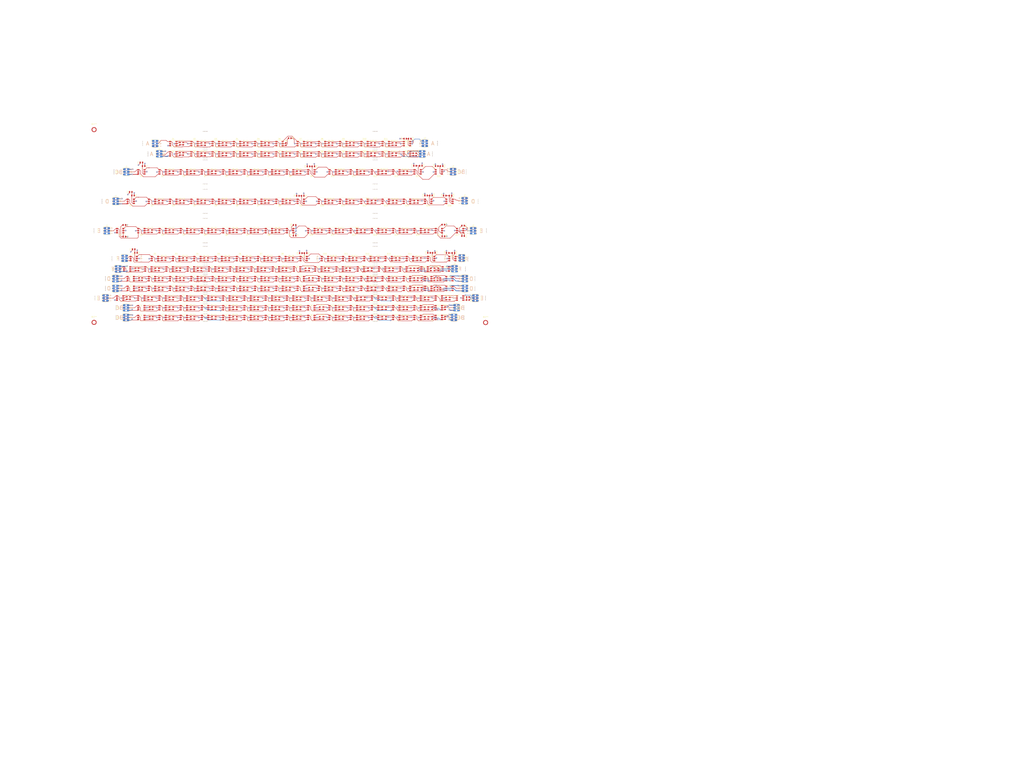
<source format=kicad_pcb>
(kicad_pcb (version 20171130) (host pcbnew "(5.0.0-3-g5ebb6b6)")
  (layers (0 F.Cu signal) (1 In1.Cu power) (2 In2.Cu power) (31 B.Cu signal) (34 B.Paste user) (35 F.Paste user) (36 B.SilkS user) (37 F.SilkS user) (38 B.Mask user) (39 F.Mask user) (44 Edge.Cuts user))
  (net 0 "")
  (net 1 +5V)
  (net 2 "Net-(D1-Pad4)")
  (net 3 GND)
  (net 4 "Net-(D10-Pad4)")
  (net 5 "Net-(D12-Pad3)")
  (net 6 "Net-(C12-Pad1)")
  (net 7 "Net-(C11-Pad1)")
  (net 8 "Net-(C10-Pad1)")
  (net 9 "Net-(C9-Pad1)")
  (net 10 "Net-(C8-Pad1)")
  (net 11 "Net-(C7-Pad1)")
  (net 12 "Net-(C6-Pad1)")
  (net 13 "Net-(C5-Pad1)")
  (net 14 "Net-(C4-Pad1)")
  (net 15 "Net-(C3-Pad1)")
  (net 16 "Net-(C2-Pad1)")
  (net 17 "Net-(C1-Pad1)")
  (net 18 "Net-(D2-Pad3)")
  (net 19 "Net-(D1-Pad3)")
  (net 20 "Net-(D3-Pad3)")
  (net 21 "Net-(D4-Pad3)")
  (net 22 "Net-(D5-Pad3)")
  (net 23 "Net-(D6-Pad3)")
  (net 24 "Net-(D7-Pad3)")
  (net 25 "Net-(D10-Pad6)")
  (net 26 "Net-(D10-Pad3)")
  (net 27 "Net-(D11-Pad3)")
  (net 28 "Net-(C15-Pad1)")
  (net 29 "Net-(C14-Pad1)")
  (net 30 "Net-(C13-Pad1)")
  (net 31 "Net-(D13-Pad3)")
  (net 32 "Net-(D14-Pad3)")
  (net 33 "Net-(D15-Pad3)")
  (net 34 "Net-(C16-Pad1)")
  (net 35 "Net-(D16-Pad3)")
  (net 36 "Net-(D17-Pad3)")
  (net 37 "Net-(C17-Pad1)")
  (module YonaFootprints:MousebiteTabSingle4mm (layer F.Cu) (at 124.85 81.05)
    (fp_text reference REF** hide)
    (fp_text value MousebiteTabSingle4mm hide)
    (pad "" thru_hole circle (at 0.5 0 180) (size 0.5 0.5) (drill 0.5) (layers *.Cu *.Mask))
    (pad "" thru_hole circle (at 1.5 0 180) (size 0.5 0.5) (drill 0.5) (layers *.Cu *.Mask))
    (pad "" thru_hole circle (at -0.5 0 180) (size 0.5 0.5) (drill 0.5) (layers *.Cu *.Mask))
    (pad "" thru_hole circle (at -1.5 0 180) (size 0.5 0.5) (drill 0.5) (layers *.Cu *.Mask))
  )
  (module Fiducial:Fiducial_Modern_CopperTop (layer F.Cu) (at 344.814 185.7)
    (fp_text reference REF** (at 0.03048 -4.26974) (layer F.SilkS))
    (fp_text value Fiducial_Modern_CopperTop)
    (fp_circle (center 0 0) (end 1.7907 0) (layer F.Cu) (width 0.381))
    (fp_circle (center 0 0) (end 1.52908 0) (layer F.Cu) (width 0.381))
  )
  (module Fiducial:Fiducial_Modern_CopperTop (layer F.Cu) (at 37.728 185.573)
    (fp_text reference REF** (at 0.03048 -4.26974) (layer F.SilkS))
    (fp_text value Fiducial_Modern_CopperTop)
    (fp_circle (center 0 0) (end 1.52908 0) (layer F.Cu) (width 0.381))
    (fp_circle (center 0 0) (end 1.7907 0) (layer F.Cu) (width 0.381))
  )
  (module YonaFootprints:MousebiteTabSingle4mm (layer F.Cu) (at 79.95 53.4 90)
    (fp_text reference REF** hide)
    (fp_text value MousebiteTabSingle4mm hide)
    (pad "" thru_hole circle (at -1.5 0 270) (size 0.5 0.5) (drill 0.5) (layers *.Cu *.Mask))
    (pad "" thru_hole circle (at -0.5 0 270) (size 0.5 0.5) (drill 0.5) (layers *.Cu *.Mask))
    (pad "" thru_hole circle (at 1.5 0 270) (size 0.5 0.5) (drill 0.5) (layers *.Cu *.Mask))
    (pad "" thru_hole circle (at 0.5 0 270) (size 0.5 0.5) (drill 0.5) (layers *.Cu *.Mask))
  )
  (module YonaFootprints:MousebiteTabSingle4mm (layer F.Cu) (at 328.95 143.65 90)
    (fp_text reference REF** hide)
    (fp_text value MousebiteTabSingle4mm hide)
    (pad "" thru_hole circle (at 0.5 0 270) (size 0.5 0.5) (drill 0.5) (layers *.Cu *.Mask))
    (pad "" thru_hole circle (at 1.5 0 270) (size 0.5 0.5) (drill 0.5) (layers *.Cu *.Mask))
    (pad "" thru_hole circle (at -0.5 0 270) (size 0.5 0.5) (drill 0.5) (layers *.Cu *.Mask))
    (pad "" thru_hole circle (at -1.5 0 270) (size 0.5 0.5) (drill 0.5) (layers *.Cu *.Mask))
  )
  (module YonaFootprints:MousebiteTabSingle4mm (layer F.Cu) (at 75.85 45.1 90)
    (fp_text reference REF** hide)
    (fp_text value MousebiteTabSingle4mm hide)
    (pad "" thru_hole circle (at 0.5 0 270) (size 0.5 0.5) (drill 0.5) (layers *.Cu *.Mask))
    (pad "" thru_hole circle (at 1.5 0 270) (size 0.5 0.5) (drill 0.5) (layers *.Cu *.Mask))
    (pad "" thru_hole circle (at -0.5 0 270) (size 0.5 0.5) (drill 0.5) (layers *.Cu *.Mask))
    (pad "" thru_hole circle (at -1.5 0 270) (size 0.5 0.5) (drill 0.5) (layers *.Cu *.Mask))
  )
  (module YonaFootprints:MousebiteTabSingle4mm (layer F.Cu) (at 53.35 67.45 90)
    (fp_text reference REF** hide)
    (fp_text value MousebiteTabSingle4mm hide)
    (pad "" thru_hole circle (at 0.5 0 270) (size 0.5 0.5) (drill 0.5) (layers *.Cu *.Mask))
    (pad "" thru_hole circle (at 1.5 0 270) (size 0.5 0.5) (drill 0.5) (layers *.Cu *.Mask))
    (pad "" thru_hole circle (at -0.5 0 270) (size 0.5 0.5) (drill 0.5) (layers *.Cu *.Mask))
    (pad "" thru_hole circle (at -1.5 0 270) (size 0.5 0.5) (drill 0.5) (layers *.Cu *.Mask))
  )
  (module YonaFootprints:MousebiteTabSingle4mm (layer F.Cu) (at 44 90.6 90)
    (fp_text reference REF** hide)
    (fp_text value MousebiteTabSingle4mm hide)
    (pad "" thru_hole circle (at 0.5 0 270) (size 0.5 0.5) (drill 0.5) (layers *.Cu *.Mask))
    (pad "" thru_hole circle (at 1.5 0 270) (size 0.5 0.5) (drill 0.5) (layers *.Cu *.Mask))
    (pad "" thru_hole circle (at -0.5 0 270) (size 0.5 0.5) (drill 0.5) (layers *.Cu *.Mask))
    (pad "" thru_hole circle (at -1.5 0 270) (size 0.5 0.5) (drill 0.5) (layers *.Cu *.Mask))
  )
  (module YonaFootprints:MousebiteTabSingle4mm (layer F.Cu) (at 37.55 113.65 90)
    (fp_text reference REF** hide)
    (fp_text value MousebiteTabSingle4mm hide)
    (pad "" thru_hole circle (at 0.5 0 270) (size 0.5 0.5) (drill 0.5) (layers *.Cu *.Mask))
    (pad "" thru_hole circle (at 1.5 0 270) (size 0.5 0.5) (drill 0.5) (layers *.Cu *.Mask))
    (pad "" thru_hole circle (at -0.5 0 270) (size 0.5 0.5) (drill 0.5) (layers *.Cu *.Mask))
    (pad "" thru_hole circle (at -1.5 0 270) (size 0.5 0.5) (drill 0.5) (layers *.Cu *.Mask))
  )
  (module YonaFootprints:MousebiteTabSingle4mm (layer F.Cu) (at 51.65 135.6 90)
    (fp_text reference REF** hide)
    (fp_text value MousebiteTabSingle4mm hide)
    (pad "" thru_hole circle (at 0.5 0 270) (size 0.5 0.5) (drill 0.5) (layers *.Cu *.Mask))
    (pad "" thru_hole circle (at 1.5 0 270) (size 0.5 0.5) (drill 0.5) (layers *.Cu *.Mask))
    (pad "" thru_hole circle (at -0.5 0 270) (size 0.5 0.5) (drill 0.5) (layers *.Cu *.Mask))
    (pad "" thru_hole circle (at -1.5 0 270) (size 0.5 0.5) (drill 0.5) (layers *.Cu *.Mask))
  )
  (module YonaFootprints:MousebiteTabSingle4mm (layer F.Cu) (at 52.45 143.65 90)
    (fp_text reference REF** hide)
    (fp_text value MousebiteTabSingle4mm hide)
    (pad "" thru_hole circle (at 0.5 0 270) (size 0.5 0.5) (drill 0.5) (layers *.Cu *.Mask))
    (pad "" thru_hole circle (at 1.5 0 270) (size 0.5 0.5) (drill 0.5) (layers *.Cu *.Mask))
    (pad "" thru_hole circle (at -0.5 0 270) (size 0.5 0.5) (drill 0.5) (layers *.Cu *.Mask))
    (pad "" thru_hole circle (at -1.5 0 270) (size 0.5 0.5) (drill 0.5) (layers *.Cu *.Mask))
  )
  (module YonaFootprints:MousebiteTabSingle4mm (layer F.Cu) (at 46.65 151.3 90)
    (fp_text reference REF** hide)
    (fp_text value MousebiteTabSingle4mm hide)
    (pad "" thru_hole circle (at 0.5 0 270) (size 0.5 0.5) (drill 0.5) (layers *.Cu *.Mask))
    (pad "" thru_hole circle (at 1.5 0 270) (size 0.5 0.5) (drill 0.5) (layers *.Cu *.Mask))
    (pad "" thru_hole circle (at -0.5 0 270) (size 0.5 0.5) (drill 0.5) (layers *.Cu *.Mask))
    (pad "" thru_hole circle (at -1.5 0 270) (size 0.5 0.5) (drill 0.5) (layers *.Cu *.Mask))
  )
  (module YonaFootprints:MousebiteTabSingle4mm (layer F.Cu) (at 46.65 158.9 90)
    (fp_text reference REF** hide)
    (fp_text value MousebiteTabSingle4mm hide)
    (pad "" thru_hole circle (at 0.5 0 270) (size 0.5 0.5) (drill 0.5) (layers *.Cu *.Mask))
    (pad "" thru_hole circle (at 1.5 0 270) (size 0.5 0.5) (drill 0.5) (layers *.Cu *.Mask))
    (pad "" thru_hole circle (at -0.5 0 270) (size 0.5 0.5) (drill 0.5) (layers *.Cu *.Mask))
    (pad "" thru_hole circle (at -1.5 0 270) (size 0.5 0.5) (drill 0.5) (layers *.Cu *.Mask))
  )
  (module YonaFootprints:MousebiteTabSingle4mm (layer F.Cu) (at 38.3 166.55 90)
    (fp_text reference REF** hide)
    (fp_text value MousebiteTabSingle4mm hide)
    (pad "" thru_hole circle (at 0.5 0 270) (size 0.5 0.5) (drill 0.5) (layers *.Cu *.Mask))
    (pad "" thru_hole circle (at 1.5 0 270) (size 0.5 0.5) (drill 0.5) (layers *.Cu *.Mask))
    (pad "" thru_hole circle (at -0.5 0 270) (size 0.5 0.5) (drill 0.5) (layers *.Cu *.Mask))
    (pad "" thru_hole circle (at -1.5 0 270) (size 0.5 0.5) (drill 0.5) (layers *.Cu *.Mask))
  )
  (module YonaFootprints:MousebiteTabSingle4mm (layer F.Cu) (at 55 174.1 90)
    (fp_text reference REF** hide)
    (fp_text value MousebiteTabSingle4mm hide)
    (pad "" thru_hole circle (at 0.5 0 270) (size 0.5 0.5) (drill 0.5) (layers *.Cu *.Mask))
    (pad "" thru_hole circle (at 1.5 0 270) (size 0.5 0.5) (drill 0.5) (layers *.Cu *.Mask))
    (pad "" thru_hole circle (at -0.5 0 270) (size 0.5 0.5) (drill 0.5) (layers *.Cu *.Mask))
    (pad "" thru_hole circle (at -1.5 0 270) (size 0.5 0.5) (drill 0.5) (layers *.Cu *.Mask))
  )
  (module YonaFootprints:MousebiteTabSingle4mm (layer F.Cu) (at 55 181.7 90)
    (fp_text reference REF** hide)
    (fp_text value MousebiteTabSingle4mm hide)
    (pad "" thru_hole circle (at 0.5 0 270) (size 0.5 0.5) (drill 0.5) (layers *.Cu *.Mask))
    (pad "" thru_hole circle (at 1.5 0 270) (size 0.5 0.5) (drill 0.5) (layers *.Cu *.Mask))
    (pad "" thru_hole circle (at -0.5 0 270) (size 0.5 0.5) (drill 0.5) (layers *.Cu *.Mask))
    (pad "" thru_hole circle (at -1.5 0 270) (size 0.5 0.5) (drill 0.5) (layers *.Cu *.Mask))
  )
  (module YonaFootprints:MousebiteTabSingle4mm (layer F.Cu) (at 328 181.75 90)
    (fp_text reference REF** hide)
    (fp_text value MousebiteTabSingle4mm hide)
    (pad "" thru_hole circle (at 0.5 0 270) (size 0.5 0.5) (drill 0.5) (layers *.Cu *.Mask))
    (pad "" thru_hole circle (at 1.5 0 270) (size 0.5 0.5) (drill 0.5) (layers *.Cu *.Mask))
    (pad "" thru_hole circle (at -0.5 0 270) (size 0.5 0.5) (drill 0.5) (layers *.Cu *.Mask))
    (pad "" thru_hole circle (at -1.5 0 270) (size 0.5 0.5) (drill 0.5) (layers *.Cu *.Mask))
  )
  (module YonaFootprints:MousebiteTabSingle4mm (layer F.Cu) (at 328 174.15 90)
    (fp_text reference REF** hide)
    (fp_text value MousebiteTabSingle4mm hide)
    (pad "" thru_hole circle (at 0.5 0 270) (size 0.5 0.5) (drill 0.5) (layers *.Cu *.Mask))
    (pad "" thru_hole circle (at 1.5 0 270) (size 0.5 0.5) (drill 0.5) (layers *.Cu *.Mask))
    (pad "" thru_hole circle (at -0.5 0 270) (size 0.5 0.5) (drill 0.5) (layers *.Cu *.Mask))
    (pad "" thru_hole circle (at -1.5 0 270) (size 0.5 0.5) (drill 0.5) (layers *.Cu *.Mask))
  )
  (module YonaFootprints:MousebiteTabSingle4mm (layer F.Cu) (at 344.65 166.45 90)
    (fp_text reference REF** hide)
    (fp_text value MousebiteTabSingle4mm hide)
    (pad "" thru_hole circle (at 0.5 0 270) (size 0.5 0.5) (drill 0.5) (layers *.Cu *.Mask))
    (pad "" thru_hole circle (at 1.5 0 270) (size 0.5 0.5) (drill 0.5) (layers *.Cu *.Mask))
    (pad "" thru_hole circle (at -0.5 0 270) (size 0.5 0.5) (drill 0.5) (layers *.Cu *.Mask))
    (pad "" thru_hole circle (at -1.5 0 270) (size 0.5 0.5) (drill 0.5) (layers *.Cu *.Mask))
  )
  (module YonaFootprints:MousebiteTabSingle4mm (layer F.Cu) (at 336.35 158.95 90)
    (fp_text reference REF** hide)
    (fp_text value MousebiteTabSingle4mm hide)
    (pad "" thru_hole circle (at 0.5 0 270) (size 0.5 0.5) (drill 0.5) (layers *.Cu *.Mask))
    (pad "" thru_hole circle (at 1.5 0 270) (size 0.5 0.5) (drill 0.5) (layers *.Cu *.Mask))
    (pad "" thru_hole circle (at -0.5 0 270) (size 0.5 0.5) (drill 0.5) (layers *.Cu *.Mask))
    (pad "" thru_hole circle (at -1.5 0 270) (size 0.5 0.5) (drill 0.5) (layers *.Cu *.Mask))
  )
  (module YonaFootprints:MousebiteTabSingle4mm (layer F.Cu) (at 336.35 151.3 90)
    (fp_text reference REF** hide)
    (fp_text value MousebiteTabSingle4mm hide)
    (pad "" thru_hole circle (at 0.5 0 270) (size 0.5 0.5) (drill 0.5) (layers *.Cu *.Mask))
    (pad "" thru_hole circle (at 1.5 0 270) (size 0.5 0.5) (drill 0.5) (layers *.Cu *.Mask))
    (pad "" thru_hole circle (at -0.5 0 270) (size 0.5 0.5) (drill 0.5) (layers *.Cu *.Mask))
    (pad "" thru_hole circle (at -1.5 0 270) (size 0.5 0.5) (drill 0.5) (layers *.Cu *.Mask))
  )
  (module YonaFootprints:MousebiteTabSingle4mm (layer F.Cu) (at 331.2 135.75 90)
    (fp_text reference REF** hide)
    (fp_text value MousebiteTabSingle4mm hide)
    (pad "" thru_hole circle (at 0.5 0 270) (size 0.5 0.5) (drill 0.5) (layers *.Cu *.Mask))
    (pad "" thru_hole circle (at 1.5 0 270) (size 0.5 0.5) (drill 0.5) (layers *.Cu *.Mask))
    (pad "" thru_hole circle (at -0.5 0 270) (size 0.5 0.5) (drill 0.5) (layers *.Cu *.Mask))
    (pad "" thru_hole circle (at -1.5 0 270) (size 0.5 0.5) (drill 0.5) (layers *.Cu *.Mask))
  )
  (module YonaFootprints:MousebiteTabSingle4mm (layer F.Cu) (at 345.4 113.6 90)
    (fp_text reference REF** hide)
    (fp_text value MousebiteTabSingle4mm hide)
    (pad "" thru_hole circle (at 0.5 0 270) (size 0.5 0.5) (drill 0.5) (layers *.Cu *.Mask))
    (pad "" thru_hole circle (at 1.5 0 270) (size 0.5 0.5) (drill 0.5) (layers *.Cu *.Mask))
    (pad "" thru_hole circle (at -0.5 0 270) (size 0.5 0.5) (drill 0.5) (layers *.Cu *.Mask))
    (pad "" thru_hole circle (at -1.5 0 270) (size 0.5 0.5) (drill 0.5) (layers *.Cu *.Mask))
  )
  (module YonaFootprints:MousebiteTabSingle4mm (layer F.Cu) (at 339 90.65 90)
    (fp_text reference REF** hide)
    (fp_text value MousebiteTabSingle4mm hide)
    (pad "" thru_hole circle (at 0.5 0 270) (size 0.5 0.5) (drill 0.5) (layers *.Cu *.Mask))
    (pad "" thru_hole circle (at 1.5 0 270) (size 0.5 0.5) (drill 0.5) (layers *.Cu *.Mask))
    (pad "" thru_hole circle (at -0.5 0 270) (size 0.5 0.5) (drill 0.5) (layers *.Cu *.Mask))
    (pad "" thru_hole circle (at -1.5 0 270) (size 0.5 0.5) (drill 0.5) (layers *.Cu *.Mask))
  )
  (module YonaFootprints:MousebiteTabSingle4mm (layer F.Cu) (at 329.6 67.45 90)
    (fp_text reference REF** hide)
    (fp_text value MousebiteTabSingle4mm hide)
    (pad "" thru_hole circle (at 0.5 0 270) (size 0.5 0.5) (drill 0.5) (layers *.Cu *.Mask))
    (pad "" thru_hole circle (at 1.5 0 270) (size 0.5 0.5) (drill 0.5) (layers *.Cu *.Mask))
    (pad "" thru_hole circle (at -0.5 0 270) (size 0.5 0.5) (drill 0.5) (layers *.Cu *.Mask))
    (pad "" thru_hole circle (at -1.5 0 270) (size 0.5 0.5) (drill 0.5) (layers *.Cu *.Mask))
  )
  (module YonaFootprints:MousebiteTabSingle4mm (layer F.Cu) (at 303.05 53.4 90)
    (fp_text reference REF** hide)
    (fp_text value MousebiteTabSingle4mm hide)
    (pad "" thru_hole circle (at 0.5 0 270) (size 0.5 0.5) (drill 0.5) (layers *.Cu *.Mask))
    (pad "" thru_hole circle (at 1.5 0 270) (size 0.5 0.5) (drill 0.5) (layers *.Cu *.Mask))
    (pad "" thru_hole circle (at -0.5 0 270) (size 0.5 0.5) (drill 0.5) (layers *.Cu *.Mask))
    (pad "" thru_hole circle (at -1.5 0 270) (size 0.5 0.5) (drill 0.5) (layers *.Cu *.Mask))
  )
  (module YonaFootprints:MousebiteTabSingle4mm (layer F.Cu) (at 307.05 45.05 90)
    (fp_text reference REF** hide)
    (fp_text value MousebiteTabSingle4mm hide)
    (pad "" thru_hole circle (at 0.5 0 270) (size 0.5 0.5) (drill 0.5) (layers *.Cu *.Mask))
    (pad "" thru_hole circle (at 1.5 0 270) (size 0.5 0.5) (drill 0.5) (layers *.Cu *.Mask))
    (pad "" thru_hole circle (at -0.5 0 270) (size 0.5 0.5) (drill 0.5) (layers *.Cu *.Mask))
    (pad "" thru_hole circle (at -1.5 0 270) (size 0.5 0.5) (drill 0.5) (layers *.Cu *.Mask))
  )
  (module YonaFootprints:MousebiteTabSingle4mm (layer F.Cu) (at 258.15 184.7)
    (fp_text reference REF** hide)
    (fp_text value MousebiteTabSingle4mm hide)
    (pad "" thru_hole circle (at 0.5 0 180) (size 0.5 0.5) (drill 0.5) (layers *.Cu *.Mask))
    (pad "" thru_hole circle (at 1.5 0 180) (size 0.5 0.5) (drill 0.5) (layers *.Cu *.Mask))
    (pad "" thru_hole circle (at -0.5 0 180) (size 0.5 0.5) (drill 0.5) (layers *.Cu *.Mask))
    (pad "" thru_hole circle (at -1.5 0 180) (size 0.5 0.5) (drill 0.5) (layers *.Cu *.Mask))
  )
  (module YonaFootprints:MousebiteTabSingle4mm (layer F.Cu) (at 124.85 184.7)
    (fp_text reference REF** hide)
    (fp_text value MousebiteTabSingle4mm hide)
    (pad "" thru_hole circle (at 0.5 0 180) (size 0.5 0.5) (drill 0.5) (layers *.Cu *.Mask))
    (pad "" thru_hole circle (at 1.5 0 180) (size 0.5 0.5) (drill 0.5) (layers *.Cu *.Mask))
    (pad "" thru_hole circle (at -0.5 0 180) (size 0.5 0.5) (drill 0.5) (layers *.Cu *.Mask))
    (pad "" thru_hole circle (at -1.5 0 180) (size 0.5 0.5) (drill 0.5) (layers *.Cu *.Mask))
  )
  (module YonaFootprints:MousebiteTabSingle4mm (layer F.Cu) (at 258.15 178.7)
    (fp_text reference REF** hide)
    (fp_text value MousebiteTabSingle4mm hide)
    (pad "" thru_hole circle (at 0.5 0 180) (size 0.5 0.5) (drill 0.5) (layers *.Cu *.Mask))
    (pad "" thru_hole circle (at 1.5 0 180) (size 0.5 0.5) (drill 0.5) (layers *.Cu *.Mask))
    (pad "" thru_hole circle (at -0.5 0 180) (size 0.5 0.5) (drill 0.5) (layers *.Cu *.Mask))
    (pad "" thru_hole circle (at -1.5 0 180) (size 0.5 0.5) (drill 0.5) (layers *.Cu *.Mask))
  )
  (module YonaFootprints:MousebiteTabSingle4mm (layer F.Cu) (at 124.85 178.7)
    (fp_text reference REF** hide)
    (fp_text value MousebiteTabSingle4mm hide)
    (pad "" thru_hole circle (at 0.5 0 180) (size 0.5 0.5) (drill 0.5) (layers *.Cu *.Mask))
    (pad "" thru_hole circle (at 1.5 0 180) (size 0.5 0.5) (drill 0.5) (layers *.Cu *.Mask))
    (pad "" thru_hole circle (at -0.5 0 180) (size 0.5 0.5) (drill 0.5) (layers *.Cu *.Mask))
    (pad "" thru_hole circle (at -1.5 0 180) (size 0.5 0.5) (drill 0.5) (layers *.Cu *.Mask))
  )
  (module YonaFootprints:MousebiteTabSingle4mm (layer F.Cu) (at 258.15 177.1)
    (fp_text reference REF** hide)
    (fp_text value MousebiteTabSingle4mm hide)
    (pad "" thru_hole circle (at 0.5 0 180) (size 0.5 0.5) (drill 0.5) (layers *.Cu *.Mask))
    (pad "" thru_hole circle (at 1.5 0 180) (size 0.5 0.5) (drill 0.5) (layers *.Cu *.Mask))
    (pad "" thru_hole circle (at -0.5 0 180) (size 0.5 0.5) (drill 0.5) (layers *.Cu *.Mask))
    (pad "" thru_hole circle (at -1.5 0 180) (size 0.5 0.5) (drill 0.5) (layers *.Cu *.Mask))
  )
  (module YonaFootprints:MousebiteTabSingle4mm (layer F.Cu) (at 124.85 177.1)
    (fp_text reference REF** hide)
    (fp_text value MousebiteTabSingle4mm hide)
    (pad "" thru_hole circle (at 0.5 0 180) (size 0.5 0.5) (drill 0.5) (layers *.Cu *.Mask))
    (pad "" thru_hole circle (at 1.5 0 180) (size 0.5 0.5) (drill 0.5) (layers *.Cu *.Mask))
    (pad "" thru_hole circle (at -0.5 0 180) (size 0.5 0.5) (drill 0.5) (layers *.Cu *.Mask))
    (pad "" thru_hole circle (at -1.5 0 180) (size 0.5 0.5) (drill 0.5) (layers *.Cu *.Mask))
  )
  (module YonaFootprints:MousebiteTabSingle4mm (layer F.Cu) (at 258.15 171.1)
    (fp_text reference REF** hide)
    (fp_text value MousebiteTabSingle4mm hide)
    (pad "" thru_hole circle (at 0.5 0 180) (size 0.5 0.5) (drill 0.5) (layers *.Cu *.Mask))
    (pad "" thru_hole circle (at 1.5 0 180) (size 0.5 0.5) (drill 0.5) (layers *.Cu *.Mask))
    (pad "" thru_hole circle (at -0.5 0 180) (size 0.5 0.5) (drill 0.5) (layers *.Cu *.Mask))
    (pad "" thru_hole circle (at -1.5 0 180) (size 0.5 0.5) (drill 0.5) (layers *.Cu *.Mask))
  )
  (module YonaFootprints:MousebiteTabSingle4mm (layer F.Cu) (at 124.85 171.1)
    (fp_text reference REF** hide)
    (fp_text value MousebiteTabSingle4mm hide)
    (pad "" thru_hole circle (at 0.5 0 180) (size 0.5 0.5) (drill 0.5) (layers *.Cu *.Mask))
    (pad "" thru_hole circle (at 1.5 0 180) (size 0.5 0.5) (drill 0.5) (layers *.Cu *.Mask))
    (pad "" thru_hole circle (at -0.5 0 180) (size 0.5 0.5) (drill 0.5) (layers *.Cu *.Mask))
    (pad "" thru_hole circle (at -1.5 0 180) (size 0.5 0.5) (drill 0.5) (layers *.Cu *.Mask))
  )
  (module YonaFootprints:MousebiteTabSingle4mm (layer F.Cu) (at 258.15 169.5)
    (fp_text reference REF** hide)
    (fp_text value MousebiteTabSingle4mm hide)
    (pad "" thru_hole circle (at 0.5 0 180) (size 0.5 0.5) (drill 0.5) (layers *.Cu *.Mask))
    (pad "" thru_hole circle (at 1.5 0 180) (size 0.5 0.5) (drill 0.5) (layers *.Cu *.Mask))
    (pad "" thru_hole circle (at -0.5 0 180) (size 0.5 0.5) (drill 0.5) (layers *.Cu *.Mask))
    (pad "" thru_hole circle (at -1.5 0 180) (size 0.5 0.5) (drill 0.5) (layers *.Cu *.Mask))
  )
  (module YonaFootprints:MousebiteTabSingle4mm (layer F.Cu) (at 124.85 169.5)
    (fp_text reference REF** hide)
    (fp_text value MousebiteTabSingle4mm hide)
    (pad "" thru_hole circle (at 0.5 0 180) (size 0.5 0.5) (drill 0.5) (layers *.Cu *.Mask))
    (pad "" thru_hole circle (at 1.5 0 180) (size 0.5 0.5) (drill 0.5) (layers *.Cu *.Mask))
    (pad "" thru_hole circle (at -0.5 0 180) (size 0.5 0.5) (drill 0.5) (layers *.Cu *.Mask))
    (pad "" thru_hole circle (at -1.5 0 180) (size 0.5 0.5) (drill 0.5) (layers *.Cu *.Mask))
  )
  (module YonaFootprints:MousebiteTabSingle4mm (layer F.Cu) (at 124.85 163.45)
    (fp_text reference REF** hide)
    (fp_text value MousebiteTabSingle4mm hide)
    (pad "" thru_hole circle (at 0.5 0 180) (size 0.5 0.5) (drill 0.5) (layers *.Cu *.Mask))
    (pad "" thru_hole circle (at 1.5 0 180) (size 0.5 0.5) (drill 0.5) (layers *.Cu *.Mask))
    (pad "" thru_hole circle (at -0.5 0 180) (size 0.5 0.5) (drill 0.5) (layers *.Cu *.Mask))
    (pad "" thru_hole circle (at -1.5 0 180) (size 0.5 0.5) (drill 0.5) (layers *.Cu *.Mask))
  )
  (module YonaFootprints:MousebiteTabSingle4mm (layer F.Cu) (at 258.15 163.45)
    (fp_text reference REF** hide)
    (fp_text value MousebiteTabSingle4mm hide)
    (pad "" thru_hole circle (at 0.5 0 180) (size 0.5 0.5) (drill 0.5) (layers *.Cu *.Mask))
    (pad "" thru_hole circle (at 1.5 0 180) (size 0.5 0.5) (drill 0.5) (layers *.Cu *.Mask))
    (pad "" thru_hole circle (at -0.5 0 180) (size 0.5 0.5) (drill 0.5) (layers *.Cu *.Mask))
    (pad "" thru_hole circle (at -1.5 0 180) (size 0.5 0.5) (drill 0.5) (layers *.Cu *.Mask))
  )
  (module YonaFootprints:MousebiteTabSingle4mm (layer F.Cu) (at 124.85 161.9)
    (fp_text reference REF** hide)
    (fp_text value MousebiteTabSingle4mm hide)
    (pad "" thru_hole circle (at 0.5 0 180) (size 0.5 0.5) (drill 0.5) (layers *.Cu *.Mask))
    (pad "" thru_hole circle (at 1.5 0 180) (size 0.5 0.5) (drill 0.5) (layers *.Cu *.Mask))
    (pad "" thru_hole circle (at -0.5 0 180) (size 0.5 0.5) (drill 0.5) (layers *.Cu *.Mask))
    (pad "" thru_hole circle (at -1.5 0 180) (size 0.5 0.5) (drill 0.5) (layers *.Cu *.Mask))
  )
  (module YonaFootprints:MousebiteTabSingle4mm (layer F.Cu) (at 258.15 161.9)
    (fp_text reference REF** hide)
    (fp_text value MousebiteTabSingle4mm hide)
    (pad "" thru_hole circle (at 0.5 0 180) (size 0.5 0.5) (drill 0.5) (layers *.Cu *.Mask))
    (pad "" thru_hole circle (at 1.5 0 180) (size 0.5 0.5) (drill 0.5) (layers *.Cu *.Mask))
    (pad "" thru_hole circle (at -0.5 0 180) (size 0.5 0.5) (drill 0.5) (layers *.Cu *.Mask))
    (pad "" thru_hole circle (at -1.5 0 180) (size 0.5 0.5) (drill 0.5) (layers *.Cu *.Mask))
  )
  (module YonaFootprints:MousebiteTabSingle4mm (layer F.Cu) (at 124.85 155.9)
    (fp_text reference REF** hide)
    (fp_text value MousebiteTabSingle4mm hide)
    (pad "" thru_hole circle (at 0.5 0 180) (size 0.5 0.5) (drill 0.5) (layers *.Cu *.Mask))
    (pad "" thru_hole circle (at 1.5 0 180) (size 0.5 0.5) (drill 0.5) (layers *.Cu *.Mask))
    (pad "" thru_hole circle (at -0.5 0 180) (size 0.5 0.5) (drill 0.5) (layers *.Cu *.Mask))
    (pad "" thru_hole circle (at -1.5 0 180) (size 0.5 0.5) (drill 0.5) (layers *.Cu *.Mask))
  )
  (module YonaFootprints:MousebiteTabSingle4mm (layer F.Cu) (at 258.15 155.9)
    (fp_text reference REF** hide)
    (fp_text value MousebiteTabSingle4mm hide)
    (pad "" thru_hole circle (at 0.5 0 180) (size 0.5 0.5) (drill 0.5) (layers *.Cu *.Mask))
    (pad "" thru_hole circle (at 1.5 0 180) (size 0.5 0.5) (drill 0.5) (layers *.Cu *.Mask))
    (pad "" thru_hole circle (at -0.5 0 180) (size 0.5 0.5) (drill 0.5) (layers *.Cu *.Mask))
    (pad "" thru_hole circle (at -1.5 0 180) (size 0.5 0.5) (drill 0.5) (layers *.Cu *.Mask))
  )
  (module YonaFootprints:MousebiteTabSingle4mm (layer F.Cu) (at 124.85 154.25)
    (fp_text reference REF** hide)
    (fp_text value MousebiteTabSingle4mm hide)
    (pad "" thru_hole circle (at 0.5 0 180) (size 0.5 0.5) (drill 0.5) (layers *.Cu *.Mask))
    (pad "" thru_hole circle (at 1.5 0 180) (size 0.5 0.5) (drill 0.5) (layers *.Cu *.Mask))
    (pad "" thru_hole circle (at -0.5 0 180) (size 0.5 0.5) (drill 0.5) (layers *.Cu *.Mask))
    (pad "" thru_hole circle (at -1.5 0 180) (size 0.5 0.5) (drill 0.5) (layers *.Cu *.Mask))
  )
  (module YonaFootprints:MousebiteTabSingle4mm (layer F.Cu) (at 258.15 154.25)
    (fp_text reference REF** hide)
    (fp_text value MousebiteTabSingle4mm hide)
    (pad "" thru_hole circle (at 0.5 0 180) (size 0.5 0.5) (drill 0.5) (layers *.Cu *.Mask))
    (pad "" thru_hole circle (at 1.5 0 180) (size 0.5 0.5) (drill 0.5) (layers *.Cu *.Mask))
    (pad "" thru_hole circle (at -0.5 0 180) (size 0.5 0.5) (drill 0.5) (layers *.Cu *.Mask))
    (pad "" thru_hole circle (at -1.5 0 180) (size 0.5 0.5) (drill 0.5) (layers *.Cu *.Mask))
  )
  (module YonaFootprints:MousebiteTabSingle4mm (layer F.Cu) (at 124.85 148.25)
    (fp_text reference REF** hide)
    (fp_text value MousebiteTabSingle4mm hide)
    (pad "" thru_hole circle (at 0.5 0 180) (size 0.5 0.5) (drill 0.5) (layers *.Cu *.Mask))
    (pad "" thru_hole circle (at 1.5 0 180) (size 0.5 0.5) (drill 0.5) (layers *.Cu *.Mask))
    (pad "" thru_hole circle (at -0.5 0 180) (size 0.5 0.5) (drill 0.5) (layers *.Cu *.Mask))
    (pad "" thru_hole circle (at -1.5 0 180) (size 0.5 0.5) (drill 0.5) (layers *.Cu *.Mask))
  )
  (module YonaFootprints:MousebiteTabSingle4mm (layer F.Cu) (at 258.15 148.25)
    (fp_text reference REF** hide)
    (fp_text value MousebiteTabSingle4mm hide)
    (pad "" thru_hole circle (at 0.5 0 180) (size 0.5 0.5) (drill 0.5) (layers *.Cu *.Mask))
    (pad "" thru_hole circle (at 1.5 0 180) (size 0.5 0.5) (drill 0.5) (layers *.Cu *.Mask))
    (pad "" thru_hole circle (at -0.5 0 180) (size 0.5 0.5) (drill 0.5) (layers *.Cu *.Mask))
    (pad "" thru_hole circle (at -1.5 0 180) (size 0.5 0.5) (drill 0.5) (layers *.Cu *.Mask))
  )
  (module YonaFootprints:MousebiteTabSingle4mm (layer F.Cu) (at 124.85 146.65)
    (fp_text reference REF** hide)
    (fp_text value MousebiteTabSingle4mm hide)
    (pad "" thru_hole circle (at 0.5 0 180) (size 0.5 0.5) (drill 0.5) (layers *.Cu *.Mask))
    (pad "" thru_hole circle (at 1.5 0 180) (size 0.5 0.5) (drill 0.5) (layers *.Cu *.Mask))
    (pad "" thru_hole circle (at -0.5 0 180) (size 0.5 0.5) (drill 0.5) (layers *.Cu *.Mask))
    (pad "" thru_hole circle (at -1.5 0 180) (size 0.5 0.5) (drill 0.5) (layers *.Cu *.Mask))
  )
  (module YonaFootprints:MousebiteTabSingle4mm (layer F.Cu) (at 258.15 146.65)
    (fp_text reference REF** hide)
    (fp_text value MousebiteTabSingle4mm hide)
    (pad "" thru_hole circle (at 0.5 0 180) (size 0.5 0.5) (drill 0.5) (layers *.Cu *.Mask))
    (pad "" thru_hole circle (at 1.5 0 180) (size 0.5 0.5) (drill 0.5) (layers *.Cu *.Mask))
    (pad "" thru_hole circle (at -0.5 0 180) (size 0.5 0.5) (drill 0.5) (layers *.Cu *.Mask))
    (pad "" thru_hole circle (at -1.5 0 180) (size 0.5 0.5) (drill 0.5) (layers *.Cu *.Mask))
  )
  (module YonaFootprints:MousebiteTabSingle4mm (layer F.Cu) (at 124.85 140.65)
    (fp_text reference REF** hide)
    (fp_text value MousebiteTabSingle4mm hide)
    (pad "" thru_hole circle (at 0.5 0 180) (size 0.5 0.5) (drill 0.5) (layers *.Cu *.Mask))
    (pad "" thru_hole circle (at 1.5 0 180) (size 0.5 0.5) (drill 0.5) (layers *.Cu *.Mask))
    (pad "" thru_hole circle (at -0.5 0 180) (size 0.5 0.5) (drill 0.5) (layers *.Cu *.Mask))
    (pad "" thru_hole circle (at -1.5 0 180) (size 0.5 0.5) (drill 0.5) (layers *.Cu *.Mask))
  )
  (module YonaFootprints:MousebiteTabSingle4mm (layer F.Cu) (at 258.15 140.65)
    (fp_text reference REF** hide)
    (fp_text value MousebiteTabSingle4mm hide)
    (pad "" thru_hole circle (at 0.5 0 180) (size 0.5 0.5) (drill 0.5) (layers *.Cu *.Mask))
    (pad "" thru_hole circle (at 1.5 0 180) (size 0.5 0.5) (drill 0.5) (layers *.Cu *.Mask))
    (pad "" thru_hole circle (at -0.5 0 180) (size 0.5 0.5) (drill 0.5) (layers *.Cu *.Mask))
    (pad "" thru_hole circle (at -1.5 0 180) (size 0.5 0.5) (drill 0.5) (layers *.Cu *.Mask))
  )
  (module YonaFootprints:MousebiteTabSingle4mm (layer F.Cu) (at 124.85 139.05)
    (fp_text reference REF** hide)
    (fp_text value MousebiteTabSingle4mm hide)
    (pad "" thru_hole circle (at 0.5 0 180) (size 0.5 0.5) (drill 0.5) (layers *.Cu *.Mask))
    (pad "" thru_hole circle (at 1.5 0 180) (size 0.5 0.5) (drill 0.5) (layers *.Cu *.Mask))
    (pad "" thru_hole circle (at -0.5 0 180) (size 0.5 0.5) (drill 0.5) (layers *.Cu *.Mask))
    (pad "" thru_hole circle (at -1.5 0 180) (size 0.5 0.5) (drill 0.5) (layers *.Cu *.Mask))
  )
  (module YonaFootprints:MousebiteTabSingle4mm (layer F.Cu) (at 258.15 139.05)
    (fp_text reference REF** hide)
    (fp_text value MousebiteTabSingle4mm hide)
    (pad "" thru_hole circle (at 0.5 0 180) (size 0.5 0.5) (drill 0.5) (layers *.Cu *.Mask))
    (pad "" thru_hole circle (at 1.5 0 180) (size 0.5 0.5) (drill 0.5) (layers *.Cu *.Mask))
    (pad "" thru_hole circle (at -0.5 0 180) (size 0.5 0.5) (drill 0.5) (layers *.Cu *.Mask))
    (pad "" thru_hole circle (at -1.5 0 180) (size 0.5 0.5) (drill 0.5) (layers *.Cu *.Mask))
  )
  (module YonaFootprints:MousebiteTabSingle4mm (layer F.Cu) (at 124.85 126)
    (fp_text reference REF** hide)
    (fp_text value MousebiteTabSingle4mm hide)
    (pad "" thru_hole circle (at 0.5 0 180) (size 0.5 0.5) (drill 0.5) (layers *.Cu *.Mask))
    (pad "" thru_hole circle (at 1.5 0 180) (size 0.5 0.5) (drill 0.5) (layers *.Cu *.Mask))
    (pad "" thru_hole circle (at -0.5 0 180) (size 0.5 0.5) (drill 0.5) (layers *.Cu *.Mask))
    (pad "" thru_hole circle (at -1.5 0 180) (size 0.5 0.5) (drill 0.5) (layers *.Cu *.Mask))
  )
  (module YonaFootprints:MousebiteTabSingle4mm (layer F.Cu) (at 258.15 126)
    (fp_text reference REF** hide)
    (fp_text value MousebiteTabSingle4mm hide)
    (pad "" thru_hole circle (at 0.5 0 180) (size 0.5 0.5) (drill 0.5) (layers *.Cu *.Mask))
    (pad "" thru_hole circle (at 1.5 0 180) (size 0.5 0.5) (drill 0.5) (layers *.Cu *.Mask))
    (pad "" thru_hole circle (at -0.5 0 180) (size 0.5 0.5) (drill 0.5) (layers *.Cu *.Mask))
    (pad "" thru_hole circle (at -1.5 0 180) (size 0.5 0.5) (drill 0.5) (layers *.Cu *.Mask))
  )
  (module YonaFootprints:MousebiteTabSingle4mm (layer F.Cu) (at 124.85 123.1)
    (fp_text reference REF** hide)
    (fp_text value MousebiteTabSingle4mm hide)
    (pad "" thru_hole circle (at 0.5 0 180) (size 0.5 0.5) (drill 0.5) (layers *.Cu *.Mask))
    (pad "" thru_hole circle (at 1.5 0 180) (size 0.5 0.5) (drill 0.5) (layers *.Cu *.Mask))
    (pad "" thru_hole circle (at -0.5 0 180) (size 0.5 0.5) (drill 0.5) (layers *.Cu *.Mask))
    (pad "" thru_hole circle (at -1.5 0 180) (size 0.5 0.5) (drill 0.5) (layers *.Cu *.Mask))
  )
  (module YonaFootprints:MousebiteTabSingle4mm (layer F.Cu) (at 258.15 123.1)
    (fp_text reference REF** hide)
    (fp_text value MousebiteTabSingle4mm hide)
    (pad "" thru_hole circle (at 0.5 0 180) (size 0.5 0.5) (drill 0.5) (layers *.Cu *.Mask))
    (pad "" thru_hole circle (at 1.5 0 180) (size 0.5 0.5) (drill 0.5) (layers *.Cu *.Mask))
    (pad "" thru_hole circle (at -0.5 0 180) (size 0.5 0.5) (drill 0.5) (layers *.Cu *.Mask))
    (pad "" thru_hole circle (at -1.5 0 180) (size 0.5 0.5) (drill 0.5) (layers *.Cu *.Mask))
  )
  (module YonaFootprints:MousebiteTabSingle4mm (layer F.Cu) (at 258.15 104.05)
    (fp_text reference REF** hide)
    (fp_text value MousebiteTabSingle4mm hide)
    (pad "" thru_hole circle (at 0.5 0 180) (size 0.5 0.5) (drill 0.5) (layers *.Cu *.Mask))
    (pad "" thru_hole circle (at 1.5 0 180) (size 0.5 0.5) (drill 0.5) (layers *.Cu *.Mask))
    (pad "" thru_hole circle (at -0.5 0 180) (size 0.5 0.5) (drill 0.5) (layers *.Cu *.Mask))
    (pad "" thru_hole circle (at -1.5 0 180) (size 0.5 0.5) (drill 0.5) (layers *.Cu *.Mask))
  )
  (module YonaFootprints:MousebiteTabSingle4mm (layer F.Cu) (at 124.85 104.05)
    (fp_text reference REF** hide)
    (fp_text value MousebiteTabSingle4mm hide)
    (pad "" thru_hole circle (at 0.5 0 180) (size 0.5 0.5) (drill 0.5) (layers *.Cu *.Mask))
    (pad "" thru_hole circle (at 1.5 0 180) (size 0.5 0.5) (drill 0.5) (layers *.Cu *.Mask))
    (pad "" thru_hole circle (at -0.5 0 180) (size 0.5 0.5) (drill 0.5) (layers *.Cu *.Mask))
    (pad "" thru_hole circle (at -1.5 0 180) (size 0.5 0.5) (drill 0.5) (layers *.Cu *.Mask))
  )
  (module YonaFootprints:MousebiteTabSingle4mm (layer F.Cu) (at 124.85 100.1)
    (fp_text reference REF** hide)
    (fp_text value MousebiteTabSingle4mm hide)
    (pad "" thru_hole circle (at 0.5 0 180) (size 0.5 0.5) (drill 0.5) (layers *.Cu *.Mask))
    (pad "" thru_hole circle (at 1.5 0 180) (size 0.5 0.5) (drill 0.5) (layers *.Cu *.Mask))
    (pad "" thru_hole circle (at -0.5 0 180) (size 0.5 0.5) (drill 0.5) (layers *.Cu *.Mask))
    (pad "" thru_hole circle (at -1.5 0 180) (size 0.5 0.5) (drill 0.5) (layers *.Cu *.Mask))
  )
  (module YonaFootprints:MousebiteTabSingle4mm (layer F.Cu) (at 258.15 100.1)
    (fp_text reference REF** hide)
    (fp_text value MousebiteTabSingle4mm hide)
    (pad "" thru_hole circle (at 0.5 0 180) (size 0.5 0.5) (drill 0.5) (layers *.Cu *.Mask))
    (pad "" thru_hole circle (at 1.5 0 180) (size 0.5 0.5) (drill 0.5) (layers *.Cu *.Mask))
    (pad "" thru_hole circle (at -0.5 0 180) (size 0.5 0.5) (drill 0.5) (layers *.Cu *.Mask))
    (pad "" thru_hole circle (at -1.5 0 180) (size 0.5 0.5) (drill 0.5) (layers *.Cu *.Mask))
  )
  (module YonaFootprints:MousebiteTabSingle4mm (layer F.Cu) (at 258.15 81.05)
    (fp_text reference REF** hide)
    (fp_text value MousebiteTabSingle4mm hide)
    (pad "" thru_hole circle (at 0.5 0 180) (size 0.5 0.5) (drill 0.5) (layers *.Cu *.Mask))
    (pad "" thru_hole circle (at 1.5 0 180) (size 0.5 0.5) (drill 0.5) (layers *.Cu *.Mask))
    (pad "" thru_hole circle (at -0.5 0 180) (size 0.5 0.5) (drill 0.5) (layers *.Cu *.Mask))
    (pad "" thru_hole circle (at -1.5 0 180) (size 0.5 0.5) (drill 0.5) (layers *.Cu *.Mask))
  )
  (module YonaFootprints:MousebiteTabSingle4mm (layer F.Cu) (at 124.85 77)
    (fp_text reference REF** hide)
    (fp_text value MousebiteTabSingle4mm hide)
    (pad "" thru_hole circle (at 0.5 0 180) (size 0.5 0.5) (drill 0.5) (layers *.Cu *.Mask))
    (pad "" thru_hole circle (at 1.5 0 180) (size 0.5 0.5) (drill 0.5) (layers *.Cu *.Mask))
    (pad "" thru_hole circle (at -0.5 0 180) (size 0.5 0.5) (drill 0.5) (layers *.Cu *.Mask))
    (pad "" thru_hole circle (at -1.5 0 180) (size 0.5 0.5) (drill 0.5) (layers *.Cu *.Mask))
  )
  (module YonaFootprints:MousebiteTabSingle4mm (layer F.Cu) (at 258.15 77)
    (fp_text reference REF** hide)
    (fp_text value MousebiteTabSingle4mm hide)
    (pad "" thru_hole circle (at 0.5 0 180) (size 0.5 0.5) (drill 0.5) (layers *.Cu *.Mask))
    (pad "" thru_hole circle (at 1.5 0 180) (size 0.5 0.5) (drill 0.5) (layers *.Cu *.Mask))
    (pad "" thru_hole circle (at -0.5 0 180) (size 0.5 0.5) (drill 0.5) (layers *.Cu *.Mask))
    (pad "" thru_hole circle (at -1.5 0 180) (size 0.5 0.5) (drill 0.5) (layers *.Cu *.Mask))
  )
  (module YonaFootprints:MousebiteTabSingle4mm (layer F.Cu) (at 124.85 57.95)
    (fp_text reference REF** hide)
    (fp_text value MousebiteTabSingle4mm hide)
    (pad "" thru_hole circle (at 0.5 0 180) (size 0.5 0.5) (drill 0.5) (layers *.Cu *.Mask))
    (pad "" thru_hole circle (at 1.5 0 180) (size 0.5 0.5) (drill 0.5) (layers *.Cu *.Mask))
    (pad "" thru_hole circle (at -0.5 0 180) (size 0.5 0.5) (drill 0.5) (layers *.Cu *.Mask))
    (pad "" thru_hole circle (at -1.5 0 180) (size 0.5 0.5) (drill 0.5) (layers *.Cu *.Mask))
  )
  (module YonaFootprints:MousebiteTabSingle4mm (layer F.Cu) (at 258.15 57.95)
    (fp_text reference REF** hide)
    (fp_text value MousebiteTabSingle4mm hide)
    (pad "" thru_hole circle (at 0.5 0 180) (size 0.5 0.5) (drill 0.5) (layers *.Cu *.Mask))
    (pad "" thru_hole circle (at 1.5 0 180) (size 0.5 0.5) (drill 0.5) (layers *.Cu *.Mask))
    (pad "" thru_hole circle (at -0.5 0 180) (size 0.5 0.5) (drill 0.5) (layers *.Cu *.Mask))
    (pad "" thru_hole circle (at -1.5 0 180) (size 0.5 0.5) (drill 0.5) (layers *.Cu *.Mask))
  )
  (module YonaFootprints:MousebiteTabSingle4mm (layer F.Cu) (at 124.85 56.4)
    (fp_text reference REF** hide)
    (fp_text value MousebiteTabSingle4mm hide)
    (pad "" thru_hole circle (at 0.5 0 180) (size 0.5 0.5) (drill 0.5) (layers *.Cu *.Mask))
    (pad "" thru_hole circle (at 1.5 0 180) (size 0.5 0.5) (drill 0.5) (layers *.Cu *.Mask))
    (pad "" thru_hole circle (at -0.5 0 180) (size 0.5 0.5) (drill 0.5) (layers *.Cu *.Mask))
    (pad "" thru_hole circle (at -1.5 0 180) (size 0.5 0.5) (drill 0.5) (layers *.Cu *.Mask))
  )
  (module YonaFootprints:MousebiteTabSingle4mm (layer F.Cu) (at 258.15 56.4)
    (fp_text reference REF** hide)
    (fp_text value MousebiteTabSingle4mm hide)
    (pad "" thru_hole circle (at 0.5 0 180) (size 0.5 0.5) (drill 0.5) (layers *.Cu *.Mask))
    (pad "" thru_hole circle (at 1.5 0 180) (size 0.5 0.5) (drill 0.5) (layers *.Cu *.Mask))
    (pad "" thru_hole circle (at -0.5 0 180) (size 0.5 0.5) (drill 0.5) (layers *.Cu *.Mask))
    (pad "" thru_hole circle (at -1.5 0 180) (size 0.5 0.5) (drill 0.5) (layers *.Cu *.Mask))
  )
  (module YonaFootprints:MousebiteTabSingle4mm (layer F.Cu) (at 124.85 50.35)
    (fp_text reference REF** hide)
    (fp_text value MousebiteTabSingle4mm hide)
    (pad "" thru_hole circle (at 0.5 0 180) (size 0.5 0.5) (drill 0.5) (layers *.Cu *.Mask))
    (pad "" thru_hole circle (at 1.5 0 180) (size 0.5 0.5) (drill 0.5) (layers *.Cu *.Mask))
    (pad "" thru_hole circle (at -0.5 0 180) (size 0.5 0.5) (drill 0.5) (layers *.Cu *.Mask))
    (pad "" thru_hole circle (at -1.5 0 180) (size 0.5 0.5) (drill 0.5) (layers *.Cu *.Mask))
  )
  (module YonaFootprints:MousebiteTabSingle4mm (layer F.Cu) (at 258.15 50.35)
    (fp_text reference REF** hide)
    (fp_text value MousebiteTabSingle4mm hide)
    (pad "" thru_hole circle (at 0.5 0 180) (size 0.5 0.5) (drill 0.5) (layers *.Cu *.Mask))
    (pad "" thru_hole circle (at 1.5 0 180) (size 0.5 0.5) (drill 0.5) (layers *.Cu *.Mask))
    (pad "" thru_hole circle (at -0.5 0 180) (size 0.5 0.5) (drill 0.5) (layers *.Cu *.Mask))
    (pad "" thru_hole circle (at -1.5 0 180) (size 0.5 0.5) (drill 0.5) (layers *.Cu *.Mask))
  )
  (module YonaFootprints:MousebiteTabSingle4mm (layer F.Cu) (at 124.85 48.75)
    (fp_text reference REF** hide)
    (fp_text value MousebiteTabSingle4mm hide)
    (pad "" thru_hole circle (at 0.5 0 180) (size 0.5 0.5) (drill 0.5) (layers *.Cu *.Mask))
    (pad "" thru_hole circle (at 1.5 0 180) (size 0.5 0.5) (drill 0.5) (layers *.Cu *.Mask))
    (pad "" thru_hole circle (at -0.5 0 180) (size 0.5 0.5) (drill 0.5) (layers *.Cu *.Mask))
    (pad "" thru_hole circle (at -1.5 0 180) (size 0.5 0.5) (drill 0.5) (layers *.Cu *.Mask))
  )
  (module YonaFootprints:MousebiteTabSingle4mm (layer F.Cu) (at 258.15 48.75)
    (fp_text reference REF** hide)
    (fp_text value MousebiteTabSingle4mm hide)
    (pad "" thru_hole circle (at 0.5 0 180) (size 0.5 0.5) (drill 0.5) (layers *.Cu *.Mask))
    (pad "" thru_hole circle (at 1.5 0 180) (size 0.5 0.5) (drill 0.5) (layers *.Cu *.Mask))
    (pad "" thru_hole circle (at -0.5 0 180) (size 0.5 0.5) (drill 0.5) (layers *.Cu *.Mask))
    (pad "" thru_hole circle (at -1.5 0 180) (size 0.5 0.5) (drill 0.5) (layers *.Cu *.Mask))
  )
  (module YonaFootprints:MousebiteTabSingle4mm (layer F.Cu) (at 258.15 35.7)
    (fp_text reference REF** hide)
    (fp_text value MousebiteTabSingle4mm hide)
    (pad "" thru_hole circle (at 0.5 0 180) (size 0.5 0.5) (drill 0.5) (layers *.Cu *.Mask))
    (pad "" thru_hole circle (at 1.5 0 180) (size 0.5 0.5) (drill 0.5) (layers *.Cu *.Mask))
    (pad "" thru_hole circle (at -0.5 0 180) (size 0.5 0.5) (drill 0.5) (layers *.Cu *.Mask))
    (pad "" thru_hole circle (at -1.5 0 180) (size 0.5 0.5) (drill 0.5) (layers *.Cu *.Mask))
  )
  (module YonaFootprints:MousebiteTabSingle4mm (layer F.Cu) (at 124.85 35.7)
    (fp_text reference REF** hide)
    (fp_text value MousebiteTabSingle4mm hide)
    (pad "" thru_hole circle (at 0.5 0 180) (size 0.5 0.5) (drill 0.5) (layers *.Cu *.Mask))
    (pad "" thru_hole circle (at 1.5 0 180) (size 0.5 0.5) (drill 0.5) (layers *.Cu *.Mask))
    (pad "" thru_hole circle (at -0.5 0 180) (size 0.5 0.5) (drill 0.5) (layers *.Cu *.Mask))
    (pad "" thru_hole circle (at -1.5 0 180) (size 0.5 0.5) (drill 0.5) (layers *.Cu *.Mask))
  )
  (module Resistor_SMD:R_0805_2012Metric (layer F.Cu) (at 280.538826 166.88278 270)
    (fp_text reference R14 (at -2.34442 0.13308) (layer F.SilkS))
    (fp_text value 330)
    (pad 2 smd roundrect (at 0.9375 0 270) (size 0.975 1.4) (layers F.Cu F.Paste F.Mask) (net 29 "Net-(C14-Pad1)"))
    (pad 1 smd roundrect (at -0.9375 0 270) (size 0.975 1.4) (layers F.Cu F.Paste F.Mask) (net 1 +5V))
  )
  (module Capacitor_SMD:C_0805_2012Metric (layer F.Cu) (at 316.612818 166.88278 90)
    (fp_text reference C16 (at 2.34442 0.001 180) (layer F.SilkS))
    (fp_text value 100NF)
    (pad 2 smd roundrect (at 0.9375 0 90) (size 0.975 1.4) (layers F.Cu F.Paste F.Mask) (net 3 GND))
    (pad 1 smd roundrect (at -0.9375 0 90) (size 0.975 1.4) (layers F.Cu F.Paste F.Mask) (net 34 "Net-(C16-Pad1)"))
  )
  (module LED_SMD:LED_WS2812_PLCC6_5.0x5.0mm_P1.6mm (layer F.Cu) (at 324.78999 166.47662 180)
    (fp_text reference D17 (at 2.25399 1.707 180) (layer F.SilkS))
    (fp_text value WS2813)
    (pad 4 smd rect (at 2.45 1.6 180) (size 1.5 1) (layers F.Cu F.Paste F.Mask) (net 35 "Net-(D16-Pad3)"))
    (pad 5 smd rect (at 2.45 0 180) (size 1.5 1) (layers F.Cu F.Paste F.Mask) (net 3 GND))
    (pad 6 smd rect (at 2.45 -1.6 180) (size 1.5 1) (layers F.Cu F.Paste F.Mask) (net 33 "Net-(D15-Pad3)"))
    (pad 3 smd rect (at -2.45 1.6 180) (size 1.5 1) (layers F.Cu F.Paste F.Mask) (net 36 "Net-(D17-Pad3)"))
    (pad 2 smd rect (at -2.45 0 180) (size 1.5 1) (layers F.Cu F.Paste F.Mask) (net 1 +5V))
    (pad 1 smd rect (at -2.45 -1.6 180) (size 1.5 1) (layers F.Cu F.Paste F.Mask) (net 37 "Net-(C17-Pad1)"))
  )
  (module LED_SMD:LED_WS2812_PLCC6_5.0x5.0mm_P1.6mm (layer F.Cu) (at 308.123322 166.47662 180)
    (fp_text reference D16 (at 0 1.707 180) (layer F.SilkS))
    (fp_text value WS2813)
    (pad 1 smd rect (at -2.45 -1.6 180) (size 1.5 1) (layers F.Cu F.Paste F.Mask) (net 34 "Net-(C16-Pad1)"))
    (pad 2 smd rect (at -2.45 0 180) (size 1.5 1) (layers F.Cu F.Paste F.Mask) (net 1 +5V))
    (pad 3 smd rect (at -2.45 1.6 180) (size 1.5 1) (layers F.Cu F.Paste F.Mask) (net 35 "Net-(D16-Pad3)"))
    (pad 6 smd rect (at 2.45 -1.6 180) (size 1.5 1) (layers F.Cu F.Paste F.Mask) (net 32 "Net-(D14-Pad3)"))
    (pad 5 smd rect (at 2.45 0 180) (size 1.5 1) (layers F.Cu F.Paste F.Mask) (net 3 GND))
    (pad 4 smd rect (at 2.45 1.6 180) (size 1.5 1) (layers F.Cu F.Paste F.Mask) (net 33 "Net-(D15-Pad3)"))
  )
  (module LED_SMD:LED_WS2812_PLCC6_5.0x5.0mm_P1.6mm (layer F.Cu) (at 291.456657 166.47662 180)
    (fp_text reference D15 (at 0 1.707 180) (layer F.SilkS))
    (fp_text value WS2813)
    (pad 4 smd rect (at 2.45 1.6 180) (size 1.5 1) (layers F.Cu F.Paste F.Mask) (net 32 "Net-(D14-Pad3)"))
    (pad 5 smd rect (at 2.45 0 180) (size 1.5 1) (layers F.Cu F.Paste F.Mask) (net 3 GND))
    (pad 6 smd rect (at 2.45 -1.6 180) (size 1.5 1) (layers F.Cu F.Paste F.Mask) (net 31 "Net-(D13-Pad3)"))
    (pad 3 smd rect (at -2.45 1.6 180) (size 1.5 1) (layers F.Cu F.Paste F.Mask) (net 33 "Net-(D15-Pad3)"))
    (pad 2 smd rect (at -2.45 0 180) (size 1.5 1) (layers F.Cu F.Paste F.Mask) (net 1 +5V))
    (pad 1 smd rect (at -2.45 -1.6 180) (size 1.5 1) (layers F.Cu F.Paste F.Mask) (net 28 "Net-(C15-Pad1)"))
  )
  (module LED_SMD:LED_WS2812_PLCC6_5.0x5.0mm_P1.6mm (layer F.Cu) (at 274.789992 166.47662 180)
    (fp_text reference D14 (at 0 1.707 180) (layer F.SilkS))
    (fp_text value WS2813)
    (pad 1 smd rect (at -2.45 -1.6 180) (size 1.5 1) (layers F.Cu F.Paste F.Mask) (net 29 "Net-(C14-Pad1)"))
    (pad 2 smd rect (at -2.45 0 180) (size 1.5 1) (layers F.Cu F.Paste F.Mask) (net 1 +5V))
    (pad 3 smd rect (at -2.45 1.6 180) (size 1.5 1) (layers F.Cu F.Paste F.Mask) (net 32 "Net-(D14-Pad3)"))
    (pad 6 smd rect (at 2.45 -1.6 180) (size 1.5 1) (layers F.Cu F.Paste F.Mask) (net 5 "Net-(D12-Pad3)"))
    (pad 5 smd rect (at 2.45 0 180) (size 1.5 1) (layers F.Cu F.Paste F.Mask) (net 3 GND))
    (pad 4 smd rect (at 2.45 1.6 180) (size 1.5 1) (layers F.Cu F.Paste F.Mask) (net 31 "Net-(D13-Pad3)"))
  )
  (module LED_SMD:LED_WS2812_PLCC6_5.0x5.0mm_P1.6mm (layer F.Cu) (at 258.123327 166.47662 180)
    (fp_text reference D13 (at 0 1.707 180) (layer F.SilkS))
    (fp_text value WS2813)
    (pad 4 smd rect (at 2.45 1.6 180) (size 1.5 1) (layers F.Cu F.Paste F.Mask) (net 5 "Net-(D12-Pad3)"))
    (pad 5 smd rect (at 2.45 0 180) (size 1.5 1) (layers F.Cu F.Paste F.Mask) (net 3 GND))
    (pad 6 smd rect (at 2.45 -1.6 180) (size 1.5 1) (layers F.Cu F.Paste F.Mask) (net 27 "Net-(D11-Pad3)"))
    (pad 3 smd rect (at -2.45 1.6 180) (size 1.5 1) (layers F.Cu F.Paste F.Mask) (net 31 "Net-(D13-Pad3)"))
    (pad 2 smd rect (at -2.45 0 180) (size 1.5 1) (layers F.Cu F.Paste F.Mask) (net 1 +5V))
    (pad 1 smd rect (at -2.45 -1.6 180) (size 1.5 1) (layers F.Cu F.Paste F.Mask) (net 30 "Net-(C13-Pad1)"))
  )
  (module Resistor_SMD:R_0805_2012Metric (layer F.Cu) (at 263.87216 166.88278 270)
    (fp_text reference R13 (at -2.34442 0.13308) (layer F.SilkS))
    (fp_text value 330)
    (pad 1 smd roundrect (at -0.9375 0 270) (size 0.975 1.4) (layers F.Cu F.Paste F.Mask) (net 1 +5V))
    (pad 2 smd roundrect (at 0.9375 0 270) (size 0.975 1.4) (layers F.Cu F.Paste F.Mask) (net 30 "Net-(C13-Pad1)"))
  )
  (module Capacitor_SMD:C_0805_2012Metric (layer F.Cu) (at 330.918 165.707)
    (fp_text reference C17 (at -2.032 0 90) (layer F.SilkS))
    (fp_text value 100NF)
    (pad 1 smd roundrect (at -0.9375 0) (size 0.975 1.4) (layers F.Cu F.Paste F.Mask) (net 37 "Net-(C17-Pad1)"))
    (pad 2 smd roundrect (at 0.9375 0) (size 0.975 1.4) (layers F.Cu F.Paste F.Mask) (net 3 GND))
  )
  (module Capacitor_SMD:C_0805_2012Metric (layer F.Cu) (at 266.61282 166.88278 90)
    (fp_text reference C13 (at 2.34442 0.001 180) (layer F.SilkS))
    (fp_text value 100NF)
    (pad 1 smd roundrect (at -0.9375 0 90) (size 0.975 1.4) (layers F.Cu F.Paste F.Mask) (net 30 "Net-(C13-Pad1)"))
    (pad 2 smd roundrect (at 0.9375 0 90) (size 0.975 1.4) (layers F.Cu F.Paste F.Mask) (net 3 GND))
  )
  (module Capacitor_SMD:C_0805_2012Metric (layer F.Cu) (at 283.279486 166.88278 90)
    (fp_text reference C14 (at 2.34442 0.001 180) (layer F.SilkS))
    (fp_text value 100NF)
    (pad 2 smd roundrect (at 0.9375 0 90) (size 0.975 1.4) (layers F.Cu F.Paste F.Mask) (net 3 GND))
    (pad 1 smd roundrect (at -0.9375 0 90) (size 0.975 1.4) (layers F.Cu F.Paste F.Mask) (net 29 "Net-(C14-Pad1)"))
  )
  (module Capacitor_SMD:C_0805_2012Metric (layer F.Cu) (at 299.946152 166.88278 90)
    (fp_text reference C15 (at 2.34442 0.001 180) (layer F.SilkS))
    (fp_text value 100NF)
    (pad 1 smd roundrect (at -0.9375 0 90) (size 0.975 1.4) (layers F.Cu F.Paste F.Mask) (net 28 "Net-(C15-Pad1)"))
    (pad 2 smd roundrect (at 0.9375 0 90) (size 0.975 1.4) (layers F.Cu F.Paste F.Mask) (net 3 GND))
  )
  (module Resistor_SMD:R_0805_2012Metric (layer F.Cu) (at 297.205492 166.88278 270)
    (fp_text reference R15 (at -2.34442 0.13308) (layer F.SilkS))
    (fp_text value 330)
    (pad 1 smd roundrect (at -0.9375 0 270) (size 0.975 1.4) (layers F.Cu F.Paste F.Mask) (net 1 +5V))
    (pad 2 smd roundrect (at 0.9375 0 270) (size 0.975 1.4) (layers F.Cu F.Paste F.Mask) (net 28 "Net-(C15-Pad1)"))
  )
  (module Resistor_SMD:R_0805_2012Metric (layer F.Cu) (at 313.872158 166.88278 270)
    (fp_text reference R16 (at -2.34442 0.13308) (layer F.SilkS))
    (fp_text value 330)
    (pad 2 smd roundrect (at 0.9375 0 270) (size 0.975 1.4) (layers F.Cu F.Paste F.Mask) (net 34 "Net-(C16-Pad1)"))
    (pad 1 smd roundrect (at -0.9375 0 270) (size 0.975 1.4) (layers F.Cu F.Paste F.Mask) (net 1 +5V))
  )
  (module Resistor_SMD:R_0805_2012Metric (layer F.Cu) (at 330.918 167.993 180)
    (fp_text reference R17 (at -2.34442 0.13308 270) (layer F.SilkS))
    (fp_text value 330)
    (pad 1 smd roundrect (at -0.9375 0 180) (size 0.975 1.4) (layers F.Cu F.Paste F.Mask) (net 1 +5V))
    (pad 2 smd roundrect (at 0.9375 0 180) (size 0.975 1.4) (layers F.Cu F.Paste F.Mask) (net 37 "Net-(C17-Pad1)"))
  )
  (module YonaFootprints:1x3_18awgWireSolderPad-5mm (layer F.Cu) (at 46.692 164.437)
    (fp_text reference J1)
    (fp_text value IN)
    (pad 3 thru_hole oval (at 0 4.064) (size 5.08 1.524) (drill oval 1.27) (layers *.Cu *.Mask) (net 3 GND))
    (pad 2 thru_hole oval (at 0 2.032) (size 5.08 1.524) (drill oval 1.27) (layers *.Cu *.Mask) (net 2 "Net-(D1-Pad4)"))
    (pad 1 thru_hole oval (at 0 0) (size 5.08 1.524) (drill oval 1.27) (layers *.Cu *.Mask) (net 1 +5V))
  )
  (module Capacitor_SMD:C_0805_2012Metric (layer F.Cu) (at 182.951452 166.88278 90)
    (fp_text reference C8 (at 2.54 -0.126 180) (layer F.SilkS))
    (fp_text value 100NF)
    (pad 2 smd roundrect (at 0.9375 0 90) (size 0.975 1.4) (layers F.Cu F.Paste F.Mask) (net 3 GND))
    (pad 1 smd roundrect (at -0.9375 0 90) (size 0.975 1.4) (layers F.Cu F.Paste F.Mask) (net 10 "Net-(C8-Pad1)"))
  )
  (module Capacitor_SMD:C_0805_2012Metric (layer F.Cu) (at 199.597688 166.88278 90)
    (fp_text reference C9 (at 2.54 -0.126 180) (layer F.SilkS))
    (fp_text value 100NF)
    (pad 2 smd roundrect (at 0.9375 0 90) (size 0.975 1.4) (layers F.Cu F.Paste F.Mask) (net 3 GND))
    (pad 1 smd roundrect (at -0.9375 0 90) (size 0.975 1.4) (layers F.Cu F.Paste F.Mask) (net 9 "Net-(C9-Pad1)"))
  )
  (module Capacitor_SMD:C_0805_2012Metric (layer F.Cu) (at 216.243924 166.88278 90)
    (fp_text reference C10 (at 2.54 -0.126 180) (layer F.SilkS))
    (fp_text value 100NF)
    (pad 2 smd roundrect (at 0.9375 0 90) (size 0.975 1.4) (layers F.Cu F.Paste F.Mask) (net 3 GND))
    (pad 1 smd roundrect (at -0.9375 0 90) (size 0.975 1.4) (layers F.Cu F.Paste F.Mask) (net 8 "Net-(C10-Pad1)"))
  )
  (module Capacitor_SMD:C_0805_2012Metric (layer F.Cu) (at 232.89016 166.88278 90)
    (fp_text reference C11 (at 2.54 -0.126 180) (layer F.SilkS))
    (fp_text value 100NF)
    (pad 2 smd roundrect (at 0.9375 0 90) (size 0.975 1.4) (layers F.Cu F.Paste F.Mask) (net 3 GND))
    (pad 1 smd roundrect (at -0.9375 0 90) (size 0.975 1.4) (layers F.Cu F.Paste F.Mask) (net 7 "Net-(C11-Pad1)"))
  )
  (module Capacitor_SMD:C_0805_2012Metric (layer F.Cu) (at 249.9913 166.88278 90)
    (fp_text reference C12 (at 2.6185 -0.0485 180) (layer F.SilkS))
    (fp_text value 100NF)
    (pad 2 smd roundrect (at 0.9375 0 90) (size 0.975 1.4) (layers F.Cu F.Paste F.Mask) (net 3 GND))
    (pad 1 smd roundrect (at -0.9375 0 90) (size 0.975 1.4) (layers F.Cu F.Paste F.Mask) (net 6 "Net-(C12-Pad1)"))
  )
  (module LED_SMD:LED_WS2812_PLCC6_5.0x5.0mm_P1.6mm (layer F.Cu) (at 58.13216 166.47662 180)
    (fp_text reference D1 (at 0 1.707 180) (layer F.SilkS))
    (fp_text value WS2813)
    (pad 1 smd rect (at -2.45 -1.6 180) (size 1.5 1) (layers F.Cu F.Paste F.Mask) (net 17 "Net-(C1-Pad1)"))
    (pad 2 smd rect (at -2.45 0 180) (size 1.5 1) (layers F.Cu F.Paste F.Mask) (net 1 +5V))
    (pad 3 smd rect (at -2.45 1.6 180) (size 1.5 1) (layers F.Cu F.Paste F.Mask) (net 19 "Net-(D1-Pad3)"))
    (pad 6 smd rect (at 2.45 -1.6 180) (size 1.5 1) (layers F.Cu F.Paste F.Mask) (net 3 GND))
    (pad 5 smd rect (at 2.45 0 180) (size 1.5 1) (layers F.Cu F.Paste F.Mask) (net 3 GND))
    (pad 4 smd rect (at 2.45 1.6 180) (size 1.5 1) (layers F.Cu F.Paste F.Mask) (net 2 "Net-(D1-Pad4)"))
  )
  (module LED_SMD:LED_WS2812_PLCC6_5.0x5.0mm_P1.6mm (layer F.Cu) (at 74.798023 166.47662 180)
    (fp_text reference D2 (at 0 1.707 180) (layer F.SilkS))
    (fp_text value WS2813)
    (pad 1 smd rect (at -2.45 -1.6 180) (size 1.5 1) (layers F.Cu F.Paste F.Mask) (net 16 "Net-(C2-Pad1)"))
    (pad 2 smd rect (at -2.45 0 180) (size 1.5 1) (layers F.Cu F.Paste F.Mask) (net 1 +5V))
    (pad 3 smd rect (at -2.45 1.6 180) (size 1.5 1) (layers F.Cu F.Paste F.Mask) (net 18 "Net-(D2-Pad3)"))
    (pad 6 smd rect (at 2.45 -1.6 180) (size 1.5 1) (layers F.Cu F.Paste F.Mask) (net 2 "Net-(D1-Pad4)"))
    (pad 5 smd rect (at 2.45 0 180) (size 1.5 1) (layers F.Cu F.Paste F.Mask) (net 3 GND))
    (pad 4 smd rect (at 2.45 1.6 180) (size 1.5 1) (layers F.Cu F.Paste F.Mask) (net 19 "Net-(D1-Pad3)"))
  )
  (module LED_SMD:LED_WS2812_PLCC6_5.0x5.0mm_P1.6mm (layer F.Cu) (at 241.45666 166.47662 180)
    (fp_text reference D12 (at 0 1.707 180) (layer F.SilkS))
    (fp_text value WS2813)
    (pad 1 smd rect (at -2.45 -1.6 180) (size 1.5 1) (layers F.Cu F.Paste F.Mask) (net 6 "Net-(C12-Pad1)"))
    (pad 2 smd rect (at -2.45 0 180) (size 1.5 1) (layers F.Cu F.Paste F.Mask) (net 1 +5V))
    (pad 3 smd rect (at -2.45 1.6 180) (size 1.5 1) (layers F.Cu F.Paste F.Mask) (net 5 "Net-(D12-Pad3)"))
    (pad 6 smd rect (at 2.45 -1.6 180) (size 1.5 1) (layers F.Cu F.Paste F.Mask) (net 26 "Net-(D10-Pad3)"))
    (pad 5 smd rect (at 2.45 0 180) (size 1.5 1) (layers F.Cu F.Paste F.Mask) (net 3 GND))
    (pad 4 smd rect (at 2.45 1.6 180) (size 1.5 1) (layers F.Cu F.Paste F.Mask) (net 27 "Net-(D11-Pad3)"))
  )
  (module LED_SMD:LED_WS2812_PLCC6_5.0x5.0mm_P1.6mm (layer F.Cu) (at 224.79079 166.47662 180)
    (fp_text reference D11 (at 0 1.707 180) (layer F.SilkS))
    (fp_text value WS2813)
    (pad 1 smd rect (at -2.45 -1.6 180) (size 1.5 1) (layers F.Cu F.Paste F.Mask) (net 7 "Net-(C11-Pad1)"))
    (pad 2 smd rect (at -2.45 0 180) (size 1.5 1) (layers F.Cu F.Paste F.Mask) (net 1 +5V))
    (pad 3 smd rect (at -2.45 1.6 180) (size 1.5 1) (layers F.Cu F.Paste F.Mask) (net 27 "Net-(D11-Pad3)"))
    (pad 6 smd rect (at 2.45 -1.6 180) (size 1.5 1) (layers F.Cu F.Paste F.Mask) (net 4 "Net-(D10-Pad4)"))
    (pad 5 smd rect (at 2.45 0 180) (size 1.5 1) (layers F.Cu F.Paste F.Mask) (net 3 GND))
    (pad 4 smd rect (at 2.45 1.6 180) (size 1.5 1) (layers F.Cu F.Paste F.Mask) (net 26 "Net-(D10-Pad3)"))
  )
  (module LED_SMD:LED_WS2812_PLCC6_5.0x5.0mm_P1.6mm (layer F.Cu) (at 208.124927 166.47662 180)
    (fp_text reference D10 (at 0 1.707 180) (layer F.SilkS))
    (fp_text value WS2813)
    (pad 1 smd rect (at -2.45 -1.6 180) (size 1.5 1) (layers F.Cu F.Paste F.Mask) (net 8 "Net-(C10-Pad1)"))
    (pad 2 smd rect (at -2.45 0 180) (size 1.5 1) (layers F.Cu F.Paste F.Mask) (net 1 +5V))
    (pad 3 smd rect (at -2.45 1.6 180) (size 1.5 1) (layers F.Cu F.Paste F.Mask) (net 26 "Net-(D10-Pad3)"))
    (pad 6 smd rect (at 2.45 -1.6 180) (size 1.5 1) (layers F.Cu F.Paste F.Mask) (net 25 "Net-(D10-Pad6)"))
    (pad 5 smd rect (at 2.45 0 180) (size 1.5 1) (layers F.Cu F.Paste F.Mask) (net 3 GND))
    (pad 4 smd rect (at 2.45 1.6 180) (size 1.5 1) (layers F.Cu F.Paste F.Mask) (net 4 "Net-(D10-Pad4)"))
  )
  (module LED_SMD:LED_WS2812_PLCC6_5.0x5.0mm_P1.6mm (layer F.Cu) (at 191.459064 166.47662 180)
    (fp_text reference D9 (at 0 1.707 180) (layer F.SilkS))
    (fp_text value WS2813)
    (pad 1 smd rect (at -2.45 -1.6 180) (size 1.5 1) (layers F.Cu F.Paste F.Mask) (net 9 "Net-(C9-Pad1)"))
    (pad 2 smd rect (at -2.45 0 180) (size 1.5 1) (layers F.Cu F.Paste F.Mask) (net 1 +5V))
    (pad 3 smd rect (at -2.45 1.6 180) (size 1.5 1) (layers F.Cu F.Paste F.Mask) (net 4 "Net-(D10-Pad4)"))
    (pad 6 smd rect (at 2.45 -1.6 180) (size 1.5 1) (layers F.Cu F.Paste F.Mask) (net 24 "Net-(D7-Pad3)"))
    (pad 5 smd rect (at 2.45 0 180) (size 1.5 1) (layers F.Cu F.Paste F.Mask) (net 3 GND))
    (pad 4 smd rect (at 2.45 1.6 180) (size 1.5 1) (layers F.Cu F.Paste F.Mask) (net 25 "Net-(D10-Pad6)"))
  )
  (module LED_SMD:LED_WS2812_PLCC6_5.0x5.0mm_P1.6mm (layer F.Cu) (at 174.793201 166.47662 180)
    (fp_text reference D8 (at 0 1.707 180) (layer F.SilkS))
    (fp_text value WS2813)
    (pad 1 smd rect (at -2.45 -1.6 180) (size 1.5 1) (layers F.Cu F.Paste F.Mask) (net 10 "Net-(C8-Pad1)"))
    (pad 2 smd rect (at -2.45 0 180) (size 1.5 1) (layers F.Cu F.Paste F.Mask) (net 1 +5V))
    (pad 3 smd rect (at -2.45 1.6 180) (size 1.5 1) (layers F.Cu F.Paste F.Mask) (net 25 "Net-(D10-Pad6)"))
    (pad 6 smd rect (at 2.45 -1.6 180) (size 1.5 1) (layers F.Cu F.Paste F.Mask) (net 23 "Net-(D6-Pad3)"))
    (pad 5 smd rect (at 2.45 0 180) (size 1.5 1) (layers F.Cu F.Paste F.Mask) (net 3 GND))
    (pad 4 smd rect (at 2.45 1.6 180) (size 1.5 1) (layers F.Cu F.Paste F.Mask) (net 24 "Net-(D7-Pad3)"))
  )
  (module LED_SMD:LED_WS2812_PLCC6_5.0x5.0mm_P1.6mm (layer F.Cu) (at 158.127338 166.47662 180)
    (fp_text reference D7 (at 0 1.707 180) (layer F.SilkS))
    (fp_text value WS2813)
    (pad 1 smd rect (at -2.45 -1.6 180) (size 1.5 1) (layers F.Cu F.Paste F.Mask) (net 11 "Net-(C7-Pad1)"))
    (pad 2 smd rect (at -2.45 0 180) (size 1.5 1) (layers F.Cu F.Paste F.Mask) (net 1 +5V))
    (pad 3 smd rect (at -2.45 1.6 180) (size 1.5 1) (layers F.Cu F.Paste F.Mask) (net 24 "Net-(D7-Pad3)"))
    (pad 6 smd rect (at 2.45 -1.6 180) (size 1.5 1) (layers F.Cu F.Paste F.Mask) (net 22 "Net-(D5-Pad3)"))
    (pad 5 smd rect (at 2.45 0 180) (size 1.5 1) (layers F.Cu F.Paste F.Mask) (net 3 GND))
    (pad 4 smd rect (at 2.45 1.6 180) (size 1.5 1) (layers F.Cu F.Paste F.Mask) (net 23 "Net-(D6-Pad3)"))
  )
  (module LED_SMD:LED_WS2812_PLCC6_5.0x5.0mm_P1.6mm (layer F.Cu) (at 141.461475 166.47662 180)
    (fp_text reference D6 (at 0 1.707 180) (layer F.SilkS))
    (fp_text value WS2813)
    (pad 1 smd rect (at -2.45 -1.6 180) (size 1.5 1) (layers F.Cu F.Paste F.Mask) (net 12 "Net-(C6-Pad1)"))
    (pad 2 smd rect (at -2.45 0 180) (size 1.5 1) (layers F.Cu F.Paste F.Mask) (net 1 +5V))
    (pad 3 smd rect (at -2.45 1.6 180) (size 1.5 1) (layers F.Cu F.Paste F.Mask) (net 23 "Net-(D6-Pad3)"))
    (pad 6 smd rect (at 2.45 -1.6 180) (size 1.5 1) (layers F.Cu F.Paste F.Mask) (net 21 "Net-(D4-Pad3)"))
    (pad 5 smd rect (at 2.45 0 180) (size 1.5 1) (layers F.Cu F.Paste F.Mask) (net 3 GND))
    (pad 4 smd rect (at 2.45 1.6 180) (size 1.5 1) (layers F.Cu F.Paste F.Mask) (net 22 "Net-(D5-Pad3)"))
  )
  (module LED_SMD:LED_WS2812_PLCC6_5.0x5.0mm_P1.6mm (layer F.Cu) (at 124.795612 166.47662 180)
    (fp_text reference D5 (at 0 1.707 180) (layer F.SilkS))
    (fp_text value WS2813)
    (pad 1 smd rect (at -2.45 -1.6 180) (size 1.5 1) (layers F.Cu F.Paste F.Mask) (net 13 "Net-(C5-Pad1)"))
    (pad 2 smd rect (at -2.45 0 180) (size 1.5 1) (layers F.Cu F.Paste F.Mask) (net 1 +5V))
    (pad 3 smd rect (at -2.45 1.6 180) (size 1.5 1) (layers F.Cu F.Paste F.Mask) (net 22 "Net-(D5-Pad3)"))
    (pad 6 smd rect (at 2.45 -1.6 180) (size 1.5 1) (layers F.Cu F.Paste F.Mask) (net 20 "Net-(D3-Pad3)"))
    (pad 5 smd rect (at 2.45 0 180) (size 1.5 1) (layers F.Cu F.Paste F.Mask) (net 3 GND))
    (pad 4 smd rect (at 2.45 1.6 180) (size 1.5 1) (layers F.Cu F.Paste F.Mask) (net 21 "Net-(D4-Pad3)"))
  )
  (module LED_SMD:LED_WS2812_PLCC6_5.0x5.0mm_P1.6mm (layer F.Cu) (at 108.129749 166.47662 180)
    (fp_text reference D4 (at 0 1.707 180) (layer F.SilkS))
    (fp_text value WS2813)
    (pad 1 smd rect (at -2.45 -1.6 180) (size 1.5 1) (layers F.Cu F.Paste F.Mask) (net 14 "Net-(C4-Pad1)"))
    (pad 2 smd rect (at -2.45 0 180) (size 1.5 1) (layers F.Cu F.Paste F.Mask) (net 1 +5V))
    (pad 3 smd rect (at -2.45 1.6 180) (size 1.5 1) (layers F.Cu F.Paste F.Mask) (net 21 "Net-(D4-Pad3)"))
    (pad 6 smd rect (at 2.45 -1.6 180) (size 1.5 1) (layers F.Cu F.Paste F.Mask) (net 18 "Net-(D2-Pad3)"))
    (pad 5 smd rect (at 2.45 0 180) (size 1.5 1) (layers F.Cu F.Paste F.Mask) (net 3 GND))
    (pad 4 smd rect (at 2.45 1.6 180) (size 1.5 1) (layers F.Cu F.Paste F.Mask) (net 20 "Net-(D3-Pad3)"))
  )
  (module LED_SMD:LED_WS2812_PLCC6_5.0x5.0mm_P1.6mm (layer F.Cu) (at 91.463886 166.47662 180)
    (fp_text reference D3 (at 0 1.707 180) (layer F.SilkS))
    (fp_text value WS2813)
    (pad 1 smd rect (at -2.45 -1.6 180) (size 1.5 1) (layers F.Cu F.Paste F.Mask) (net 15 "Net-(C3-Pad1)"))
    (pad 2 smd rect (at -2.45 0 180) (size 1.5 1) (layers F.Cu F.Paste F.Mask) (net 1 +5V))
    (pad 3 smd rect (at -2.45 1.6 180) (size 1.5 1) (layers F.Cu F.Paste F.Mask) (net 20 "Net-(D3-Pad3)"))
    (pad 6 smd rect (at 2.45 -1.6 180) (size 1.5 1) (layers F.Cu F.Paste F.Mask) (net 19 "Net-(D1-Pad3)"))
    (pad 5 smd rect (at 2.45 0 180) (size 1.5 1) (layers F.Cu F.Paste F.Mask) (net 3 GND))
    (pad 4 smd rect (at 2.45 1.6 180) (size 1.5 1) (layers F.Cu F.Paste F.Mask) (net 18 "Net-(D2-Pad3)"))
  )
  (module Resistor_SMD:R_0805_2012Metric (layer F.Cu) (at 63.3798 166.50178 270)
    (fp_text reference R1 (at -2.3645 0) (layer F.SilkS))
    (fp_text value 330)
    (pad 2 smd roundrect (at 0.9375 0 270) (size 0.975 1.4) (layers F.Cu F.Paste F.Mask) (net 17 "Net-(C1-Pad1)"))
    (pad 1 smd roundrect (at -0.9375 0 270) (size 0.975 1.4) (layers F.Cu F.Paste F.Mask) (net 1 +5V))
  )
  (module Resistor_SMD:R_0805_2012Metric (layer F.Cu) (at 80.280036 166.88278 270)
    (fp_text reference R2 (at -2.54 -0.126) (layer F.SilkS))
    (fp_text value 330)
    (pad 2 smd roundrect (at 0.9375 0 270) (size 0.975 1.4) (layers F.Cu F.Paste F.Mask) (net 16 "Net-(C2-Pad1)"))
    (pad 1 smd roundrect (at -0.9375 0 270) (size 0.975 1.4) (layers F.Cu F.Paste F.Mask) (net 1 +5V))
  )
  (module Resistor_SMD:R_0805_2012Metric (layer F.Cu) (at 96.926272 166.88278 270)
    (fp_text reference R3 (at -2.54 -0.126) (layer F.SilkS))
    (fp_text value 330)
    (pad 2 smd roundrect (at 0.9375 0 270) (size 0.975 1.4) (layers F.Cu F.Paste F.Mask) (net 15 "Net-(C3-Pad1)"))
    (pad 1 smd roundrect (at -0.9375 0 270) (size 0.975 1.4) (layers F.Cu F.Paste F.Mask) (net 1 +5V))
  )
  (module Resistor_SMD:R_0805_2012Metric (layer F.Cu) (at 113.572508 166.88278 270)
    (fp_text reference R4 (at -2.54 -0.126) (layer F.SilkS))
    (fp_text value 330)
    (pad 2 smd roundrect (at 0.9375 0 270) (size 0.975 1.4) (layers F.Cu F.Paste F.Mask) (net 14 "Net-(C4-Pad1)"))
    (pad 1 smd roundrect (at -0.9375 0 270) (size 0.975 1.4) (layers F.Cu F.Paste F.Mask) (net 1 +5V))
  )
  (module Resistor_SMD:R_0805_2012Metric (layer F.Cu) (at 130.218744 166.88278 270)
    (fp_text reference R5 (at -2.54 -0.126) (layer F.SilkS))
    (fp_text value 330)
    (pad 2 smd roundrect (at 0.9375 0 270) (size 0.975 1.4) (layers F.Cu F.Paste F.Mask) (net 13 "Net-(C5-Pad1)"))
    (pad 1 smd roundrect (at -0.9375 0 270) (size 0.975 1.4) (layers F.Cu F.Paste F.Mask) (net 1 +5V))
  )
  (module Resistor_SMD:R_0805_2012Metric (layer F.Cu) (at 146.86498 166.88278 270)
    (fp_text reference R6 (at -2.54 -0.126) (layer F.SilkS))
    (fp_text value 330)
    (pad 2 smd roundrect (at 0.9375 0 270) (size 0.975 1.4) (layers F.Cu F.Paste F.Mask) (net 12 "Net-(C6-Pad1)"))
    (pad 1 smd roundrect (at -0.9375 0 270) (size 0.975 1.4) (layers F.Cu F.Paste F.Mask) (net 1 +5V))
  )
  (module Resistor_SMD:R_0805_2012Metric (layer F.Cu) (at 163.511216 166.88278 270)
    (fp_text reference R7 (at -2.54 -0.126) (layer F.SilkS))
    (fp_text value 330)
    (pad 2 smd roundrect (at 0.9375 0 270) (size 0.975 1.4) (layers F.Cu F.Paste F.Mask) (net 11 "Net-(C7-Pad1)"))
    (pad 1 smd roundrect (at -0.9375 0 270) (size 0.975 1.4) (layers F.Cu F.Paste F.Mask) (net 1 +5V))
  )
  (module Resistor_SMD:R_0805_2012Metric (layer F.Cu) (at 180.157452 166.88278 270)
    (fp_text reference R8 (at -2.54 -0.126) (layer F.SilkS))
    (fp_text value 330)
    (pad 2 smd roundrect (at 0.9375 0 270) (size 0.975 1.4) (layers F.Cu F.Paste F.Mask) (net 10 "Net-(C8-Pad1)"))
    (pad 1 smd roundrect (at -0.9375 0 270) (size 0.975 1.4) (layers F.Cu F.Paste F.Mask) (net 1 +5V))
  )
  (module Resistor_SMD:R_0805_2012Metric (layer F.Cu) (at 196.803688 166.88278 270)
    (fp_text reference R9 (at -2.54 -0.126) (layer F.SilkS))
    (fp_text value 330)
    (pad 2 smd roundrect (at 0.9375 0 270) (size 0.975 1.4) (layers F.Cu F.Paste F.Mask) (net 9 "Net-(C9-Pad1)"))
    (pad 1 smd roundrect (at -0.9375 0 270) (size 0.975 1.4) (layers F.Cu F.Paste F.Mask) (net 1 +5V))
  )
  (module Resistor_SMD:R_0805_2012Metric (layer F.Cu) (at 213.449924 166.88278 270)
    (fp_text reference R10 (at -2.54 -0.126) (layer F.SilkS))
    (fp_text value 330)
    (pad 2 smd roundrect (at 0.9375 0 270) (size 0.975 1.4) (layers F.Cu F.Paste F.Mask) (net 8 "Net-(C10-Pad1)"))
    (pad 1 smd roundrect (at -0.9375 0 270) (size 0.975 1.4) (layers F.Cu F.Paste F.Mask) (net 1 +5V))
  )
  (module Resistor_SMD:R_0805_2012Metric (layer F.Cu) (at 230.09616 166.88278 270)
    (fp_text reference R11 (at -2.54 -0.126) (layer F.SilkS))
    (fp_text value 330)
    (pad 2 smd roundrect (at 0.9375 0 270) (size 0.975 1.4) (layers F.Cu F.Paste F.Mask) (net 7 "Net-(C11-Pad1)"))
    (pad 1 smd roundrect (at -0.9375 0 270) (size 0.975 1.4) (layers F.Cu F.Paste F.Mask) (net 1 +5V))
  )
  (module Resistor_SMD:R_0805_2012Metric (layer F.Cu) (at 247.1003 166.88278 270)
    (fp_text reference R12 (at -2.54 3.175) (layer F.SilkS))
    (fp_text value 330)
    (pad 2 smd roundrect (at 0.9375 0 270) (size 0.975 1.4) (layers F.Cu F.Paste F.Mask) (net 6 "Net-(C12-Pad1)"))
    (pad 1 smd roundrect (at -0.9375 0 270) (size 0.975 1.4) (layers F.Cu F.Paste F.Mask) (net 1 +5V))
  )
  (module Capacitor_SMD:C_0805_2012Metric (layer F.Cu) (at 166.305216 166.88278 90)
    (fp_text reference C7 (at 2.54 -0.126 180) (layer F.SilkS))
    (fp_text value 100NF)
    (pad 2 smd roundrect (at 0.9375 0 90) (size 0.975 1.4) (layers F.Cu F.Paste F.Mask) (net 3 GND))
    (pad 1 smd roundrect (at -0.9375 0 90) (size 0.975 1.4) (layers F.Cu F.Paste F.Mask) (net 11 "Net-(C7-Pad1)"))
  )
  (module Capacitor_SMD:C_0805_2012Metric (layer F.Cu) (at 149.65898 166.88278 90)
    (fp_text reference C6 (at 2.54 -0.126 180) (layer F.SilkS))
    (fp_text value 100NF)
    (pad 2 smd roundrect (at 0.9375 0 90) (size 0.975 1.4) (layers F.Cu F.Paste F.Mask) (net 3 GND))
    (pad 1 smd roundrect (at -0.9375 0 90) (size 0.975 1.4) (layers F.Cu F.Paste F.Mask) (net 12 "Net-(C6-Pad1)"))
  )
  (module Capacitor_SMD:C_0805_2012Metric (layer F.Cu) (at 133.012744 166.88278 90)
    (fp_text reference C5 (at 2.54 -0.126 180) (layer F.SilkS))
    (fp_text value 100NF)
    (pad 2 smd roundrect (at 0.9375 0 90) (size 0.975 1.4) (layers F.Cu F.Paste F.Mask) (net 3 GND))
    (pad 1 smd roundrect (at -0.9375 0 90) (size 0.975 1.4) (layers F.Cu F.Paste F.Mask) (net 13 "Net-(C5-Pad1)"))
  )
  (module Capacitor_SMD:C_0805_2012Metric (layer F.Cu) (at 116.366508 166.88278 90)
    (fp_text reference C4 (at 2.54 -0.126 180) (layer F.SilkS))
    (fp_text value 100NF)
    (pad 2 smd roundrect (at 0.9375 0 90) (size 0.975 1.4) (layers F.Cu F.Paste F.Mask) (net 3 GND))
    (pad 1 smd roundrect (at -0.9375 0 90) (size 0.975 1.4) (layers F.Cu F.Paste F.Mask) (net 14 "Net-(C4-Pad1)"))
  )
  (module Capacitor_SMD:C_0805_2012Metric (layer F.Cu) (at 99.720272 166.88278 90)
    (fp_text reference C3 (at 2.54 -0.126 180) (layer F.SilkS))
    (fp_text value 100NF)
    (pad 2 smd roundrect (at 0.9375 0 90) (size 0.975 1.4) (layers F.Cu F.Paste F.Mask) (net 3 GND))
    (pad 1 smd roundrect (at -0.9375 0 90) (size 0.975 1.4) (layers F.Cu F.Paste F.Mask) (net 15 "Net-(C3-Pad1)"))
  )
  (module Capacitor_SMD:C_0805_2012Metric (layer F.Cu) (at 83.074036 166.88278 90)
    (fp_text reference C2 (at 2.54 -0.126 180) (layer F.SilkS))
    (fp_text value 100NF)
    (pad 2 smd roundrect (at 0.9375 0 90) (size 0.975 1.4) (layers F.Cu F.Paste F.Mask) (net 3 GND))
    (pad 1 smd roundrect (at -0.9375 0 90) (size 0.975 1.4) (layers F.Cu F.Paste F.Mask) (net 16 "Net-(C2-Pad1)"))
  )
  (module Capacitor_SMD:C_0805_2012Metric (layer F.Cu) (at 65.9198 166.50178 90)
    (fp_text reference C1 (at 2.4615 0 180) (layer F.SilkS))
    (fp_text value 100NF)
    (pad 2 smd roundrect (at 0.9375 0 90) (size 0.975 1.4) (layers F.Cu F.Paste F.Mask) (net 3 GND))
    (pad 1 smd roundrect (at -0.9375 0 90) (size 0.975 1.4) (layers F.Cu F.Paste F.Mask) (net 17 "Net-(C1-Pad1)"))
  )
  (module YonaFootprints:1x3_18awgWireSolderPad-5mm (layer F.Cu) (at 336.76 164.437)
    (fp_text reference J2)
    (fp_text value OUT)
    (pad 3 thru_hole oval (at 0 4.064) (size 5.08 1.524) (drill oval 1.27) (layers *.Cu *.Mask) (net 3 GND))
    (pad 2 thru_hole oval (at 0 2.032) (size 5.08 1.524) (drill oval 1.27) (layers *.Cu *.Mask) (net 36 "Net-(D17-Pad3)"))
    (pad 1 thru_hole oval (at 0 0) (size 5.08 1.524) (drill oval 1.27) (layers *.Cu *.Mask) (net 1 +5V))
  )
  (module LED_SMD:LED_WS2812_PLCC6_5.0x5.0mm_P1.6mm (layer F.Cu) (at 91.484023 67.46228 180)
    (fp_text reference D2 (at 0 -3.5 180) (layer F.SilkS))
    (fp_text value WS2813)
    (pad 1 smd rect (at -2.45 -1.6 180) (size 1.5 1) (layers F.Cu F.Paste F.Mask) (net 16 "Net-(C2-Pad1)"))
    (pad 2 smd rect (at -2.45 0 180) (size 1.5 1) (layers F.Cu F.Paste F.Mask) (net 1 +5V))
    (pad 3 smd rect (at -2.45 1.6 180) (size 1.5 1) (layers F.Cu F.Paste F.Mask) (net 18 "Net-(D2-Pad3)"))
    (pad 6 smd rect (at 2.45 -1.6 180) (size 1.5 1) (layers F.Cu F.Paste F.Mask) (net 2 "Net-(D1-Pad4)"))
    (pad 5 smd rect (at 2.45 0 180) (size 1.5 1) (layers F.Cu F.Paste F.Mask) (net 3 GND))
    (pad 4 smd rect (at 2.45 1.6 180) (size 1.5 1) (layers F.Cu F.Paste F.Mask) (net 19 "Net-(D1-Pad3)"))
  )
  (module LED_SMD:LED_WS2812_PLCC6_5.0x5.0mm_P1.6mm (layer F.Cu) (at 149.822475 90.55916 180)
    (fp_text reference D6 (at 0 -3.5 180) (layer F.SilkS))
    (fp_text value WS2813)
    (pad 4 smd rect (at 2.45 1.6 180) (size 1.5 1) (layers F.Cu F.Paste F.Mask) (net 22 "Net-(D5-Pad3)"))
    (pad 5 smd rect (at 2.45 0 180) (size 1.5 1) (layers F.Cu F.Paste F.Mask) (net 3 GND))
    (pad 6 smd rect (at 2.45 -1.6 180) (size 1.5 1) (layers F.Cu F.Paste F.Mask) (net 21 "Net-(D4-Pad3)"))
    (pad 3 smd rect (at -2.45 1.6 180) (size 1.5 1) (layers F.Cu F.Paste F.Mask) (net 23 "Net-(D6-Pad3)"))
    (pad 2 smd rect (at -2.45 0 180) (size 1.5 1) (layers F.Cu F.Paste F.Mask) (net 1 +5V))
    (pad 1 smd rect (at -2.45 -1.6 180) (size 1.5 1) (layers F.Cu F.Paste F.Mask) (net 12 "Net-(C6-Pad1)"))
  )
  (module LED_SMD:LED_WS2812_PLCC6_5.0x5.0mm_P1.6mm (layer F.Cu) (at 133.156612 90.55916 180)
    (fp_text reference D5 (at 0 -3.5 180) (layer F.SilkS))
    (fp_text value WS2813)
    (pad 4 smd rect (at 2.45 1.6 180) (size 1.5 1) (layers F.Cu F.Paste F.Mask) (net 21 "Net-(D4-Pad3)"))
    (pad 5 smd rect (at 2.45 0 180) (size 1.5 1) (layers F.Cu F.Paste F.Mask) (net 3 GND))
    (pad 6 smd rect (at 2.45 -1.6 180) (size 1.5 1) (layers F.Cu F.Paste F.Mask) (net 20 "Net-(D3-Pad3)"))
    (pad 3 smd rect (at -2.45 1.6 180) (size 1.5 1) (layers F.Cu F.Paste F.Mask) (net 22 "Net-(D5-Pad3)"))
    (pad 2 smd rect (at -2.45 0 180) (size 1.5 1) (layers F.Cu F.Paste F.Mask) (net 1 +5V))
    (pad 1 smd rect (at -2.45 -1.6 180) (size 1.5 1) (layers F.Cu F.Paste F.Mask) (net 13 "Net-(C5-Pad1)"))
  )
  (module LED_SMD:LED_WS2812_PLCC6_5.0x5.0mm_P1.6mm (layer F.Cu) (at 116.490749 90.55916 180)
    (fp_text reference D4 (at 0 -3.5 180) (layer F.SilkS))
    (fp_text value WS2813)
    (pad 4 smd rect (at 2.45 1.6 180) (size 1.5 1) (layers F.Cu F.Paste F.Mask) (net 20 "Net-(D3-Pad3)"))
    (pad 5 smd rect (at 2.45 0 180) (size 1.5 1) (layers F.Cu F.Paste F.Mask) (net 3 GND))
    (pad 6 smd rect (at 2.45 -1.6 180) (size 1.5 1) (layers F.Cu F.Paste F.Mask) (net 18 "Net-(D2-Pad3)"))
    (pad 3 smd rect (at -2.45 1.6 180) (size 1.5 1) (layers F.Cu F.Paste F.Mask) (net 21 "Net-(D4-Pad3)"))
    (pad 2 smd rect (at -2.45 0 180) (size 1.5 1) (layers F.Cu F.Paste F.Mask) (net 1 +5V))
    (pad 1 smd rect (at -2.45 -1.6 180) (size 1.5 1) (layers F.Cu F.Paste F.Mask) (net 14 "Net-(C4-Pad1)"))
  )
  (module LED_SMD:LED_WS2812_PLCC6_5.0x5.0mm_P1.6mm (layer F.Cu) (at 99.824886 90.55916 180)
    (fp_text reference D3 (at 0 -3.5 180) (layer F.SilkS))
    (fp_text value WS2813)
    (pad 4 smd rect (at 2.45 1.6 180) (size 1.5 1) (layers F.Cu F.Paste F.Mask) (net 18 "Net-(D2-Pad3)"))
    (pad 5 smd rect (at 2.45 0 180) (size 1.5 1) (layers F.Cu F.Paste F.Mask) (net 3 GND))
    (pad 6 smd rect (at 2.45 -1.6 180) (size 1.5 1) (layers F.Cu F.Paste F.Mask) (net 19 "Net-(D1-Pad3)"))
    (pad 3 smd rect (at -2.45 1.6 180) (size 1.5 1) (layers F.Cu F.Paste F.Mask) (net 20 "Net-(D3-Pad3)"))
    (pad 2 smd rect (at -2.45 0 180) (size 1.5 1) (layers F.Cu F.Paste F.Mask) (net 1 +5V))
    (pad 1 smd rect (at -2.45 -1.6 180) (size 1.5 1) (layers F.Cu F.Paste F.Mask) (net 15 "Net-(C3-Pad1)"))
  )
  (module Resistor_SMD:R_0805_2012Metric (layer F.Cu) (at 88.641036 90.96532 270)
    (fp_text reference R2 (at -2.54 -0.126) (layer F.SilkS))
    (fp_text value 330)
    (pad 1 smd roundrect (at -0.9375 0 270) (size 0.975 1.4) (layers F.Cu F.Paste F.Mask) (net 1 +5V))
    (pad 2 smd roundrect (at 0.9375 0 270) (size 0.975 1.4) (layers F.Cu F.Paste F.Mask) (net 16 "Net-(C2-Pad1)"))
  )
  (module Resistor_SMD:R_0805_2012Metric (layer F.Cu) (at 105.287272 90.96532 270)
    (fp_text reference R3 (at -2.54 -0.126) (layer F.SilkS))
    (fp_text value 330)
    (pad 1 smd roundrect (at -0.9375 0 270) (size 0.975 1.4) (layers F.Cu F.Paste F.Mask) (net 1 +5V))
    (pad 2 smd roundrect (at 0.9375 0 270) (size 0.975 1.4) (layers F.Cu F.Paste F.Mask) (net 15 "Net-(C3-Pad1)"))
  )
  (module Resistor_SMD:R_0805_2012Metric (layer F.Cu) (at 121.933508 90.96532 270)
    (fp_text reference R4 (at -2.54 -0.126) (layer F.SilkS))
    (fp_text value 330)
    (pad 1 smd roundrect (at -0.9375 0 270) (size 0.975 1.4) (layers F.Cu F.Paste F.Mask) (net 1 +5V))
    (pad 2 smd roundrect (at 0.9375 0 270) (size 0.975 1.4) (layers F.Cu F.Paste F.Mask) (net 14 "Net-(C4-Pad1)"))
  )
  (module Resistor_SMD:R_0805_2012Metric (layer F.Cu) (at 138.579744 90.96532 270)
    (fp_text reference R5 (at -2.54 -0.126) (layer F.SilkS))
    (fp_text value 330)
    (pad 1 smd roundrect (at -0.9375 0 270) (size 0.975 1.4) (layers F.Cu F.Paste F.Mask) (net 1 +5V))
    (pad 2 smd roundrect (at 0.9375 0 270) (size 0.975 1.4) (layers F.Cu F.Paste F.Mask) (net 13 "Net-(C5-Pad1)"))
  )
  (module Resistor_SMD:R_0805_2012Metric (layer F.Cu) (at 155.22598 90.96532 270)
    (fp_text reference R6 (at -2.54 -0.126) (layer F.SilkS))
    (fp_text value 330)
    (pad 1 smd roundrect (at -0.9375 0 270) (size 0.975 1.4) (layers F.Cu F.Paste F.Mask) (net 1 +5V))
    (pad 2 smd roundrect (at 0.9375 0 270) (size 0.975 1.4) (layers F.Cu F.Paste F.Mask) (net 12 "Net-(C6-Pad1)"))
  )
  (module Resistor_SMD:R_0805_2012Metric (layer F.Cu) (at 171.872216 90.96532 270)
    (fp_text reference R7 (at -2.54 -0.126) (layer F.SilkS))
    (fp_text value 330)
    (pad 1 smd roundrect (at -0.9375 0 270) (size 0.975 1.4) (layers F.Cu F.Paste F.Mask) (net 1 +5V))
    (pad 2 smd roundrect (at 0.9375 0 270) (size 0.975 1.4) (layers F.Cu F.Paste F.Mask) (net 11 "Net-(C7-Pad1)"))
  )
  (module Resistor_SMD:R_0805_2012Metric (layer F.Cu) (at 188.518452 90.96532 270)
    (fp_text reference R8 (at -2.54 -0.126) (layer F.SilkS))
    (fp_text value 330)
    (pad 1 smd roundrect (at -0.9375 0 270) (size 0.975 1.4) (layers F.Cu F.Paste F.Mask) (net 1 +5V))
    (pad 2 smd roundrect (at 0.9375 0 270) (size 0.975 1.4) (layers F.Cu F.Paste F.Mask) (net 10 "Net-(C8-Pad1)"))
  )
  (module Resistor_SMD:R_0805_2012Metric (layer F.Cu) (at 201.35954 86.2564 180)
    (fp_text reference R9 (at -2.54 -0.126 -90) (layer F.SilkS))
    (fp_text value 330)
    (pad 1 smd roundrect (at -0.9375 0 180) (size 0.975 1.4) (layers F.Cu F.Paste F.Mask) (net 1 +5V))
    (pad 2 smd roundrect (at 0.9375 0 180) (size 0.975 1.4) (layers F.Cu F.Paste F.Mask) (net 9 "Net-(C9-Pad1)"))
  )
  (module Resistor_SMD:R_0805_2012Metric (layer F.Cu) (at 221.810924 90.96532 270)
    (fp_text reference R10 (at -2.54 -0.126) (layer F.SilkS))
    (fp_text value 330)
    (pad 1 smd roundrect (at -0.9375 0 270) (size 0.975 1.4) (layers F.Cu F.Paste F.Mask) (net 1 +5V))
    (pad 2 smd roundrect (at 0.9375 0 270) (size 0.975 1.4) (layers F.Cu F.Paste F.Mask) (net 8 "Net-(C10-Pad1)"))
  )
  (module Resistor_SMD:R_0805_2012Metric (layer F.Cu) (at 238.45716 90.96532 270)
    (fp_text reference R11 (at -2.54 -0.126) (layer F.SilkS))
    (fp_text value 330)
    (pad 1 smd roundrect (at -0.9375 0 270) (size 0.975 1.4) (layers F.Cu F.Paste F.Mask) (net 1 +5V))
    (pad 2 smd roundrect (at 0.9375 0 270) (size 0.975 1.4) (layers F.Cu F.Paste F.Mask) (net 7 "Net-(C11-Pad1)"))
  )
  (module Resistor_SMD:R_0805_2012Metric (layer F.Cu) (at 255.4613 90.96532 270)
    (fp_text reference R12 (at -2.54 3.175) (layer F.SilkS))
    (fp_text value 330)
    (pad 1 smd roundrect (at -0.9375 0 270) (size 0.975 1.4) (layers F.Cu F.Paste F.Mask) (net 1 +5V))
    (pad 2 smd roundrect (at 0.9375 0 270) (size 0.975 1.4) (layers F.Cu F.Paste F.Mask) (net 6 "Net-(C12-Pad1)"))
  )
  (module Capacitor_SMD:C_0805_2012Metric (layer F.Cu) (at 174.666216 90.96532 90)
    (fp_text reference C7 (at 2.54 -0.126 180) (layer F.SilkS))
    (fp_text value 100NF)
    (pad 1 smd roundrect (at -0.9375 0 90) (size 0.975 1.4) (layers F.Cu F.Paste F.Mask) (net 11 "Net-(C7-Pad1)"))
    (pad 2 smd roundrect (at 0.9375 0 90) (size 0.975 1.4) (layers F.Cu F.Paste F.Mask) (net 3 GND))
  )
  (module Capacitor_SMD:C_0805_2012Metric (layer F.Cu) (at 158.01998 90.96532 90)
    (fp_text reference C6 (at 2.54 -0.126 180) (layer F.SilkS))
    (fp_text value 100NF)
    (pad 1 smd roundrect (at -0.9375 0 90) (size 0.975 1.4) (layers F.Cu F.Paste F.Mask) (net 12 "Net-(C6-Pad1)"))
    (pad 2 smd roundrect (at 0.9375 0 90) (size 0.975 1.4) (layers F.Cu F.Paste F.Mask) (net 3 GND))
  )
  (module Capacitor_SMD:C_0805_2012Metric (layer F.Cu) (at 141.373744 90.96532 90)
    (fp_text reference C5 (at 2.54 -0.126 180) (layer F.SilkS))
    (fp_text value 100NF)
    (pad 1 smd roundrect (at -0.9375 0 90) (size 0.975 1.4) (layers F.Cu F.Paste F.Mask) (net 13 "Net-(C5-Pad1)"))
    (pad 2 smd roundrect (at 0.9375 0 90) (size 0.975 1.4) (layers F.Cu F.Paste F.Mask) (net 3 GND))
  )
  (module Capacitor_SMD:C_0805_2012Metric (layer F.Cu) (at 124.727508 90.96532 90)
    (fp_text reference C4 (at 2.54 -0.126 180) (layer F.SilkS))
    (fp_text value 100NF)
    (pad 1 smd roundrect (at -0.9375 0 90) (size 0.975 1.4) (layers F.Cu F.Paste F.Mask) (net 14 "Net-(C4-Pad1)"))
    (pad 2 smd roundrect (at 0.9375 0 90) (size 0.975 1.4) (layers F.Cu F.Paste F.Mask) (net 3 GND))
  )
  (module Capacitor_SMD:C_0805_2012Metric (layer F.Cu) (at 108.081272 90.96532 90)
    (fp_text reference C3 (at 2.54 -0.126 180) (layer F.SilkS))
    (fp_text value 100NF)
    (pad 1 smd roundrect (at -0.9375 0 90) (size 0.975 1.4) (layers F.Cu F.Paste F.Mask) (net 15 "Net-(C3-Pad1)"))
    (pad 2 smd roundrect (at 0.9375 0 90) (size 0.975 1.4) (layers F.Cu F.Paste F.Mask) (net 3 GND))
  )
  (module Capacitor_SMD:C_0805_2012Metric (layer F.Cu) (at 91.435036 90.96532 90)
    (fp_text reference C2 (at 2.54 -0.126 180) (layer F.SilkS))
    (fp_text value 100NF)
    (pad 1 smd roundrect (at -0.9375 0 90) (size 0.975 1.4) (layers F.Cu F.Paste F.Mask) (net 16 "Net-(C2-Pad1)"))
    (pad 2 smd roundrect (at 0.9375 0 90) (size 0.975 1.4) (layers F.Cu F.Paste F.Mask) (net 3 GND))
  )
  (module Capacitor_SMD:C_0805_2012Metric (layer F.Cu) (at 66.48554 83.2084 180)
    (fp_text reference C1 (at 2.4615 0 270) (layer F.SilkS))
    (fp_text value 100NF)
    (pad 1 smd roundrect (at -0.9375 0 180) (size 0.975 1.4) (layers F.Cu F.Paste F.Mask) (net 17 "Net-(C1-Pad1)"))
    (pad 2 smd roundrect (at 0.9375 0 180) (size 0.975 1.4) (layers F.Cu F.Paste F.Mask) (net 3 GND))
  )
  (module YonaFootprints:1x3_18awgWireSolderPad-5mm (layer F.Cu) (at 328.2935 88.0725)
    (fp_text reference J2 (at 0 -2.159) (layer F.SilkS))
    (fp_text value OUT)
    (pad 1 thru_hole oval (at 0 0) (size 5.08 1.524) (drill oval 1.27) (layers *.Cu *.Mask) (net 1 +5V))
    (pad 2 thru_hole oval (at 0 2.032) (size 5.08 1.524) (drill oval 1.27) (layers *.Cu *.Mask) (net 35 "Net-(D16-Pad3)"))
    (pad 3 thru_hole oval (at 0 4.064) (size 5.08 1.524) (drill oval 1.27) (layers *.Cu *.Mask) (net 3 GND))
  )
  (module Resistor_SMD:R_0805_2012Metric (layer F.Cu) (at 317.27244 86.12178 180)
    (fp_text reference R16 (at -2.34442 0.13308 270) (layer F.SilkS))
    (fp_text value 330)
    (pad 1 smd roundrect (at -0.9375 0 180) (size 0.975 1.4) (layers F.Cu F.Paste F.Mask) (net 1 +5V))
    (pad 2 smd roundrect (at 0.9375 0 180) (size 0.975 1.4) (layers F.Cu F.Paste F.Mask) (net 34 "Net-(C16-Pad1)"))
  )
  (module Resistor_SMD:R_0805_2012Metric (layer F.Cu) (at 68.26354 86.0024 180)
    (fp_text reference R1 (at -2.3645 0 -90) (layer F.SilkS))
    (fp_text value 330)
    (pad 1 smd roundrect (at -0.9375 0 180) (size 0.975 1.4) (layers F.Cu F.Paste F.Mask) (net 1 +5V))
    (pad 2 smd roundrect (at 0.9375 0 180) (size 0.975 1.4) (layers F.Cu F.Paste F.Mask) (net 17 "Net-(C1-Pad1)"))
  )
  (module Capacitor_SMD:C_0805_2012Metric (layer F.Cu) (at 274.97382 90.96532 90)
    (fp_text reference C13 (at 2.34442 0.001 180) (layer F.SilkS))
    (fp_text value 100NF)
    (pad 2 smd roundrect (at 0.9375 0 90) (size 0.975 1.4) (layers F.Cu F.Paste F.Mask) (net 3 GND))
    (pad 1 smd roundrect (at -0.9375 0 90) (size 0.975 1.4) (layers F.Cu F.Paste F.Mask) (net 30 "Net-(C13-Pad1)"))
  )
  (module Capacitor_SMD:C_0805_2012Metric (layer F.Cu) (at 291.640486 90.96532 90)
    (fp_text reference C14 (at 2.34442 0.001 180) (layer F.SilkS))
    (fp_text value 100NF)
    (pad 1 smd roundrect (at -0.9375 0 90) (size 0.975 1.4) (layers F.Cu F.Paste F.Mask) (net 29 "Net-(C14-Pad1)"))
    (pad 2 smd roundrect (at 0.9375 0 90) (size 0.975 1.4) (layers F.Cu F.Paste F.Mask) (net 3 GND))
  )
  (module Capacitor_SMD:C_0805_2012Metric (layer F.Cu) (at 298.13354 86.0024 180)
    (fp_text reference C15 (at 2.34442 0.001 270) (layer F.SilkS))
    (fp_text value 100NF)
    (pad 2 smd roundrect (at 0.9375 0 180) (size 0.975 1.4) (layers F.Cu F.Paste F.Mask) (net 3 GND))
    (pad 1 smd roundrect (at -0.9375 0 180) (size 0.975 1.4) (layers F.Cu F.Paste F.Mask) (net 28 "Net-(C15-Pad1)"))
  )
  (module Capacitor_SMD:C_0805_2012Metric (layer F.Cu) (at 312.7614 86.10146 180)
    (fp_text reference C16 (at 2.34442 0.001 270) (layer F.SilkS))
    (fp_text value 100NF)
    (pad 1 smd roundrect (at -0.9375 0 180) (size 0.975 1.4) (layers F.Cu F.Paste F.Mask) (net 34 "Net-(C16-Pad1)"))
    (pad 2 smd roundrect (at 0.9375 0 180) (size 0.975 1.4) (layers F.Cu F.Paste F.Mask) (net 3 GND))
  )
  (module LED_SMD:LED_WS2812_PLCC6_5.0x5.0mm_P1.6mm (layer F.Cu) (at 316.484322 90.55916 180)
    (fp_text reference D16 (at 0 -3.5 180) (layer F.SilkS))
    (fp_text value WS2813)
    (pad 4 smd rect (at 2.45 1.6 180) (size 1.5 1) (layers F.Cu F.Paste F.Mask) (net 33 "Net-(D15-Pad3)"))
    (pad 5 smd rect (at 2.45 0 180) (size 1.5 1) (layers F.Cu F.Paste F.Mask) (net 3 GND))
    (pad 6 smd rect (at 2.45 -1.6 180) (size 1.5 1) (layers F.Cu F.Paste F.Mask) (net 32 "Net-(D14-Pad3)"))
    (pad 3 smd rect (at -2.45 1.6 180) (size 1.5 1) (layers F.Cu F.Paste F.Mask) (net 35 "Net-(D16-Pad3)"))
    (pad 2 smd rect (at -2.45 0 180) (size 1.5 1) (layers F.Cu F.Paste F.Mask) (net 1 +5V))
    (pad 1 smd rect (at -2.45 -1.6 180) (size 1.5 1) (layers F.Cu F.Paste F.Mask) (net 34 "Net-(C16-Pad1)"))
  )
  (module LED_SMD:LED_WS2812_PLCC6_5.0x5.0mm_P1.6mm (layer F.Cu) (at 299.817657 90.55916 180)
    (fp_text reference D15 (at 0 -3.5 180) (layer F.SilkS))
    (fp_text value WS2813)
    (pad 1 smd rect (at -2.45 -1.6 180) (size 1.5 1) (layers F.Cu F.Paste F.Mask) (net 28 "Net-(C15-Pad1)"))
    (pad 2 smd rect (at -2.45 0 180) (size 1.5 1) (layers F.Cu F.Paste F.Mask) (net 1 +5V))
    (pad 3 smd rect (at -2.45 1.6 180) (size 1.5 1) (layers F.Cu F.Paste F.Mask) (net 33 "Net-(D15-Pad3)"))
    (pad 6 smd rect (at 2.45 -1.6 180) (size 1.5 1) (layers F.Cu F.Paste F.Mask) (net 31 "Net-(D13-Pad3)"))
    (pad 5 smd rect (at 2.45 0 180) (size 1.5 1) (layers F.Cu F.Paste F.Mask) (net 3 GND))
    (pad 4 smd rect (at 2.45 1.6 180) (size 1.5 1) (layers F.Cu F.Paste F.Mask) (net 32 "Net-(D14-Pad3)"))
  )
  (module LED_SMD:LED_WS2812_PLCC6_5.0x5.0mm_P1.6mm (layer F.Cu) (at 283.150992 90.55916 180)
    (fp_text reference D14 (at 0 -3.5 180) (layer F.SilkS))
    (fp_text value WS2813)
    (pad 4 smd rect (at 2.45 1.6 180) (size 1.5 1) (layers F.Cu F.Paste F.Mask) (net 31 "Net-(D13-Pad3)"))
    (pad 5 smd rect (at 2.45 0 180) (size 1.5 1) (layers F.Cu F.Paste F.Mask) (net 3 GND))
    (pad 6 smd rect (at 2.45 -1.6 180) (size 1.5 1) (layers F.Cu F.Paste F.Mask) (net 5 "Net-(D12-Pad3)"))
    (pad 3 smd rect (at -2.45 1.6 180) (size 1.5 1) (layers F.Cu F.Paste F.Mask) (net 32 "Net-(D14-Pad3)"))
    (pad 2 smd rect (at -2.45 0 180) (size 1.5 1) (layers F.Cu F.Paste F.Mask) (net 1 +5V))
    (pad 1 smd rect (at -2.45 -1.6 180) (size 1.5 1) (layers F.Cu F.Paste F.Mask) (net 29 "Net-(C14-Pad1)"))
  )
  (module LED_SMD:LED_WS2812_PLCC6_5.0x5.0mm_P1.6mm (layer F.Cu) (at 266.484327 90.55916 180)
    (fp_text reference D13 (at 0 -3.5 180) (layer F.SilkS))
    (fp_text value WS2813)
    (pad 1 smd rect (at -2.45 -1.6 180) (size 1.5 1) (layers F.Cu F.Paste F.Mask) (net 30 "Net-(C13-Pad1)"))
    (pad 2 smd rect (at -2.45 0 180) (size 1.5 1) (layers F.Cu F.Paste F.Mask) (net 1 +5V))
    (pad 3 smd rect (at -2.45 1.6 180) (size 1.5 1) (layers F.Cu F.Paste F.Mask) (net 31 "Net-(D13-Pad3)"))
    (pad 6 smd rect (at 2.45 -1.6 180) (size 1.5 1) (layers F.Cu F.Paste F.Mask) (net 27 "Net-(D11-Pad3)"))
    (pad 5 smd rect (at 2.45 0 180) (size 1.5 1) (layers F.Cu F.Paste F.Mask) (net 3 GND))
    (pad 4 smd rect (at 2.45 1.6 180) (size 1.5 1) (layers F.Cu F.Paste F.Mask) (net 5 "Net-(D12-Pad3)"))
  )
  (module Resistor_SMD:R_0805_2012Metric (layer F.Cu) (at 272.23316 90.96532 270)
    (fp_text reference R13 (at -2.34442 0.13308) (layer F.SilkS))
    (fp_text value 330)
    (pad 2 smd roundrect (at 0.9375 0 270) (size 0.975 1.4) (layers F.Cu F.Paste F.Mask) (net 30 "Net-(C13-Pad1)"))
    (pad 1 smd roundrect (at -0.9375 0 270) (size 0.975 1.4) (layers F.Cu F.Paste F.Mask) (net 1 +5V))
  )
  (module Resistor_SMD:R_0805_2012Metric (layer F.Cu) (at 288.899826 90.96532 270)
    (fp_text reference R14 (at -2.34442 0.13308) (layer F.SilkS))
    (fp_text value 330)
    (pad 1 smd roundrect (at -0.9375 0 270) (size 0.975 1.4) (layers F.Cu F.Paste F.Mask) (net 1 +5V))
    (pad 2 smd roundrect (at 0.9375 0 270) (size 0.975 1.4) (layers F.Cu F.Paste F.Mask) (net 29 "Net-(C14-Pad1)"))
  )
  (module Resistor_SMD:R_0805_2012Metric (layer F.Cu) (at 301.94354 86.0024 180)
    (fp_text reference R15 (at -2.34442 0.13308 -90) (layer F.SilkS))
    (fp_text value 330)
    (pad 2 smd roundrect (at 0.9375 0 180) (size 0.975 1.4) (layers F.Cu F.Paste F.Mask) (net 28 "Net-(C15-Pad1)"))
    (pad 1 smd roundrect (at -0.9375 0 180) (size 0.975 1.4) (layers F.Cu F.Paste F.Mask) (net 1 +5V))
  )
  (module YonaFootprints:1x3_18awgWireSolderPad-5mm (layer F.Cu) (at 54.7482 88.50176)
    (fp_text reference J1 (at 0 -2.159) (layer F.SilkS))
    (fp_text value IN)
    (pad 1 thru_hole oval (at 0 0) (size 5.08 1.524) (drill oval 1.27) (layers *.Cu *.Mask) (net 1 +5V))
    (pad 2 thru_hole oval (at 0 2.032) (size 5.08 1.524) (drill oval 1.27) (layers *.Cu *.Mask) (net 2 "Net-(D1-Pad4)"))
    (pad 3 thru_hole oval (at 0 4.064) (size 5.08 1.524) (drill oval 1.27) (layers *.Cu *.Mask) (net 3 GND))
  )
  (module Capacitor_SMD:C_0805_2012Metric (layer F.Cu) (at 191.312452 90.96532 90)
    (fp_text reference C8 (at 2.54 -0.126 180) (layer F.SilkS))
    (fp_text value 100NF)
    (pad 1 smd roundrect (at -0.9375 0 90) (size 0.975 1.4) (layers F.Cu F.Paste F.Mask) (net 10 "Net-(C8-Pad1)"))
    (pad 2 smd roundrect (at 0.9375 0 90) (size 0.975 1.4) (layers F.Cu F.Paste F.Mask) (net 3 GND))
  )
  (module Capacitor_SMD:C_0805_2012Metric (layer F.Cu) (at 197.54954 86.2564 180)
    (fp_text reference C9 (at 2.54 -0.126 270) (layer F.SilkS))
    (fp_text value 100NF)
    (pad 1 smd roundrect (at -0.9375 0 180) (size 0.975 1.4) (layers F.Cu F.Paste F.Mask) (net 9 "Net-(C9-Pad1)"))
    (pad 2 smd roundrect (at 0.9375 0 180) (size 0.975 1.4) (layers F.Cu F.Paste F.Mask) (net 3 GND))
  )
  (module Capacitor_SMD:C_0805_2012Metric (layer F.Cu) (at 224.604924 90.96532 90)
    (fp_text reference C10 (at 2.54 -0.126 180) (layer F.SilkS))
    (fp_text value 100NF)
    (pad 1 smd roundrect (at -0.9375 0 90) (size 0.975 1.4) (layers F.Cu F.Paste F.Mask) (net 8 "Net-(C10-Pad1)"))
    (pad 2 smd roundrect (at 0.9375 0 90) (size 0.975 1.4) (layers F.Cu F.Paste F.Mask) (net 3 GND))
  )
  (module Capacitor_SMD:C_0805_2012Metric (layer F.Cu) (at 241.25116 90.96532 90)
    (fp_text reference C11 (at 2.54 -0.126 180) (layer F.SilkS))
    (fp_text value 100NF)
    (pad 1 smd roundrect (at -0.9375 0 90) (size 0.975 1.4) (layers F.Cu F.Paste F.Mask) (net 7 "Net-(C11-Pad1)"))
    (pad 2 smd roundrect (at 0.9375 0 90) (size 0.975 1.4) (layers F.Cu F.Paste F.Mask) (net 3 GND))
  )
  (module Capacitor_SMD:C_0805_2012Metric (layer F.Cu) (at 258.3523 90.96532 90)
    (fp_text reference C12 (at 2.6185 -0.0485 180) (layer F.SilkS))
    (fp_text value 100NF)
    (pad 1 smd roundrect (at -0.9375 0 90) (size 0.975 1.4) (layers F.Cu F.Paste F.Mask) (net 6 "Net-(C12-Pad1)"))
    (pad 2 smd roundrect (at 0.9375 0 90) (size 0.975 1.4) (layers F.Cu F.Paste F.Mask) (net 3 GND))
  )
  (module LED_SMD:LED_WS2812_PLCC6_5.0x5.0mm_P1.6mm (layer F.Cu) (at 66.49316 90.55916 180)
    (fp_text reference D1 (at 0 -3.5 180) (layer F.SilkS))
    (fp_text value WS2813)
    (pad 4 smd rect (at 2.45 1.6 180) (size 1.5 1) (layers F.Cu F.Paste F.Mask) (net 2 "Net-(D1-Pad4)"))
    (pad 5 smd rect (at 2.45 0 180) (size 1.5 1) (layers F.Cu F.Paste F.Mask) (net 3 GND))
    (pad 6 smd rect (at 2.45 -1.6 180) (size 1.5 1) (layers F.Cu F.Paste F.Mask) (net 3 GND))
    (pad 3 smd rect (at -2.45 1.6 180) (size 1.5 1) (layers F.Cu F.Paste F.Mask) (net 19 "Net-(D1-Pad3)"))
    (pad 2 smd rect (at -2.45 0 180) (size 1.5 1) (layers F.Cu F.Paste F.Mask) (net 1 +5V))
    (pad 1 smd rect (at -2.45 -1.6 180) (size 1.5 1) (layers F.Cu F.Paste F.Mask) (net 17 "Net-(C1-Pad1)"))
  )
  (module LED_SMD:LED_WS2812_PLCC6_5.0x5.0mm_P1.6mm (layer F.Cu) (at 83.159023 90.55916 180)
    (fp_text reference D2 (at 0 -3.5 180) (layer F.SilkS))
    (fp_text value WS2813)
    (pad 4 smd rect (at 2.45 1.6 180) (size 1.5 1) (layers F.Cu F.Paste F.Mask) (net 19 "Net-(D1-Pad3)"))
    (pad 5 smd rect (at 2.45 0 180) (size 1.5 1) (layers F.Cu F.Paste F.Mask) (net 3 GND))
    (pad 6 smd rect (at 2.45 -1.6 180) (size 1.5 1) (layers F.Cu F.Paste F.Mask) (net 2 "Net-(D1-Pad4)"))
    (pad 3 smd rect (at -2.45 1.6 180) (size 1.5 1) (layers F.Cu F.Paste F.Mask) (net 18 "Net-(D2-Pad3)"))
    (pad 2 smd rect (at -2.45 0 180) (size 1.5 1) (layers F.Cu F.Paste F.Mask) (net 1 +5V))
    (pad 1 smd rect (at -2.45 -1.6 180) (size 1.5 1) (layers F.Cu F.Paste F.Mask) (net 16 "Net-(C2-Pad1)"))
  )
  (module LED_SMD:LED_WS2812_PLCC6_5.0x5.0mm_P1.6mm (layer F.Cu) (at 249.81766 90.55916 180)
    (fp_text reference D12 (at 0 -3.5 180) (layer F.SilkS))
    (fp_text value WS2813)
    (pad 4 smd rect (at 2.45 1.6 180) (size 1.5 1) (layers F.Cu F.Paste F.Mask) (net 27 "Net-(D11-Pad3)"))
    (pad 5 smd rect (at 2.45 0 180) (size 1.5 1) (layers F.Cu F.Paste F.Mask) (net 3 GND))
    (pad 6 smd rect (at 2.45 -1.6 180) (size 1.5 1) (layers F.Cu F.Paste F.Mask) (net 26 "Net-(D10-Pad3)"))
    (pad 3 smd rect (at -2.45 1.6 180) (size 1.5 1) (layers F.Cu F.Paste F.Mask) (net 5 "Net-(D12-Pad3)"))
    (pad 2 smd rect (at -2.45 0 180) (size 1.5 1) (layers F.Cu F.Paste F.Mask) (net 1 +5V))
    (pad 1 smd rect (at -2.45 -1.6 180) (size 1.5 1) (layers F.Cu F.Paste F.Mask) (net 6 "Net-(C12-Pad1)"))
  )
  (module LED_SMD:LED_WS2812_PLCC6_5.0x5.0mm_P1.6mm (layer F.Cu) (at 233.15179 90.55916 180)
    (fp_text reference D11 (at 0 -3.5 180) (layer F.SilkS))
    (fp_text value WS2813)
    (pad 4 smd rect (at 2.45 1.6 180) (size 1.5 1) (layers F.Cu F.Paste F.Mask) (net 26 "Net-(D10-Pad3)"))
    (pad 5 smd rect (at 2.45 0 180) (size 1.5 1) (layers F.Cu F.Paste F.Mask) (net 3 GND))
    (pad 6 smd rect (at 2.45 -1.6 180) (size 1.5 1) (layers F.Cu F.Paste F.Mask) (net 4 "Net-(D10-Pad4)"))
    (pad 3 smd rect (at -2.45 1.6 180) (size 1.5 1) (layers F.Cu F.Paste F.Mask) (net 27 "Net-(D11-Pad3)"))
    (pad 2 smd rect (at -2.45 0 180) (size 1.5 1) (layers F.Cu F.Paste F.Mask) (net 1 +5V))
    (pad 1 smd rect (at -2.45 -1.6 180) (size 1.5 1) (layers F.Cu F.Paste F.Mask) (net 7 "Net-(C11-Pad1)"))
  )
  (module LED_SMD:LED_WS2812_PLCC6_5.0x5.0mm_P1.6mm (layer F.Cu) (at 216.485927 90.55916 180)
    (fp_text reference D10 (at 0 -3.5 180) (layer F.SilkS))
    (fp_text value WS2813)
    (pad 4 smd rect (at 2.45 1.6 180) (size 1.5 1) (layers F.Cu F.Paste F.Mask) (net 4 "Net-(D10-Pad4)"))
    (pad 5 smd rect (at 2.45 0 180) (size 1.5 1) (layers F.Cu F.Paste F.Mask) (net 3 GND))
    (pad 6 smd rect (at 2.45 -1.6 180) (size 1.5 1) (layers F.Cu F.Paste F.Mask) (net 25 "Net-(D10-Pad6)"))
    (pad 3 smd rect (at -2.45 1.6 180) (size 1.5 1) (layers F.Cu F.Paste F.Mask) (net 26 "Net-(D10-Pad3)"))
    (pad 2 smd rect (at -2.45 0 180) (size 1.5 1) (layers F.Cu F.Paste F.Mask) (net 1 +5V))
    (pad 1 smd rect (at -2.45 -1.6 180) (size 1.5 1) (layers F.Cu F.Paste F.Mask) (net 8 "Net-(C10-Pad1)"))
  )
  (module LED_SMD:LED_WS2812_PLCC6_5.0x5.0mm_P1.6mm (layer F.Cu) (at 199.820064 90.55916 180)
    (fp_text reference D9 (at 0 -3.5 180) (layer F.SilkS))
    (fp_text value WS2813)
    (pad 4 smd rect (at 2.45 1.6 180) (size 1.5 1) (layers F.Cu F.Paste F.Mask) (net 25 "Net-(D10-Pad6)"))
    (pad 5 smd rect (at 2.45 0 180) (size 1.5 1) (layers F.Cu F.Paste F.Mask) (net 3 GND))
    (pad 6 smd rect (at 2.45 -1.6 180) (size 1.5 1) (layers F.Cu F.Paste F.Mask) (net 24 "Net-(D7-Pad3)"))
    (pad 3 smd rect (at -2.45 1.6 180) (size 1.5 1) (layers F.Cu F.Paste F.Mask) (net 4 "Net-(D10-Pad4)"))
    (pad 2 smd rect (at -2.45 0 180) (size 1.5 1) (layers F.Cu F.Paste F.Mask) (net 1 +5V))
    (pad 1 smd rect (at -2.45 -1.6 180) (size 1.5 1) (layers F.Cu F.Paste F.Mask) (net 9 "Net-(C9-Pad1)"))
  )
  (module LED_SMD:LED_WS2812_PLCC6_5.0x5.0mm_P1.6mm (layer F.Cu) (at 183.154201 90.55916 180)
    (fp_text reference D8 (at 0 -3.5 180) (layer F.SilkS))
    (fp_text value WS2813)
    (pad 4 smd rect (at 2.45 1.6 180) (size 1.5 1) (layers F.Cu F.Paste F.Mask) (net 24 "Net-(D7-Pad3)"))
    (pad 5 smd rect (at 2.45 0 180) (size 1.5 1) (layers F.Cu F.Paste F.Mask) (net 3 GND))
    (pad 6 smd rect (at 2.45 -1.6 180) (size 1.5 1) (layers F.Cu F.Paste F.Mask) (net 23 "Net-(D6-Pad3)"))
    (pad 3 smd rect (at -2.45 1.6 180) (size 1.5 1) (layers F.Cu F.Paste F.Mask) (net 25 "Net-(D10-Pad6)"))
    (pad 2 smd rect (at -2.45 0 180) (size 1.5 1) (layers F.Cu F.Paste F.Mask) (net 1 +5V))
    (pad 1 smd rect (at -2.45 -1.6 180) (size 1.5 1) (layers F.Cu F.Paste F.Mask) (net 10 "Net-(C8-Pad1)"))
  )
  (module LED_SMD:LED_WS2812_PLCC6_5.0x5.0mm_P1.6mm (layer F.Cu) (at 166.488338 90.55916 180)
    (fp_text reference D7 (at 0 -3.5 180) (layer F.SilkS))
    (fp_text value WS2813)
    (pad 4 smd rect (at 2.45 1.6 180) (size 1.5 1) (layers F.Cu F.Paste F.Mask) (net 23 "Net-(D6-Pad3)"))
    (pad 5 smd rect (at 2.45 0 180) (size 1.5 1) (layers F.Cu F.Paste F.Mask) (net 3 GND))
    (pad 6 smd rect (at 2.45 -1.6 180) (size 1.5 1) (layers F.Cu F.Paste F.Mask) (net 22 "Net-(D5-Pad3)"))
    (pad 3 smd rect (at -2.45 1.6 180) (size 1.5 1) (layers F.Cu F.Paste F.Mask) (net 24 "Net-(D7-Pad3)"))
    (pad 2 smd rect (at -2.45 0 180) (size 1.5 1) (layers F.Cu F.Paste F.Mask) (net 1 +5V))
    (pad 1 smd rect (at -2.45 -1.6 180) (size 1.5 1) (layers F.Cu F.Paste F.Mask) (net 11 "Net-(C7-Pad1)"))
  )
  (module LED_SMD:LED_WS2812_PLCC6_5.0x5.0mm_P1.6mm (layer F.Cu) (at 83.159023 158.8578 180)
    (fp_text reference D2 (at 0 1.7018 180) (layer F.SilkS))
    (fp_text value WS2813)
    (pad 4 smd rect (at 2.45 1.6 180) (size 1.5 1) (layers F.Cu F.Paste F.Mask) (net 19 "Net-(D1-Pad3)"))
    (pad 5 smd rect (at 2.45 0 180) (size 1.5 1) (layers F.Cu F.Paste F.Mask) (net 3 GND))
    (pad 6 smd rect (at 2.45 -1.6 180) (size 1.5 1) (layers F.Cu F.Paste F.Mask) (net 2 "Net-(D1-Pad4)"))
    (pad 3 smd rect (at -2.45 1.6 180) (size 1.5 1) (layers F.Cu F.Paste F.Mask) (net 18 "Net-(D2-Pad3)"))
    (pad 2 smd rect (at -2.45 0 180) (size 1.5 1) (layers F.Cu F.Paste F.Mask) (net 1 +5V))
    (pad 1 smd rect (at -2.45 -1.6 180) (size 1.5 1) (layers F.Cu F.Paste F.Mask) (net 16 "Net-(C2-Pad1)"))
  )
  (module LED_SMD:LED_WS2812_PLCC6_5.0x5.0mm_P1.6mm (layer F.Cu) (at 249.81766 158.8578 180)
    (fp_text reference D12 (at 0 1.7018 180) (layer F.SilkS))
    (fp_text value WS2813)
    (pad 4 smd rect (at 2.45 1.6 180) (size 1.5 1) (layers F.Cu F.Paste F.Mask) (net 27 "Net-(D11-Pad3)"))
    (pad 5 smd rect (at 2.45 0 180) (size 1.5 1) (layers F.Cu F.Paste F.Mask) (net 3 GND))
    (pad 6 smd rect (at 2.45 -1.6 180) (size 1.5 1) (layers F.Cu F.Paste F.Mask) (net 26 "Net-(D10-Pad3)"))
    (pad 3 smd rect (at -2.45 1.6 180) (size 1.5 1) (layers F.Cu F.Paste F.Mask) (net 5 "Net-(D12-Pad3)"))
    (pad 2 smd rect (at -2.45 0 180) (size 1.5 1) (layers F.Cu F.Paste F.Mask) (net 1 +5V))
    (pad 1 smd rect (at -2.45 -1.6 180) (size 1.5 1) (layers F.Cu F.Paste F.Mask) (net 6 "Net-(C12-Pad1)"))
  )
  (module LED_SMD:LED_WS2812_PLCC6_5.0x5.0mm_P1.6mm (layer F.Cu) (at 233.15179 158.8578 180)
    (fp_text reference D11 (at 0 1.5748 180) (layer F.SilkS))
    (fp_text value WS2813)
    (pad 4 smd rect (at 2.45 1.6 180) (size 1.5 1) (layers F.Cu F.Paste F.Mask) (net 26 "Net-(D10-Pad3)"))
    (pad 5 smd rect (at 2.45 0 180) (size 1.5 1) (layers F.Cu F.Paste F.Mask) (net 3 GND))
    (pad 6 smd rect (at 2.45 -1.6 180) (size 1.5 1) (layers F.Cu F.Paste F.Mask) (net 4 "Net-(D10-Pad4)"))
    (pad 3 smd rect (at -2.45 1.6 180) (size 1.5 1) (layers F.Cu F.Paste F.Mask) (net 27 "Net-(D11-Pad3)"))
    (pad 2 smd rect (at -2.45 0 180) (size 1.5 1) (layers F.Cu F.Paste F.Mask) (net 1 +5V))
    (pad 1 smd rect (at -2.45 -1.6 180) (size 1.5 1) (layers F.Cu F.Paste F.Mask) (net 7 "Net-(C11-Pad1)"))
  )
  (module LED_SMD:LED_WS2812_PLCC6_5.0x5.0mm_P1.6mm (layer F.Cu) (at 216.485927 158.8578 180)
    (fp_text reference D10 (at 0 1.5748 180) (layer F.SilkS))
    (fp_text value WS2813)
    (pad 4 smd rect (at 2.45 1.6 180) (size 1.5 1) (layers F.Cu F.Paste F.Mask) (net 4 "Net-(D10-Pad4)"))
    (pad 5 smd rect (at 2.45 0 180) (size 1.5 1) (layers F.Cu F.Paste F.Mask) (net 3 GND))
    (pad 6 smd rect (at 2.45 -1.6 180) (size 1.5 1) (layers F.Cu F.Paste F.Mask) (net 25 "Net-(D10-Pad6)"))
    (pad 3 smd rect (at -2.45 1.6 180) (size 1.5 1) (layers F.Cu F.Paste F.Mask) (net 26 "Net-(D10-Pad3)"))
    (pad 2 smd rect (at -2.45 0 180) (size 1.5 1) (layers F.Cu F.Paste F.Mask) (net 1 +5V))
    (pad 1 smd rect (at -2.45 -1.6 180) (size 1.5 1) (layers F.Cu F.Paste F.Mask) (net 8 "Net-(C10-Pad1)"))
  )
  (module LED_SMD:LED_WS2812_PLCC6_5.0x5.0mm_P1.6mm (layer F.Cu) (at 199.820064 158.8578 180)
    (fp_text reference D9 (at -0.012936 1.5748 180) (layer F.SilkS))
    (fp_text value WS2813)
    (pad 4 smd rect (at 2.45 1.6 180) (size 1.5 1) (layers F.Cu F.Paste F.Mask) (net 25 "Net-(D10-Pad6)"))
    (pad 5 smd rect (at 2.45 0 180) (size 1.5 1) (layers F.Cu F.Paste F.Mask) (net 3 GND))
    (pad 6 smd rect (at 2.45 -1.6 180) (size 1.5 1) (layers F.Cu F.Paste F.Mask) (net 24 "Net-(D7-Pad3)"))
    (pad 3 smd rect (at -2.45 1.6 180) (size 1.5 1) (layers F.Cu F.Paste F.Mask) (net 4 "Net-(D10-Pad4)"))
    (pad 2 smd rect (at -2.45 0 180) (size 1.5 1) (layers F.Cu F.Paste F.Mask) (net 1 +5V))
    (pad 1 smd rect (at -2.45 -1.6 180) (size 1.5 1) (layers F.Cu F.Paste F.Mask) (net 9 "Net-(C9-Pad1)"))
  )
  (module LED_SMD:LED_WS2812_PLCC6_5.0x5.0mm_P1.6mm (layer F.Cu) (at 183.154201 158.8578 180)
    (fp_text reference D8 (at 0 1.5748 180) (layer F.SilkS))
    (fp_text value WS2813)
    (pad 4 smd rect (at 2.45 1.6 180) (size 1.5 1) (layers F.Cu F.Paste F.Mask) (net 24 "Net-(D7-Pad3)"))
    (pad 5 smd rect (at 2.45 0 180) (size 1.5 1) (layers F.Cu F.Paste F.Mask) (net 3 GND))
    (pad 6 smd rect (at 2.45 -1.6 180) (size 1.5 1) (layers F.Cu F.Paste F.Mask) (net 23 "Net-(D6-Pad3)"))
    (pad 3 smd rect (at -2.45 1.6 180) (size 1.5 1) (layers F.Cu F.Paste F.Mask) (net 25 "Net-(D10-Pad6)"))
    (pad 2 smd rect (at -2.45 0 180) (size 1.5 1) (layers F.Cu F.Paste F.Mask) (net 1 +5V))
    (pad 1 smd rect (at -2.45 -1.6 180) (size 1.5 1) (layers F.Cu F.Paste F.Mask) (net 10 "Net-(C8-Pad1)"))
  )
  (module LED_SMD:LED_WS2812_PLCC6_5.0x5.0mm_P1.6mm (layer F.Cu) (at 166.488338 158.8578 180)
    (fp_text reference D7 (at 0 1.5748 180) (layer F.SilkS))
    (fp_text value WS2813)
    (pad 4 smd rect (at 2.45 1.6 180) (size 1.5 1) (layers F.Cu F.Paste F.Mask) (net 23 "Net-(D6-Pad3)"))
    (pad 5 smd rect (at 2.45 0 180) (size 1.5 1) (layers F.Cu F.Paste F.Mask) (net 3 GND))
    (pad 6 smd rect (at 2.45 -1.6 180) (size 1.5 1) (layers F.Cu F.Paste F.Mask) (net 22 "Net-(D5-Pad3)"))
    (pad 3 smd rect (at -2.45 1.6 180) (size 1.5 1) (layers F.Cu F.Paste F.Mask) (net 24 "Net-(D7-Pad3)"))
    (pad 2 smd rect (at -2.45 0 180) (size 1.5 1) (layers F.Cu F.Paste F.Mask) (net 1 +5V))
    (pad 1 smd rect (at -2.45 -1.6 180) (size 1.5 1) (layers F.Cu F.Paste F.Mask) (net 11 "Net-(C7-Pad1)"))
  )
  (module LED_SMD:LED_WS2812_PLCC6_5.0x5.0mm_P1.6mm (layer F.Cu) (at 149.822475 158.8578 180)
    (fp_text reference D6 (at 0 1.5748 180) (layer F.SilkS))
    (fp_text value WS2813)
    (pad 4 smd rect (at 2.45 1.6 180) (size 1.5 1) (layers F.Cu F.Paste F.Mask) (net 22 "Net-(D5-Pad3)"))
    (pad 5 smd rect (at 2.45 0 180) (size 1.5 1) (layers F.Cu F.Paste F.Mask) (net 3 GND))
    (pad 6 smd rect (at 2.45 -1.6 180) (size 1.5 1) (layers F.Cu F.Paste F.Mask) (net 21 "Net-(D4-Pad3)"))
    (pad 3 smd rect (at -2.45 1.6 180) (size 1.5 1) (layers F.Cu F.Paste F.Mask) (net 23 "Net-(D6-Pad3)"))
    (pad 2 smd rect (at -2.45 0 180) (size 1.5 1) (layers F.Cu F.Paste F.Mask) (net 1 +5V))
    (pad 1 smd rect (at -2.45 -1.6 180) (size 1.5 1) (layers F.Cu F.Paste F.Mask) (net 12 "Net-(C6-Pad1)"))
  )
  (module LED_SMD:LED_WS2812_PLCC6_5.0x5.0mm_P1.6mm (layer F.Cu) (at 133.156612 158.8578 180)
    (fp_text reference D5 (at -0.001388 1.5748 180) (layer F.SilkS))
    (fp_text value WS2813)
    (pad 4 smd rect (at 2.45 1.6 180) (size 1.5 1) (layers F.Cu F.Paste F.Mask) (net 21 "Net-(D4-Pad3)"))
    (pad 5 smd rect (at 2.45 0 180) (size 1.5 1) (layers F.Cu F.Paste F.Mask) (net 3 GND))
    (pad 6 smd rect (at 2.45 -1.6 180) (size 1.5 1) (layers F.Cu F.Paste F.Mask) (net 20 "Net-(D3-Pad3)"))
    (pad 3 smd rect (at -2.45 1.6 180) (size 1.5 1) (layers F.Cu F.Paste F.Mask) (net 22 "Net-(D5-Pad3)"))
    (pad 2 smd rect (at -2.45 0 180) (size 1.5 1) (layers F.Cu F.Paste F.Mask) (net 1 +5V))
    (pad 1 smd rect (at -2.45 -1.6 180) (size 1.5 1) (layers F.Cu F.Paste F.Mask) (net 13 "Net-(C5-Pad1)"))
  )
  (module LED_SMD:LED_WS2812_PLCC6_5.0x5.0mm_P1.6mm (layer F.Cu) (at 116.490749 158.8578 180)
    (fp_text reference D4 (at 0 1.5748 180) (layer F.SilkS))
    (fp_text value WS2813)
    (pad 4 smd rect (at 2.45 1.6 180) (size 1.5 1) (layers F.Cu F.Paste F.Mask) (net 20 "Net-(D3-Pad3)"))
    (pad 5 smd rect (at 2.45 0 180) (size 1.5 1) (layers F.Cu F.Paste F.Mask) (net 3 GND))
    (pad 6 smd rect (at 2.45 -1.6 180) (size 1.5 1) (layers F.Cu F.Paste F.Mask) (net 18 "Net-(D2-Pad3)"))
    (pad 3 smd rect (at -2.45 1.6 180) (size 1.5 1) (layers F.Cu F.Paste F.Mask) (net 21 "Net-(D4-Pad3)"))
    (pad 2 smd rect (at -2.45 0 180) (size 1.5 1) (layers F.Cu F.Paste F.Mask) (net 1 +5V))
    (pad 1 smd rect (at -2.45 -1.6 180) (size 1.5 1) (layers F.Cu F.Paste F.Mask) (net 14 "Net-(C4-Pad1)"))
  )
  (module LED_SMD:LED_WS2812_PLCC6_5.0x5.0mm_P1.6mm (layer F.Cu) (at 99.824886 158.8578 180)
    (fp_text reference D3 (at 0 1.5748 180) (layer F.SilkS))
    (fp_text value WS2813)
    (pad 4 smd rect (at 2.45 1.6 180) (size 1.5 1) (layers F.Cu F.Paste F.Mask) (net 18 "Net-(D2-Pad3)"))
    (pad 5 smd rect (at 2.45 0 180) (size 1.5 1) (layers F.Cu F.Paste F.Mask) (net 3 GND))
    (pad 6 smd rect (at 2.45 -1.6 180) (size 1.5 1) (layers F.Cu F.Paste F.Mask) (net 19 "Net-(D1-Pad3)"))
    (pad 3 smd rect (at -2.45 1.6 180) (size 1.5 1) (layers F.Cu F.Paste F.Mask) (net 20 "Net-(D3-Pad3)"))
    (pad 2 smd rect (at -2.45 0 180) (size 1.5 1) (layers F.Cu F.Paste F.Mask) (net 1 +5V))
    (pad 1 smd rect (at -2.45 -1.6 180) (size 1.5 1) (layers F.Cu F.Paste F.Mask) (net 15 "Net-(C3-Pad1)"))
  )
  (module Resistor_SMD:R_0805_2012Metric (layer F.Cu) (at 88.641036 159.26396 270)
    (fp_text reference R2 (at -2.54 -0.126) (layer F.SilkS))
    (fp_text value 330)
    (pad 1 smd roundrect (at -0.9375 0 270) (size 0.975 1.4) (layers F.Cu F.Paste F.Mask) (net 1 +5V))
    (pad 2 smd roundrect (at 0.9375 0 270) (size 0.975 1.4) (layers F.Cu F.Paste F.Mask) (net 16 "Net-(C2-Pad1)"))
  )
  (module Resistor_SMD:R_0805_2012Metric (layer F.Cu) (at 105.287272 159.26396 270)
    (fp_text reference R3 (at -2.54 -0.126) (layer F.SilkS))
    (fp_text value 330)
    (pad 1 smd roundrect (at -0.9375 0 270) (size 0.975 1.4) (layers F.Cu F.Paste F.Mask) (net 1 +5V))
    (pad 2 smd roundrect (at 0.9375 0 270) (size 0.975 1.4) (layers F.Cu F.Paste F.Mask) (net 15 "Net-(C3-Pad1)"))
  )
  (module Resistor_SMD:R_0805_2012Metric (layer F.Cu) (at 121.933508 159.26396 270)
    (fp_text reference R4 (at -2.54 -0.126) (layer F.SilkS))
    (fp_text value 330)
    (pad 1 smd roundrect (at -0.9375 0 270) (size 0.975 1.4) (layers F.Cu F.Paste F.Mask) (net 1 +5V))
    (pad 2 smd roundrect (at 0.9375 0 270) (size 0.975 1.4) (layers F.Cu F.Paste F.Mask) (net 14 "Net-(C4-Pad1)"))
  )
  (module Resistor_SMD:R_0805_2012Metric (layer F.Cu) (at 138.579744 159.26396 270)
    (fp_text reference R5 (at -2.54 -0.126) (layer F.SilkS))
    (fp_text value 330)
    (pad 1 smd roundrect (at -0.9375 0 270) (size 0.975 1.4) (layers F.Cu F.Paste F.Mask) (net 1 +5V))
    (pad 2 smd roundrect (at 0.9375 0 270) (size 0.975 1.4) (layers F.Cu F.Paste F.Mask) (net 13 "Net-(C5-Pad1)"))
  )
  (module Resistor_SMD:R_0805_2012Metric (layer F.Cu) (at 155.22598 159.26396 270)
    (fp_text reference R6 (at -2.54 -0.126) (layer F.SilkS))
    (fp_text value 330)
    (pad 1 smd roundrect (at -0.9375 0 270) (size 0.975 1.4) (layers F.Cu F.Paste F.Mask) (net 1 +5V))
    (pad 2 smd roundrect (at 0.9375 0 270) (size 0.975 1.4) (layers F.Cu F.Paste F.Mask) (net 12 "Net-(C6-Pad1)"))
  )
  (module Resistor_SMD:R_0805_2012Metric (layer F.Cu) (at 171.872216 159.26396 270)
    (fp_text reference R7 (at -2.54 -0.126) (layer F.SilkS))
    (fp_text value 330)
    (pad 1 smd roundrect (at -0.9375 0 270) (size 0.975 1.4) (layers F.Cu F.Paste F.Mask) (net 1 +5V))
    (pad 2 smd roundrect (at 0.9375 0 270) (size 0.975 1.4) (layers F.Cu F.Paste F.Mask) (net 11 "Net-(C7-Pad1)"))
  )
  (module Resistor_SMD:R_0805_2012Metric (layer F.Cu) (at 188.518452 159.26396 270)
    (fp_text reference R8 (at -2.54 -0.126) (layer F.SilkS))
    (fp_text value 330)
    (pad 1 smd roundrect (at -0.9375 0 270) (size 0.975 1.4) (layers F.Cu F.Paste F.Mask) (net 1 +5V))
    (pad 2 smd roundrect (at 0.9375 0 270) (size 0.975 1.4) (layers F.Cu F.Paste F.Mask) (net 10 "Net-(C8-Pad1)"))
  )
  (module Resistor_SMD:R_0805_2012Metric (layer F.Cu) (at 206.43954 159.22356 270)
    (fp_text reference R9 (at -2.54 -0.126) (layer F.SilkS))
    (fp_text value 330)
    (pad 1 smd roundrect (at -0.9375 0 270) (size 0.975 1.4) (layers F.Cu F.Paste F.Mask) (net 1 +5V))
    (pad 2 smd roundrect (at 0.9375 0 270) (size 0.975 1.4) (layers F.Cu F.Paste F.Mask) (net 9 "Net-(C9-Pad1)"))
  )
  (module Resistor_SMD:R_0805_2012Metric (layer F.Cu) (at 221.810924 159.26396 270)
    (fp_text reference R10 (at -2.54 -0.126) (layer F.SilkS))
    (fp_text value 330)
    (pad 1 smd roundrect (at -0.9375 0 270) (size 0.975 1.4) (layers F.Cu F.Paste F.Mask) (net 1 +5V))
    (pad 2 smd roundrect (at 0.9375 0 270) (size 0.975 1.4) (layers F.Cu F.Paste F.Mask) (net 8 "Net-(C10-Pad1)"))
  )
  (module Resistor_SMD:R_0805_2012Metric (layer F.Cu) (at 238.45716 159.26396 270)
    (fp_text reference R11 (at -2.54 -0.126) (layer F.SilkS))
    (fp_text value 330)
    (pad 1 smd roundrect (at -0.9375 0 270) (size 0.975 1.4) (layers F.Cu F.Paste F.Mask) (net 1 +5V))
    (pad 2 smd roundrect (at 0.9375 0 270) (size 0.975 1.4) (layers F.Cu F.Paste F.Mask) (net 7 "Net-(C11-Pad1)"))
  )
  (module Resistor_SMD:R_0805_2012Metric (layer F.Cu) (at 255.4613 159.26396 270)
    (fp_text reference R12 (at -2.54 0.0023) (layer F.SilkS))
    (fp_text value 330)
    (pad 1 smd roundrect (at -0.9375 0 270) (size 0.975 1.4) (layers F.Cu F.Paste F.Mask) (net 1 +5V))
    (pad 2 smd roundrect (at 0.9375 0 270) (size 0.975 1.4) (layers F.Cu F.Paste F.Mask) (net 6 "Net-(C12-Pad1)"))
  )
  (module Capacitor_SMD:C_0805_2012Metric (layer F.Cu) (at 174.666216 159.26396 90)
    (fp_text reference C7 (at 2.54 -0.126 180) (layer F.SilkS))
    (fp_text value 100NF)
    (pad 1 smd roundrect (at -0.9375 0 90) (size 0.975 1.4) (layers F.Cu F.Paste F.Mask) (net 11 "Net-(C7-Pad1)"))
    (pad 2 smd roundrect (at 0.9375 0 90) (size 0.975 1.4) (layers F.Cu F.Paste F.Mask) (net 3 GND))
  )
  (module Capacitor_SMD:C_0805_2012Metric (layer F.Cu) (at 158.01998 159.26396 90)
    (fp_text reference C6 (at 2.54 -0.126 180) (layer F.SilkS))
    (fp_text value 100NF)
    (pad 1 smd roundrect (at -0.9375 0 90) (size 0.975 1.4) (layers F.Cu F.Paste F.Mask) (net 12 "Net-(C6-Pad1)"))
    (pad 2 smd roundrect (at 0.9375 0 90) (size 0.975 1.4) (layers F.Cu F.Paste F.Mask) (net 3 GND))
  )
  (module Capacitor_SMD:C_0805_2012Metric (layer F.Cu) (at 141.373744 159.26396 90)
    (fp_text reference C5 (at 2.54 -0.126 180) (layer F.SilkS))
    (fp_text value 100NF)
    (pad 1 smd roundrect (at -0.9375 0 90) (size 0.975 1.4) (layers F.Cu F.Paste F.Mask) (net 13 "Net-(C5-Pad1)"))
    (pad 2 smd roundrect (at 0.9375 0 90) (size 0.975 1.4) (layers F.Cu F.Paste F.Mask) (net 3 GND))
  )
  (module Capacitor_SMD:C_0805_2012Metric (layer F.Cu) (at 124.727508 159.26396 90)
    (fp_text reference C4 (at 2.54 -0.126 180) (layer F.SilkS))
    (fp_text value 100NF)
    (pad 1 smd roundrect (at -0.9375 0 90) (size 0.975 1.4) (layers F.Cu F.Paste F.Mask) (net 14 "Net-(C4-Pad1)"))
    (pad 2 smd roundrect (at 0.9375 0 90) (size 0.975 1.4) (layers F.Cu F.Paste F.Mask) (net 3 GND))
  )
  (module Capacitor_SMD:C_0805_2012Metric (layer F.Cu) (at 108.081272 159.26396 90)
    (fp_text reference C3 (at 2.54 -0.126 180) (layer F.SilkS))
    (fp_text value 100NF)
    (pad 1 smd roundrect (at -0.9375 0 90) (size 0.975 1.4) (layers F.Cu F.Paste F.Mask) (net 15 "Net-(C3-Pad1)"))
    (pad 2 smd roundrect (at 0.9375 0 90) (size 0.975 1.4) (layers F.Cu F.Paste F.Mask) (net 3 GND))
  )
  (module Capacitor_SMD:C_0805_2012Metric (layer F.Cu) (at 91.435036 159.26396 90)
    (fp_text reference C2 (at 2.54 -0.126 180) (layer F.SilkS))
    (fp_text value 100NF)
    (pad 1 smd roundrect (at -0.9375 0 90) (size 0.975 1.4) (layers F.Cu F.Paste F.Mask) (net 16 "Net-(C2-Pad1)"))
    (pad 2 smd roundrect (at 0.9375 0 90) (size 0.975 1.4) (layers F.Cu F.Paste F.Mask) (net 3 GND))
  )
  (module Capacitor_SMD:C_0805_2012Metric (layer F.Cu) (at 75.37554 159.22356 90)
    (fp_text reference C1 (at 2.4615 0 180) (layer F.SilkS))
    (fp_text value 100NF)
    (pad 1 smd roundrect (at -0.9375 0 90) (size 0.975 1.4) (layers F.Cu F.Paste F.Mask) (net 17 "Net-(C1-Pad1)"))
    (pad 2 smd roundrect (at 0.9375 0 90) (size 0.975 1.4) (layers F.Cu F.Paste F.Mask) (net 3 GND))
  )
  (module YonaFootprints:1x3_18awgWireSolderPad-5mm (layer F.Cu) (at 328.58814 156.83088)
    (fp_text reference J2)
    (fp_text value OUT)
    (pad 1 thru_hole oval (at 0 0) (size 5.08 1.524) (drill oval 1.27) (layers *.Cu *.Mask) (net 1 +5V))
    (pad 2 thru_hole oval (at 0 2.032) (size 5.08 1.524) (drill oval 1.27) (layers *.Cu *.Mask) (net 35 "Net-(D16-Pad3)"))
    (pad 3 thru_hole oval (at 0 4.064) (size 5.08 1.524) (drill oval 1.27) (layers *.Cu *.Mask) (net 3 GND))
  )
  (module Capacitor_SMD:C_0805_2012Metric (layer F.Cu) (at 224.604924 159.26396 90)
    (fp_text reference C10 (at 2.54 -0.126 180) (layer F.SilkS))
    (fp_text value 100NF)
    (pad 1 smd roundrect (at -0.9375 0 90) (size 0.975 1.4) (layers F.Cu F.Paste F.Mask) (net 8 "Net-(C10-Pad1)"))
    (pad 2 smd roundrect (at 0.9375 0 90) (size 0.975 1.4) (layers F.Cu F.Paste F.Mask) (net 3 GND))
  )
  (module Capacitor_SMD:C_0805_2012Metric (layer F.Cu) (at 241.25116 159.26396 90)
    (fp_text reference C11 (at 2.54 -0.126 180) (layer F.SilkS))
    (fp_text value 100NF)
    (pad 1 smd roundrect (at -0.9375 0 90) (size 0.975 1.4) (layers F.Cu F.Paste F.Mask) (net 7 "Net-(C11-Pad1)"))
    (pad 2 smd roundrect (at 0.9375 0 90) (size 0.975 1.4) (layers F.Cu F.Paste F.Mask) (net 3 GND))
  )
  (module Capacitor_SMD:C_0805_2012Metric (layer F.Cu) (at 258.3523 159.26396 90)
    (fp_text reference C12 (at 2.6185 -0.0485 180) (layer F.SilkS))
    (fp_text value 100NF)
    (pad 1 smd roundrect (at -0.9375 0 90) (size 0.975 1.4) (layers F.Cu F.Paste F.Mask) (net 6 "Net-(C12-Pad1)"))
    (pad 2 smd roundrect (at 0.9375 0 90) (size 0.975 1.4) (layers F.Cu F.Paste F.Mask) (net 3 GND))
  )
  (module LED_SMD:LED_WS2812_PLCC6_5.0x5.0mm_P1.6mm (layer F.Cu) (at 66.49316 158.8578 180)
    (fp_text reference D1 (at 0.01016 1.5748 180) (layer F.SilkS))
    (fp_text value WS2813)
    (pad 4 smd rect (at 2.45 1.6 180) (size 1.5 1) (layers F.Cu F.Paste F.Mask) (net 2 "Net-(D1-Pad4)"))
    (pad 5 smd rect (at 2.45 0 180) (size 1.5 1) (layers F.Cu F.Paste F.Mask) (net 3 GND))
    (pad 6 smd rect (at 2.45 -1.6 180) (size 1.5 1) (layers F.Cu F.Paste F.Mask) (net 3 GND))
    (pad 3 smd rect (at -2.45 1.6 180) (size 1.5 1) (layers F.Cu F.Paste F.Mask) (net 19 "Net-(D1-Pad3)"))
    (pad 2 smd rect (at -2.45 0 180) (size 1.5 1) (layers F.Cu F.Paste F.Mask) (net 1 +5V))
    (pad 1 smd rect (at -2.45 -1.6 180) (size 1.5 1) (layers F.Cu F.Paste F.Mask) (net 17 "Net-(C1-Pad1)"))
  )
  (module Capacitor_SMD:C_0805_2012Metric (layer F.Cu) (at 209.23354 159.22356 90)
    (fp_text reference C9 (at 2.54 -0.126 180) (layer F.SilkS))
    (fp_text value 100NF)
    (pad 1 smd roundrect (at -0.9375 0 90) (size 0.975 1.4) (layers F.Cu F.Paste F.Mask) (net 9 "Net-(C9-Pad1)"))
    (pad 2 smd roundrect (at 0.9375 0 90) (size 0.975 1.4) (layers F.Cu F.Paste F.Mask) (net 3 GND))
  )
  (module Capacitor_SMD:C_0805_2012Metric (layer F.Cu) (at 294.57754 159.26396 90)
    (fp_text reference C15 (at 2.34442 0.001 180) (layer F.SilkS))
    (fp_text value 100NF)
    (pad 2 smd roundrect (at 0.9375 0 90) (size 0.975 1.4) (layers F.Cu F.Paste F.Mask) (net 3 GND))
    (pad 1 smd roundrect (at -0.9375 0 90) (size 0.975 1.4) (layers F.Cu F.Paste F.Mask) (net 28 "Net-(C15-Pad1)"))
  )
  (module Resistor_SMD:R_0805_2012Metric (layer F.Cu) (at 309.307 159.188 270)
    (fp_text reference R16 (at -2.34442 0.13308) (layer F.SilkS) (effects (font (size 0.5 0.5) (thickness 0.1))))
    (fp_text value 330)
    (pad 1 smd roundrect (at -0.9375 0 270) (size 0.975 1.4) (layers F.Cu F.Paste F.Mask) (net 1 +5V))
    (pad 2 smd roundrect (at 0.9375 0 270) (size 0.975 1.4) (layers F.Cu F.Paste F.Mask) (net 34 "Net-(C16-Pad1)"))
  )
  (module Resistor_SMD:R_0805_2012Metric (layer F.Cu) (at 73.08954 159.22356 270)
    (fp_text reference R1 (at -2.3645 0) (layer F.SilkS))
    (fp_text value 330)
    (pad 1 smd roundrect (at -0.9375 0 270) (size 0.975 1.4) (layers F.Cu F.Paste F.Mask) (net 1 +5V))
    (pad 2 smd roundrect (at 0.9375 0 270) (size 0.975 1.4) (layers F.Cu F.Paste F.Mask) (net 17 "Net-(C1-Pad1)"))
  )
  (module Capacitor_SMD:C_0805_2012Metric (layer F.Cu) (at 274.97382 159.26396 90)
    (fp_text reference C13 (at 2.34442 0.001 180) (layer F.SilkS))
    (fp_text value 100NF)
    (pad 2 smd roundrect (at 0.9375 0 90) (size 0.975 1.4) (layers F.Cu F.Paste F.Mask) (net 3 GND))
    (pad 1 smd roundrect (at -0.9375 0 90) (size 0.975 1.4) (layers F.Cu F.Paste F.Mask) (net 30 "Net-(C13-Pad1)"))
  )
  (module Capacitor_SMD:C_0805_2012Metric (layer F.Cu) (at 291.640486 159.26396 90)
    (fp_text reference C14 (at 2.34442 0.001 180) (layer F.SilkS))
    (fp_text value 100NF)
    (pad 1 smd roundrect (at -0.9375 0 90) (size 0.975 1.4) (layers F.Cu F.Paste F.Mask) (net 29 "Net-(C14-Pad1)"))
    (pad 2 smd roundrect (at 0.9375 0 90) (size 0.975 1.4) (layers F.Cu F.Paste F.Mask) (net 3 GND))
  )
  (module Capacitor_SMD:C_0805_2012Metric (layer F.Cu) (at 307.021 159.188 90)
    (fp_text reference C16 (at 2.34442 0.001 180) (layer F.SilkS) (effects (font (size 0.5 0.5) (thickness 0.1))))
    (fp_text value 100NF)
    (pad 1 smd roundrect (at -0.9375 0 90) (size 0.975 1.4) (layers F.Cu F.Paste F.Mask) (net 34 "Net-(C16-Pad1)"))
    (pad 2 smd roundrect (at 0.9375 0 90) (size 0.975 1.4) (layers F.Cu F.Paste F.Mask) (net 3 GND))
  )
  (module LED_SMD:LED_WS2812_PLCC6_5.0x5.0mm_P1.6mm (layer F.Cu) (at 316.484322 158.8578 180)
    (fp_text reference D16 (at -0.061678 1.5748 180) (layer F.SilkS))
    (fp_text value WS2813)
    (pad 4 smd rect (at 2.45 1.6 180) (size 1.5 1) (layers F.Cu F.Paste F.Mask) (net 33 "Net-(D15-Pad3)"))
    (pad 5 smd rect (at 2.45 0 180) (size 1.5 1) (layers F.Cu F.Paste F.Mask) (net 3 GND))
    (pad 6 smd rect (at 2.45 -1.6 180) (size 1.5 1) (layers F.Cu F.Paste F.Mask) (net 32 "Net-(D14-Pad3)"))
    (pad 3 smd rect (at -2.45 1.6 180) (size 1.5 1) (layers F.Cu F.Paste F.Mask) (net 35 "Net-(D16-Pad3)"))
    (pad 2 smd rect (at -2.45 0 180) (size 1.5 1) (layers F.Cu F.Paste F.Mask) (net 1 +5V))
    (pad 1 smd rect (at -2.45 -1.6 180) (size 1.5 1) (layers F.Cu F.Paste F.Mask) (net 34 "Net-(C16-Pad1)"))
  )
  (module LED_SMD:LED_WS2812_PLCC6_5.0x5.0mm_P1.6mm (layer F.Cu) (at 299.817657 158.8578 180)
    (fp_text reference D15 (at 0 1.8288 180) (layer F.SilkS))
    (fp_text value WS2813)
    (pad 1 smd rect (at -2.45 -1.6 180) (size 1.5 1) (layers F.Cu F.Paste F.Mask) (net 28 "Net-(C15-Pad1)"))
    (pad 2 smd rect (at -2.45 0 180) (size 1.5 1) (layers F.Cu F.Paste F.Mask) (net 1 +5V))
    (pad 3 smd rect (at -2.45 1.6 180) (size 1.5 1) (layers F.Cu F.Paste F.Mask) (net 33 "Net-(D15-Pad3)"))
    (pad 6 smd rect (at 2.45 -1.6 180) (size 1.5 1) (layers F.Cu F.Paste F.Mask) (net 31 "Net-(D13-Pad3)"))
    (pad 5 smd rect (at 2.45 0 180) (size 1.5 1) (layers F.Cu F.Paste F.Mask) (net 3 GND))
    (pad 4 smd rect (at 2.45 1.6 180) (size 1.5 1) (layers F.Cu F.Paste F.Mask) (net 32 "Net-(D14-Pad3)"))
  )
  (module LED_SMD:LED_WS2812_PLCC6_5.0x5.0mm_P1.6mm (layer F.Cu) (at 283.150992 158.8578 180)
    (fp_text reference D14 (at 0.005992 1.5748 180) (layer F.SilkS))
    (fp_text value WS2813)
    (pad 4 smd rect (at 2.45 1.6 180) (size 1.5 1) (layers F.Cu F.Paste F.Mask) (net 31 "Net-(D13-Pad3)"))
    (pad 5 smd rect (at 2.45 0 180) (size 1.5 1) (layers F.Cu F.Paste F.Mask) (net 3 GND))
    (pad 6 smd rect (at 2.45 -1.6 180) (size 1.5 1) (layers F.Cu F.Paste F.Mask) (net 5 "Net-(D12-Pad3)"))
    (pad 3 smd rect (at -2.45 1.6 180) (size 1.5 1) (layers F.Cu F.Paste F.Mask) (net 32 "Net-(D14-Pad3)"))
    (pad 2 smd rect (at -2.45 0 180) (size 1.5 1) (layers F.Cu F.Paste F.Mask) (net 1 +5V))
    (pad 1 smd rect (at -2.45 -1.6 180) (size 1.5 1) (layers F.Cu F.Paste F.Mask) (net 29 "Net-(C14-Pad1)"))
  )
  (module LED_SMD:LED_WS2812_PLCC6_5.0x5.0mm_P1.6mm (layer F.Cu) (at 266.484327 158.8578 180)
    (fp_text reference D13 (at 0 1.5748 180) (layer F.SilkS))
    (fp_text value WS2813)
    (pad 1 smd rect (at -2.45 -1.6 180) (size 1.5 1) (layers F.Cu F.Paste F.Mask) (net 30 "Net-(C13-Pad1)"))
    (pad 2 smd rect (at -2.45 0 180) (size 1.5 1) (layers F.Cu F.Paste F.Mask) (net 1 +5V))
    (pad 3 smd rect (at -2.45 1.6 180) (size 1.5 1) (layers F.Cu F.Paste F.Mask) (net 31 "Net-(D13-Pad3)"))
    (pad 6 smd rect (at 2.45 -1.6 180) (size 1.5 1) (layers F.Cu F.Paste F.Mask) (net 27 "Net-(D11-Pad3)"))
    (pad 5 smd rect (at 2.45 0 180) (size 1.5 1) (layers F.Cu F.Paste F.Mask) (net 3 GND))
    (pad 4 smd rect (at 2.45 1.6 180) (size 1.5 1) (layers F.Cu F.Paste F.Mask) (net 5 "Net-(D12-Pad3)"))
  )
  (module Resistor_SMD:R_0805_2012Metric (layer F.Cu) (at 272.23316 159.26396 270)
    (fp_text reference R13 (at -2.34442 0.13308) (layer F.SilkS))
    (fp_text value 330)
    (pad 2 smd roundrect (at 0.9375 0 270) (size 0.975 1.4) (layers F.Cu F.Paste F.Mask) (net 30 "Net-(C13-Pad1)"))
    (pad 1 smd roundrect (at -0.9375 0 270) (size 0.975 1.4) (layers F.Cu F.Paste F.Mask) (net 1 +5V))
  )
  (module Resistor_SMD:R_0805_2012Metric (layer F.Cu) (at 288.899826 159.26396 270)
    (fp_text reference R14 (at -2.34442 0.13308) (layer F.SilkS))
    (fp_text value 330)
    (pad 1 smd roundrect (at -0.9375 0 270) (size 0.975 1.4) (layers F.Cu F.Paste F.Mask) (net 1 +5V))
    (pad 2 smd roundrect (at 0.9375 0 270) (size 0.975 1.4) (layers F.Cu F.Paste F.Mask) (net 29 "Net-(C14-Pad1)"))
  )
  (module Resistor_SMD:R_0805_2012Metric (layer F.Cu) (at 304.73754 159.22356 270)
    (fp_text reference R15 (at -2.34442 0.13308) (layer F.SilkS) (effects (font (size 0.5 0.5) (thickness 0.1))))
    (fp_text value 330)
    (pad 2 smd roundrect (at 0.9375 0 270) (size 0.975 1.4) (layers F.Cu F.Paste F.Mask) (net 28 "Net-(C15-Pad1)"))
    (pad 1 smd roundrect (at -0.9375 0 270) (size 0.975 1.4) (layers F.Cu F.Paste F.Mask) (net 1 +5V))
  )
  (module YonaFootprints:1x3_18awgWireSolderPad-5mm (layer F.Cu) (at 54.53992 156.87152)
    (fp_text reference J1)
    (fp_text value IN)
    (pad 1 thru_hole oval (at 0 0) (size 5.08 1.524) (drill oval 1.27) (layers *.Cu *.Mask) (net 1 +5V))
    (pad 2 thru_hole oval (at 0 2.032) (size 5.08 1.524) (drill oval 1.27) (layers *.Cu *.Mask) (net 2 "Net-(D1-Pad4)"))
    (pad 3 thru_hole oval (at 0 4.064) (size 5.08 1.524) (drill oval 1.27) (layers *.Cu *.Mask) (net 3 GND))
  )
  (module Capacitor_SMD:C_0805_2012Metric (layer F.Cu) (at 191.312452 159.26396 90)
    (fp_text reference C8 (at 2.54 -0.126 180) (layer F.SilkS))
    (fp_text value 100NF)
    (pad 1 smd roundrect (at -0.9375 0 90) (size 0.975 1.4) (layers F.Cu F.Paste F.Mask) (net 10 "Net-(C8-Pad1)"))
    (pad 2 smd roundrect (at 0.9375 0 90) (size 0.975 1.4) (layers F.Cu F.Paste F.Mask) (net 3 GND))
  )
  (module Capacitor_SMD:C_0805_2012Metric (layer F.Cu) (at 299.930486 182.12256 90)
    (fp_text reference C14 (at 2.34442 0.001 180) (layer F.SilkS))
    (fp_text value 100NF)
    (pad 1 smd roundrect (at -0.9375 0 90) (size 0.975 1.4) (layers F.Cu F.Paste F.Mask) (net 29 "Net-(C14-Pad1)"))
    (pad 2 smd roundrect (at 0.9375 0 90) (size 0.975 1.4) (layers F.Cu F.Paste F.Mask) (net 3 GND))
  )
  (module Capacitor_SMD:C_0805_2012Metric (layer F.Cu) (at 283.26382 182.12256 90)
    (fp_text reference C13 (at 2.34442 0.001 180) (layer F.SilkS))
    (fp_text value 100NF)
    (pad 2 smd roundrect (at 0.9375 0 90) (size 0.975 1.4) (layers F.Cu F.Paste F.Mask) (net 3 GND))
    (pad 1 smd roundrect (at -0.9375 0 90) (size 0.975 1.4) (layers F.Cu F.Paste F.Mask) (net 30 "Net-(C13-Pad1)"))
  )
  (module Capacitor_SMD:C_0805_2012Metric (layer F.Cu) (at 83.66554 182.08216 90)
    (fp_text reference C1 (at 2.4615 0 180) (layer F.SilkS))
    (fp_text value 100NF)
    (pad 1 smd roundrect (at -0.9375 0 90) (size 0.975 1.4) (layers F.Cu F.Paste F.Mask) (net 17 "Net-(C1-Pad1)"))
    (pad 2 smd roundrect (at 0.9375 0 90) (size 0.975 1.4) (layers F.Cu F.Paste F.Mask) (net 3 GND))
  )
  (module YonaFootprints:1x3_18awgWireSolderPad-5mm (layer F.Cu) (at 319.98206 179.66154)
    (fp_text reference J2)
    (fp_text value OUT)
    (pad 1 thru_hole oval (at 0 0) (size 5.08 1.524) (drill oval 1.27) (layers *.Cu *.Mask) (net 1 +5V))
    (pad 2 thru_hole oval (at 0 2.032) (size 5.08 1.524) (drill oval 1.27) (layers *.Cu *.Mask) (net 33 "Net-(D15-Pad3)"))
    (pad 3 thru_hole oval (at 0 4.064) (size 5.08 1.524) (drill oval 1.27) (layers *.Cu *.Mask) (net 3 GND))
  )
  (module Capacitor_SMD:C_0805_2012Metric (layer F.Cu) (at 116.371272 182.12256 90)
    (fp_text reference C3 (at 2.54 -0.126 180) (layer F.SilkS))
    (fp_text value 100NF)
    (pad 1 smd roundrect (at -0.9375 0 90) (size 0.975 1.4) (layers F.Cu F.Paste F.Mask) (net 15 "Net-(C3-Pad1)"))
    (pad 2 smd roundrect (at 0.9375 0 90) (size 0.975 1.4) (layers F.Cu F.Paste F.Mask) (net 3 GND))
  )
  (module Capacitor_SMD:C_0805_2012Metric (layer F.Cu) (at 99.725036 182.12256 90)
    (fp_text reference C2 (at 2.54 -0.126 180) (layer F.SilkS))
    (fp_text value 100NF)
    (pad 1 smd roundrect (at -0.9375 0 90) (size 0.975 1.4) (layers F.Cu F.Paste F.Mask) (net 16 "Net-(C2-Pad1)"))
    (pad 2 smd roundrect (at 0.9375 0 90) (size 0.975 1.4) (layers F.Cu F.Paste F.Mask) (net 3 GND))
  )
  (module Capacitor_SMD:C_0805_2012Metric (layer F.Cu) (at 133.017508 182.12256 90)
    (fp_text reference C4 (at 2.54 -0.126 180) (layer F.SilkS))
    (fp_text value 100NF)
    (pad 1 smd roundrect (at -0.9375 0 90) (size 0.975 1.4) (layers F.Cu F.Paste F.Mask) (net 14 "Net-(C4-Pad1)"))
    (pad 2 smd roundrect (at 0.9375 0 90) (size 0.975 1.4) (layers F.Cu F.Paste F.Mask) (net 3 GND))
  )
  (module Capacitor_SMD:C_0805_2012Metric (layer F.Cu) (at 149.663744 182.12256 90)
    (fp_text reference C5 (at 2.54 -0.126 180) (layer F.SilkS))
    (fp_text value 100NF)
    (pad 1 smd roundrect (at -0.9375 0 90) (size 0.975 1.4) (layers F.Cu F.Paste F.Mask) (net 13 "Net-(C5-Pad1)"))
    (pad 2 smd roundrect (at 0.9375 0 90) (size 0.975 1.4) (layers F.Cu F.Paste F.Mask) (net 3 GND))
  )
  (module Capacitor_SMD:C_0805_2012Metric (layer F.Cu) (at 166.30998 182.12256 90)
    (fp_text reference C6 (at 2.54 -0.126 180) (layer F.SilkS))
    (fp_text value 100NF)
    (pad 1 smd roundrect (at -0.9375 0 90) (size 0.975 1.4) (layers F.Cu F.Paste F.Mask) (net 12 "Net-(C6-Pad1)"))
    (pad 2 smd roundrect (at 0.9375 0 90) (size 0.975 1.4) (layers F.Cu F.Paste F.Mask) (net 3 GND))
  )
  (module Resistor_SMD:R_0805_2012Metric (layer F.Cu) (at 81.37954 182.08216 270)
    (fp_text reference R1 (at -2.3645 0) (layer F.SilkS))
    (fp_text value 330)
    (pad 1 smd roundrect (at -0.9375 0 270) (size 0.975 1.4) (layers F.Cu F.Paste F.Mask) (net 1 +5V))
    (pad 2 smd roundrect (at 0.9375 0 270) (size 0.975 1.4) (layers F.Cu F.Paste F.Mask) (net 17 "Net-(C1-Pad1)"))
  )
  (module Capacitor_SMD:C_0805_2012Metric (layer F.Cu) (at 302.86754 182.12256 90)
    (fp_text reference C15 (at -2.07034 -0.03048 180) (layer F.SilkS) (effects (font (size 0.6 0.6) (thickness 0.1))))
    (fp_text value 100NF)
    (pad 2 smd roundrect (at 0.9375 0 90) (size 0.975 1.4) (layers F.Cu F.Paste F.Mask) (net 3 GND))
    (pad 1 smd roundrect (at -0.9375 0 90) (size 0.975 1.4) (layers F.Cu F.Paste F.Mask) (net 28 "Net-(C15-Pad1)"))
  )
  (module LED_SMD:LED_WS2812_PLCC6_5.0x5.0mm_P1.6mm (layer F.Cu) (at 308.107657 181.7164 180)
    (fp_text reference D15 (at 0.000097 1.5113 180) (layer F.SilkS))
    (fp_text value WS2813)
    (pad 1 smd rect (at -2.45 -1.6 180) (size 1.5 1) (layers F.Cu F.Paste F.Mask) (net 28 "Net-(C15-Pad1)"))
    (pad 2 smd rect (at -2.45 0 180) (size 1.5 1) (layers F.Cu F.Paste F.Mask) (net 1 +5V))
    (pad 3 smd rect (at -2.45 1.6 180) (size 1.5 1) (layers F.Cu F.Paste F.Mask) (net 33 "Net-(D15-Pad3)"))
    (pad 6 smd rect (at 2.45 -1.6 180) (size 1.5 1) (layers F.Cu F.Paste F.Mask) (net 31 "Net-(D13-Pad3)"))
    (pad 5 smd rect (at 2.45 0 180) (size 1.5 1) (layers F.Cu F.Paste F.Mask) (net 3 GND))
    (pad 4 smd rect (at 2.45 1.6 180) (size 1.5 1) (layers F.Cu F.Paste F.Mask) (net 32 "Net-(D14-Pad3)"))
  )
  (module LED_SMD:LED_WS2812_PLCC6_5.0x5.0mm_P1.6mm (layer F.Cu) (at 291.440992 181.7164 180)
    (fp_text reference D14 (at 0.005992 1.6764 180) (layer F.SilkS))
    (fp_text value WS2813)
    (pad 4 smd rect (at 2.45 1.6 180) (size 1.5 1) (layers F.Cu F.Paste F.Mask) (net 31 "Net-(D13-Pad3)"))
    (pad 5 smd rect (at 2.45 0 180) (size 1.5 1) (layers F.Cu F.Paste F.Mask) (net 3 GND))
    (pad 6 smd rect (at 2.45 -1.6 180) (size 1.5 1) (layers F.Cu F.Paste F.Mask) (net 5 "Net-(D12-Pad3)"))
    (pad 3 smd rect (at -2.45 1.6 180) (size 1.5 1) (layers F.Cu F.Paste F.Mask) (net 32 "Net-(D14-Pad3)"))
    (pad 2 smd rect (at -2.45 0 180) (size 1.5 1) (layers F.Cu F.Paste F.Mask) (net 1 +5V))
    (pad 1 smd rect (at -2.45 -1.6 180) (size 1.5 1) (layers F.Cu F.Paste F.Mask) (net 29 "Net-(C14-Pad1)"))
  )
  (module LED_SMD:LED_WS2812_PLCC6_5.0x5.0mm_P1.6mm (layer F.Cu) (at 274.774327 181.7164 180)
    (fp_text reference D13 (at -0.023673 1.8034 180) (layer F.SilkS))
    (fp_text value WS2813)
    (pad 1 smd rect (at -2.45 -1.6 180) (size 1.5 1) (layers F.Cu F.Paste F.Mask) (net 30 "Net-(C13-Pad1)"))
    (pad 2 smd rect (at -2.45 0 180) (size 1.5 1) (layers F.Cu F.Paste F.Mask) (net 1 +5V))
    (pad 3 smd rect (at -2.45 1.6 180) (size 1.5 1) (layers F.Cu F.Paste F.Mask) (net 31 "Net-(D13-Pad3)"))
    (pad 6 smd rect (at 2.45 -1.6 180) (size 1.5 1) (layers F.Cu F.Paste F.Mask) (net 27 "Net-(D11-Pad3)"))
    (pad 5 smd rect (at 2.45 0 180) (size 1.5 1) (layers F.Cu F.Paste F.Mask) (net 3 GND))
    (pad 4 smd rect (at 2.45 1.6 180) (size 1.5 1) (layers F.Cu F.Paste F.Mask) (net 5 "Net-(D12-Pad3)"))
  )
  (module Resistor_SMD:R_0805_2012Metric (layer F.Cu) (at 280.52316 182.12256 270)
    (fp_text reference R13 (at -2.34442 0.13308) (layer F.SilkS))
    (fp_text value 330)
    (pad 2 smd roundrect (at 0.9375 0 270) (size 0.975 1.4) (layers F.Cu F.Paste F.Mask) (net 30 "Net-(C13-Pad1)"))
    (pad 1 smd roundrect (at -0.9375 0 270) (size 0.975 1.4) (layers F.Cu F.Paste F.Mask) (net 1 +5V))
  )
  (module Resistor_SMD:R_0805_2012Metric (layer F.Cu) (at 297.189826 182.12256 270)
    (fp_text reference R14 (at -2.34442 0.13308) (layer F.SilkS))
    (fp_text value 330)
    (pad 1 smd roundrect (at -0.9375 0 270) (size 0.975 1.4) (layers F.Cu F.Paste F.Mask) (net 1 +5V))
    (pad 2 smd roundrect (at 0.9375 0 270) (size 0.975 1.4) (layers F.Cu F.Paste F.Mask) (net 29 "Net-(C14-Pad1)"))
  )
  (module Resistor_SMD:R_0805_2012Metric (layer F.Cu) (at 313.02754 182.08216 270)
    (fp_text reference R15 (at -2.34442 0.13308) (layer F.SilkS))
    (fp_text value 330)
    (pad 2 smd roundrect (at 0.9375 0 270) (size 0.975 1.4) (layers F.Cu F.Paste F.Mask) (net 28 "Net-(C15-Pad1)"))
    (pad 1 smd roundrect (at -0.9375 0 270) (size 0.975 1.4) (layers F.Cu F.Paste F.Mask) (net 1 +5V))
  )
  (module YonaFootprints:1x3_18awgWireSolderPad-5mm (layer F.Cu) (at 62.82992 179.73012)
    (fp_text reference J1)
    (fp_text value IN)
    (pad 1 thru_hole oval (at 0 0) (size 5.08 1.524) (drill oval 1.27) (layers *.Cu *.Mask) (net 1 +5V))
    (pad 2 thru_hole oval (at 0 2.032) (size 5.08 1.524) (drill oval 1.27) (layers *.Cu *.Mask) (net 2 "Net-(D1-Pad4)"))
    (pad 3 thru_hole oval (at 0 4.064) (size 5.08 1.524) (drill oval 1.27) (layers *.Cu *.Mask) (net 3 GND))
  )
  (module Capacitor_SMD:C_0805_2012Metric (layer F.Cu) (at 199.602452 182.12256 90)
    (fp_text reference C8 (at 2.54 -0.126 180) (layer F.SilkS))
    (fp_text value 100NF)
    (pad 1 smd roundrect (at -0.9375 0 90) (size 0.975 1.4) (layers F.Cu F.Paste F.Mask) (net 10 "Net-(C8-Pad1)"))
    (pad 2 smd roundrect (at 0.9375 0 90) (size 0.975 1.4) (layers F.Cu F.Paste F.Mask) (net 3 GND))
  )
  (module Capacitor_SMD:C_0805_2012Metric (layer F.Cu) (at 217.52354 182.08216 90)
    (fp_text reference C9 (at 2.54 -0.126 180) (layer F.SilkS))
    (fp_text value 100NF)
    (pad 1 smd roundrect (at -0.9375 0 90) (size 0.975 1.4) (layers F.Cu F.Paste F.Mask) (net 9 "Net-(C9-Pad1)"))
    (pad 2 smd roundrect (at 0.9375 0 90) (size 0.975 1.4) (layers F.Cu F.Paste F.Mask) (net 3 GND))
  )
  (module Capacitor_SMD:C_0805_2012Metric (layer F.Cu) (at 232.894924 182.12256 90)
    (fp_text reference C10 (at 2.54 -0.126 180) (layer F.SilkS))
    (fp_text value 100NF)
    (pad 1 smd roundrect (at -0.9375 0 90) (size 0.975 1.4) (layers F.Cu F.Paste F.Mask) (net 8 "Net-(C10-Pad1)"))
    (pad 2 smd roundrect (at 0.9375 0 90) (size 0.975 1.4) (layers F.Cu F.Paste F.Mask) (net 3 GND))
  )
  (module Capacitor_SMD:C_0805_2012Metric (layer F.Cu) (at 249.54116 182.12256 90)
    (fp_text reference C11 (at 2.54 -0.126 180) (layer F.SilkS))
    (fp_text value 100NF)
    (pad 1 smd roundrect (at -0.9375 0 90) (size 0.975 1.4) (layers F.Cu F.Paste F.Mask) (net 7 "Net-(C11-Pad1)"))
    (pad 2 smd roundrect (at 0.9375 0 90) (size 0.975 1.4) (layers F.Cu F.Paste F.Mask) (net 3 GND))
  )
  (module Capacitor_SMD:C_0805_2012Metric (layer F.Cu) (at 266.6423 182.12256 90)
    (fp_text reference C12 (at 2.6185 -0.0485 180) (layer F.SilkS))
    (fp_text value 100NF)
    (pad 1 smd roundrect (at -0.9375 0 90) (size 0.975 1.4) (layers F.Cu F.Paste F.Mask) (net 6 "Net-(C12-Pad1)"))
    (pad 2 smd roundrect (at 0.9375 0 90) (size 0.975 1.4) (layers F.Cu F.Paste F.Mask) (net 3 GND))
  )
  (module LED_SMD:LED_WS2812_PLCC6_5.0x5.0mm_P1.6mm (layer F.Cu) (at 74.78316 181.7164 180)
    (fp_text reference D1 (at 0 1.58 180) (layer F.SilkS))
    (fp_text value WS2813)
    (pad 4 smd rect (at 2.45 1.6 180) (size 1.5 1) (layers F.Cu F.Paste F.Mask) (net 2 "Net-(D1-Pad4)"))
    (pad 5 smd rect (at 2.45 0 180) (size 1.5 1) (layers F.Cu F.Paste F.Mask) (net 3 GND))
    (pad 6 smd rect (at 2.45 -1.6 180) (size 1.5 1) (layers F.Cu F.Paste F.Mask) (net 3 GND))
    (pad 3 smd rect (at -2.45 1.6 180) (size 1.5 1) (layers F.Cu F.Paste F.Mask) (net 19 "Net-(D1-Pad3)"))
    (pad 2 smd rect (at -2.45 0 180) (size 1.5 1) (layers F.Cu F.Paste F.Mask) (net 1 +5V))
    (pad 1 smd rect (at -2.45 -1.6 180) (size 1.5 1) (layers F.Cu F.Paste F.Mask) (net 17 "Net-(C1-Pad1)"))
  )
  (module LED_SMD:LED_WS2812_PLCC6_5.0x5.0mm_P1.6mm (layer F.Cu) (at 91.449023 181.7164 180)
    (fp_text reference D2 (at 0 1.58 180) (layer F.SilkS))
    (fp_text value WS2813)
    (pad 4 smd rect (at 2.45 1.6 180) (size 1.5 1) (layers F.Cu F.Paste F.Mask) (net 19 "Net-(D1-Pad3)"))
    (pad 5 smd rect (at 2.45 0 180) (size 1.5 1) (layers F.Cu F.Paste F.Mask) (net 3 GND))
    (pad 6 smd rect (at 2.45 -1.6 180) (size 1.5 1) (layers F.Cu F.Paste F.Mask) (net 2 "Net-(D1-Pad4)"))
    (pad 3 smd rect (at -2.45 1.6 180) (size 1.5 1) (layers F.Cu F.Paste F.Mask) (net 18 "Net-(D2-Pad3)"))
    (pad 2 smd rect (at -2.45 0 180) (size 1.5 1) (layers F.Cu F.Paste F.Mask) (net 1 +5V))
    (pad 1 smd rect (at -2.45 -1.6 180) (size 1.5 1) (layers F.Cu F.Paste F.Mask) (net 16 "Net-(C2-Pad1)"))
  )
  (module LED_SMD:LED_WS2812_PLCC6_5.0x5.0mm_P1.6mm (layer F.Cu) (at 258.10766 181.7164 180)
    (fp_text reference D12 (at 0.05334 1.8034 180) (layer F.SilkS))
    (fp_text value WS2813)
    (pad 4 smd rect (at 2.45 1.6 180) (size 1.5 1) (layers F.Cu F.Paste F.Mask) (net 27 "Net-(D11-Pad3)"))
    (pad 5 smd rect (at 2.45 0 180) (size 1.5 1) (layers F.Cu F.Paste F.Mask) (net 3 GND))
    (pad 6 smd rect (at 2.45 -1.6 180) (size 1.5 1) (layers F.Cu F.Paste F.Mask) (net 26 "Net-(D10-Pad3)"))
    (pad 3 smd rect (at -2.45 1.6 180) (size 1.5 1) (layers F.Cu F.Paste F.Mask) (net 5 "Net-(D12-Pad3)"))
    (pad 2 smd rect (at -2.45 0 180) (size 1.5 1) (layers F.Cu F.Paste F.Mask) (net 1 +5V))
    (pad 1 smd rect (at -2.45 -1.6 180) (size 1.5 1) (layers F.Cu F.Paste F.Mask) (net 6 "Net-(C12-Pad1)"))
  )
  (module LED_SMD:LED_WS2812_PLCC6_5.0x5.0mm_P1.6mm (layer F.Cu) (at 241.44179 181.7164 180)
    (fp_text reference D11 (at -0.03395 1.6764 180) (layer F.SilkS))
    (fp_text value WS2813)
    (pad 4 smd rect (at 2.45 1.6 180) (size 1.5 1) (layers F.Cu F.Paste F.Mask) (net 26 "Net-(D10-Pad3)"))
    (pad 5 smd rect (at 2.45 0 180) (size 1.5 1) (layers F.Cu F.Paste F.Mask) (net 3 GND))
    (pad 6 smd rect (at 2.45 -1.6 180) (size 1.5 1) (layers F.Cu F.Paste F.Mask) (net 4 "Net-(D10-Pad4)"))
    (pad 3 smd rect (at -2.45 1.6 180) (size 1.5 1) (layers F.Cu F.Paste F.Mask) (net 27 "Net-(D11-Pad3)"))
    (pad 2 smd rect (at -2.45 0 180) (size 1.5 1) (layers F.Cu F.Paste F.Mask) (net 1 +5V))
    (pad 1 smd rect (at -2.45 -1.6 180) (size 1.5 1) (layers F.Cu F.Paste F.Mask) (net 7 "Net-(C11-Pad1)"))
  )
  (module LED_SMD:LED_WS2812_PLCC6_5.0x5.0mm_P1.6mm (layer F.Cu) (at 224.775927 181.7164 180)
    (fp_text reference D10 (at 0.015927 1.6764 180) (layer F.SilkS))
    (fp_text value WS2813)
    (pad 4 smd rect (at 2.45 1.6 180) (size 1.5 1) (layers F.Cu F.Paste F.Mask) (net 4 "Net-(D10-Pad4)"))
    (pad 5 smd rect (at 2.45 0 180) (size 1.5 1) (layers F.Cu F.Paste F.Mask) (net 3 GND))
    (pad 6 smd rect (at 2.45 -1.6 180) (size 1.5 1) (layers F.Cu F.Paste F.Mask) (net 25 "Net-(D10-Pad6)"))
    (pad 3 smd rect (at -2.45 1.6 180) (size 1.5 1) (layers F.Cu F.Paste F.Mask) (net 26 "Net-(D10-Pad3)"))
    (pad 2 smd rect (at -2.45 0 180) (size 1.5 1) (layers F.Cu F.Paste F.Mask) (net 1 +5V))
    (pad 1 smd rect (at -2.45 -1.6 180) (size 1.5 1) (layers F.Cu F.Paste F.Mask) (net 8 "Net-(C10-Pad1)"))
  )
  (module LED_SMD:LED_WS2812_PLCC6_5.0x5.0mm_P1.6mm (layer F.Cu) (at 208.110064 181.7164 180)
    (fp_text reference D9 (at -0.012936 1.6764 180) (layer F.SilkS))
    (fp_text value WS2813)
    (pad 4 smd rect (at 2.45 1.6 180) (size 1.5 1) (layers F.Cu F.Paste F.Mask) (net 25 "Net-(D10-Pad6)"))
    (pad 5 smd rect (at 2.45 0 180) (size 1.5 1) (layers F.Cu F.Paste F.Mask) (net 3 GND))
    (pad 6 smd rect (at 2.45 -1.6 180) (size 1.5 1) (layers F.Cu F.Paste F.Mask) (net 24 "Net-(D7-Pad3)"))
    (pad 3 smd rect (at -2.45 1.6 180) (size 1.5 1) (layers F.Cu F.Paste F.Mask) (net 4 "Net-(D10-Pad4)"))
    (pad 2 smd rect (at -2.45 0 180) (size 1.5 1) (layers F.Cu F.Paste F.Mask) (net 1 +5V))
    (pad 1 smd rect (at -2.45 -1.6 180) (size 1.5 1) (layers F.Cu F.Paste F.Mask) (net 9 "Net-(C9-Pad1)"))
  )
  (module LED_SMD:LED_WS2812_PLCC6_5.0x5.0mm_P1.6mm (layer F.Cu) (at 191.444201 181.7164 180)
    (fp_text reference D8 (at 0 1.58 180) (layer F.SilkS))
    (fp_text value WS2813)
    (pad 4 smd rect (at 2.45 1.6 180) (size 1.5 1) (layers F.Cu F.Paste F.Mask) (net 24 "Net-(D7-Pad3)"))
    (pad 5 smd rect (at 2.45 0 180) (size 1.5 1) (layers F.Cu F.Paste F.Mask) (net 3 GND))
    (pad 6 smd rect (at 2.45 -1.6 180) (size 1.5 1) (layers F.Cu F.Paste F.Mask) (net 23 "Net-(D6-Pad3)"))
    (pad 3 smd rect (at -2.45 1.6 180) (size 1.5 1) (layers F.Cu F.Paste F.Mask) (net 25 "Net-(D10-Pad6)"))
    (pad 2 smd rect (at -2.45 0 180) (size 1.5 1) (layers F.Cu F.Paste F.Mask) (net 1 +5V))
    (pad 1 smd rect (at -2.45 -1.6 180) (size 1.5 1) (layers F.Cu F.Paste F.Mask) (net 10 "Net-(C8-Pad1)"))
  )
  (module LED_SMD:LED_WS2812_PLCC6_5.0x5.0mm_P1.6mm (layer F.Cu) (at 174.778338 181.7164 180)
    (fp_text reference D7 (at 0 1.58 180) (layer F.SilkS))
    (fp_text value WS2813)
    (pad 4 smd rect (at 2.45 1.6 180) (size 1.5 1) (layers F.Cu F.Paste F.Mask) (net 23 "Net-(D6-Pad3)"))
    (pad 5 smd rect (at 2.45 0 180) (size 1.5 1) (layers F.Cu F.Paste F.Mask) (net 3 GND))
    (pad 6 smd rect (at 2.45 -1.6 180) (size 1.5 1) (layers F.Cu F.Paste F.Mask) (net 22 "Net-(D5-Pad3)"))
    (pad 3 smd rect (at -2.45 1.6 180) (size 1.5 1) (layers F.Cu F.Paste F.Mask) (net 24 "Net-(D7-Pad3)"))
    (pad 2 smd rect (at -2.45 0 180) (size 1.5 1) (layers F.Cu F.Paste F.Mask) (net 1 +5V))
    (pad 1 smd rect (at -2.45 -1.6 180) (size 1.5 1) (layers F.Cu F.Paste F.Mask) (net 11 "Net-(C7-Pad1)"))
  )
  (module LED_SMD:LED_WS2812_PLCC6_5.0x5.0mm_P1.6mm (layer F.Cu) (at 158.112475 181.7164 180)
    (fp_text reference D6 (at 0 1.58 180) (layer F.SilkS))
    (fp_text value WS2813)
    (pad 4 smd rect (at 2.45 1.6 180) (size 1.5 1) (layers F.Cu F.Paste F.Mask) (net 22 "Net-(D5-Pad3)"))
    (pad 5 smd rect (at 2.45 0 180) (size 1.5 1) (layers F.Cu F.Paste F.Mask) (net 3 GND))
    (pad 6 smd rect (at 2.45 -1.6 180) (size 1.5 1) (layers F.Cu F.Paste F.Mask) (net 21 "Net-(D4-Pad3)"))
    (pad 3 smd rect (at -2.45 1.6 180) (size 1.5 1) (layers F.Cu F.Paste F.Mask) (net 23 "Net-(D6-Pad3)"))
    (pad 2 smd rect (at -2.45 0 180) (size 1.5 1) (layers F.Cu F.Paste F.Mask) (net 1 +5V))
    (pad 1 smd rect (at -2.45 -1.6 180) (size 1.5 1) (layers F.Cu F.Paste F.Mask) (net 12 "Net-(C6-Pad1)"))
  )
  (module LED_SMD:LED_WS2812_PLCC6_5.0x5.0mm_P1.6mm (layer F.Cu) (at 141.446612 181.7164 180)
    (fp_text reference D5 (at 0 1.58 180) (layer F.SilkS))
    (fp_text value WS2813)
    (pad 4 smd rect (at 2.45 1.6 180) (size 1.5 1) (layers F.Cu F.Paste F.Mask) (net 21 "Net-(D4-Pad3)"))
    (pad 5 smd rect (at 2.45 0 180) (size 1.5 1) (layers F.Cu F.Paste F.Mask) (net 3 GND))
    (pad 6 smd rect (at 2.45 -1.6 180) (size 1.5 1) (layers F.Cu F.Paste F.Mask) (net 20 "Net-(D3-Pad3)"))
    (pad 3 smd rect (at -2.45 1.6 180) (size 1.5 1) (layers F.Cu F.Paste F.Mask) (net 22 "Net-(D5-Pad3)"))
    (pad 2 smd rect (at -2.45 0 180) (size 1.5 1) (layers F.Cu F.Paste F.Mask) (net 1 +5V))
    (pad 1 smd rect (at -2.45 -1.6 180) (size 1.5 1) (layers F.Cu F.Paste F.Mask) (net 13 "Net-(C5-Pad1)"))
  )
  (module LED_SMD:LED_WS2812_PLCC6_5.0x5.0mm_P1.6mm (layer F.Cu) (at 124.780749 181.7164 180)
    (fp_text reference D4 (at 0 1.58 180) (layer F.SilkS))
    (fp_text value WS2813)
    (pad 4 smd rect (at 2.45 1.6 180) (size 1.5 1) (layers F.Cu F.Paste F.Mask) (net 20 "Net-(D3-Pad3)"))
    (pad 5 smd rect (at 2.45 0 180) (size 1.5 1) (layers F.Cu F.Paste F.Mask) (net 3 GND))
    (pad 6 smd rect (at 2.45 -1.6 180) (size 1.5 1) (layers F.Cu F.Paste F.Mask) (net 18 "Net-(D2-Pad3)"))
    (pad 3 smd rect (at -2.45 1.6 180) (size 1.5 1) (layers F.Cu F.Paste F.Mask) (net 21 "Net-(D4-Pad3)"))
    (pad 2 smd rect (at -2.45 0 180) (size 1.5 1) (layers F.Cu F.Paste F.Mask) (net 1 +5V))
    (pad 1 smd rect (at -2.45 -1.6 180) (size 1.5 1) (layers F.Cu F.Paste F.Mask) (net 14 "Net-(C4-Pad1)"))
  )
  (module LED_SMD:LED_WS2812_PLCC6_5.0x5.0mm_P1.6mm (layer F.Cu) (at 108.114886 181.7164 180)
    (fp_text reference D3 (at 0 1.58 180) (layer F.SilkS))
    (fp_text value WS2813)
    (pad 4 smd rect (at 2.45 1.6 180) (size 1.5 1) (layers F.Cu F.Paste F.Mask) (net 18 "Net-(D2-Pad3)"))
    (pad 5 smd rect (at 2.45 0 180) (size 1.5 1) (layers F.Cu F.Paste F.Mask) (net 3 GND))
    (pad 6 smd rect (at 2.45 -1.6 180) (size 1.5 1) (layers F.Cu F.Paste F.Mask) (net 19 "Net-(D1-Pad3)"))
    (pad 3 smd rect (at -2.45 1.6 180) (size 1.5 1) (layers F.Cu F.Paste F.Mask) (net 20 "Net-(D3-Pad3)"))
    (pad 2 smd rect (at -2.45 0 180) (size 1.5 1) (layers F.Cu F.Paste F.Mask) (net 1 +5V))
    (pad 1 smd rect (at -2.45 -1.6 180) (size 1.5 1) (layers F.Cu F.Paste F.Mask) (net 15 "Net-(C3-Pad1)"))
  )
  (module Resistor_SMD:R_0805_2012Metric (layer F.Cu) (at 96.931036 182.12256 270)
    (fp_text reference R2 (at -2.54 -0.126) (layer F.SilkS))
    (fp_text value 330)
    (pad 1 smd roundrect (at -0.9375 0 270) (size 0.975 1.4) (layers F.Cu F.Paste F.Mask) (net 1 +5V))
    (pad 2 smd roundrect (at 0.9375 0 270) (size 0.975 1.4) (layers F.Cu F.Paste F.Mask) (net 16 "Net-(C2-Pad1)"))
  )
  (module Resistor_SMD:R_0805_2012Metric (layer F.Cu) (at 113.577272 182.12256 270)
    (fp_text reference R3 (at -2.54 -0.126) (layer F.SilkS))
    (fp_text value 330)
    (pad 1 smd roundrect (at -0.9375 0 270) (size 0.975 1.4) (layers F.Cu F.Paste F.Mask) (net 1 +5V))
    (pad 2 smd roundrect (at 0.9375 0 270) (size 0.975 1.4) (layers F.Cu F.Paste F.Mask) (net 15 "Net-(C3-Pad1)"))
  )
  (module Resistor_SMD:R_0805_2012Metric (layer F.Cu) (at 130.223508 182.12256 270)
    (fp_text reference R4 (at -2.54 -0.126) (layer F.SilkS))
    (fp_text value 330)
    (pad 1 smd roundrect (at -0.9375 0 270) (size 0.975 1.4) (layers F.Cu F.Paste F.Mask) (net 1 +5V))
    (pad 2 smd roundrect (at 0.9375 0 270) (size 0.975 1.4) (layers F.Cu F.Paste F.Mask) (net 14 "Net-(C4-Pad1)"))
  )
  (module Resistor_SMD:R_0805_2012Metric (layer F.Cu) (at 146.869744 182.12256 270)
    (fp_text reference R5 (at -2.54 -0.126) (layer F.SilkS))
    (fp_text value 330)
    (pad 1 smd roundrect (at -0.9375 0 270) (size 0.975 1.4) (layers F.Cu F.Paste F.Mask) (net 1 +5V))
    (pad 2 smd roundrect (at 0.9375 0 270) (size 0.975 1.4) (layers F.Cu F.Paste F.Mask) (net 13 "Net-(C5-Pad1)"))
  )
  (module Resistor_SMD:R_0805_2012Metric (layer F.Cu) (at 163.51598 182.12256 270)
    (fp_text reference R6 (at -2.54 -0.126) (layer F.SilkS))
    (fp_text value 330)
    (pad 1 smd roundrect (at -0.9375 0 270) (size 0.975 1.4) (layers F.Cu F.Paste F.Mask) (net 1 +5V))
    (pad 2 smd roundrect (at 0.9375 0 270) (size 0.975 1.4) (layers F.Cu F.Paste F.Mask) (net 12 "Net-(C6-Pad1)"))
  )
  (module Resistor_SMD:R_0805_2012Metric (layer F.Cu) (at 180.162216 182.12256 270)
    (fp_text reference R7 (at -2.54 -0.126) (layer F.SilkS))
    (fp_text value 330)
    (pad 1 smd roundrect (at -0.9375 0 270) (size 0.975 1.4) (layers F.Cu F.Paste F.Mask) (net 1 +5V))
    (pad 2 smd roundrect (at 0.9375 0 270) (size 0.975 1.4) (layers F.Cu F.Paste F.Mask) (net 11 "Net-(C7-Pad1)"))
  )
  (module Resistor_SMD:R_0805_2012Metric (layer F.Cu) (at 196.808452 182.12256 270)
    (fp_text reference R8 (at -2.54 -0.126) (layer F.SilkS))
    (fp_text value 330)
    (pad 1 smd roundrect (at -0.9375 0 270) (size 0.975 1.4) (layers F.Cu F.Paste F.Mask) (net 1 +5V))
    (pad 2 smd roundrect (at 0.9375 0 270) (size 0.975 1.4) (layers F.Cu F.Paste F.Mask) (net 10 "Net-(C8-Pad1)"))
  )
  (module Resistor_SMD:R_0805_2012Metric (layer F.Cu) (at 214.72954 182.08216 270)
    (fp_text reference R9 (at -2.54 -0.126) (layer F.SilkS))
    (fp_text value 330)
    (pad 1 smd roundrect (at -0.9375 0 270) (size 0.975 1.4) (layers F.Cu F.Paste F.Mask) (net 1 +5V))
    (pad 2 smd roundrect (at 0.9375 0 270) (size 0.975 1.4) (layers F.Cu F.Paste F.Mask) (net 9 "Net-(C9-Pad1)"))
  )
  (module Resistor_SMD:R_0805_2012Metric (layer F.Cu) (at 230.100924 182.12256 270)
    (fp_text reference R10 (at -2.54 -0.126) (layer F.SilkS))
    (fp_text value 330)
    (pad 1 smd roundrect (at -0.9375 0 270) (size 0.975 1.4) (layers F.Cu F.Paste F.Mask) (net 1 +5V))
    (pad 2 smd roundrect (at 0.9375 0 270) (size 0.975 1.4) (layers F.Cu F.Paste F.Mask) (net 8 "Net-(C10-Pad1)"))
  )
  (module Resistor_SMD:R_0805_2012Metric (layer F.Cu) (at 246.74716 182.12256 270)
    (fp_text reference R11 (at -2.54 -0.126) (layer F.SilkS))
    (fp_text value 330)
    (pad 1 smd roundrect (at -0.9375 0 270) (size 0.975 1.4) (layers F.Cu F.Paste F.Mask) (net 1 +5V))
    (pad 2 smd roundrect (at 0.9375 0 270) (size 0.975 1.4) (layers F.Cu F.Paste F.Mask) (net 7 "Net-(C11-Pad1)"))
  )
  (module Resistor_SMD:R_0805_2012Metric (layer F.Cu) (at 263.7513 182.12256 270)
    (fp_text reference R12 (at -2.59056 0.1293) (layer F.SilkS))
    (fp_text value 330)
    (pad 1 smd roundrect (at -0.9375 0 270) (size 0.975 1.4) (layers F.Cu F.Paste F.Mask) (net 1 +5V))
    (pad 2 smd roundrect (at 0.9375 0 270) (size 0.975 1.4) (layers F.Cu F.Paste F.Mask) (net 6 "Net-(C12-Pad1)"))
  )
  (module Capacitor_SMD:C_0805_2012Metric (layer F.Cu) (at 182.956216 182.12256 90)
    (fp_text reference C7 (at 2.54 -0.126 180) (layer F.SilkS))
    (fp_text value 100NF)
    (pad 1 smd roundrect (at -0.9375 0 90) (size 0.975 1.4) (layers F.Cu F.Paste F.Mask) (net 11 "Net-(C7-Pad1)"))
    (pad 2 smd roundrect (at 0.9375 0 90) (size 0.975 1.4) (layers F.Cu F.Paste F.Mask) (net 3 GND))
  )
  (module Resistor_SMD:R_0805_2012Metric (layer F.Cu) (at 96.966036 67.86844 270)
    (fp_text reference R2 (at -2.54 -0.126) (layer F.SilkS))
    (fp_text value 330)
    (pad 2 smd roundrect (at 0.9375 0 270) (size 0.975 1.4) (layers F.Cu F.Paste F.Mask) (net 16 "Net-(C2-Pad1)"))
    (pad 1 smd roundrect (at -0.9375 0 270) (size 0.975 1.4) (layers F.Cu F.Paste F.Mask) (net 1 +5V))
  )
  (module Resistor_SMD:R_0805_2012Metric (layer F.Cu) (at 113.612272 67.86844 270)
    (fp_text reference R3 (at -2.54 -0.126) (layer F.SilkS))
    (fp_text value 330)
    (pad 2 smd roundrect (at 0.9375 0 270) (size 0.975 1.4) (layers F.Cu F.Paste F.Mask) (net 15 "Net-(C3-Pad1)"))
    (pad 1 smd roundrect (at -0.9375 0 270) (size 0.975 1.4) (layers F.Cu F.Paste F.Mask) (net 1 +5V))
  )
  (module Resistor_SMD:R_0805_2012Metric (layer F.Cu) (at 130.258508 67.86844 270)
    (fp_text reference R4 (at -2.54 -0.126) (layer F.SilkS))
    (fp_text value 330)
    (pad 2 smd roundrect (at 0.9375 0 270) (size 0.975 1.4) (layers F.Cu F.Paste F.Mask) (net 14 "Net-(C4-Pad1)"))
    (pad 1 smd roundrect (at -0.9375 0 270) (size 0.975 1.4) (layers F.Cu F.Paste F.Mask) (net 1 +5V))
  )
  (module Resistor_SMD:R_0805_2012Metric (layer F.Cu) (at 146.904744 67.86844 270)
    (fp_text reference R5 (at -2.54 -0.126) (layer F.SilkS))
    (fp_text value 330)
    (pad 2 smd roundrect (at 0.9375 0 270) (size 0.975 1.4) (layers F.Cu F.Paste F.Mask) (net 13 "Net-(C5-Pad1)"))
    (pad 1 smd roundrect (at -0.9375 0 270) (size 0.975 1.4) (layers F.Cu F.Paste F.Mask) (net 1 +5V))
  )
  (module Resistor_SMD:R_0805_2012Metric (layer F.Cu) (at 163.55098 67.86844 270)
    (fp_text reference R6 (at -2.54 -0.126) (layer F.SilkS))
    (fp_text value 330)
    (pad 2 smd roundrect (at 0.9375 0 270) (size 0.975 1.4) (layers F.Cu F.Paste F.Mask) (net 12 "Net-(C6-Pad1)"))
    (pad 1 smd roundrect (at -0.9375 0 270) (size 0.975 1.4) (layers F.Cu F.Paste F.Mask) (net 1 +5V))
  )
  (module Resistor_SMD:R_0805_2012Metric (layer F.Cu) (at 180.197216 67.86844 270)
    (fp_text reference R7 (at -2.54 -0.126) (layer F.SilkS))
    (fp_text value 330)
    (pad 2 smd roundrect (at 0.9375 0 270) (size 0.975 1.4) (layers F.Cu F.Paste F.Mask) (net 11 "Net-(C7-Pad1)"))
    (pad 1 smd roundrect (at -0.9375 0 270) (size 0.975 1.4) (layers F.Cu F.Paste F.Mask) (net 1 +5V))
  )
  (module Resistor_SMD:R_0805_2012Metric (layer F.Cu) (at 196.843452 67.86844 270)
    (fp_text reference R8 (at -2.54 -0.126) (layer F.SilkS))
    (fp_text value 330)
    (pad 2 smd roundrect (at 0.9375 0 270) (size 0.975 1.4) (layers F.Cu F.Paste F.Mask) (net 10 "Net-(C8-Pad1)"))
    (pad 1 smd roundrect (at -0.9375 0 270) (size 0.975 1.4) (layers F.Cu F.Paste F.Mask) (net 1 +5V))
  )
  (module Resistor_SMD:R_0805_2012Metric (layer F.Cu) (at 209.68454 63.15952 180)
    (fp_text reference R9 (at -2.54 -0.126 -90) (layer F.SilkS))
    (fp_text value 330)
    (pad 2 smd roundrect (at 0.9375 0 180) (size 0.975 1.4) (layers F.Cu F.Paste F.Mask) (net 9 "Net-(C9-Pad1)"))
    (pad 1 smd roundrect (at -0.9375 0 180) (size 0.975 1.4) (layers F.Cu F.Paste F.Mask) (net 1 +5V))
  )
  (module Resistor_SMD:R_0805_2012Metric (layer F.Cu) (at 230.135924 67.86844 270)
    (fp_text reference R10 (at -2.54 -0.126) (layer F.SilkS))
    (fp_text value 330)
    (pad 2 smd roundrect (at 0.9375 0 270) (size 0.975 1.4) (layers F.Cu F.Paste F.Mask) (net 8 "Net-(C10-Pad1)"))
    (pad 1 smd roundrect (at -0.9375 0 270) (size 0.975 1.4) (layers F.Cu F.Paste F.Mask) (net 1 +5V))
  )
  (module Resistor_SMD:R_0805_2012Metric (layer F.Cu) (at 246.78216 67.86844 270)
    (fp_text reference R11 (at -2.54 -0.126) (layer F.SilkS))
    (fp_text value 330)
    (pad 2 smd roundrect (at 0.9375 0 270) (size 0.975 1.4) (layers F.Cu F.Paste F.Mask) (net 7 "Net-(C11-Pad1)"))
    (pad 1 smd roundrect (at -0.9375 0 270) (size 0.975 1.4) (layers F.Cu F.Paste F.Mask) (net 1 +5V))
  )
  (module Resistor_SMD:R_0805_2012Metric (layer F.Cu) (at 263.7863 67.86844 270)
    (fp_text reference R12 (at -2.64644 0.0023) (layer F.SilkS))
    (fp_text value 330)
    (pad 2 smd roundrect (at 0.9375 0 270) (size 0.975 1.4) (layers F.Cu F.Paste F.Mask) (net 6 "Net-(C12-Pad1)"))
    (pad 1 smd roundrect (at -0.9375 0 270) (size 0.975 1.4) (layers F.Cu F.Paste F.Mask) (net 1 +5V))
  )
  (module Capacitor_SMD:C_0805_2012Metric (layer F.Cu) (at 182.991216 67.86844 90)
    (fp_text reference C7 (at 2.54 -0.126 180) (layer F.SilkS))
    (fp_text value 100NF)
    (pad 2 smd roundrect (at 0.9375 0 90) (size 0.975 1.4) (layers F.Cu F.Paste F.Mask) (net 3 GND))
    (pad 1 smd roundrect (at -0.9375 0 90) (size 0.975 1.4) (layers F.Cu F.Paste F.Mask) (net 11 "Net-(C7-Pad1)"))
  )
  (module Capacitor_SMD:C_0805_2012Metric (layer F.Cu) (at 166.34498 67.86844 90)
    (fp_text reference C6 (at 2.54 -0.126 180) (layer F.SilkS))
    (fp_text value 100NF)
    (pad 2 smd roundrect (at 0.9375 0 90) (size 0.975 1.4) (layers F.Cu F.Paste F.Mask) (net 3 GND))
    (pad 1 smd roundrect (at -0.9375 0 90) (size 0.975 1.4) (layers F.Cu F.Paste F.Mask) (net 12 "Net-(C6-Pad1)"))
  )
  (module Capacitor_SMD:C_0805_2012Metric (layer F.Cu) (at 149.698744 67.86844 90)
    (fp_text reference C5 (at 2.54 -0.126 180) (layer F.SilkS))
    (fp_text value 100NF)
    (pad 2 smd roundrect (at 0.9375 0 90) (size 0.975 1.4) (layers F.Cu F.Paste F.Mask) (net 3 GND))
    (pad 1 smd roundrect (at -0.9375 0 90) (size 0.975 1.4) (layers F.Cu F.Paste F.Mask) (net 13 "Net-(C5-Pad1)"))
  )
  (module Capacitor_SMD:C_0805_2012Metric (layer F.Cu) (at 133.052508 67.86844 90)
    (fp_text reference C4 (at 2.54 -0.126 180) (layer F.SilkS))
    (fp_text value 100NF)
    (pad 2 smd roundrect (at 0.9375 0 90) (size 0.975 1.4) (layers F.Cu F.Paste F.Mask) (net 3 GND))
    (pad 1 smd roundrect (at -0.9375 0 90) (size 0.975 1.4) (layers F.Cu F.Paste F.Mask) (net 14 "Net-(C4-Pad1)"))
  )
  (module Capacitor_SMD:C_0805_2012Metric (layer F.Cu) (at 116.406272 67.86844 90)
    (fp_text reference C3 (at 2.54 -0.126 180) (layer F.SilkS))
    (fp_text value 100NF)
    (pad 2 smd roundrect (at 0.9375 0 90) (size 0.975 1.4) (layers F.Cu F.Paste F.Mask) (net 3 GND))
    (pad 1 smd roundrect (at -0.9375 0 90) (size 0.975 1.4) (layers F.Cu F.Paste F.Mask) (net 15 "Net-(C3-Pad1)"))
  )
  (module Capacitor_SMD:C_0805_2012Metric (layer F.Cu) (at 99.760036 67.86844 90)
    (fp_text reference C2 (at 2.54 -0.126 180) (layer F.SilkS))
    (fp_text value 100NF)
    (pad 2 smd roundrect (at 0.9375 0 90) (size 0.975 1.4) (layers F.Cu F.Paste F.Mask) (net 3 GND))
    (pad 1 smd roundrect (at -0.9375 0 90) (size 0.975 1.4) (layers F.Cu F.Paste F.Mask) (net 16 "Net-(C2-Pad1)"))
  )
  (module Capacitor_SMD:C_0805_2012Metric (layer F.Cu) (at 74.81054 60.11152 180)
    (fp_text reference C1 (at 2.4615 0 270) (layer F.SilkS))
    (fp_text value 100NF)
    (pad 2 smd roundrect (at 0.9375 0 180) (size 0.975 1.4) (layers F.Cu F.Paste F.Mask) (net 3 GND))
    (pad 1 smd roundrect (at -0.9375 0 180) (size 0.975 1.4) (layers F.Cu F.Paste F.Mask) (net 17 "Net-(C1-Pad1)"))
  )
  (module YonaFootprints:1x3_18awgWireSolderPad-5mm (layer F.Cu) (at 319.24744 65.25248)
    (fp_text reference J2 (at 0 -2.159) (layer F.SilkS))
    (fp_text value OUT)
    (pad 3 thru_hole oval (at 0 4.064) (size 5.08 1.524) (drill oval 1.27) (layers *.Cu *.Mask) (net 3 GND))
    (pad 2 thru_hole oval (at 0 2.032) (size 5.08 1.524) (drill oval 1.27) (layers *.Cu *.Mask) (net 33 "Net-(D15-Pad3)"))
    (pad 1 thru_hole oval (at 0 0) (size 5.08 1.524) (drill oval 1.27) (layers *.Cu *.Mask) (net 1 +5V))
  )
  (module Resistor_SMD:R_0805_2012Metric (layer F.Cu) (at 81.37954 174.46316 270)
    (fp_text reference R1 (at -2.3645 0) (layer F.SilkS))
    (fp_text value 330)
    (pad 2 smd roundrect (at 0.9375 0 270) (size 0.975 1.4) (layers F.Cu F.Paste F.Mask) (net 17 "Net-(C1-Pad1)"))
    (pad 1 smd roundrect (at -0.9375 0 270) (size 0.975 1.4) (layers F.Cu F.Paste F.Mask) (net 1 +5V))
  )
  (module Capacitor_SMD:C_0805_2012Metric (layer F.Cu) (at 283.26382 174.50356 90)
    (fp_text reference C13 (at 2.34442 0.001 180) (layer F.SilkS))
    (fp_text value 100NF)
    (pad 1 smd roundrect (at -0.9375 0 90) (size 0.975 1.4) (layers F.Cu F.Paste F.Mask) (net 30 "Net-(C13-Pad1)"))
    (pad 2 smd roundrect (at 0.9375 0 90) (size 0.975 1.4) (layers F.Cu F.Paste F.Mask) (net 3 GND))
  )
  (module Capacitor_SMD:C_0805_2012Metric (layer F.Cu) (at 299.930486 174.50356 90)
    (fp_text reference C14 (at 2.34442 0.001 180) (layer F.SilkS))
    (fp_text value 100NF)
    (pad 2 smd roundrect (at 0.9375 0 90) (size 0.975 1.4) (layers F.Cu F.Paste F.Mask) (net 3 GND))
    (pad 1 smd roundrect (at -0.9375 0 90) (size 0.975 1.4) (layers F.Cu F.Paste F.Mask) (net 29 "Net-(C14-Pad1)"))
  )
  (module Capacitor_SMD:C_0805_2012Metric (layer F.Cu) (at 302.86754 174.50356 90)
    (fp_text reference C15 (at -2.07034 -0.03048 180) (layer F.SilkS) (effects (font (size 0.6 0.6) (thickness 0.1))))
    (fp_text value 100NF)
    (pad 1 smd roundrect (at -0.9375 0 90) (size 0.975 1.4) (layers F.Cu F.Paste F.Mask) (net 28 "Net-(C15-Pad1)"))
    (pad 2 smd roundrect (at 0.9375 0 90) (size 0.975 1.4) (layers F.Cu F.Paste F.Mask) (net 3 GND))
  )
  (module LED_SMD:LED_WS2812_PLCC6_5.0x5.0mm_P1.6mm (layer F.Cu) (at 308.107657 174.0974 180)
    (fp_text reference D15 (at 0.000097 1.5113 180) (layer F.SilkS))
    (fp_text value WS2813)
    (pad 4 smd rect (at 2.45 1.6 180) (size 1.5 1) (layers F.Cu F.Paste F.Mask) (net 32 "Net-(D14-Pad3)"))
    (pad 5 smd rect (at 2.45 0 180) (size 1.5 1) (layers F.Cu F.Paste F.Mask) (net 3 GND))
    (pad 6 smd rect (at 2.45 -1.6 180) (size 1.5 1) (layers F.Cu F.Paste F.Mask) (net 31 "Net-(D13-Pad3)"))
    (pad 3 smd rect (at -2.45 1.6 180) (size 1.5 1) (layers F.Cu F.Paste F.Mask) (net 33 "Net-(D15-Pad3)"))
    (pad 2 smd rect (at -2.45 0 180) (size 1.5 1) (layers F.Cu F.Paste F.Mask) (net 1 +5V))
    (pad 1 smd rect (at -2.45 -1.6 180) (size 1.5 1) (layers F.Cu F.Paste F.Mask) (net 28 "Net-(C15-Pad1)"))
  )
  (module LED_SMD:LED_WS2812_PLCC6_5.0x5.0mm_P1.6mm (layer F.Cu) (at 291.440992 174.0974 180)
    (fp_text reference D14 (at 0.005992 1.6764 180) (layer F.SilkS))
    (fp_text value WS2813)
    (pad 1 smd rect (at -2.45 -1.6 180) (size 1.5 1) (layers F.Cu F.Paste F.Mask) (net 29 "Net-(C14-Pad1)"))
    (pad 2 smd rect (at -2.45 0 180) (size 1.5 1) (layers F.Cu F.Paste F.Mask) (net 1 +5V))
    (pad 3 smd rect (at -2.45 1.6 180) (size 1.5 1) (layers F.Cu F.Paste F.Mask) (net 32 "Net-(D14-Pad3)"))
    (pad 6 smd rect (at 2.45 -1.6 180) (size 1.5 1) (layers F.Cu F.Paste F.Mask) (net 5 "Net-(D12-Pad3)"))
    (pad 5 smd rect (at 2.45 0 180) (size 1.5 1) (layers F.Cu F.Paste F.Mask) (net 3 GND))
    (pad 4 smd rect (at 2.45 1.6 180) (size 1.5 1) (layers F.Cu F.Paste F.Mask) (net 31 "Net-(D13-Pad3)"))
  )
  (module LED_SMD:LED_WS2812_PLCC6_5.0x5.0mm_P1.6mm (layer F.Cu) (at 274.774327 174.0974 180)
    (fp_text reference D13 (at -0.023673 1.8034 180) (layer F.SilkS))
    (fp_text value WS2813)
    (pad 4 smd rect (at 2.45 1.6 180) (size 1.5 1) (layers F.Cu F.Paste F.Mask) (net 5 "Net-(D12-Pad3)"))
    (pad 5 smd rect (at 2.45 0 180) (size 1.5 1) (layers F.Cu F.Paste F.Mask) (net 3 GND))
    (pad 6 smd rect (at 2.45 -1.6 180) (size 1.5 1) (layers F.Cu F.Paste F.Mask) (net 27 "Net-(D11-Pad3)"))
    (pad 3 smd rect (at -2.45 1.6 180) (size 1.5 1) (layers F.Cu F.Paste F.Mask) (net 31 "Net-(D13-Pad3)"))
    (pad 2 smd rect (at -2.45 0 180) (size 1.5 1) (layers F.Cu F.Paste F.Mask) (net 1 +5V))
    (pad 1 smd rect (at -2.45 -1.6 180) (size 1.5 1) (layers F.Cu F.Paste F.Mask) (net 30 "Net-(C13-Pad1)"))
  )
  (module Resistor_SMD:R_0805_2012Metric (layer F.Cu) (at 280.52316 174.50356 270)
    (fp_text reference R13 (at -2.34442 0.13308) (layer F.SilkS))
    (fp_text value 330)
    (pad 1 smd roundrect (at -0.9375 0 270) (size 0.975 1.4) (layers F.Cu F.Paste F.Mask) (net 1 +5V))
    (pad 2 smd roundrect (at 0.9375 0 270) (size 0.975 1.4) (layers F.Cu F.Paste F.Mask) (net 30 "Net-(C13-Pad1)"))
  )
  (module Resistor_SMD:R_0805_2012Metric (layer F.Cu) (at 297.189826 174.50356 270)
    (fp_text reference R14 (at -2.34442 0.13308) (layer F.SilkS))
    (fp_text value 330)
    (pad 2 smd roundrect (at 0.9375 0 270) (size 0.975 1.4) (layers F.Cu F.Paste F.Mask) (net 29 "Net-(C14-Pad1)"))
    (pad 1 smd roundrect (at -0.9375 0 270) (size 0.975 1.4) (layers F.Cu F.Paste F.Mask) (net 1 +5V))
  )
  (module Resistor_SMD:R_0805_2012Metric (layer F.Cu) (at 313.02754 174.46316 270)
    (fp_text reference R15 (at -2.34442 0.13308) (layer F.SilkS))
    (fp_text value 330)
    (pad 1 smd roundrect (at -0.9375 0 270) (size 0.975 1.4) (layers F.Cu F.Paste F.Mask) (net 1 +5V))
    (pad 2 smd roundrect (at 0.9375 0 270) (size 0.975 1.4) (layers F.Cu F.Paste F.Mask) (net 28 "Net-(C15-Pad1)"))
  )
  (module YonaFootprints:1x3_18awgWireSolderPad-5mm (layer F.Cu) (at 62.82992 172.11112)
    (fp_text reference J1)
    (fp_text value IN)
    (pad 3 thru_hole oval (at 0 4.064) (size 5.08 1.524) (drill oval 1.27) (layers *.Cu *.Mask) (net 3 GND))
    (pad 2 thru_hole oval (at 0 2.032) (size 5.08 1.524) (drill oval 1.27) (layers *.Cu *.Mask) (net 2 "Net-(D1-Pad4)"))
    (pad 1 thru_hole oval (at 0 0) (size 5.08 1.524) (drill oval 1.27) (layers *.Cu *.Mask) (net 1 +5V))
  )
  (module Capacitor_SMD:C_0805_2012Metric (layer F.Cu) (at 199.602452 174.50356 90)
    (fp_text reference C8 (at 2.54 -0.126 180) (layer F.SilkS))
    (fp_text value 100NF)
    (pad 2 smd roundrect (at 0.9375 0 90) (size 0.975 1.4) (layers F.Cu F.Paste F.Mask) (net 3 GND))
    (pad 1 smd roundrect (at -0.9375 0 90) (size 0.975 1.4) (layers F.Cu F.Paste F.Mask) (net 10 "Net-(C8-Pad1)"))
  )
  (module Capacitor_SMD:C_0805_2012Metric (layer F.Cu) (at 217.52354 174.46316 90)
    (fp_text reference C9 (at 2.54 -0.126 180) (layer F.SilkS))
    (fp_text value 100NF)
    (pad 2 smd roundrect (at 0.9375 0 90) (size 0.975 1.4) (layers F.Cu F.Paste F.Mask) (net 3 GND))
    (pad 1 smd roundrect (at -0.9375 0 90) (size 0.975 1.4) (layers F.Cu F.Paste F.Mask) (net 9 "Net-(C9-Pad1)"))
  )
  (module Capacitor_SMD:C_0805_2012Metric (layer F.Cu) (at 232.894924 174.50356 90)
    (fp_text reference C10 (at 2.54 -0.126 180) (layer F.SilkS))
    (fp_text value 100NF)
    (pad 2 smd roundrect (at 0.9375 0 90) (size 0.975 1.4) (layers F.Cu F.Paste F.Mask) (net 3 GND))
    (pad 1 smd roundrect (at -0.9375 0 90) (size 0.975 1.4) (layers F.Cu F.Paste F.Mask) (net 8 "Net-(C10-Pad1)"))
  )
  (module Capacitor_SMD:C_0805_2012Metric (layer F.Cu) (at 249.54116 174.50356 90)
    (fp_text reference C11 (at 2.54 -0.126 180) (layer F.SilkS))
    (fp_text value 100NF)
    (pad 2 smd roundrect (at 0.9375 0 90) (size 0.975 1.4) (layers F.Cu F.Paste F.Mask) (net 3 GND))
    (pad 1 smd roundrect (at -0.9375 0 90) (size 0.975 1.4) (layers F.Cu F.Paste F.Mask) (net 7 "Net-(C11-Pad1)"))
  )
  (module Capacitor_SMD:C_0805_2012Metric (layer F.Cu) (at 266.6423 174.50356 90)
    (fp_text reference C12 (at 2.6185 -0.0485 180) (layer F.SilkS))
    (fp_text value 100NF)
    (pad 2 smd roundrect (at 0.9375 0 90) (size 0.975 1.4) (layers F.Cu F.Paste F.Mask) (net 3 GND))
    (pad 1 smd roundrect (at -0.9375 0 90) (size 0.975 1.4) (layers F.Cu F.Paste F.Mask) (net 6 "Net-(C12-Pad1)"))
  )
  (module LED_SMD:LED_WS2812_PLCC6_5.0x5.0mm_P1.6mm (layer F.Cu) (at 74.78316 174.0974 180)
    (fp_text reference D1 (at 0 1.58 180) (layer F.SilkS))
    (fp_text value WS2813)
    (pad 1 smd rect (at -2.45 -1.6 180) (size 1.5 1) (layers F.Cu F.Paste F.Mask) (net 17 "Net-(C1-Pad1)"))
    (pad 2 smd rect (at -2.45 0 180) (size 1.5 1) (layers F.Cu F.Paste F.Mask) (net 1 +5V))
    (pad 3 smd rect (at -2.45 1.6 180) (size 1.5 1) (layers F.Cu F.Paste F.Mask) (net 19 "Net-(D1-Pad3)"))
    (pad 6 smd rect (at 2.45 -1.6 180) (size 1.5 1) (layers F.Cu F.Paste F.Mask) (net 3 GND))
    (pad 5 smd rect (at 2.45 0 180) (size 1.5 1) (layers F.Cu F.Paste F.Mask) (net 3 GND))
    (pad 4 smd rect (at 2.45 1.6 180) (size 1.5 1) (layers F.Cu F.Paste F.Mask) (net 2 "Net-(D1-Pad4)"))
  )
  (module LED_SMD:LED_WS2812_PLCC6_5.0x5.0mm_P1.6mm (layer F.Cu) (at 91.449023 174.0974 180)
    (fp_text reference D2 (at 0 1.58 180) (layer F.SilkS))
    (fp_text value WS2813)
    (pad 1 smd rect (at -2.45 -1.6 180) (size 1.5 1) (layers F.Cu F.Paste F.Mask) (net 16 "Net-(C2-Pad1)"))
    (pad 2 smd rect (at -2.45 0 180) (size 1.5 1) (layers F.Cu F.Paste F.Mask) (net 1 +5V))
    (pad 3 smd rect (at -2.45 1.6 180) (size 1.5 1) (layers F.Cu F.Paste F.Mask) (net 18 "Net-(D2-Pad3)"))
    (pad 6 smd rect (at 2.45 -1.6 180) (size 1.5 1) (layers F.Cu F.Paste F.Mask) (net 2 "Net-(D1-Pad4)"))
    (pad 5 smd rect (at 2.45 0 180) (size 1.5 1) (layers F.Cu F.Paste F.Mask) (net 3 GND))
    (pad 4 smd rect (at 2.45 1.6 180) (size 1.5 1) (layers F.Cu F.Paste F.Mask) (net 19 "Net-(D1-Pad3)"))
  )
  (module LED_SMD:LED_WS2812_PLCC6_5.0x5.0mm_P1.6mm (layer F.Cu) (at 258.10766 174.0974 180)
    (fp_text reference D12 (at 0.05334 1.8034 180) (layer F.SilkS))
    (fp_text value WS2813)
    (pad 1 smd rect (at -2.45 -1.6 180) (size 1.5 1) (layers F.Cu F.Paste F.Mask) (net 6 "Net-(C12-Pad1)"))
    (pad 2 smd rect (at -2.45 0 180) (size 1.5 1) (layers F.Cu F.Paste F.Mask) (net 1 +5V))
    (pad 3 smd rect (at -2.45 1.6 180) (size 1.5 1) (layers F.Cu F.Paste F.Mask) (net 5 "Net-(D12-Pad3)"))
    (pad 6 smd rect (at 2.45 -1.6 180) (size 1.5 1) (layers F.Cu F.Paste F.Mask) (net 26 "Net-(D10-Pad3)"))
    (pad 5 smd rect (at 2.45 0 180) (size 1.5 1) (layers F.Cu F.Paste F.Mask) (net 3 GND))
    (pad 4 smd rect (at 2.45 1.6 180) (size 1.5 1) (layers F.Cu F.Paste F.Mask) (net 27 "Net-(D11-Pad3)"))
  )
  (module LED_SMD:LED_WS2812_PLCC6_5.0x5.0mm_P1.6mm (layer F.Cu) (at 241.44179 174.0974 180)
    (fp_text reference D11 (at -0.03395 1.6764 180) (layer F.SilkS))
    (fp_text value WS2813)
    (pad 1 smd rect (at -2.45 -1.6 180) (size 1.5 1) (layers F.Cu F.Paste F.Mask) (net 7 "Net-(C11-Pad1)"))
    (pad 2 smd rect (at -2.45 0 180) (size 1.5 1) (layers F.Cu F.Paste F.Mask) (net 1 +5V))
    (pad 3 smd rect (at -2.45 1.6 180) (size 1.5 1) (layers F.Cu F.Paste F.Mask) (net 27 "Net-(D11-Pad3)"))
    (pad 6 smd rect (at 2.45 -1.6 180) (size 1.5 1) (layers F.Cu F.Paste F.Mask) (net 4 "Net-(D10-Pad4)"))
    (pad 5 smd rect (at 2.45 0 180) (size 1.5 1) (layers F.Cu F.Paste F.Mask) (net 3 GND))
    (pad 4 smd rect (at 2.45 1.6 180) (size 1.5 1) (layers F.Cu F.Paste F.Mask) (net 26 "Net-(D10-Pad3)"))
  )
  (module LED_SMD:LED_WS2812_PLCC6_5.0x5.0mm_P1.6mm (layer F.Cu) (at 224.775927 174.0974 180)
    (fp_text reference D10 (at 0.015927 1.6764 180) (layer F.SilkS))
    (fp_text value WS2813)
    (pad 1 smd rect (at -2.45 -1.6 180) (size 1.5 1) (layers F.Cu F.Paste F.Mask) (net 8 "Net-(C10-Pad1)"))
    (pad 2 smd rect (at -2.45 0 180) (size 1.5 1) (layers F.Cu F.Paste F.Mask) (net 1 +5V))
    (pad 3 smd rect (at -2.45 1.6 180) (size 1.5 1) (layers F.Cu F.Paste F.Mask) (net 26 "Net-(D10-Pad3)"))
    (pad 6 smd rect (at 2.45 -1.6 180) (size 1.5 1) (layers F.Cu F.Paste F.Mask) (net 25 "Net-(D10-Pad6)"))
    (pad 5 smd rect (at 2.45 0 180) (size 1.5 1) (layers F.Cu F.Paste F.Mask) (net 3 GND))
    (pad 4 smd rect (at 2.45 1.6 180) (size 1.5 1) (layers F.Cu F.Paste F.Mask) (net 4 "Net-(D10-Pad4)"))
  )
  (module LED_SMD:LED_WS2812_PLCC6_5.0x5.0mm_P1.6mm (layer F.Cu) (at 208.110064 174.0974 180)
    (fp_text reference D9 (at -0.012936 1.6764 180) (layer F.SilkS))
    (fp_text value WS2813)
    (pad 1 smd rect (at -2.45 -1.6 180) (size 1.5 1) (layers F.Cu F.Paste F.Mask) (net 9 "Net-(C9-Pad1)"))
    (pad 2 smd rect (at -2.45 0 180) (size 1.5 1) (layers F.Cu F.Paste F.Mask) (net 1 +5V))
    (pad 3 smd rect (at -2.45 1.6 180) (size 1.5 1) (layers F.Cu F.Paste F.Mask) (net 4 "Net-(D10-Pad4)"))
    (pad 6 smd rect (at 2.45 -1.6 180) (size 1.5 1) (layers F.Cu F.Paste F.Mask) (net 24 "Net-(D7-Pad3)"))
    (pad 5 smd rect (at 2.45 0 180) (size 1.5 1) (layers F.Cu F.Paste F.Mask) (net 3 GND))
    (pad 4 smd rect (at 2.45 1.6 180) (size 1.5 1) (layers F.Cu F.Paste F.Mask) (net 25 "Net-(D10-Pad6)"))
  )
  (module LED_SMD:LED_WS2812_PLCC6_5.0x5.0mm_P1.6mm (layer F.Cu) (at 191.444201 174.0974 180)
    (fp_text reference D8 (at 0 1.58 180) (layer F.SilkS))
    (fp_text value WS2813)
    (pad 1 smd rect (at -2.45 -1.6 180) (size 1.5 1) (layers F.Cu F.Paste F.Mask) (net 10 "Net-(C8-Pad1)"))
    (pad 2 smd rect (at -2.45 0 180) (size 1.5 1) (layers F.Cu F.Paste F.Mask) (net 1 +5V))
    (pad 3 smd rect (at -2.45 1.6 180) (size 1.5 1) (layers F.Cu F.Paste F.Mask) (net 25 "Net-(D10-Pad6)"))
    (pad 6 smd rect (at 2.45 -1.6 180) (size 1.5 1) (layers F.Cu F.Paste F.Mask) (net 23 "Net-(D6-Pad3)"))
    (pad 5 smd rect (at 2.45 0 180) (size 1.5 1) (layers F.Cu F.Paste F.Mask) (net 3 GND))
    (pad 4 smd rect (at 2.45 1.6 180) (size 1.5 1) (layers F.Cu F.Paste F.Mask) (net 24 "Net-(D7-Pad3)"))
  )
  (module LED_SMD:LED_WS2812_PLCC6_5.0x5.0mm_P1.6mm (layer F.Cu) (at 174.778338 174.0974 180)
    (fp_text reference D7 (at 0 1.58 180) (layer F.SilkS))
    (fp_text value WS2813)
    (pad 1 smd rect (at -2.45 -1.6 180) (size 1.5 1) (layers F.Cu F.Paste F.Mask) (net 11 "Net-(C7-Pad1)"))
    (pad 2 smd rect (at -2.45 0 180) (size 1.5 1) (layers F.Cu F.Paste F.Mask) (net 1 +5V))
    (pad 3 smd rect (at -2.45 1.6 180) (size 1.5 1) (layers F.Cu F.Paste F.Mask) (net 24 "Net-(D7-Pad3)"))
    (pad 6 smd rect (at 2.45 -1.6 180) (size 1.5 1) (layers F.Cu F.Paste F.Mask) (net 22 "Net-(D5-Pad3)"))
    (pad 5 smd rect (at 2.45 0 180) (size 1.5 1) (layers F.Cu F.Paste F.Mask) (net 3 GND))
    (pad 4 smd rect (at 2.45 1.6 180) (size 1.5 1) (layers F.Cu F.Paste F.Mask) (net 23 "Net-(D6-Pad3)"))
  )
  (module LED_SMD:LED_WS2812_PLCC6_5.0x5.0mm_P1.6mm (layer F.Cu) (at 158.112475 174.0974 180)
    (fp_text reference D6 (at 0 1.58 180) (layer F.SilkS))
    (fp_text value WS2813)
    (pad 1 smd rect (at -2.45 -1.6 180) (size 1.5 1) (layers F.Cu F.Paste F.Mask) (net 12 "Net-(C6-Pad1)"))
    (pad 2 smd rect (at -2.45 0 180) (size 1.5 1) (layers F.Cu F.Paste F.Mask) (net 1 +5V))
    (pad 3 smd rect (at -2.45 1.6 180) (size 1.5 1) (layers F.Cu F.Paste F.Mask) (net 23 "Net-(D6-Pad3)"))
    (pad 6 smd rect (at 2.45 -1.6 180) (size 1.5 1) (layers F.Cu F.Paste F.Mask) (net 21 "Net-(D4-Pad3)"))
    (pad 5 smd rect (at 2.45 0 180) (size 1.5 1) (layers F.Cu F.Paste F.Mask) (net 3 GND))
    (pad 4 smd rect (at 2.45 1.6 180) (size 1.5 1) (layers F.Cu F.Paste F.Mask) (net 22 "Net-(D5-Pad3)"))
  )
  (module LED_SMD:LED_WS2812_PLCC6_5.0x5.0mm_P1.6mm (layer F.Cu) (at 141.446612 174.0974 180)
    (fp_text reference D5 (at 0 1.58 180) (layer F.SilkS))
    (fp_text value WS2813)
    (pad 1 smd rect (at -2.45 -1.6 180) (size 1.5 1) (layers F.Cu F.Paste F.Mask) (net 13 "Net-(C5-Pad1)"))
    (pad 2 smd rect (at -2.45 0 180) (size 1.5 1) (layers F.Cu F.Paste F.Mask) (net 1 +5V))
    (pad 3 smd rect (at -2.45 1.6 180) (size 1.5 1) (layers F.Cu F.Paste F.Mask) (net 22 "Net-(D5-Pad3)"))
    (pad 6 smd rect (at 2.45 -1.6 180) (size 1.5 1) (layers F.Cu F.Paste F.Mask) (net 20 "Net-(D3-Pad3)"))
    (pad 5 smd rect (at 2.45 0 180) (size 1.5 1) (layers F.Cu F.Paste F.Mask) (net 3 GND))
    (pad 4 smd rect (at 2.45 1.6 180) (size 1.5 1) (layers F.Cu F.Paste F.Mask) (net 21 "Net-(D4-Pad3)"))
  )
  (module LED_SMD:LED_WS2812_PLCC6_5.0x5.0mm_P1.6mm (layer F.Cu) (at 124.780749 174.0974 180)
    (fp_text reference D4 (at 0 1.58 180) (layer F.SilkS))
    (fp_text value WS2813)
    (pad 1 smd rect (at -2.45 -1.6 180) (size 1.5 1) (layers F.Cu F.Paste F.Mask) (net 14 "Net-(C4-Pad1)"))
    (pad 2 smd rect (at -2.45 0 180) (size 1.5 1) (layers F.Cu F.Paste F.Mask) (net 1 +5V))
    (pad 3 smd rect (at -2.45 1.6 180) (size 1.5 1) (layers F.Cu F.Paste F.Mask) (net 21 "Net-(D4-Pad3)"))
    (pad 6 smd rect (at 2.45 -1.6 180) (size 1.5 1) (layers F.Cu F.Paste F.Mask) (net 18 "Net-(D2-Pad3)"))
    (pad 5 smd rect (at 2.45 0 180) (size 1.5 1) (layers F.Cu F.Paste F.Mask) (net 3 GND))
    (pad 4 smd rect (at 2.45 1.6 180) (size 1.5 1) (layers F.Cu F.Paste F.Mask) (net 20 "Net-(D3-Pad3)"))
  )
  (module LED_SMD:LED_WS2812_PLCC6_5.0x5.0mm_P1.6mm (layer F.Cu) (at 108.114886 174.0974 180)
    (fp_text reference D3 (at 0 1.58 180) (layer F.SilkS))
    (fp_text value WS2813)
    (pad 1 smd rect (at -2.45 -1.6 180) (size 1.5 1) (layers F.Cu F.Paste F.Mask) (net 15 "Net-(C3-Pad1)"))
    (pad 2 smd rect (at -2.45 0 180) (size 1.5 1) (layers F.Cu F.Paste F.Mask) (net 1 +5V))
    (pad 3 smd rect (at -2.45 1.6 180) (size 1.5 1) (layers F.Cu F.Paste F.Mask) (net 20 "Net-(D3-Pad3)"))
    (pad 6 smd rect (at 2.45 -1.6 180) (size 1.5 1) (layers F.Cu F.Paste F.Mask) (net 19 "Net-(D1-Pad3)"))
    (pad 5 smd rect (at 2.45 0 180) (size 1.5 1) (layers F.Cu F.Paste F.Mask) (net 3 GND))
    (pad 4 smd rect (at 2.45 1.6 180) (size 1.5 1) (layers F.Cu F.Paste F.Mask) (net 18 "Net-(D2-Pad3)"))
  )
  (module Resistor_SMD:R_0805_2012Metric (layer F.Cu) (at 96.931036 174.50356 270)
    (fp_text reference R2 (at -2.54 -0.126) (layer F.SilkS))
    (fp_text value 330)
    (pad 2 smd roundrect (at 0.9375 0 270) (size 0.975 1.4) (layers F.Cu F.Paste F.Mask) (net 16 "Net-(C2-Pad1)"))
    (pad 1 smd roundrect (at -0.9375 0 270) (size 0.975 1.4) (layers F.Cu F.Paste F.Mask) (net 1 +5V))
  )
  (module Resistor_SMD:R_0805_2012Metric (layer F.Cu) (at 113.577272 174.50356 270)
    (fp_text reference R3 (at -2.54 -0.126) (layer F.SilkS))
    (fp_text value 330)
    (pad 2 smd roundrect (at 0.9375 0 270) (size 0.975 1.4) (layers F.Cu F.Paste F.Mask) (net 15 "Net-(C3-Pad1)"))
    (pad 1 smd roundrect (at -0.9375 0 270) (size 0.975 1.4) (layers F.Cu F.Paste F.Mask) (net 1 +5V))
  )
  (module Resistor_SMD:R_0805_2012Metric (layer F.Cu) (at 130.223508 174.50356 270)
    (fp_text reference R4 (at -2.54 -0.126) (layer F.SilkS))
    (fp_text value 330)
    (pad 2 smd roundrect (at 0.9375 0 270) (size 0.975 1.4) (layers F.Cu F.Paste F.Mask) (net 14 "Net-(C4-Pad1)"))
    (pad 1 smd roundrect (at -0.9375 0 270) (size 0.975 1.4) (layers F.Cu F.Paste F.Mask) (net 1 +5V))
  )
  (module Resistor_SMD:R_0805_2012Metric (layer F.Cu) (at 146.869744 174.50356 270)
    (fp_text reference R5 (at -2.54 -0.126) (layer F.SilkS))
    (fp_text value 330)
    (pad 2 smd roundrect (at 0.9375 0 270) (size 0.975 1.4) (layers F.Cu F.Paste F.Mask) (net 13 "Net-(C5-Pad1)"))
    (pad 1 smd roundrect (at -0.9375 0 270) (size 0.975 1.4) (layers F.Cu F.Paste F.Mask) (net 1 +5V))
  )
  (module Resistor_SMD:R_0805_2012Metric (layer F.Cu) (at 163.51598 174.50356 270)
    (fp_text reference R6 (at -2.54 -0.126) (layer F.SilkS))
    (fp_text value 330)
    (pad 2 smd roundrect (at 0.9375 0 270) (size 0.975 1.4) (layers F.Cu F.Paste F.Mask) (net 12 "Net-(C6-Pad1)"))
    (pad 1 smd roundrect (at -0.9375 0 270) (size 0.975 1.4) (layers F.Cu F.Paste F.Mask) (net 1 +5V))
  )
  (module Resistor_SMD:R_0805_2012Metric (layer F.Cu) (at 180.162216 174.50356 270)
    (fp_text reference R7 (at -2.54 -0.126) (layer F.SilkS))
    (fp_text value 330)
    (pad 2 smd roundrect (at 0.9375 0 270) (size 0.975 1.4) (layers F.Cu F.Paste F.Mask) (net 11 "Net-(C7-Pad1)"))
    (pad 1 smd roundrect (at -0.9375 0 270) (size 0.975 1.4) (layers F.Cu F.Paste F.Mask) (net 1 +5V))
  )
  (module Resistor_SMD:R_0805_2012Metric (layer F.Cu) (at 196.808452 174.50356 270)
    (fp_text reference R8 (at -2.54 -0.126) (layer F.SilkS))
    (fp_text value 330)
    (pad 2 smd roundrect (at 0.9375 0 270) (size 0.975 1.4) (layers F.Cu F.Paste F.Mask) (net 10 "Net-(C8-Pad1)"))
    (pad 1 smd roundrect (at -0.9375 0 270) (size 0.975 1.4) (layers F.Cu F.Paste F.Mask) (net 1 +5V))
  )
  (module Resistor_SMD:R_0805_2012Metric (layer F.Cu) (at 214.72954 174.46316 270)
    (fp_text reference R9 (at -2.54 -0.126) (layer F.SilkS))
    (fp_text value 330)
    (pad 2 smd roundrect (at 0.9375 0 270) (size 0.975 1.4) (layers F.Cu F.Paste F.Mask) (net 9 "Net-(C9-Pad1)"))
    (pad 1 smd roundrect (at -0.9375 0 270) (size 0.975 1.4) (layers F.Cu F.Paste F.Mask) (net 1 +5V))
  )
  (module Resistor_SMD:R_0805_2012Metric (layer F.Cu) (at 230.100924 174.50356 270)
    (fp_text reference R10 (at -2.54 -0.126) (layer F.SilkS))
    (fp_text value 330)
    (pad 2 smd roundrect (at 0.9375 0 270) (size 0.975 1.4) (layers F.Cu F.Paste F.Mask) (net 8 "Net-(C10-Pad1)"))
    (pad 1 smd roundrect (at -0.9375 0 270) (size 0.975 1.4) (layers F.Cu F.Paste F.Mask) (net 1 +5V))
  )
  (module Resistor_SMD:R_0805_2012Metric (layer F.Cu) (at 246.74716 174.50356 270)
    (fp_text reference R11 (at -2.54 -0.126) (layer F.SilkS))
    (fp_text value 330)
    (pad 2 smd roundrect (at 0.9375 0 270) (size 0.975 1.4) (layers F.Cu F.Paste F.Mask) (net 7 "Net-(C11-Pad1)"))
    (pad 1 smd roundrect (at -0.9375 0 270) (size 0.975 1.4) (layers F.Cu F.Paste F.Mask) (net 1 +5V))
  )
  (module Resistor_SMD:R_0805_2012Metric (layer F.Cu) (at 263.7513 174.50356 270)
    (fp_text reference R12 (at -2.59056 0.1293) (layer F.SilkS))
    (fp_text value 330)
    (pad 2 smd roundrect (at 0.9375 0 270) (size 0.975 1.4) (layers F.Cu F.Paste F.Mask) (net 6 "Net-(C12-Pad1)"))
    (pad 1 smd roundrect (at -0.9375 0 270) (size 0.975 1.4) (layers F.Cu F.Paste F.Mask) (net 1 +5V))
  )
  (module Capacitor_SMD:C_0805_2012Metric (layer F.Cu) (at 182.956216 174.50356 90)
    (fp_text reference C7 (at 2.54 -0.126 180) (layer F.SilkS))
    (fp_text value 100NF)
    (pad 2 smd roundrect (at 0.9375 0 90) (size 0.975 1.4) (layers F.Cu F.Paste F.Mask) (net 3 GND))
    (pad 1 smd roundrect (at -0.9375 0 90) (size 0.975 1.4) (layers F.Cu F.Paste F.Mask) (net 11 "Net-(C7-Pad1)"))
  )
  (module Capacitor_SMD:C_0805_2012Metric (layer F.Cu) (at 166.30998 174.50356 90)
    (fp_text reference C6 (at 2.54 -0.126 180) (layer F.SilkS))
    (fp_text value 100NF)
    (pad 2 smd roundrect (at 0.9375 0 90) (size 0.975 1.4) (layers F.Cu F.Paste F.Mask) (net 3 GND))
    (pad 1 smd roundrect (at -0.9375 0 90) (size 0.975 1.4) (layers F.Cu F.Paste F.Mask) (net 12 "Net-(C6-Pad1)"))
  )
  (module Capacitor_SMD:C_0805_2012Metric (layer F.Cu) (at 149.663744 174.50356 90)
    (fp_text reference C5 (at 2.54 -0.126 180) (layer F.SilkS))
    (fp_text value 100NF)
    (pad 2 smd roundrect (at 0.9375 0 90) (size 0.975 1.4) (layers F.Cu F.Paste F.Mask) (net 3 GND))
    (pad 1 smd roundrect (at -0.9375 0 90) (size 0.975 1.4) (layers F.Cu F.Paste F.Mask) (net 13 "Net-(C5-Pad1)"))
  )
  (module Capacitor_SMD:C_0805_2012Metric (layer F.Cu) (at 133.017508 174.50356 90)
    (fp_text reference C4 (at 2.54 -0.126 180) (layer F.SilkS))
    (fp_text value 100NF)
    (pad 2 smd roundrect (at 0.9375 0 90) (size 0.975 1.4) (layers F.Cu F.Paste F.Mask) (net 3 GND))
    (pad 1 smd roundrect (at -0.9375 0 90) (size 0.975 1.4) (layers F.Cu F.Paste F.Mask) (net 14 "Net-(C4-Pad1)"))
  )
  (module Capacitor_SMD:C_0805_2012Metric (layer F.Cu) (at 116.371272 174.50356 90)
    (fp_text reference C3 (at 2.54 -0.126 180) (layer F.SilkS))
    (fp_text value 100NF)
    (pad 2 smd roundrect (at 0.9375 0 90) (size 0.975 1.4) (layers F.Cu F.Paste F.Mask) (net 3 GND))
    (pad 1 smd roundrect (at -0.9375 0 90) (size 0.975 1.4) (layers F.Cu F.Paste F.Mask) (net 15 "Net-(C3-Pad1)"))
  )
  (module Capacitor_SMD:C_0805_2012Metric (layer F.Cu) (at 99.725036 174.50356 90)
    (fp_text reference C2 (at 2.54 -0.126 180) (layer F.SilkS))
    (fp_text value 100NF)
    (pad 2 smd roundrect (at 0.9375 0 90) (size 0.975 1.4) (layers F.Cu F.Paste F.Mask) (net 3 GND))
    (pad 1 smd roundrect (at -0.9375 0 90) (size 0.975 1.4) (layers F.Cu F.Paste F.Mask) (net 16 "Net-(C2-Pad1)"))
  )
  (module Capacitor_SMD:C_0805_2012Metric (layer F.Cu) (at 83.66554 174.46316 90)
    (fp_text reference C1 (at 2.4615 0 180) (layer F.SilkS))
    (fp_text value 100NF)
    (pad 2 smd roundrect (at 0.9375 0 90) (size 0.975 1.4) (layers F.Cu F.Paste F.Mask) (net 3 GND))
    (pad 1 smd roundrect (at -0.9375 0 90) (size 0.975 1.4) (layers F.Cu F.Paste F.Mask) (net 17 "Net-(C1-Pad1)"))
  )
  (module YonaFootprints:1x3_18awgWireSolderPad-5mm (layer F.Cu) (at 321.98206 172.04254)
    (fp_text reference J2)
    (fp_text value OUT)
    (pad 3 thru_hole oval (at 0 4.064) (size 5.08 1.524) (drill oval 1.27) (layers *.Cu *.Mask) (net 3 GND))
    (pad 2 thru_hole oval (at 0 2.032) (size 5.08 1.524) (drill oval 1.27) (layers *.Cu *.Mask) (net 33 "Net-(D15-Pad3)"))
    (pad 1 thru_hole oval (at 0 0) (size 5.08 1.524) (drill oval 1.27) (layers *.Cu *.Mask) (net 1 +5V))
  )
  (module Capacitor_SMD:C_0805_2012Metric (layer F.Cu) (at 294.54254 151.67896 90)
    (fp_text reference C15 (at 2.34442 0.001 180) (layer F.SilkS))
    (fp_text value 100NF)
    (pad 1 smd roundrect (at -0.9375 0 90) (size 0.975 1.4) (layers F.Cu F.Paste F.Mask) (net 28 "Net-(C15-Pad1)"))
    (pad 2 smd roundrect (at 0.9375 0 90) (size 0.975 1.4) (layers F.Cu F.Paste F.Mask) (net 3 GND))
  )
  (module Resistor_SMD:R_0805_2012Metric (layer F.Cu) (at 309.272 151.603 270)
    (fp_text reference R16 (at -2.34442 0.13308) (layer F.SilkS) (effects (font (size 0.5 0.5) (thickness 0.1))))
    (fp_text value 330)
    (pad 2 smd roundrect (at 0.9375 0 270) (size 0.975 1.4) (layers F.Cu F.Paste F.Mask) (net 34 "Net-(C16-Pad1)"))
    (pad 1 smd roundrect (at -0.9375 0 270) (size 0.975 1.4) (layers F.Cu F.Paste F.Mask) (net 1 +5V))
  )
  (module Resistor_SMD:R_0805_2012Metric (layer F.Cu) (at 73.05454 151.63856 270)
    (fp_text reference R1 (at -2.3645 0) (layer F.SilkS))
    (fp_text value 330)
    (pad 2 smd roundrect (at 0.9375 0 270) (size 0.975 1.4) (layers F.Cu F.Paste F.Mask) (net 17 "Net-(C1-Pad1)"))
    (pad 1 smd roundrect (at -0.9375 0 270) (size 0.975 1.4) (layers F.Cu F.Paste F.Mask) (net 1 +5V))
  )
  (module Capacitor_SMD:C_0805_2012Metric (layer F.Cu) (at 274.93882 151.67896 90)
    (fp_text reference C13 (at 2.34442 0.001 180) (layer F.SilkS))
    (fp_text value 100NF)
    (pad 1 smd roundrect (at -0.9375 0 90) (size 0.975 1.4) (layers F.Cu F.Paste F.Mask) (net 30 "Net-(C13-Pad1)"))
    (pad 2 smd roundrect (at 0.9375 0 90) (size 0.975 1.4) (layers F.Cu F.Paste F.Mask) (net 3 GND))
  )
  (module Capacitor_SMD:C_0805_2012Metric (layer F.Cu) (at 291.605486 151.67896 90)
    (fp_text reference C14 (at 2.34442 0.001 180) (layer F.SilkS))
    (fp_text value 100NF)
    (pad 2 smd roundrect (at 0.9375 0 90) (size 0.975 1.4) (layers F.Cu F.Paste F.Mask) (net 3 GND))
    (pad 1 smd roundrect (at -0.9375 0 90) (size 0.975 1.4) (layers F.Cu F.Paste F.Mask) (net 29 "Net-(C14-Pad1)"))
  )
  (module Capacitor_SMD:C_0805_2012Metric (layer F.Cu) (at 306.986 151.603 90)
    (fp_text reference C16 (at 2.34442 0.001 180) (layer F.SilkS) (effects (font (size 0.5 0.5) (thickness 0.1))))
    (fp_text value 100NF)
    (pad 2 smd roundrect (at 0.9375 0 90) (size 0.975 1.4) (layers F.Cu F.Paste F.Mask) (net 3 GND))
    (pad 1 smd roundrect (at -0.9375 0 90) (size 0.975 1.4) (layers F.Cu F.Paste F.Mask) (net 34 "Net-(C16-Pad1)"))
  )
  (module LED_SMD:LED_WS2812_PLCC6_5.0x5.0mm_P1.6mm (layer F.Cu) (at 316.449322 151.2728 180)
    (fp_text reference D16 (at -0.061678 1.5748 180) (layer F.SilkS))
    (fp_text value WS2813)
    (pad 1 smd rect (at -2.45 -1.6 180) (size 1.5 1) (layers F.Cu F.Paste F.Mask) (net 34 "Net-(C16-Pad1)"))
    (pad 2 smd rect (at -2.45 0 180) (size 1.5 1) (layers F.Cu F.Paste F.Mask) (net 1 +5V))
    (pad 3 smd rect (at -2.45 1.6 180) (size 1.5 1) (layers F.Cu F.Paste F.Mask) (net 35 "Net-(D16-Pad3)"))
    (pad 6 smd rect (at 2.45 -1.6 180) (size 1.5 1) (layers F.Cu F.Paste F.Mask) (net 32 "Net-(D14-Pad3)"))
    (pad 5 smd rect (at 2.45 0 180) (size 1.5 1) (layers F.Cu F.Paste F.Mask) (net 3 GND))
    (pad 4 smd rect (at 2.45 1.6 180) (size 1.5 1) (layers F.Cu F.Paste F.Mask) (net 33 "Net-(D15-Pad3)"))
  )
  (module LED_SMD:LED_WS2812_PLCC6_5.0x5.0mm_P1.6mm (layer F.Cu) (at 299.782657 151.2728 180)
    (fp_text reference D15 (at 0 1.8288 180) (layer F.SilkS))
    (fp_text value WS2813)
    (pad 4 smd rect (at 2.45 1.6 180) (size 1.5 1) (layers F.Cu F.Paste F.Mask) (net 32 "Net-(D14-Pad3)"))
    (pad 5 smd rect (at 2.45 0 180) (size 1.5 1) (layers F.Cu F.Paste F.Mask) (net 3 GND))
    (pad 6 smd rect (at 2.45 -1.6 180) (size 1.5 1) (layers F.Cu F.Paste F.Mask) (net 31 "Net-(D13-Pad3)"))
    (pad 3 smd rect (at -2.45 1.6 180) (size 1.5 1) (layers F.Cu F.Paste F.Mask) (net 33 "Net-(D15-Pad3)"))
    (pad 2 smd rect (at -2.45 0 180) (size 1.5 1) (layers F.Cu F.Paste F.Mask) (net 1 +5V))
    (pad 1 smd rect (at -2.45 -1.6 180) (size 1.5 1) (layers F.Cu F.Paste F.Mask) (net 28 "Net-(C15-Pad1)"))
  )
  (module LED_SMD:LED_WS2812_PLCC6_5.0x5.0mm_P1.6mm (layer F.Cu) (at 283.115992 151.2728 180)
    (fp_text reference D14 (at 0.005992 1.5748 180) (layer F.SilkS))
    (fp_text value WS2813)
    (pad 1 smd rect (at -2.45 -1.6 180) (size 1.5 1) (layers F.Cu F.Paste F.Mask) (net 29 "Net-(C14-Pad1)"))
    (pad 2 smd rect (at -2.45 0 180) (size 1.5 1) (layers F.Cu F.Paste F.Mask) (net 1 +5V))
    (pad 3 smd rect (at -2.45 1.6 180) (size 1.5 1) (layers F.Cu F.Paste F.Mask) (net 32 "Net-(D14-Pad3)"))
    (pad 6 smd rect (at 2.45 -1.6 180) (size 1.5 1) (layers F.Cu F.Paste F.Mask) (net 5 "Net-(D12-Pad3)"))
    (pad 5 smd rect (at 2.45 0 180) (size 1.5 1) (layers F.Cu F.Paste F.Mask) (net 3 GND))
    (pad 4 smd rect (at 2.45 1.6 180) (size 1.5 1) (layers F.Cu F.Paste F.Mask) (net 31 "Net-(D13-Pad3)"))
  )
  (module LED_SMD:LED_WS2812_PLCC6_5.0x5.0mm_P1.6mm (layer F.Cu) (at 266.449327 151.2728 180)
    (fp_text reference D13 (at 0 1.5748 180) (layer F.SilkS))
    (fp_text value WS2813)
    (pad 4 smd rect (at 2.45 1.6 180) (size 1.5 1) (layers F.Cu F.Paste F.Mask) (net 5 "Net-(D12-Pad3)"))
    (pad 5 smd rect (at 2.45 0 180) (size 1.5 1) (layers F.Cu F.Paste F.Mask) (net 3 GND))
    (pad 6 smd rect (at 2.45 -1.6 180) (size 1.5 1) (layers F.Cu F.Paste F.Mask) (net 27 "Net-(D11-Pad3)"))
    (pad 3 smd rect (at -2.45 1.6 180) (size 1.5 1) (layers F.Cu F.Paste F.Mask) (net 31 "Net-(D13-Pad3)"))
    (pad 2 smd rect (at -2.45 0 180) (size 1.5 1) (layers F.Cu F.Paste F.Mask) (net 1 +5V))
    (pad 1 smd rect (at -2.45 -1.6 180) (size 1.5 1) (layers F.Cu F.Paste F.Mask) (net 30 "Net-(C13-Pad1)"))
  )
  (module Resistor_SMD:R_0805_2012Metric (layer F.Cu) (at 272.19816 151.67896 270)
    (fp_text reference R13 (at -2.34442 0.13308) (layer F.SilkS))
    (fp_text value 330)
    (pad 1 smd roundrect (at -0.9375 0 270) (size 0.975 1.4) (layers F.Cu F.Paste F.Mask) (net 1 +5V))
    (pad 2 smd roundrect (at 0.9375 0 270) (size 0.975 1.4) (layers F.Cu F.Paste F.Mask) (net 30 "Net-(C13-Pad1)"))
  )
  (module Resistor_SMD:R_0805_2012Metric (layer F.Cu) (at 288.864826 151.67896 270)
    (fp_text reference R14 (at -2.34442 0.13308) (layer F.SilkS))
    (fp_text value 330)
    (pad 2 smd roundrect (at 0.9375 0 270) (size 0.975 1.4) (layers F.Cu F.Paste F.Mask) (net 29 "Net-(C14-Pad1)"))
    (pad 1 smd roundrect (at -0.9375 0 270) (size 0.975 1.4) (layers F.Cu F.Paste F.Mask) (net 1 +5V))
  )
  (module Resistor_SMD:R_0805_2012Metric (layer F.Cu) (at 304.70254 151.63856 270)
    (fp_text reference R15 (at -2.34442 0.13308) (layer F.SilkS) (effects (font (size 0.5 0.5) (thickness 0.1))))
    (fp_text value 330)
    (pad 1 smd roundrect (at -0.9375 0 270) (size 0.975 1.4) (layers F.Cu F.Paste F.Mask) (net 1 +5V))
    (pad 2 smd roundrect (at 0.9375 0 270) (size 0.975 1.4) (layers F.Cu F.Paste F.Mask) (net 28 "Net-(C15-Pad1)"))
  )
  (module YonaFootprints:1x3_18awgWireSolderPad-5mm (layer F.Cu) (at 54.50492 149.28652)
    (fp_text reference J1)
    (fp_text value IN)
    (pad 3 thru_hole oval (at 0 4.064) (size 5.08 1.524) (drill oval 1.27) (layers *.Cu *.Mask) (net 3 GND))
    (pad 2 thru_hole oval (at 0 2.032) (size 5.08 1.524) (drill oval 1.27) (layers *.Cu *.Mask) (net 2 "Net-(D1-Pad4)"))
    (pad 1 thru_hole oval (at 0 0) (size 5.08 1.524) (drill oval 1.27) (layers *.Cu *.Mask) (net 1 +5V))
  )
  (module Capacitor_SMD:C_0805_2012Metric (layer F.Cu) (at 191.277452 151.67896 90)
    (fp_text reference C8 (at 2.54 -0.126 180) (layer F.SilkS))
    (fp_text value 100NF)
    (pad 2 smd roundrect (at 0.9375 0 90) (size 0.975 1.4) (layers F.Cu F.Paste F.Mask) (net 3 GND))
    (pad 1 smd roundrect (at -0.9375 0 90) (size 0.975 1.4) (layers F.Cu F.Paste F.Mask) (net 10 "Net-(C8-Pad1)"))
  )
  (module Capacitor_SMD:C_0805_2012Metric (layer F.Cu) (at 209.19854 151.63856 90)
    (fp_text reference C9 (at 2.54 -0.126 180) (layer F.SilkS))
    (fp_text value 100NF)
    (pad 2 smd roundrect (at 0.9375 0 90) (size 0.975 1.4) (layers F.Cu F.Paste F.Mask) (net 3 GND))
    (pad 1 smd roundrect (at -0.9375 0 90) (size 0.975 1.4) (layers F.Cu F.Paste F.Mask) (net 9 "Net-(C9-Pad1)"))
  )
  (module Capacitor_SMD:C_0805_2012Metric (layer F.Cu) (at 224.569924 151.67896 90)
    (fp_text reference C10 (at 2.54 -0.126 180) (layer F.SilkS))
    (fp_text value 100NF)
    (pad 2 smd roundrect (at 0.9375 0 90) (size 0.975 1.4) (layers F.Cu F.Paste F.Mask) (net 3 GND))
    (pad 1 smd roundrect (at -0.9375 0 90) (size 0.975 1.4) (layers F.Cu F.Paste F.Mask) (net 8 "Net-(C10-Pad1)"))
  )
  (module Capacitor_SMD:C_0805_2012Metric (layer F.Cu) (at 241.21616 151.67896 90)
    (fp_text reference C11 (at 2.54 -0.126 180) (layer F.SilkS))
    (fp_text value 100NF)
    (pad 2 smd roundrect (at 0.9375 0 90) (size 0.975 1.4) (layers F.Cu F.Paste F.Mask) (net 3 GND))
    (pad 1 smd roundrect (at -0.9375 0 90) (size 0.975 1.4) (layers F.Cu F.Paste F.Mask) (net 7 "Net-(C11-Pad1)"))
  )
  (module Capacitor_SMD:C_0805_2012Metric (layer F.Cu) (at 258.3173 151.67896 90)
    (fp_text reference C12 (at 2.6185 -0.0485 180) (layer F.SilkS))
    (fp_text value 100NF)
    (pad 2 smd roundrect (at 0.9375 0 90) (size 0.975 1.4) (layers F.Cu F.Paste F.Mask) (net 3 GND))
    (pad 1 smd roundrect (at -0.9375 0 90) (size 0.975 1.4) (layers F.Cu F.Paste F.Mask) (net 6 "Net-(C12-Pad1)"))
  )
  (module LED_SMD:LED_WS2812_PLCC6_5.0x5.0mm_P1.6mm (layer F.Cu) (at 66.45816 151.2728 180)
    (fp_text reference D1 (at 0.01016 1.5748 180) (layer F.SilkS))
    (fp_text value WS2813)
    (pad 1 smd rect (at -2.45 -1.6 180) (size 1.5 1) (layers F.Cu F.Paste F.Mask) (net 17 "Net-(C1-Pad1)"))
    (pad 2 smd rect (at -2.45 0 180) (size 1.5 1) (layers F.Cu F.Paste F.Mask) (net 1 +5V))
    (pad 3 smd rect (at -2.45 1.6 180) (size 1.5 1) (layers F.Cu F.Paste F.Mask) (net 19 "Net-(D1-Pad3)"))
    (pad 6 smd rect (at 2.45 -1.6 180) (size 1.5 1) (layers F.Cu F.Paste F.Mask) (net 3 GND))
    (pad 5 smd rect (at 2.45 0 180) (size 1.5 1) (layers F.Cu F.Paste F.Mask) (net 3 GND))
    (pad 4 smd rect (at 2.45 1.6 180) (size 1.5 1) (layers F.Cu F.Paste F.Mask) (net 2 "Net-(D1-Pad4)"))
  )
  (module LED_SMD:LED_WS2812_PLCC6_5.0x5.0mm_P1.6mm (layer F.Cu) (at 83.124023 151.2728 180)
    (fp_text reference D2 (at 0 1.7018 180) (layer F.SilkS))
    (fp_text value WS2813)
    (pad 1 smd rect (at -2.45 -1.6 180) (size 1.5 1) (layers F.Cu F.Paste F.Mask) (net 16 "Net-(C2-Pad1)"))
    (pad 2 smd rect (at -2.45 0 180) (size 1.5 1) (layers F.Cu F.Paste F.Mask) (net 1 +5V))
    (pad 3 smd rect (at -2.45 1.6 180) (size 1.5 1) (layers F.Cu F.Paste F.Mask) (net 18 "Net-(D2-Pad3)"))
    (pad 6 smd rect (at 2.45 -1.6 180) (size 1.5 1) (layers F.Cu F.Paste F.Mask) (net 2 "Net-(D1-Pad4)"))
    (pad 5 smd rect (at 2.45 0 180) (size 1.5 1) (layers F.Cu F.Paste F.Mask) (net 3 GND))
    (pad 4 smd rect (at 2.45 1.6 180) (size 1.5 1) (layers F.Cu F.Paste F.Mask) (net 19 "Net-(D1-Pad3)"))
  )
  (module LED_SMD:LED_WS2812_PLCC6_5.0x5.0mm_P1.6mm (layer F.Cu) (at 249.78266 151.2728 180)
    (fp_text reference D12 (at 0 1.7018 180) (layer F.SilkS))
    (fp_text value WS2813)
    (pad 1 smd rect (at -2.45 -1.6 180) (size 1.5 1) (layers F.Cu F.Paste F.Mask) (net 6 "Net-(C12-Pad1)"))
    (pad 2 smd rect (at -2.45 0 180) (size 1.5 1) (layers F.Cu F.Paste F.Mask) (net 1 +5V))
    (pad 3 smd rect (at -2.45 1.6 180) (size 1.5 1) (layers F.Cu F.Paste F.Mask) (net 5 "Net-(D12-Pad3)"))
    (pad 6 smd rect (at 2.45 -1.6 180) (size 1.5 1) (layers F.Cu F.Paste F.Mask) (net 26 "Net-(D10-Pad3)"))
    (pad 5 smd rect (at 2.45 0 180) (size 1.5 1) (layers F.Cu F.Paste F.Mask) (net 3 GND))
    (pad 4 smd rect (at 2.45 1.6 180) (size 1.5 1) (layers F.Cu F.Paste F.Mask) (net 27 "Net-(D11-Pad3)"))
  )
  (module LED_SMD:LED_WS2812_PLCC6_5.0x5.0mm_P1.6mm (layer F.Cu) (at 233.11679 151.2728 180)
    (fp_text reference D11 (at 0 1.5748 180) (layer F.SilkS))
    (fp_text value WS2813)
    (pad 1 smd rect (at -2.45 -1.6 180) (size 1.5 1) (layers F.Cu F.Paste F.Mask) (net 7 "Net-(C11-Pad1)"))
    (pad 2 smd rect (at -2.45 0 180) (size 1.5 1) (layers F.Cu F.Paste F.Mask) (net 1 +5V))
    (pad 3 smd rect (at -2.45 1.6 180) (size 1.5 1) (layers F.Cu F.Paste F.Mask) (net 27 "Net-(D11-Pad3)"))
    (pad 6 smd rect (at 2.45 -1.6 180) (size 1.5 1) (layers F.Cu F.Paste F.Mask) (net 4 "Net-(D10-Pad4)"))
    (pad 5 smd rect (at 2.45 0 180) (size 1.5 1) (layers F.Cu F.Paste F.Mask) (net 3 GND))
    (pad 4 smd rect (at 2.45 1.6 180) (size 1.5 1) (layers F.Cu F.Paste F.Mask) (net 26 "Net-(D10-Pad3)"))
  )
  (module LED_SMD:LED_WS2812_PLCC6_5.0x5.0mm_P1.6mm (layer F.Cu) (at 216.450927 151.2728 180)
    (fp_text reference D10 (at 0 1.5748 180) (layer F.SilkS))
    (fp_text value WS2813)
    (pad 1 smd rect (at -2.45 -1.6 180) (size 1.5 1) (layers F.Cu F.Paste F.Mask) (net 8 "Net-(C10-Pad1)"))
    (pad 2 smd rect (at -2.45 0 180) (size 1.5 1) (layers F.Cu F.Paste F.Mask) (net 1 +5V))
    (pad 3 smd rect (at -2.45 1.6 180) (size 1.5 1) (layers F.Cu F.Paste F.Mask) (net 26 "Net-(D10-Pad3)"))
    (pad 6 smd rect (at 2.45 -1.6 180) (size 1.5 1) (layers F.Cu F.Paste F.Mask) (net 25 "Net-(D10-Pad6)"))
    (pad 5 smd rect (at 2.45 0 180) (size 1.5 1) (layers F.Cu F.Paste F.Mask) (net 3 GND))
    (pad 4 smd rect (at 2.45 1.6 180) (size 1.5 1) (layers F.Cu F.Paste F.Mask) (net 4 "Net-(D10-Pad4)"))
  )
  (module LED_SMD:LED_WS2812_PLCC6_5.0x5.0mm_P1.6mm (layer F.Cu) (at 199.785064 151.2728 180)
    (fp_text reference D9 (at -0.012936 1.5748 180) (layer F.SilkS))
    (fp_text value WS2813)
    (pad 1 smd rect (at -2.45 -1.6 180) (size 1.5 1) (layers F.Cu F.Paste F.Mask) (net 9 "Net-(C9-Pad1)"))
    (pad 2 smd rect (at -2.45 0 180) (size 1.5 1) (layers F.Cu F.Paste F.Mask) (net 1 +5V))
    (pad 3 smd rect (at -2.45 1.6 180) (size 1.5 1) (layers F.Cu F.Paste F.Mask) (net 4 "Net-(D10-Pad4)"))
    (pad 6 smd rect (at 2.45 -1.6 180) (size 1.5 1) (layers F.Cu F.Paste F.Mask) (net 24 "Net-(D7-Pad3)"))
    (pad 5 smd rect (at 2.45 0 180) (size 1.5 1) (layers F.Cu F.Paste F.Mask) (net 3 GND))
    (pad 4 smd rect (at 2.45 1.6 180) (size 1.5 1) (layers F.Cu F.Paste F.Mask) (net 25 "Net-(D10-Pad6)"))
  )
  (module LED_SMD:LED_WS2812_PLCC6_5.0x5.0mm_P1.6mm (layer F.Cu) (at 183.119201 151.2728 180)
    (fp_text reference D8 (at 0 1.5748 180) (layer F.SilkS))
    (fp_text value WS2813)
    (pad 1 smd rect (at -2.45 -1.6 180) (size 1.5 1) (layers F.Cu F.Paste F.Mask) (net 10 "Net-(C8-Pad1)"))
    (pad 2 smd rect (at -2.45 0 180) (size 1.5 1) (layers F.Cu F.Paste F.Mask) (net 1 +5V))
    (pad 3 smd rect (at -2.45 1.6 180) (size 1.5 1) (layers F.Cu F.Paste F.Mask) (net 25 "Net-(D10-Pad6)"))
    (pad 6 smd rect (at 2.45 -1.6 180) (size 1.5 1) (layers F.Cu F.Paste F.Mask) (net 23 "Net-(D6-Pad3)"))
    (pad 5 smd rect (at 2.45 0 180) (size 1.5 1) (layers F.Cu F.Paste F.Mask) (net 3 GND))
    (pad 4 smd rect (at 2.45 1.6 180) (size 1.5 1) (layers F.Cu F.Paste F.Mask) (net 24 "Net-(D7-Pad3)"))
  )
  (module LED_SMD:LED_WS2812_PLCC6_5.0x5.0mm_P1.6mm (layer F.Cu) (at 166.453338 151.2728 180)
    (fp_text reference D7 (at 0 1.5748 180) (layer F.SilkS))
    (fp_text value WS2813)
    (pad 1 smd rect (at -2.45 -1.6 180) (size 1.5 1) (layers F.Cu F.Paste F.Mask) (net 11 "Net-(C7-Pad1)"))
    (pad 2 smd rect (at -2.45 0 180) (size 1.5 1) (layers F.Cu F.Paste F.Mask) (net 1 +5V))
    (pad 3 smd rect (at -2.45 1.6 180) (size 1.5 1) (layers F.Cu F.Paste F.Mask) (net 24 "Net-(D7-Pad3)"))
    (pad 6 smd rect (at 2.45 -1.6 180) (size 1.5 1) (layers F.Cu F.Paste F.Mask) (net 22 "Net-(D5-Pad3)"))
    (pad 5 smd rect (at 2.45 0 180) (size 1.5 1) (layers F.Cu F.Paste F.Mask) (net 3 GND))
    (pad 4 smd rect (at 2.45 1.6 180) (size 1.5 1) (layers F.Cu F.Paste F.Mask) (net 23 "Net-(D6-Pad3)"))
  )
  (module LED_SMD:LED_WS2812_PLCC6_5.0x5.0mm_P1.6mm (layer F.Cu) (at 149.787475 151.2728 180)
    (fp_text reference D6 (at 0 1.5748 180) (layer F.SilkS))
    (fp_text value WS2813)
    (pad 1 smd rect (at -2.45 -1.6 180) (size 1.5 1) (layers F.Cu F.Paste F.Mask) (net 12 "Net-(C6-Pad1)"))
    (pad 2 smd rect (at -2.45 0 180) (size 1.5 1) (layers F.Cu F.Paste F.Mask) (net 1 +5V))
    (pad 3 smd rect (at -2.45 1.6 180) (size 1.5 1) (layers F.Cu F.Paste F.Mask) (net 23 "Net-(D6-Pad3)"))
    (pad 6 smd rect (at 2.45 -1.6 180) (size 1.5 1) (layers F.Cu F.Paste F.Mask) (net 21 "Net-(D4-Pad3)"))
    (pad 5 smd rect (at 2.45 0 180) (size 1.5 1) (layers F.Cu F.Paste F.Mask) (net 3 GND))
    (pad 4 smd rect (at 2.45 1.6 180) (size 1.5 1) (layers F.Cu F.Paste F.Mask) (net 22 "Net-(D5-Pad3)"))
  )
  (module LED_SMD:LED_WS2812_PLCC6_5.0x5.0mm_P1.6mm (layer F.Cu) (at 133.121612 151.2728 180)
    (fp_text reference D5 (at -0.001388 1.5748 180) (layer F.SilkS))
    (fp_text value WS2813)
    (pad 1 smd rect (at -2.45 -1.6 180) (size 1.5 1) (layers F.Cu F.Paste F.Mask) (net 13 "Net-(C5-Pad1)"))
    (pad 2 smd rect (at -2.45 0 180) (size 1.5 1) (layers F.Cu F.Paste F.Mask) (net 1 +5V))
    (pad 3 smd rect (at -2.45 1.6 180) (size 1.5 1) (layers F.Cu F.Paste F.Mask) (net 22 "Net-(D5-Pad3)"))
    (pad 6 smd rect (at 2.45 -1.6 180) (size 1.5 1) (layers F.Cu F.Paste F.Mask) (net 20 "Net-(D3-Pad3)"))
    (pad 5 smd rect (at 2.45 0 180) (size 1.5 1) (layers F.Cu F.Paste F.Mask) (net 3 GND))
    (pad 4 smd rect (at 2.45 1.6 180) (size 1.5 1) (layers F.Cu F.Paste F.Mask) (net 21 "Net-(D4-Pad3)"))
  )
  (module LED_SMD:LED_WS2812_PLCC6_5.0x5.0mm_P1.6mm (layer F.Cu) (at 116.455749 151.2728 180)
    (fp_text reference D4 (at 0 1.5748 180) (layer F.SilkS))
    (fp_text value WS2813)
    (pad 1 smd rect (at -2.45 -1.6 180) (size 1.5 1) (layers F.Cu F.Paste F.Mask) (net 14 "Net-(C4-Pad1)"))
    (pad 2 smd rect (at -2.45 0 180) (size 1.5 1) (layers F.Cu F.Paste F.Mask) (net 1 +5V))
    (pad 3 smd rect (at -2.45 1.6 180) (size 1.5 1) (layers F.Cu F.Paste F.Mask) (net 21 "Net-(D4-Pad3)"))
    (pad 6 smd rect (at 2.45 -1.6 180) (size 1.5 1) (layers F.Cu F.Paste F.Mask) (net 18 "Net-(D2-Pad3)"))
    (pad 5 smd rect (at 2.45 0 180) (size 1.5 1) (layers F.Cu F.Paste F.Mask) (net 3 GND))
    (pad 4 smd rect (at 2.45 1.6 180) (size 1.5 1) (layers F.Cu F.Paste F.Mask) (net 20 "Net-(D3-Pad3)"))
  )
  (module LED_SMD:LED_WS2812_PLCC6_5.0x5.0mm_P1.6mm (layer F.Cu) (at 99.789886 151.2728 180)
    (fp_text reference D3 (at 0 1.5748 180) (layer F.SilkS))
    (fp_text value WS2813)
    (pad 1 smd rect (at -2.45 -1.6 180) (size 1.5 1) (layers F.Cu F.Paste F.Mask) (net 15 "Net-(C3-Pad1)"))
    (pad 2 smd rect (at -2.45 0 180) (size 1.5 1) (layers F.Cu F.Paste F.Mask) (net 1 +5V))
    (pad 3 smd rect (at -2.45 1.6 180) (size 1.5 1) (layers F.Cu F.Paste F.Mask) (net 20 "Net-(D3-Pad3)"))
    (pad 6 smd rect (at 2.45 -1.6 180) (size 1.5 1) (layers F.Cu F.Paste F.Mask) (net 19 "Net-(D1-Pad3)"))
    (pad 5 smd rect (at 2.45 0 180) (size 1.5 1) (layers F.Cu F.Paste F.Mask) (net 3 GND))
    (pad 4 smd rect (at 2.45 1.6 180) (size 1.5 1) (layers F.Cu F.Paste F.Mask) (net 18 "Net-(D2-Pad3)"))
  )
  (module Resistor_SMD:R_0805_2012Metric (layer F.Cu) (at 88.606036 151.67896 270)
    (fp_text reference R2 (at -2.54 -0.126) (layer F.SilkS))
    (fp_text value 330)
    (pad 2 smd roundrect (at 0.9375 0 270) (size 0.975 1.4) (layers F.Cu F.Paste F.Mask) (net 16 "Net-(C2-Pad1)"))
    (pad 1 smd roundrect (at -0.9375 0 270) (size 0.975 1.4) (layers F.Cu F.Paste F.Mask) (net 1 +5V))
  )
  (module Resistor_SMD:R_0805_2012Metric (layer F.Cu) (at 105.252272 151.67896 270)
    (fp_text reference R3 (at -2.54 -0.126) (layer F.SilkS))
    (fp_text value 330)
    (pad 2 smd roundrect (at 0.9375 0 270) (size 0.975 1.4) (layers F.Cu F.Paste F.Mask) (net 15 "Net-(C3-Pad1)"))
    (pad 1 smd roundrect (at -0.9375 0 270) (size 0.975 1.4) (layers F.Cu F.Paste F.Mask) (net 1 +5V))
  )
  (module Resistor_SMD:R_0805_2012Metric (layer F.Cu) (at 121.898508 151.67896 270)
    (fp_text reference R4 (at -2.54 -0.126) (layer F.SilkS))
    (fp_text value 330)
    (pad 2 smd roundrect (at 0.9375 0 270) (size 0.975 1.4) (layers F.Cu F.Paste F.Mask) (net 14 "Net-(C4-Pad1)"))
    (pad 1 smd roundrect (at -0.9375 0 270) (size 0.975 1.4) (layers F.Cu F.Paste F.Mask) (net 1 +5V))
  )
  (module Resistor_SMD:R_0805_2012Metric (layer F.Cu) (at 138.544744 151.67896 270)
    (fp_text reference R5 (at -2.54 -0.126) (layer F.SilkS))
    (fp_text value 330)
    (pad 2 smd roundrect (at 0.9375 0 270) (size 0.975 1.4) (layers F.Cu F.Paste F.Mask) (net 13 "Net-(C5-Pad1)"))
    (pad 1 smd roundrect (at -0.9375 0 270) (size 0.975 1.4) (layers F.Cu F.Paste F.Mask) (net 1 +5V))
  )
  (module Resistor_SMD:R_0805_2012Metric (layer F.Cu) (at 155.19098 151.67896 270)
    (fp_text reference R6 (at -2.54 -0.126) (layer F.SilkS))
    (fp_text value 330)
    (pad 2 smd roundrect (at 0.9375 0 270) (size 0.975 1.4) (layers F.Cu F.Paste F.Mask) (net 12 "Net-(C6-Pad1)"))
    (pad 1 smd roundrect (at -0.9375 0 270) (size 0.975 1.4) (layers F.Cu F.Paste F.Mask) (net 1 +5V))
  )
  (module Resistor_SMD:R_0805_2012Metric (layer F.Cu) (at 171.837216 151.67896 270)
    (fp_text reference R7 (at -2.54 -0.126) (layer F.SilkS))
    (fp_text value 330)
    (pad 2 smd roundrect (at 0.9375 0 270) (size 0.975 1.4) (layers F.Cu F.Paste F.Mask) (net 11 "Net-(C7-Pad1)"))
    (pad 1 smd roundrect (at -0.9375 0 270) (size 0.975 1.4) (layers F.Cu F.Paste F.Mask) (net 1 +5V))
  )
  (module Resistor_SMD:R_0805_2012Metric (layer F.Cu) (at 188.483452 151.67896 270)
    (fp_text reference R8 (at -2.54 -0.126) (layer F.SilkS))
    (fp_text value 330)
    (pad 2 smd roundrect (at 0.9375 0 270) (size 0.975 1.4) (layers F.Cu F.Paste F.Mask) (net 10 "Net-(C8-Pad1)"))
    (pad 1 smd roundrect (at -0.9375 0 270) (size 0.975 1.4) (layers F.Cu F.Paste F.Mask) (net 1 +5V))
  )
  (module Resistor_SMD:R_0805_2012Metric (layer F.Cu) (at 206.40454 151.63856 270)
    (fp_text reference R9 (at -2.54 -0.126) (layer F.SilkS))
    (fp_text value 330)
    (pad 2 smd roundrect (at 0.9375 0 270) (size 0.975 1.4) (layers F.Cu F.Paste F.Mask) (net 9 "Net-(C9-Pad1)"))
    (pad 1 smd roundrect (at -0.9375 0 270) (size 0.975 1.4) (layers F.Cu F.Paste F.Mask) (net 1 +5V))
  )
  (module Resistor_SMD:R_0805_2012Metric (layer F.Cu) (at 221.775924 151.67896 270)
    (fp_text reference R10 (at -2.54 -0.126) (layer F.SilkS))
    (fp_text value 330)
    (pad 2 smd roundrect (at 0.9375 0 270) (size 0.975 1.4) (layers F.Cu F.Paste F.Mask) (net 8 "Net-(C10-Pad1)"))
    (pad 1 smd roundrect (at -0.9375 0 270) (size 0.975 1.4) (layers F.Cu F.Paste F.Mask) (net 1 +5V))
  )
  (module Resistor_SMD:R_0805_2012Metric (layer F.Cu) (at 238.42216 151.67896 270)
    (fp_text reference R11 (at -2.54 -0.126) (layer F.SilkS))
    (fp_text value 330)
    (pad 2 smd roundrect (at 0.9375 0 270) (size 0.975 1.4) (layers F.Cu F.Paste F.Mask) (net 7 "Net-(C11-Pad1)"))
    (pad 1 smd roundrect (at -0.9375 0 270) (size 0.975 1.4) (layers F.Cu F.Paste F.Mask) (net 1 +5V))
  )
  (module Resistor_SMD:R_0805_2012Metric (layer F.Cu) (at 255.4263 151.67896 270)
    (fp_text reference R12 (at -2.54 0.0023) (layer F.SilkS))
    (fp_text value 330)
    (pad 2 smd roundrect (at 0.9375 0 270) (size 0.975 1.4) (layers F.Cu F.Paste F.Mask) (net 6 "Net-(C12-Pad1)"))
    (pad 1 smd roundrect (at -0.9375 0 270) (size 0.975 1.4) (layers F.Cu F.Paste F.Mask) (net 1 +5V))
  )
  (module Capacitor_SMD:C_0805_2012Metric (layer F.Cu) (at 174.631216 151.67896 90)
    (fp_text reference C7 (at 2.54 -0.126 180) (layer F.SilkS))
    (fp_text value 100NF)
    (pad 2 smd roundrect (at 0.9375 0 90) (size 0.975 1.4) (layers F.Cu F.Paste F.Mask) (net 3 GND))
    (pad 1 smd roundrect (at -0.9375 0 90) (size 0.975 1.4) (layers F.Cu F.Paste F.Mask) (net 11 "Net-(C7-Pad1)"))
  )
  (module Capacitor_SMD:C_0805_2012Metric (layer F.Cu) (at 157.98498 151.67896 90)
    (fp_text reference C6 (at 2.54 -0.126 180) (layer F.SilkS))
    (fp_text value 100NF)
    (pad 2 smd roundrect (at 0.9375 0 90) (size 0.975 1.4) (layers F.Cu F.Paste F.Mask) (net 3 GND))
    (pad 1 smd roundrect (at -0.9375 0 90) (size 0.975 1.4) (layers F.Cu F.Paste F.Mask) (net 12 "Net-(C6-Pad1)"))
  )
  (module Capacitor_SMD:C_0805_2012Metric (layer F.Cu) (at 141.338744 151.67896 90)
    (fp_text reference C5 (at 2.54 -0.126 180) (layer F.SilkS))
    (fp_text value 100NF)
    (pad 2 smd roundrect (at 0.9375 0 90) (size 0.975 1.4) (layers F.Cu F.Paste F.Mask) (net 3 GND))
    (pad 1 smd roundrect (at -0.9375 0 90) (size 0.975 1.4) (layers F.Cu F.Paste F.Mask) (net 13 "Net-(C5-Pad1)"))
  )
  (module Capacitor_SMD:C_0805_2012Metric (layer F.Cu) (at 124.692508 151.67896 90)
    (fp_text reference C4 (at 2.54 -0.126 180) (layer F.SilkS))
    (fp_text value 100NF)
    (pad 2 smd roundrect (at 0.9375 0 90) (size 0.975 1.4) (layers F.Cu F.Paste F.Mask) (net 3 GND))
    (pad 1 smd roundrect (at -0.9375 0 90) (size 0.975 1.4) (layers F.Cu F.Paste F.Mask) (net 14 "Net-(C4-Pad1)"))
  )
  (module Capacitor_SMD:C_0805_2012Metric (layer F.Cu) (at 108.046272 151.67896 90)
    (fp_text reference C3 (at 2.54 -0.126 180) (layer F.SilkS))
    (fp_text value 100NF)
    (pad 2 smd roundrect (at 0.9375 0 90) (size 0.975 1.4) (layers F.Cu F.Paste F.Mask) (net 3 GND))
    (pad 1 smd roundrect (at -0.9375 0 90) (size 0.975 1.4) (layers F.Cu F.Paste F.Mask) (net 15 "Net-(C3-Pad1)"))
  )
  (module Capacitor_SMD:C_0805_2012Metric (layer F.Cu) (at 91.400036 151.67896 90)
    (fp_text reference C2 (at 2.54 -0.126 180) (layer F.SilkS))
    (fp_text value 100NF)
    (pad 2 smd roundrect (at 0.9375 0 90) (size 0.975 1.4) (layers F.Cu F.Paste F.Mask) (net 3 GND))
    (pad 1 smd roundrect (at -0.9375 0 90) (size 0.975 1.4) (layers F.Cu F.Paste F.Mask) (net 16 "Net-(C2-Pad1)"))
  )
  (module Capacitor_SMD:C_0805_2012Metric (layer F.Cu) (at 75.34054 151.63856 90)
    (fp_text reference C1 (at 2.4615 0 180) (layer F.SilkS))
    (fp_text value 100NF)
    (pad 2 smd roundrect (at 0.9375 0 90) (size 0.975 1.4) (layers F.Cu F.Paste F.Mask) (net 3 GND))
    (pad 1 smd roundrect (at -0.9375 0 90) (size 0.975 1.4) (layers F.Cu F.Paste F.Mask) (net 17 "Net-(C1-Pad1)"))
  )
  (module YonaFootprints:1x3_18awgWireSolderPad-5mm (layer F.Cu) (at 328.55314 149.24588)
    (fp_text reference J2)
    (fp_text value OUT)
    (pad 3 thru_hole oval (at 0 4.064) (size 5.08 1.524) (drill oval 1.27) (layers *.Cu *.Mask) (net 3 GND))
    (pad 2 thru_hole oval (at 0 2.032) (size 5.08 1.524) (drill oval 1.27) (layers *.Cu *.Mask) (net 35 "Net-(D16-Pad3)"))
    (pad 1 thru_hole oval (at 0 0) (size 5.08 1.524) (drill oval 1.27) (layers *.Cu *.Mask) (net 1 +5V))
  )
  (module Resistor_SMD:R_0805_2012Metric (layer F.Cu) (at 61.46 109.123 180)
    (fp_text reference R1 (at -2.3645 0 -90) (layer F.SilkS))
    (fp_text value 330)
    (pad 2 smd roundrect (at 0.9375 0 180) (size 0.975 1.4) (layers F.Cu F.Paste F.Mask) (net 17 "Net-(C1-Pad1)"))
    (pad 1 smd roundrect (at -0.9375 0 180) (size 0.975 1.4) (layers F.Cu F.Paste F.Mask) (net 1 +5V))
  )
  (module Capacitor_SMD:C_0805_2012Metric (layer F.Cu) (at 266.64882 114.0021 90)
    (fp_text reference C13 (at 2.34442 0.001 180) (layer F.SilkS))
    (fp_text value 100NF)
    (pad 1 smd roundrect (at -0.9375 0 90) (size 0.975 1.4) (layers F.Cu F.Paste F.Mask) (net 30 "Net-(C13-Pad1)"))
    (pad 2 smd roundrect (at 0.9375 0 90) (size 0.975 1.4) (layers F.Cu F.Paste F.Mask) (net 3 GND))
  )
  (module Capacitor_SMD:C_0805_2012Metric (layer F.Cu) (at 283.315486 114.0021 90)
    (fp_text reference C14 (at 2.34442 0.001 180) (layer F.SilkS))
    (fp_text value 100NF)
    (pad 2 smd roundrect (at 0.9375 0 90) (size 0.975 1.4) (layers F.Cu F.Paste F.Mask) (net 3 GND))
    (pad 1 smd roundrect (at -0.9375 0 90) (size 0.975 1.4) (layers F.Cu F.Paste F.Mask) (net 29 "Net-(C14-Pad1)"))
  )
  (module Capacitor_SMD:C_0805_2012Metric (layer F.Cu) (at 299.982152 114.0021 90)
    (fp_text reference C15 (at 2.34442 0.001 180) (layer F.SilkS))
    (fp_text value 100NF)
    (pad 1 smd roundrect (at -0.9375 0 90) (size 0.975 1.4) (layers F.Cu F.Paste F.Mask) (net 28 "Net-(C15-Pad1)"))
    (pad 2 smd roundrect (at 0.9375 0 90) (size 0.975 1.4) (layers F.Cu F.Paste F.Mask) (net 3 GND))
  )
  (module Capacitor_SMD:C_0805_2012Metric (layer F.Cu) (at 311.65 118.013)
    (fp_text reference C16 (at 2.34442 0.001 90) (layer F.SilkS))
    (fp_text value 100NF)
    (pad 2 smd roundrect (at 0.9375 0) (size 0.975 1.4) (layers F.Cu F.Paste F.Mask) (net 3 GND))
    (pad 1 smd roundrect (at -0.9375 0) (size 0.975 1.4) (layers F.Cu F.Paste F.Mask) (net 34 "Net-(C16-Pad1)"))
  )
  (module Capacitor_SMD:C_0805_2012Metric (layer F.Cu) (at 327.144 117.759 180)
    (fp_text reference C17 (at -2.54 0 270) (layer F.SilkS))
    (fp_text value 100NF)
    (pad 1 smd roundrect (at -0.9375 0 180) (size 0.975 1.4) (layers F.Cu F.Paste F.Mask) (net 37 "Net-(C17-Pad1)"))
    (pad 2 smd roundrect (at 0.9375 0 180) (size 0.975 1.4) (layers F.Cu F.Paste F.Mask) (net 3 GND))
  )
  (module LED_SMD:LED_WS2812_PLCC6_5.0x5.0mm_P1.6mm (layer F.Cu) (at 324.82599 113.59594 180)
    (fp_text reference D17 (at 2.25399 -3.5 180) (layer F.SilkS))
    (fp_text value WS2813)
    (pad 4 smd rect (at 2.45 1.6 180) (size 1.5 1) (layers F.Cu F.Paste F.Mask) (net 35 "Net-(D16-Pad3)"))
    (pad 5 smd rect (at 2.45 0 180) (size 1.5 1) (layers F.Cu F.Paste F.Mask) (net 3 GND))
    (pad 6 smd rect (at 2.45 -1.6 180) (size 1.5 1) (layers F.Cu F.Paste F.Mask) (net 33 "Net-(D15-Pad3)"))
    (pad 3 smd rect (at -2.45 1.6 180) (size 1.5 1) (layers F.Cu F.Paste F.Mask) (net 36 "Net-(D17-Pad3)"))
    (pad 2 smd rect (at -2.45 0 180) (size 1.5 1) (layers F.Cu F.Paste F.Mask) (net 1 +5V))
    (pad 1 smd rect (at -2.45 -1.6 180) (size 1.5 1) (layers F.Cu F.Paste F.Mask) (net 37 "Net-(C17-Pad1)"))
  )
  (module LED_SMD:LED_WS2812_PLCC6_5.0x5.0mm_P1.6mm (layer F.Cu) (at 308.159322 113.59594 180)
    (fp_text reference D16 (at 0 -3.5 180) (layer F.SilkS))
    (fp_text value WS2813)
    (pad 1 smd rect (at -2.45 -1.6 180) (size 1.5 1) (layers F.Cu F.Paste F.Mask) (net 34 "Net-(C16-Pad1)"))
    (pad 2 smd rect (at -2.45 0 180) (size 1.5 1) (layers F.Cu F.Paste F.Mask) (net 1 +5V))
    (pad 3 smd rect (at -2.45 1.6 180) (size 1.5 1) (layers F.Cu F.Paste F.Mask) (net 35 "Net-(D16-Pad3)"))
    (pad 6 smd rect (at 2.45 -1.6 180) (size 1.5 1) (layers F.Cu F.Paste F.Mask) (net 32 "Net-(D14-Pad3)"))
    (pad 5 smd rect (at 2.45 0 180) (size 1.5 1) (layers F.Cu F.Paste F.Mask) (net 3 GND))
    (pad 4 smd rect (at 2.45 1.6 180) (size 1.5 1) (layers F.Cu F.Paste F.Mask) (net 33 "Net-(D15-Pad3)"))
  )
  (module LED_SMD:LED_WS2812_PLCC6_5.0x5.0mm_P1.6mm (layer F.Cu) (at 291.492657 113.59594 180)
    (fp_text reference D15 (at 0 -3.5 180) (layer F.SilkS))
    (fp_text value WS2813)
    (pad 4 smd rect (at 2.45 1.6 180) (size 1.5 1) (layers F.Cu F.Paste F.Mask) (net 32 "Net-(D14-Pad3)"))
    (pad 5 smd rect (at 2.45 0 180) (size 1.5 1) (layers F.Cu F.Paste F.Mask) (net 3 GND))
    (pad 6 smd rect (at 2.45 -1.6 180) (size 1.5 1) (layers F.Cu F.Paste F.Mask) (net 31 "Net-(D13-Pad3)"))
    (pad 3 smd rect (at -2.45 1.6 180) (size 1.5 1) (layers F.Cu F.Paste F.Mask) (net 33 "Net-(D15-Pad3)"))
    (pad 2 smd rect (at -2.45 0 180) (size 1.5 1) (layers F.Cu F.Paste F.Mask) (net 1 +5V))
    (pad 1 smd rect (at -2.45 -1.6 180) (size 1.5 1) (layers F.Cu F.Paste F.Mask) (net 28 "Net-(C15-Pad1)"))
  )
  (module LED_SMD:LED_WS2812_PLCC6_5.0x5.0mm_P1.6mm (layer F.Cu) (at 274.825992 113.59594 180)
    (fp_text reference D14 (at 0 -3.5 180) (layer F.SilkS))
    (fp_text value WS2813)
    (pad 1 smd rect (at -2.45 -1.6 180) (size 1.5 1) (layers F.Cu F.Paste F.Mask) (net 29 "Net-(C14-Pad1)"))
    (pad 2 smd rect (at -2.45 0 180) (size 1.5 1) (layers F.Cu F.Paste F.Mask) (net 1 +5V))
    (pad 3 smd rect (at -2.45 1.6 180) (size 1.5 1) (layers F.Cu F.Paste F.Mask) (net 32 "Net-(D14-Pad3)"))
    (pad 6 smd rect (at 2.45 -1.6 180) (size 1.5 1) (layers F.Cu F.Paste F.Mask) (net 5 "Net-(D12-Pad3)"))
    (pad 5 smd rect (at 2.45 0 180) (size 1.5 1) (layers F.Cu F.Paste F.Mask) (net 3 GND))
    (pad 4 smd rect (at 2.45 1.6 180) (size 1.5 1) (layers F.Cu F.Paste F.Mask) (net 31 "Net-(D13-Pad3)"))
  )
  (module LED_SMD:LED_WS2812_PLCC6_5.0x5.0mm_P1.6mm (layer F.Cu) (at 258.159327 113.59594 180)
    (fp_text reference D13 (at 0 -3.5 180) (layer F.SilkS))
    (fp_text value WS2813)
    (pad 4 smd rect (at 2.45 1.6 180) (size 1.5 1) (layers F.Cu F.Paste F.Mask) (net 5 "Net-(D12-Pad3)"))
    (pad 5 smd rect (at 2.45 0 180) (size 1.5 1) (layers F.Cu F.Paste F.Mask) (net 3 GND))
    (pad 6 smd rect (at 2.45 -1.6 180) (size 1.5 1) (layers F.Cu F.Paste F.Mask) (net 27 "Net-(D11-Pad3)"))
    (pad 3 smd rect (at -2.45 1.6 180) (size 1.5 1) (layers F.Cu F.Paste F.Mask) (net 31 "Net-(D13-Pad3)"))
    (pad 2 smd rect (at -2.45 0 180) (size 1.5 1) (layers F.Cu F.Paste F.Mask) (net 1 +5V))
    (pad 1 smd rect (at -2.45 -1.6 180) (size 1.5 1) (layers F.Cu F.Paste F.Mask) (net 30 "Net-(C13-Pad1)"))
  )
  (module Resistor_SMD:R_0805_2012Metric (layer F.Cu) (at 263.90816 114.0021 270)
    (fp_text reference R13 (at -2.34442 0.13308) (layer F.SilkS))
    (fp_text value 330)
    (pad 1 smd roundrect (at -0.9375 0 270) (size 0.975 1.4) (layers F.Cu F.Paste F.Mask) (net 1 +5V))
    (pad 2 smd roundrect (at 0.9375 0 270) (size 0.975 1.4) (layers F.Cu F.Paste F.Mask) (net 30 "Net-(C13-Pad1)"))
  )
  (module Resistor_SMD:R_0805_2012Metric (layer F.Cu) (at 280.574826 114.0021 270)
    (fp_text reference R14 (at -2.34442 0.13308) (layer F.SilkS))
    (fp_text value 330)
    (pad 2 smd roundrect (at 0.9375 0 270) (size 0.975 1.4) (layers F.Cu F.Paste F.Mask) (net 29 "Net-(C14-Pad1)"))
    (pad 1 smd roundrect (at -0.9375 0 270) (size 0.975 1.4) (layers F.Cu F.Paste F.Mask) (net 1 +5V))
  )
  (module Resistor_SMD:R_0805_2012Metric (layer F.Cu) (at 297.241492 114.0021 270)
    (fp_text reference R15 (at -2.34442 0.13308) (layer F.SilkS))
    (fp_text value 330)
    (pad 1 smd roundrect (at -0.9375 0 270) (size 0.975 1.4) (layers F.Cu F.Paste F.Mask) (net 1 +5V))
    (pad 2 smd roundrect (at 0.9375 0 270) (size 0.975 1.4) (layers F.Cu F.Paste F.Mask) (net 28 "Net-(C15-Pad1)"))
  )
  (module Resistor_SMD:R_0805_2012Metric (layer F.Cu) (at 311.65 108.869 180)
    (fp_text reference R16 (at -2.34442 0.13308 270) (layer F.SilkS))
    (fp_text value 330)
    (pad 2 smd roundrect (at 0.9375 0 180) (size 0.975 1.4) (layers F.Cu F.Paste F.Mask) (net 34 "Net-(C16-Pad1)"))
    (pad 1 smd roundrect (at -0.9375 0 180) (size 0.975 1.4) (layers F.Cu F.Paste F.Mask) (net 1 +5V))
  )
  (module Resistor_SMD:R_0805_2012Metric (layer F.Cu) (at 327.144 109.631 180)
    (fp_text reference R17 (at -2.34442 0.13308 270) (layer F.SilkS))
    (fp_text value 330)
    (pad 1 smd roundrect (at -0.9375 0 180) (size 0.975 1.4) (layers F.Cu F.Paste F.Mask) (net 1 +5V))
    (pad 2 smd roundrect (at 0.9375 0 180) (size 0.975 1.4) (layers F.Cu F.Paste F.Mask) (net 37 "Net-(C17-Pad1)"))
  )
  (module YonaFootprints:1x3_18awgWireSolderPad-5mm (layer F.Cu) (at 47.744 111.663)
    (fp_text reference J1 (at 0 -2.159) (layer F.SilkS))
    (fp_text value IN)
    (pad 3 thru_hole oval (at 0 4.064) (size 5.08 1.524) (drill oval 1.27) (layers *.Cu *.Mask) (net 3 GND))
    (pad 2 thru_hole oval (at 0 2.032) (size 5.08 1.524) (drill oval 1.27) (layers *.Cu *.Mask) (net 2 "Net-(D1-Pad4)"))
    (pad 1 thru_hole oval (at 0 0) (size 5.08 1.524) (drill oval 1.27) (layers *.Cu *.Mask) (net 1 +5V))
  )
  (module Capacitor_SMD:C_0805_2012Metric (layer F.Cu) (at 182.987452 114.0021 90)
    (fp_text reference C8 (at 2.54 -0.126 180) (layer F.SilkS))
    (fp_text value 100NF)
    (pad 2 smd roundrect (at 0.9375 0 90) (size 0.975 1.4) (layers F.Cu F.Paste F.Mask) (net 3 GND))
    (pad 1 smd roundrect (at -0.9375 0 90) (size 0.975 1.4) (layers F.Cu F.Paste F.Mask) (net 10 "Net-(C8-Pad1)"))
  )
  (module Capacitor_SMD:C_0805_2012Metric (layer F.Cu) (at 194.9855 117.505)
    (fp_text reference C9 (at 2.54 -0.126 90) (layer F.SilkS))
    (fp_text value 100NF)
    (pad 2 smd roundrect (at 0.9375 0) (size 0.975 1.4) (layers F.Cu F.Paste F.Mask) (net 3 GND))
    (pad 1 smd roundrect (at -0.9375 0) (size 0.975 1.4) (layers F.Cu F.Paste F.Mask) (net 9 "Net-(C9-Pad1)"))
  )
  (module Capacitor_SMD:C_0805_2012Metric (layer F.Cu) (at 216.279924 114.0021 90)
    (fp_text reference C10 (at 2.54 -0.126 180) (layer F.SilkS))
    (fp_text value 100NF)
    (pad 2 smd roundrect (at 0.9375 0 90) (size 0.975 1.4) (layers F.Cu F.Paste F.Mask) (net 3 GND))
    (pad 1 smd roundrect (at -0.9375 0 90) (size 0.975 1.4) (layers F.Cu F.Paste F.Mask) (net 8 "Net-(C10-Pad1)"))
  )
  (module Capacitor_SMD:C_0805_2012Metric (layer F.Cu) (at 232.92616 114.0021 90)
    (fp_text reference C11 (at 2.54 -0.126 180) (layer F.SilkS))
    (fp_text value 100NF)
    (pad 2 smd roundrect (at 0.9375 0 90) (size 0.975 1.4) (layers F.Cu F.Paste F.Mask) (net 3 GND))
    (pad 1 smd roundrect (at -0.9375 0 90) (size 0.975 1.4) (layers F.Cu F.Paste F.Mask) (net 7 "Net-(C11-Pad1)"))
  )
  (module Capacitor_SMD:C_0805_2012Metric (layer F.Cu) (at 250.0273 114.0021 90)
    (fp_text reference C12 (at 2.6185 -0.0485 180) (layer F.SilkS))
    (fp_text value 100NF)
    (pad 2 smd roundrect (at 0.9375 0 90) (size 0.975 1.4) (layers F.Cu F.Paste F.Mask) (net 3 GND))
    (pad 1 smd roundrect (at -0.9375 0 90) (size 0.975 1.4) (layers F.Cu F.Paste F.Mask) (net 6 "Net-(C12-Pad1)"))
  )
  (module LED_SMD:LED_WS2812_PLCC6_5.0x5.0mm_P1.6mm (layer F.Cu) (at 58.16816 113.59594 180)
    (fp_text reference D1 (at 0 -3.5 180) (layer F.SilkS))
    (fp_text value WS2813)
    (pad 1 smd rect (at -2.45 -1.6 180) (size 1.5 1) (layers F.Cu F.Paste F.Mask) (net 17 "Net-(C1-Pad1)"))
    (pad 2 smd rect (at -2.45 0 180) (size 1.5 1) (layers F.Cu F.Paste F.Mask) (net 1 +5V))
    (pad 3 smd rect (at -2.45 1.6 180) (size 1.5 1) (layers F.Cu F.Paste F.Mask) (net 19 "Net-(D1-Pad3)"))
    (pad 6 smd rect (at 2.45 -1.6 180) (size 1.5 1) (layers F.Cu F.Paste F.Mask) (net 3 GND))
    (pad 5 smd rect (at 2.45 0 180) (size 1.5 1) (layers F.Cu F.Paste F.Mask) (net 3 GND))
    (pad 4 smd rect (at 2.45 1.6 180) (size 1.5 1) (layers F.Cu F.Paste F.Mask) (net 2 "Net-(D1-Pad4)"))
  )
  (module LED_SMD:LED_WS2812_PLCC6_5.0x5.0mm_P1.6mm (layer F.Cu) (at 74.834023 113.59594 180)
    (fp_text reference D2 (at 0 -3.5 180) (layer F.SilkS))
    (fp_text value WS2813)
    (pad 1 smd rect (at -2.45 -1.6 180) (size 1.5 1) (layers F.Cu F.Paste F.Mask) (net 16 "Net-(C2-Pad1)"))
    (pad 2 smd rect (at -2.45 0 180) (size 1.5 1) (layers F.Cu F.Paste F.Mask) (net 1 +5V))
    (pad 3 smd rect (at -2.45 1.6 180) (size 1.5 1) (layers F.Cu F.Paste F.Mask) (net 18 "Net-(D2-Pad3)"))
    (pad 6 smd rect (at 2.45 -1.6 180) (size 1.5 1) (layers F.Cu F.Paste F.Mask) (net 2 "Net-(D1-Pad4)"))
    (pad 5 smd rect (at 2.45 0 180) (size 1.5 1) (layers F.Cu F.Paste F.Mask) (net 3 GND))
    (pad 4 smd rect (at 2.45 1.6 180) (size 1.5 1) (layers F.Cu F.Paste F.Mask) (net 19 "Net-(D1-Pad3)"))
  )
  (module LED_SMD:LED_WS2812_PLCC6_5.0x5.0mm_P1.6mm (layer F.Cu) (at 241.49266 113.59594 180)
    (fp_text reference D12 (at 0 -3.5 180) (layer F.SilkS))
    (fp_text value WS2813)
    (pad 1 smd rect (at -2.45 -1.6 180) (size 1.5 1) (layers F.Cu F.Paste F.Mask) (net 6 "Net-(C12-Pad1)"))
    (pad 2 smd rect (at -2.45 0 180) (size 1.5 1) (layers F.Cu F.Paste F.Mask) (net 1 +5V))
    (pad 3 smd rect (at -2.45 1.6 180) (size 1.5 1) (layers F.Cu F.Paste F.Mask) (net 5 "Net-(D12-Pad3)"))
    (pad 6 smd rect (at 2.45 -1.6 180) (size 1.5 1) (layers F.Cu F.Paste F.Mask) (net 26 "Net-(D10-Pad3)"))
    (pad 5 smd rect (at 2.45 0 180) (size 1.5 1) (layers F.Cu F.Paste F.Mask) (net 3 GND))
    (pad 4 smd rect (at 2.45 1.6 180) (size 1.5 1) (layers F.Cu F.Paste F.Mask) (net 27 "Net-(D11-Pad3)"))
  )
  (module LED_SMD:LED_WS2812_PLCC6_5.0x5.0mm_P1.6mm (layer F.Cu) (at 224.82679 113.59594 180)
    (fp_text reference D11 (at 0 -3.5 180) (layer F.SilkS))
    (fp_text value WS2813)
    (pad 1 smd rect (at -2.45 -1.6 180) (size 1.5 1) (layers F.Cu F.Paste F.Mask) (net 7 "Net-(C11-Pad1)"))
    (pad 2 smd rect (at -2.45 0 180) (size 1.5 1) (layers F.Cu F.Paste F.Mask) (net 1 +5V))
    (pad 3 smd rect (at -2.45 1.6 180) (size 1.5 1) (layers F.Cu F.Paste F.Mask) (net 27 "Net-(D11-Pad3)"))
    (pad 6 smd rect (at 2.45 -1.6 180) (size 1.5 1) (layers F.Cu F.Paste F.Mask) (net 4 "Net-(D10-Pad4)"))
    (pad 5 smd rect (at 2.45 0 180) (size 1.5 1) (layers F.Cu F.Paste F.Mask) (net 3 GND))
    (pad 4 smd rect (at 2.45 1.6 180) (size 1.5 1) (layers F.Cu F.Paste F.Mask) (net 26 "Net-(D10-Pad3)"))
  )
  (module LED_SMD:LED_WS2812_PLCC6_5.0x5.0mm_P1.6mm (layer F.Cu) (at 208.160927 113.59594 180)
    (fp_text reference D10 (at 0 -3.5 180) (layer F.SilkS))
    (fp_text value WS2813)
    (pad 1 smd rect (at -2.45 -1.6 180) (size 1.5 1) (layers F.Cu F.Paste F.Mask) (net 8 "Net-(C10-Pad1)"))
    (pad 2 smd rect (at -2.45 0 180) (size 1.5 1) (layers F.Cu F.Paste F.Mask) (net 1 +5V))
    (pad 3 smd rect (at -2.45 1.6 180) (size 1.5 1) (layers F.Cu F.Paste F.Mask) (net 26 "Net-(D10-Pad3)"))
    (pad 6 smd rect (at 2.45 -1.6 180) (size 1.5 1) (layers F.Cu F.Paste F.Mask) (net 25 "Net-(D10-Pad6)"))
    (pad 5 smd rect (at 2.45 0 180) (size 1.5 1) (layers F.Cu F.Paste F.Mask) (net 3 GND))
    (pad 4 smd rect (at 2.45 1.6 180) (size 1.5 1) (layers F.Cu F.Paste F.Mask) (net 4 "Net-(D10-Pad4)"))
  )
  (module LED_SMD:LED_WS2812_PLCC6_5.0x5.0mm_P1.6mm (layer F.Cu) (at 191.495064 113.59594 180)
    (fp_text reference D9 (at 0 -3.5 180) (layer F.SilkS))
    (fp_text value WS2813)
    (pad 1 smd rect (at -2.45 -1.6 180) (size 1.5 1) (layers F.Cu F.Paste F.Mask) (net 9 "Net-(C9-Pad1)"))
    (pad 2 smd rect (at -2.45 0 180) (size 1.5 1) (layers F.Cu F.Paste F.Mask) (net 1 +5V))
    (pad 3 smd rect (at -2.45 1.6 180) (size 1.5 1) (layers F.Cu F.Paste F.Mask) (net 4 "Net-(D10-Pad4)"))
    (pad 6 smd rect (at 2.45 -1.6 180) (size 1.5 1) (layers F.Cu F.Paste F.Mask) (net 24 "Net-(D7-Pad3)"))
    (pad 5 smd rect (at 2.45 0 180) (size 1.5 1) (layers F.Cu F.Paste F.Mask) (net 3 GND))
    (pad 4 smd rect (at 2.45 1.6 180) (size 1.5 1) (layers F.Cu F.Paste F.Mask) (net 25 "Net-(D10-Pad6)"))
  )
  (module LED_SMD:LED_WS2812_PLCC6_5.0x5.0mm_P1.6mm (layer F.Cu) (at 174.829201 113.59594 180)
    (fp_text reference D8 (at 0 -3.5 180) (layer F.SilkS))
    (fp_text value WS2813)
    (pad 1 smd rect (at -2.45 -1.6 180) (size 1.5 1) (layers F.Cu F.Paste F.Mask) (net 10 "Net-(C8-Pad1)"))
    (pad 2 smd rect (at -2.45 0 180) (size 1.5 1) (layers F.Cu F.Paste F.Mask) (net 1 +5V))
    (pad 3 smd rect (at -2.45 1.6 180) (size 1.5 1) (layers F.Cu F.Paste F.Mask) (net 25 "Net-(D10-Pad6)"))
    (pad 6 smd rect (at 2.45 -1.6 180) (size 1.5 1) (layers F.Cu F.Paste F.Mask) (net 23 "Net-(D6-Pad3)"))
    (pad 5 smd rect (at 2.45 0 180) (size 1.5 1) (layers F.Cu F.Paste F.Mask) (net 3 GND))
    (pad 4 smd rect (at 2.45 1.6 180) (size 1.5 1) (layers F.Cu F.Paste F.Mask) (net 24 "Net-(D7-Pad3)"))
  )
  (module LED_SMD:LED_WS2812_PLCC6_5.0x5.0mm_P1.6mm (layer F.Cu) (at 158.163338 113.59594 180)
    (fp_text reference D7 (at 0 -3.5 180) (layer F.SilkS))
    (fp_text value WS2813)
    (pad 1 smd rect (at -2.45 -1.6 180) (size 1.5 1) (layers F.Cu F.Paste F.Mask) (net 11 "Net-(C7-Pad1)"))
    (pad 2 smd rect (at -2.45 0 180) (size 1.5 1) (layers F.Cu F.Paste F.Mask) (net 1 +5V))
    (pad 3 smd rect (at -2.45 1.6 180) (size 1.5 1) (layers F.Cu F.Paste F.Mask) (net 24 "Net-(D7-Pad3)"))
    (pad 6 smd rect (at 2.45 -1.6 180) (size 1.5 1) (layers F.Cu F.Paste F.Mask) (net 22 "Net-(D5-Pad3)"))
    (pad 5 smd rect (at 2.45 0 180) (size 1.5 1) (layers F.Cu F.Paste F.Mask) (net 3 GND))
    (pad 4 smd rect (at 2.45 1.6 180) (size 1.5 1) (layers F.Cu F.Paste F.Mask) (net 23 "Net-(D6-Pad3)"))
  )
  (module LED_SMD:LED_WS2812_PLCC6_5.0x5.0mm_P1.6mm (layer F.Cu) (at 141.497475 113.59594 180)
    (fp_text reference D6 (at 0 -3.5 180) (layer F.SilkS))
    (fp_text value WS2813)
    (pad 1 smd rect (at -2.45 -1.6 180) (size 1.5 1) (layers F.Cu F.Paste F.Mask) (net 12 "Net-(C6-Pad1)"))
    (pad 2 smd rect (at -2.45 0 180) (size 1.5 1) (layers F.Cu F.Paste F.Mask) (net 1 +5V))
    (pad 3 smd rect (at -2.45 1.6 180) (size 1.5 1) (layers F.Cu F.Paste F.Mask) (net 23 "Net-(D6-Pad3)"))
    (pad 6 smd rect (at 2.45 -1.6 180) (size 1.5 1) (layers F.Cu F.Paste F.Mask) (net 21 "Net-(D4-Pad3)"))
    (pad 5 smd rect (at 2.45 0 180) (size 1.5 1) (layers F.Cu F.Paste F.Mask) (net 3 GND))
    (pad 4 smd rect (at 2.45 1.6 180) (size 1.5 1) (layers F.Cu F.Paste F.Mask) (net 22 "Net-(D5-Pad3)"))
  )
  (module LED_SMD:LED_WS2812_PLCC6_5.0x5.0mm_P1.6mm (layer F.Cu) (at 124.831612 113.59594 180)
    (fp_text reference D5 (at 0 -3.5 180) (layer F.SilkS))
    (fp_text value WS2813)
    (pad 1 smd rect (at -2.45 -1.6 180) (size 1.5 1) (layers F.Cu F.Paste F.Mask) (net 13 "Net-(C5-Pad1)"))
    (pad 2 smd rect (at -2.45 0 180) (size 1.5 1) (layers F.Cu F.Paste F.Mask) (net 1 +5V))
    (pad 3 smd rect (at -2.45 1.6 180) (size 1.5 1) (layers F.Cu F.Paste F.Mask) (net 22 "Net-(D5-Pad3)"))
    (pad 6 smd rect (at 2.45 -1.6 180) (size 1.5 1) (layers F.Cu F.Paste F.Mask) (net 20 "Net-(D3-Pad3)"))
    (pad 5 smd rect (at 2.45 0 180) (size 1.5 1) (layers F.Cu F.Paste F.Mask) (net 3 GND))
    (pad 4 smd rect (at 2.45 1.6 180) (size 1.5 1) (layers F.Cu F.Paste F.Mask) (net 21 "Net-(D4-Pad3)"))
  )
  (module LED_SMD:LED_WS2812_PLCC6_5.0x5.0mm_P1.6mm (layer F.Cu) (at 108.165749 113.59594 180)
    (fp_text reference D4 (at 0 -3.5 180) (layer F.SilkS))
    (fp_text value WS2813)
    (pad 1 smd rect (at -2.45 -1.6 180) (size 1.5 1) (layers F.Cu F.Paste F.Mask) (net 14 "Net-(C4-Pad1)"))
    (pad 2 smd rect (at -2.45 0 180) (size 1.5 1) (layers F.Cu F.Paste F.Mask) (net 1 +5V))
    (pad 3 smd rect (at -2.45 1.6 180) (size 1.5 1) (layers F.Cu F.Paste F.Mask) (net 21 "Net-(D4-Pad3)"))
    (pad 6 smd rect (at 2.45 -1.6 180) (size 1.5 1) (layers F.Cu F.Paste F.Mask) (net 18 "Net-(D2-Pad3)"))
    (pad 5 smd rect (at 2.45 0 180) (size 1.5 1) (layers F.Cu F.Paste F.Mask) (net 3 GND))
    (pad 4 smd rect (at 2.45 1.6 180) (size 1.5 1) (layers F.Cu F.Paste F.Mask) (net 20 "Net-(D3-Pad3)"))
  )
  (module LED_SMD:LED_WS2812_PLCC6_5.0x5.0mm_P1.6mm (layer F.Cu) (at 91.499886 113.59594 180)
    (fp_text reference D3 (at 0 -3.5 180) (layer F.SilkS))
    (fp_text value WS2813)
    (pad 1 smd rect (at -2.45 -1.6 180) (size 1.5 1) (layers F.Cu F.Paste F.Mask) (net 15 "Net-(C3-Pad1)"))
    (pad 2 smd rect (at -2.45 0 180) (size 1.5 1) (layers F.Cu F.Paste F.Mask) (net 1 +5V))
    (pad 3 smd rect (at -2.45 1.6 180) (size 1.5 1) (layers F.Cu F.Paste F.Mask) (net 20 "Net-(D3-Pad3)"))
    (pad 6 smd rect (at 2.45 -1.6 180) (size 1.5 1) (layers F.Cu F.Paste F.Mask) (net 19 "Net-(D1-Pad3)"))
    (pad 5 smd rect (at 2.45 0 180) (size 1.5 1) (layers F.Cu F.Paste F.Mask) (net 3 GND))
    (pad 4 smd rect (at 2.45 1.6 180) (size 1.5 1) (layers F.Cu F.Paste F.Mask) (net 18 "Net-(D2-Pad3)"))
  )
  (module Resistor_SMD:R_0805_2012Metric (layer F.Cu) (at 80.316036 114.0021 270)
    (fp_text reference R2 (at -2.54 -0.126) (layer F.SilkS))
    (fp_text value 330)
    (pad 2 smd roundrect (at 0.9375 0 270) (size 0.975 1.4) (layers F.Cu F.Paste F.Mask) (net 16 "Net-(C2-Pad1)"))
    (pad 1 smd roundrect (at -0.9375 0 270) (size 0.975 1.4) (layers F.Cu F.Paste F.Mask) (net 1 +5V))
  )
  (module Resistor_SMD:R_0805_2012Metric (layer F.Cu) (at 96.962272 114.0021 270)
    (fp_text reference R3 (at -2.54 -0.126) (layer F.SilkS))
    (fp_text value 330)
    (pad 2 smd roundrect (at 0.9375 0 270) (size 0.975 1.4) (layers F.Cu F.Paste F.Mask) (net 15 "Net-(C3-Pad1)"))
    (pad 1 smd roundrect (at -0.9375 0 270) (size 0.975 1.4) (layers F.Cu F.Paste F.Mask) (net 1 +5V))
  )
  (module Resistor_SMD:R_0805_2012Metric (layer F.Cu) (at 113.608508 114.0021 270)
    (fp_text reference R4 (at -2.54 -0.126) (layer F.SilkS))
    (fp_text value 330)
    (pad 2 smd roundrect (at 0.9375 0 270) (size 0.975 1.4) (layers F.Cu F.Paste F.Mask) (net 14 "Net-(C4-Pad1)"))
    (pad 1 smd roundrect (at -0.9375 0 270) (size 0.975 1.4) (layers F.Cu F.Paste F.Mask) (net 1 +5V))
  )
  (module Resistor_SMD:R_0805_2012Metric (layer F.Cu) (at 130.254744 114.0021 270)
    (fp_text reference R5 (at -2.54 -0.126) (layer F.SilkS))
    (fp_text value 330)
    (pad 2 smd roundrect (at 0.9375 0 270) (size 0.975 1.4) (layers F.Cu F.Paste F.Mask) (net 13 "Net-(C5-Pad1)"))
    (pad 1 smd roundrect (at -0.9375 0 270) (size 0.975 1.4) (layers F.Cu F.Paste F.Mask) (net 1 +5V))
  )
  (module Resistor_SMD:R_0805_2012Metric (layer F.Cu) (at 146.90098 114.0021 270)
    (fp_text reference R6 (at -2.54 -0.126) (layer F.SilkS))
    (fp_text value 330)
    (pad 2 smd roundrect (at 0.9375 0 270) (size 0.975 1.4) (layers F.Cu F.Paste F.Mask) (net 12 "Net-(C6-Pad1)"))
    (pad 1 smd roundrect (at -0.9375 0 270) (size 0.975 1.4) (layers F.Cu F.Paste F.Mask) (net 1 +5V))
  )
  (module Resistor_SMD:R_0805_2012Metric (layer F.Cu) (at 163.547216 114.0021 270)
    (fp_text reference R7 (at -2.54 -0.126) (layer F.SilkS))
    (fp_text value 330)
    (pad 2 smd roundrect (at 0.9375 0 270) (size 0.975 1.4) (layers F.Cu F.Paste F.Mask) (net 11 "Net-(C7-Pad1)"))
    (pad 1 smd roundrect (at -0.9375 0 270) (size 0.975 1.4) (layers F.Cu F.Paste F.Mask) (net 1 +5V))
  )
  (module Resistor_SMD:R_0805_2012Metric (layer F.Cu) (at 180.193452 114.0021 270)
    (fp_text reference R8 (at -2.54 -0.126) (layer F.SilkS))
    (fp_text value 330)
    (pad 2 smd roundrect (at 0.9375 0 270) (size 0.975 1.4) (layers F.Cu F.Paste F.Mask) (net 10 "Net-(C8-Pad1)"))
    (pad 1 smd roundrect (at -0.9375 0 270) (size 0.975 1.4) (layers F.Cu F.Paste F.Mask) (net 1 +5V))
  )
  (module Resistor_SMD:R_0805_2012Metric (layer F.Cu) (at 194.9855 109.123)
    (fp_text reference R9 (at -2.54 -0.126 -270) (layer F.SilkS))
    (fp_text value 330)
    (pad 2 smd roundrect (at 0.9375 0) (size 0.975 1.4) (layers F.Cu F.Paste F.Mask) (net 9 "Net-(C9-Pad1)"))
    (pad 1 smd roundrect (at -0.9375 0) (size 0.975 1.4) (layers F.Cu F.Paste F.Mask) (net 1 +5V))
  )
  (module Resistor_SMD:R_0805_2012Metric (layer F.Cu) (at 213.485924 114.0021 270)
    (fp_text reference R10 (at -2.54 -0.126) (layer F.SilkS))
    (fp_text value 330)
    (pad 2 smd roundrect (at 0.9375 0 270) (size 0.975 1.4) (layers F.Cu F.Paste F.Mask) (net 8 "Net-(C10-Pad1)"))
    (pad 1 smd roundrect (at -0.9375 0 270) (size 0.975 1.4) (layers F.Cu F.Paste F.Mask) (net 1 +5V))
  )
  (module Resistor_SMD:R_0805_2012Metric (layer F.Cu) (at 230.13216 114.0021 270)
    (fp_text reference R11 (at -2.54 -0.126) (layer F.SilkS))
    (fp_text value 330)
    (pad 2 smd roundrect (at 0.9375 0 270) (size 0.975 1.4) (layers F.Cu F.Paste F.Mask) (net 7 "Net-(C11-Pad1)"))
    (pad 1 smd roundrect (at -0.9375 0 270) (size 0.975 1.4) (layers F.Cu F.Paste F.Mask) (net 1 +5V))
  )
  (module Resistor_SMD:R_0805_2012Metric (layer F.Cu) (at 247.1363 114.0021 270)
    (fp_text reference R12 (at -2.54 3.175) (layer F.SilkS))
    (fp_text value 330)
    (pad 2 smd roundrect (at 0.9375 0 270) (size 0.975 1.4) (layers F.Cu F.Paste F.Mask) (net 6 "Net-(C12-Pad1)"))
    (pad 1 smd roundrect (at -0.9375 0 270) (size 0.975 1.4) (layers F.Cu F.Paste F.Mask) (net 1 +5V))
  )
  (module Capacitor_SMD:C_0805_2012Metric (layer F.Cu) (at 166.341216 114.0021 90)
    (fp_text reference C7 (at 2.54 -0.126 180) (layer F.SilkS))
    (fp_text value 100NF)
    (pad 2 smd roundrect (at 0.9375 0 90) (size 0.975 1.4) (layers F.Cu F.Paste F.Mask) (net 3 GND))
    (pad 1 smd roundrect (at -0.9375 0 90) (size 0.975 1.4) (layers F.Cu F.Paste F.Mask) (net 11 "Net-(C7-Pad1)"))
  )
  (module Capacitor_SMD:C_0805_2012Metric (layer F.Cu) (at 149.69498 114.0021 90)
    (fp_text reference C6 (at 2.54 -0.126 180) (layer F.SilkS))
    (fp_text value 100NF)
    (pad 2 smd roundrect (at 0.9375 0 90) (size 0.975 1.4) (layers F.Cu F.Paste F.Mask) (net 3 GND))
    (pad 1 smd roundrect (at -0.9375 0 90) (size 0.975 1.4) (layers F.Cu F.Paste F.Mask) (net 12 "Net-(C6-Pad1)"))
  )
  (module Capacitor_SMD:C_0805_2012Metric (layer F.Cu) (at 133.048744 114.0021 90)
    (fp_text reference C5 (at 2.54 -0.126 180) (layer F.SilkS))
    (fp_text value 100NF)
    (pad 2 smd roundrect (at 0.9375 0 90) (size 0.975 1.4) (layers F.Cu F.Paste F.Mask) (net 3 GND))
    (pad 1 smd roundrect (at -0.9375 0 90) (size 0.975 1.4) (layers F.Cu F.Paste F.Mask) (net 13 "Net-(C5-Pad1)"))
  )
  (module Capacitor_SMD:C_0805_2012Metric (layer F.Cu) (at 116.402508 114.0021 90)
    (fp_text reference C4 (at 2.54 -0.126 180) (layer F.SilkS))
    (fp_text value 100NF)
    (pad 2 smd roundrect (at 0.9375 0 90) (size 0.975 1.4) (layers F.Cu F.Paste F.Mask) (net 3 GND))
    (pad 1 smd roundrect (at -0.9375 0 90) (size 0.975 1.4) (layers F.Cu F.Paste F.Mask) (net 14 "Net-(C4-Pad1)"))
  )
  (module Capacitor_SMD:C_0805_2012Metric (layer F.Cu) (at 99.756272 114.0021 90)
    (fp_text reference C3 (at 2.54 -0.126 180) (layer F.SilkS))
    (fp_text value 100NF)
    (pad 2 smd roundrect (at 0.9375 0 90) (size 0.975 1.4) (layers F.Cu F.Paste F.Mask) (net 3 GND))
    (pad 1 smd roundrect (at -0.9375 0 90) (size 0.975 1.4) (layers F.Cu F.Paste F.Mask) (net 15 "Net-(C3-Pad1)"))
  )
  (module Capacitor_SMD:C_0805_2012Metric (layer F.Cu) (at 83.110036 114.0021 90)
    (fp_text reference C2 (at 2.54 -0.126 180) (layer F.SilkS))
    (fp_text value 100NF)
    (pad 2 smd roundrect (at 0.9375 0 90) (size 0.975 1.4) (layers F.Cu F.Paste F.Mask) (net 3 GND))
    (pad 1 smd roundrect (at -0.9375 0 90) (size 0.975 1.4) (layers F.Cu F.Paste F.Mask) (net 16 "Net-(C2-Pad1)"))
  )
  (module Capacitor_SMD:C_0805_2012Metric (layer F.Cu) (at 61.46 118.267)
    (fp_text reference C1 (at 2.4615 0 90) (layer F.SilkS))
    (fp_text value 100NF)
    (pad 2 smd roundrect (at 0.9375 0) (size 0.975 1.4) (layers F.Cu F.Paste F.Mask) (net 3 GND))
    (pad 1 smd roundrect (at -0.9375 0) (size 0.975 1.4) (layers F.Cu F.Paste F.Mask) (net 17 "Net-(C1-Pad1)"))
  )
  (module YonaFootprints:1x3_18awgWireSolderPad-5mm (layer F.Cu) (at 335.018 111.663)
    (fp_text reference J2 (at 0 -2.159) (layer F.SilkS))
    (fp_text value OUT)
    (pad 3 thru_hole oval (at 0 4.064) (size 5.08 1.524) (drill oval 1.27) (layers *.Cu *.Mask) (net 3 GND))
    (pad 2 thru_hole oval (at 0 2.032) (size 5.08 1.524) (drill oval 1.27) (layers *.Cu *.Mask) (net 36 "Net-(D17-Pad3)"))
    (pad 1 thru_hole oval (at 0 0) (size 5.08 1.524) (drill oval 1.27) (layers *.Cu *.Mask) (net 1 +5V))
  )
  (module Resistor_SMD:R_0805_2012Metric (layer F.Cu) (at 319.5649 131.10138 180)
    (fp_text reference R16 (at -2.34442 0.13308 270) (layer F.SilkS))
    (fp_text value 330)
    (pad 2 smd roundrect (at 0.9375 0 180) (size 0.975 1.4) (layers F.Cu F.Paste F.Mask) (net 34 "Net-(C16-Pad1)"))
    (pad 1 smd roundrect (at -0.9375 0 180) (size 0.975 1.4) (layers F.Cu F.Paste F.Mask) (net 1 +5V))
  )
  (module Resistor_SMD:R_0805_2012Metric (layer F.Cu) (at 70.556 130.982 180)
    (fp_text reference R1 (at -2.3645 0 -90) (layer F.SilkS))
    (fp_text value 330)
    (pad 2 smd roundrect (at 0.9375 0 180) (size 0.975 1.4) (layers F.Cu F.Paste F.Mask) (net 17 "Net-(C1-Pad1)"))
    (pad 1 smd roundrect (at -0.9375 0 180) (size 0.975 1.4) (layers F.Cu F.Paste F.Mask) (net 1 +5V))
  )
  (module Capacitor_SMD:C_0805_2012Metric (layer F.Cu) (at 277.26628 135.94492 90)
    (fp_text reference C13 (at 2.34442 0.001 180) (layer F.SilkS))
    (fp_text value 100NF)
    (pad 1 smd roundrect (at -0.9375 0 90) (size 0.975 1.4) (layers F.Cu F.Paste F.Mask) (net 30 "Net-(C13-Pad1)"))
    (pad 2 smd roundrect (at 0.9375 0 90) (size 0.975 1.4) (layers F.Cu F.Paste F.Mask) (net 3 GND))
  )
  (module Capacitor_SMD:C_0805_2012Metric (layer F.Cu) (at 293.932946 135.94492 90)
    (fp_text reference C14 (at 2.34442 0.001 180) (layer F.SilkS))
    (fp_text value 100NF)
    (pad 2 smd roundrect (at 0.9375 0 90) (size 0.975 1.4) (layers F.Cu F.Paste F.Mask) (net 3 GND))
    (pad 1 smd roundrect (at -0.9375 0 90) (size 0.975 1.4) (layers F.Cu F.Paste F.Mask) (net 29 "Net-(C14-Pad1)"))
  )
  (module Capacitor_SMD:C_0805_2012Metric (layer F.Cu) (at 300.426 130.982 180)
    (fp_text reference C15 (at 2.34442 0.001 270) (layer F.SilkS))
    (fp_text value 100NF)
    (pad 1 smd roundrect (at -0.9375 0 180) (size 0.975 1.4) (layers F.Cu F.Paste F.Mask) (net 28 "Net-(C15-Pad1)"))
    (pad 2 smd roundrect (at 0.9375 0 180) (size 0.975 1.4) (layers F.Cu F.Paste F.Mask) (net 3 GND))
  )
  (module Capacitor_SMD:C_0805_2012Metric (layer F.Cu) (at 315.05386 131.08106 180)
    (fp_text reference C16 (at 2.34442 0.001 270) (layer F.SilkS))
    (fp_text value 100NF)
    (pad 2 smd roundrect (at 0.9375 0 180) (size 0.975 1.4) (layers F.Cu F.Paste F.Mask) (net 3 GND))
    (pad 1 smd roundrect (at -0.9375 0 180) (size 0.975 1.4) (layers F.Cu F.Paste F.Mask) (net 34 "Net-(C16-Pad1)"))
  )
  (module LED_SMD:LED_WS2812_PLCC6_5.0x5.0mm_P1.6mm (layer F.Cu) (at 318.776782 135.53876 180)
    (fp_text reference D16 (at 0 1.76276 180) (layer F.SilkS))
    (fp_text value WS2813)
    (pad 1 smd rect (at -2.45 -1.6 180) (size 1.5 1) (layers F.Cu F.Paste F.Mask) (net 34 "Net-(C16-Pad1)"))
    (pad 2 smd rect (at -2.45 0 180) (size 1.5 1) (layers F.Cu F.Paste F.Mask) (net 1 +5V))
    (pad 3 smd rect (at -2.45 1.6 180) (size 1.5 1) (layers F.Cu F.Paste F.Mask) (net 35 "Net-(D16-Pad3)"))
    (pad 6 smd rect (at 2.45 -1.6 180) (size 1.5 1) (layers F.Cu F.Paste F.Mask) (net 32 "Net-(D14-Pad3)"))
    (pad 5 smd rect (at 2.45 0 180) (size 1.5 1) (layers F.Cu F.Paste F.Mask) (net 3 GND))
    (pad 4 smd rect (at 2.45 1.6 180) (size 1.5 1) (layers F.Cu F.Paste F.Mask) (net 33 "Net-(D15-Pad3)"))
  )
  (module LED_SMD:LED_WS2812_PLCC6_5.0x5.0mm_P1.6mm (layer F.Cu) (at 302.110117 135.53876 180)
    (fp_text reference D15 (at 0 1.76276 180) (layer F.SilkS))
    (fp_text value WS2813)
    (pad 4 smd rect (at 2.45 1.6 180) (size 1.5 1) (layers F.Cu F.Paste F.Mask) (net 32 "Net-(D14-Pad3)"))
    (pad 5 smd rect (at 2.45 0 180) (size 1.5 1) (layers F.Cu F.Paste F.Mask) (net 3 GND))
    (pad 6 smd rect (at 2.45 -1.6 180) (size 1.5 1) (layers F.Cu F.Paste F.Mask) (net 31 "Net-(D13-Pad3)"))
    (pad 3 smd rect (at -2.45 1.6 180) (size 1.5 1) (layers F.Cu F.Paste F.Mask) (net 33 "Net-(D15-Pad3)"))
    (pad 2 smd rect (at -2.45 0 180) (size 1.5 1) (layers F.Cu F.Paste F.Mask) (net 1 +5V))
    (pad 1 smd rect (at -2.45 -1.6 180) (size 1.5 1) (layers F.Cu F.Paste F.Mask) (net 28 "Net-(C15-Pad1)"))
  )
  (module LED_SMD:LED_WS2812_PLCC6_5.0x5.0mm_P1.6mm (layer F.Cu) (at 285.443452 135.53876 180)
    (fp_text reference D14 (at 0 3.866 180) (layer F.SilkS))
    (fp_text value WS2813)
    (pad 1 smd rect (at -2.45 -1.6 180) (size 1.5 1) (layers F.Cu F.Paste F.Mask) (net 29 "Net-(C14-Pad1)"))
    (pad 2 smd rect (at -2.45 0 180) (size 1.5 1) (layers F.Cu F.Paste F.Mask) (net 1 +5V))
    (pad 3 smd rect (at -2.45 1.6 180) (size 1.5 1) (layers F.Cu F.Paste F.Mask) (net 32 "Net-(D14-Pad3)"))
    (pad 6 smd rect (at 2.45 -1.6 180) (size 1.5 1) (layers F.Cu F.Paste F.Mask) (net 5 "Net-(D12-Pad3)"))
    (pad 5 smd rect (at 2.45 0 180) (size 1.5 1) (layers F.Cu F.Paste F.Mask) (net 3 GND))
    (pad 4 smd rect (at 2.45 1.6 180) (size 1.5 1) (layers F.Cu F.Paste F.Mask) (net 31 "Net-(D13-Pad3)"))
  )
  (module LED_SMD:LED_WS2812_PLCC6_5.0x5.0mm_P1.6mm (layer F.Cu) (at 268.776787 135.53876 180)
    (fp_text reference D13 (at 0 3.866 180) (layer F.SilkS))
    (fp_text value WS2813)
    (pad 4 smd rect (at 2.45 1.6 180) (size 1.5 1) (layers F.Cu F.Paste F.Mask) (net 5 "Net-(D12-Pad3)"))
    (pad 5 smd rect (at 2.45 0 180) (size 1.5 1) (layers F.Cu F.Paste F.Mask) (net 3 GND))
    (pad 6 smd rect (at 2.45 -1.6 180) (size 1.5 1) (layers F.Cu F.Paste F.Mask) (net 27 "Net-(D11-Pad3)"))
    (pad 3 smd rect (at -2.45 1.6 180) (size 1.5 1) (layers F.Cu F.Paste F.Mask) (net 31 "Net-(D13-Pad3)"))
    (pad 2 smd rect (at -2.45 0 180) (size 1.5 1) (layers F.Cu F.Paste F.Mask) (net 1 +5V))
    (pad 1 smd rect (at -2.45 -1.6 180) (size 1.5 1) (layers F.Cu F.Paste F.Mask) (net 30 "Net-(C13-Pad1)"))
  )
  (module Resistor_SMD:R_0805_2012Metric (layer F.Cu) (at 274.52562 135.94492 270)
    (fp_text reference R13 (at -2.34442 0.13308) (layer F.SilkS))
    (fp_text value 330)
    (pad 1 smd roundrect (at -0.9375 0 270) (size 0.975 1.4) (layers F.Cu F.Paste F.Mask) (net 1 +5V))
    (pad 2 smd roundrect (at 0.9375 0 270) (size 0.975 1.4) (layers F.Cu F.Paste F.Mask) (net 30 "Net-(C13-Pad1)"))
  )
  (module Resistor_SMD:R_0805_2012Metric (layer F.Cu) (at 291.192286 135.94492 270)
    (fp_text reference R14 (at -2.34442 0.13308) (layer F.SilkS))
    (fp_text value 330)
    (pad 2 smd roundrect (at 0.9375 0 270) (size 0.975 1.4) (layers F.Cu F.Paste F.Mask) (net 29 "Net-(C14-Pad1)"))
    (pad 1 smd roundrect (at -0.9375 0 270) (size 0.975 1.4) (layers F.Cu F.Paste F.Mask) (net 1 +5V))
  )
  (module Resistor_SMD:R_0805_2012Metric (layer F.Cu) (at 304.236 130.982 180)
    (fp_text reference R15 (at -2.34442 0.13308 -90) (layer F.SilkS))
    (fp_text value 330)
    (pad 1 smd roundrect (at -0.9375 0 180) (size 0.975 1.4) (layers F.Cu F.Paste F.Mask) (net 1 +5V))
    (pad 2 smd roundrect (at 0.9375 0 180) (size 0.975 1.4) (layers F.Cu F.Paste F.Mask) (net 28 "Net-(C15-Pad1)"))
  )
  (module YonaFootprints:1x3_18awgWireSolderPad-5mm (layer F.Cu) (at 61.666 133.268)
    (fp_text reference J1)
    (fp_text value IN)
    (pad 3 thru_hole oval (at 0 4.064) (size 5.08 1.524) (drill oval 1.27) (layers *.Cu *.Mask) (net 3 GND))
    (pad 2 thru_hole oval (at 0 2.032) (size 5.08 1.524) (drill oval 1.27) (layers *.Cu *.Mask) (net 2 "Net-(D1-Pad4)"))
    (pad 1 thru_hole oval (at 0 0) (size 5.08 1.524) (drill oval 1.27) (layers *.Cu *.Mask) (net 1 +5V))
  )
  (module Capacitor_SMD:C_0805_2012Metric (layer F.Cu) (at 193.604912 135.94492 90)
    (fp_text reference C8 (at 2.54 -0.126 180) (layer F.SilkS))
    (fp_text value 100NF)
    (pad 2 smd roundrect (at 0.9375 0 90) (size 0.975 1.4) (layers F.Cu F.Paste F.Mask) (net 3 GND))
    (pad 1 smd roundrect (at -0.9375 0 90) (size 0.975 1.4) (layers F.Cu F.Paste F.Mask) (net 10 "Net-(C8-Pad1)"))
  )
  (module Capacitor_SMD:C_0805_2012Metric (layer F.Cu) (at 199.842 131.236 180)
    (fp_text reference C9 (at 2.54 -0.126 270) (layer F.SilkS))
    (fp_text value 100NF)
    (pad 2 smd roundrect (at 0.9375 0 180) (size 0.975 1.4) (layers F.Cu F.Paste F.Mask) (net 3 GND))
    (pad 1 smd roundrect (at -0.9375 0 180) (size 0.975 1.4) (layers F.Cu F.Paste F.Mask) (net 9 "Net-(C9-Pad1)"))
  )
  (module Capacitor_SMD:C_0805_2012Metric (layer F.Cu) (at 226.897384 135.94492 90)
    (fp_text reference C10 (at 2.54 -0.126 180) (layer F.SilkS))
    (fp_text value 100NF)
    (pad 2 smd roundrect (at 0.9375 0 90) (size 0.975 1.4) (layers F.Cu F.Paste F.Mask) (net 3 GND))
    (pad 1 smd roundrect (at -0.9375 0 90) (size 0.975 1.4) (layers F.Cu F.Paste F.Mask) (net 8 "Net-(C10-Pad1)"))
  )
  (module Capacitor_SMD:C_0805_2012Metric (layer F.Cu) (at 243.54362 135.94492 90)
    (fp_text reference C11 (at 2.54 -0.126 180) (layer F.SilkS))
    (fp_text value 100NF)
    (pad 2 smd roundrect (at 0.9375 0 90) (size 0.975 1.4) (layers F.Cu F.Paste F.Mask) (net 3 GND))
    (pad 1 smd roundrect (at -0.9375 0 90) (size 0.975 1.4) (layers F.Cu F.Paste F.Mask) (net 7 "Net-(C11-Pad1)"))
  )
  (module Capacitor_SMD:C_0805_2012Metric (layer F.Cu) (at 260.64476 135.94492 90)
    (fp_text reference C12 (at 2.6185 -0.0485 180) (layer F.SilkS))
    (fp_text value 100NF)
    (pad 2 smd roundrect (at 0.9375 0 90) (size 0.975 1.4) (layers F.Cu F.Paste F.Mask) (net 3 GND))
    (pad 1 smd roundrect (at -0.9375 0 90) (size 0.975 1.4) (layers F.Cu F.Paste F.Mask) (net 6 "Net-(C12-Pad1)"))
  )
  (module LED_SMD:LED_WS2812_PLCC6_5.0x5.0mm_P1.6mm (layer F.Cu) (at 68.78562 135.53876 180)
    (fp_text reference D1 (at 0 3.866 180) (layer F.SilkS))
    (fp_text value WS2813)
    (pad 1 smd rect (at -2.45 -1.6 180) (size 1.5 1) (layers F.Cu F.Paste F.Mask) (net 17 "Net-(C1-Pad1)"))
    (pad 2 smd rect (at -2.45 0 180) (size 1.5 1) (layers F.Cu F.Paste F.Mask) (net 1 +5V))
    (pad 3 smd rect (at -2.45 1.6 180) (size 1.5 1) (layers F.Cu F.Paste F.Mask) (net 19 "Net-(D1-Pad3)"))
    (pad 6 smd rect (at 2.45 -1.6 180) (size 1.5 1) (layers F.Cu F.Paste F.Mask) (net 3 GND))
    (pad 5 smd rect (at 2.45 0 180) (size 1.5 1) (layers F.Cu F.Paste F.Mask) (net 3 GND))
    (pad 4 smd rect (at 2.45 1.6 180) (size 1.5 1) (layers F.Cu F.Paste F.Mask) (net 2 "Net-(D1-Pad4)"))
  )
  (module LED_SMD:LED_WS2812_PLCC6_5.0x5.0mm_P1.6mm (layer F.Cu) (at 85.451483 135.53876 180)
    (fp_text reference D2 (at 0 3.866 180) (layer F.SilkS))
    (fp_text value WS2813)
    (pad 1 smd rect (at -2.45 -1.6 180) (size 1.5 1) (layers F.Cu F.Paste F.Mask) (net 16 "Net-(C2-Pad1)"))
    (pad 2 smd rect (at -2.45 0 180) (size 1.5 1) (layers F.Cu F.Paste F.Mask) (net 1 +5V))
    (pad 3 smd rect (at -2.45 1.6 180) (size 1.5 1) (layers F.Cu F.Paste F.Mask) (net 18 "Net-(D2-Pad3)"))
    (pad 6 smd rect (at 2.45 -1.6 180) (size 1.5 1) (layers F.Cu F.Paste F.Mask) (net 2 "Net-(D1-Pad4)"))
    (pad 5 smd rect (at 2.45 0 180) (size 1.5 1) (layers F.Cu F.Paste F.Mask) (net 3 GND))
    (pad 4 smd rect (at 2.45 1.6 180) (size 1.5 1) (layers F.Cu F.Paste F.Mask) (net 19 "Net-(D1-Pad3)"))
  )
  (module LED_SMD:LED_WS2812_PLCC6_5.0x5.0mm_P1.6mm (layer F.Cu) (at 252.11012 135.53876 180)
    (fp_text reference D12 (at 0 3.866 180) (layer F.SilkS))
    (fp_text value WS2813)
    (pad 1 smd rect (at -2.45 -1.6 180) (size 1.5 1) (layers F.Cu F.Paste F.Mask) (net 6 "Net-(C12-Pad1)"))
    (pad 2 smd rect (at -2.45 0 180) (size 1.5 1) (layers F.Cu F.Paste F.Mask) (net 1 +5V))
    (pad 3 smd rect (at -2.45 1.6 180) (size 1.5 1) (layers F.Cu F.Paste F.Mask) (net 5 "Net-(D12-Pad3)"))
    (pad 6 smd rect (at 2.45 -1.6 180) (size 1.5 1) (layers F.Cu F.Paste F.Mask) (net 26 "Net-(D10-Pad3)"))
    (pad 5 smd rect (at 2.45 0 180) (size 1.5 1) (layers F.Cu F.Paste F.Mask) (net 3 GND))
    (pad 4 smd rect (at 2.45 1.6 180) (size 1.5 1) (layers F.Cu F.Paste F.Mask) (net 27 "Net-(D11-Pad3)"))
  )
  (module LED_SMD:LED_WS2812_PLCC6_5.0x5.0mm_P1.6mm (layer F.Cu) (at 235.44425 135.53876 180)
    (fp_text reference D11 (at 0 3.866 180) (layer F.SilkS))
    (fp_text value WS2813)
    (pad 1 smd rect (at -2.45 -1.6 180) (size 1.5 1) (layers F.Cu F.Paste F.Mask) (net 7 "Net-(C11-Pad1)"))
    (pad 2 smd rect (at -2.45 0 180) (size 1.5 1) (layers F.Cu F.Paste F.Mask) (net 1 +5V))
    (pad 3 smd rect (at -2.45 1.6 180) (size 1.5 1) (layers F.Cu F.Paste F.Mask) (net 27 "Net-(D11-Pad3)"))
    (pad 6 smd rect (at 2.45 -1.6 180) (size 1.5 1) (layers F.Cu F.Paste F.Mask) (net 4 "Net-(D10-Pad4)"))
    (pad 5 smd rect (at 2.45 0 180) (size 1.5 1) (layers F.Cu F.Paste F.Mask) (net 3 GND))
    (pad 4 smd rect (at 2.45 1.6 180) (size 1.5 1) (layers F.Cu F.Paste F.Mask) (net 26 "Net-(D10-Pad3)"))
  )
  (module LED_SMD:LED_WS2812_PLCC6_5.0x5.0mm_P1.6mm (layer F.Cu) (at 218.778387 135.53876 180)
    (fp_text reference D10 (at 0 3.866 180) (layer F.SilkS))
    (fp_text value WS2813)
    (pad 1 smd rect (at -2.45 -1.6 180) (size 1.5 1) (layers F.Cu F.Paste F.Mask) (net 8 "Net-(C10-Pad1)"))
    (pad 2 smd rect (at -2.45 0 180) (size 1.5 1) (layers F.Cu F.Paste F.Mask) (net 1 +5V))
    (pad 3 smd rect (at -2.45 1.6 180) (size 1.5 1) (layers F.Cu F.Paste F.Mask) (net 26 "Net-(D10-Pad3)"))
    (pad 6 smd rect (at 2.45 -1.6 180) (size 1.5 1) (layers F.Cu F.Paste F.Mask) (net 25 "Net-(D10-Pad6)"))
    (pad 5 smd rect (at 2.45 0 180) (size 1.5 1) (layers F.Cu F.Paste F.Mask) (net 3 GND))
    (pad 4 smd rect (at 2.45 1.6 180) (size 1.5 1) (layers F.Cu F.Paste F.Mask) (net 4 "Net-(D10-Pad4)"))
  )
  (module LED_SMD:LED_WS2812_PLCC6_5.0x5.0mm_P1.6mm (layer F.Cu) (at 202.112524 135.53876 180)
    (fp_text reference D9 (at 0 1.63576 180) (layer F.SilkS))
    (fp_text value WS2813)
    (pad 1 smd rect (at -2.45 -1.6 180) (size 1.5 1) (layers F.Cu F.Paste F.Mask) (net 9 "Net-(C9-Pad1)"))
    (pad 2 smd rect (at -2.45 0 180) (size 1.5 1) (layers F.Cu F.Paste F.Mask) (net 1 +5V))
    (pad 3 smd rect (at -2.45 1.6 180) (size 1.5 1) (layers F.Cu F.Paste F.Mask) (net 4 "Net-(D10-Pad4)"))
    (pad 6 smd rect (at 2.45 -1.6 180) (size 1.5 1) (layers F.Cu F.Paste F.Mask) (net 24 "Net-(D7-Pad3)"))
    (pad 5 smd rect (at 2.45 0 180) (size 1.5 1) (layers F.Cu F.Paste F.Mask) (net 3 GND))
    (pad 4 smd rect (at 2.45 1.6 180) (size 1.5 1) (layers F.Cu F.Paste F.Mask) (net 25 "Net-(D10-Pad6)"))
  )
  (module LED_SMD:LED_WS2812_PLCC6_5.0x5.0mm_P1.6mm (layer F.Cu) (at 185.446661 135.53876 180)
    (fp_text reference D8 (at 0 3.866 180) (layer F.SilkS))
    (fp_text value WS2813)
    (pad 1 smd rect (at -2.45 -1.6 180) (size 1.5 1) (layers F.Cu F.Paste F.Mask) (net 10 "Net-(C8-Pad1)"))
    (pad 2 smd rect (at -2.45 0 180) (size 1.5 1) (layers F.Cu F.Paste F.Mask) (net 1 +5V))
    (pad 3 smd rect (at -2.45 1.6 180) (size 1.5 1) (layers F.Cu F.Paste F.Mask) (net 25 "Net-(D10-Pad6)"))
    (pad 6 smd rect (at 2.45 -1.6 180) (size 1.5 1) (layers F.Cu F.Paste F.Mask) (net 23 "Net-(D6-Pad3)"))
    (pad 5 smd rect (at 2.45 0 180) (size 1.5 1) (layers F.Cu F.Paste F.Mask) (net 3 GND))
    (pad 4 smd rect (at 2.45 1.6 180) (size 1.5 1) (layers F.Cu F.Paste F.Mask) (net 24 "Net-(D7-Pad3)"))
  )
  (module LED_SMD:LED_WS2812_PLCC6_5.0x5.0mm_P1.6mm (layer F.Cu) (at 168.780798 135.53876 180)
    (fp_text reference D7 (at 0 3.866 180) (layer F.SilkS))
    (fp_text value WS2813)
    (pad 1 smd rect (at -2.45 -1.6 180) (size 1.5 1) (layers F.Cu F.Paste F.Mask) (net 11 "Net-(C7-Pad1)"))
    (pad 2 smd rect (at -2.45 0 180) (size 1.5 1) (layers F.Cu F.Paste F.Mask) (net 1 +5V))
    (pad 3 smd rect (at -2.45 1.6 180) (size 1.5 1) (layers F.Cu F.Paste F.Mask) (net 24 "Net-(D7-Pad3)"))
    (pad 6 smd rect (at 2.45 -1.6 180) (size 1.5 1) (layers F.Cu F.Paste F.Mask) (net 22 "Net-(D5-Pad3)"))
    (pad 5 smd rect (at 2.45 0 180) (size 1.5 1) (layers F.Cu F.Paste F.Mask) (net 3 GND))
    (pad 4 smd rect (at 2.45 1.6 180) (size 1.5 1) (layers F.Cu F.Paste F.Mask) (net 23 "Net-(D6-Pad3)"))
  )
  (module LED_SMD:LED_WS2812_PLCC6_5.0x5.0mm_P1.6mm (layer F.Cu) (at 152.114935 135.53876 180)
    (fp_text reference D6 (at 0 3.866 180) (layer F.SilkS))
    (fp_text value WS2813)
    (pad 1 smd rect (at -2.45 -1.6 180) (size 1.5 1) (layers F.Cu F.Paste F.Mask) (net 12 "Net-(C6-Pad1)"))
    (pad 2 smd rect (at -2.45 0 180) (size 1.5 1) (layers F.Cu F.Paste F.Mask) (net 1 +5V))
    (pad 3 smd rect (at -2.45 1.6 180) (size 1.5 1) (layers F.Cu F.Paste F.Mask) (net 23 "Net-(D6-Pad3)"))
    (pad 6 smd rect (at 2.45 -1.6 180) (size 1.5 1) (layers F.Cu F.Paste F.Mask) (net 21 "Net-(D4-Pad3)"))
    (pad 5 smd rect (at 2.45 0 180) (size 1.5 1) (layers F.Cu F.Paste F.Mask) (net 3 GND))
    (pad 4 smd rect (at 2.45 1.6 180) (size 1.5 1) (layers F.Cu F.Paste F.Mask) (net 22 "Net-(D5-Pad3)"))
  )
  (module LED_SMD:LED_WS2812_PLCC6_5.0x5.0mm_P1.6mm (layer F.Cu) (at 135.449072 135.53876 180)
    (fp_text reference D5 (at 0 3.866 180) (layer F.SilkS))
    (fp_text value WS2813)
    (pad 1 smd rect (at -2.45 -1.6 180) (size 1.5 1) (layers F.Cu F.Paste F.Mask) (net 13 "Net-(C5-Pad1)"))
    (pad 2 smd rect (at -2.45 0 180) (size 1.5 1) (layers F.Cu F.Paste F.Mask) (net 1 +5V))
    (pad 3 smd rect (at -2.45 1.6 180) (size 1.5 1) (layers F.Cu F.Paste F.Mask) (net 22 "Net-(D5-Pad3)"))
    (pad 6 smd rect (at 2.45 -1.6 180) (size 1.5 1) (layers F.Cu F.Paste F.Mask) (net 20 "Net-(D3-Pad3)"))
    (pad 5 smd rect (at 2.45 0 180) (size 1.5 1) (layers F.Cu F.Paste F.Mask) (net 3 GND))
    (pad 4 smd rect (at 2.45 1.6 180) (size 1.5 1) (layers F.Cu F.Paste F.Mask) (net 21 "Net-(D4-Pad3)"))
  )
  (module LED_SMD:LED_WS2812_PLCC6_5.0x5.0mm_P1.6mm (layer F.Cu) (at 118.783209 135.53876 180)
    (fp_text reference D4 (at 0 3.866 180) (layer F.SilkS))
    (fp_text value WS2813)
    (pad 1 smd rect (at -2.45 -1.6 180) (size 1.5 1) (layers F.Cu F.Paste F.Mask) (net 14 "Net-(C4-Pad1)"))
    (pad 2 smd rect (at -2.45 0 180) (size 1.5 1) (layers F.Cu F.Paste F.Mask) (net 1 +5V))
    (pad 3 smd rect (at -2.45 1.6 180) (size 1.5 1) (layers F.Cu F.Paste F.Mask) (net 21 "Net-(D4-Pad3)"))
    (pad 6 smd rect (at 2.45 -1.6 180) (size 1.5 1) (layers F.Cu F.Paste F.Mask) (net 18 "Net-(D2-Pad3)"))
    (pad 5 smd rect (at 2.45 0 180) (size 1.5 1) (layers F.Cu F.Paste F.Mask) (net 3 GND))
    (pad 4 smd rect (at 2.45 1.6 180) (size 1.5 1) (layers F.Cu F.Paste F.Mask) (net 20 "Net-(D3-Pad3)"))
  )
  (module LED_SMD:LED_WS2812_PLCC6_5.0x5.0mm_P1.6mm (layer F.Cu) (at 102.117346 135.53876 180)
    (fp_text reference D3 (at 0 3.866 180) (layer F.SilkS))
    (fp_text value WS2813)
    (pad 1 smd rect (at -2.45 -1.6 180) (size 1.5 1) (layers F.Cu F.Paste F.Mask) (net 15 "Net-(C3-Pad1)"))
    (pad 2 smd rect (at -2.45 0 180) (size 1.5 1) (layers F.Cu F.Paste F.Mask) (net 1 +5V))
    (pad 3 smd rect (at -2.45 1.6 180) (size 1.5 1) (layers F.Cu F.Paste F.Mask) (net 20 "Net-(D3-Pad3)"))
    (pad 6 smd rect (at 2.45 -1.6 180) (size 1.5 1) (layers F.Cu F.Paste F.Mask) (net 19 "Net-(D1-Pad3)"))
    (pad 5 smd rect (at 2.45 0 180) (size 1.5 1) (layers F.Cu F.Paste F.Mask) (net 3 GND))
    (pad 4 smd rect (at 2.45 1.6 180) (size 1.5 1) (layers F.Cu F.Paste F.Mask) (net 18 "Net-(D2-Pad3)"))
  )
  (module Resistor_SMD:R_0805_2012Metric (layer F.Cu) (at 90.933496 135.94492 270)
    (fp_text reference R2 (at -2.54 -0.126) (layer F.SilkS))
    (fp_text value 330)
    (pad 2 smd roundrect (at 0.9375 0 270) (size 0.975 1.4) (layers F.Cu F.Paste F.Mask) (net 16 "Net-(C2-Pad1)"))
    (pad 1 smd roundrect (at -0.9375 0 270) (size 0.975 1.4) (layers F.Cu F.Paste F.Mask) (net 1 +5V))
  )
  (module Resistor_SMD:R_0805_2012Metric (layer F.Cu) (at 107.579732 135.94492 270)
    (fp_text reference R3 (at -2.54 -0.126) (layer F.SilkS))
    (fp_text value 330)
    (pad 2 smd roundrect (at 0.9375 0 270) (size 0.975 1.4) (layers F.Cu F.Paste F.Mask) (net 15 "Net-(C3-Pad1)"))
    (pad 1 smd roundrect (at -0.9375 0 270) (size 0.975 1.4) (layers F.Cu F.Paste F.Mask) (net 1 +5V))
  )
  (module Resistor_SMD:R_0805_2012Metric (layer F.Cu) (at 124.225968 135.94492 270)
    (fp_text reference R4 (at -2.54 -0.126) (layer F.SilkS))
    (fp_text value 330)
    (pad 2 smd roundrect (at 0.9375 0 270) (size 0.975 1.4) (layers F.Cu F.Paste F.Mask) (net 14 "Net-(C4-Pad1)"))
    (pad 1 smd roundrect (at -0.9375 0 270) (size 0.975 1.4) (layers F.Cu F.Paste F.Mask) (net 1 +5V))
  )
  (module Resistor_SMD:R_0805_2012Metric (layer F.Cu) (at 140.872204 135.94492 270)
    (fp_text reference R5 (at -2.54 -0.126) (layer F.SilkS))
    (fp_text value 330)
    (pad 2 smd roundrect (at 0.9375 0 270) (size 0.975 1.4) (layers F.Cu F.Paste F.Mask) (net 13 "Net-(C5-Pad1)"))
    (pad 1 smd roundrect (at -0.9375 0 270) (size 0.975 1.4) (layers F.Cu F.Paste F.Mask) (net 1 +5V))
  )
  (module Resistor_SMD:R_0805_2012Metric (layer F.Cu) (at 157.51844 135.94492 270)
    (fp_text reference R6 (at -2.54 -0.126) (layer F.SilkS))
    (fp_text value 330)
    (pad 2 smd roundrect (at 0.9375 0 270) (size 0.975 1.4) (layers F.Cu F.Paste F.Mask) (net 12 "Net-(C6-Pad1)"))
    (pad 1 smd roundrect (at -0.9375 0 270) (size 0.975 1.4) (layers F.Cu F.Paste F.Mask) (net 1 +5V))
  )
  (module Resistor_SMD:R_0805_2012Metric (layer F.Cu) (at 174.164676 135.94492 270)
    (fp_text reference R7 (at -2.54 -0.126) (layer F.SilkS))
    (fp_text value 330)
    (pad 2 smd roundrect (at 0.9375 0 270) (size 0.975 1.4) (layers F.Cu F.Paste F.Mask) (net 11 "Net-(C7-Pad1)"))
    (pad 1 smd roundrect (at -0.9375 0 270) (size 0.975 1.4) (layers F.Cu F.Paste F.Mask) (net 1 +5V))
  )
  (module Resistor_SMD:R_0805_2012Metric (layer F.Cu) (at 190.810912 135.94492 270)
    (fp_text reference R8 (at -2.54 -0.126) (layer F.SilkS))
    (fp_text value 330)
    (pad 2 smd roundrect (at 0.9375 0 270) (size 0.975 1.4) (layers F.Cu F.Paste F.Mask) (net 10 "Net-(C8-Pad1)"))
    (pad 1 smd roundrect (at -0.9375 0 270) (size 0.975 1.4) (layers F.Cu F.Paste F.Mask) (net 1 +5V))
  )
  (module Resistor_SMD:R_0805_2012Metric (layer F.Cu) (at 203.652 131.236 180)
    (fp_text reference R9 (at -2.54 -0.126 -90) (layer F.SilkS))
    (fp_text value 330)
    (pad 2 smd roundrect (at 0.9375 0 180) (size 0.975 1.4) (layers F.Cu F.Paste F.Mask) (net 9 "Net-(C9-Pad1)"))
    (pad 1 smd roundrect (at -0.9375 0 180) (size 0.975 1.4) (layers F.Cu F.Paste F.Mask) (net 1 +5V))
  )
  (module Resistor_SMD:R_0805_2012Metric (layer F.Cu) (at 224.103384 135.94492 270)
    (fp_text reference R10 (at -2.54 -0.126) (layer F.SilkS))
    (fp_text value 330)
    (pad 2 smd roundrect (at 0.9375 0 270) (size 0.975 1.4) (layers F.Cu F.Paste F.Mask) (net 8 "Net-(C10-Pad1)"))
    (pad 1 smd roundrect (at -0.9375 0 270) (size 0.975 1.4) (layers F.Cu F.Paste F.Mask) (net 1 +5V))
  )
  (module Resistor_SMD:R_0805_2012Metric (layer F.Cu) (at 240.74962 135.94492 270)
    (fp_text reference R11 (at -2.54 -0.126) (layer F.SilkS))
    (fp_text value 330)
    (pad 2 smd roundrect (at 0.9375 0 270) (size 0.975 1.4) (layers F.Cu F.Paste F.Mask) (net 7 "Net-(C11-Pad1)"))
    (pad 1 smd roundrect (at -0.9375 0 270) (size 0.975 1.4) (layers F.Cu F.Paste F.Mask) (net 1 +5V))
  )
  (module Resistor_SMD:R_0805_2012Metric (layer F.Cu) (at 257.75376 135.94492 270)
    (fp_text reference R12 (at -2.54 3.175) (layer F.SilkS))
    (fp_text value 330)
    (pad 2 smd roundrect (at 0.9375 0 270) (size 0.975 1.4) (layers F.Cu F.Paste F.Mask) (net 6 "Net-(C12-Pad1)"))
    (pad 1 smd roundrect (at -0.9375 0 270) (size 0.975 1.4) (layers F.Cu F.Paste F.Mask) (net 1 +5V))
  )
  (module Capacitor_SMD:C_0805_2012Metric (layer F.Cu) (at 176.958676 135.94492 90)
    (fp_text reference C7 (at 2.54 -0.126 180) (layer F.SilkS))
    (fp_text value 100NF)
    (pad 2 smd roundrect (at 0.9375 0 90) (size 0.975 1.4) (layers F.Cu F.Paste F.Mask) (net 3 GND))
    (pad 1 smd roundrect (at -0.9375 0 90) (size 0.975 1.4) (layers F.Cu F.Paste F.Mask) (net 11 "Net-(C7-Pad1)"))
  )
  (module Capacitor_SMD:C_0805_2012Metric (layer F.Cu) (at 160.31244 135.94492 90)
    (fp_text reference C6 (at 2.54 -0.126 180) (layer F.SilkS))
    (fp_text value 100NF)
    (pad 2 smd roundrect (at 0.9375 0 90) (size 0.975 1.4) (layers F.Cu F.Paste F.Mask) (net 3 GND))
    (pad 1 smd roundrect (at -0.9375 0 90) (size 0.975 1.4) (layers F.Cu F.Paste F.Mask) (net 12 "Net-(C6-Pad1)"))
  )
  (module Capacitor_SMD:C_0805_2012Metric (layer F.Cu) (at 143.666204 135.94492 90)
    (fp_text reference C5 (at 2.54 -0.126 180) (layer F.SilkS))
    (fp_text value 100NF)
    (pad 2 smd roundrect (at 0.9375 0 90) (size 0.975 1.4) (layers F.Cu F.Paste F.Mask) (net 3 GND))
    (pad 1 smd roundrect (at -0.9375 0 90) (size 0.975 1.4) (layers F.Cu F.Paste F.Mask) (net 13 "Net-(C5-Pad1)"))
  )
  (module Capacitor_SMD:C_0805_2012Metric (layer F.Cu) (at 127.019968 135.94492 90)
    (fp_text reference C4 (at 2.54 -0.126 180) (layer F.SilkS))
    (fp_text value 100NF)
    (pad 2 smd roundrect (at 0.9375 0 90) (size 0.975 1.4) (layers F.Cu F.Paste F.Mask) (net 3 GND))
    (pad 1 smd roundrect (at -0.9375 0 90) (size 0.975 1.4) (layers F.Cu F.Paste F.Mask) (net 14 "Net-(C4-Pad1)"))
  )
  (module Capacitor_SMD:C_0805_2012Metric (layer F.Cu) (at 110.373732 135.94492 90)
    (fp_text reference C3 (at 2.54 -0.126 180) (layer F.SilkS))
    (fp_text value 100NF)
    (pad 2 smd roundrect (at 0.9375 0 90) (size 0.975 1.4) (layers F.Cu F.Paste F.Mask) (net 3 GND))
    (pad 1 smd roundrect (at -0.9375 0 90) (size 0.975 1.4) (layers F.Cu F.Paste F.Mask) (net 15 "Net-(C3-Pad1)"))
  )
  (module Capacitor_SMD:C_0805_2012Metric (layer F.Cu) (at 93.727496 135.94492 90)
    (fp_text reference C2 (at 2.54 -0.126 180) (layer F.SilkS))
    (fp_text value 100NF)
    (pad 2 smd roundrect (at 0.9375 0 90) (size 0.975 1.4) (layers F.Cu F.Paste F.Mask) (net 3 GND))
    (pad 1 smd roundrect (at -0.9375 0 90) (size 0.975 1.4) (layers F.Cu F.Paste F.Mask) (net 16 "Net-(C2-Pad1)"))
  )
  (module Capacitor_SMD:C_0805_2012Metric (layer F.Cu) (at 68.778 128.188 180)
    (fp_text reference C1 (at 2.4615 0 270) (layer F.SilkS))
    (fp_text value 100NF)
    (pad 2 smd roundrect (at 0.9375 0 180) (size 0.975 1.4) (layers F.Cu F.Paste F.Mask) (net 3 GND))
    (pad 1 smd roundrect (at -0.9375 0 180) (size 0.975 1.4) (layers F.Cu F.Paste F.Mask) (net 17 "Net-(C1-Pad1)"))
  )
  (module YonaFootprints:1x3_18awgWireSolderPad-5mm (layer F.Cu) (at 326.08 133.014)
    (fp_text reference J2)
    (fp_text value OUT)
    (pad 3 thru_hole oval (at 0 4.064) (size 5.08 1.524) (drill oval 1.27) (layers *.Cu *.Mask) (net 3 GND))
    (pad 2 thru_hole oval (at 0 2.032) (size 5.08 1.524) (drill oval 1.27) (layers *.Cu *.Mask) (net 35 "Net-(D16-Pad3)"))
    (pad 1 thru_hole oval (at 0 0) (size 5.08 1.524) (drill oval 1.27) (layers *.Cu *.Mask) (net 1 +5V))
  )
  (module Resistor_SMD:R_0805_2012Metric (layer F.Cu) (at 307.722 144.018 270)
    (fp_text reference R16 (at -2.34442 0.13308) (layer F.SilkS))
    (fp_text value 330)
    (pad 2 smd roundrect (at 0.9375 0 270) (size 0.975 1.4) (layers F.Cu F.Paste F.Mask) (net 34 "Net-(C16-Pad1)"))
    (pad 1 smd roundrect (at -0.9375 0 270) (size 0.975 1.4) (layers F.Cu F.Paste F.Mask) (net 1 +5V))
  )
  (module Resistor_SMD:R_0805_2012Metric (layer F.Cu) (at 70.232 144.018 270)
    (fp_text reference R1 (at -2.3645 0) (layer F.SilkS))
    (fp_text value 330)
    (pad 2 smd roundrect (at 0.9375 0 270) (size 0.975 1.4) (layers F.Cu F.Paste F.Mask) (net 17 "Net-(C1-Pad1)"))
    (pad 1 smd roundrect (at -0.9375 0 270) (size 0.975 1.4) (layers F.Cu F.Paste F.Mask) (net 1 +5V))
  )
  (module Capacitor_SMD:C_0805_2012Metric (layer F.Cu) (at 272.11628 144.0584 90)
    (fp_text reference C13 (at 2.34442 0.001 180) (layer F.SilkS))
    (fp_text value 100NF)
    (pad 1 smd roundrect (at -0.9375 0 90) (size 0.975 1.4) (layers F.Cu F.Paste F.Mask) (net 30 "Net-(C13-Pad1)"))
    (pad 2 smd roundrect (at 0.9375 0 90) (size 0.975 1.4) (layers F.Cu F.Paste F.Mask) (net 3 GND))
  )
  (module Capacitor_SMD:C_0805_2012Metric (layer F.Cu) (at 288.782946 144.0584 90)
    (fp_text reference C14 (at 2.34442 0.001 180) (layer F.SilkS))
    (fp_text value 100NF)
    (pad 2 smd roundrect (at 0.9375 0 90) (size 0.975 1.4) (layers F.Cu F.Paste F.Mask) (net 3 GND))
    (pad 1 smd roundrect (at -0.9375 0 90) (size 0.975 1.4) (layers F.Cu F.Paste F.Mask) (net 29 "Net-(C14-Pad1)"))
  )
  (module Capacitor_SMD:C_0805_2012Metric (layer F.Cu) (at 291.72 144.0584 90)
    (fp_text reference C15 (at 2.34442 0.001 180) (layer F.SilkS))
    (fp_text value 100NF)
    (pad 1 smd roundrect (at -0.9375 0 90) (size 0.975 1.4) (layers F.Cu F.Paste F.Mask) (net 28 "Net-(C15-Pad1)"))
    (pad 2 smd roundrect (at 0.9375 0 90) (size 0.975 1.4) (layers F.Cu F.Paste F.Mask) (net 3 GND))
  )
  (module Capacitor_SMD:C_0805_2012Metric (layer F.Cu) (at 304.674 144.018 90)
    (fp_text reference C16 (at 2.34442 0.001 180) (layer F.SilkS))
    (fp_text value 100NF)
    (pad 2 smd roundrect (at 0.9375 0 90) (size 0.975 1.4) (layers F.Cu F.Paste F.Mask) (net 3 GND))
    (pad 1 smd roundrect (at -0.9375 0 90) (size 0.975 1.4) (layers F.Cu F.Paste F.Mask) (net 34 "Net-(C16-Pad1)"))
  )
  (module LED_SMD:LED_WS2812_PLCC6_5.0x5.0mm_P1.6mm (layer F.Cu) (at 313.626782 143.65224 180)
    (fp_text reference D16 (at 0 1.453 180) (layer F.SilkS))
    (fp_text value WS2813)
    (pad 1 smd rect (at -2.45 -1.6 180) (size 1.5 1) (layers F.Cu F.Paste F.Mask) (net 34 "Net-(C16-Pad1)"))
    (pad 2 smd rect (at -2.45 0 180) (size 1.5 1) (layers F.Cu F.Paste F.Mask) (net 1 +5V))
    (pad 3 smd rect (at -2.45 1.6 180) (size 1.5 1) (layers F.Cu F.Paste F.Mask) (net 35 "Net-(D16-Pad3)"))
    (pad 6 smd rect (at 2.45 -1.6 180) (size 1.5 1) (layers F.Cu F.Paste F.Mask) (net 32 "Net-(D14-Pad3)"))
    (pad 5 smd rect (at 2.45 0 180) (size 1.5 1) (layers F.Cu F.Paste F.Mask) (net 3 GND))
    (pad 4 smd rect (at 2.45 1.6 180) (size 1.5 1) (layers F.Cu F.Paste F.Mask) (net 33 "Net-(D15-Pad3)"))
  )
  (module LED_SMD:LED_WS2812_PLCC6_5.0x5.0mm_P1.6mm (layer F.Cu) (at 296.960117 143.65224 180)
    (fp_text reference D15 (at 0 1.453 180) (layer F.SilkS))
    (fp_text value WS2813)
    (pad 4 smd rect (at 2.45 1.6 180) (size 1.5 1) (layers F.Cu F.Paste F.Mask) (net 32 "Net-(D14-Pad3)"))
    (pad 5 smd rect (at 2.45 0 180) (size 1.5 1) (layers F.Cu F.Paste F.Mask) (net 3 GND))
    (pad 6 smd rect (at 2.45 -1.6 180) (size 1.5 1) (layers F.Cu F.Paste F.Mask) (net 31 "Net-(D13-Pad3)"))
    (pad 3 smd rect (at -2.45 1.6 180) (size 1.5 1) (layers F.Cu F.Paste F.Mask) (net 33 "Net-(D15-Pad3)"))
    (pad 2 smd rect (at -2.45 0 180) (size 1.5 1) (layers F.Cu F.Paste F.Mask) (net 1 +5V))
    (pad 1 smd rect (at -2.45 -1.6 180) (size 1.5 1) (layers F.Cu F.Paste F.Mask) (net 28 "Net-(C15-Pad1)"))
  )
  (module LED_SMD:LED_WS2812_PLCC6_5.0x5.0mm_P1.6mm (layer F.Cu) (at 280.293452 143.65224 180)
    (fp_text reference D14 (at 0 1.453 180) (layer F.SilkS))
    (fp_text value WS2813)
    (pad 1 smd rect (at -2.45 -1.6 180) (size 1.5 1) (layers F.Cu F.Paste F.Mask) (net 29 "Net-(C14-Pad1)"))
    (pad 2 smd rect (at -2.45 0 180) (size 1.5 1) (layers F.Cu F.Paste F.Mask) (net 1 +5V))
    (pad 3 smd rect (at -2.45 1.6 180) (size 1.5 1) (layers F.Cu F.Paste F.Mask) (net 32 "Net-(D14-Pad3)"))
    (pad 6 smd rect (at 2.45 -1.6 180) (size 1.5 1) (layers F.Cu F.Paste F.Mask) (net 5 "Net-(D12-Pad3)"))
    (pad 5 smd rect (at 2.45 0 180) (size 1.5 1) (layers F.Cu F.Paste F.Mask) (net 3 GND))
    (pad 4 smd rect (at 2.45 1.6 180) (size 1.5 1) (layers F.Cu F.Paste F.Mask) (net 31 "Net-(D13-Pad3)"))
  )
  (module LED_SMD:LED_WS2812_PLCC6_5.0x5.0mm_P1.6mm (layer F.Cu) (at 263.626787 143.65224 180)
    (fp_text reference D13 (at 0 1.453 180) (layer F.SilkS))
    (fp_text value WS2813)
    (pad 4 smd rect (at 2.45 1.6 180) (size 1.5 1) (layers F.Cu F.Paste F.Mask) (net 5 "Net-(D12-Pad3)"))
    (pad 5 smd rect (at 2.45 0 180) (size 1.5 1) (layers F.Cu F.Paste F.Mask) (net 3 GND))
    (pad 6 smd rect (at 2.45 -1.6 180) (size 1.5 1) (layers F.Cu F.Paste F.Mask) (net 27 "Net-(D11-Pad3)"))
    (pad 3 smd rect (at -2.45 1.6 180) (size 1.5 1) (layers F.Cu F.Paste F.Mask) (net 31 "Net-(D13-Pad3)"))
    (pad 2 smd rect (at -2.45 0 180) (size 1.5 1) (layers F.Cu F.Paste F.Mask) (net 1 +5V))
    (pad 1 smd rect (at -2.45 -1.6 180) (size 1.5 1) (layers F.Cu F.Paste F.Mask) (net 30 "Net-(C13-Pad1)"))
  )
  (module Resistor_SMD:R_0805_2012Metric (layer F.Cu) (at 269.37562 144.0584 270)
    (fp_text reference R13 (at -2.34442 0.13308) (layer F.SilkS))
    (fp_text value 330)
    (pad 1 smd roundrect (at -0.9375 0 270) (size 0.975 1.4) (layers F.Cu F.Paste F.Mask) (net 1 +5V))
    (pad 2 smd roundrect (at 0.9375 0 270) (size 0.975 1.4) (layers F.Cu F.Paste F.Mask) (net 30 "Net-(C13-Pad1)"))
  )
  (module Resistor_SMD:R_0805_2012Metric (layer F.Cu) (at 286.042286 144.0584 270)
    (fp_text reference R14 (at -2.34442 0.13308) (layer F.SilkS))
    (fp_text value 330)
    (pad 2 smd roundrect (at 0.9375 0 270) (size 0.975 1.4) (layers F.Cu F.Paste F.Mask) (net 29 "Net-(C14-Pad1)"))
    (pad 1 smd roundrect (at -0.9375 0 270) (size 0.975 1.4) (layers F.Cu F.Paste F.Mask) (net 1 +5V))
  )
  (module Resistor_SMD:R_0805_2012Metric (layer F.Cu) (at 301.88 144.018 270)
    (fp_text reference R15 (at -2.34442 0.13308) (layer F.SilkS))
    (fp_text value 330)
    (pad 1 smd roundrect (at -0.9375 0 270) (size 0.975 1.4) (layers F.Cu F.Paste F.Mask) (net 1 +5V))
    (pad 2 smd roundrect (at 0.9375 0 270) (size 0.975 1.4) (layers F.Cu F.Paste F.Mask) (net 28 "Net-(C15-Pad1)"))
  )
  (module YonaFootprints:1x3_18awgWireSolderPad-5mm (layer F.Cu) (at 56.51854 141.62278)
    (fp_text reference J1)
    (fp_text value IN)
    (pad 3 thru_hole oval (at 0 4.064) (size 5.08 1.524) (drill oval 1.27) (layers *.Cu *.Mask) (net 3 GND))
    (pad 2 thru_hole oval (at 0 2.032) (size 5.08 1.524) (drill oval 1.27) (layers *.Cu *.Mask) (net 2 "Net-(D1-Pad4)"))
    (pad 1 thru_hole oval (at 0 0) (size 5.08 1.524) (drill oval 1.27) (layers *.Cu *.Mask) (net 1 +5V))
  )
  (module Capacitor_SMD:C_0805_2012Metric (layer F.Cu) (at 188.454912 144.0584 90)
    (fp_text reference C8 (at 2.54 -0.126 180) (layer F.SilkS))
    (fp_text value 100NF)
    (pad 2 smd roundrect (at 0.9375 0 90) (size 0.975 1.4) (layers F.Cu F.Paste F.Mask) (net 3 GND))
    (pad 1 smd roundrect (at -0.9375 0 90) (size 0.975 1.4) (layers F.Cu F.Paste F.Mask) (net 10 "Net-(C8-Pad1)"))
  )
  (module Capacitor_SMD:C_0805_2012Metric (layer F.Cu) (at 206.376 144.018 90)
    (fp_text reference C9 (at 2.54 -0.126 180) (layer F.SilkS))
    (fp_text value 100NF)
    (pad 2 smd roundrect (at 0.9375 0 90) (size 0.975 1.4) (layers F.Cu F.Paste F.Mask) (net 3 GND))
    (pad 1 smd roundrect (at -0.9375 0 90) (size 0.975 1.4) (layers F.Cu F.Paste F.Mask) (net 9 "Net-(C9-Pad1)"))
  )
  (module Capacitor_SMD:C_0805_2012Metric (layer F.Cu) (at 221.747384 144.0584 90)
    (fp_text reference C10 (at 2.54 -0.126 180) (layer F.SilkS))
    (fp_text value 100NF)
    (pad 2 smd roundrect (at 0.9375 0 90) (size 0.975 1.4) (layers F.Cu F.Paste F.Mask) (net 3 GND))
    (pad 1 smd roundrect (at -0.9375 0 90) (size 0.975 1.4) (layers F.Cu F.Paste F.Mask) (net 8 "Net-(C10-Pad1)"))
  )
  (module Capacitor_SMD:C_0805_2012Metric (layer F.Cu) (at 238.39362 144.0584 90)
    (fp_text reference C11 (at 2.54 -0.126 180) (layer F.SilkS))
    (fp_text value 100NF)
    (pad 2 smd roundrect (at 0.9375 0 90) (size 0.975 1.4) (layers F.Cu F.Paste F.Mask) (net 3 GND))
    (pad 1 smd roundrect (at -0.9375 0 90) (size 0.975 1.4) (layers F.Cu F.Paste F.Mask) (net 7 "Net-(C11-Pad1)"))
  )
  (module Capacitor_SMD:C_0805_2012Metric (layer F.Cu) (at 255.49476 144.0584 90)
    (fp_text reference C12 (at 2.6185 -0.0485 180) (layer F.SilkS))
    (fp_text value 100NF)
    (pad 2 smd roundrect (at 0.9375 0 90) (size 0.975 1.4) (layers F.Cu F.Paste F.Mask) (net 3 GND))
    (pad 1 smd roundrect (at -0.9375 0 90) (size 0.975 1.4) (layers F.Cu F.Paste F.Mask) (net 6 "Net-(C12-Pad1)"))
  )
  (module LED_SMD:LED_WS2812_PLCC6_5.0x5.0mm_P1.6mm (layer F.Cu) (at 63.63562 143.65224 180)
    (fp_text reference D1 (at 0 1.453 180) (layer F.SilkS))
    (fp_text value WS2813)
    (pad 1 smd rect (at -2.45 -1.6 180) (size 1.5 1) (layers F.Cu F.Paste F.Mask) (net 17 "Net-(C1-Pad1)"))
    (pad 2 smd rect (at -2.45 0 180) (size 1.5 1) (layers F.Cu F.Paste F.Mask) (net 1 +5V))
    (pad 3 smd rect (at -2.45 1.6 180) (size 1.5 1) (layers F.Cu F.Paste F.Mask) (net 19 "Net-(D1-Pad3)"))
    (pad 6 smd rect (at 2.45 -1.6 180) (size 1.5 1) (layers F.Cu F.Paste F.Mask) (net 3 GND))
    (pad 5 smd rect (at 2.45 0 180) (size 1.5 1) (layers F.Cu F.Paste F.Mask) (net 3 GND))
    (pad 4 smd rect (at 2.45 1.6 180) (size 1.5 1) (layers F.Cu F.Paste F.Mask) (net 2 "Net-(D1-Pad4)"))
  )
  (module LED_SMD:LED_WS2812_PLCC6_5.0x5.0mm_P1.6mm (layer F.Cu) (at 80.301483 143.65224 180)
    (fp_text reference D2 (at 0 1.453 180) (layer F.SilkS))
    (fp_text value WS2813)
    (pad 1 smd rect (at -2.45 -1.6 180) (size 1.5 1) (layers F.Cu F.Paste F.Mask) (net 16 "Net-(C2-Pad1)"))
    (pad 2 smd rect (at -2.45 0 180) (size 1.5 1) (layers F.Cu F.Paste F.Mask) (net 1 +5V))
    (pad 3 smd rect (at -2.45 1.6 180) (size 1.5 1) (layers F.Cu F.Paste F.Mask) (net 18 "Net-(D2-Pad3)"))
    (pad 6 smd rect (at 2.45 -1.6 180) (size 1.5 1) (layers F.Cu F.Paste F.Mask) (net 2 "Net-(D1-Pad4)"))
    (pad 5 smd rect (at 2.45 0 180) (size 1.5 1) (layers F.Cu F.Paste F.Mask) (net 3 GND))
    (pad 4 smd rect (at 2.45 1.6 180) (size 1.5 1) (layers F.Cu F.Paste F.Mask) (net 19 "Net-(D1-Pad3)"))
  )
  (module LED_SMD:LED_WS2812_PLCC6_5.0x5.0mm_P1.6mm (layer F.Cu) (at 246.96012 143.65224 180)
    (fp_text reference D12 (at 0 1.453 180) (layer F.SilkS))
    (fp_text value WS2813)
    (pad 1 smd rect (at -2.45 -1.6 180) (size 1.5 1) (layers F.Cu F.Paste F.Mask) (net 6 "Net-(C12-Pad1)"))
    (pad 2 smd rect (at -2.45 0 180) (size 1.5 1) (layers F.Cu F.Paste F.Mask) (net 1 +5V))
    (pad 3 smd rect (at -2.45 1.6 180) (size 1.5 1) (layers F.Cu F.Paste F.Mask) (net 5 "Net-(D12-Pad3)"))
    (pad 6 smd rect (at 2.45 -1.6 180) (size 1.5 1) (layers F.Cu F.Paste F.Mask) (net 26 "Net-(D10-Pad3)"))
    (pad 5 smd rect (at 2.45 0 180) (size 1.5 1) (layers F.Cu F.Paste F.Mask) (net 3 GND))
    (pad 4 smd rect (at 2.45 1.6 180) (size 1.5 1) (layers F.Cu F.Paste F.Mask) (net 27 "Net-(D11-Pad3)"))
  )
  (module LED_SMD:LED_WS2812_PLCC6_5.0x5.0mm_P1.6mm (layer F.Cu) (at 230.29425 143.65224 180)
    (fp_text reference D11 (at 0 1.453 180) (layer F.SilkS))
    (fp_text value WS2813)
    (pad 1 smd rect (at -2.45 -1.6 180) (size 1.5 1) (layers F.Cu F.Paste F.Mask) (net 7 "Net-(C11-Pad1)"))
    (pad 2 smd rect (at -2.45 0 180) (size 1.5 1) (layers F.Cu F.Paste F.Mask) (net 1 +5V))
    (pad 3 smd rect (at -2.45 1.6 180) (size 1.5 1) (layers F.Cu F.Paste F.Mask) (net 27 "Net-(D11-Pad3)"))
    (pad 6 smd rect (at 2.45 -1.6 180) (size 1.5 1) (layers F.Cu F.Paste F.Mask) (net 4 "Net-(D10-Pad4)"))
    (pad 5 smd rect (at 2.45 0 180) (size 1.5 1) (layers F.Cu F.Paste F.Mask) (net 3 GND))
    (pad 4 smd rect (at 2.45 1.6 180) (size 1.5 1) (layers F.Cu F.Paste F.Mask) (net 26 "Net-(D10-Pad3)"))
  )
  (module LED_SMD:LED_WS2812_PLCC6_5.0x5.0mm_P1.6mm (layer F.Cu) (at 213.628387 143.65224 180)
    (fp_text reference D10 (at 0 1.453 180) (layer F.SilkS))
    (fp_text value WS2813)
    (pad 1 smd rect (at -2.45 -1.6 180) (size 1.5 1) (layers F.Cu F.Paste F.Mask) (net 8 "Net-(C10-Pad1)"))
    (pad 2 smd rect (at -2.45 0 180) (size 1.5 1) (layers F.Cu F.Paste F.Mask) (net 1 +5V))
    (pad 3 smd rect (at -2.45 1.6 180) (size 1.5 1) (layers F.Cu F.Paste F.Mask) (net 26 "Net-(D10-Pad3)"))
    (pad 6 smd rect (at 2.45 -1.6 180) (size 1.5 1) (layers F.Cu F.Paste F.Mask) (net 25 "Net-(D10-Pad6)"))
    (pad 5 smd rect (at 2.45 0 180) (size 1.5 1) (layers F.Cu F.Paste F.Mask) (net 3 GND))
    (pad 4 smd rect (at 2.45 1.6 180) (size 1.5 1) (layers F.Cu F.Paste F.Mask) (net 4 "Net-(D10-Pad4)"))
  )
  (module LED_SMD:LED_WS2812_PLCC6_5.0x5.0mm_P1.6mm (layer F.Cu) (at 196.962524 143.65224 180)
    (fp_text reference D9 (at 0 1.453 180) (layer F.SilkS))
    (fp_text value WS2813)
    (pad 1 smd rect (at -2.45 -1.6 180) (size 1.5 1) (layers F.Cu F.Paste F.Mask) (net 9 "Net-(C9-Pad1)"))
    (pad 2 smd rect (at -2.45 0 180) (size 1.5 1) (layers F.Cu F.Paste F.Mask) (net 1 +5V))
    (pad 3 smd rect (at -2.45 1.6 180) (size 1.5 1) (layers F.Cu F.Paste F.Mask) (net 4 "Net-(D10-Pad4)"))
    (pad 6 smd rect (at 2.45 -1.6 180) (size 1.5 1) (layers F.Cu F.Paste F.Mask) (net 24 "Net-(D7-Pad3)"))
    (pad 5 smd rect (at 2.45 0 180) (size 1.5 1) (layers F.Cu F.Paste F.Mask) (net 3 GND))
    (pad 4 smd rect (at 2.45 1.6 180) (size 1.5 1) (layers F.Cu F.Paste F.Mask) (net 25 "Net-(D10-Pad6)"))
  )
  (module LED_SMD:LED_WS2812_PLCC6_5.0x5.0mm_P1.6mm (layer F.Cu) (at 180.296661 143.65224 180)
    (fp_text reference D8 (at 0 1.453 180) (layer F.SilkS))
    (fp_text value WS2813)
    (pad 1 smd rect (at -2.45 -1.6 180) (size 1.5 1) (layers F.Cu F.Paste F.Mask) (net 10 "Net-(C8-Pad1)"))
    (pad 2 smd rect (at -2.45 0 180) (size 1.5 1) (layers F.Cu F.Paste F.Mask) (net 1 +5V))
    (pad 3 smd rect (at -2.45 1.6 180) (size 1.5 1) (layers F.Cu F.Paste F.Mask) (net 25 "Net-(D10-Pad6)"))
    (pad 6 smd rect (at 2.45 -1.6 180) (size 1.5 1) (layers F.Cu F.Paste F.Mask) (net 23 "Net-(D6-Pad3)"))
    (pad 5 smd rect (at 2.45 0 180) (size 1.5 1) (layers F.Cu F.Paste F.Mask) (net 3 GND))
    (pad 4 smd rect (at 2.45 1.6 180) (size 1.5 1) (layers F.Cu F.Paste F.Mask) (net 24 "Net-(D7-Pad3)"))
  )
  (module LED_SMD:LED_WS2812_PLCC6_5.0x5.0mm_P1.6mm (layer F.Cu) (at 163.630798 143.65224 180)
    (fp_text reference D7 (at 0 1.453 180) (layer F.SilkS))
    (fp_text value WS2813)
    (pad 1 smd rect (at -2.45 -1.6 180) (size 1.5 1) (layers F.Cu F.Paste F.Mask) (net 11 "Net-(C7-Pad1)"))
    (pad 2 smd rect (at -2.45 0 180) (size 1.5 1) (layers F.Cu F.Paste F.Mask) (net 1 +5V))
    (pad 3 smd rect (at -2.45 1.6 180) (size 1.5 1) (layers F.Cu F.Paste F.Mask) (net 24 "Net-(D7-Pad3)"))
    (pad 6 smd rect (at 2.45 -1.6 180) (size 1.5 1) (layers F.Cu F.Paste F.Mask) (net 22 "Net-(D5-Pad3)"))
    (pad 5 smd rect (at 2.45 0 180) (size 1.5 1) (layers F.Cu F.Paste F.Mask) (net 3 GND))
    (pad 4 smd rect (at 2.45 1.6 180) (size 1.5 1) (layers F.Cu F.Paste F.Mask) (net 23 "Net-(D6-Pad3)"))
  )
  (module LED_SMD:LED_WS2812_PLCC6_5.0x5.0mm_P1.6mm (layer F.Cu) (at 146.964935 143.65224 180)
    (fp_text reference D6 (at 0 1.453 180) (layer F.SilkS))
    (fp_text value WS2813)
    (pad 1 smd rect (at -2.45 -1.6 180) (size 1.5 1) (layers F.Cu F.Paste F.Mask) (net 12 "Net-(C6-Pad1)"))
    (pad 2 smd rect (at -2.45 0 180) (size 1.5 1) (layers F.Cu F.Paste F.Mask) (net 1 +5V))
    (pad 3 smd rect (at -2.45 1.6 180) (size 1.5 1) (layers F.Cu F.Paste F.Mask) (net 23 "Net-(D6-Pad3)"))
    (pad 6 smd rect (at 2.45 -1.6 180) (size 1.5 1) (layers F.Cu F.Paste F.Mask) (net 21 "Net-(D4-Pad3)"))
    (pad 5 smd rect (at 2.45 0 180) (size 1.5 1) (layers F.Cu F.Paste F.Mask) (net 3 GND))
    (pad 4 smd rect (at 2.45 1.6 180) (size 1.5 1) (layers F.Cu F.Paste F.Mask) (net 22 "Net-(D5-Pad3)"))
  )
  (module LED_SMD:LED_WS2812_PLCC6_5.0x5.0mm_P1.6mm (layer F.Cu) (at 130.299072 143.65224 180)
    (fp_text reference D5 (at 0 1.453 180) (layer F.SilkS))
    (fp_text value WS2813)
    (pad 1 smd rect (at -2.45 -1.6 180) (size 1.5 1) (layers F.Cu F.Paste F.Mask) (net 13 "Net-(C5-Pad1)"))
    (pad 2 smd rect (at -2.45 0 180) (size 1.5 1) (layers F.Cu F.Paste F.Mask) (net 1 +5V))
    (pad 3 smd rect (at -2.45 1.6 180) (size 1.5 1) (layers F.Cu F.Paste F.Mask) (net 22 "Net-(D5-Pad3)"))
    (pad 6 smd rect (at 2.45 -1.6 180) (size 1.5 1) (layers F.Cu F.Paste F.Mask) (net 20 "Net-(D3-Pad3)"))
    (pad 5 smd rect (at 2.45 0 180) (size 1.5 1) (layers F.Cu F.Paste F.Mask) (net 3 GND))
    (pad 4 smd rect (at 2.45 1.6 180) (size 1.5 1) (layers F.Cu F.Paste F.Mask) (net 21 "Net-(D4-Pad3)"))
  )
  (module LED_SMD:LED_WS2812_PLCC6_5.0x5.0mm_P1.6mm (layer F.Cu) (at 113.633209 143.65224 180)
    (fp_text reference D4 (at 0 1.453 180) (layer F.SilkS))
    (fp_text value WS2813)
    (pad 1 smd rect (at -2.45 -1.6 180) (size 1.5 1) (layers F.Cu F.Paste F.Mask) (net 14 "Net-(C4-Pad1)"))
    (pad 2 smd rect (at -2.45 0 180) (size 1.5 1) (layers F.Cu F.Paste F.Mask) (net 1 +5V))
    (pad 3 smd rect (at -2.45 1.6 180) (size 1.5 1) (layers F.Cu F.Paste F.Mask) (net 21 "Net-(D4-Pad3)"))
    (pad 6 smd rect (at 2.45 -1.6 180) (size 1.5 1) (layers F.Cu F.Paste F.Mask) (net 18 "Net-(D2-Pad3)"))
    (pad 5 smd rect (at 2.45 0 180) (size 1.5 1) (layers F.Cu F.Paste F.Mask) (net 3 GND))
    (pad 4 smd rect (at 2.45 1.6 180) (size 1.5 1) (layers F.Cu F.Paste F.Mask) (net 20 "Net-(D3-Pad3)"))
  )
  (module LED_SMD:LED_WS2812_PLCC6_5.0x5.0mm_P1.6mm (layer F.Cu) (at 96.967346 143.65224 180)
    (fp_text reference D3 (at 0 1.453 180) (layer F.SilkS))
    (fp_text value WS2813)
    (pad 1 smd rect (at -2.45 -1.6 180) (size 1.5 1) (layers F.Cu F.Paste F.Mask) (net 15 "Net-(C3-Pad1)"))
    (pad 2 smd rect (at -2.45 0 180) (size 1.5 1) (layers F.Cu F.Paste F.Mask) (net 1 +5V))
    (pad 3 smd rect (at -2.45 1.6 180) (size 1.5 1) (layers F.Cu F.Paste F.Mask) (net 20 "Net-(D3-Pad3)"))
    (pad 6 smd rect (at 2.45 -1.6 180) (size 1.5 1) (layers F.Cu F.Paste F.Mask) (net 19 "Net-(D1-Pad3)"))
    (pad 5 smd rect (at 2.45 0 180) (size 1.5 1) (layers F.Cu F.Paste F.Mask) (net 3 GND))
    (pad 4 smd rect (at 2.45 1.6 180) (size 1.5 1) (layers F.Cu F.Paste F.Mask) (net 18 "Net-(D2-Pad3)"))
  )
  (module Resistor_SMD:R_0805_2012Metric (layer F.Cu) (at 85.783496 144.0584 270)
    (fp_text reference R2 (at -2.54 -0.126) (layer F.SilkS))
    (fp_text value 330)
    (pad 2 smd roundrect (at 0.9375 0 270) (size 0.975 1.4) (layers F.Cu F.Paste F.Mask) (net 16 "Net-(C2-Pad1)"))
    (pad 1 smd roundrect (at -0.9375 0 270) (size 0.975 1.4) (layers F.Cu F.Paste F.Mask) (net 1 +5V))
  )
  (module Resistor_SMD:R_0805_2012Metric (layer F.Cu) (at 102.429732 144.0584 270)
    (fp_text reference R3 (at -2.54 -0.126) (layer F.SilkS))
    (fp_text value 330)
    (pad 2 smd roundrect (at 0.9375 0 270) (size 0.975 1.4) (layers F.Cu F.Paste F.Mask) (net 15 "Net-(C3-Pad1)"))
    (pad 1 smd roundrect (at -0.9375 0 270) (size 0.975 1.4) (layers F.Cu F.Paste F.Mask) (net 1 +5V))
  )
  (module Resistor_SMD:R_0805_2012Metric (layer F.Cu) (at 119.075968 144.0584 270)
    (fp_text reference R4 (at -2.54 -0.126) (layer F.SilkS))
    (fp_text value 330)
    (pad 2 smd roundrect (at 0.9375 0 270) (size 0.975 1.4) (layers F.Cu F.Paste F.Mask) (net 14 "Net-(C4-Pad1)"))
    (pad 1 smd roundrect (at -0.9375 0 270) (size 0.975 1.4) (layers F.Cu F.Paste F.Mask) (net 1 +5V))
  )
  (module Resistor_SMD:R_0805_2012Metric (layer F.Cu) (at 135.722204 144.0584 270)
    (fp_text reference R5 (at -2.54 -0.126) (layer F.SilkS))
    (fp_text value 330)
    (pad 2 smd roundrect (at 0.9375 0 270) (size 0.975 1.4) (layers F.Cu F.Paste F.Mask) (net 13 "Net-(C5-Pad1)"))
    (pad 1 smd roundrect (at -0.9375 0 270) (size 0.975 1.4) (layers F.Cu F.Paste F.Mask) (net 1 +5V))
  )
  (module Resistor_SMD:R_0805_2012Metric (layer F.Cu) (at 152.36844 144.0584 270)
    (fp_text reference R6 (at -2.54 -0.126) (layer F.SilkS))
    (fp_text value 330)
    (pad 2 smd roundrect (at 0.9375 0 270) (size 0.975 1.4) (layers F.Cu F.Paste F.Mask) (net 12 "Net-(C6-Pad1)"))
    (pad 1 smd roundrect (at -0.9375 0 270) (size 0.975 1.4) (layers F.Cu F.Paste F.Mask) (net 1 +5V))
  )
  (module Resistor_SMD:R_0805_2012Metric (layer F.Cu) (at 169.014676 144.0584 270)
    (fp_text reference R7 (at -2.54 -0.126) (layer F.SilkS))
    (fp_text value 330)
    (pad 2 smd roundrect (at 0.9375 0 270) (size 0.975 1.4) (layers F.Cu F.Paste F.Mask) (net 11 "Net-(C7-Pad1)"))
    (pad 1 smd roundrect (at -0.9375 0 270) (size 0.975 1.4) (layers F.Cu F.Paste F.Mask) (net 1 +5V))
  )
  (module Resistor_SMD:R_0805_2012Metric (layer F.Cu) (at 185.660912 144.0584 270)
    (fp_text reference R8 (at -2.54 -0.126) (layer F.SilkS))
    (fp_text value 330)
    (pad 2 smd roundrect (at 0.9375 0 270) (size 0.975 1.4) (layers F.Cu F.Paste F.Mask) (net 10 "Net-(C8-Pad1)"))
    (pad 1 smd roundrect (at -0.9375 0 270) (size 0.975 1.4) (layers F.Cu F.Paste F.Mask) (net 1 +5V))
  )
  (module Resistor_SMD:R_0805_2012Metric (layer F.Cu) (at 203.582 144.018 270)
    (fp_text reference R9 (at -2.54 -0.126) (layer F.SilkS))
    (fp_text value 330)
    (pad 2 smd roundrect (at 0.9375 0 270) (size 0.975 1.4) (layers F.Cu F.Paste F.Mask) (net 9 "Net-(C9-Pad1)"))
    (pad 1 smd roundrect (at -0.9375 0 270) (size 0.975 1.4) (layers F.Cu F.Paste F.Mask) (net 1 +5V))
  )
  (module Resistor_SMD:R_0805_2012Metric (layer F.Cu) (at 218.953384 144.0584 270)
    (fp_text reference R10 (at -2.54 -0.126) (layer F.SilkS))
    (fp_text value 330)
    (pad 2 smd roundrect (at 0.9375 0 270) (size 0.975 1.4) (layers F.Cu F.Paste F.Mask) (net 8 "Net-(C10-Pad1)"))
    (pad 1 smd roundrect (at -0.9375 0 270) (size 0.975 1.4) (layers F.Cu F.Paste F.Mask) (net 1 +5V))
  )
  (module Resistor_SMD:R_0805_2012Metric (layer F.Cu) (at 235.59962 144.0584 270)
    (fp_text reference R11 (at -2.54 -0.126) (layer F.SilkS))
    (fp_text value 330)
    (pad 2 smd roundrect (at 0.9375 0 270) (size 0.975 1.4) (layers F.Cu F.Paste F.Mask) (net 7 "Net-(C11-Pad1)"))
    (pad 1 smd roundrect (at -0.9375 0 270) (size 0.975 1.4) (layers F.Cu F.Paste F.Mask) (net 1 +5V))
  )
  (module Resistor_SMD:R_0805_2012Metric (layer F.Cu) (at 252.60376 144.0584 270)
    (fp_text reference R12 (at -2.54 3.175) (layer F.SilkS))
    (fp_text value 330)
    (pad 2 smd roundrect (at 0.9375 0 270) (size 0.975 1.4) (layers F.Cu F.Paste F.Mask) (net 6 "Net-(C12-Pad1)"))
    (pad 1 smd roundrect (at -0.9375 0 270) (size 0.975 1.4) (layers F.Cu F.Paste F.Mask) (net 1 +5V))
  )
  (module Capacitor_SMD:C_0805_2012Metric (layer F.Cu) (at 171.808676 144.0584 90)
    (fp_text reference C7 (at 2.54 -0.126 180) (layer F.SilkS))
    (fp_text value 100NF)
    (pad 2 smd roundrect (at 0.9375 0 90) (size 0.975 1.4) (layers F.Cu F.Paste F.Mask) (net 3 GND))
    (pad 1 smd roundrect (at -0.9375 0 90) (size 0.975 1.4) (layers F.Cu F.Paste F.Mask) (net 11 "Net-(C7-Pad1)"))
  )
  (module Capacitor_SMD:C_0805_2012Metric (layer F.Cu) (at 155.16244 144.0584 90)
    (fp_text reference C6 (at 2.54 -0.126 180) (layer F.SilkS))
    (fp_text value 100NF)
    (pad 2 smd roundrect (at 0.9375 0 90) (size 0.975 1.4) (layers F.Cu F.Paste F.Mask) (net 3 GND))
    (pad 1 smd roundrect (at -0.9375 0 90) (size 0.975 1.4) (layers F.Cu F.Paste F.Mask) (net 12 "Net-(C6-Pad1)"))
  )
  (module Capacitor_SMD:C_0805_2012Metric (layer F.Cu) (at 138.516204 144.0584 90)
    (fp_text reference C5 (at 2.54 -0.126 180) (layer F.SilkS))
    (fp_text value 100NF)
    (pad 2 smd roundrect (at 0.9375 0 90) (size 0.975 1.4) (layers F.Cu F.Paste F.Mask) (net 3 GND))
    (pad 1 smd roundrect (at -0.9375 0 90) (size 0.975 1.4) (layers F.Cu F.Paste F.Mask) (net 13 "Net-(C5-Pad1)"))
  )
  (module Capacitor_SMD:C_0805_2012Metric (layer F.Cu) (at 121.869968 144.0584 90)
    (fp_text reference C4 (at 2.54 -0.126 180) (layer F.SilkS))
    (fp_text value 100NF)
    (pad 2 smd roundrect (at 0.9375 0 90) (size 0.975 1.4) (layers F.Cu F.Paste F.Mask) (net 3 GND))
    (pad 1 smd roundrect (at -0.9375 0 90) (size 0.975 1.4) (layers F.Cu F.Paste F.Mask) (net 14 "Net-(C4-Pad1)"))
  )
  (module Capacitor_SMD:C_0805_2012Metric (layer F.Cu) (at 105.223732 144.0584 90)
    (fp_text reference C3 (at 2.54 -0.126 180) (layer F.SilkS))
    (fp_text value 100NF)
    (pad 2 smd roundrect (at 0.9375 0 90) (size 0.975 1.4) (layers F.Cu F.Paste F.Mask) (net 3 GND))
    (pad 1 smd roundrect (at -0.9375 0 90) (size 0.975 1.4) (layers F.Cu F.Paste F.Mask) (net 15 "Net-(C3-Pad1)"))
  )
  (module Capacitor_SMD:C_0805_2012Metric (layer F.Cu) (at 88.577496 144.0584 90)
    (fp_text reference C2 (at 2.54 -0.126 180) (layer F.SilkS))
    (fp_text value 100NF)
    (pad 2 smd roundrect (at 0.9375 0 90) (size 0.975 1.4) (layers F.Cu F.Paste F.Mask) (net 3 GND))
    (pad 1 smd roundrect (at -0.9375 0 90) (size 0.975 1.4) (layers F.Cu F.Paste F.Mask) (net 16 "Net-(C2-Pad1)"))
  )
  (module Capacitor_SMD:C_0805_2012Metric (layer F.Cu) (at 72.518 144.018 90)
    (fp_text reference C1 (at 2.4615 0 180) (layer F.SilkS))
    (fp_text value 100NF)
    (pad 2 smd roundrect (at 0.9375 0 90) (size 0.975 1.4) (layers F.Cu F.Paste F.Mask) (net 3 GND))
    (pad 1 smd roundrect (at -0.9375 0 90) (size 0.975 1.4) (layers F.Cu F.Paste F.Mask) (net 17 "Net-(C1-Pad1)"))
  )
  (module YonaFootprints:1x3_18awgWireSolderPad-5mm (layer F.Cu) (at 320.422 141.478)
    (fp_text reference J2 (at 0 -2.159) (layer F.SilkS))
    (fp_text value OUT)
    (pad 3 thru_hole oval (at 0 4.064) (size 5.08 1.524) (drill oval 1.27) (layers *.Cu *.Mask) (net 3 GND))
    (pad 2 thru_hole oval (at 0 2.032) (size 5.08 1.524) (drill oval 1.27) (layers *.Cu *.Mask) (net 35 "Net-(D16-Pad3)"))
    (pad 1 thru_hole oval (at 0 0) (size 5.08 1.524) (drill oval 1.27) (layers *.Cu *.Mask) (net 1 +5V))
  )
  (module LED_SMD:LED_WS2812_PLCC6_5.0x5.0mm_P1.6mm (layer F.Cu) (at 116.461223 53.35034 180)
    (fp_text reference D2 (at 0 1.707 180) (layer F.SilkS))
    (fp_text value WS2813)
    (pad 1 smd rect (at -2.45 -1.6 180) (size 1.5 1) (layers F.Cu F.Paste F.Mask) (net 16 "Net-(C2-Pad1)"))
    (pad 2 smd rect (at -2.45 0 180) (size 1.5 1) (layers F.Cu F.Paste F.Mask) (net 1 +5V))
    (pad 3 smd rect (at -2.45 1.6 180) (size 1.5 1) (layers F.Cu F.Paste F.Mask) (net 18 "Net-(D2-Pad3)"))
    (pad 6 smd rect (at 2.45 -1.6 180) (size 1.5 1) (layers F.Cu F.Paste F.Mask) (net 2 "Net-(D1-Pad4)"))
    (pad 5 smd rect (at 2.45 0 180) (size 1.5 1) (layers F.Cu F.Paste F.Mask) (net 3 GND))
    (pad 4 smd rect (at 2.45 1.6 180) (size 1.5 1) (layers F.Cu F.Paste F.Mask) (net 19 "Net-(D1-Pad3)"))
  )
  (module LED_SMD:LED_WS2812_PLCC6_5.0x5.0mm_P1.6mm (layer F.Cu) (at 283.11986 53.35034 180)
    (fp_text reference D12 (at 0 1.707 180) (layer F.SilkS))
    (fp_text value WS2813)
    (pad 1 smd rect (at -2.45 -1.6 180) (size 1.5 1) (layers F.Cu F.Paste F.Mask) (net 6 "Net-(C12-Pad1)"))
    (pad 2 smd rect (at -2.45 0 180) (size 1.5 1) (layers F.Cu F.Paste F.Mask) (net 1 +5V))
    (pad 3 smd rect (at -2.45 1.6 180) (size 1.5 1) (layers F.Cu F.Paste F.Mask) (net 5 "Net-(D12-Pad3)"))
    (pad 6 smd rect (at 2.45 -1.6 180) (size 1.5 1) (layers F.Cu F.Paste F.Mask) (net 26 "Net-(D10-Pad3)"))
    (pad 5 smd rect (at 2.45 0 180) (size 1.5 1) (layers F.Cu F.Paste F.Mask) (net 3 GND))
    (pad 4 smd rect (at 2.45 1.6 180) (size 1.5 1) (layers F.Cu F.Paste F.Mask) (net 27 "Net-(D11-Pad3)"))
  )
  (module LED_SMD:LED_WS2812_PLCC6_5.0x5.0mm_P1.6mm (layer F.Cu) (at 266.45399 53.35034 180)
    (fp_text reference D11 (at 0 1.707 180) (layer F.SilkS))
    (fp_text value WS2813)
    (pad 1 smd rect (at -2.45 -1.6 180) (size 1.5 1) (layers F.Cu F.Paste F.Mask) (net 7 "Net-(C11-Pad1)"))
    (pad 2 smd rect (at -2.45 0 180) (size 1.5 1) (layers F.Cu F.Paste F.Mask) (net 1 +5V))
    (pad 3 smd rect (at -2.45 1.6 180) (size 1.5 1) (layers F.Cu F.Paste F.Mask) (net 27 "Net-(D11-Pad3)"))
    (pad 6 smd rect (at 2.45 -1.6 180) (size 1.5 1) (layers F.Cu F.Paste F.Mask) (net 4 "Net-(D10-Pad4)"))
    (pad 5 smd rect (at 2.45 0 180) (size 1.5 1) (layers F.Cu F.Paste F.Mask) (net 3 GND))
    (pad 4 smd rect (at 2.45 1.6 180) (size 1.5 1) (layers F.Cu F.Paste F.Mask) (net 26 "Net-(D10-Pad3)"))
  )
  (module LED_SMD:LED_WS2812_PLCC6_5.0x5.0mm_P1.6mm (layer F.Cu) (at 249.788127 53.35034 180)
    (fp_text reference D10 (at 0 1.707 180) (layer F.SilkS))
    (fp_text value WS2813)
    (pad 1 smd rect (at -2.45 -1.6 180) (size 1.5 1) (layers F.Cu F.Paste F.Mask) (net 8 "Net-(C10-Pad1)"))
    (pad 2 smd rect (at -2.45 0 180) (size 1.5 1) (layers F.Cu F.Paste F.Mask) (net 1 +5V))
    (pad 3 smd rect (at -2.45 1.6 180) (size 1.5 1) (layers F.Cu F.Paste F.Mask) (net 26 "Net-(D10-Pad3)"))
    (pad 6 smd rect (at 2.45 -1.6 180) (size 1.5 1) (layers F.Cu F.Paste F.Mask) (net 25 "Net-(D10-Pad6)"))
    (pad 5 smd rect (at 2.45 0 180) (size 1.5 1) (layers F.Cu F.Paste F.Mask) (net 3 GND))
    (pad 4 smd rect (at 2.45 1.6 180) (size 1.5 1) (layers F.Cu F.Paste F.Mask) (net 4 "Net-(D10-Pad4)"))
  )
  (module LED_SMD:LED_WS2812_PLCC6_5.0x5.0mm_P1.6mm (layer F.Cu) (at 233.122264 53.35034 180)
    (fp_text reference D9 (at 0 1.707 180) (layer F.SilkS))
    (fp_text value WS2813)
    (pad 1 smd rect (at -2.45 -1.6 180) (size 1.5 1) (layers F.Cu F.Paste F.Mask) (net 9 "Net-(C9-Pad1)"))
    (pad 2 smd rect (at -2.45 0 180) (size 1.5 1) (layers F.Cu F.Paste F.Mask) (net 1 +5V))
    (pad 3 smd rect (at -2.45 1.6 180) (size 1.5 1) (layers F.Cu F.Paste F.Mask) (net 4 "Net-(D10-Pad4)"))
    (pad 6 smd rect (at 2.45 -1.6 180) (size 1.5 1) (layers F.Cu F.Paste F.Mask) (net 24 "Net-(D7-Pad3)"))
    (pad 5 smd rect (at 2.45 0 180) (size 1.5 1) (layers F.Cu F.Paste F.Mask) (net 3 GND))
    (pad 4 smd rect (at 2.45 1.6 180) (size 1.5 1) (layers F.Cu F.Paste F.Mask) (net 25 "Net-(D10-Pad6)"))
  )
  (module LED_SMD:LED_WS2812_PLCC6_5.0x5.0mm_P1.6mm (layer F.Cu) (at 216.456401 53.35034 180)
    (fp_text reference D8 (at 0 1.707 180) (layer F.SilkS))
    (fp_text value WS2813)
    (pad 1 smd rect (at -2.45 -1.6 180) (size 1.5 1) (layers F.Cu F.Paste F.Mask) (net 10 "Net-(C8-Pad1)"))
    (pad 2 smd rect (at -2.45 0 180) (size 1.5 1) (layers F.Cu F.Paste F.Mask) (net 1 +5V))
    (pad 3 smd rect (at -2.45 1.6 180) (size 1.5 1) (layers F.Cu F.Paste F.Mask) (net 25 "Net-(D10-Pad6)"))
    (pad 6 smd rect (at 2.45 -1.6 180) (size 1.5 1) (layers F.Cu F.Paste F.Mask) (net 23 "Net-(D6-Pad3)"))
    (pad 5 smd rect (at 2.45 0 180) (size 1.5 1) (layers F.Cu F.Paste F.Mask) (net 3 GND))
    (pad 4 smd rect (at 2.45 1.6 180) (size 1.5 1) (layers F.Cu F.Paste F.Mask) (net 24 "Net-(D7-Pad3)"))
  )
  (module LED_SMD:LED_WS2812_PLCC6_5.0x5.0mm_P1.6mm (layer F.Cu) (at 199.790538 53.35034 180)
    (fp_text reference D7 (at 0 1.707 180) (layer F.SilkS))
    (fp_text value WS2813)
    (pad 1 smd rect (at -2.45 -1.6 180) (size 1.5 1) (layers F.Cu F.Paste F.Mask) (net 11 "Net-(C7-Pad1)"))
    (pad 2 smd rect (at -2.45 0 180) (size 1.5 1) (layers F.Cu F.Paste F.Mask) (net 1 +5V))
    (pad 3 smd rect (at -2.45 1.6 180) (size 1.5 1) (layers F.Cu F.Paste F.Mask) (net 24 "Net-(D7-Pad3)"))
    (pad 6 smd rect (at 2.45 -1.6 180) (size 1.5 1) (layers F.Cu F.Paste F.Mask) (net 22 "Net-(D5-Pad3)"))
    (pad 5 smd rect (at 2.45 0 180) (size 1.5 1) (layers F.Cu F.Paste F.Mask) (net 3 GND))
    (pad 4 smd rect (at 2.45 1.6 180) (size 1.5 1) (layers F.Cu F.Paste F.Mask) (net 23 "Net-(D6-Pad3)"))
  )
  (module LED_SMD:LED_WS2812_PLCC6_5.0x5.0mm_P1.6mm (layer F.Cu) (at 183.124675 53.35034 180)
    (fp_text reference D6 (at 0 1.707 180) (layer F.SilkS))
    (fp_text value WS2813)
    (pad 1 smd rect (at -2.45 -1.6 180) (size 1.5 1) (layers F.Cu F.Paste F.Mask) (net 12 "Net-(C6-Pad1)"))
    (pad 2 smd rect (at -2.45 0 180) (size 1.5 1) (layers F.Cu F.Paste F.Mask) (net 1 +5V))
    (pad 3 smd rect (at -2.45 1.6 180) (size 1.5 1) (layers F.Cu F.Paste F.Mask) (net 23 "Net-(D6-Pad3)"))
    (pad 6 smd rect (at 2.45 -1.6 180) (size 1.5 1) (layers F.Cu F.Paste F.Mask) (net 21 "Net-(D4-Pad3)"))
    (pad 5 smd rect (at 2.45 0 180) (size 1.5 1) (layers F.Cu F.Paste F.Mask) (net 3 GND))
    (pad 4 smd rect (at 2.45 1.6 180) (size 1.5 1) (layers F.Cu F.Paste F.Mask) (net 22 "Net-(D5-Pad3)"))
  )
  (module LED_SMD:LED_WS2812_PLCC6_5.0x5.0mm_P1.6mm (layer F.Cu) (at 166.458812 53.35034 180)
    (fp_text reference D5 (at 0 1.707 180) (layer F.SilkS))
    (fp_text value WS2813)
    (pad 1 smd rect (at -2.45 -1.6 180) (size 1.5 1) (layers F.Cu F.Paste F.Mask) (net 13 "Net-(C5-Pad1)"))
    (pad 2 smd rect (at -2.45 0 180) (size 1.5 1) (layers F.Cu F.Paste F.Mask) (net 1 +5V))
    (pad 3 smd rect (at -2.45 1.6 180) (size 1.5 1) (layers F.Cu F.Paste F.Mask) (net 22 "Net-(D5-Pad3)"))
    (pad 6 smd rect (at 2.45 -1.6 180) (size 1.5 1) (layers F.Cu F.Paste F.Mask) (net 20 "Net-(D3-Pad3)"))
    (pad 5 smd rect (at 2.45 0 180) (size 1.5 1) (layers F.Cu F.Paste F.Mask) (net 3 GND))
    (pad 4 smd rect (at 2.45 1.6 180) (size 1.5 1) (layers F.Cu F.Paste F.Mask) (net 21 "Net-(D4-Pad3)"))
  )
  (module LED_SMD:LED_WS2812_PLCC6_5.0x5.0mm_P1.6mm (layer F.Cu) (at 149.792949 53.35034 180)
    (fp_text reference D4 (at 0 1.707 180) (layer F.SilkS))
    (fp_text value WS2813)
    (pad 1 smd rect (at -2.45 -1.6 180) (size 1.5 1) (layers F.Cu F.Paste F.Mask) (net 14 "Net-(C4-Pad1)"))
    (pad 2 smd rect (at -2.45 0 180) (size 1.5 1) (layers F.Cu F.Paste F.Mask) (net 1 +5V))
    (pad 3 smd rect (at -2.45 1.6 180) (size 1.5 1) (layers F.Cu F.Paste F.Mask) (net 21 "Net-(D4-Pad3)"))
    (pad 6 smd rect (at 2.45 -1.6 180) (size 1.5 1) (layers F.Cu F.Paste F.Mask) (net 18 "Net-(D2-Pad3)"))
    (pad 5 smd rect (at 2.45 0 180) (size 1.5 1) (layers F.Cu F.Paste F.Mask) (net 3 GND))
    (pad 4 smd rect (at 2.45 1.6 180) (size 1.5 1) (layers F.Cu F.Paste F.Mask) (net 20 "Net-(D3-Pad3)"))
  )
  (module LED_SMD:LED_WS2812_PLCC6_5.0x5.0mm_P1.6mm (layer F.Cu) (at 133.127086 53.35034 180)
    (fp_text reference D3 (at 0 1.707 180) (layer F.SilkS))
    (fp_text value WS2813)
    (pad 1 smd rect (at -2.45 -1.6 180) (size 1.5 1) (layers F.Cu F.Paste F.Mask) (net 15 "Net-(C3-Pad1)"))
    (pad 2 smd rect (at -2.45 0 180) (size 1.5 1) (layers F.Cu F.Paste F.Mask) (net 1 +5V))
    (pad 3 smd rect (at -2.45 1.6 180) (size 1.5 1) (layers F.Cu F.Paste F.Mask) (net 20 "Net-(D3-Pad3)"))
    (pad 6 smd rect (at 2.45 -1.6 180) (size 1.5 1) (layers F.Cu F.Paste F.Mask) (net 19 "Net-(D1-Pad3)"))
    (pad 5 smd rect (at 2.45 0 180) (size 1.5 1) (layers F.Cu F.Paste F.Mask) (net 3 GND))
    (pad 4 smd rect (at 2.45 1.6 180) (size 1.5 1) (layers F.Cu F.Paste F.Mask) (net 18 "Net-(D2-Pad3)"))
  )
  (module Resistor_SMD:R_0805_2012Metric (layer F.Cu) (at 105.043 53.3755 270)
    (fp_text reference R1 (at -2.3645 0) (layer F.SilkS))
    (fp_text value 330)
    (pad 2 smd roundrect (at 0.9375 0 270) (size 0.975 1.4) (layers F.Cu F.Paste F.Mask) (net 17 "Net-(C1-Pad1)"))
    (pad 1 smd roundrect (at -0.9375 0 270) (size 0.975 1.4) (layers F.Cu F.Paste F.Mask) (net 1 +5V))
  )
  (module Resistor_SMD:R_0805_2012Metric (layer F.Cu) (at 121.943236 53.7565 270)
    (fp_text reference R2 (at -2.54 -0.126) (layer F.SilkS))
    (fp_text value 330)
    (pad 2 smd roundrect (at 0.9375 0 270) (size 0.975 1.4) (layers F.Cu F.Paste F.Mask) (net 16 "Net-(C2-Pad1)"))
    (pad 1 smd roundrect (at -0.9375 0 270) (size 0.975 1.4) (layers F.Cu F.Paste F.Mask) (net 1 +5V))
  )
  (module Resistor_SMD:R_0805_2012Metric (layer F.Cu) (at 138.589472 53.7565 270)
    (fp_text reference R3 (at -2.54 -0.126) (layer F.SilkS))
    (fp_text value 330)
    (pad 2 smd roundrect (at 0.9375 0 270) (size 0.975 1.4) (layers F.Cu F.Paste F.Mask) (net 15 "Net-(C3-Pad1)"))
    (pad 1 smd roundrect (at -0.9375 0 270) (size 0.975 1.4) (layers F.Cu F.Paste F.Mask) (net 1 +5V))
  )
  (module Resistor_SMD:R_0805_2012Metric (layer F.Cu) (at 155.235708 53.7565 270)
    (fp_text reference R4 (at -2.54 -0.126) (layer F.SilkS))
    (fp_text value 330)
    (pad 2 smd roundrect (at 0.9375 0 270) (size 0.975 1.4) (layers F.Cu F.Paste F.Mask) (net 14 "Net-(C4-Pad1)"))
    (pad 1 smd roundrect (at -0.9375 0 270) (size 0.975 1.4) (layers F.Cu F.Paste F.Mask) (net 1 +5V))
  )
  (module Resistor_SMD:R_0805_2012Metric (layer F.Cu) (at 171.881944 53.7565 270)
    (fp_text reference R5 (at -2.54 -0.126) (layer F.SilkS))
    (fp_text value 330)
    (pad 2 smd roundrect (at 0.9375 0 270) (size 0.975 1.4) (layers F.Cu F.Paste F.Mask) (net 13 "Net-(C5-Pad1)"))
    (pad 1 smd roundrect (at -0.9375 0 270) (size 0.975 1.4) (layers F.Cu F.Paste F.Mask) (net 1 +5V))
  )
  (module Resistor_SMD:R_0805_2012Metric (layer F.Cu) (at 188.52818 53.7565 270)
    (fp_text reference R6 (at -2.54 -0.126) (layer F.SilkS))
    (fp_text value 330)
    (pad 2 smd roundrect (at 0.9375 0 270) (size 0.975 1.4) (layers F.Cu F.Paste F.Mask) (net 12 "Net-(C6-Pad1)"))
    (pad 1 smd roundrect (at -0.9375 0 270) (size 0.975 1.4) (layers F.Cu F.Paste F.Mask) (net 1 +5V))
  )
  (module Resistor_SMD:R_0805_2012Metric (layer F.Cu) (at 205.174416 53.7565 270)
    (fp_text reference R7 (at -2.54 -0.126) (layer F.SilkS))
    (fp_text value 330)
    (pad 2 smd roundrect (at 0.9375 0 270) (size 0.975 1.4) (layers F.Cu F.Paste F.Mask) (net 11 "Net-(C7-Pad1)"))
    (pad 1 smd roundrect (at -0.9375 0 270) (size 0.975 1.4) (layers F.Cu F.Paste F.Mask) (net 1 +5V))
  )
  (module Resistor_SMD:R_0805_2012Metric (layer F.Cu) (at 221.820652 53.7565 270)
    (fp_text reference R8 (at -2.54 -0.126) (layer F.SilkS))
    (fp_text value 330)
    (pad 2 smd roundrect (at 0.9375 0 270) (size 0.975 1.4) (layers F.Cu F.Paste F.Mask) (net 10 "Net-(C8-Pad1)"))
    (pad 1 smd roundrect (at -0.9375 0 270) (size 0.975 1.4) (layers F.Cu F.Paste F.Mask) (net 1 +5V))
  )
  (module Resistor_SMD:R_0805_2012Metric (layer F.Cu) (at 238.466888 53.7565 270)
    (fp_text reference R9 (at -2.54 -0.126) (layer F.SilkS))
    (fp_text value 330)
    (pad 2 smd roundrect (at 0.9375 0 270) (size 0.975 1.4) (layers F.Cu F.Paste F.Mask) (net 9 "Net-(C9-Pad1)"))
    (pad 1 smd roundrect (at -0.9375 0 270) (size 0.975 1.4) (layers F.Cu F.Paste F.Mask) (net 1 +5V))
  )
  (module Resistor_SMD:R_0805_2012Metric (layer F.Cu) (at 255.113124 53.7565 270)
    (fp_text reference R10 (at -2.54 -0.126) (layer F.SilkS))
    (fp_text value 330)
    (pad 2 smd roundrect (at 0.9375 0 270) (size 0.975 1.4) (layers F.Cu F.Paste F.Mask) (net 8 "Net-(C10-Pad1)"))
    (pad 1 smd roundrect (at -0.9375 0 270) (size 0.975 1.4) (layers F.Cu F.Paste F.Mask) (net 1 +5V))
  )
  (module Resistor_SMD:R_0805_2012Metric (layer F.Cu) (at 271.75936 53.7565 270)
    (fp_text reference R11 (at -2.54 -0.126) (layer F.SilkS))
    (fp_text value 330)
    (pad 2 smd roundrect (at 0.9375 0 270) (size 0.975 1.4) (layers F.Cu F.Paste F.Mask) (net 7 "Net-(C11-Pad1)"))
    (pad 1 smd roundrect (at -0.9375 0 270) (size 0.975 1.4) (layers F.Cu F.Paste F.Mask) (net 1 +5V))
  )
  (module Resistor_SMD:R_0805_2012Metric (layer F.Cu) (at 288.05 53.7545 270)
    (fp_text reference R12 (at -2.5885 -0.0485) (layer F.SilkS))
    (fp_text value 330)
    (pad 2 smd roundrect (at 0.9375 0 270) (size 0.975 1.4) (layers F.Cu F.Paste F.Mask) (net 6 "Net-(C12-Pad1)"))
    (pad 1 smd roundrect (at -0.9375 0 270) (size 0.975 1.4) (layers F.Cu F.Paste F.Mask) (net 1 +5V))
  )
  (module Capacitor_SMD:C_0805_2012Metric (layer F.Cu) (at 207.968416 53.7565 90)
    (fp_text reference C7 (at 2.54 -0.126 180) (layer F.SilkS))
    (fp_text value 100NF)
    (pad 2 smd roundrect (at 0.9375 0 90) (size 0.975 1.4) (layers F.Cu F.Paste F.Mask) (net 3 GND))
    (pad 1 smd roundrect (at -0.9375 0 90) (size 0.975 1.4) (layers F.Cu F.Paste F.Mask) (net 11 "Net-(C7-Pad1)"))
  )
  (module Capacitor_SMD:C_0805_2012Metric (layer F.Cu) (at 191.32218 53.7565 90)
    (fp_text reference C6 (at 2.54 -0.126 180) (layer F.SilkS))
    (fp_text value 100NF)
    (pad 2 smd roundrect (at 0.9375 0 90) (size 0.975 1.4) (layers F.Cu F.Paste F.Mask) (net 3 GND))
    (pad 1 smd roundrect (at -0.9375 0 90) (size 0.975 1.4) (layers F.Cu F.Paste F.Mask) (net 12 "Net-(C6-Pad1)"))
  )
  (module Capacitor_SMD:C_0805_2012Metric (layer F.Cu) (at 174.675944 53.7565 90)
    (fp_text reference C5 (at 2.54 -0.126 180) (layer F.SilkS))
    (fp_text value 100NF)
    (pad 2 smd roundrect (at 0.9375 0 90) (size 0.975 1.4) (layers F.Cu F.Paste F.Mask) (net 3 GND))
    (pad 1 smd roundrect (at -0.9375 0 90) (size 0.975 1.4) (layers F.Cu F.Paste F.Mask) (net 13 "Net-(C5-Pad1)"))
  )
  (module Capacitor_SMD:C_0805_2012Metric (layer F.Cu) (at 158.029708 53.7565 90)
    (fp_text reference C4 (at 2.54 -0.126 180) (layer F.SilkS))
    (fp_text value 100NF)
    (pad 2 smd roundrect (at 0.9375 0 90) (size 0.975 1.4) (layers F.Cu F.Paste F.Mask) (net 3 GND))
    (pad 1 smd roundrect (at -0.9375 0 90) (size 0.975 1.4) (layers F.Cu F.Paste F.Mask) (net 14 "Net-(C4-Pad1)"))
  )
  (module Capacitor_SMD:C_0805_2012Metric (layer F.Cu) (at 141.383472 53.7565 90)
    (fp_text reference C3 (at 2.54 -0.126 180) (layer F.SilkS))
    (fp_text value 100NF)
    (pad 2 smd roundrect (at 0.9375 0 90) (size 0.975 1.4) (layers F.Cu F.Paste F.Mask) (net 3 GND))
    (pad 1 smd roundrect (at -0.9375 0 90) (size 0.975 1.4) (layers F.Cu F.Paste F.Mask) (net 15 "Net-(C3-Pad1)"))
  )
  (module Capacitor_SMD:C_0805_2012Metric (layer F.Cu) (at 124.737236 53.7565 90)
    (fp_text reference C2 (at 2.54 -0.126 180) (layer F.SilkS))
    (fp_text value 100NF)
    (pad 2 smd roundrect (at 0.9375 0 90) (size 0.975 1.4) (layers F.Cu F.Paste F.Mask) (net 3 GND))
    (pad 1 smd roundrect (at -0.9375 0 90) (size 0.975 1.4) (layers F.Cu F.Paste F.Mask) (net 16 "Net-(C2-Pad1)"))
  )
  (module Capacitor_SMD:C_0805_2012Metric (layer F.Cu) (at 107.583 53.3755 90)
    (fp_text reference C1 (at 2.4615 0 180) (layer F.SilkS))
    (fp_text value 100NF)
    (pad 2 smd roundrect (at 0.9375 0 90) (size 0.975 1.4) (layers F.Cu F.Paste F.Mask) (net 3 GND))
    (pad 1 smd roundrect (at -0.9375 0 90) (size 0.975 1.4) (layers F.Cu F.Paste F.Mask) (net 17 "Net-(C1-Pad1)"))
  )
  (module YonaFootprints:1x3_18awgWireSolderPad-5mm (layer F.Cu) (at 295.0604 51.3184)
    (fp_text reference J2)
    (fp_text value A_OUT)
    (pad 3 thru_hole oval (at 0 4.064) (size 5.08 1.524) (drill oval 1.27) (layers *.Cu *.Mask) (net 3 GND))
    (pad 2 thru_hole oval (at 0 2.032) (size 5.08 1.524) (drill oval 1.27) (layers *.Cu *.Mask) (net 5 "Net-(D12-Pad3)"))
    (pad 1 thru_hole oval (at 0 0) (size 5.08 1.524) (drill oval 1.27) (layers *.Cu *.Mask) (net 1 +5V))
  )
  (module YonaFootprints:1x3_18awgWireSolderPad-5mm (layer F.Cu) (at 88.914 51.2904)
    (fp_text reference J1 (at 0 -2.159) (layer F.SilkS))
    (fp_text value A_IN)
    (pad 3 thru_hole oval (at 0 4.064) (size 5.08 1.524) (drill oval 1.27) (layers *.Cu *.Mask) (net 3 GND))
    (pad 2 thru_hole oval (at 0 2.032) (size 5.08 1.524) (drill oval 1.27) (layers *.Cu *.Mask) (net 2 "Net-(D1-Pad4)"))
    (pad 1 thru_hole oval (at 0 0) (size 5.08 1.524) (drill oval 1.27) (layers *.Cu *.Mask) (net 1 +5V))
  )
  (module LED_SMD:LED_WS2812_PLCC6_5.0x5.0mm_P1.6mm (layer F.Cu) (at 291.475992 67.46228 180)
    (fp_text reference D14 (at 0 -3.5 180) (layer F.SilkS))
    (fp_text value WS2813)
    (pad 1 smd rect (at -2.45 -1.6 180) (size 1.5 1) (layers F.Cu F.Paste F.Mask) (net 29 "Net-(C14-Pad1)"))
    (pad 2 smd rect (at -2.45 0 180) (size 1.5 1) (layers F.Cu F.Paste F.Mask) (net 1 +5V))
    (pad 3 smd rect (at -2.45 1.6 180) (size 1.5 1) (layers F.Cu F.Paste F.Mask) (net 32 "Net-(D14-Pad3)"))
    (pad 6 smd rect (at 2.45 -1.6 180) (size 1.5 1) (layers F.Cu F.Paste F.Mask) (net 5 "Net-(D12-Pad3)"))
    (pad 5 smd rect (at 2.45 0 180) (size 1.5 1) (layers F.Cu F.Paste F.Mask) (net 3 GND))
    (pad 4 smd rect (at 2.45 1.6 180) (size 1.5 1) (layers F.Cu F.Paste F.Mask) (net 31 "Net-(D13-Pad3)"))
  )
  (module Resistor_SMD:R_0805_2012Metric (layer F.Cu) (at 76.58854 62.90552 180)
    (fp_text reference R1 (at -2.3645 0 -90) (layer F.SilkS))
    (fp_text value 330)
    (pad 2 smd roundrect (at 0.9375 0 180) (size 0.975 1.4) (layers F.Cu F.Paste F.Mask) (net 17 "Net-(C1-Pad1)"))
    (pad 1 smd roundrect (at -0.9375 0 180) (size 0.975 1.4) (layers F.Cu F.Paste F.Mask) (net 1 +5V))
  )
  (module Capacitor_SMD:C_0805_2012Metric (layer F.Cu) (at 283.29882 67.86844 90)
    (fp_text reference C13 (at 2.34442 0.001 180) (layer F.SilkS))
    (fp_text value 100NF)
    (pad 1 smd roundrect (at -0.9375 0 90) (size 0.975 1.4) (layers F.Cu F.Paste F.Mask) (net 30 "Net-(C13-Pad1)"))
    (pad 2 smd roundrect (at 0.9375 0 90) (size 0.975 1.4) (layers F.Cu F.Paste F.Mask) (net 3 GND))
  )
  (module Capacitor_SMD:C_0805_2012Metric (layer F.Cu) (at 289.438 62.682 180)
    (fp_text reference C14 (at 2.34442 0.001 270) (layer F.SilkS))
    (fp_text value 100NF)
    (pad 2 smd roundrect (at 0.9375 0 180) (size 0.975 1.4) (layers F.Cu F.Paste F.Mask) (net 3 GND))
    (pad 1 smd roundrect (at -0.9375 0 180) (size 0.975 1.4) (layers F.Cu F.Paste F.Mask) (net 29 "Net-(C14-Pad1)"))
  )
  (module Capacitor_SMD:C_0805_2012Metric (layer F.Cu) (at 306.45854 62.90552 180)
    (fp_text reference C15 (at 2.34442 0.001 270) (layer F.SilkS))
    (fp_text value 100NF)
    (pad 1 smd roundrect (at -0.9375 0 180) (size 0.975 1.4) (layers F.Cu F.Paste F.Mask) (net 28 "Net-(C15-Pad1)"))
    (pad 2 smd roundrect (at 0.9375 0 180) (size 0.975 1.4) (layers F.Cu F.Paste F.Mask) (net 3 GND))
  )
  (module LED_SMD:LED_WS2812_PLCC6_5.0x5.0mm_P1.6mm (layer F.Cu) (at 308.142657 67.46228 180)
    (fp_text reference D15 (at 0 -3.5 180) (layer F.SilkS))
    (fp_text value WS2813)
    (pad 4 smd rect (at 2.45 1.6 180) (size 1.5 1) (layers F.Cu F.Paste F.Mask) (net 32 "Net-(D14-Pad3)"))
    (pad 5 smd rect (at 2.45 0 180) (size 1.5 1) (layers F.Cu F.Paste F.Mask) (net 3 GND))
    (pad 6 smd rect (at 2.45 -1.6 180) (size 1.5 1) (layers F.Cu F.Paste F.Mask) (net 31 "Net-(D13-Pad3)"))
    (pad 3 smd rect (at -2.45 1.6 180) (size 1.5 1) (layers F.Cu F.Paste F.Mask) (net 33 "Net-(D15-Pad3)"))
    (pad 2 smd rect (at -2.45 0 180) (size 1.5 1) (layers F.Cu F.Paste F.Mask) (net 1 +5V))
    (pad 1 smd rect (at -2.45 -1.6 180) (size 1.5 1) (layers F.Cu F.Paste F.Mask) (net 28 "Net-(C15-Pad1)"))
  )
  (module LED_SMD:LED_WS2812_PLCC6_5.0x5.0mm_P1.6mm (layer F.Cu) (at 274.809327 67.46228 180)
    (fp_text reference D13 (at 0 -3.5 180) (layer F.SilkS))
    (fp_text value WS2813)
    (pad 4 smd rect (at 2.45 1.6 180) (size 1.5 1) (layers F.Cu F.Paste F.Mask) (net 5 "Net-(D12-Pad3)"))
    (pad 5 smd rect (at 2.45 0 180) (size 1.5 1) (layers F.Cu F.Paste F.Mask) (net 3 GND))
    (pad 6 smd rect (at 2.45 -1.6 180) (size 1.5 1) (layers F.Cu F.Paste F.Mask) (net 27 "Net-(D11-Pad3)"))
    (pad 3 smd rect (at -2.45 1.6 180) (size 1.5 1) (layers F.Cu F.Paste F.Mask) (net 31 "Net-(D13-Pad3)"))
    (pad 2 smd rect (at -2.45 0 180) (size 1.5 1) (layers F.Cu F.Paste F.Mask) (net 1 +5V))
    (pad 1 smd rect (at -2.45 -1.6 180) (size 1.5 1) (layers F.Cu F.Paste F.Mask) (net 30 "Net-(C13-Pad1)"))
  )
  (module Resistor_SMD:R_0805_2012Metric (layer F.Cu) (at 280.55816 67.86844 270)
    (fp_text reference R13 (at -2.34442 0.13308) (layer F.SilkS))
    (fp_text value 330)
    (pad 1 smd roundrect (at -0.9375 0 270) (size 0.975 1.4) (layers F.Cu F.Paste F.Mask) (net 1 +5V))
    (pad 2 smd roundrect (at 0.9375 0 270) (size 0.975 1.4) (layers F.Cu F.Paste F.Mask) (net 30 "Net-(C13-Pad1)"))
  )
  (module Resistor_SMD:R_0805_2012Metric (layer F.Cu) (at 294.01 62.682 180)
    (fp_text reference R14 (at -2.34442 0.13308 -90) (layer F.SilkS))
    (fp_text value 330)
    (pad 2 smd roundrect (at 0.9375 0 180) (size 0.975 1.4) (layers F.Cu F.Paste F.Mask) (net 29 "Net-(C14-Pad1)"))
    (pad 1 smd roundrect (at -0.9375 0 180) (size 0.975 1.4) (layers F.Cu F.Paste F.Mask) (net 1 +5V))
  )
  (module Resistor_SMD:R_0805_2012Metric (layer F.Cu) (at 310.26854 62.90552 180)
    (fp_text reference R15 (at -2.34442 0.13308 -90) (layer F.SilkS))
    (fp_text value 330)
    (pad 1 smd roundrect (at -0.9375 0 180) (size 0.975 1.4) (layers F.Cu F.Paste F.Mask) (net 1 +5V))
    (pad 2 smd roundrect (at 0.9375 0 180) (size 0.975 1.4) (layers F.Cu F.Paste F.Mask) (net 28 "Net-(C15-Pad1)"))
  )
  (module YonaFootprints:1x3_18awgWireSolderPad-5mm (layer F.Cu) (at 63.0732 65.40488)
    (fp_text reference J1 (at 0 -2.159) (layer F.SilkS))
    (fp_text value IN)
    (pad 3 thru_hole oval (at 0 4.064) (size 5.08 1.524) (drill oval 1.27) (layers *.Cu *.Mask) (net 3 GND))
    (pad 2 thru_hole oval (at 0 2.032) (size 5.08 1.524) (drill oval 1.27) (layers *.Cu *.Mask) (net 2 "Net-(D1-Pad4)"))
    (pad 1 thru_hole oval (at 0 0) (size 5.08 1.524) (drill oval 1.27) (layers *.Cu *.Mask) (net 1 +5V))
  )
  (module Capacitor_SMD:C_0805_2012Metric (layer F.Cu) (at 199.637452 67.86844 90)
    (fp_text reference C8 (at 2.54 -0.126 180) (layer F.SilkS))
    (fp_text value 100NF)
    (pad 2 smd roundrect (at 0.9375 0 90) (size 0.975 1.4) (layers F.Cu F.Paste F.Mask) (net 3 GND))
    (pad 1 smd roundrect (at -0.9375 0 90) (size 0.975 1.4) (layers F.Cu F.Paste F.Mask) (net 10 "Net-(C8-Pad1)"))
  )
  (module Capacitor_SMD:C_0805_2012Metric (layer F.Cu) (at 205.87454 63.15952 180)
    (fp_text reference C9 (at 2.54 -0.126 270) (layer F.SilkS))
    (fp_text value 100NF)
    (pad 2 smd roundrect (at 0.9375 0 180) (size 0.975 1.4) (layers F.Cu F.Paste F.Mask) (net 3 GND))
    (pad 1 smd roundrect (at -0.9375 0 180) (size 0.975 1.4) (layers F.Cu F.Paste F.Mask) (net 9 "Net-(C9-Pad1)"))
  )
  (module Capacitor_SMD:C_0805_2012Metric (layer F.Cu) (at 232.929924 67.86844 90)
    (fp_text reference C10 (at 2.54 -0.126 180) (layer F.SilkS))
    (fp_text value 100NF)
    (pad 2 smd roundrect (at 0.9375 0 90) (size 0.975 1.4) (layers F.Cu F.Paste F.Mask) (net 3 GND))
    (pad 1 smd roundrect (at -0.9375 0 90) (size 0.975 1.4) (layers F.Cu F.Paste F.Mask) (net 8 "Net-(C10-Pad1)"))
  )
  (module Capacitor_SMD:C_0805_2012Metric (layer F.Cu) (at 249.57616 67.86844 90)
    (fp_text reference C11 (at 2.54 -0.126 180) (layer F.SilkS))
    (fp_text value 100NF)
    (pad 2 smd roundrect (at 0.9375 0 90) (size 0.975 1.4) (layers F.Cu F.Paste F.Mask) (net 3 GND))
    (pad 1 smd roundrect (at -0.9375 0 90) (size 0.975 1.4) (layers F.Cu F.Paste F.Mask) (net 7 "Net-(C11-Pad1)"))
  )
  (module Capacitor_SMD:C_0805_2012Metric (layer F.Cu) (at 266.6773 67.86844 90)
    (fp_text reference C12 (at 2.6185 -0.0485 180) (layer F.SilkS))
    (fp_text value 100NF)
    (pad 2 smd roundrect (at 0.9375 0 90) (size 0.975 1.4) (layers F.Cu F.Paste F.Mask) (net 3 GND))
    (pad 1 smd roundrect (at -0.9375 0 90) (size 0.975 1.4) (layers F.Cu F.Paste F.Mask) (net 6 "Net-(C12-Pad1)"))
  )
  (module LED_SMD:LED_WS2812_PLCC6_5.0x5.0mm_P1.6mm (layer F.Cu) (at 74.81816 67.46228 180)
    (fp_text reference D1 (at 0 -3.5 180) (layer F.SilkS))
    (fp_text value WS2813)
    (pad 1 smd rect (at -2.45 -1.6 180) (size 1.5 1) (layers F.Cu F.Paste F.Mask) (net 17 "Net-(C1-Pad1)"))
    (pad 2 smd rect (at -2.45 0 180) (size 1.5 1) (layers F.Cu F.Paste F.Mask) (net 1 +5V))
    (pad 3 smd rect (at -2.45 1.6 180) (size 1.5 1) (layers F.Cu F.Paste F.Mask) (net 19 "Net-(D1-Pad3)"))
    (pad 6 smd rect (at 2.45 -1.6 180) (size 1.5 1) (layers F.Cu F.Paste F.Mask) (net 3 GND))
    (pad 5 smd rect (at 2.45 0 180) (size 1.5 1) (layers F.Cu F.Paste F.Mask) (net 3 GND))
    (pad 4 smd rect (at 2.45 1.6 180) (size 1.5 1) (layers F.Cu F.Paste F.Mask) (net 2 "Net-(D1-Pad4)"))
  )
  (module LED_SMD:LED_WS2812_PLCC6_5.0x5.0mm_P1.6mm (layer F.Cu) (at 258.14266 67.46228 180)
    (fp_text reference D12 (at 0 -3.5 180) (layer F.SilkS))
    (fp_text value WS2813)
    (pad 1 smd rect (at -2.45 -1.6 180) (size 1.5 1) (layers F.Cu F.Paste F.Mask) (net 6 "Net-(C12-Pad1)"))
    (pad 2 smd rect (at -2.45 0 180) (size 1.5 1) (layers F.Cu F.Paste F.Mask) (net 1 +5V))
    (pad 3 smd rect (at -2.45 1.6 180) (size 1.5 1) (layers F.Cu F.Paste F.Mask) (net 5 "Net-(D12-Pad3)"))
    (pad 6 smd rect (at 2.45 -1.6 180) (size 1.5 1) (layers F.Cu F.Paste F.Mask) (net 26 "Net-(D10-Pad3)"))
    (pad 5 smd rect (at 2.45 0 180) (size 1.5 1) (layers F.Cu F.Paste F.Mask) (net 3 GND))
    (pad 4 smd rect (at 2.45 1.6 180) (size 1.5 1) (layers F.Cu F.Paste F.Mask) (net 27 "Net-(D11-Pad3)"))
  )
  (module LED_SMD:LED_WS2812_PLCC6_5.0x5.0mm_P1.6mm (layer F.Cu) (at 241.47679 67.46228 180)
    (fp_text reference D11 (at 0 -3.5 180) (layer F.SilkS))
    (fp_text value WS2813)
    (pad 1 smd rect (at -2.45 -1.6 180) (size 1.5 1) (layers F.Cu F.Paste F.Mask) (net 7 "Net-(C11-Pad1)"))
    (pad 2 smd rect (at -2.45 0 180) (size 1.5 1) (layers F.Cu F.Paste F.Mask) (net 1 +5V))
    (pad 3 smd rect (at -2.45 1.6 180) (size 1.5 1) (layers F.Cu F.Paste F.Mask) (net 27 "Net-(D11-Pad3)"))
    (pad 6 smd rect (at 2.45 -1.6 180) (size 1.5 1) (layers F.Cu F.Paste F.Mask) (net 4 "Net-(D10-Pad4)"))
    (pad 5 smd rect (at 2.45 0 180) (size 1.5 1) (layers F.Cu F.Paste F.Mask) (net 3 GND))
    (pad 4 smd rect (at 2.45 1.6 180) (size 1.5 1) (layers F.Cu F.Paste F.Mask) (net 26 "Net-(D10-Pad3)"))
  )
  (module LED_SMD:LED_WS2812_PLCC6_5.0x5.0mm_P1.6mm (layer F.Cu) (at 224.810927 67.46228 180)
    (fp_text reference D10 (at 0 -3.5 180) (layer F.SilkS))
    (fp_text value WS2813)
    (pad 1 smd rect (at -2.45 -1.6 180) (size 1.5 1) (layers F.Cu F.Paste F.Mask) (net 8 "Net-(C10-Pad1)"))
    (pad 2 smd rect (at -2.45 0 180) (size 1.5 1) (layers F.Cu F.Paste F.Mask) (net 1 +5V))
    (pad 3 smd rect (at -2.45 1.6 180) (size 1.5 1) (layers F.Cu F.Paste F.Mask) (net 26 "Net-(D10-Pad3)"))
    (pad 6 smd rect (at 2.45 -1.6 180) (size 1.5 1) (layers F.Cu F.Paste F.Mask) (net 25 "Net-(D10-Pad6)"))
    (pad 5 smd rect (at 2.45 0 180) (size 1.5 1) (layers F.Cu F.Paste F.Mask) (net 3 GND))
    (pad 4 smd rect (at 2.45 1.6 180) (size 1.5 1) (layers F.Cu F.Paste F.Mask) (net 4 "Net-(D10-Pad4)"))
  )
  (module LED_SMD:LED_WS2812_PLCC6_5.0x5.0mm_P1.6mm (layer F.Cu) (at 208.145064 67.46228 180)
    (fp_text reference D9 (at 0 -3.5 180) (layer F.SilkS))
    (fp_text value WS2813)
    (pad 1 smd rect (at -2.45 -1.6 180) (size 1.5 1) (layers F.Cu F.Paste F.Mask) (net 9 "Net-(C9-Pad1)"))
    (pad 2 smd rect (at -2.45 0 180) (size 1.5 1) (layers F.Cu F.Paste F.Mask) (net 1 +5V))
    (pad 3 smd rect (at -2.45 1.6 180) (size 1.5 1) (layers F.Cu F.Paste F.Mask) (net 4 "Net-(D10-Pad4)"))
    (pad 6 smd rect (at 2.45 -1.6 180) (size 1.5 1) (layers F.Cu F.Paste F.Mask) (net 24 "Net-(D7-Pad3)"))
    (pad 5 smd rect (at 2.45 0 180) (size 1.5 1) (layers F.Cu F.Paste F.Mask) (net 3 GND))
    (pad 4 smd rect (at 2.45 1.6 180) (size 1.5 1) (layers F.Cu F.Paste F.Mask) (net 25 "Net-(D10-Pad6)"))
  )
  (module LED_SMD:LED_WS2812_PLCC6_5.0x5.0mm_P1.6mm (layer F.Cu) (at 191.479201 67.46228 180)
    (fp_text reference D8 (at 0 -3.5 180) (layer F.SilkS))
    (fp_text value WS2813)
    (pad 1 smd rect (at -2.45 -1.6 180) (size 1.5 1) (layers F.Cu F.Paste F.Mask) (net 10 "Net-(C8-Pad1)"))
    (pad 2 smd rect (at -2.45 0 180) (size 1.5 1) (layers F.Cu F.Paste F.Mask) (net 1 +5V))
    (pad 3 smd rect (at -2.45 1.6 180) (size 1.5 1) (layers F.Cu F.Paste F.Mask) (net 25 "Net-(D10-Pad6)"))
    (pad 6 smd rect (at 2.45 -1.6 180) (size 1.5 1) (layers F.Cu F.Paste F.Mask) (net 23 "Net-(D6-Pad3)"))
    (pad 5 smd rect (at 2.45 0 180) (size 1.5 1) (layers F.Cu F.Paste F.Mask) (net 3 GND))
    (pad 4 smd rect (at 2.45 1.6 180) (size 1.5 1) (layers F.Cu F.Paste F.Mask) (net 24 "Net-(D7-Pad3)"))
  )
  (module LED_SMD:LED_WS2812_PLCC6_5.0x5.0mm_P1.6mm (layer F.Cu) (at 174.813338 67.46228 180)
    (fp_text reference D7 (at 0 -3.5 180) (layer F.SilkS))
    (fp_text value WS2813)
    (pad 1 smd rect (at -2.45 -1.6 180) (size 1.5 1) (layers F.Cu F.Paste F.Mask) (net 11 "Net-(C7-Pad1)"))
    (pad 2 smd rect (at -2.45 0 180) (size 1.5 1) (layers F.Cu F.Paste F.Mask) (net 1 +5V))
    (pad 3 smd rect (at -2.45 1.6 180) (size 1.5 1) (layers F.Cu F.Paste F.Mask) (net 24 "Net-(D7-Pad3)"))
    (pad 6 smd rect (at 2.45 -1.6 180) (size 1.5 1) (layers F.Cu F.Paste F.Mask) (net 22 "Net-(D5-Pad3)"))
    (pad 5 smd rect (at 2.45 0 180) (size 1.5 1) (layers F.Cu F.Paste F.Mask) (net 3 GND))
    (pad 4 smd rect (at 2.45 1.6 180) (size 1.5 1) (layers F.Cu F.Paste F.Mask) (net 23 "Net-(D6-Pad3)"))
  )
  (module LED_SMD:LED_WS2812_PLCC6_5.0x5.0mm_P1.6mm (layer F.Cu) (at 158.147475 67.46228 180)
    (fp_text reference D6 (at 0 -3.5 180) (layer F.SilkS))
    (fp_text value WS2813)
    (pad 1 smd rect (at -2.45 -1.6 180) (size 1.5 1) (layers F.Cu F.Paste F.Mask) (net 12 "Net-(C6-Pad1)"))
    (pad 2 smd rect (at -2.45 0 180) (size 1.5 1) (layers F.Cu F.Paste F.Mask) (net 1 +5V))
    (pad 3 smd rect (at -2.45 1.6 180) (size 1.5 1) (layers F.Cu F.Paste F.Mask) (net 23 "Net-(D6-Pad3)"))
    (pad 6 smd rect (at 2.45 -1.6 180) (size 1.5 1) (layers F.Cu F.Paste F.Mask) (net 21 "Net-(D4-Pad3)"))
    (pad 5 smd rect (at 2.45 0 180) (size 1.5 1) (layers F.Cu F.Paste F.Mask) (net 3 GND))
    (pad 4 smd rect (at 2.45 1.6 180) (size 1.5 1) (layers F.Cu F.Paste F.Mask) (net 22 "Net-(D5-Pad3)"))
  )
  (module LED_SMD:LED_WS2812_PLCC6_5.0x5.0mm_P1.6mm (layer F.Cu) (at 141.481612 67.46228 180)
    (fp_text reference D5 (at 0 -3.5 180) (layer F.SilkS))
    (fp_text value WS2813)
    (pad 1 smd rect (at -2.45 -1.6 180) (size 1.5 1) (layers F.Cu F.Paste F.Mask) (net 13 "Net-(C5-Pad1)"))
    (pad 2 smd rect (at -2.45 0 180) (size 1.5 1) (layers F.Cu F.Paste F.Mask) (net 1 +5V))
    (pad 3 smd rect (at -2.45 1.6 180) (size 1.5 1) (layers F.Cu F.Paste F.Mask) (net 22 "Net-(D5-Pad3)"))
    (pad 6 smd rect (at 2.45 -1.6 180) (size 1.5 1) (layers F.Cu F.Paste F.Mask) (net 20 "Net-(D3-Pad3)"))
    (pad 5 smd rect (at 2.45 0 180) (size 1.5 1) (layers F.Cu F.Paste F.Mask) (net 3 GND))
    (pad 4 smd rect (at 2.45 1.6 180) (size 1.5 1) (layers F.Cu F.Paste F.Mask) (net 21 "Net-(D4-Pad3)"))
  )
  (module LED_SMD:LED_WS2812_PLCC6_5.0x5.0mm_P1.6mm (layer F.Cu) (at 124.815749 67.46228 180)
    (fp_text reference D4 (at 0 -3.5 180) (layer F.SilkS))
    (fp_text value WS2813)
    (pad 1 smd rect (at -2.45 -1.6 180) (size 1.5 1) (layers F.Cu F.Paste F.Mask) (net 14 "Net-(C4-Pad1)"))
    (pad 2 smd rect (at -2.45 0 180) (size 1.5 1) (layers F.Cu F.Paste F.Mask) (net 1 +5V))
    (pad 3 smd rect (at -2.45 1.6 180) (size 1.5 1) (layers F.Cu F.Paste F.Mask) (net 21 "Net-(D4-Pad3)"))
    (pad 6 smd rect (at 2.45 -1.6 180) (size 1.5 1) (layers F.Cu F.Paste F.Mask) (net 18 "Net-(D2-Pad3)"))
    (pad 5 smd rect (at 2.45 0 180) (size 1.5 1) (layers F.Cu F.Paste F.Mask) (net 3 GND))
    (pad 4 smd rect (at 2.45 1.6 180) (size 1.5 1) (layers F.Cu F.Paste F.Mask) (net 20 "Net-(D3-Pad3)"))
  )
  (module LED_SMD:LED_WS2812_PLCC6_5.0x5.0mm_P1.6mm (layer F.Cu) (at 108.149886 67.46228 180)
    (fp_text reference D3 (at 0 -3.5 180) (layer F.SilkS))
    (fp_text value WS2813)
    (pad 1 smd rect (at -2.45 -1.6 180) (size 1.5 1) (layers F.Cu F.Paste F.Mask) (net 15 "Net-(C3-Pad1)"))
    (pad 2 smd rect (at -2.45 0 180) (size 1.5 1) (layers F.Cu F.Paste F.Mask) (net 1 +5V))
    (pad 3 smd rect (at -2.45 1.6 180) (size 1.5 1) (layers F.Cu F.Paste F.Mask) (net 20 "Net-(D3-Pad3)"))
    (pad 6 smd rect (at 2.45 -1.6 180) (size 1.5 1) (layers F.Cu F.Paste F.Mask) (net 19 "Net-(D1-Pad3)"))
    (pad 5 smd rect (at 2.45 0 180) (size 1.5 1) (layers F.Cu F.Paste F.Mask) (net 3 GND))
    (pad 4 smd rect (at 2.45 1.6 180) (size 1.5 1) (layers F.Cu F.Paste F.Mask) (net 18 "Net-(D2-Pad3)"))
  )
  (module Capacitor_SMD:C_0805_2012Metric (layer F.Cu) (at 224.650252 45.67812 90)
    (fp_text reference C8 (at 2.54 -0.126 180) (layer F.SilkS))
    (fp_text value 100NF)
    (pad 2 smd roundrect (at 0.9375 0 90) (size 0.975 1.4) (layers F.Cu F.Paste F.Mask) (net 3 GND))
    (pad 1 smd roundrect (at -0.9375 0 90) (size 0.975 1.4) (layers F.Cu F.Paste F.Mask) (net 10 "Net-(C8-Pad1)"))
  )
  (module Capacitor_SMD:C_0805_2012Metric (layer F.Cu) (at 241.296488 45.67812 90)
    (fp_text reference C9 (at 2.54 -0.126 180) (layer F.SilkS))
    (fp_text value 100NF)
    (pad 2 smd roundrect (at 0.9375 0 90) (size 0.975 1.4) (layers F.Cu F.Paste F.Mask) (net 3 GND))
    (pad 1 smd roundrect (at -0.9375 0 90) (size 0.975 1.4) (layers F.Cu F.Paste F.Mask) (net 9 "Net-(C9-Pad1)"))
  )
  (module Capacitor_SMD:C_0805_2012Metric (layer F.Cu) (at 257.942724 45.67812 90)
    (fp_text reference C10 (at 2.54 -0.126 180) (layer F.SilkS))
    (fp_text value 100NF)
    (pad 2 smd roundrect (at 0.9375 0 90) (size 0.975 1.4) (layers F.Cu F.Paste F.Mask) (net 3 GND))
    (pad 1 smd roundrect (at -0.9375 0 90) (size 0.975 1.4) (layers F.Cu F.Paste F.Mask) (net 8 "Net-(C10-Pad1)"))
  )
  (module Capacitor_SMD:C_0805_2012Metric (layer F.Cu) (at 274.58896 45.67812 90)
    (fp_text reference C11 (at 2.54 -0.126 180) (layer F.SilkS))
    (fp_text value 100NF)
    (pad 2 smd roundrect (at 0.9375 0 90) (size 0.975 1.4) (layers F.Cu F.Paste F.Mask) (net 3 GND))
    (pad 1 smd roundrect (at -0.9375 0 90) (size 0.975 1.4) (layers F.Cu F.Paste F.Mask) (net 7 "Net-(C11-Pad1)"))
  )
  (module Capacitor_SMD:C_0805_2012Metric (layer F.Cu) (at 281.7356 41.40862 180)
    (fp_text reference C12 (at 2.6185 -0.0485 270) (layer F.SilkS))
    (fp_text value 100NF)
    (pad 2 smd roundrect (at 0.9375 0 180) (size 0.975 1.4) (layers F.Cu F.Paste F.Mask) (net 3 GND))
    (pad 1 smd roundrect (at -0.9375 0 180) (size 0.975 1.4) (layers F.Cu F.Paste F.Mask) (net 6 "Net-(C12-Pad1)"))
  )
  (module LED_SMD:LED_WS2812_PLCC6_5.0x5.0mm_P1.6mm (layer F.Cu) (at 99.83096 45.27196 180)
    (fp_text reference D1 (at 0 3.739 180) (layer F.SilkS))
    (fp_text value WS2813)
    (pad 1 smd rect (at -2.45 -1.6 180) (size 1.5 1) (layers F.Cu F.Paste F.Mask) (net 17 "Net-(C1-Pad1)"))
    (pad 2 smd rect (at -2.45 0 180) (size 1.5 1) (layers F.Cu F.Paste F.Mask) (net 1 +5V))
    (pad 3 smd rect (at -2.45 1.6 180) (size 1.5 1) (layers F.Cu F.Paste F.Mask) (net 19 "Net-(D1-Pad3)"))
    (pad 6 smd rect (at 2.45 -1.6 180) (size 1.5 1) (layers F.Cu F.Paste F.Mask) (net 3 GND))
    (pad 5 smd rect (at 2.45 0 180) (size 1.5 1) (layers F.Cu F.Paste F.Mask) (net 3 GND))
    (pad 4 smd rect (at 2.45 1.6 180) (size 1.5 1) (layers F.Cu F.Paste F.Mask) (net 2 "Net-(D1-Pad4)"))
  )
  (module LED_SMD:LED_WS2812_PLCC6_5.0x5.0mm_P1.6mm (layer F.Cu) (at 116.496823 45.27196 180)
    (fp_text reference D2 (at 0 3.739 180) (layer F.SilkS))
    (fp_text value WS2813)
    (pad 1 smd rect (at -2.45 -1.6 180) (size 1.5 1) (layers F.Cu F.Paste F.Mask) (net 16 "Net-(C2-Pad1)"))
    (pad 2 smd rect (at -2.45 0 180) (size 1.5 1) (layers F.Cu F.Paste F.Mask) (net 1 +5V))
    (pad 3 smd rect (at -2.45 1.6 180) (size 1.5 1) (layers F.Cu F.Paste F.Mask) (net 18 "Net-(D2-Pad3)"))
    (pad 6 smd rect (at 2.45 -1.6 180) (size 1.5 1) (layers F.Cu F.Paste F.Mask) (net 2 "Net-(D1-Pad4)"))
    (pad 5 smd rect (at 2.45 0 180) (size 1.5 1) (layers F.Cu F.Paste F.Mask) (net 3 GND))
    (pad 4 smd rect (at 2.45 1.6 180) (size 1.5 1) (layers F.Cu F.Paste F.Mask) (net 19 "Net-(D1-Pad3)"))
  )
  (module LED_SMD:LED_WS2812_PLCC6_5.0x5.0mm_P1.6mm (layer F.Cu) (at 283.15546 45.27196 180)
    (fp_text reference D12 (at 0 1.57734 180) (layer F.SilkS))
    (fp_text value WS2813)
    (pad 1 smd rect (at -2.45 -1.6 180) (size 1.5 1) (layers F.Cu F.Paste F.Mask) (net 6 "Net-(C12-Pad1)"))
    (pad 2 smd rect (at -2.45 0 180) (size 1.5 1) (layers F.Cu F.Paste F.Mask) (net 1 +5V))
    (pad 3 smd rect (at -2.45 1.6 180) (size 1.5 1) (layers F.Cu F.Paste F.Mask) (net 5 "Net-(D12-Pad3)"))
    (pad 6 smd rect (at 2.45 -1.6 180) (size 1.5 1) (layers F.Cu F.Paste F.Mask) (net 26 "Net-(D10-Pad3)"))
    (pad 5 smd rect (at 2.45 0 180) (size 1.5 1) (layers F.Cu F.Paste F.Mask) (net 3 GND))
    (pad 4 smd rect (at 2.45 1.6 180) (size 1.5 1) (layers F.Cu F.Paste F.Mask) (net 27 "Net-(D11-Pad3)"))
  )
  (module LED_SMD:LED_WS2812_PLCC6_5.0x5.0mm_P1.6mm (layer F.Cu) (at 266.48959 45.27196 180)
    (fp_text reference D11 (at 0 3.739 180) (layer F.SilkS))
    (fp_text value WS2813)
    (pad 1 smd rect (at -2.45 -1.6 180) (size 1.5 1) (layers F.Cu F.Paste F.Mask) (net 7 "Net-(C11-Pad1)"))
    (pad 2 smd rect (at -2.45 0 180) (size 1.5 1) (layers F.Cu F.Paste F.Mask) (net 1 +5V))
    (pad 3 smd rect (at -2.45 1.6 180) (size 1.5 1) (layers F.Cu F.Paste F.Mask) (net 27 "Net-(D11-Pad3)"))
    (pad 6 smd rect (at 2.45 -1.6 180) (size 1.5 1) (layers F.Cu F.Paste F.Mask) (net 4 "Net-(D10-Pad4)"))
    (pad 5 smd rect (at 2.45 0 180) (size 1.5 1) (layers F.Cu F.Paste F.Mask) (net 3 GND))
    (pad 4 smd rect (at 2.45 1.6 180) (size 1.5 1) (layers F.Cu F.Paste F.Mask) (net 26 "Net-(D10-Pad3)"))
  )
  (module LED_SMD:LED_WS2812_PLCC6_5.0x5.0mm_P1.6mm (layer F.Cu) (at 249.823727 45.27196 180)
    (fp_text reference D10 (at 0 3.739 180) (layer F.SilkS))
    (fp_text value WS2813)
    (pad 1 smd rect (at -2.45 -1.6 180) (size 1.5 1) (layers F.Cu F.Paste F.Mask) (net 8 "Net-(C10-Pad1)"))
    (pad 2 smd rect (at -2.45 0 180) (size 1.5 1) (layers F.Cu F.Paste F.Mask) (net 1 +5V))
    (pad 3 smd rect (at -2.45 1.6 180) (size 1.5 1) (layers F.Cu F.Paste F.Mask) (net 26 "Net-(D10-Pad3)"))
    (pad 6 smd rect (at 2.45 -1.6 180) (size 1.5 1) (layers F.Cu F.Paste F.Mask) (net 25 "Net-(D10-Pad6)"))
    (pad 5 smd rect (at 2.45 0 180) (size 1.5 1) (layers F.Cu F.Paste F.Mask) (net 3 GND))
    (pad 4 smd rect (at 2.45 1.6 180) (size 1.5 1) (layers F.Cu F.Paste F.Mask) (net 4 "Net-(D10-Pad4)"))
  )
  (module LED_SMD:LED_WS2812_PLCC6_5.0x5.0mm_P1.6mm (layer F.Cu) (at 233.157864 45.27196 180)
    (fp_text reference D9 (at 0 3.739 180) (layer F.SilkS))
    (fp_text value WS2813)
    (pad 1 smd rect (at -2.45 -1.6 180) (size 1.5 1) (layers F.Cu F.Paste F.Mask) (net 9 "Net-(C9-Pad1)"))
    (pad 2 smd rect (at -2.45 0 180) (size 1.5 1) (layers F.Cu F.Paste F.Mask) (net 1 +5V))
    (pad 3 smd rect (at -2.45 1.6 180) (size 1.5 1) (layers F.Cu F.Paste F.Mask) (net 4 "Net-(D10-Pad4)"))
    (pad 6 smd rect (at 2.45 -1.6 180) (size 1.5 1) (layers F.Cu F.Paste F.Mask) (net 24 "Net-(D7-Pad3)"))
    (pad 5 smd rect (at 2.45 0 180) (size 1.5 1) (layers F.Cu F.Paste F.Mask) (net 3 GND))
    (pad 4 smd rect (at 2.45 1.6 180) (size 1.5 1) (layers F.Cu F.Paste F.Mask) (net 25 "Net-(D10-Pad6)"))
  )
  (module LED_SMD:LED_WS2812_PLCC6_5.0x5.0mm_P1.6mm (layer F.Cu) (at 216.492001 45.27196 180)
    (fp_text reference D8 (at 0 3.739 180) (layer F.SilkS))
    (fp_text value WS2813)
    (pad 1 smd rect (at -2.45 -1.6 180) (size 1.5 1) (layers F.Cu F.Paste F.Mask) (net 10 "Net-(C8-Pad1)"))
    (pad 2 smd rect (at -2.45 0 180) (size 1.5 1) (layers F.Cu F.Paste F.Mask) (net 1 +5V))
    (pad 3 smd rect (at -2.45 1.6 180) (size 1.5 1) (layers F.Cu F.Paste F.Mask) (net 25 "Net-(D10-Pad6)"))
    (pad 6 smd rect (at 2.45 -1.6 180) (size 1.5 1) (layers F.Cu F.Paste F.Mask) (net 23 "Net-(D6-Pad3)"))
    (pad 5 smd rect (at 2.45 0 180) (size 1.5 1) (layers F.Cu F.Paste F.Mask) (net 3 GND))
    (pad 4 smd rect (at 2.45 1.6 180) (size 1.5 1) (layers F.Cu F.Paste F.Mask) (net 24 "Net-(D7-Pad3)"))
  )
  (module LED_SMD:LED_WS2812_PLCC6_5.0x5.0mm_P1.6mm (layer F.Cu) (at 199.826138 45.27196 180)
    (fp_text reference D7 (at 0 3.739 180) (layer F.SilkS))
    (fp_text value WS2813)
    (pad 1 smd rect (at -2.45 -1.6 180) (size 1.5 1) (layers F.Cu F.Paste F.Mask) (net 11 "Net-(C7-Pad1)"))
    (pad 2 smd rect (at -2.45 0 180) (size 1.5 1) (layers F.Cu F.Paste F.Mask) (net 1 +5V))
    (pad 3 smd rect (at -2.45 1.6 180) (size 1.5 1) (layers F.Cu F.Paste F.Mask) (net 24 "Net-(D7-Pad3)"))
    (pad 6 smd rect (at 2.45 -1.6 180) (size 1.5 1) (layers F.Cu F.Paste F.Mask) (net 22 "Net-(D5-Pad3)"))
    (pad 5 smd rect (at 2.45 0 180) (size 1.5 1) (layers F.Cu F.Paste F.Mask) (net 3 GND))
    (pad 4 smd rect (at 2.45 1.6 180) (size 1.5 1) (layers F.Cu F.Paste F.Mask) (net 23 "Net-(D6-Pad3)"))
  )
  (module LED_SMD:LED_WS2812_PLCC6_5.0x5.0mm_P1.6mm (layer F.Cu) (at 183.160275 45.27196 180)
    (fp_text reference D6 (at 0 3.739 180) (layer F.SilkS))
    (fp_text value WS2813)
    (pad 1 smd rect (at -2.45 -1.6 180) (size 1.5 1) (layers F.Cu F.Paste F.Mask) (net 12 "Net-(C6-Pad1)"))
    (pad 2 smd rect (at -2.45 0 180) (size 1.5 1) (layers F.Cu F.Paste F.Mask) (net 1 +5V))
    (pad 3 smd rect (at -2.45 1.6 180) (size 1.5 1) (layers F.Cu F.Paste F.Mask) (net 23 "Net-(D6-Pad3)"))
    (pad 6 smd rect (at 2.45 -1.6 180) (size 1.5 1) (layers F.Cu F.Paste F.Mask) (net 21 "Net-(D4-Pad3)"))
    (pad 5 smd rect (at 2.45 0 180) (size 1.5 1) (layers F.Cu F.Paste F.Mask) (net 3 GND))
    (pad 4 smd rect (at 2.45 1.6 180) (size 1.5 1) (layers F.Cu F.Paste F.Mask) (net 22 "Net-(D5-Pad3)"))
  )
  (module LED_SMD:LED_WS2812_PLCC6_5.0x5.0mm_P1.6mm (layer F.Cu) (at 166.494412 45.27196 180)
    (fp_text reference D5 (at 0 3.739 180) (layer F.SilkS))
    (fp_text value WS2813)
    (pad 1 smd rect (at -2.45 -1.6 180) (size 1.5 1) (layers F.Cu F.Paste F.Mask) (net 13 "Net-(C5-Pad1)"))
    (pad 2 smd rect (at -2.45 0 180) (size 1.5 1) (layers F.Cu F.Paste F.Mask) (net 1 +5V))
    (pad 3 smd rect (at -2.45 1.6 180) (size 1.5 1) (layers F.Cu F.Paste F.Mask) (net 22 "Net-(D5-Pad3)"))
    (pad 6 smd rect (at 2.45 -1.6 180) (size 1.5 1) (layers F.Cu F.Paste F.Mask) (net 20 "Net-(D3-Pad3)"))
    (pad 5 smd rect (at 2.45 0 180) (size 1.5 1) (layers F.Cu F.Paste F.Mask) (net 3 GND))
    (pad 4 smd rect (at 2.45 1.6 180) (size 1.5 1) (layers F.Cu F.Paste F.Mask) (net 21 "Net-(D4-Pad3)"))
  )
  (module LED_SMD:LED_WS2812_PLCC6_5.0x5.0mm_P1.6mm (layer F.Cu) (at 149.828549 45.27196 180)
    (fp_text reference D4 (at 0 3.739 180) (layer F.SilkS))
    (fp_text value WS2813)
    (pad 1 smd rect (at -2.45 -1.6 180) (size 1.5 1) (layers F.Cu F.Paste F.Mask) (net 14 "Net-(C4-Pad1)"))
    (pad 2 smd rect (at -2.45 0 180) (size 1.5 1) (layers F.Cu F.Paste F.Mask) (net 1 +5V))
    (pad 3 smd rect (at -2.45 1.6 180) (size 1.5 1) (layers F.Cu F.Paste F.Mask) (net 21 "Net-(D4-Pad3)"))
    (pad 6 smd rect (at 2.45 -1.6 180) (size 1.5 1) (layers F.Cu F.Paste F.Mask) (net 18 "Net-(D2-Pad3)"))
    (pad 5 smd rect (at 2.45 0 180) (size 1.5 1) (layers F.Cu F.Paste F.Mask) (net 3 GND))
    (pad 4 smd rect (at 2.45 1.6 180) (size 1.5 1) (layers F.Cu F.Paste F.Mask) (net 20 "Net-(D3-Pad3)"))
  )
  (module LED_SMD:LED_WS2812_PLCC6_5.0x5.0mm_P1.6mm (layer F.Cu) (at 133.162686 45.27196 180)
    (fp_text reference D3 (at 0 3.739 180) (layer F.SilkS))
    (fp_text value WS2813)
    (pad 1 smd rect (at -2.45 -1.6 180) (size 1.5 1) (layers F.Cu F.Paste F.Mask) (net 15 "Net-(C3-Pad1)"))
    (pad 2 smd rect (at -2.45 0 180) (size 1.5 1) (layers F.Cu F.Paste F.Mask) (net 1 +5V))
    (pad 3 smd rect (at -2.45 1.6 180) (size 1.5 1) (layers F.Cu F.Paste F.Mask) (net 20 "Net-(D3-Pad3)"))
    (pad 6 smd rect (at 2.45 -1.6 180) (size 1.5 1) (layers F.Cu F.Paste F.Mask) (net 19 "Net-(D1-Pad3)"))
    (pad 5 smd rect (at 2.45 0 180) (size 1.5 1) (layers F.Cu F.Paste F.Mask) (net 3 GND))
    (pad 4 smd rect (at 2.45 1.6 180) (size 1.5 1) (layers F.Cu F.Paste F.Mask) (net 18 "Net-(D2-Pad3)"))
  )
  (module Resistor_SMD:R_0805_2012Metric (layer F.Cu) (at 105.0786 45.29712 270)
    (fp_text reference R1 (at -2.3645 0) (layer F.SilkS))
    (fp_text value 330)
    (pad 2 smd roundrect (at 0.9375 0 270) (size 0.975 1.4) (layers F.Cu F.Paste F.Mask) (net 17 "Net-(C1-Pad1)"))
    (pad 1 smd roundrect (at -0.9375 0 270) (size 0.975 1.4) (layers F.Cu F.Paste F.Mask) (net 1 +5V))
  )
  (module Resistor_SMD:R_0805_2012Metric (layer F.Cu) (at 121.978836 45.67812 270)
    (fp_text reference R2 (at -2.54 -0.126) (layer F.SilkS))
    (fp_text value 330)
    (pad 2 smd roundrect (at 0.9375 0 270) (size 0.975 1.4) (layers F.Cu F.Paste F.Mask) (net 16 "Net-(C2-Pad1)"))
    (pad 1 smd roundrect (at -0.9375 0 270) (size 0.975 1.4) (layers F.Cu F.Paste F.Mask) (net 1 +5V))
  )
  (module Resistor_SMD:R_0805_2012Metric (layer F.Cu) (at 138.625072 45.67812 270)
    (fp_text reference R3 (at -2.54 -0.126) (layer F.SilkS))
    (fp_text value 330)
    (pad 2 smd roundrect (at 0.9375 0 270) (size 0.975 1.4) (layers F.Cu F.Paste F.Mask) (net 15 "Net-(C3-Pad1)"))
    (pad 1 smd roundrect (at -0.9375 0 270) (size 0.975 1.4) (layers F.Cu F.Paste F.Mask) (net 1 +5V))
  )
  (module Resistor_SMD:R_0805_2012Metric (layer F.Cu) (at 155.271308 45.67812 270)
    (fp_text reference R4 (at -2.54 -0.126) (layer F.SilkS))
    (fp_text value 330)
    (pad 2 smd roundrect (at 0.9375 0 270) (size 0.975 1.4) (layers F.Cu F.Paste F.Mask) (net 14 "Net-(C4-Pad1)"))
    (pad 1 smd roundrect (at -0.9375 0 270) (size 0.975 1.4) (layers F.Cu F.Paste F.Mask) (net 1 +5V))
  )
  (module Resistor_SMD:R_0805_2012Metric (layer F.Cu) (at 171.917544 45.67812 270)
    (fp_text reference R5 (at -2.54 -0.126) (layer F.SilkS))
    (fp_text value 330)
    (pad 2 smd roundrect (at 0.9375 0 270) (size 0.975 1.4) (layers F.Cu F.Paste F.Mask) (net 13 "Net-(C5-Pad1)"))
    (pad 1 smd roundrect (at -0.9375 0 270) (size 0.975 1.4) (layers F.Cu F.Paste F.Mask) (net 1 +5V))
  )
  (module Resistor_SMD:R_0805_2012Metric (layer F.Cu) (at 188.1366 45.67812 270)
    (fp_text reference R6 (at -2.54 -0.126) (layer F.SilkS))
    (fp_text value 330)
    (pad 2 smd roundrect (at 0.9375 0 270) (size 0.975 1.4) (layers F.Cu F.Paste F.Mask) (net 12 "Net-(C6-Pad1)"))
    (pad 1 smd roundrect (at -0.9375 0 270) (size 0.975 1.4) (layers F.Cu F.Paste F.Mask) (net 1 +5V))
  )
  (module Resistor_SMD:R_0805_2012Metric (layer F.Cu) (at 205.210016 45.67812 270)
    (fp_text reference R7 (at -2.54 -0.126) (layer F.SilkS))
    (fp_text value 330)
    (pad 2 smd roundrect (at 0.9375 0 270) (size 0.975 1.4) (layers F.Cu F.Paste F.Mask) (net 11 "Net-(C7-Pad1)"))
    (pad 1 smd roundrect (at -0.9375 0 270) (size 0.975 1.4) (layers F.Cu F.Paste F.Mask) (net 1 +5V))
  )
  (module Resistor_SMD:R_0805_2012Metric (layer F.Cu) (at 221.856252 45.67812 270)
    (fp_text reference R8 (at -2.54 -0.126) (layer F.SilkS))
    (fp_text value 330)
    (pad 2 smd roundrect (at 0.9375 0 270) (size 0.975 1.4) (layers F.Cu F.Paste F.Mask) (net 10 "Net-(C8-Pad1)"))
    (pad 1 smd roundrect (at -0.9375 0 270) (size 0.975 1.4) (layers F.Cu F.Paste F.Mask) (net 1 +5V))
  )
  (module Resistor_SMD:R_0805_2012Metric (layer F.Cu) (at 238.502488 45.67812 270)
    (fp_text reference R9 (at -2.54 -0.126) (layer F.SilkS))
    (fp_text value 330)
    (pad 2 smd roundrect (at 0.9375 0 270) (size 0.975 1.4) (layers F.Cu F.Paste F.Mask) (net 9 "Net-(C9-Pad1)"))
    (pad 1 smd roundrect (at -0.9375 0 270) (size 0.975 1.4) (layers F.Cu F.Paste F.Mask) (net 1 +5V))
  )
  (module Resistor_SMD:R_0805_2012Metric (layer F.Cu) (at 255.148724 45.67812 270)
    (fp_text reference R10 (at -2.54 -0.126) (layer F.SilkS))
    (fp_text value 330)
    (pad 2 smd roundrect (at 0.9375 0 270) (size 0.975 1.4) (layers F.Cu F.Paste F.Mask) (net 8 "Net-(C10-Pad1)"))
    (pad 1 smd roundrect (at -0.9375 0 270) (size 0.975 1.4) (layers F.Cu F.Paste F.Mask) (net 1 +5V))
  )
  (module Resistor_SMD:R_0805_2012Metric (layer F.Cu) (at 271.79496 45.67812 270)
    (fp_text reference R11 (at -2.54 -0.126) (layer F.SilkS))
    (fp_text value 330)
    (pad 2 smd roundrect (at 0.9375 0 270) (size 0.975 1.4) (layers F.Cu F.Paste F.Mask) (net 7 "Net-(C11-Pad1)"))
    (pad 1 smd roundrect (at -0.9375 0 270) (size 0.975 1.4) (layers F.Cu F.Paste F.Mask) (net 1 +5V))
  )
  (module Resistor_SMD:R_0805_2012Metric (layer F.Cu) (at 285.2916 41.40862 180)
    (fp_text reference R12 (at -2.54 0 -90) (layer F.SilkS))
    (fp_text value 330)
    (pad 2 smd roundrect (at 0.9375 0 180) (size 0.975 1.4) (layers F.Cu F.Paste F.Mask) (net 6 "Net-(C12-Pad1)"))
    (pad 1 smd roundrect (at -0.9375 0 180) (size 0.975 1.4) (layers F.Cu F.Paste F.Mask) (net 1 +5V))
  )
  (module Capacitor_SMD:C_0805_2012Metric (layer F.Cu) (at 208.004016 45.67812 90)
    (fp_text reference C7 (at 2.54 -0.126 180) (layer F.SilkS))
    (fp_text value 100NF)
    (pad 2 smd roundrect (at 0.9375 0 90) (size 0.975 1.4) (layers F.Cu F.Paste F.Mask) (net 3 GND))
    (pad 1 smd roundrect (at -0.9375 0 90) (size 0.975 1.4) (layers F.Cu F.Paste F.Mask) (net 11 "Net-(C7-Pad1)"))
  )
  (module Capacitor_SMD:C_0805_2012Metric (layer F.Cu) (at 191.2354 41.00222)
    (fp_text reference C6 (at 2.54 -0.126 90) (layer F.SilkS))
    (fp_text value 100NF)
    (pad 1 smd roundrect (at -0.9375 0) (size 0.975 1.4) (layers F.Cu F.Paste F.Mask) (net 12 "Net-(C6-Pad1)"))
    (pad 2 smd roundrect (at 0.9375 0) (size 0.975 1.4) (layers F.Cu F.Paste F.Mask) (net 3 GND))
  )
  (module Capacitor_SMD:C_0805_2012Metric (layer F.Cu) (at 174.711544 45.67812 90)
    (fp_text reference C5 (at 2.54 -0.126 180) (layer F.SilkS))
    (fp_text value 100NF)
    (pad 2 smd roundrect (at 0.9375 0 90) (size 0.975 1.4) (layers F.Cu F.Paste F.Mask) (net 3 GND))
    (pad 1 smd roundrect (at -0.9375 0 90) (size 0.975 1.4) (layers F.Cu F.Paste F.Mask) (net 13 "Net-(C5-Pad1)"))
  )
  (module Capacitor_SMD:C_0805_2012Metric (layer F.Cu) (at 158.065308 45.67812 90)
    (fp_text reference C4 (at 2.54 -0.126 180) (layer F.SilkS))
    (fp_text value 100NF)
    (pad 2 smd roundrect (at 0.9375 0 90) (size 0.975 1.4) (layers F.Cu F.Paste F.Mask) (net 3 GND))
    (pad 1 smd roundrect (at -0.9375 0 90) (size 0.975 1.4) (layers F.Cu F.Paste F.Mask) (net 14 "Net-(C4-Pad1)"))
  )
  (module Capacitor_SMD:C_0805_2012Metric (layer F.Cu) (at 141.419072 45.67812 90)
    (fp_text reference C3 (at 2.54 -0.126 180) (layer F.SilkS))
    (fp_text value 100NF)
    (pad 2 smd roundrect (at 0.9375 0 90) (size 0.975 1.4) (layers F.Cu F.Paste F.Mask) (net 3 GND))
    (pad 1 smd roundrect (at -0.9375 0 90) (size 0.975 1.4) (layers F.Cu F.Paste F.Mask) (net 15 "Net-(C3-Pad1)"))
  )
  (module Capacitor_SMD:C_0805_2012Metric (layer F.Cu) (at 124.772836 45.67812 90)
    (fp_text reference C2 (at 2.54 -0.126 180) (layer F.SilkS))
    (fp_text value 100NF)
    (pad 2 smd roundrect (at 0.9375 0 90) (size 0.975 1.4) (layers F.Cu F.Paste F.Mask) (net 3 GND))
    (pad 1 smd roundrect (at -0.9375 0 90) (size 0.975 1.4) (layers F.Cu F.Paste F.Mask) (net 16 "Net-(C2-Pad1)"))
  )
  (module Capacitor_SMD:C_0805_2012Metric (layer F.Cu) (at 107.6186 45.29712 90)
    (fp_text reference C1 (at 2.4615 0 180) (layer F.SilkS))
    (fp_text value 100NF)
    (pad 2 smd roundrect (at 0.9375 0 90) (size 0.975 1.4) (layers F.Cu F.Paste F.Mask) (net 3 GND))
    (pad 1 smd roundrect (at -0.9375 0 90) (size 0.975 1.4) (layers F.Cu F.Paste F.Mask) (net 17 "Net-(C1-Pad1)"))
  )
  (module YonaFootprints:1x3_18awgWireSolderPad-5mm (layer F.Cu) (at 297.1026 43.05962)
    (fp_text reference J2 (at 0 -2.159) (layer F.SilkS))
    (fp_text value A_OUT)
    (pad 3 thru_hole oval (at 0 4.064) (size 5.08 1.524) (drill oval 1.27) (layers *.Cu *.Mask) (net 3 GND))
    (pad 2 thru_hole oval (at 0 2.032) (size 5.08 1.524) (drill oval 1.27) (layers *.Cu *.Mask) (net 5 "Net-(D12-Pad3)"))
    (pad 1 thru_hole oval (at 0 0) (size 5.08 1.524) (drill oval 1.27) (layers *.Cu *.Mask) (net 1 +5V))
  )
  (module YonaFootprints:1x3_18awgWireSolderPad-5mm (layer F.Cu) (at 85.5936 43.13462)
    (fp_text reference J1)
    (fp_text value A_IN)
    (pad 3 thru_hole oval (at 0 4.064) (size 5.08 1.524) (drill oval 1.27) (layers *.Cu *.Mask) (net 3 GND))
    (pad 2 thru_hole oval (at 0 2.032) (size 5.08 1.524) (drill oval 1.27) (layers *.Cu *.Mask) (net 2 "Net-(D1-Pad4)"))
    (pad 1 thru_hole oval (at 0 0) (size 5.08 1.524) (drill oval 1.27) (layers *.Cu *.Mask) (net 1 +5V))
  )
  (module Capacitor_SMD:C_0805_2012Metric (layer F.Cu) (at 224.614652 53.7565 90)
    (fp_text reference C8 (at 2.54 -0.126 180) (layer F.SilkS))
    (fp_text value 100NF)
    (pad 2 smd roundrect (at 0.9375 0 90) (size 0.975 1.4) (layers F.Cu F.Paste F.Mask) (net 3 GND))
    (pad 1 smd roundrect (at -0.9375 0 90) (size 0.975 1.4) (layers F.Cu F.Paste F.Mask) (net 10 "Net-(C8-Pad1)"))
  )
  (module Capacitor_SMD:C_0805_2012Metric (layer F.Cu) (at 241.260888 53.7565 90)
    (fp_text reference C9 (at 2.54 -0.126 180) (layer F.SilkS))
    (fp_text value 100NF)
    (pad 2 smd roundrect (at 0.9375 0 90) (size 0.975 1.4) (layers F.Cu F.Paste F.Mask) (net 3 GND))
    (pad 1 smd roundrect (at -0.9375 0 90) (size 0.975 1.4) (layers F.Cu F.Paste F.Mask) (net 9 "Net-(C9-Pad1)"))
  )
  (module Capacitor_SMD:C_0805_2012Metric (layer F.Cu) (at 257.907124 53.7565 90)
    (fp_text reference C10 (at 2.54 -0.126 180) (layer F.SilkS))
    (fp_text value 100NF)
    (pad 2 smd roundrect (at 0.9375 0 90) (size 0.975 1.4) (layers F.Cu F.Paste F.Mask) (net 3 GND))
    (pad 1 smd roundrect (at -0.9375 0 90) (size 0.975 1.4) (layers F.Cu F.Paste F.Mask) (net 8 "Net-(C10-Pad1)"))
  )
  (module Capacitor_SMD:C_0805_2012Metric (layer F.Cu) (at 274.55336 53.7565 90)
    (fp_text reference C11 (at 2.54 -0.126 180) (layer F.SilkS))
    (fp_text value 100NF)
    (pad 2 smd roundrect (at 0.9375 0 90) (size 0.975 1.4) (layers F.Cu F.Paste F.Mask) (net 3 GND))
    (pad 1 smd roundrect (at -0.9375 0 90) (size 0.975 1.4) (layers F.Cu F.Paste F.Mask) (net 7 "Net-(C11-Pad1)"))
  )
  (module Capacitor_SMD:C_0805_2012Metric (layer F.Cu) (at 290.336 53.7545 90)
    (fp_text reference C12 (at 2.6185 0.635 180) (layer F.SilkS))
    (fp_text value 100NF)
    (pad 2 smd roundrect (at 0.9375 0 90) (size 0.975 1.4) (layers F.Cu F.Paste F.Mask) (net 3 GND))
    (pad 1 smd roundrect (at -0.9375 0 90) (size 0.975 1.4) (layers F.Cu F.Paste F.Mask) (net 6 "Net-(C12-Pad1)"))
  )
  (module LED_SMD:LED_WS2812_PLCC6_5.0x5.0mm_P1.6mm (layer F.Cu) (at 99.79536 53.35034 180)
    (fp_text reference D1 (at 0 1.707 180) (layer F.SilkS))
    (fp_text value WS2813)
    (pad 1 smd rect (at -2.45 -1.6 180) (size 1.5 1) (layers F.Cu F.Paste F.Mask) (net 17 "Net-(C1-Pad1)"))
    (pad 2 smd rect (at -2.45 0 180) (size 1.5 1) (layers F.Cu F.Paste F.Mask) (net 1 +5V))
    (pad 3 smd rect (at -2.45 1.6 180) (size 1.5 1) (layers F.Cu F.Paste F.Mask) (net 19 "Net-(D1-Pad3)"))
    (pad 6 smd rect (at 2.45 -1.6 180) (size 1.5 1) (layers F.Cu F.Paste F.Mask) (net 3 GND))
    (pad 5 smd rect (at 2.45 0 180) (size 1.5 1) (layers F.Cu F.Paste F.Mask) (net 3 GND))
    (pad 4 smd rect (at 2.45 1.6 180) (size 1.5 1) (layers F.Cu F.Paste F.Mask) (net 2 "Net-(D1-Pad4)"))
  )
  (module Fiducial:Fiducial_Modern_CopperTop (layer F.Cu) (at 37.728 34.304)
    (fp_text reference REF** (at 0.03048 -4.26974) (layer F.SilkS))
    (fp_text value Fiducial_Modern_CopperTop)
    (fp_circle (center 0 0) (end 1.7907 0) (layer F.Cu) (width 0.381))
    (fp_circle (center 0 0) (end 1.52908 0) (layer F.Cu) (width 0.381))
  )
  (gr_line (start 289.173568 45.179927) (end 289.279398 44.615534) (layer Edge.Cuts) (width 0.01))
  (gr_line (start 289.279398 44.615534) (end 289.596906 44.156906) (layer Edge.Cuts) (width 0.01))
  (gr_line (start 289.596906 44.156906) (end 290.055513 43.839398) (layer Edge.Cuts) (width 0.01))
  (gr_line (start 290.055513 43.839398) (end 290.619949 43.73359) (layer Edge.Cuts) (width 0.01))
  (gr_line (start 290.619949 43.73359) (end 291.184385 43.839398) (layer Edge.Cuts) (width 0.01))
  (gr_line (start 291.184385 43.839398) (end 291.642991 44.156906) (layer Edge.Cuts) (width 0.01))
  (gr_line (start 291.642991 44.156906) (end 291.9605 44.615534) (layer Edge.Cuts) (width 0.01))
  (gr_line (start 291.9605 44.615534) (end 292.066329 45.179927) (layer Edge.Cuts) (width 0.01))
  (gr_line (start 292.066329 45.179927) (end 291.9605 45.744406) (layer Edge.Cuts) (width 0.01))
  (gr_line (start 291.9605 45.744406) (end 291.642991 46.203034) (layer Edge.Cuts) (width 0.01))
  (gr_line (start 291.642991 46.203034) (end 291.184385 46.5205) (layer Edge.Cuts) (width 0.01))
  (gr_line (start 291.184385 46.5205) (end 290.619949 46.626351) (layer Edge.Cuts) (width 0.01))
  (gr_line (start 290.619949 46.626351) (end 290.055513 46.5205) (layer Edge.Cuts) (width 0.01))
  (gr_line (start 290.055513 46.5205) (end 289.596906 46.203034) (layer Edge.Cuts) (width 0.01))
  (gr_line (start 289.596906 46.203034) (end 289.279398 45.744406) (layer Edge.Cuts) (width 0.01))
  (gr_line (start 289.279398 45.744406) (end 289.173568 45.179927) (layer Edge.Cuts) (width 0.01))
  (gr_text E (at 341.967 166.596) (layer F.SilkS) (effects (font (size 3 3) (thickness 0.3))))
  (gr_text E (at 341.967 166.596) (layer B.SilkS) (effects (font (size 3 3) (thickness 0.3)) (justify mirror)))
  (gr_text E (at 41.231 166.596) (layer F.SilkS) (effects (font (size 3 3) (thickness 0.3))))
  (gr_text E (at 41.231 166.596) (layer B.SilkS) (effects (font (size 3 3) (thickness 0.3)) (justify mirror)))
  (gr_line (start 50.121 165.961) (end 50.121 167.231) (layer B.SilkS) (width 0.2))
  (gr_line (start 49.994 168.628) (end 51.264 168.628) (layer B.SilkS) (width 0.2))
  (gr_line (start 50.629 163.802) (end 50.629 165.072) (layer B.SilkS) (width 0.2))
  (gr_line (start 49.994 164.437) (end 51.264 164.437) (layer B.SilkS) (width 0.2))
  (gr_line (start 49.994 164.437) (end 51.264 164.437) (layer F.SilkS) (width 0.2))
  (gr_line (start 50.629 163.802) (end 50.629 165.072) (layer F.SilkS) (width 0.2))
  (gr_line (start 51.264 166.596) (end 50.121 167.231) (layer B.SilkS) (width 0.2))
  (gr_line (start 49.994 168.628) (end 51.264 168.628) (layer F.SilkS) (width 0.2))
  (gr_line (start 50.121 165.961) (end 50.121 167.231) (layer F.SilkS) (width 0.2))
  (gr_line (start 50.121 165.961) (end 51.264 166.596) (layer F.SilkS) (width 0.2))
  (gr_line (start 50.121 165.961) (end 51.264 166.596) (layer B.SilkS) (width 0.2))
  (gr_line (start 51.264 166.596) (end 50.121 167.231) (layer F.SilkS) (width 0.2))
  (gr_line (start 102.445 165.834) (end 102.445 167.104) (layer B.SilkS) (width 0.2))
  (gr_line (start 102.318 168.501) (end 103.588 168.501) (layer B.SilkS) (width 0.2))
  (gr_line (start 102.953 164.056) (end 102.953 165.326) (layer B.SilkS) (width 0.2))
  (gr_line (start 102.318 164.691) (end 103.588 164.691) (layer B.SilkS) (width 0.2))
  (gr_line (start 102.318 164.691) (end 103.588 164.691) (layer F.SilkS) (width 0.2))
  (gr_line (start 102.953 164.056) (end 102.953 165.326) (layer F.SilkS) (width 0.2))
  (gr_line (start 103.588 166.469) (end 102.445 167.104) (layer B.SilkS) (width 0.2))
  (gr_line (start 102.318 168.501) (end 103.588 168.501) (layer F.SilkS) (width 0.2))
  (gr_line (start 102.445 165.834) (end 102.445 167.104) (layer F.SilkS) (width 0.2))
  (gr_line (start 102.445 165.834) (end 103.588 166.469) (layer F.SilkS) (width 0.2))
  (gr_line (start 102.445 165.834) (end 103.588 166.469) (layer B.SilkS) (width 0.2))
  (gr_line (start 103.588 166.469) (end 102.445 167.104) (layer F.SilkS) (width 0.2))
  (gr_line (start 319.234 165.707) (end 319.234 166.977) (layer B.SilkS) (width 0.2))
  (gr_line (start 319.107 168.374) (end 320.377 168.374) (layer B.SilkS) (width 0.2))
  (gr_line (start 319.742 163.929) (end 319.742 165.199) (layer B.SilkS) (width 0.2))
  (gr_line (start 319.107 164.564) (end 320.377 164.564) (layer B.SilkS) (width 0.2))
  (gr_line (start 319.107 164.564) (end 320.377 164.564) (layer F.SilkS) (width 0.2))
  (gr_line (start 319.742 163.929) (end 319.742 165.199) (layer F.SilkS) (width 0.2))
  (gr_line (start 320.377 166.342) (end 319.234 166.977) (layer B.SilkS) (width 0.2))
  (gr_line (start 319.107 168.374) (end 320.377 168.374) (layer F.SilkS) (width 0.2))
  (gr_line (start 319.234 165.707) (end 319.234 166.977) (layer F.SilkS) (width 0.2))
  (gr_line (start 319.234 165.707) (end 320.377 166.342) (layer F.SilkS) (width 0.2))
  (gr_line (start 319.234 165.707) (end 320.377 166.342) (layer B.SilkS) (width 0.2))
  (gr_line (start 320.377 166.342) (end 319.234 166.977) (layer F.SilkS) (width 0.2))
  (gr_line (start 322.302203 166.475087) (end 327.302203 166.475087) (layer F.SilkS) (width 0.01))
  (gr_line (start 324.802203 163.975087) (end 324.802203 168.975087) (layer F.SilkS) (width 0.01))
  (gr_line (start 305.634723 166.475087) (end 310.634723 166.475087) (layer F.SilkS) (width 0.01))
  (gr_line (start 308.134723 163.975087) (end 308.134723 168.975087) (layer F.SilkS) (width 0.01))
  (gr_line (start 288.967243 166.475087) (end 293.967243 166.475087) (layer F.SilkS) (width 0.01))
  (gr_line (start 291.467243 163.975087) (end 291.467243 168.975087) (layer F.SilkS) (width 0.01))
  (gr_line (start 272.299763 166.475087) (end 277.299763 166.475087) (layer F.SilkS) (width 0.01))
  (gr_line (start 274.799763 163.975087) (end 274.799763 168.975087) (layer F.SilkS) (width 0.01))
  (gr_line (start 255.632283 166.475087) (end 260.632283 166.475087) (layer F.SilkS) (width 0.01))
  (gr_line (start 258.132283 163.975087) (end 258.132283 168.975087) (layer F.SilkS) (width 0.01))
  (gr_line (start 238.964803 166.475087) (end 243.964803 166.475087) (layer F.SilkS) (width 0.01))
  (gr_line (start 241.464803 163.975087) (end 241.464803 168.975087) (layer F.SilkS) (width 0.01))
  (gr_line (start 222.298103 166.475087) (end 227.298103 166.475087) (layer F.SilkS) (width 0.01))
  (gr_line (start 224.798103 163.975087) (end 224.798103 168.975087) (layer F.SilkS) (width 0.01))
  (gr_line (start 205.631403 166.475087) (end 210.631403 166.475087) (layer F.SilkS) (width 0.01))
  (gr_line (start 208.131403 163.975087) (end 208.131403 168.975087) (layer F.SilkS) (width 0.01))
  (gr_line (start 188.964703 166.475087) (end 193.964703 166.475087) (layer F.SilkS) (width 0.01))
  (gr_line (start 191.464703 163.975087) (end 191.464703 168.975087) (layer F.SilkS) (width 0.01))
  (gr_line (start 172.298003 166.475087) (end 177.298003 166.475087) (layer F.SilkS) (width 0.01))
  (gr_line (start 174.798003 163.975087) (end 174.798003 168.975087) (layer F.SilkS) (width 0.01))
  (gr_line (start 155.631303 166.475087) (end 160.631303 166.475087) (layer F.SilkS) (width 0.01))
  (gr_line (start 158.131303 163.975087) (end 158.131303 168.975087) (layer F.SilkS) (width 0.01))
  (gr_line (start 138.964603 166.475087) (end 143.964603 166.475087) (layer F.SilkS) (width 0.01))
  (gr_line (start 141.464603 163.975087) (end 141.464603 168.975087) (layer F.SilkS) (width 0.01))
  (gr_line (start 122.297903 166.475087) (end 127.297903 166.475087) (layer F.SilkS) (width 0.01))
  (gr_line (start 124.797903 163.975087) (end 124.797903 168.975087) (layer F.SilkS) (width 0.01))
  (gr_line (start 105.631203 166.475087) (end 110.631203 166.475087) (layer F.SilkS) (width 0.01))
  (gr_line (start 108.131203 163.975087) (end 108.131203 168.975087) (layer F.SilkS) (width 0.01))
  (gr_line (start 88.964503 166.475087) (end 93.964503 166.475087) (layer F.SilkS) (width 0.01))
  (gr_line (start 91.464503 163.975087) (end 91.464503 168.975087) (layer F.SilkS) (width 0.01))
  (gr_line (start 72.297803 166.475087) (end 77.297803 166.475087) (layer F.SilkS) (width 0.01))
  (gr_line (start 74.797803 163.975087) (end 74.797803 168.975087) (layer F.SilkS) (width 0.01))
  (gr_line (start 197.907508 168.875088) (end 197.907508 164.075085) (layer F.SilkS) (width 0.01))
  (gr_line (start 201.688506 168.875088) (end 197.907508 168.875088) (layer F.SilkS) (width 0.01))
  (gr_line (start 201.688506 168.344083) (end 201.688506 168.875088) (layer F.SilkS) (width 0.01))
  (gr_line (start 198.558509 168.344083) (end 201.688506 168.344083) (layer F.SilkS) (width 0.01))
  (gr_line (start 198.558509 166.648083) (end 198.558509 168.344083) (layer F.SilkS) (width 0.01))
  (gr_line (start 201.344505 166.648083) (end 198.558509 166.648083) (layer F.SilkS) (width 0.01))
  (gr_line (start 201.344505 166.12309) (end 201.344505 166.648083) (layer F.SilkS) (width 0.01))
  (gr_line (start 198.558509 166.12309) (end 201.344505 166.12309) (layer F.SilkS) (width 0.01))
  (gr_line (start 198.558509 164.606091) (end 198.558509 166.12309) (layer F.SilkS) (width 0.01))
  (gr_line (start 201.549507 164.606091) (end 198.558509 164.606091) (layer F.SilkS) (width 0.01))
  (gr_line (start 201.549507 164.075085) (end 201.549507 164.606091) (layer F.SilkS) (width 0.01))
  (gr_line (start 197.907508 164.075085) (end 201.549507 164.075085) (layer F.SilkS) (width 0.01))
  (gr_line (start 327.276903 163.975087) (end 327.276903 168.975087) (layer F.SilkS) (width 0.01))
  (gr_line (start 322.276903 163.975087) (end 327.276903 163.975087) (layer F.SilkS) (width 0.01))
  (gr_line (start 322.276903 168.975087) (end 322.276903 163.975087) (layer F.SilkS) (width 0.01))
  (gr_line (start 327.276903 168.975087) (end 322.276903 168.975087) (layer F.SilkS) (width 0.01))
  (gr_line (start 310.616903 163.975087) (end 310.616903 168.975087) (layer F.SilkS) (width 0.01))
  (gr_line (start 305.616903 163.975087) (end 310.616903 163.975087) (layer F.SilkS) (width 0.01))
  (gr_line (start 305.616903 168.975087) (end 305.616903 163.975087) (layer F.SilkS) (width 0.01))
  (gr_line (start 310.616903 168.975087) (end 305.616903 168.975087) (layer F.SilkS) (width 0.01))
  (gr_line (start 293.956903 163.975087) (end 293.956903 168.975087) (layer F.SilkS) (width 0.01))
  (gr_line (start 288.956903 163.975087) (end 293.956903 163.975087) (layer F.SilkS) (width 0.01))
  (gr_line (start 288.956903 168.975087) (end 288.956903 163.975087) (layer F.SilkS) (width 0.01))
  (gr_line (start 293.956903 168.975087) (end 288.956903 168.975087) (layer F.SilkS) (width 0.01))
  (gr_line (start 277.290303 163.975087) (end 277.290303 168.975087) (layer F.SilkS) (width 0.01))
  (gr_line (start 272.290303 163.975087) (end 277.290303 163.975087) (layer F.SilkS) (width 0.01))
  (gr_line (start 272.290303 168.975087) (end 272.290303 163.975087) (layer F.SilkS) (width 0.01))
  (gr_line (start 277.290303 168.975087) (end 272.290303 168.975087) (layer F.SilkS) (width 0.01))
  (gr_line (start 260.623703 163.975087) (end 260.623703 168.975087) (layer F.SilkS) (width 0.01))
  (gr_line (start 255.623703 163.975087) (end 260.623703 163.975087) (layer F.SilkS) (width 0.01))
  (gr_line (start 255.623703 168.975087) (end 255.623703 163.975087) (layer F.SilkS) (width 0.01))
  (gr_line (start 260.623703 168.975087) (end 255.623703 168.975087) (layer F.SilkS) (width 0.01))
  (gr_line (start 243.957103 163.975087) (end 243.957103 168.975087) (layer F.SilkS) (width 0.01))
  (gr_line (start 238.957103 163.975087) (end 243.957103 163.975087) (layer F.SilkS) (width 0.01))
  (gr_line (start 238.957103 168.975087) (end 238.957103 163.975087) (layer F.SilkS) (width 0.01))
  (gr_line (start 243.957103 168.975087) (end 238.957103 168.975087) (layer F.SilkS) (width 0.01))
  (gr_line (start 227.291103 163.975087) (end 227.291103 168.975087) (layer F.SilkS) (width 0.01))
  (gr_line (start 222.291103 163.975087) (end 227.291103 163.975087) (layer F.SilkS) (width 0.01))
  (gr_line (start 222.291103 168.975087) (end 222.291103 163.975087) (layer F.SilkS) (width 0.01))
  (gr_line (start 227.291103 168.975087) (end 222.291103 168.975087) (layer F.SilkS) (width 0.01))
  (gr_line (start 210.625103 163.975087) (end 210.625103 168.975087) (layer F.SilkS) (width 0.01))
  (gr_line (start 205.625103 163.975087) (end 210.625103 163.975087) (layer F.SilkS) (width 0.01))
  (gr_line (start 205.625103 168.975087) (end 205.625103 163.975087) (layer F.SilkS) (width 0.01))
  (gr_line (start 210.625103 168.975087) (end 205.625103 168.975087) (layer F.SilkS) (width 0.01))
  (gr_line (start 193.959103 163.975087) (end 193.959103 168.975087) (layer F.SilkS) (width 0.01))
  (gr_line (start 188.959103 163.975087) (end 193.959103 163.975087) (layer F.SilkS) (width 0.01))
  (gr_line (start 188.959103 168.975087) (end 188.959103 163.975087) (layer F.SilkS) (width 0.01))
  (gr_line (start 193.959103 168.975087) (end 188.959103 168.975087) (layer F.SilkS) (width 0.01))
  (gr_line (start 177.293103 163.975087) (end 177.293103 168.975087) (layer F.SilkS) (width 0.01))
  (gr_line (start 172.293103 163.975087) (end 177.293103 163.975087) (layer F.SilkS) (width 0.01))
  (gr_line (start 172.293103 168.975087) (end 172.293103 163.975087) (layer F.SilkS) (width 0.01))
  (gr_line (start 177.293103 168.975087) (end 172.293103 168.975087) (layer F.SilkS) (width 0.01))
  (gr_line (start 160.627103 163.975087) (end 160.627103 168.975087) (layer F.SilkS) (width 0.01))
  (gr_line (start 155.627103 163.975087) (end 160.627103 163.975087) (layer F.SilkS) (width 0.01))
  (gr_line (start 155.627103 168.975087) (end 155.627103 163.975087) (layer F.SilkS) (width 0.01))
  (gr_line (start 160.627103 168.975087) (end 155.627103 168.975087) (layer F.SilkS) (width 0.01))
  (gr_line (start 143.961103 163.975087) (end 143.961103 168.975087) (layer F.SilkS) (width 0.01))
  (gr_line (start 138.961103 163.975087) (end 143.961103 163.975087) (layer F.SilkS) (width 0.01))
  (gr_line (start 138.961103 168.975087) (end 138.961103 163.975087) (layer F.SilkS) (width 0.01))
  (gr_line (start 143.961103 168.975087) (end 138.961103 168.975087) (layer F.SilkS) (width 0.01))
  (gr_line (start 127.295103 163.975087) (end 127.295103 168.975087) (layer F.SilkS) (width 0.01))
  (gr_line (start 122.295103 163.975087) (end 127.295103 163.975087) (layer F.SilkS) (width 0.01))
  (gr_line (start 122.295103 168.975087) (end 122.295103 163.975087) (layer F.SilkS) (width 0.01))
  (gr_line (start 127.295103 168.975087) (end 122.295103 168.975087) (layer F.SilkS) (width 0.01))
  (gr_line (start 110.629103 163.975087) (end 110.629103 168.975087) (layer F.SilkS) (width 0.01))
  (gr_line (start 105.629103 163.975087) (end 110.629103 163.975087) (layer F.SilkS) (width 0.01))
  (gr_line (start 105.629103 168.975087) (end 105.629103 163.975087) (layer F.SilkS) (width 0.01))
  (gr_line (start 110.629103 168.975087) (end 105.629103 168.975087) (layer F.SilkS) (width 0.01))
  (gr_line (start 93.963103 163.975087) (end 93.963103 168.975087) (layer F.SilkS) (width 0.01))
  (gr_line (start 88.963103 163.975087) (end 93.963103 163.975087) (layer F.SilkS) (width 0.01))
  (gr_line (start 88.963103 168.975087) (end 88.963103 163.975087) (layer F.SilkS) (width 0.01))
  (gr_line (start 93.963103 168.975087) (end 88.963103 168.975087) (layer F.SilkS) (width 0.01))
  (gr_line (start 77.297103 163.975087) (end 77.297103 168.975087) (layer F.SilkS) (width 0.01))
  (gr_line (start 72.297103 163.975087) (end 77.297103 163.975087) (layer F.SilkS) (width 0.01))
  (gr_line (start 72.297103 168.975087) (end 72.297103 163.975087) (layer F.SilkS) (width 0.01))
  (gr_line (start 77.297103 168.975087) (end 72.297103 168.975087) (layer F.SilkS) (width 0.01))
  (gr_line (start 60.631103 163.975087) (end 60.631103 168.975087) (layer F.SilkS) (width 0.01))
  (gr_line (start 55.631103 163.975087) (end 60.631103 163.975087) (layer F.SilkS) (width 0.01))
  (gr_line (start 55.631103 168.975087) (end 55.631103 163.975087) (layer F.SilkS) (width 0.01))
  (gr_line (start 60.631103 168.975087) (end 55.631103 168.975087) (layer F.SilkS) (width 0.01))
  (gr_line (start 71.290943 133.033633) (end 71.290943 138.043081) (layer F.SilkS) (width 0.01))
  (gr_line (start 307.158141 47.070859) (end 307.158141 43.084496) (layer F.SilkS) (width 0.01))
  (gr_line (start 303.03068 51.374774) (end 303.03068 55.361137) (layer F.SilkS) (width 0.01))
  (gr_line (start 329.630111 65.450573) (end 329.630111 69.472248) (layer F.SilkS) (width 0.01))
  (gr_line (start 339.014013 88.583611) (end 339.014013 92.570017) (layer F.SilkS) (width 0.01))
  (gr_line (start 345.434551 111.655329) (end 345.434551 115.641736) (layer F.SilkS) (width 0.01))
  (gr_line (start 331.358731 133.59809) (end 331.358731 137.584496) (layer F.SilkS) (width 0.01))
  (gr_line (start 328.995115 141.676667) (end 328.995115 145.663073) (layer F.SilkS) (width 0.01))
  (gr_line (start 336.36818 149.26141) (end 336.36818 153.247795) (layer F.SilkS) (width 0.01))
  (gr_line (start 336.36818 156.881402) (end 336.36818 160.867786) (layer F.SilkS) (width 0.01))
  (gr_line (start 344.693727 164.536684) (end 344.693727 168.523068) (layer F.SilkS) (width 0.01))
  (gr_line (start 328.007342 176.107791) (end 328.007342 172.121406) (layer F.SilkS) (width 0.01))
  (gr_line (start 328.007342 179.706128) (end 328.007342 183.692513) (layer F.SilkS) (width 0.01))
  (gr_line (start 75.841812 47.070859) (end 75.841812 43.084496) (layer F.SilkS) (width 0.01))
  (gr_line (start 79.969273 51.374774) (end 79.969273 55.361137) (layer F.SilkS) (width 0.01))
  (gr_line (start 53.369842 65.450573) (end 53.369842 69.472248) (layer F.SilkS) (width 0.01))
  (gr_line (start 43.98594 88.583611) (end 43.98594 92.570017) (layer F.SilkS) (width 0.01))
  (gr_line (start 37.565402 111.655329) (end 37.565402 115.641736) (layer F.SilkS) (width 0.01))
  (gr_line (start 51.641222 133.59809) (end 51.641222 137.584496) (layer F.SilkS) (width 0.01))
  (gr_line (start 54.004838 141.676667) (end 54.004838 145.663073) (layer F.SilkS) (width 0.01))
  (gr_line (start 46.631773 149.26141) (end 46.631773 153.247795) (layer F.SilkS) (width 0.01))
  (gr_line (start 46.631773 156.881402) (end 46.631773 160.867786) (layer F.SilkS) (width 0.01))
  (gr_line (start 38.306227 164.536684) (end 38.306227 168.523068) (layer F.SilkS) (width 0.01))
  (gr_line (start 54.992611 176.107791) (end 54.992611 172.121406) (layer F.SilkS) (width 0.01))
  (gr_line (start 54.992611 179.706128) (end 54.992611 183.692513) (layer F.SilkS) (width 0.01))
  (gr_line (start 97.290665 53.350299) (end 102.300113 53.350299) (layer F.SilkS) (width 0.01))
  (gr_line (start 99.795389 50.880855) (end 99.795389 55.855013) (layer F.SilkS) (width 0.01))
  (gr_line (start 97.290665 55.890304) (end 97.290665 50.880855) (layer F.SilkS) (width 0.01))
  (gr_line (start 102.300113 55.890304) (end 97.290665 55.890304) (layer F.SilkS) (width 0.01))
  (gr_line (start 102.300113 50.880855) (end 102.300113 55.890304) (layer F.SilkS) (width 0.01))
  (gr_line (start 97.290665 50.880855) (end 102.300113 50.880855) (layer F.SilkS) (width 0.01))
  (gr_line (start 72.314002 181.716966) (end 77.288171 181.716966) (layer F.SilkS) (width 0.01))
  (gr_line (start 74.783447 179.212231) (end 74.783447 184.22168) (layer F.SilkS) (width 0.01))
  (gr_line (start 72.314002 184.22168) (end 72.314002 179.212231) (layer F.SilkS) (width 0.01))
  (gr_line (start 77.323451 184.22168) (end 72.314002 184.22168) (layer F.SilkS) (width 0.01))
  (gr_line (start 77.323451 179.212231) (end 77.323451 184.22168) (layer F.SilkS) (width 0.01))
  (gr_line (start 72.314002 179.212231) (end 77.323451 179.212231) (layer F.SilkS) (width 0.01))
  (gr_line (start 72.314002 174.096953) (end 77.288171 174.096953) (layer F.SilkS) (width 0.01))
  (gr_line (start 74.783447 171.627509) (end 74.783447 176.601688) (layer F.SilkS) (width 0.01))
  (gr_line (start 72.314002 176.636957) (end 72.314002 171.627509) (layer F.SilkS) (width 0.01))
  (gr_line (start 77.323451 176.636957) (end 72.314002 176.636957) (layer F.SilkS) (width 0.01))
  (gr_line (start 77.323451 171.627509) (end 77.323451 176.636957) (layer F.SilkS) (width 0.01))
  (gr_line (start 72.314002 171.627509) (end 77.323451 171.627509) (layer F.SilkS) (width 0.01))
  (gr_line (start 72.314002 67.46141) (end 77.32344 67.46141) (layer F.SilkS) (width 0.01))
  (gr_line (start 74.818727 64.956686) (end 74.818727 69.966124) (layer F.SilkS) (width 0.01))
  (gr_line (start 72.314002 69.966135) (end 72.314002 64.956686) (layer F.SilkS) (width 0.01))
  (gr_line (start 77.323451 69.966135) (end 72.314002 69.966135) (layer F.SilkS) (width 0.01))
  (gr_line (start 77.323451 64.956686) (end 77.323451 69.966135) (layer F.SilkS) (width 0.01))
  (gr_line (start 72.314002 64.956686) (end 77.323451 64.956686) (layer F.SilkS) (width 0.01))
  (gr_line (start 97.325944 45.27168) (end 102.335393 45.27168) (layer F.SilkS) (width 0.01))
  (gr_line (start 99.830669 42.766966) (end 99.830669 47.776404) (layer F.SilkS) (width 0.01))
  (gr_line (start 97.325944 47.776415) (end 97.325944 42.766966) (layer F.SilkS) (width 0.01))
  (gr_line (start 102.335393 47.776415) (end 97.325944 47.776415) (layer F.SilkS) (width 0.01))
  (gr_line (start 102.335393 42.766966) (end 102.335393 47.776415) (layer F.SilkS) (width 0.01))
  (gr_line (start 97.325944 42.766966) (end 102.335393 42.766966) (layer F.SilkS) (width 0.01))
  (gr_line (start 68.786224 133.033633) (end 68.786224 138.043081) (layer F.SilkS) (width 0.01))
  (gr_line (start 55.627612 168.981697) (end 55.627612 163.972248) (layer F.SilkS) (width 0.01))
  (gr_line (start 60.637056 168.981697) (end 55.627612 168.981697) (layer F.SilkS) (width 0.01))
  (gr_line (start 60.637056 163.972248) (end 60.637056 168.981697) (layer F.SilkS) (width 0.01))
  (gr_line (start 55.627612 163.972248) (end 60.637056 163.972248) (layer F.SilkS) (width 0.01))
  (gr_line (start 55.662887 113.595564) (end 60.637056 113.595564) (layer F.SilkS) (width 0.01))
  (gr_line (start 58.167611 111.12612) (end 58.167611 116.100299) (layer F.SilkS) (width 0.01))
  (gr_line (start 55.662887 116.135568) (end 55.662887 111.12612) (layer F.SilkS) (width 0.01))
  (gr_line (start 60.67233 116.135568) (end 55.662887 116.135568) (layer F.SilkS) (width 0.01))
  (gr_line (start 60.67233 111.12612) (end 60.67233 116.135568) (layer F.SilkS) (width 0.01))
  (gr_line (start 55.662887 111.12612) (end 60.67233 111.12612) (layer F.SilkS) (width 0.01))
  (gr_line (start 63.988444 158.85697) (end 68.997888 158.85697) (layer F.SilkS) (width 0.01))
  (gr_line (start 66.493169 156.387526) (end 66.493169 161.361684) (layer F.SilkS) (width 0.01))
  (gr_line (start 63.988444 161.396975) (end 63.988444 156.387526) (layer F.SilkS) (width 0.01))
  (gr_line (start 68.997888 161.396975) (end 63.988444 161.396975) (layer F.SilkS) (width 0.01))
  (gr_line (start 68.997888 156.387526) (end 68.997888 161.396975) (layer F.SilkS) (width 0.01))
  (gr_line (start 63.988444 156.387526) (end 68.997888 156.387526) (layer F.SilkS) (width 0.01))
  (gr_line (start 63.953165 151.272248) (end 68.962613 151.272248) (layer F.SilkS) (width 0.01))
  (gr_line (start 66.457889 148.767513) (end 66.457889 153.776962) (layer F.SilkS) (width 0.01))
  (gr_line (start 63.953165 153.776962) (end 63.953165 148.767513) (layer F.SilkS) (width 0.01))
  (gr_line (start 68.962608 153.776962) (end 63.953165 153.776962) (layer F.SilkS) (width 0.01))
  (gr_line (start 68.962608 148.767513) (end 68.962608 153.776962) (layer F.SilkS) (width 0.01))
  (gr_line (start 63.953165 148.767513) (end 68.962608 148.767513) (layer F.SilkS) (width 0.01))
  (gr_line (start 55.627612 166.476962) (end 60.637056 166.476962) (layer F.SilkS) (width 0.01))
  (gr_line (start 58.132331 163.972248) (end 58.132331 168.981675) (layer F.SilkS) (width 0.01))
  (gr_line (start 61.130942 146.15697) (end 61.130942 141.147522) (layer F.SilkS) (width 0.01))
  (gr_line (start 63.988444 90.55918) (end 68.997888 90.55918) (layer F.SilkS) (width 0.01))
  (gr_line (start 66.493169 88.054466) (end 66.493169 93.063915) (layer F.SilkS) (width 0.01))
  (gr_line (start 63.988444 93.063915) (end 63.988444 88.054466) (layer F.SilkS) (width 0.01))
  (gr_line (start 68.997888 93.063915) (end 63.988444 93.063915) (layer F.SilkS) (width 0.01))
  (gr_line (start 68.997888 88.054466) (end 68.997888 93.063915) (layer F.SilkS) (width 0.01))
  (gr_line (start 63.988444 88.054466) (end 68.997888 88.054466) (layer F.SilkS) (width 0.01))
  (gr_line (start 66.140386 146.15697) (end 61.130942 146.15697) (layer F.SilkS) (width 0.01))
  (gr_line (start 66.140386 141.147522) (end 66.140386 146.15697) (layer F.SilkS) (width 0.01))
  (gr_line (start 61.130942 141.147522) (end 66.140386 141.147522) (layer F.SilkS) (width 0.01))
  (gr_line (start 61.130942 143.652235) (end 66.140391 143.652235) (layer F.SilkS) (width 0.01))
  (gr_line (start 63.635667 141.147522) (end 63.635667 146.15697) (layer F.SilkS) (width 0.01))
  (gr_line (start 71.290943 138.043081) (end 66.2815 138.043081) (layer F.SilkS) (width 0.01))
  (gr_line (start 66.2815 133.033633) (end 71.290943 133.033633) (layer F.SilkS) (width 0.01))
  (gr_line (start 66.2815 138.043081) (end 66.2815 133.033633) (layer F.SilkS) (width 0.01))
  (gr_line (start 66.2815 135.538346) (end 71.290943 135.538346) (layer F.SilkS) (width 0.01))
  (gr_line (start 122.832893 76.986389) (end 122.832893 80.972795) (layer Edge.Cuts) (width 0.01))
  (gr_line (start 66.140402 76.986389) (end 122.832893 76.986389) (layer Edge.Cuts) (width 0.01))
  (gr_line (start 65.999282 77.268628) (end 66.140402 76.986389) (layer Edge.Cuts) (width 0.01))
  (gr_line (start 65.505406 77.762483) (end 65.999282 77.268628) (layer Edge.Cuts) (width 0.01))
  (gr_line (start 64.870389 78.079991) (end 65.505406 77.762483) (layer Edge.Cuts) (width 0.01))
  (gr_line (start 64.164833 78.185799) (end 64.870389 78.079991) (layer Edge.Cuts) (width 0.01))
  (gr_line (start 57.709004 78.185799) (end 64.164833 78.185799) (layer Edge.Cuts) (width 0.01))
  (gr_line (start 57.003449 78.079991) (end 57.709004 78.185799) (layer Edge.Cuts) (width 0.01))
  (gr_line (start 56.368453 77.762483) (end 57.003449 78.079991) (layer Edge.Cuts) (width 0.01))
  (gr_line (start 55.874556 77.268628) (end 56.368453 77.762483) (layer Edge.Cuts) (width 0.01))
  (gr_line (start 55.733457 76.986389) (end 55.874556 77.268628) (layer Edge.Cuts) (width 0.01))
  (gr_line (start 55.415949 76.986389) (end 55.733457 76.986389) (layer Edge.Cuts) (width 0.01))
  (gr_line (start 54.780953 76.880538) (end 55.415949 76.986389) (layer Edge.Cuts) (width 0.01))
  (gr_line (start 54.216517 76.598342) (end 54.780953 76.880538) (layer Edge.Cuts) (width 0.01))
  (gr_line (start 53.757889 76.139757) (end 54.216517 76.598342) (layer Edge.Cuts) (width 0.01))
  (gr_line (start 53.475671 75.575278) (end 53.757889 76.139757) (layer Edge.Cuts) (width 0.01))
  (gr_line (start 53.369842 74.975573) (end 53.475671 75.575278) (layer Edge.Cuts) (width 0.01))
  (gr_line (start 53.369842 69.472248) (end 53.369842 74.975573) (layer Edge.Cuts) (width 0.01))
  (gr_line (start 51.852902 69.472248) (end 53.369842 69.472248) (layer Edge.Cuts) (width 0.01))
  (gr_line (start 64.694 60.723342) (end 64.588171 61.428898) (layer Edge.Cuts) (width 0.01))
  (gr_line (start 64.588171 60.017786) (end 64.694 60.723342) (layer Edge.Cuts) (width 0.01))
  (gr_line (start 64.270662 59.382812) (end 64.588171 60.017786) (layer Edge.Cuts) (width 0.01))
  (gr_line (start 63.776786 58.888915) (end 64.270662 59.382812) (layer Edge.Cuts) (width 0.01))
  (gr_line (start 63.141791 58.571406) (end 63.776786 58.888915) (layer Edge.Cuts) (width 0.01))
  (gr_line (start 62.436235 58.465556) (end 63.141791 58.571406) (layer Edge.Cuts) (width 0.01))
  (gr_line (start 59.437624 58.465556) (end 62.436235 58.465556) (layer Edge.Cuts) (width 0.01))
  (gr_line (start 58.732068 58.571406) (end 59.437624 58.465556) (layer Edge.Cuts) (width 0.01))
  (gr_line (start 58.097051 58.888915) (end 58.732068 58.571406) (layer Edge.Cuts) (width 0.01))
  (gr_line (start 57.603175 59.382812) (end 58.097051 58.888915) (layer Edge.Cuts) (width 0.01))
  (gr_line (start 57.285667 60.017786) (end 57.603175 59.382812) (layer Edge.Cuts) (width 0.01))
  (gr_line (start 57.179838 60.723342) (end 57.285667 60.017786) (layer Edge.Cuts) (width 0.01))
  (gr_line (start 57.285667 61.428898) (end 57.179838 60.723342) (layer Edge.Cuts) (width 0.01))
  (gr_line (start 57.603175 62.063872) (end 57.285667 61.428898) (layer Edge.Cuts) (width 0.01))
  (gr_line (start 58.097051 62.557812) (end 57.603175 62.063872) (layer Edge.Cuts) (width 0.01))
  (gr_line (start 58.732068 62.875278) (end 58.097051 62.557812) (layer Edge.Cuts) (width 0.01))
  (gr_line (start 59.437624 62.981128) (end 58.732068 62.875278) (layer Edge.Cuts) (width 0.01))
  (gr_line (start 62.436235 62.981128) (end 59.437624 62.981128) (layer Edge.Cuts) (width 0.01))
  (gr_line (start 63.141791 62.875278) (end 62.436235 62.981128) (layer Edge.Cuts) (width 0.01))
  (gr_line (start 63.776786 62.557812) (end 63.141791 62.875278) (layer Edge.Cuts) (width 0.01))
  (gr_line (start 64.270662 62.063872) (end 63.776786 62.557812) (layer Edge.Cuts) (width 0.01))
  (gr_line (start 64.588171 61.428898) (end 64.270662 62.063872) (layer Edge.Cuts) (width 0.01))
  (gr_line (start 57.179838 74.199479) (end 57.285667 73.493923) (layer Edge.Cuts) (width 0.01))
  (gr_line (start 57.285667 74.905034) (end 57.179838 74.199479) (layer Edge.Cuts) (width 0.01))
  (gr_line (start 57.603175 75.540009) (end 57.285667 74.905034) (layer Edge.Cuts) (width 0.01))
  (gr_line (start 58.097051 76.033906) (end 57.603175 75.540009) (layer Edge.Cuts) (width 0.01))
  (gr_line (start 58.732068 76.351372) (end 58.097051 76.033906) (layer Edge.Cuts) (width 0.01))
  (gr_line (start 59.437624 76.457222) (end 58.732068 76.351372) (layer Edge.Cuts) (width 0.01))
  (gr_line (start 62.436235 76.457222) (end 59.437624 76.457222) (layer Edge.Cuts) (width 0.01))
  (gr_line (start 63.141791 76.351372) (end 62.436235 76.457222) (layer Edge.Cuts) (width 0.01))
  (gr_line (start 63.776786 76.033906) (end 63.141791 76.351372) (layer Edge.Cuts) (width 0.01))
  (gr_line (start 64.270662 75.540009) (end 63.776786 76.033906) (layer Edge.Cuts) (width 0.01))
  (gr_line (start 64.588171 74.905034) (end 64.270662 75.540009) (layer Edge.Cuts) (width 0.01))
  (gr_line (start 64.694 74.199479) (end 64.588171 74.905034) (layer Edge.Cuts) (width 0.01))
  (gr_line (start 64.588171 73.493923) (end 64.694 74.199479) (layer Edge.Cuts) (width 0.01))
  (gr_line (start 64.270662 72.858906) (end 64.588171 73.493923) (layer Edge.Cuts) (width 0.01))
  (gr_line (start 63.776786 72.365009) (end 64.270662 72.858906) (layer Edge.Cuts) (width 0.01))
  (gr_line (start 63.141791 72.0475) (end 63.776786 72.365009) (layer Edge.Cuts) (width 0.01))
  (gr_line (start 62.436235 71.941693) (end 63.141791 72.0475) (layer Edge.Cuts) (width 0.01))
  (gr_line (start 59.437624 71.941693) (end 62.436235 71.941693) (layer Edge.Cuts) (width 0.01))
  (gr_line (start 58.732068 72.0475) (end 59.437624 71.941693) (layer Edge.Cuts) (width 0.01))
  (gr_line (start 58.097051 72.365009) (end 58.732068 72.0475) (layer Edge.Cuts) (width 0.01))
  (gr_line (start 57.603175 72.858906) (end 58.097051 72.365009) (layer Edge.Cuts) (width 0.01))
  (gr_line (start 57.285667 73.493923) (end 57.603175 72.858906) (layer Edge.Cuts) (width 0.01))
  (gr_line (start 58.802628 63.457327) (end 58.802628 65.450573) (layer Edge.Cuts) (width 0.01))
  (gr_line (start 55.804017 63.457327) (end 58.802628 63.457327) (layer Edge.Cuts) (width 0.01))
  (gr_line (start 55.804017 65.450573) (end 55.804017 63.457327) (layer Edge.Cuts) (width 0.01))
  (gr_line (start 58.802628 65.450573) (end 55.804017 65.450573) (layer Edge.Cuts) (width 0.01))
  (gr_line (start 55.804017 71.465408) (end 55.804017 69.472248) (layer Edge.Cuts) (width 0.01))
  (gr_line (start 58.802628 71.465408) (end 55.804017 71.465408) (layer Edge.Cuts) (width 0.01))
  (gr_line (start 58.802628 69.472248) (end 58.802628 71.465408) (layer Edge.Cuts) (width 0.01))
  (gr_line (start 55.804017 69.472248) (end 58.802628 69.472248) (layer Edge.Cuts) (width 0.01))
  (gr_line (start 84.484846 66.896953) (end 84.590675 67.461389) (layer Edge.Cuts) (width 0.01))
  (gr_line (start 84.167338 66.438368) (end 84.484846 66.896953) (layer Edge.Cuts) (width 0.01))
  (gr_line (start 83.708731 66.120816) (end 84.167338 66.438368) (layer Edge.Cuts) (width 0.01))
  (gr_line (start 83.144295 66.015009) (end 83.708731 66.120816) (layer Edge.Cuts) (width 0.01))
  (gr_line (start 82.579838 66.120816) (end 83.144295 66.015009) (layer Edge.Cuts) (width 0.01))
  (gr_line (start 82.121231 66.438368) (end 82.579838 66.120816) (layer Edge.Cuts) (width 0.01))
  (gr_line (start 81.803744 66.896953) (end 82.121231 66.438368) (layer Edge.Cuts) (width 0.01))
  (gr_line (start 81.697915 67.461389) (end 81.803744 66.896953) (layer Edge.Cuts) (width 0.01))
  (gr_line (start 81.803744 68.025868) (end 81.697915 67.461389) (layer Edge.Cuts) (width 0.01))
  (gr_line (start 82.121231 68.484453) (end 81.803744 68.025868) (layer Edge.Cuts) (width 0.01))
  (gr_line (start 82.579838 68.801962) (end 82.121231 68.484453) (layer Edge.Cuts) (width 0.01))
  (gr_line (start 338.978744 83.080286) (end 338.802333 82.445312) (layer Edge.Cuts) (width 0.01))
  (gr_line (start 338.978744 88.548342) (end 338.978744 83.080286) (layer Edge.Cuts) (width 0.01))
  (gr_line (start 340.530953 88.548342) (end 338.978744 88.548342) (layer Edge.Cuts) (width 0.01))
  (gr_line (start 340.530953 69.357222) (end 340.530953 88.548342) (layer Edge.Cuts) (width 0.01))
  (gr_line (start 326.172872 81.034201) (end 260.151772 81.034201) (layer Edge.Cuts) (width 0.01))
  (gr_line (start 326.313991 80.751962) (end 326.172872 81.034201) (layer Edge.Cuts) (width 0.01))
  (gr_line (start 326.807889 80.258107) (end 326.313991 80.751962) (layer Edge.Cuts) (width 0.01))
  (gr_line (start 327.442885 79.940599) (end 326.807889 80.258107) (layer Edge.Cuts) (width 0.01))
  (gr_line (start 328.14844 79.834791) (end 327.442885 79.940599) (layer Edge.Cuts) (width 0.01))
  (gr_line (start 334.604269 79.834791) (end 328.14844 79.834791) (layer Edge.Cuts) (width 0.01))
  (gr_line (start 335.309825 79.940599) (end 334.604269 79.834791) (layer Edge.Cuts) (width 0.01))
  (gr_line (start 335.94482 80.258107) (end 335.309825 79.940599) (layer Edge.Cuts) (width 0.01))
  (gr_line (start 336.438718 80.751962) (end 335.94482 80.258107) (layer Edge.Cuts) (width 0.01))
  (gr_line (start 336.579838 81.034201) (end 336.438718 80.751962) (layer Edge.Cuts) (width 0.01))
  (gr_line (start 336.897346 81.034201) (end 336.579838 81.034201) (layer Edge.Cuts) (width 0.01))
  (gr_line (start 337.497073 81.140052) (end 336.897346 81.034201) (layer Edge.Cuts) (width 0.01))
  (gr_line (start 338.061509 81.422248) (end 337.497073 81.140052) (layer Edge.Cuts) (width 0.01))
  (gr_line (start 338.520115 81.880833) (end 338.061509 81.422248) (layer Edge.Cuts) (width 0.01))
  (gr_line (start 338.802333 82.445312) (end 338.520115 81.880833) (layer Edge.Cuts) (width 0.01))
  (gr_line (start 260.151772 139.066146) (end 326.80791 139.066146) (layer Edge.Cuts) (width 0.01))
  (gr_line (start 260.151772 140.653646) (end 260.151772 139.066146) (layer Edge.Cuts) (width 0.01))
  (gr_line (start 326.843158 140.653646) (end 260.151772 140.653646) (layer Edge.Cuts) (width 0.01))
  (gr_line (start 326.843158 141.676667) (end 326.843158 140.653646) (layer Edge.Cuts) (width 0.01))
  (gr_line (start 332.910962 86.078941) (end 329.912351 86.078941) (layer Edge.Cuts) (width 0.01))
  (gr_line (start 333.616517 85.97309) (end 332.910962 86.078941) (layer Edge.Cuts) (width 0.01))
  (gr_line (start 334.251513 85.655581) (end 333.616517 85.97309) (layer Edge.Cuts) (width 0.01))
  (gr_line (start 334.74541 85.161684) (end 334.251513 85.655581) (layer Edge.Cuts) (width 0.01))
  (gr_line (start 335.062919 84.526667) (end 334.74541 85.161684) (layer Edge.Cuts) (width 0.01))
  (gr_line (start 335.168748 83.821111) (end 335.062919 84.526667) (layer Edge.Cuts) (width 0.01))
  (gr_line (start 335.062919 83.115556) (end 335.168748 83.821111) (layer Edge.Cuts) (width 0.01))
  (gr_line (start 334.74541 82.480581) (end 335.062919 83.115556) (layer Edge.Cuts) (width 0.01))
  (gr_line (start 334.251513 81.986684) (end 334.74541 82.480581) (layer Edge.Cuts) (width 0.01))
  (gr_line (start 333.616517 81.669175) (end 334.251513 81.986684) (layer Edge.Cuts) (width 0.01))
  (gr_line (start 332.910962 81.563368) (end 333.616517 81.669175) (layer Edge.Cuts) (width 0.01))
  (gr_line (start 329.912351 81.563368) (end 332.910962 81.563368) (layer Edge.Cuts) (width 0.01))
  (gr_line (start 329.206795 81.669175) (end 329.912351 81.563368) (layer Edge.Cuts) (width 0.01))
  (gr_line (start 328.571799 81.986684) (end 329.206795 81.669175) (layer Edge.Cuts) (width 0.01))
  (gr_line (start 328.077902 82.480581) (end 328.571799 81.986684) (layer Edge.Cuts) (width 0.01))
  (gr_line (start 327.760393 83.115556) (end 328.077902 82.480581) (layer Edge.Cuts) (width 0.01))
  (gr_line (start 327.654564 83.821111) (end 327.760393 83.115556) (layer Edge.Cuts) (width 0.01))
  (gr_line (start 327.760393 84.526667) (end 327.654564 83.821111) (layer Edge.Cuts) (width 0.01))
  (gr_line (start 328.077902 85.161684) (end 327.760393 84.526667) (layer Edge.Cuts) (width 0.01))
  (gr_line (start 328.571799 85.655581) (end 328.077902 85.161684) (layer Edge.Cuts) (width 0.01))
  (gr_line (start 329.206795 85.97309) (end 328.571799 85.655581) (layer Edge.Cuts) (width 0.01))
  (gr_line (start 329.912351 86.078941) (end 329.206795 85.97309) (layer Edge.Cuts) (width 0.01))
  (gr_line (start 351.502333 27.244722) (end 116.819285 27.244722) (layer Edge.Cuts) (width 0.01))
  (gr_line (start 351.502333 192.053351) (end 351.502333 -17.955278) (layer Edge.Cuts) (width 0.01))
  (gr_line (start 31.49762 192.053351) (end 351.502333 192.053351) (layer Edge.Cuts) (width 0.01))
  (gr_line (start 31.49762 -17.955278) (end 31.49762 192.053351) (layer Edge.Cuts) (width 0.01))
  (gr_line (start 190.776786 45.800868) (end 190.670957 45.236389) (layer Edge.Cuts) (width 0.01))
  (gr_line (start 191.094295 46.259453) (end 190.776786 45.800868) (layer Edge.Cuts) (width 0.01))
  (gr_line (start 191.552902 46.576962) (end 191.094295 46.259453) (layer Edge.Cuts) (width 0.01))
  (gr_line (start 192.117338 46.682769) (end 191.552902 46.576962) (layer Edge.Cuts) (width 0.01))
  (gr_line (start 192.681773 46.576962) (end 192.117338 46.682769) (layer Edge.Cuts) (width 0.01))
  (gr_line (start 193.14038 46.259453) (end 192.681773 46.576962) (layer Edge.Cuts) (width 0.01))
  (gr_line (start 193.457889 45.800868) (end 193.14038 46.259453) (layer Edge.Cuts) (width 0.01))
  (gr_line (start 193.563718 45.236389) (end 193.457889 45.800868) (layer Edge.Cuts) (width 0.01))
  (gr_line (start 193.457889 44.671953) (end 193.563718 45.236389) (layer Edge.Cuts) (width 0.01))
  (gr_line (start 193.14038 44.213368) (end 193.457889 44.671953) (layer Edge.Cuts) (width 0.01))
  (gr_line (start 192.681773 43.895816) (end 193.14038 44.213368) (layer Edge.Cuts) (width 0.01))
  (gr_line (start 192.117338 43.790009) (end 192.681773 43.895816) (layer Edge.Cuts) (width 0.01))
  (gr_line (start 191.552902 43.895816) (end 192.117338 43.790009) (layer Edge.Cuts) (width 0.01))
  (gr_line (start 191.094295 44.213368) (end 191.552902 43.895816) (layer Edge.Cuts) (width 0.01))
  (gr_line (start 190.776786 44.671953) (end 191.094295 44.213368) (layer Edge.Cuts) (width 0.01))
  (gr_line (start 190.670957 45.236389) (end 190.776786 44.671953) (layer Edge.Cuts) (width 0.01))
  (gr_line (start 126.819278 48.764167) (end 256.165388 48.764167) (layer Edge.Cuts) (width 0.01))
  (gr_line (start 126.819278 50.351667) (end 126.819278 48.764167) (layer Edge.Cuts) (width 0.01))
  (gr_line (start 256.165388 50.351667) (end 126.819278 50.351667) (layer Edge.Cuts) (width 0.01))
  (gr_line (start 256.165388 48.764167) (end 256.165388 50.351667) (layer Edge.Cuts) (width 0.01))
  (gr_line (start 256.165388 81.034201) (end 126.819278 81.034201) (layer Edge.Cuts) (width 0.01))
  (gr_line (start 207.004564 91.158906) (end 206.898735 90.59447) (layer Edge.Cuts) (width 0.01))
  (gr_line (start 207.322073 91.617534) (end 207.004564 91.158906) (layer Edge.Cuts) (width 0.01))
  (gr_line (start 207.78068 91.935) (end 207.322073 91.617534) (layer Edge.Cuts) (width 0.01))
  (gr_line (start 208.345115 92.040851) (end 207.78068 91.935) (layer Edge.Cuts) (width 0.01))
  (gr_line (start 208.909551 91.935) (end 208.345115 92.040851) (layer Edge.Cuts) (width 0.01))
  (gr_line (start 209.368158 91.617534) (end 208.909551 91.935) (layer Edge.Cuts) (width 0.01))
  (gr_line (start 209.685667 91.158906) (end 209.368158 91.617534) (layer Edge.Cuts) (width 0.01))
  (gr_line (start 209.791496 90.59447) (end 209.685667 91.158906) (layer Edge.Cuts) (width 0.01))
  (gr_line (start 209.685667 90.030034) (end 209.791496 90.59447) (layer Edge.Cuts) (width 0.01))
  (gr_line (start 209.368158 89.571406) (end 209.685667 90.030034) (layer Edge.Cuts) (width 0.01))
  (gr_line (start 208.909551 89.253941) (end 209.368158 89.571406) (layer Edge.Cuts) (width 0.01))
  (gr_line (start 208.345115 89.14809) (end 208.909551 89.253941) (layer Edge.Cuts) (width 0.01))
  (gr_line (start 207.78068 89.253941) (end 208.345115 89.14809) (layer Edge.Cuts) (width 0.01))
  (gr_line (start 207.322073 89.571406) (end 207.78068 89.253941) (layer Edge.Cuts) (width 0.01))
  (gr_line (start 207.004564 90.030034) (end 207.322073 89.571406) (layer Edge.Cuts) (width 0.01))
  (gr_line (start 206.898735 90.59447) (end 207.004564 90.030034) (layer Edge.Cuts) (width 0.01))
  (gr_line (start 256.165388 104.070607) (end 126.819278 104.070607) (layer Edge.Cuts) (width 0.01))
  (gr_line (start 256.165388 100.084158) (end 256.165388 104.070607) (layer Edge.Cuts) (width 0.01))
  (gr_line (start 126.819278 100.084158) (end 256.165388 100.084158) (layer Edge.Cuts) (width 0.01))
  (gr_line (start 126.819278 104.070607) (end 126.819278 100.084158) (layer Edge.Cuts) (width 0.01))
  (gr_line (start 198.467338 114.230581) (end 198.361509 113.666146) (layer Edge.Cuts) (width 0.01))
  (gr_line (start 198.784846 114.689167) (end 198.467338 114.230581) (layer Edge.Cuts) (width 0.01))
  (gr_line (start 199.243453 115.006718) (end 198.784846 114.689167) (layer Edge.Cuts) (width 0.01))
  (gr_line (start 199.807889 115.112526) (end 199.243453 115.006718) (layer Edge.Cuts) (width 0.01))
  (gr_line (start 200.372325 115.006718) (end 199.807889 115.112526) (layer Edge.Cuts) (width 0.01))
  (gr_line (start 200.830932 114.689167) (end 200.372325 115.006718) (layer Edge.Cuts) (width 0.01))
  (gr_line (start 201.14844 114.230581) (end 200.830932 114.689167) (layer Edge.Cuts) (width 0.01))
  (gr_line (start 201.254269 113.666146) (end 201.14844 114.230581) (layer Edge.Cuts) (width 0.01))
  (gr_line (start 201.14844 113.10171) (end 201.254269 113.666146) (layer Edge.Cuts) (width 0.01))
  (gr_line (start 200.830932 112.643124) (end 201.14844 113.10171) (layer Edge.Cuts) (width 0.01))
  (gr_line (start 200.372325 112.325573) (end 200.830932 112.643124) (layer Edge.Cuts) (width 0.01))
  (gr_line (start 199.807889 112.219765) (end 200.372325 112.325573) (layer Edge.Cuts) (width 0.01))
  (gr_line (start 199.243453 112.325573) (end 199.807889 112.219765) (layer Edge.Cuts) (width 0.01))
  (gr_line (start 198.784846 112.643124) (end 199.243453 112.325573) (layer Edge.Cuts) (width 0.01))
  (gr_line (start 198.467338 113.10171) (end 198.784846 112.643124) (layer Edge.Cuts) (width 0.01))
  (gr_line (start 198.361509 113.666146) (end 198.467338 113.10171) (layer Edge.Cuts) (width 0.01))
  (gr_line (start 256.165388 126.013368) (end 126.819278 126.013368) (layer Edge.Cuts) (width 0.01))
  (gr_line (start 256.165388 123.085295) (end 256.165388 126.013368) (layer Edge.Cuts) (width 0.01))
  (gr_line (start 126.819278 123.085295) (end 256.165388 123.085295) (layer Edge.Cuts) (width 0.01))
  (gr_line (start 126.819278 126.013368) (end 126.819278 123.085295) (layer Edge.Cuts) (width 0.01))
  (gr_line (start 206.792906 136.138073) (end 206.687077 135.573637) (layer Edge.Cuts) (width 0.01))
  (gr_line (start 207.110415 136.596701) (end 206.792906 136.138073) (layer Edge.Cuts) (width 0.01))
  (gr_line (start 207.569022 136.914167) (end 207.110415 136.596701) (layer Edge.Cuts) (width 0.01))
  (gr_line (start 208.133457 137.020017) (end 207.569022 136.914167) (layer Edge.Cuts) (width 0.01))
  (gr_line (start 208.697893 136.914167) (end 208.133457 137.020017) (layer Edge.Cuts) (width 0.01))
  (gr_line (start 209.1565 136.596701) (end 208.697893 136.914167) (layer Edge.Cuts) (width 0.01))
  (gr_line (start 209.474009 136.138073) (end 209.1565 136.596701) (layer Edge.Cuts) (width 0.01))
  (gr_line (start 209.579838 135.573637) (end 209.474009 136.138073) (layer Edge.Cuts) (width 0.01))
  (gr_line (start 209.474009 135.009201) (end 209.579838 135.573637) (layer Edge.Cuts) (width 0.01))
  (gr_line (start 209.1565 134.550573) (end 209.474009 135.009201) (layer Edge.Cuts) (width 0.01))
  (gr_line (start 319.152607 76.033906) (end 318.658709 75.540009) (layer Edge.Cuts) (width 0.01))
  (gr_line (start 319.787602 76.351372) (end 319.152607 76.033906) (layer Edge.Cuts) (width 0.01))
  (gr_line (start 320.493158 76.457222) (end 319.787602 76.351372) (layer Edge.Cuts) (width 0.01))
  (gr_line (start 323.491769 76.457222) (end 320.493158 76.457222) (layer Edge.Cuts) (width 0.01))
  (gr_line (start 324.197325 76.351372) (end 323.491769 76.457222) (layer Edge.Cuts) (width 0.01))
  (gr_line (start 324.83232 76.033906) (end 324.197325 76.351372) (layer Edge.Cuts) (width 0.01))
  (gr_line (start 325.326218 75.540009) (end 324.83232 76.033906) (layer Edge.Cuts) (width 0.01))
  (gr_line (start 325.643727 74.905034) (end 325.326218 75.540009) (layer Edge.Cuts) (width 0.01))
  (gr_line (start 325.749556 74.199479) (end 325.643727 74.905034) (layer Edge.Cuts) (width 0.01))
  (gr_line (start 325.643727 73.493923) (end 325.749556 74.199479) (layer Edge.Cuts) (width 0.01))
  (gr_line (start 325.326218 72.858906) (end 325.643727 73.493923) (layer Edge.Cuts) (width 0.01))
  (gr_line (start 324.83232 72.365009) (end 325.326218 72.858906) (layer Edge.Cuts) (width 0.01))
  (gr_line (start 324.197325 72.0475) (end 324.83232 72.365009) (layer Edge.Cuts) (width 0.01))
  (gr_line (start 323.491769 71.941693) (end 324.197325 72.0475) (layer Edge.Cuts) (width 0.01))
  (gr_line (start 320.493158 71.941693) (end 323.491769 71.941693) (layer Edge.Cuts) (width 0.01))
  (gr_line (start 319.787602 72.0475) (end 320.493158 71.941693) (layer Edge.Cuts) (width 0.01))
  (gr_line (start 319.152607 72.365009) (end 319.787602 72.0475) (layer Edge.Cuts) (width 0.01))
  (gr_line (start 318.658709 72.858906) (end 319.152607 72.365009) (layer Edge.Cuts) (width 0.01))
  (gr_line (start 318.341201 73.493923) (end 318.658709 72.858906) (layer Edge.Cuts) (width 0.01))
  (gr_line (start 325.784846 60.723342) (end 325.679017 61.428898) (layer Edge.Cuts) (width 0.01))
  (gr_line (start 325.679017 60.017786) (end 325.784846 60.723342) (layer Edge.Cuts) (width 0.01))
  (gr_line (start 325.361509 59.382812) (end 325.679017 60.017786) (layer Edge.Cuts) (width 0.01))
  (gr_line (start 324.867611 58.888915) (end 325.361509 59.382812) (layer Edge.Cuts) (width 0.01))
  (gr_line (start 324.232615 58.571406) (end 324.867611 58.888915) (layer Edge.Cuts) (width 0.01))
  (gr_line (start 323.52706 58.465556) (end 324.232615 58.571406) (layer Edge.Cuts) (width 0.01))
  (gr_line (start 320.528449 58.465556) (end 323.52706 58.465556) (layer Edge.Cuts) (width 0.01))
  (gr_line (start 319.822893 58.571406) (end 320.528449 58.465556) (layer Edge.Cuts) (width 0.01))
  (gr_line (start 319.187898 58.888915) (end 319.822893 58.571406) (layer Edge.Cuts) (width 0.01))
  (gr_line (start 318.694 59.382812) (end 319.187898 58.888915) (layer Edge.Cuts) (width 0.01))
  (gr_line (start 318.376491 60.017786) (end 318.694 59.382812) (layer Edge.Cuts) (width 0.01))
  (gr_line (start 318.270662 60.723342) (end 318.376491 60.017786) (layer Edge.Cuts) (width 0.01))
  (gr_line (start 318.376491 61.428898) (end 318.270662 60.723342) (layer Edge.Cuts) (width 0.01))
  (gr_line (start 318.694 62.063872) (end 318.376491 61.428898) (layer Edge.Cuts) (width 0.01))
  (gr_line (start 319.187898 62.557812) (end 318.694 62.063872) (layer Edge.Cuts) (width 0.01))
  (gr_line (start 319.822893 62.875278) (end 319.187898 62.557812) (layer Edge.Cuts) (width 0.01))
  (gr_line (start 320.528449 62.981128) (end 319.822893 62.875278) (layer Edge.Cuts) (width 0.01))
  (gr_line (start 323.52706 62.981128) (end 320.528449 62.981128) (layer Edge.Cuts) (width 0.01))
  (gr_line (start 324.232615 62.875278) (end 323.52706 62.981128) (layer Edge.Cuts) (width 0.01))
  (gr_line (start 324.867611 62.557812) (end 324.232615 62.875278) (layer Edge.Cuts) (width 0.01))
  (gr_line (start 325.361509 62.063872) (end 324.867611 62.557812) (layer Edge.Cuts) (width 0.01))
  (gr_line (start 325.679017 61.428898) (end 325.361509 62.063872) (layer Edge.Cuts) (width 0.01))
  (gr_line (start 324.162077 69.454549) (end 327.160688 69.454549) (layer Edge.Cuts) (width 0.01))
  (gr_line (start 324.162077 71.465451) (end 324.162077 69.454549) (layer Edge.Cuts) (width 0.01))
  (gr_line (start 327.160688 71.465451) (end 324.162077 71.465451) (layer Edge.Cuts) (width 0.01))
  (gr_line (start 327.160688 69.454549) (end 327.160688 71.465451) (layer Edge.Cuts) (width 0.01))
  (gr_line (start 327.160688 63.45737) (end 327.160688 65.450573) (layer Edge.Cuts) (width 0.01))
  (gr_line (start 324.162077 63.45737) (end 327.160688 63.45737) (layer Edge.Cuts) (width 0.01))
  (gr_line (start 324.162077 65.450573) (end 324.162077 63.45737) (layer Edge.Cuts) (width 0.01))
  (gr_line (start 327.160688 65.450573) (end 324.162077 65.450573) (layer Edge.Cuts) (width 0.01))
  (gr_line (start 298.550398 68.096406) (end 298.444568 67.531927) (layer Edge.Cuts) (width 0.01))
  (gr_line (start 298.867906 68.555034) (end 298.550398 68.096406) (layer Edge.Cuts) (width 0.01))
  (gr_line (start 299.326513 68.8725) (end 298.867906 68.555034) (layer Edge.Cuts) (width 0.01))
  (gr_line (start 299.890949 68.978351) (end 299.326513 68.8725) (layer Edge.Cuts) (width 0.01))
  (gr_line (start 300.455385 68.8725) (end 299.890949 68.978351) (layer Edge.Cuts) (width 0.01))
  (gr_line (start 300.913991 68.555034) (end 300.455385 68.8725) (layer Edge.Cuts) (width 0.01))
  (gr_line (start 301.2315 68.096406) (end 300.913991 68.555034) (layer Edge.Cuts) (width 0.01))
  (gr_line (start 301.337329 67.531927) (end 301.2315 68.096406) (layer Edge.Cuts) (width 0.01))
  (gr_line (start 301.2315 66.967534) (end 301.337329 67.531927) (layer Edge.Cuts) (width 0.01))
  (gr_line (start 300.913991 66.508906) (end 301.2315 66.967534) (layer Edge.Cuts) (width 0.01))
  (gr_line (start 300.455385 66.191398) (end 300.913991 66.508906) (layer Edge.Cuts) (width 0.01))
  (gr_line (start 299.890949 66.08559) (end 300.455385 66.191398) (layer Edge.Cuts) (width 0.01))
  (gr_line (start 299.326513 66.191398) (end 299.890949 66.08559) (layer Edge.Cuts) (width 0.01))
  (gr_line (start 298.867906 66.508906) (end 299.326513 66.191398) (layer Edge.Cuts) (width 0.01))
  (gr_line (start 298.550398 66.967534) (end 298.867906 66.508906) (layer Edge.Cuts) (width 0.01))
  (gr_line (start 298.444568 67.531927) (end 298.550398 66.967534) (layer Edge.Cuts) (width 0.01))
  (gr_line (start 260.151772 76.986389) (end 316.824261 76.986389) (layer Edge.Cuts) (width 0.01))
  (gr_line (start 260.151772 80.972795) (end 260.151772 76.986389) (layer Edge.Cuts) (width 0.01))
  (gr_line (start 329.59482 69.436979) (end 331.111782 69.436979) (layer Edge.Cuts) (width 0.01))
  (gr_line (start 329.59482 74.975573) (end 329.59482 69.436979) (layer Edge.Cuts) (width 0.01))
  (gr_line (start 329.488991 75.575278) (end 329.59482 74.975573) (layer Edge.Cuts) (width 0.01))
  (gr_line (start 329.206773 76.139757) (end 329.488991 75.575278) (layer Edge.Cuts) (width 0.01))
  (gr_line (start 328.748167 76.598342) (end 329.206773 76.139757) (layer Edge.Cuts) (width 0.01))
  (gr_line (start 328.183731 76.880538) (end 328.748167 76.598342) (layer Edge.Cuts) (width 0.01))
  (gr_line (start 327.548735 76.986389) (end 328.183731 76.880538) (layer Edge.Cuts) (width 0.01))
  (gr_line (start 327.231227 76.986389) (end 327.548735 76.986389) (layer Edge.Cuts) (width 0.01))
  (gr_line (start 327.090107 77.268628) (end 327.231227 76.986389) (layer Edge.Cuts) (width 0.01))
  (gr_line (start 326.596209 77.762483) (end 327.090107 77.268628) (layer Edge.Cuts) (width 0.01))
  (gr_line (start 325.961214 78.079991) (end 326.596209 77.762483) (layer Edge.Cuts) (width 0.01))
  (gr_line (start 325.255658 78.185799) (end 325.961214 78.079991) (layer Edge.Cuts) (width 0.01))
  (gr_line (start 318.799829 78.185799) (end 325.255658 78.185799) (layer Edge.Cuts) (width 0.01))
  (gr_line (start 318.094273 78.079991) (end 318.799829 78.185799) (layer Edge.Cuts) (width 0.01))
  (gr_line (start 317.459278 77.762483) (end 318.094273 78.079991) (layer Edge.Cuts) (width 0.01))
  (gr_line (start 316.96538 77.268628) (end 317.459278 77.762483) (layer Edge.Cuts) (width 0.01))
  (gr_line (start 316.824261 76.986389) (end 316.96538 77.268628) (layer Edge.Cuts) (width 0.01))
  (gr_line (start 126.819278 76.986389) (end 256.165388 76.986389) (layer Edge.Cuts) (width 0.01))
  (gr_line (start 126.819278 80.972795) (end 126.819278 76.986389) (layer Edge.Cuts) (width 0.01))
  (gr_line (start 256.165388 76.986389) (end 256.165388 80.972795) (layer Edge.Cuts) (width 0.01))
  (gr_line (start 217.905385 66.967534) (end 218.011214 67.531927) (layer Edge.Cuts) (width 0.01))
  (gr_line (start 217.587876 66.508906) (end 217.905385 66.967534) (layer Edge.Cuts) (width 0.01))
  (gr_line (start 217.129269 66.191398) (end 217.587876 66.508906) (layer Edge.Cuts) (width 0.01))
  (gr_line (start 216.564833 66.08559) (end 217.129269 66.191398) (layer Edge.Cuts) (width 0.01))
  (gr_line (start 216.000398 66.191398) (end 216.564833 66.08559) (layer Edge.Cuts) (width 0.01))
  (gr_line (start 215.541791 66.508906) (end 216.000398 66.191398) (layer Edge.Cuts) (width 0.01))
  (gr_line (start 215.224282 66.967534) (end 215.541791 66.508906) (layer Edge.Cuts) (width 0.01))
  (gr_line (start 215.118453 67.531927) (end 215.224282 66.967534) (layer Edge.Cuts) (width 0.01))
  (gr_line (start 215.224282 68.096406) (end 215.118453 67.531927) (layer Edge.Cuts) (width 0.01))
  (gr_line (start 215.541791 68.555034) (end 215.224282 68.096406) (layer Edge.Cuts) (width 0.01))
  (gr_line (start 216.000398 68.8725) (end 215.541791 68.555034) (layer Edge.Cuts) (width 0.01))
  (gr_line (start 216.564833 68.978351) (end 216.000398 68.8725) (layer Edge.Cuts) (width 0.01))
  (gr_line (start 217.129269 68.8725) (end 216.564833 68.978351) (layer Edge.Cuts) (width 0.01))
  (gr_line (start 217.587876 68.555034) (end 217.129269 68.8725) (layer Edge.Cuts) (width 0.01))
  (gr_line (start 217.905385 68.096406) (end 217.587876 68.555034) (layer Edge.Cuts) (width 0.01))
  (gr_line (start 218.011214 67.531927) (end 217.905385 68.096406) (layer Edge.Cuts) (width 0.01))
  (gr_line (start 126.819278 56.384201) (end 256.165388 56.384201) (layer Edge.Cuts) (width 0.01))
  (gr_line (start 126.819278 57.936389) (end 126.819278 56.384201) (layer Edge.Cuts) (width 0.01))
  (gr_line (start 256.165388 57.936389) (end 126.819278 57.936389) (layer Edge.Cuts) (width 0.01))
  (gr_line (start 256.165388 56.384201) (end 256.165388 57.936389) (layer Edge.Cuts) (width 0.01))
  (gr_line (start 303.348167 38.498385) (end 303.242338 39.203941) (layer Edge.Cuts) (width 0.01))
  (gr_line (start 303.242338 37.792829) (end 303.348167 38.498385) (layer Edge.Cuts) (width 0.01))
  (gr_line (start 302.924829 37.157812) (end 303.242338 37.792829) (layer Edge.Cuts) (width 0.01))
  (gr_line (start 302.430932 36.663915) (end 302.924829 37.157812) (layer Edge.Cuts) (width 0.01))
  (gr_line (start 301.795936 36.346406) (end 302.430932 36.663915) (layer Edge.Cuts) (width 0.01))
  (gr_line (start 301.09038 36.240599) (end 301.795936 36.346406) (layer Edge.Cuts) (width 0.01))
  (gr_line (start 298.091769 36.240599) (end 301.09038 36.240599) (layer Edge.Cuts) (width 0.01))
  (gr_line (start 297.386214 36.346406) (end 298.091769 36.240599) (layer Edge.Cuts) (width 0.01))
  (gr_line (start 296.751218 36.663915) (end 297.386214 36.346406) (layer Edge.Cuts) (width 0.01))
  (gr_line (start 296.25732 37.157812) (end 296.751218 36.663915) (layer Edge.Cuts) (width 0.01))
  (gr_line (start 295.939812 37.792829) (end 296.25732 37.157812) (layer Edge.Cuts) (width 0.01))
  (gr_line (start 295.833983 38.498385) (end 295.939812 37.792829) (layer Edge.Cuts) (width 0.01))
  (gr_line (start 295.939812 39.203941) (end 295.833983 38.498385) (layer Edge.Cuts) (width 0.01))
  (gr_line (start 296.25732 39.838915) (end 295.939812 39.203941) (layer Edge.Cuts) (width 0.01))
  (gr_line (start 296.751218 40.332812) (end 296.25732 39.838915) (layer Edge.Cuts) (width 0.01))
  (gr_line (start 297.386214 40.650278) (end 296.751218 40.332812) (layer Edge.Cuts) (width 0.01))
  (gr_line (start 298.091769 40.756128) (end 297.386214 40.650278) (layer Edge.Cuts) (width 0.01))
  (gr_line (start 301.09038 40.756128) (end 298.091769 40.756128) (layer Edge.Cuts) (width 0.01))
  (gr_line (start 301.795936 40.650278) (end 301.09038 40.756128) (layer Edge.Cuts) (width 0.01))
  (gr_line (start 302.430932 40.332812) (end 301.795936 40.650278) (layer Edge.Cuts) (width 0.01))
  (gr_line (start 302.924829 39.838915) (end 302.430932 40.332812) (layer Edge.Cuts) (width 0.01))
  (gr_line (start 303.242338 39.203941) (end 302.924829 39.838915) (layer Edge.Cuts) (width 0.01))
  (gr_line (start 304.61818 41.038368) (end 304.61818 43.049227) (layer Edge.Cuts) (width 0.01))
  (gr_line (start 301.619568 41.038368) (end 304.61818 41.038368) (layer Edge.Cuts) (width 0.01))
  (gr_line (start 301.619568 43.049227) (end 301.619568 41.038368) (layer Edge.Cuts) (width 0.01))
  (gr_line (start 304.61818 43.049227) (end 301.619568 43.049227) (layer Edge.Cuts) (width 0.01))
  (gr_line (start 260.151772 48.764167) (end 301.619568 48.764167) (layer Edge.Cuts) (width 0.01))
  (gr_line (start 260.151772 50.351667) (end 260.151772 48.764167) (layer Edge.Cuts) (width 0.01))
  (gr_line (start 298.996796 50.351667) (end 260.151772 50.351667) (layer Edge.Cuts) (width 0.01))
  (gr_line (start 298.996796 51.357118) (end 298.996796 50.351667) (layer Edge.Cuts) (width 0.01))
  (gr_line (start 301.995407 51.357118) (end 298.996796 51.357118) (layer Edge.Cuts) (width 0.01))
  (gr_line (start 301.995407 50.351667) (end 301.995407 51.357118) (layer Edge.Cuts) (width 0.01))
  (gr_line (start 302.995389 50.351667) (end 301.995407 50.351667) (layer Edge.Cuts) (width 0.01))
  (gr_line (start 302.995389 51.374774) (end 302.995389 50.351667) (layer Edge.Cuts) (width 0.01))
  (gr_line (start 304.582889 51.374774) (end 302.995389 51.374774) (layer Edge.Cuts) (width 0.01))
  (gr_line (start 304.582889 50.386979) (end 304.582889 51.374774) (layer Edge.Cuts) (width 0.01))
  (gr_line (start 308.675102 50.386979) (end 304.582889 50.386979) (layer Edge.Cuts) (width 0.01))
  (gr_line (start 308.675102 47.070859) (end 308.675102 50.386979) (layer Edge.Cuts) (width 0.01))
  (gr_line (start 307.017086 47.070859) (end 308.675102 47.070859) (layer Edge.Cuts) (width 0.01))
  (gr_line (start 307.017086 48.764167) (end 307.017086 47.070859) (layer Edge.Cuts) (width 0.01))
  (gr_line (start 304.61818 48.764167) (end 307.017086 48.764167) (layer Edge.Cuts) (width 0.01))
  (gr_line (start 304.61818 47.758716) (end 304.61818 48.764167) (layer Edge.Cuts) (width 0.01))
  (gr_line (start 301.619568 47.758716) (end 304.61818 47.758716) (layer Edge.Cuts) (width 0.01))
  (gr_line (start 301.619568 48.764167) (end 301.619568 47.758716) (layer Edge.Cuts) (width 0.01))
  (gr_line (start 256.165388 139.066146) (end 256.165388 140.653646) (layer Edge.Cuts) (width 0.01))
  (gr_line (start 126.819278 139.066146) (end 256.165388 139.066146) (layer Edge.Cuts) (width 0.01))
  (gr_line (start 126.819278 140.653646) (end 126.819278 139.066146) (layer Edge.Cuts) (width 0.01))
  (gr_line (start 256.165388 140.653646) (end 126.819278 140.653646) (layer Edge.Cuts) (width 0.01))
  (gr_line (start 337.95568 149.26141) (end 336.332889 149.26141) (layer Edge.Cuts) (width 0.01))
  (gr_line (start 337.95568 146.580265) (end 337.95568 149.26141) (layer Edge.Cuts) (width 0.01))
  (gr_line (start 330.582615 146.580265) (end 337.95568 146.580265) (layer Edge.Cuts) (width 0.01))
  (gr_line (start 330.582615 145.698342) (end 330.582615 146.580265) (layer Edge.Cuts) (width 0.01))
  (gr_line (start 326.843158 145.698342) (end 330.582615 145.698342) (layer Edge.Cuts) (width 0.01))
  (gr_line (start 326.843158 146.650846) (end 326.843158 145.698342) (layer Edge.Cuts) (width 0.01))
  (gr_line (start 260.151772 146.650846) (end 326.843158 146.650846) (layer Edge.Cuts) (width 0.01))
  (gr_line (start 260.151772 148.273637) (end 260.151772 146.650846) (layer Edge.Cuts) (width 0.01))
  (gr_line (start 332.334296 148.273637) (end 260.151772 148.273637) (layer Edge.Cuts) (width 0.01))
  (gr_line (start 332.334296 149.26141) (end 332.334296 148.273637) (layer Edge.Cuts) (width 0.01))
  (gr_line (start 335.332907 149.26141) (end 332.334296 149.26141) (layer Edge.Cuts) (width 0.01))
  (gr_line (start 335.332907 148.273637) (end 335.332907 149.26141) (layer Edge.Cuts) (width 0.01))
  (gr_line (start 336.332889 148.273637) (end 335.332907 148.273637) (layer Edge.Cuts) (width 0.01))
  (gr_line (start 336.332889 149.26141) (end 336.332889 148.273637) (layer Edge.Cuts) (width 0.01))
  (gr_line (start 256.165388 155.893628) (end 126.819278 155.893628) (layer Edge.Cuts) (width 0.01))
  (gr_line (start 256.165388 154.270859) (end 256.165388 155.893628) (layer Edge.Cuts) (width 0.01))
  (gr_line (start 126.819278 154.270859) (end 256.165388 154.270859) (layer Edge.Cuts) (width 0.01))
  (gr_line (start 126.819278 155.893628) (end 126.819278 154.270859) (layer Edge.Cuts) (width 0.01))
  (gr_line (start 45.044273 153.247795) (end 46.631773 153.247795) (layer Edge.Cuts) (width 0.01))
  (gr_line (start 45.044273 156.881402) (end 45.044273 153.247795) (layer Edge.Cuts) (width 0.01))
  (gr_line (start 50.630388 156.881402) (end 47.631777 156.881402) (layer Edge.Cuts) (width 0.01))
  (gr_line (start 50.630388 155.893628) (end 50.630388 156.881402) (layer Edge.Cuts) (width 0.01))
  (gr_line (start 122.832893 155.893628) (end 50.630388 155.893628) (layer Edge.Cuts) (width 0.01))
  (gr_line (start 206.792906 135.009201) (end 207.110415 134.550573) (layer Edge.Cuts) (width 0.01))
  (gr_line (start 206.687077 135.573637) (end 206.792906 135.009201) (layer Edge.Cuts) (width 0.01))
  (gr_line (start 122.832893 154.270859) (end 122.832893 155.893628) (layer Edge.Cuts) (width 0.01))
  (gr_line (start 50.630388 154.270859) (end 122.832893 154.270859) (layer Edge.Cuts) (width 0.01))
  (gr_line (start 50.630388 153.283064) (end 50.630388 154.270859) (layer Edge.Cuts) (width 0.01))
  (gr_line (start 47.631777 153.283064) (end 50.630388 153.283064) (layer Edge.Cuts) (width 0.01))
  (gr_line (start 47.631777 154.270859) (end 47.631777 153.283064) (layer Edge.Cuts) (width 0.01))
  (gr_line (start 46.631773 154.270859) (end 47.631777 154.270859) (layer Edge.Cuts) (width 0.01))
  (gr_line (start 46.631773 153.247795) (end 46.631773 154.270859) (layer Edge.Cuts) (width 0.01))
  (gr_line (start 126.819278 148.273637) (end 126.819278 146.650846) (layer Edge.Cuts) (width 0.01))
  (gr_line (start 256.165388 148.273637) (end 126.819278 148.273637) (layer Edge.Cuts) (width 0.01))
  (gr_line (start 256.165388 146.650846) (end 256.165388 148.273637) (layer Edge.Cuts) (width 0.01))
  (gr_line (start 126.819278 146.650846) (end 256.165388 146.650846) (layer Edge.Cuts) (width 0.01))
  (gr_line (start 45.044273 146.650846) (end 52.417338 146.650846) (layer Edge.Cuts) (width 0.01))
  (gr_line (start 45.044273 149.26141) (end 45.044273 146.650846) (layer Edge.Cuts) (width 0.01))
  (gr_line (start 46.631773 149.26141) (end 45.044273 149.26141) (layer Edge.Cuts) (width 0.01))
  (gr_line (start 46.631773 148.273637) (end 46.631773 149.26141) (layer Edge.Cuts) (width 0.01))
  (gr_line (start 47.631777 148.273637) (end 46.631773 148.273637) (layer Edge.Cuts) (width 0.01))
  (gr_line (start 47.631777 149.261389) (end 47.631777 148.273637) (layer Edge.Cuts) (width 0.01))
  (gr_line (start 50.630388 149.261389) (end 47.631777 149.261389) (layer Edge.Cuts) (width 0.01))
  (gr_line (start 50.630388 148.273637) (end 50.630388 149.261389) (layer Edge.Cuts) (width 0.01))
  (gr_line (start 122.832893 148.273637) (end 50.630388 148.273637) (layer Edge.Cuts) (width 0.01))
  (gr_line (start 122.832893 146.650846) (end 122.832893 148.273637) (layer Edge.Cuts) (width 0.01))
  (gr_line (start 56.121504 146.650846) (end 122.832893 146.650846) (layer Edge.Cuts) (width 0.01))
  (gr_line (start 56.121504 145.663073) (end 56.121504 146.650846) (layer Edge.Cuts) (width 0.01))
  (gr_line (start 52.417338 145.663073) (end 56.121504 145.663073) (layer Edge.Cuts) (width 0.01))
  (gr_line (start 52.417338 146.650846) (end 52.417338 145.663073) (layer Edge.Cuts) (width 0.01))
  (gr_line (start 208.697893 134.233107) (end 209.1565 134.550573) (layer Edge.Cuts) (width 0.01))
  (gr_line (start 208.133457 134.127257) (end 208.697893 134.233107) (layer Edge.Cuts) (width 0.01))
  (gr_line (start 207.569022 134.233107) (end 208.133457 134.127257) (layer Edge.Cuts) (width 0.01))
  (gr_line (start 207.110415 134.550573) (end 207.569022 134.233107) (layer Edge.Cuts) (width 0.01))
  (gr_line (start 327.548735 128.765009) (end 327.442906 129.470564) (layer Edge.Cuts) (width 0.01))
  (gr_line (start 327.442906 128.059453) (end 327.548735 128.765009) (layer Edge.Cuts) (width 0.01))
  (gr_line (start 327.125398 127.424479) (end 327.442906 128.059453) (layer Edge.Cuts) (width 0.01))
  (gr_line (start 326.6315 126.930538) (end 327.125398 127.424479) (layer Edge.Cuts) (width 0.01))
  (gr_line (start 325.996504 126.613073) (end 326.6315 126.930538) (layer Edge.Cuts) (width 0.01))
  (gr_line (start 325.290949 126.507222) (end 325.996504 126.613073) (layer Edge.Cuts) (width 0.01))
  (gr_line (start 322.292338 126.507222) (end 325.290949 126.507222) (layer Edge.Cuts) (width 0.01))
  (gr_line (start 321.586782 126.613073) (end 322.292338 126.507222) (layer Edge.Cuts) (width 0.01))
  (gr_line (start 320.951786 126.930538) (end 321.586782 126.613073) (layer Edge.Cuts) (width 0.01))
  (gr_line (start 320.457889 127.424479) (end 320.951786 126.930538) (layer Edge.Cuts) (width 0.01))
  (gr_line (start 320.14038 128.059453) (end 320.457889 127.424479) (layer Edge.Cuts) (width 0.01))
  (gr_line (start 320.034551 128.765009) (end 320.14038 128.059453) (layer Edge.Cuts) (width 0.01))
  (gr_line (start 320.14038 129.470564) (end 320.034551 128.765009) (layer Edge.Cuts) (width 0.01))
  (gr_line (start 320.457889 130.105538) (end 320.14038 129.470564) (layer Edge.Cuts) (width 0.01))
  (gr_line (start 320.951786 130.599479) (end 320.457889 130.105538) (layer Edge.Cuts) (width 0.01))
  (gr_line (start 321.586782 130.916944) (end 320.951786 130.599479) (layer Edge.Cuts) (width 0.01))
  (gr_line (start 322.292338 131.022795) (end 321.586782 130.916944) (layer Edge.Cuts) (width 0.01))
  (gr_line (start 325.290949 131.022795) (end 322.292338 131.022795) (layer Edge.Cuts) (width 0.01))
  (gr_line (start 325.996504 130.916944) (end 325.290949 131.022795) (layer Edge.Cuts) (width 0.01))
  (gr_line (start 326.6315 130.599479) (end 325.996504 130.916944) (layer Edge.Cuts) (width 0.01))
  (gr_line (start 327.125398 130.105538) (end 326.6315 130.599479) (layer Edge.Cuts) (width 0.01))
  (gr_line (start 327.442906 129.470564) (end 327.125398 130.105538) (layer Edge.Cuts) (width 0.01))
  (gr_line (start 329.806522 131.516649) (end 329.806522 133.527509) (layer Edge.Cuts) (width 0.01))
  (gr_line (start 326.80791 131.516649) (end 329.806522 131.516649) (layer Edge.Cuts) (width 0.01))
  (gr_line (start 326.80791 133.527509) (end 326.80791 131.516649) (layer Edge.Cuts) (width 0.01))
  (gr_line (start 329.806522 133.527509) (end 326.80791 133.527509) (layer Edge.Cuts) (width 0.01))
  (gr_line (start 306.911235 136.067534) (end 306.805406 135.503056) (layer Edge.Cuts) (width 0.01))
  (gr_line (start 307.228744 136.52612) (end 306.911235 136.067534) (layer Edge.Cuts) (width 0.01))
  (gr_line (start 307.687351 136.843628) (end 307.228744 136.52612) (layer Edge.Cuts) (width 0.01))
  (gr_line (start 308.251786 136.949479) (end 307.687351 136.843628) (layer Edge.Cuts) (width 0.01))
  (gr_line (start 308.816222 136.843628) (end 308.251786 136.949479) (layer Edge.Cuts) (width 0.01))
  (gr_line (start 309.274829 136.52612) (end 308.816222 136.843628) (layer Edge.Cuts) (width 0.01))
  (gr_line (start 309.592338 136.067534) (end 309.274829 136.52612) (layer Edge.Cuts) (width 0.01))
  (gr_line (start 309.698167 135.503056) (end 309.592338 136.067534) (layer Edge.Cuts) (width 0.01))
  (gr_line (start 309.592338 134.938663) (end 309.698167 135.503056) (layer Edge.Cuts) (width 0.01))
  (gr_line (start 47.631777 161.890851) (end 47.631777 160.903077) (layer Edge.Cuts) (width 0.01))
  (gr_line (start 46.631773 161.890851) (end 47.631777 161.890851) (layer Edge.Cuts) (width 0.01))
  (gr_line (start 46.631773 160.867786) (end 46.631773 161.890851) (layer Edge.Cuts) (width 0.01))
  (gr_line (start 45.044273 160.867786) (end 46.631773 160.867786) (layer Edge.Cuts) (width 0.01))
  (gr_line (start 45.044273 161.92612) (end 45.044273 160.867786) (layer Edge.Cuts) (width 0.01))
  (gr_line (start 36.718727 161.92612) (end 45.044273 161.92612) (layer Edge.Cuts) (width 0.01))
  (gr_line (start 36.718727 164.536684) (end 36.718727 161.92612) (layer Edge.Cuts) (width 0.01))
  (gr_line (start 38.306227 164.536684) (end 36.718727 164.536684) (layer Edge.Cuts) (width 0.01))
  (gr_line (start 38.306227 163.478351) (end 38.306227 164.536684) (layer Edge.Cuts) (width 0.01))
  (gr_line (start 39.30623 163.478351) (end 38.306227 163.478351) (layer Edge.Cuts) (width 0.01))
  (gr_line (start 39.30623 164.466124) (end 39.30623 163.478351) (layer Edge.Cuts) (width 0.01))
  (gr_line (start 42.304841 164.466124) (end 39.30623 164.466124) (layer Edge.Cuts) (width 0.01))
  (gr_line (start 42.304841 163.478351) (end 42.304841 164.466124) (layer Edge.Cuts) (width 0.01))
  (gr_line (start 256.165388 163.478351) (end 126.819278 163.478351) (layer Edge.Cuts) (width 0.01))
  (gr_line (start 256.165388 161.890851) (end 256.165388 163.478351) (layer Edge.Cuts) (width 0.01))
  (gr_line (start 126.819278 161.890851) (end 256.165388 161.890851) (layer Edge.Cuts) (width 0.01))
  (gr_line (start 126.819278 163.478351) (end 126.819278 161.890851) (layer Edge.Cuts) (width 0.01))
  (gr_line (start 256.165388 171.098342) (end 126.819278 171.098342) (layer Edge.Cuts) (width 0.01))
  (gr_line (start 256.165388 169.475573) (end 256.165388 171.098342) (layer Edge.Cuts) (width 0.01))
  (gr_line (start 126.819278 169.475573) (end 256.165388 169.475573) (layer Edge.Cuts) (width 0.01))
  (gr_line (start 126.819278 171.098342) (end 126.819278 169.475573) (layer Edge.Cuts) (width 0.01))
  (gr_line (start 126.819278 178.718355) (end 126.819278 177.095564) (layer Edge.Cuts) (width 0.01))
  (gr_line (start 256.165388 178.718355) (end 126.819278 178.718355) (layer Edge.Cuts) (width 0.01))
  (gr_line (start 256.165388 177.095564) (end 256.165388 178.718355) (layer Edge.Cuts) (width 0.01))
  (gr_line (start 126.819278 177.095564) (end 256.165388 177.095564) (layer Edge.Cuts) (width 0.01))
  (gr_line (start 122.832893 178.718355) (end 58.991226 178.718355) (layer Edge.Cuts) (width 0.01))
  (gr_line (start 122.832893 177.095564) (end 122.832893 178.718355) (layer Edge.Cuts) (width 0.01))
  (gr_line (start 58.991226 177.095564) (end 122.832893 177.095564) (layer Edge.Cuts) (width 0.01))
  (gr_line (start 58.991226 176.14306) (end 58.991226 177.095564) (layer Edge.Cuts) (width 0.01))
  (gr_line (start 55.992615 176.14306) (end 58.991226 176.14306) (layer Edge.Cuts) (width 0.01))
  (gr_line (start 55.992615 177.095564) (end 55.992615 176.14306) (layer Edge.Cuts) (width 0.01))
  (gr_line (start 54.992611 177.095564) (end 55.992615 177.095564) (layer Edge.Cuts) (width 0.01))
  (gr_line (start 54.992611 176.107791) (end 54.992611 177.095564) (layer Edge.Cuts) (width 0.01))
  (gr_line (start 53.405133 176.107791) (end 54.992611 176.107791) (layer Edge.Cuts) (width 0.01))
  (gr_line (start 53.405133 179.706128) (end 53.405133 176.107791) (layer Edge.Cuts) (width 0.01))
  (gr_line (start 54.992611 179.706128) (end 53.405133 179.706128) (layer Edge.Cuts) (width 0.01))
  (gr_line (start 54.992611 178.718355) (end 54.992611 179.706128) (layer Edge.Cuts) (width 0.01))
  (gr_line (start 55.992615 178.718355) (end 54.992611 178.718355) (layer Edge.Cuts) (width 0.01))
  (gr_line (start 55.992615 179.706128) (end 55.992615 178.718355) (layer Edge.Cuts) (width 0.01))
  (gr_line (start 58.991226 179.706128) (end 55.992615 179.706128) (layer Edge.Cuts) (width 0.01))
  (gr_line (start 58.991226 178.718355) (end 58.991226 179.706128) (layer Edge.Cuts) (width 0.01))
  (gr_line (start 336.332889 155.893628) (end 335.332907 155.893628) (layer Edge.Cuts) (width 0.01))
  (gr_line (start 336.332889 156.881423) (end 336.332889 155.893628) (layer Edge.Cuts) (width 0.01))
  (gr_line (start 337.95568 156.881423) (end 336.332889 156.881423) (layer Edge.Cuts) (width 0.01))
  (gr_line (start 337.95568 153.283086) (end 337.95568 156.881423) (layer Edge.Cuts) (width 0.01))
  (gr_line (start 336.332889 153.283086) (end 337.95568 153.283086) (layer Edge.Cuts) (width 0.01))
  (gr_line (start 336.332889 154.270859) (end 336.332889 153.283086) (layer Edge.Cuts) (width 0.01))
  (gr_line (start 335.332907 154.270859) (end 336.332889 154.270859) (layer Edge.Cuts) (width 0.01))
  (gr_line (start 335.332907 153.283086) (end 335.332907 154.270859) (layer Edge.Cuts) (width 0.01))
  (gr_line (start 332.334296 153.283086) (end 335.332907 153.283086) (layer Edge.Cuts) (width 0.01))
  (gr_line (start 332.334296 154.270859) (end 332.334296 153.283086) (layer Edge.Cuts) (width 0.01))
  (gr_line (start 76.229838 134.938663) (end 76.335667 135.503056) (layer Edge.Cuts) (width 0.01))
  (gr_line (start 75.912351 134.480034) (end 76.229838 134.938663) (layer Edge.Cuts) (width 0.01))
  (gr_line (start 75.453744 134.162526) (end 75.912351 134.480034) (layer Edge.Cuts) (width 0.01))
  (gr_line (start 74.889286 134.056718) (end 75.453744 134.162526) (layer Edge.Cuts) (width 0.01))
  (gr_line (start 74.677628 134.091944) (end 74.889286 134.056718) (layer Edge.Cuts) (width 0.01))
  (gr_line (start 74.465949 134.127257) (end 74.677628 134.091944) (layer Edge.Cuts) (width 0.01))
  (gr_line (start 74.254291 134.197795) (end 74.465949 134.127257) (layer Edge.Cuts) (width 0.01))
  (gr_line (start 74.077902 134.303646) (end 74.254291 134.197795) (layer Edge.Cuts) (width 0.01))
  (gr_line (start 73.795684 134.550573) (end 74.077902 134.303646) (layer Edge.Cuts) (width 0.01))
  (gr_line (start 73.584004 134.832812) (end 73.795684 134.550573) (layer Edge.Cuts) (width 0.01))
  (gr_line (start 73.442906 135.18559) (end 73.584004 134.832812) (layer Edge.Cuts) (width 0.01))
  (gr_line (start 73.407615 135.573594) (end 73.442906 135.18559) (layer Edge.Cuts) (width 0.01))
  (gr_line (start 55.521778 129.470564) (end 55.415949 128.765009) (layer Edge.Cuts) (width 0.01))
  (gr_line (start 55.839286 130.105538) (end 55.521778 129.470564) (layer Edge.Cuts) (width 0.01))
  (gr_line (start 56.333162 130.599479) (end 55.839286 130.105538) (layer Edge.Cuts) (width 0.01))
  (gr_line (start 56.96818 130.916944) (end 56.333162 130.599479) (layer Edge.Cuts) (width 0.01))
  (gr_line (start 57.673735 131.022795) (end 56.96818 130.916944) (layer Edge.Cuts) (width 0.01))
  (gr_line (start 60.672346 131.022795) (end 57.673735 131.022795) (layer Edge.Cuts) (width 0.01))
  (gr_line (start 61.377902 130.916944) (end 60.672346 131.022795) (layer Edge.Cuts) (width 0.01))
  (gr_line (start 62.012898 130.599479) (end 61.377902 130.916944) (layer Edge.Cuts) (width 0.01))
  (gr_line (start 62.506773 130.105538) (end 62.012898 130.599479) (layer Edge.Cuts) (width 0.01))
  (gr_line (start 62.824282 129.470564) (end 62.506773 130.105538) (layer Edge.Cuts) (width 0.01))
  (gr_line (start 62.930111 128.765009) (end 62.824282 129.470564) (layer Edge.Cuts) (width 0.01))
  (gr_line (start 62.824282 128.059453) (end 62.930111 128.765009) (layer Edge.Cuts) (width 0.01))
  (gr_line (start 62.506773 127.424479) (end 62.824282 128.059453) (layer Edge.Cuts) (width 0.01))
  (gr_line (start 62.012898 126.930538) (end 62.506773 127.424479) (layer Edge.Cuts) (width 0.01))
  (gr_line (start 61.377902 126.613073) (end 62.012898 126.930538) (layer Edge.Cuts) (width 0.01))
  (gr_line (start 60.672346 126.507222) (end 61.377902 126.613073) (layer Edge.Cuts) (width 0.01))
  (gr_line (start 309.274829 134.480034) (end 309.592338 134.938663) (layer Edge.Cuts) (width 0.01))
  (gr_line (start 308.816222 134.162526) (end 309.274829 134.480034) (layer Edge.Cuts) (width 0.01))
  (gr_line (start 308.251786 134.056718) (end 308.816222 134.162526) (layer Edge.Cuts) (width 0.01))
  (gr_line (start 307.687351 134.162526) (end 308.251786 134.056718) (layer Edge.Cuts) (width 0.01))
  (gr_line (start 307.228744 134.480034) (end 307.687351 134.162526) (layer Edge.Cuts) (width 0.01))
  (gr_line (start 306.911235 134.938663) (end 307.228744 134.480034) (layer Edge.Cuts) (width 0.01))
  (gr_line (start 306.805406 135.503056) (end 306.911235 134.938663) (layer Edge.Cuts) (width 0.01))
  (gr_line (start 336.544568 88.548342) (end 333.545957 88.548342) (layer Edge.Cuts) (width 0.01))
  (gr_line (start 336.544568 86.555182) (end 336.544568 88.548342) (layer Edge.Cuts) (width 0.01))
  (gr_line (start 333.545957 86.555182) (end 336.544568 86.555182) (layer Edge.Cuts) (width 0.01))
  (gr_line (start 333.545957 88.548342) (end 333.545957 86.555182) (layer Edge.Cuts) (width 0.01))
  (gr_line (start 336.544568 94.563263) (end 333.545957 94.563263) (layer Edge.Cuts) (width 0.01))
  (gr_line (start 336.544568 92.570017) (end 336.544568 94.563263) (layer Edge.Cuts) (width 0.01))
  (gr_line (start 333.545957 92.570017) (end 336.544568 92.570017) (layer Edge.Cuts) (width 0.01))
  (gr_line (start 333.545957 94.563263) (end 333.545957 92.570017) (layer Edge.Cuts) (width 0.01))
  (gr_line (start 327.654543 97.297248) (end 327.760372 96.591693) (layer Edge.Cuts) (width 0.01))
  (gr_line (start 327.760372 98.002804) (end 327.654543 97.297248) (layer Edge.Cuts) (width 0.01))
  (gr_line (start 328.07788 98.637778) (end 327.760372 98.002804) (layer Edge.Cuts) (width 0.01))
  (gr_line (start 328.571778 99.131718) (end 328.07788 98.637778) (layer Edge.Cuts) (width 0.01))
  (gr_line (start 329.206773 99.449184) (end 328.571778 99.131718) (layer Edge.Cuts) (width 0.01))
  (gr_line (start 329.912329 99.555034) (end 329.206773 99.449184) (layer Edge.Cuts) (width 0.01))
  (gr_line (start 332.91094 99.555034) (end 329.912329 99.555034) (layer Edge.Cuts) (width 0.01))
  (gr_line (start 333.616496 99.449184) (end 332.91094 99.555034) (layer Edge.Cuts) (width 0.01))
  (gr_line (start 334.251491 99.131718) (end 333.616496 99.449184) (layer Edge.Cuts) (width 0.01))
  (gr_line (start 334.745389 98.637778) (end 334.251491 99.131718) (layer Edge.Cuts) (width 0.01))
  (gr_line (start 335.062898 98.002804) (end 334.745389 98.637778) (layer Edge.Cuts) (width 0.01))
  (gr_line (start 335.168727 97.297248) (end 335.062898 98.002804) (layer Edge.Cuts) (width 0.01))
  (gr_line (start 335.062898 96.591693) (end 335.168727 97.297248) (layer Edge.Cuts) (width 0.01))
  (gr_line (start 334.745389 95.956718) (end 335.062898 96.591693) (layer Edge.Cuts) (width 0.01))
  (gr_line (start 334.251491 95.462778) (end 334.745389 95.956718) (layer Edge.Cuts) (width 0.01))
  (gr_line (start 333.616496 95.145312) (end 334.251491 95.462778) (layer Edge.Cuts) (width 0.01))
  (gr_line (start 332.91094 95.039462) (end 333.616496 95.145312) (layer Edge.Cuts) (width 0.01))
  (gr_line (start 329.912329 95.039462) (end 332.91094 95.039462) (layer Edge.Cuts) (width 0.01))
  (gr_line (start 329.206773 95.145312) (end 329.912329 95.039462) (layer Edge.Cuts) (width 0.01))
  (gr_line (start 328.571778 95.462778) (end 329.206773 95.145312) (layer Edge.Cuts) (width 0.01))
  (gr_line (start 328.07788 95.956718) (end 328.571778 95.462778) (layer Edge.Cuts) (width 0.01))
  (gr_line (start 327.760372 96.591693) (end 328.07788 95.956718) (layer Edge.Cuts) (width 0.01))
  (gr_line (start 83.144295 68.907769) (end 82.579838 68.801962) (layer Edge.Cuts) (width 0.01))
  (gr_line (start 83.708731 68.801962) (end 83.144295 68.907769) (layer Edge.Cuts) (width 0.01))
  (gr_line (start 84.167338 68.484453) (end 83.708731 68.801962) (layer Edge.Cuts) (width 0.01))
  (gr_line (start 84.484846 68.025868) (end 84.167338 68.484453) (layer Edge.Cuts) (width 0.01))
  (gr_line (start 84.590675 67.461389) (end 84.484846 68.025868) (layer Edge.Cuts) (width 0.01))
  (gr_line (start 51.852902 65.450573) (end 51.852902 54.959611) (layer Edge.Cuts) (width 0.01))
  (gr_line (start 53.369842 65.450573) (end 51.852902 65.450573) (layer Edge.Cuts) (width 0.01))
  (gr_line (start 53.369842 59.947248) (end 53.369842 65.450573) (layer Edge.Cuts) (width 0.01))
  (gr_line (start 53.475671 59.3475) (end 53.369842 59.947248) (layer Edge.Cuts) (width 0.01))
  (gr_line (start 53.757889 58.783064) (end 53.475671 59.3475) (layer Edge.Cuts) (width 0.01))
  (gr_line (start 54.216517 58.324479) (end 53.757889 58.783064) (layer Edge.Cuts) (width 0.01))
  (gr_line (start 54.780953 58.042239) (end 54.216517 58.324479) (layer Edge.Cuts) (width 0.01))
  (gr_line (start 55.415949 57.936389) (end 54.780953 58.042239) (layer Edge.Cuts) (width 0.01))
  (gr_line (start 55.733457 57.936389) (end 55.415949 57.936389) (layer Edge.Cuts) (width 0.01))
  (gr_line (start 55.874556 57.654193) (end 55.733457 57.936389) (layer Edge.Cuts) (width 0.01))
  (gr_line (start 56.368453 57.160295) (end 55.874556 57.654193) (layer Edge.Cuts) (width 0.01))
  (gr_line (start 57.003449 56.842829) (end 56.368453 57.160295) (layer Edge.Cuts) (width 0.01))
  (gr_line (start 57.709004 56.736979) (end 57.003449 56.842829) (layer Edge.Cuts) (width 0.01))
  (gr_line (start 64.164833 56.736979) (end 57.709004 56.736979) (layer Edge.Cuts) (width 0.01))
  (gr_line (start 64.870389 56.842829) (end 64.164833 56.736979) (layer Edge.Cuts) (width 0.01))
  (gr_line (start 65.505406 57.160295) (end 64.870389 56.842829) (layer Edge.Cuts) (width 0.01))
  (gr_line (start 65.999282 57.654193) (end 65.505406 57.160295) (layer Edge.Cuts) (width 0.01))
  (gr_line (start 66.140402 57.936389) (end 65.999282 57.654193) (layer Edge.Cuts) (width 0.01))
  (gr_line (start 122.832893 57.936389) (end 66.140402 57.936389) (layer Edge.Cuts) (width 0.01))
  (gr_line (start 122.832893 56.384201) (end 122.832893 57.936389) (layer Edge.Cuts) (width 0.01))
  (gr_line (start 83.967888 56.384201) (end 122.832893 56.384201) (layer Edge.Cuts) (width 0.01))
  (gr_line (start 83.967888 55.37875) (end 83.967888 56.384201) (layer Edge.Cuts) (width 0.01))
  (gr_line (start 80.969277 55.37875) (end 83.967888 55.37875) (layer Edge.Cuts) (width 0.01))
  (gr_line (start 80.969277 56.384201) (end 80.969277 55.37875) (layer Edge.Cuts) (width 0.01))
  (gr_line (start 79.969273 56.384201) (end 80.969277 56.384201) (layer Edge.Cuts) (width 0.01))
  (gr_line (start 79.969273 55.361137) (end 79.969273 56.384201) (layer Edge.Cuts) (width 0.01))
  (gr_line (start 78.381773 55.361137) (end 79.969273 55.361137) (layer Edge.Cuts) (width 0.01))
  (gr_line (start 78.381773 56.348889) (end 78.381773 55.361137) (layer Edge.Cuts) (width 0.01))
  (gr_line (start 68.692141 56.348889) (end 78.381773 56.348889) (layer Edge.Cuts) (width 0.01))
  (gr_line (start 68.692141 54.959611) (end 68.692141 56.348889) (layer Edge.Cuts) (width 0.01))
  (gr_line (start 51.852902 54.959611) (end 68.692141 54.959611) (layer Edge.Cuts) (width 0.01))
  (gr_line (start 74.28956 50.386979) (end 74.28956 47.070859) (layer Edge.Cuts) (width 0.01))
  (gr_line (start 78.381773 50.386979) (end 74.28956 50.386979) (layer Edge.Cuts) (width 0.01))
  (gr_line (start 78.381773 51.374774) (end 78.381773 50.386979) (layer Edge.Cuts) (width 0.01))
  (gr_line (start 79.969273 51.374774) (end 78.381773 51.374774) (layer Edge.Cuts) (width 0.01))
  (gr_line (start 79.969273 50.351667) (end 79.969273 51.374774) (layer Edge.Cuts) (width 0.01))
  (gr_line (start 80.969277 50.351667) (end 79.969273 50.351667) (layer Edge.Cuts) (width 0.01))
  (gr_line (start 80.969277 51.357118) (end 80.969277 50.351667) (layer Edge.Cuts) (width 0.01))
  (gr_line (start 83.967888 51.357118) (end 80.969277 51.357118) (layer Edge.Cuts) (width 0.01))
  (gr_line (start 83.967888 50.351667) (end 83.967888 51.357118) (layer Edge.Cuts) (width 0.01))
  (gr_line (start 122.832893 50.351667) (end 83.967888 50.351667) (layer Edge.Cuts) (width 0.01))
  (gr_line (start 122.832893 48.764167) (end 122.832893 50.351667) (layer Edge.Cuts) (width 0.01))
  (gr_line (start 81.345137 48.764167) (end 122.832893 48.764167) (layer Edge.Cuts) (width 0.01))
  (gr_line (start 81.345137 47.758716) (end 81.345137 48.764167) (layer Edge.Cuts) (width 0.01))
  (gr_line (start 78.346526 47.758716) (end 81.345137 47.758716) (layer Edge.Cuts) (width 0.01))
  (gr_line (start 78.346526 48.764167) (end 78.346526 47.758716) (layer Edge.Cuts) (width 0.01))
  (gr_line (start 75.841812 48.764167) (end 78.346526 48.764167) (layer Edge.Cuts) (width 0.01))
  (gr_line (start 75.841812 47.070859) (end 75.841812 48.764167) (layer Edge.Cuts) (width 0.01))
  (gr_line (start 74.28956 47.070859) (end 75.841812 47.070859) (layer Edge.Cuts) (width 0.01))
  (gr_line (start 81.874282 40.756128) (end 81.168727 40.650278) (layer Edge.Cuts) (width 0.01))
  (gr_line (start 84.872893 40.756128) (end 81.874282 40.756128) (layer Edge.Cuts) (width 0.01))
  (gr_line (start 85.578449 40.650278) (end 84.872893 40.756128) (layer Edge.Cuts) (width 0.01))
  (gr_line (start 86.213444 40.332812) (end 85.578449 40.650278) (layer Edge.Cuts) (width 0.01))
  (gr_line (start 86.707342 39.838872) (end 86.213444 40.332812) (layer Edge.Cuts) (width 0.01))
  (gr_line (start 87.024829 39.203898) (end 86.707342 39.838872) (layer Edge.Cuts) (width 0.01))
  (gr_line (start 87.130658 38.498342) (end 87.024829 39.203898) (layer Edge.Cuts) (width 0.01))
  (gr_line (start 87.024829 37.792786) (end 87.130658 38.498342) (layer Edge.Cuts) (width 0.01))
  (gr_line (start 86.707342 37.157812) (end 87.024829 37.792786) (layer Edge.Cuts) (width 0.01))
  (gr_line (start 86.213444 36.663915) (end 86.707342 37.157812) (layer Edge.Cuts) (width 0.01))
  (gr_line (start 85.578449 36.346406) (end 86.213444 36.663915) (layer Edge.Cuts) (width 0.01))
  (gr_line (start 84.872893 36.240556) (end 85.578449 36.346406) (layer Edge.Cuts) (width 0.01))
  (gr_line (start 81.874282 36.240556) (end 84.872893 36.240556) (layer Edge.Cuts) (width 0.01))
  (gr_line (start 81.168727 36.346406) (end 81.874282 36.240556) (layer Edge.Cuts) (width 0.01))
  (gr_line (start 80.533731 36.663915) (end 81.168727 36.346406) (layer Edge.Cuts) (width 0.01))
  (gr_line (start 80.039855 37.157812) (end 80.533731 36.663915) (layer Edge.Cuts) (width 0.01))
  (gr_line (start 79.722346 37.792786) (end 80.039855 37.157812) (layer Edge.Cuts) (width 0.01))
  (gr_line (start 79.616517 38.498342) (end 79.722346 37.792786) (layer Edge.Cuts) (width 0.01))
  (gr_line (start 79.722346 39.203898) (end 79.616517 38.498342) (layer Edge.Cuts) (width 0.01))
  (gr_line (start 80.039855 39.838872) (end 79.722346 39.203898) (layer Edge.Cuts) (width 0.01))
  (gr_line (start 80.533731 40.332812) (end 80.039855 39.838872) (layer Edge.Cuts) (width 0.01))
  (gr_line (start 81.168727 40.650278) (end 80.533731 40.332812) (layer Edge.Cuts) (width 0.01))
  (gr_line (start 81.345137 43.049227) (end 78.346526 43.049227) (layer Edge.Cuts) (width 0.01))
  (gr_line (start 81.345137 41.038368) (end 81.345137 43.049227) (layer Edge.Cuts) (width 0.01))
  (gr_line (start 78.346526 41.038368) (end 81.345137 41.038368) (layer Edge.Cuts) (width 0.01))
  (gr_line (start 78.346526 43.049227) (end 78.346526 41.038368) (layer Edge.Cuts) (width 0.01))
  (gr_line (start 93.939286 44.671953) (end 94.045115 45.236389) (layer Edge.Cuts) (width 0.01))
  (gr_line (start 93.621778 44.213368) (end 93.939286 44.671953) (layer Edge.Cuts) (width 0.01))
  (gr_line (start 93.163171 43.895816) (end 93.621778 44.213368) (layer Edge.Cuts) (width 0.01))
  (gr_line (start 92.598735 43.790009) (end 93.163171 43.895816) (layer Edge.Cuts) (width 0.01))
  (gr_line (start 92.034278 43.895816) (end 92.598735 43.790009) (layer Edge.Cuts) (width 0.01))
  (gr_line (start 91.575671 44.213368) (end 92.034278 43.895816) (layer Edge.Cuts) (width 0.01))
  (gr_line (start 91.258184 44.671953) (end 91.575671 44.213368) (layer Edge.Cuts) (width 0.01))
  (gr_line (start 91.152355 45.236389) (end 91.258184 44.671953) (layer Edge.Cuts) (width 0.01))
  (gr_line (start 91.258184 45.800868) (end 91.152355 45.236389) (layer Edge.Cuts) (width 0.01))
  (gr_line (start 91.575671 46.259453) (end 91.258184 45.800868) (layer Edge.Cuts) (width 0.01))
  (gr_line (start 92.034278 46.576962) (end 91.575671 46.259453) (layer Edge.Cuts) (width 0.01))
  (gr_line (start 92.598735 46.682769) (end 92.034278 46.576962) (layer Edge.Cuts) (width 0.01))
  (gr_line (start 93.163171 46.576962) (end 92.598735 46.682769) (layer Edge.Cuts) (width 0.01))
  (gr_line (start 93.621778 46.259453) (end 93.163171 46.576962) (layer Edge.Cuts) (width 0.01))
  (gr_line (start 93.939286 45.800868) (end 93.621778 46.259453) (layer Edge.Cuts) (width 0.01))
  (gr_line (start 94.045115 45.236389) (end 93.939286 45.800868) (layer Edge.Cuts) (width 0.01))
  (gr_line (start 74.28956 43.084496) (end 74.28956 32.995017) (layer Edge.Cuts) (width 0.01))
  (gr_line (start 75.841812 43.084496) (end 74.28956 43.084496) (layer Edge.Cuts) (width 0.01))
  (gr_line (start 75.841812 37.757517) (end 75.841812 43.084496) (layer Edge.Cuts) (width 0.01))
  (gr_line (start 75.947641 37.157812) (end 75.841812 37.757517) (layer Edge.Cuts) (width 0.01))
  (gr_line (start 76.229859 36.593333) (end 75.947641 37.157812) (layer Edge.Cuts) (width 0.01))
  (gr_line (start 76.688466 36.134705) (end 76.229859 36.593333) (layer Edge.Cuts) (width 0.01))
  (gr_line (start 77.252923 35.852509) (end 76.688466 36.134705) (layer Edge.Cuts) (width 0.01))
  (gr_line (start 77.85265 35.746701) (end 77.252923 35.852509) (layer Edge.Cuts) (width 0.01))
  (gr_line (start 78.170137 35.746701) (end 77.85265 35.746701) (layer Edge.Cuts) (width 0.01))
  (gr_line (start 78.311257 35.464462) (end 78.170137 35.746701) (layer Edge.Cuts) (width 0.01))
  (gr_line (start 78.805133 34.970564) (end 78.311257 35.464462) (layer Edge.Cuts) (width 0.01))
  (gr_line (start 79.440128 34.653056) (end 78.805133 34.970564) (layer Edge.Cuts) (width 0.01))
  (gr_line (start 80.145684 34.547248) (end 79.440128 34.653056) (layer Edge.Cuts) (width 0.01))
  (gr_line (start 86.601513 34.547248) (end 80.145684 34.547248) (layer Edge.Cuts) (width 0.01))
  (gr_line (start 87.307068 34.653056) (end 86.601513 34.547248) (layer Edge.Cuts) (width 0.01))
  (gr_line (start 87.942064 34.970564) (end 87.307068 34.653056) (layer Edge.Cuts) (width 0.01))
  (gr_line (start 88.435962 35.464462) (end 87.942064 34.970564) (layer Edge.Cuts) (width 0.01))
  (gr_line (start 88.57706 35.746701) (end 88.435962 35.464462) (layer Edge.Cuts) (width 0.01))
  (gr_line (start 122.832893 35.746701) (end 88.57706 35.746701) (layer Edge.Cuts) (width 0.01))
  (gr_line (start 122.832893 32.995017) (end 122.832893 35.746701) (layer Edge.Cuts) (width 0.01))
  (gr_line (start 74.28956 32.995017) (end 122.832893 32.995017) (layer Edge.Cuts) (width 0.01))
  (gr_line (start 126.819278 32.995017) (end 256.165388 32.995017) (layer Edge.Cuts) (width 0.01))
  (gr_line (start 126.819278 35.746701) (end 126.819278 32.995017) (layer Edge.Cuts) (width 0.01))
  (gr_line (start 256.165388 35.746701) (end 126.819278 35.746701) (layer Edge.Cuts) (width 0.01))
  (gr_line (start 256.165388 32.995017) (end 256.165388 35.746701) (layer Edge.Cuts) (width 0.01))
  (gr_line (start 260.151772 32.995017) (end 308.675102 32.995017) (layer Edge.Cuts) (width 0.01))
  (gr_line (start 260.151772 35.746701) (end 260.151772 32.995017) (layer Edge.Cuts) (width 0.01))
  (gr_line (start 294.352312 35.746701) (end 260.151772 35.746701) (layer Edge.Cuts) (width 0.01))
  (gr_line (start 294.493432 35.464462) (end 294.352312 35.746701) (layer Edge.Cuts) (width 0.01))
  (gr_line (start 294.987329 34.970564) (end 294.493432 35.464462) (layer Edge.Cuts) (width 0.01))
  (gr_line (start 295.622325 34.653056) (end 294.987329 34.970564) (layer Edge.Cuts) (width 0.01))
  (gr_line (start 296.32788 34.547248) (end 295.622325 34.653056) (layer Edge.Cuts) (width 0.01))
  (gr_line (start 302.783709 34.547248) (end 296.32788 34.547248) (layer Edge.Cuts) (width 0.01))
  (gr_line (start 303.489265 34.653056) (end 302.783709 34.547248) (layer Edge.Cuts) (width 0.01))
  (gr_line (start 304.124261 34.970564) (end 303.489265 34.653056) (layer Edge.Cuts) (width 0.01))
  (gr_line (start 304.618158 35.464462) (end 304.124261 34.970564) (layer Edge.Cuts) (width 0.01))
  (gr_line (start 304.759278 35.746701) (end 304.618158 35.464462) (layer Edge.Cuts) (width 0.01))
  (gr_line (start 305.076786 35.746701) (end 304.759278 35.746701) (layer Edge.Cuts) (width 0.01))
  (gr_line (start 305.676513 35.852509) (end 305.076786 35.746701) (layer Edge.Cuts) (width 0.01))
  (gr_line (start 306.240949 36.134705) (end 305.676513 35.852509) (layer Edge.Cuts) (width 0.01))
  (gr_line (start 306.699556 36.593333) (end 306.240949 36.134705) (layer Edge.Cuts) (width 0.01))
  (gr_line (start 306.981773 37.157812) (end 306.699556 36.593333) (layer Edge.Cuts) (width 0.01))
  (gr_line (start 307.017086 37.757517) (end 306.981773 37.157812) (layer Edge.Cuts) (width 0.01))
  (gr_line (start 307.017086 43.084496) (end 307.017086 37.757517) (layer Edge.Cuts) (width 0.01))
  (gr_line (start 308.675102 43.084496) (end 307.017086 43.084496) (layer Edge.Cuts) (width 0.01))
  (gr_line (start 308.675102 32.995017) (end 308.675102 43.084496) (layer Edge.Cuts) (width 0.01))
  (gr_line (start 314.275471 56.348889) (end 314.275471 54.946132) (layer Edge.Cuts) (width 0.01))
  (gr_line (start 304.582889 56.348889) (end 314.275471 56.348889) (layer Edge.Cuts) (width 0.01))
  (gr_line (start 304.582889 55.361137) (end 304.582889 56.348889) (layer Edge.Cuts) (width 0.01))
  (gr_line (start 302.995389 55.361137) (end 304.582889 55.361137) (layer Edge.Cuts) (width 0.01))
  (gr_line (start 302.995389 56.384201) (end 302.995389 55.361137) (layer Edge.Cuts) (width 0.01))
  (gr_line (start 301.995407 56.384201) (end 302.995389 56.384201) (layer Edge.Cuts) (width 0.01))
  (gr_line (start 301.995407 55.37875) (end 301.995407 56.384201) (layer Edge.Cuts) (width 0.01))
  (gr_line (start 298.996796 55.37875) (end 301.995407 55.37875) (layer Edge.Cuts) (width 0.01))
  (gr_line (start 298.996796 56.384201) (end 298.996796 55.37875) (layer Edge.Cuts) (width 0.01))
  (gr_line (start 260.151772 56.384201) (end 298.996796 56.384201) (layer Edge.Cuts) (width 0.01))
  (gr_line (start 260.151772 57.936389) (end 260.151772 56.384201) (layer Edge.Cuts) (width 0.01))
  (gr_line (start 316.753722 57.936389) (end 260.151772 57.936389) (layer Edge.Cuts) (width 0.01))
  (gr_line (start 316.894842 57.654193) (end 316.753722 57.936389) (layer Edge.Cuts) (width 0.01))
  (gr_line (start 317.388739 57.160295) (end 316.894842 57.654193) (layer Edge.Cuts) (width 0.01))
  (gr_line (start 318.023735 56.842829) (end 317.388739 57.160295) (layer Edge.Cuts) (width 0.01))
  (gr_line (start 318.729291 56.736979) (end 318.023735 56.842829) (layer Edge.Cuts) (width 0.01))
  (gr_line (start 325.18512 56.736979) (end 318.729291 56.736979) (layer Edge.Cuts) (width 0.01))
  (gr_line (start 325.890675 56.842829) (end 325.18512 56.736979) (layer Edge.Cuts) (width 0.01))
  (gr_line (start 326.525671 57.160295) (end 325.890675 56.842829) (layer Edge.Cuts) (width 0.01))
  (gr_line (start 327.019568 57.654193) (end 326.525671 57.160295) (layer Edge.Cuts) (width 0.01))
  (gr_line (start 327.160688 57.936389) (end 327.019568 57.654193) (layer Edge.Cuts) (width 0.01))
  (gr_line (start 327.478197 57.936389) (end 327.160688 57.936389) (layer Edge.Cuts) (width 0.01))
  (gr_line (start 328.113193 58.042239) (end 327.478197 57.936389) (layer Edge.Cuts) (width 0.01))
  (gr_line (start 328.677628 58.324479) (end 328.113193 58.042239) (layer Edge.Cuts) (width 0.01))
  (gr_line (start 329.136235 58.783064) (end 328.677628 58.324479) (layer Edge.Cuts) (width 0.01))
  (gr_line (start 329.418453 59.3475) (end 329.136235 58.783064) (layer Edge.Cuts) (width 0.01))
  (gr_line (start 329.59482 59.982517) (end 329.418453 59.3475) (layer Edge.Cuts) (width 0.01))
  (gr_line (start 329.59482 65.450573) (end 329.59482 59.982517) (layer Edge.Cuts) (width 0.01))
  (gr_line (start 331.111782 65.450573) (end 329.59482 65.450573) (layer Edge.Cuts) (width 0.01))
  (gr_line (start 331.111782 56.736979) (end 331.111782 65.450573) (layer Edge.Cuts) (width 0.01))
  (gr_line (start 331.11471 56.736979) (end 331.111782 56.736979) (layer Edge.Cuts) (width 0.01))
  (gr_line (start 331.11471 54.946132) (end 331.11471 56.736979) (layer Edge.Cuts) (width 0.01))
  (gr_line (start 314.275471 54.946132) (end 331.11471 54.946132) (layer Edge.Cuts) (width 0.01))
  (gr_line (start 73.513444 136.138073) (end 73.407615 135.573594) (layer Edge.Cuts) (width 0.01))
  (gr_line (start 73.830953 136.596658) (end 73.513444 136.138073) (layer Edge.Cuts) (width 0.01))
  (gr_line (start 74.28956 136.914167) (end 73.830953 136.596658) (layer Edge.Cuts) (width 0.01))
  (gr_line (start 53.158162 131.516649) (end 56.156773 131.516649) (layer Edge.Cuts) (width 0.01))
  (gr_line (start 53.158162 133.527509) (end 53.158162 131.516649) (layer Edge.Cuts) (width 0.01))
  (gr_line (start 56.156773 133.527509) (end 53.158162 133.527509) (layer Edge.Cuts) (width 0.01))
  (gr_line (start 56.156773 131.516649) (end 56.156773 133.527509) (layer Edge.Cuts) (width 0.01))
  (gr_line (start 112.832901 27.244722) (end 31.49762 27.244722) (layer Edge.Cuts) (width 0.01))
  (gr_line (start 112.832901 27.215137) (end 112.832901 27.244722) (layer Edge.Cuts) (width 0.01))
  (gr_line (start 116.819285 27.215137) (end 112.832901 27.215137) (layer Edge.Cuts) (width 0.01))
  (gr_line (start 116.819285 27.244722) (end 116.819285 27.215137) (layer Edge.Cuts) (width 0.01))
  (gr_line (start 260.151772 154.270859) (end 332.334296 154.270859) (layer Edge.Cuts) (width 0.01))
  (gr_line (start 260.151772 155.893628) (end 260.151772 154.270859) (layer Edge.Cuts) (width 0.01))
  (gr_line (start 332.334296 155.893628) (end 260.151772 155.893628) (layer Edge.Cuts) (width 0.01))
  (gr_line (start 332.334296 156.881423) (end 332.334296 155.893628) (layer Edge.Cuts) (width 0.01))
  (gr_line (start 335.332907 156.881423) (end 332.334296 156.881423) (layer Edge.Cuts) (width 0.01))
  (gr_line (start 335.332907 155.893628) (end 335.332907 156.881423) (layer Edge.Cuts) (width 0.01))
  (gr_line (start 318.235372 74.199479) (end 318.341201 73.493923) (layer Edge.Cuts) (width 0.01))
  (gr_line (start 318.341201 74.905034) (end 318.235372 74.199479) (layer Edge.Cuts) (width 0.01))
  (gr_line (start 318.658709 75.540009) (end 318.341201 74.905034) (layer Edge.Cuts) (width 0.01))
  (gr_line (start 330.582615 141.676667) (end 326.843158 141.676667) (layer Edge.Cuts) (width 0.01))
  (gr_line (start 330.582615 140.618333) (end 330.582615 141.676667) (layer Edge.Cuts) (width 0.01))
  (gr_line (start 332.91094 140.618333) (end 330.582615 140.618333) (layer Edge.Cuts) (width 0.01))
  (gr_line (start 51.641222 139.066146) (end 53.158162 139.066146) (layer Edge.Cuts) (width 0.01))
  (gr_line (start 51.641222 137.584496) (end 51.641222 139.066146) (layer Edge.Cuts) (width 0.01))
  (gr_line (start 50.088991 137.584496) (end 51.641222 137.584496) (layer Edge.Cuts) (width 0.01))
  (gr_line (start 50.088991 140.688915) (end 50.088991 137.584496) (layer Edge.Cuts) (width 0.01))
  (gr_line (start 52.417338 140.688915) (end 50.088991 140.688915) (layer Edge.Cuts) (width 0.01))
  (gr_line (start 52.417338 141.676667) (end 52.417338 140.688915) (layer Edge.Cuts) (width 0.01))
  (gr_line (start 56.121504 141.676667) (end 52.417338 141.676667) (layer Edge.Cuts) (width 0.01))
  (gr_line (start 56.121504 140.653646) (end 56.121504 141.676667) (layer Edge.Cuts) (width 0.01))
  (gr_line (start 122.832893 140.653646) (end 56.121504 140.653646) (layer Edge.Cuts) (width 0.01))
  (gr_line (start 122.832893 139.066146) (end 122.832893 140.653646) (layer Edge.Cuts) (width 0.01))
  (gr_line (start 56.156773 139.066146) (end 122.832893 139.066146) (layer Edge.Cuts) (width 0.01))
  (gr_line (start 56.156773 138.060694) (end 56.156773 139.066146) (layer Edge.Cuts) (width 0.01))
  (gr_line (start 53.158162 138.060694) (end 56.156773 138.060694) (layer Edge.Cuts) (width 0.01))
  (gr_line (start 53.158162 139.066146) (end 53.158162 138.060694) (layer Edge.Cuts) (width 0.01))
  (gr_line (start 57.673735 126.507222) (end 60.672346 126.507222) (layer Edge.Cuts) (width 0.01))
  (gr_line (start 56.96818 126.613073) (end 57.673735 126.507222) (layer Edge.Cuts) (width 0.01))
  (gr_line (start 56.333162 126.930538) (end 56.96818 126.613073) (layer Edge.Cuts) (width 0.01))
  (gr_line (start 55.839286 127.424479) (end 56.333162 126.930538) (layer Edge.Cuts) (width 0.01))
  (gr_line (start 55.521778 128.059453) (end 55.839286 127.424479) (layer Edge.Cuts) (width 0.01))
  (gr_line (start 309.521778 89.994765) (end 309.627607 90.559201) (layer Edge.Cuts) (width 0.01))
  (gr_line (start 309.204269 89.53618) (end 309.521778 89.994765) (layer Edge.Cuts) (width 0.01))
  (gr_line (start 308.745662 89.218628) (end 309.204269 89.53618) (layer Edge.Cuts) (width 0.01))
  (gr_line (start 308.181227 89.112821) (end 308.745662 89.218628) (layer Edge.Cuts) (width 0.01))
  (gr_line (start 307.616791 89.218628) (end 308.181227 89.112821) (layer Edge.Cuts) (width 0.01))
  (gr_line (start 75.665402 136.77309) (end 75.489013 136.878898) (layer Edge.Cuts) (width 0.01))
  (gr_line (start 75.94762 136.52612) (end 75.665402 136.77309) (layer Edge.Cuts) (width 0.01))
  (gr_line (start 76.159278 136.243923) (end 75.94762 136.52612) (layer Edge.Cuts) (width 0.01))
  (gr_line (start 76.300398 135.891146) (end 76.159278 136.243923) (layer Edge.Cuts) (width 0.01))
  (gr_line (start 76.335667 135.503056) (end 76.300398 135.891146) (layer Edge.Cuts) (width 0.01))
  (gr_line (start 74.853996 137.020017) (end 74.28956 136.914167) (layer Edge.Cuts) (width 0.01))
  (gr_line (start 75.065675 136.984705) (end 74.853996 137.020017) (layer Edge.Cuts) (width 0.01))
  (gr_line (start 75.277333 136.949479) (end 75.065675 136.984705) (layer Edge.Cuts) (width 0.01))
  (gr_line (start 75.489013 136.878898) (end 75.277333 136.949479) (layer Edge.Cuts) (width 0.01))
  (gr_line (start 332.91094 137.778498) (end 332.91094 140.618333) (layer Edge.Cuts) (width 0.01))
  (gr_line (start 331.217611 137.778498) (end 332.91094 137.778498) (layer Edge.Cuts) (width 0.01))
  (gr_line (start 331.217611 139.066146) (end 331.217611 137.778498) (layer Edge.Cuts) (width 0.01))
  (gr_line (start 329.806522 139.066146) (end 331.217611 139.066146) (layer Edge.Cuts) (width 0.01))
  (gr_line (start 329.806522 138.060694) (end 329.806522 139.066146) (layer Edge.Cuts) (width 0.01))
  (gr_line (start 326.80791 138.060694) (end 329.806522 138.060694) (layer Edge.Cuts) (width 0.01))
  (gr_line (start 326.80791 139.066146) (end 326.80791 138.060694) (layer Edge.Cuts) (width 0.01))
  (gr_line (start 46.631773 156.881402) (end 45.044273 156.881402) (layer Edge.Cuts) (width 0.01))
  (gr_line (start 46.631773 155.893628) (end 46.631773 156.881402) (layer Edge.Cuts) (width 0.01))
  (gr_line (start 47.631777 155.893628) (end 46.631773 155.893628) (layer Edge.Cuts) (width 0.01))
  (gr_line (start 47.631777 156.881402) (end 47.631777 155.893628) (layer Edge.Cuts) (width 0.01))
  (gr_line (start 122.832893 163.478351) (end 42.304841 163.478351) (layer Edge.Cuts) (width 0.01))
  (gr_line (start 122.832893 161.890851) (end 122.832893 163.478351) (layer Edge.Cuts) (width 0.01))
  (gr_line (start 50.630388 161.890851) (end 122.832893 161.890851) (layer Edge.Cuts) (width 0.01))
  (gr_line (start 50.630388 160.903077) (end 50.630388 161.890851) (layer Edge.Cuts) (width 0.01))
  (gr_line (start 47.631777 160.903077) (end 50.630388 160.903077) (layer Edge.Cuts) (width 0.01))
  (gr_line (start 307.158184 89.53618) (end 307.616791 89.218628) (layer Edge.Cuts) (width 0.01))
  (gr_line (start 306.840675 89.994765) (end 307.158184 89.53618) (layer Edge.Cuts) (width 0.01))
  (gr_line (start 306.734846 90.559201) (end 306.840675 89.994765) (layer Edge.Cuts) (width 0.01))
  (gr_line (start 306.840675 91.123637) (end 306.734846 90.559201) (layer Edge.Cuts) (width 0.01))
  (gr_line (start 307.158184 91.582222) (end 306.840675 91.123637) (layer Edge.Cuts) (width 0.01))
  (gr_line (start 307.616791 91.899774) (end 307.158184 91.582222) (layer Edge.Cuts) (width 0.01))
  (gr_line (start 308.181227 92.005581) (end 307.616791 91.899774) (layer Edge.Cuts) (width 0.01))
  (gr_line (start 308.745662 91.899774) (end 308.181227 92.005581) (layer Edge.Cuts) (width 0.01))
  (gr_line (start 309.204269 91.582222) (end 308.745662 91.899774) (layer Edge.Cuts) (width 0.01))
  (gr_line (start 309.521778 91.123637) (end 309.204269 91.582222) (layer Edge.Cuts) (width 0.01))
  (gr_line (start 309.627607 90.559201) (end 309.521778 91.123637) (layer Edge.Cuts) (width 0.01))
  (gr_line (start 55.415949 128.765009) (end 55.521778 128.059453) (layer Edge.Cuts) (width 0.01))
  (gr_line (start 346.951491 100.084201) (end 346.951491 111.62006) (layer Edge.Cuts) (width 0.01))
  (gr_line (start 340.530953 100.084201) (end 346.951491 100.084201) (layer Edge.Cuts) (width 0.01))
  (gr_line (start 340.530953 92.570017) (end 340.530953 100.084201) (layer Edge.Cuts) (width 0.01))
  (gr_line (start 338.978744 92.570017) (end 340.530953 92.570017) (layer Edge.Cuts) (width 0.01))
  (gr_line (start 338.978744 98.073342) (end 338.978744 92.570017) (layer Edge.Cuts) (width 0.01))
  (gr_line (start 338.872915 98.67309) (end 338.978744 98.073342) (layer Edge.Cuts) (width 0.01))
  (gr_line (start 338.590697 99.237483) (end 338.872915 98.67309) (layer Edge.Cuts) (width 0.01))
  (gr_line (start 338.13209 99.696111) (end 338.590697 99.237483) (layer Edge.Cuts) (width 0.01))
  (gr_line (start 337.567654 99.978351) (end 338.13209 99.696111) (layer Edge.Cuts) (width 0.01))
  (gr_line (start 336.967928 100.084158) (end 337.567654 99.978351) (layer Edge.Cuts) (width 0.01))
  (gr_line (start 336.650419 100.084158) (end 336.967928 100.084158) (layer Edge.Cuts) (width 0.01))
  (gr_line (start 336.509299 100.366354) (end 336.650419 100.084158) (layer Edge.Cuts) (width 0.01))
  (gr_line (start 336.015402 100.860295) (end 336.509299 100.366354) (layer Edge.Cuts) (width 0.01))
  (gr_line (start 335.380406 101.177761) (end 336.015402 100.860295) (layer Edge.Cuts) (width 0.01))
  (gr_line (start 334.674851 101.283611) (end 335.380406 101.177761) (layer Edge.Cuts) (width 0.01))
  (gr_line (start 328.219022 101.283611) (end 334.674851 101.283611) (layer Edge.Cuts) (width 0.01))
  (gr_line (start 327.513466 101.177761) (end 328.219022 101.283611) (layer Edge.Cuts) (width 0.01))
  (gr_line (start 326.87847 100.860295) (end 327.513466 101.177761) (layer Edge.Cuts) (width 0.01))
  (gr_line (start 326.384573 100.366354) (end 326.87847 100.860295) (layer Edge.Cuts) (width 0.01))
  (gr_line (start 326.243453 100.084158) (end 326.384573 100.366354) (layer Edge.Cuts) (width 0.01))
  (gr_line (start 260.151772 100.084158) (end 326.243453 100.084158) (layer Edge.Cuts) (width 0.01))
  (gr_line (start 260.151772 104.070607) (end 260.151772 100.084158) (layer Edge.Cuts) (width 0.01))
  (gr_line (start 332.59341 104.070607) (end 260.151772 104.070607) (layer Edge.Cuts) (width 0.01))
  (gr_line (start 332.73453 103.788368) (end 332.59341 104.070607) (layer Edge.Cuts) (width 0.01))
  (gr_line (start 333.228427 103.29447) (end 332.73453 103.788368) (layer Edge.Cuts) (width 0.01))
  (gr_line (start 333.863423 102.976962) (end 333.228427 103.29447) (layer Edge.Cuts) (width 0.01))
  (gr_line (start 334.568978 102.871111) (end 333.863423 102.976962) (layer Edge.Cuts) (width 0.01))
  (gr_line (start 341.024807 102.871111) (end 334.568978 102.871111) (layer Edge.Cuts) (width 0.01))
  (gr_line (start 341.730363 102.976962) (end 341.024807 102.871111) (layer Edge.Cuts) (width 0.01))
  (gr_line (start 342.365359 103.29447) (end 341.730363 102.976962) (layer Edge.Cuts) (width 0.01))
  (gr_line (start 342.859256 103.788368) (end 342.365359 103.29447) (layer Edge.Cuts) (width 0.01))
  (gr_line (start 343.000376 104.070607) (end 342.859256 103.788368) (layer Edge.Cuts) (width 0.01))
  (gr_line (start 343.317885 104.070607) (end 343.000376 104.070607) (layer Edge.Cuts) (width 0.01))
  (gr_line (start 343.95288 104.176415) (end 343.317885 104.070607) (layer Edge.Cuts) (width 0.01))
  (gr_line (start 344.517316 104.458611) (end 343.95288 104.176415) (layer Edge.Cuts) (width 0.01))
  (gr_line (start 344.975944 104.917239) (end 344.517316 104.458611) (layer Edge.Cuts) (width 0.01))
  (gr_line (start 345.258184 105.481675) (end 344.975944 104.917239) (layer Edge.Cuts) (width 0.01))
  (gr_line (start 345.399347 106.081423) (end 345.258184 105.481675) (layer Edge.Cuts) (width 0.01))
  (gr_line (start 345.399347 111.62006) (end 345.399347 106.081423) (layer Edge.Cuts) (width 0.01))
  (gr_line (start 346.951491 111.62006) (end 345.399347 111.62006) (layer Edge.Cuts) (width 0.01))
  (gr_line (start 334.075081 120.368923) (end 334.18091 119.663368) (layer Edge.Cuts) (width 0.01))
  (gr_line (start 334.18091 121.074479) (end 334.075081 120.368923) (layer Edge.Cuts) (width 0.01))
  (gr_line (start 334.498419 121.709453) (end 334.18091 121.074479) (layer Edge.Cuts) (width 0.01))
  (gr_line (start 334.992316 122.203351) (end 334.498419 121.709453) (layer Edge.Cuts) (width 0.01))
  (gr_line (start 335.627312 122.520859) (end 334.992316 122.203351) (layer Edge.Cuts) (width 0.01))
  (gr_line (start 336.332867 122.626667) (end 335.627312 122.520859) (layer Edge.Cuts) (width 0.01))
  (gr_line (start 339.331478 122.626667) (end 336.332867 122.626667) (layer Edge.Cuts) (width 0.01))
  (gr_line (start 340.037034 122.520859) (end 339.331478 122.626667) (layer Edge.Cuts) (width 0.01))
  (gr_line (start 340.67203 122.203351) (end 340.037034 122.520859) (layer Edge.Cuts) (width 0.01))
  (gr_line (start 341.165927 121.709453) (end 340.67203 122.203351) (layer Edge.Cuts) (width 0.01))
  (gr_line (start 341.483436 121.074479) (end 341.165927 121.709453) (layer Edge.Cuts) (width 0.01))
  (gr_line (start 341.589265 120.368923) (end 341.483436 121.074479) (layer Edge.Cuts) (width 0.01))
  (gr_line (start 341.483436 119.663368) (end 341.589265 120.368923) (layer Edge.Cuts) (width 0.01))
  (gr_line (start 341.165927 119.028351) (end 341.483436 119.663368) (layer Edge.Cuts) (width 0.01))
  (gr_line (start 340.67203 118.534453) (end 341.165927 119.028351) (layer Edge.Cuts) (width 0.01))
  (gr_line (start 340.037034 118.216944) (end 340.67203 118.534453) (layer Edge.Cuts) (width 0.01))
  (gr_line (start 339.331478 118.111094) (end 340.037034 118.216944) (layer Edge.Cuts) (width 0.01))
  (gr_line (start 336.332867 118.111094) (end 339.331478 118.111094) (layer Edge.Cuts) (width 0.01))
  (gr_line (start 335.627312 118.216944) (end 336.332867 118.111094) (layer Edge.Cuts) (width 0.01))
  (gr_line (start 334.992316 118.534453) (end 335.627312 118.216944) (layer Edge.Cuts) (width 0.01))
  (gr_line (start 334.498419 119.028351) (end 334.992316 118.534453) (layer Edge.Cuts) (width 0.01))
  (gr_line (start 334.18091 119.663368) (end 334.498419 119.028351) (layer Edge.Cuts) (width 0.01))
  (gr_line (start 341.624577 106.857517) (end 341.518748 107.563073) (layer Edge.Cuts) (width 0.01))
  (gr_line (start 341.518748 106.151962) (end 341.624577 106.857517) (layer Edge.Cuts) (width 0.01))
  (gr_line (start 341.201239 105.516944) (end 341.518748 106.151962) (layer Edge.Cuts) (width 0.01))
  (gr_line (start 340.707342 105.02309) (end 341.201239 105.516944) (layer Edge.Cuts) (width 0.01))
  (gr_line (start 340.072346 104.705538) (end 340.707342 105.02309) (layer Edge.Cuts) (width 0.01))
  (gr_line (start 339.366791 104.599731) (end 340.072346 104.705538) (layer Edge.Cuts) (width 0.01))
  (gr_line (start 336.36818 104.599731) (end 339.366791 104.599731) (layer Edge.Cuts) (width 0.01))
  (gr_line (start 335.662624 104.705538) (end 336.36818 104.599731) (layer Edge.Cuts) (width 0.01))
  (gr_line (start 335.027628 105.02309) (end 335.662624 104.705538) (layer Edge.Cuts) (width 0.01))
  (gr_line (start 334.533731 105.516944) (end 335.027628 105.02309) (layer Edge.Cuts) (width 0.01))
  (gr_line (start 334.216222 106.151962) (end 334.533731 105.516944) (layer Edge.Cuts) (width 0.01))
  (gr_line (start 334.110393 106.857517) (end 334.216222 106.151962) (layer Edge.Cuts) (width 0.01))
  (gr_line (start 334.216222 107.563073) (end 334.110393 106.857517) (layer Edge.Cuts) (width 0.01))
  (gr_line (start 334.533731 108.19809) (end 334.216222 107.563073) (layer Edge.Cuts) (width 0.01))
  (gr_line (start 335.027628 108.691944) (end 334.533731 108.19809) (layer Edge.Cuts) (width 0.01))
  (gr_line (start 335.662624 109.009496) (end 335.027628 108.691944) (layer Edge.Cuts) (width 0.01))
  (gr_line (start 336.36818 109.115304) (end 335.662624 109.009496) (layer Edge.Cuts) (width 0.01))
  (gr_line (start 339.366791 109.115304) (end 336.36818 109.115304) (layer Edge.Cuts) (width 0.01))
  (gr_line (start 340.072346 109.009496) (end 339.366791 109.115304) (layer Edge.Cuts) (width 0.01))
  (gr_line (start 340.707342 108.691944) (end 340.072346 109.009496) (layer Edge.Cuts) (width 0.01))
  (gr_line (start 341.201239 108.19809) (end 340.707342 108.691944) (layer Edge.Cuts) (width 0.01))
  (gr_line (start 341.518748 107.563073) (end 341.201239 108.19809) (layer Edge.Cuts) (width 0.01))
  (gr_line (start 339.895957 115.641736) (end 342.894568 115.641736) (layer Edge.Cuts) (width 0.01))
  (gr_line (start 339.895957 117.617239) (end 339.895957 115.641736) (layer Edge.Cuts) (width 0.01))
  (gr_line (start 342.894568 117.617239) (end 339.895957 117.617239) (layer Edge.Cuts) (width 0.01))
  (gr_line (start 342.894568 115.641736) (end 342.894568 117.617239) (layer Edge.Cuts) (width 0.01))
  (gr_line (start 342.894568 109.609201) (end 342.894568 111.62006) (layer Edge.Cuts) (width 0.01))
  (gr_line (start 339.895957 109.609201) (end 342.894568 109.609201) (layer Edge.Cuts) (width 0.01))
  (gr_line (start 339.895957 111.62006) (end 339.895957 109.609201) (layer Edge.Cuts) (width 0.01))
  (gr_line (start 342.894568 111.62006) (end 339.895957 111.62006) (layer Edge.Cuts) (width 0.01))
  (gr_line (start 315.201513 114.16) (end 315.095684 113.595607) (layer Edge.Cuts) (width 0.01))
  (gr_line (start 315.519022 114.618628) (end 315.201513 114.16) (layer Edge.Cuts) (width 0.01))
  (gr_line (start 315.977628 114.936137) (end 315.519022 114.618628) (layer Edge.Cuts) (width 0.01))
  (gr_line (start 316.542064 115.041944) (end 315.977628 114.936137) (layer Edge.Cuts) (width 0.01))
  (gr_line (start 317.1065 114.936137) (end 316.542064 115.041944) (layer Edge.Cuts) (width 0.01))
  (gr_line (start 317.565107 114.618628) (end 317.1065 114.936137) (layer Edge.Cuts) (width 0.01))
  (gr_line (start 317.882615 114.16) (end 317.565107 114.618628) (layer Edge.Cuts) (width 0.01))
  (gr_line (start 317.988444 113.595607) (end 317.882615 114.16) (layer Edge.Cuts) (width 0.01))
  (gr_line (start 317.882615 113.031128) (end 317.988444 113.595607) (layer Edge.Cuts) (width 0.01))
  (gr_line (start 317.565107 112.572543) (end 317.882615 113.031128) (layer Edge.Cuts) (width 0.01))
  (gr_line (start 317.1065 112.255034) (end 317.565107 112.572543) (layer Edge.Cuts) (width 0.01))
  (gr_line (start 316.542064 112.149184) (end 317.1065 112.255034) (layer Edge.Cuts) (width 0.01))
  (gr_line (start 315.977628 112.255034) (end 316.542064 112.149184) (layer Edge.Cuts) (width 0.01))
  (gr_line (start 315.519022 112.572543) (end 315.977628 112.255034) (layer Edge.Cuts) (width 0.01))
  (gr_line (start 315.201513 113.031128) (end 315.519022 112.572543) (layer Edge.Cuts) (width 0.01))
  (gr_line (start 315.095684 113.595607) (end 315.201513 113.031128) (layer Edge.Cuts) (width 0.01))
  (gr_line (start 346.951491 115.641736) (end 346.951491 126.013368) (layer Edge.Cuts) (width 0.01))
  (gr_line (start 345.399347 115.641736) (end 346.951491 115.641736) (layer Edge.Cuts) (width 0.01))
  (gr_line (start 345.399347 121.074479) (end 345.399347 115.641736) (layer Edge.Cuts) (width 0.01))
  (gr_line (start 345.293496 121.674184) (end 345.399347 121.074479) (layer Edge.Cuts) (width 0.01))
  (gr_line (start 345.011257 122.23862) (end 345.293496 121.674184) (layer Edge.Cuts) (width 0.01))
  (gr_line (start 344.552628 122.697205) (end 345.011257 122.23862) (layer Edge.Cuts) (width 0.01))
  (gr_line (start 343.988193 122.979444) (end 344.552628 122.697205) (layer Edge.Cuts) (width 0.01))
  (gr_line (start 343.353197 123.085295) (end 343.988193 122.979444) (layer Edge.Cuts) (width 0.01))
  (gr_line (start 343.035688 123.085295) (end 343.353197 123.085295) (layer Edge.Cuts) (width 0.01))
  (gr_line (start 342.894568 123.367491) (end 343.035688 123.085295) (layer Edge.Cuts) (width 0.01))
  (gr_line (start 342.400671 123.861389) (end 342.894568 123.367491) (layer Edge.Cuts) (width 0.01))
  (gr_line (start 341.765675 124.178898) (end 342.400671 123.861389) (layer Edge.Cuts) (width 0.01))
  (gr_line (start 341.06012 124.284705) (end 341.765675 124.178898) (layer Edge.Cuts) (width 0.01))
  (gr_line (start 334.604291 124.284705) (end 341.06012 124.284705) (layer Edge.Cuts) (width 0.01))
  (gr_line (start 333.898735 124.178898) (end 334.604291 124.284705) (layer Edge.Cuts) (width 0.01))
  (gr_line (start 333.263739 123.861389) (end 333.898735 124.178898) (layer Edge.Cuts) (width 0.01))
  (gr_line (start 332.769842 123.367491) (end 333.263739 123.861389) (layer Edge.Cuts) (width 0.01))
  (gr_line (start 332.628722 123.085295) (end 332.769842 123.367491) (layer Edge.Cuts) (width 0.01))
  (gr_line (start 260.151772 123.085295) (end 332.628722 123.085295) (layer Edge.Cuts) (width 0.01))
  (gr_line (start 260.151772 126.013368) (end 260.151772 123.085295) (layer Edge.Cuts) (width 0.01))
  (gr_line (start 318.588149 126.013368) (end 260.151772 126.013368) (layer Edge.Cuts) (width 0.01))
  (gr_line (start 318.729269 125.731128) (end 318.588149 126.013368) (layer Edge.Cuts) (width 0.01))
  (gr_line (start 319.223167 125.237274) (end 318.729269 125.731128) (layer Edge.Cuts) (width 0.01))
  (gr_line (start 319.858162 124.919722) (end 319.223167 125.237274) (layer Edge.Cuts) (width 0.01))
  (gr_line (start 320.563718 124.813915) (end 319.858162 124.919722) (layer Edge.Cuts) (width 0.01))
  (gr_line (start 327.019547 124.813915) (end 320.563718 124.813915) (layer Edge.Cuts) (width 0.01))
  (gr_line (start 327.725102 124.919722) (end 327.019547 124.813915) (layer Edge.Cuts) (width 0.01))
  (gr_line (start 328.360098 125.237274) (end 327.725102 124.919722) (layer Edge.Cuts) (width 0.01))
  (gr_line (start 328.853996 125.731128) (end 328.360098 125.237274) (layer Edge.Cuts) (width 0.01))
  (gr_line (start 328.995115 126.013368) (end 328.853996 125.731128) (layer Edge.Cuts) (width 0.01))
  (gr_line (start 329.312624 126.013368) (end 328.995115 126.013368) (layer Edge.Cuts) (width 0.01))
  (gr_line (start 329.912351 126.119218) (end 329.312624 126.013368) (layer Edge.Cuts) (width 0.01))
  (gr_line (start 330.476786 126.401415) (end 329.912351 126.119218) (layer Edge.Cuts) (width 0.01))
  (gr_line (start 330.935393 126.86) (end 330.476786 126.401415) (layer Edge.Cuts) (width 0.01))
  (gr_line (start 331.217611 127.424479) (end 330.935393 126.86) (layer Edge.Cuts) (width 0.01))
  (gr_line (start 331.217611 133.756823) (end 331.217611 127.424479) (layer Edge.Cuts) (width 0.01))
  (gr_line (start 332.91094 133.756823) (end 331.217611 133.756823) (layer Edge.Cuts) (width 0.01))
  (gr_line (start 332.91094 126.013368) (end 332.91094 133.756823) (layer Edge.Cuts) (width 0.01))
  (gr_line (start 346.951491 126.013368) (end 332.91094 126.013368) (layer Edge.Cuts) (width 0.01))
  (gr_line (start 346.281248 161.855581) (end 346.281248 164.466146) (layer Edge.Cuts) (width 0.01))
  (gr_line (start 337.95568 161.855581) (end 346.281248 161.855581) (layer Edge.Cuts) (width 0.01))
  (gr_line (start 337.95568 160.903099) (end 337.95568 161.855581) (layer Edge.Cuts) (width 0.01))
  (gr_line (start 336.332889 160.903099) (end 337.95568 160.903099) (layer Edge.Cuts) (width 0.01))
  (gr_line (start 336.332889 161.890851) (end 336.332889 160.903099) (layer Edge.Cuts) (width 0.01))
  (gr_line (start 335.332907 161.890851) (end 336.332889 161.890851) (layer Edge.Cuts) (width 0.01))
  (gr_line (start 335.332907 160.903099) (end 335.332907 161.890851) (layer Edge.Cuts) (width 0.01))
  (gr_line (start 332.334296 160.903099) (end 335.332907 160.903099) (layer Edge.Cuts) (width 0.01))
  (gr_line (start 332.334296 161.890851) (end 332.334296 160.903099) (layer Edge.Cuts) (width 0.01))
  (gr_line (start 260.151772 161.890851) (end 332.334296 161.890851) (layer Edge.Cuts) (width 0.01))
  (gr_line (start 260.151772 163.478351) (end 260.151772 161.890851) (layer Edge.Cuts) (width 0.01))
  (gr_line (start 340.659843 163.478351) (end 260.151772 163.478351) (layer Edge.Cuts) (width 0.01))
  (gr_line (start 340.659843 164.466124) (end 340.659843 163.478351) (layer Edge.Cuts) (width 0.01))
  (gr_line (start 343.658454 164.466124) (end 340.659843 164.466124) (layer Edge.Cuts) (width 0.01))
  (gr_line (start 343.658454 163.478351) (end 343.658454 164.466124) (layer Edge.Cuts) (width 0.01))
  (gr_line (start 344.658436 163.478351) (end 343.658454 163.478351) (layer Edge.Cuts) (width 0.01))
  (gr_line (start 344.658436 164.466146) (end 344.658436 163.478351) (layer Edge.Cuts) (width 0.01))
  (gr_line (start 346.281248 164.466146) (end 344.658436 164.466146) (layer Edge.Cuts) (width 0.01))
  (gr_line (start 346.281248 168.45253) (end 346.281248 171.063094) (layer Edge.Cuts) (width 0.01))
  (gr_line (start 344.658436 168.45253) (end 346.281248 168.45253) (layer Edge.Cuts) (width 0.01))
  (gr_line (start 344.658436 169.475573) (end 344.658436 168.45253) (layer Edge.Cuts) (width 0.01))
  (gr_line (start 343.658454 169.475573) (end 344.658436 169.475573) (layer Edge.Cuts) (width 0.01))
  (gr_line (start 343.658454 168.487799) (end 343.658454 169.475573) (layer Edge.Cuts) (width 0.01))
  (gr_line (start 340.659843 168.487799) (end 343.658454 168.487799) (layer Edge.Cuts) (width 0.01))
  (gr_line (start 340.659843 169.475573) (end 340.659843 168.487799) (layer Edge.Cuts) (width 0.01))
  (gr_line (start 260.151772 169.475573) (end 340.659843 169.475573) (layer Edge.Cuts) (width 0.01))
  (gr_line (start 260.151772 171.098342) (end 260.151772 169.475573) (layer Edge.Cuts) (width 0.01))
  (gr_line (start 323.973458 171.098342) (end 260.151772 171.098342) (layer Edge.Cuts) (width 0.01))
  (gr_line (start 323.973458 172.121406) (end 323.973458 171.098342) (layer Edge.Cuts) (width 0.01))
  (gr_line (start 326.972069 172.121406) (end 323.973458 172.121406) (layer Edge.Cuts) (width 0.01))
  (gr_line (start 326.972069 171.098342) (end 326.972069 172.121406) (layer Edge.Cuts) (width 0.01))
  (gr_line (start 328.007342 171.098342) (end 326.972069 171.098342) (layer Edge.Cuts) (width 0.01))
  (gr_line (start 328.007342 172.121406) (end 328.007342 171.098342) (layer Edge.Cuts) (width 0.01))
  (gr_line (start 329.630133 172.121406) (end 328.007342 172.121406) (layer Edge.Cuts) (width 0.01))
  (gr_line (start 329.630133 171.063094) (end 329.630133 172.121406) (layer Edge.Cuts) (width 0.01))
  (gr_line (start 346.281248 171.063094) (end 329.630133 171.063094) (layer Edge.Cuts) (width 0.01))
  (gr_line (start 329.630133 176.143081) (end 329.630133 179.741419) (layer Edge.Cuts) (width 0.01))
  (gr_line (start 328.007342 176.143081) (end 329.630133 176.143081) (layer Edge.Cuts) (width 0.01))
  (gr_line (start 328.007342 177.095564) (end 328.007342 176.143081) (layer Edge.Cuts) (width 0.01))
  (gr_line (start 326.972069 177.095564) (end 328.007342 177.095564) (layer Edge.Cuts) (width 0.01))
  (gr_line (start 326.972069 176.143081) (end 326.972069 177.095564) (layer Edge.Cuts) (width 0.01))
  (gr_line (start 323.973458 176.143081) (end 326.972069 176.143081) (layer Edge.Cuts) (width 0.01))
  (gr_line (start 323.973458 177.095564) (end 323.973458 176.143081) (layer Edge.Cuts) (width 0.01))
  (gr_line (start 260.151772 177.095564) (end 323.973458 177.095564) (layer Edge.Cuts) (width 0.01))
  (gr_line (start 260.151772 178.718355) (end 260.151772 177.095564) (layer Edge.Cuts) (width 0.01))
  (gr_line (start 323.973458 178.718355) (end 260.151772 178.718355) (layer Edge.Cuts) (width 0.01))
  (gr_line (start 323.973458 179.741419) (end 323.973458 178.718355) (layer Edge.Cuts) (width 0.01))
  (gr_line (start 326.972069 179.741419) (end 323.973458 179.741419) (layer Edge.Cuts) (width 0.01))
  (gr_line (start 326.972069 178.718355) (end 326.972069 179.741419) (layer Edge.Cuts) (width 0.01))
  (gr_line (start 328.007342 178.718355) (end 326.972069 178.718355) (layer Edge.Cuts) (width 0.01))
  (gr_line (start 328.007342 179.741419) (end 328.007342 178.718355) (layer Edge.Cuts) (width 0.01))
  (gr_line (start 329.630133 179.741419) (end 328.007342 179.741419) (layer Edge.Cuts) (width 0.01))
  (gr_line (start 329.630133 183.763094) (end 329.630133 186.303077) (layer Edge.Cuts) (width 0.01))
  (gr_line (start 328.007342 183.763094) (end 329.630133 183.763094) (layer Edge.Cuts) (width 0.01))
  (gr_line (start 328.007342 184.715577) (end 328.007342 183.763094) (layer Edge.Cuts) (width 0.01))
  (gr_line (start 326.972069 184.715577) (end 328.007342 184.715577) (layer Edge.Cuts) (width 0.01))
  (gr_line (start 326.972069 183.763094) (end 326.972069 184.715577) (layer Edge.Cuts) (width 0.01))
  (gr_line (start 323.973458 183.763094) (end 326.972069 183.763094) (layer Edge.Cuts) (width 0.01))
  (gr_line (start 323.973458 184.715577) (end 323.973458 183.763094) (layer Edge.Cuts) (width 0.01))
  (gr_line (start 260.151772 184.715577) (end 323.973458 184.715577) (layer Edge.Cuts) (width 0.01))
  (gr_line (start 260.151772 186.303077) (end 260.151772 184.715577) (layer Edge.Cuts) (width 0.01))
  (gr_line (start 329.630133 186.303077) (end 260.151772 186.303077) (layer Edge.Cuts) (width 0.01))
  (gr_line (start 256.165388 186.303077) (end 126.819278 186.303077) (layer Edge.Cuts) (width 0.01))
  (gr_line (start 256.165388 184.715577) (end 256.165388 186.303077) (layer Edge.Cuts) (width 0.01))
  (gr_line (start 126.819278 184.715577) (end 256.165388 184.715577) (layer Edge.Cuts) (width 0.01))
  (gr_line (start 126.819278 186.303077) (end 126.819278 184.715577) (layer Edge.Cuts) (width 0.01))
  (gr_line (start 122.832893 186.303077) (end 53.405133 186.303077) (layer Edge.Cuts) (width 0.01))
  (gr_line (start 122.832893 184.715577) (end 122.832893 186.303077) (layer Edge.Cuts) (width 0.01))
  (gr_line (start 58.991226 184.715577) (end 122.832893 184.715577) (layer Edge.Cuts) (width 0.01))
  (gr_line (start 58.991226 183.763073) (end 58.991226 184.715577) (layer Edge.Cuts) (width 0.01))
  (gr_line (start 55.992615 183.763073) (end 58.991226 183.763073) (layer Edge.Cuts) (width 0.01))
  (gr_line (start 55.992615 184.715577) (end 55.992615 183.763073) (layer Edge.Cuts) (width 0.01))
  (gr_line (start 54.992611 184.715577) (end 55.992615 184.715577) (layer Edge.Cuts) (width 0.01))
  (gr_line (start 54.992611 183.692513) (end 54.992611 184.715577) (layer Edge.Cuts) (width 0.01))
  (gr_line (start 53.405133 183.692513) (end 54.992611 183.692513) (layer Edge.Cuts) (width 0.01))
  (gr_line (start 53.405133 186.303077) (end 53.405133 183.692513) (layer Edge.Cuts) (width 0.01))
  (gr_line (start 53.369842 171.133633) (end 36.718727 171.133633) (layer Edge.Cuts) (width 0.01))
  (gr_line (start 53.369842 172.121406) (end 53.369842 171.133633) (layer Edge.Cuts) (width 0.01))
  (gr_line (start 54.992611 172.121406) (end 53.369842 172.121406) (layer Edge.Cuts) (width 0.01))
  (gr_line (start 54.992611 171.098342) (end 54.992611 172.121406) (layer Edge.Cuts) (width 0.01))
  (gr_line (start 55.992615 171.098342) (end 54.992611 171.098342) (layer Edge.Cuts) (width 0.01))
  (gr_line (start 55.992615 172.121385) (end 55.992615 171.098342) (layer Edge.Cuts) (width 0.01))
  (gr_line (start 58.991226 172.121385) (end 55.992615 172.121385) (layer Edge.Cuts) (width 0.01))
  (gr_line (start 58.991226 171.098342) (end 58.991226 172.121385) (layer Edge.Cuts) (width 0.01))
  (gr_line (start 122.832893 171.098342) (end 58.991226 171.098342) (layer Edge.Cuts) (width 0.01))
  (gr_line (start 122.832893 169.475573) (end 122.832893 171.098342) (layer Edge.Cuts) (width 0.01))
  (gr_line (start 42.304841 169.475573) (end 122.832893 169.475573) (layer Edge.Cuts) (width 0.01))
  (gr_line (start 42.304841 168.523068) (end 42.304841 169.475573) (layer Edge.Cuts) (width 0.01))
  (gr_line (start 39.30623 168.523068) (end 42.304841 168.523068) (layer Edge.Cuts) (width 0.01))
  (gr_line (start 39.30623 169.475573) (end 39.30623 168.523068) (layer Edge.Cuts) (width 0.01))
  (gr_line (start 38.306227 169.475573) (end 39.30623 169.475573) (layer Edge.Cuts) (width 0.01))
  (gr_line (start 38.306227 168.523068) (end 38.306227 169.475573) (layer Edge.Cuts) (width 0.01))
  (gr_line (start 36.718727 168.523068) (end 38.306227 168.523068) (layer Edge.Cuts) (width 0.01))
  (gr_line (start 36.718727 171.133633) (end 36.718727 168.523068) (layer Edge.Cuts) (width 0.01))
  (gr_line (start 36.04844 126.083906) (end 36.04844 115.641736) (layer Edge.Cuts) (width 0.01))
  (gr_line (start 50.088991 126.083906) (end 36.04844 126.083906) (layer Edge.Cuts) (width 0.01))
  (gr_line (start 50.088991 133.59809) (end 50.088991 126.083906) (layer Edge.Cuts) (width 0.01))
  (gr_line (start 51.641222 133.59809) (end 50.088991 133.59809) (layer Edge.Cuts) (width 0.01))
  (gr_line (start 51.641222 128.059453) (end 51.641222 133.59809) (layer Edge.Cuts) (width 0.01))
  (gr_line (start 51.747073 127.424479) (end 51.641222 128.059453) (layer Edge.Cuts) (width 0.01))
  (gr_line (start 52.029291 126.86) (end 51.747073 127.424479) (layer Edge.Cuts) (width 0.01))
  (gr_line (start 52.487898 126.401415) (end 52.029291 126.86) (layer Edge.Cuts) (width 0.01))
  (gr_line (start 53.052355 126.119218) (end 52.487898 126.401415) (layer Edge.Cuts) (width 0.01))
  (gr_line (start 53.65206 126.013368) (end 53.052355 126.119218) (layer Edge.Cuts) (width 0.01))
  (gr_line (start 53.969568 126.013368) (end 53.65206 126.013368) (layer Edge.Cuts) (width 0.01))
  (gr_line (start 54.110667 125.731128) (end 53.969568 126.013368) (layer Edge.Cuts) (width 0.01))
  (gr_line (start 54.604564 125.237274) (end 54.110667 125.731128) (layer Edge.Cuts) (width 0.01))
  (gr_line (start 55.23956 124.919722) (end 54.604564 125.237274) (layer Edge.Cuts) (width 0.01))
  (gr_line (start 55.945115 124.813915) (end 55.23956 124.919722) (layer Edge.Cuts) (width 0.01))
  (gr_line (start 62.400944 124.813915) (end 55.945115 124.813915) (layer Edge.Cuts) (width 0.01))
  (gr_line (start 63.1065 124.919722) (end 62.400944 124.813915) (layer Edge.Cuts) (width 0.01))
  (gr_line (start 63.741517 125.237274) (end 63.1065 124.919722) (layer Edge.Cuts) (width 0.01))
  (gr_line (start 64.235393 125.731128) (end 63.741517 125.237274) (layer Edge.Cuts) (width 0.01))
  (gr_line (start 64.376513 126.013368) (end 64.235393 125.731128) (layer Edge.Cuts) (width 0.01))
  (gr_line (start 122.832893 126.013368) (end 64.376513 126.013368) (layer Edge.Cuts) (width 0.01))
  (gr_line (start 122.832893 123.085295) (end 122.832893 126.013368) (layer Edge.Cuts) (width 0.01))
  (gr_line (start 50.300671 123.085295) (end 122.832893 123.085295) (layer Edge.Cuts) (width 0.01))
  (gr_line (start 50.159551 123.367491) (end 50.300671 123.085295) (layer Edge.Cuts) (width 0.01))
  (gr_line (start 49.665675 123.861389) (end 50.159551 123.367491) (layer Edge.Cuts) (width 0.01))
  (gr_line (start 49.03068 124.178898) (end 49.665675 123.861389) (layer Edge.Cuts) (width 0.01))
  (gr_line (start 48.325124 124.284705) (end 49.03068 124.178898) (layer Edge.Cuts) (width 0.01))
  (gr_line (start 41.869273 124.284705) (end 48.325124 124.284705) (layer Edge.Cuts) (width 0.01))
  (gr_line (start 41.163718 124.178898) (end 41.869273 124.284705) (layer Edge.Cuts) (width 0.01))
  (gr_line (start 40.528722 123.861389) (end 41.163718 124.178898) (layer Edge.Cuts) (width 0.01))
  (gr_line (start 40.034846 123.367491) (end 40.528722 123.861389) (layer Edge.Cuts) (width 0.01))
  (gr_line (start 39.893727 123.085295) (end 40.034846 123.367491) (layer Edge.Cuts) (width 0.01))
  (gr_line (start 39.576239 123.085295) (end 39.893727 123.085295) (layer Edge.Cuts) (width 0.01))
  (gr_line (start 38.976513 122.979444) (end 39.576239 123.085295) (layer Edge.Cuts) (width 0.01))
  (gr_line (start 38.412056 122.697205) (end 38.976513 122.979444) (layer Edge.Cuts) (width 0.01))
  (gr_line (start 37.953449 122.23862) (end 38.412056 122.697205) (layer Edge.Cuts) (width 0.01))
  (gr_line (start 37.671231 121.674184) (end 37.953449 122.23862) (layer Edge.Cuts) (width 0.01))
  (gr_line (start 37.565402 121.074479) (end 37.671231 121.674184) (layer Edge.Cuts) (width 0.01))
  (gr_line (start 37.565402 115.641736) (end 37.565402 121.074479) (layer Edge.Cuts) (width 0.01))
  (gr_line (start 36.04844 115.641736) (end 37.565402 115.641736) (layer Edge.Cuts) (width 0.01))
  (gr_line (start 48.88956 106.857517) (end 48.783731 107.563073) (layer Edge.Cuts) (width 0.01))
  (gr_line (start 48.783731 106.151962) (end 48.88956 106.857517) (layer Edge.Cuts) (width 0.01))
  (gr_line (start 48.466222 105.516944) (end 48.783731 106.151962) (layer Edge.Cuts) (width 0.01))
  (gr_line (start 47.972346 105.02309) (end 48.466222 105.516944) (layer Edge.Cuts) (width 0.01))
  (gr_line (start 47.337329 104.705538) (end 47.972346 105.02309) (layer Edge.Cuts) (width 0.01))
  (gr_line (start 46.631773 104.599731) (end 47.337329 104.705538) (layer Edge.Cuts) (width 0.01))
  (gr_line (start 43.633162 104.599731) (end 46.631773 104.599731) (layer Edge.Cuts) (width 0.01))
  (gr_line (start 42.927607 104.705538) (end 43.633162 104.599731) (layer Edge.Cuts) (width 0.01))
  (gr_line (start 42.292611 105.02309) (end 42.927607 104.705538) (layer Edge.Cuts) (width 0.01))
  (gr_line (start 41.798735 105.516944) (end 42.292611 105.02309) (layer Edge.Cuts) (width 0.01))
  (gr_line (start 41.481227 106.151962) (end 41.798735 105.516944) (layer Edge.Cuts) (width 0.01))
  (gr_line (start 41.375398 106.857517) (end 41.481227 106.151962) (layer Edge.Cuts) (width 0.01))
  (gr_line (start 41.481227 107.563073) (end 41.375398 106.857517) (layer Edge.Cuts) (width 0.01))
  (gr_line (start 41.798735 108.19809) (end 41.481227 107.563073) (layer Edge.Cuts) (width 0.01))
  (gr_line (start 42.292611 108.691944) (end 41.798735 108.19809) (layer Edge.Cuts) (width 0.01))
  (gr_line (start 42.927607 109.009496) (end 42.292611 108.691944) (layer Edge.Cuts) (width 0.01))
  (gr_line (start 43.633162 109.115304) (end 42.927607 109.009496) (layer Edge.Cuts) (width 0.01))
  (gr_line (start 46.631773 109.115304) (end 43.633162 109.115304) (layer Edge.Cuts) (width 0.01))
  (gr_line (start 47.337329 109.009496) (end 46.631773 109.115304) (layer Edge.Cuts) (width 0.01))
  (gr_line (start 47.972346 108.691944) (end 47.337329 109.009496) (layer Edge.Cuts) (width 0.01))
  (gr_line (start 48.466222 108.19809) (end 47.972346 108.691944) (layer Edge.Cuts) (width 0.01))
  (gr_line (start 48.783731 107.563073) (end 48.466222 108.19809) (layer Edge.Cuts) (width 0.01))
  (gr_line (start 41.375398 120.368923) (end 41.481227 119.663368) (layer Edge.Cuts) (width 0.01))
  (gr_line (start 41.481227 121.074479) (end 41.375398 120.368923) (layer Edge.Cuts) (width 0.01))
  (gr_line (start 41.798735 121.709453) (end 41.481227 121.074479) (layer Edge.Cuts) (width 0.01))
  (gr_line (start 42.292611 122.203351) (end 41.798735 121.709453) (layer Edge.Cuts) (width 0.01))
  (gr_line (start 42.927607 122.520859) (end 42.292611 122.203351) (layer Edge.Cuts) (width 0.01))
  (gr_line (start 43.633162 122.626667) (end 42.927607 122.520859) (layer Edge.Cuts) (width 0.01))
  (gr_line (start 46.631773 122.626667) (end 43.633162 122.626667) (layer Edge.Cuts) (width 0.01))
  (gr_line (start 47.337329 122.520859) (end 46.631773 122.626667) (layer Edge.Cuts) (width 0.01))
  (gr_line (start 47.972346 122.203351) (end 47.337329 122.520859) (layer Edge.Cuts) (width 0.01))
  (gr_line (start 48.466222 121.709453) (end 47.972346 122.203351) (layer Edge.Cuts) (width 0.01))
  (gr_line (start 48.783731 121.074479) (end 48.466222 121.709453) (layer Edge.Cuts) (width 0.01))
  (gr_line (start 48.88956 120.368923) (end 48.783731 121.074479) (layer Edge.Cuts) (width 0.01))
  (gr_line (start 48.783731 119.663368) (end 48.88956 120.368923) (layer Edge.Cuts) (width 0.01))
  (gr_line (start 48.466222 119.028351) (end 48.783731 119.663368) (layer Edge.Cuts) (width 0.01))
  (gr_line (start 47.972346 118.534453) (end 48.466222 119.028351) (layer Edge.Cuts) (width 0.01))
  (gr_line (start 47.337329 118.216944) (end 47.972346 118.534453) (layer Edge.Cuts) (width 0.01))
  (gr_line (start 46.631773 118.111094) (end 47.337329 118.216944) (layer Edge.Cuts) (width 0.01))
  (gr_line (start 43.633162 118.111094) (end 46.631773 118.111094) (layer Edge.Cuts) (width 0.01))
  (gr_line (start 42.927607 118.216944) (end 43.633162 118.111094) (layer Edge.Cuts) (width 0.01))
  (gr_line (start 42.292611 118.534453) (end 42.927607 118.216944) (layer Edge.Cuts) (width 0.01))
  (gr_line (start 41.798735 119.028351) (end 42.292611 118.534453) (layer Edge.Cuts) (width 0.01))
  (gr_line (start 41.481227 119.663368) (end 41.798735 119.028351) (layer Edge.Cuts) (width 0.01))
  (gr_line (start 43.068727 111.62006) (end 40.070115 111.62006) (layer Edge.Cuts) (width 0.01))
  (gr_line (start 43.068727 109.609201) (end 43.068727 111.62006) (layer Edge.Cuts) (width 0.01))
  (gr_line (start 40.070115 109.609201) (end 43.068727 109.609201) (layer Edge.Cuts) (width 0.01))
  (gr_line (start 40.070115 111.62006) (end 40.070115 109.609201) (layer Edge.Cuts) (width 0.01))
  (gr_line (start 40.070115 117.617239) (end 40.070115 115.641736) (layer Edge.Cuts) (width 0.01))
  (gr_line (start 43.068727 117.617239) (end 40.070115 117.617239) (layer Edge.Cuts) (width 0.01))
  (gr_line (start 43.068727 115.641736) (end 43.068727 117.617239) (layer Edge.Cuts) (width 0.01))
  (gr_line (start 40.070115 115.641736) (end 43.068727 115.641736) (layer Edge.Cuts) (width 0.01))
  (gr_line (start 67.904291 113.031128) (end 68.01012 113.595607) (layer Edge.Cuts) (width 0.01))
  (gr_line (start 67.586782 112.572543) (end 67.904291 113.031128) (layer Edge.Cuts) (width 0.01))
  (gr_line (start 67.128175 112.255034) (end 67.586782 112.572543) (layer Edge.Cuts) (width 0.01))
  (gr_line (start 66.563718 112.149184) (end 67.128175 112.255034) (layer Edge.Cuts) (width 0.01))
  (gr_line (start 65.999282 112.255034) (end 66.563718 112.149184) (layer Edge.Cuts) (width 0.01))
  (gr_line (start 65.540675 112.572543) (end 65.999282 112.255034) (layer Edge.Cuts) (width 0.01))
  (gr_line (start 65.223167 113.031128) (end 65.540675 112.572543) (layer Edge.Cuts) (width 0.01))
  (gr_line (start 65.117338 113.595607) (end 65.223167 113.031128) (layer Edge.Cuts) (width 0.01))
  (gr_line (start 65.223167 114.16) (end 65.117338 113.595607) (layer Edge.Cuts) (width 0.01))
  (gr_line (start 65.540675 114.618628) (end 65.223167 114.16) (layer Edge.Cuts) (width 0.01))
  (gr_line (start 65.999282 114.936137) (end 65.540675 114.618628) (layer Edge.Cuts) (width 0.01))
  (gr_line (start 66.563718 115.041944) (end 65.999282 114.936137) (layer Edge.Cuts) (width 0.01))
  (gr_line (start 67.128175 114.936137) (end 66.563718 115.041944) (layer Edge.Cuts) (width 0.01))
  (gr_line (start 67.586782 114.618628) (end 67.128175 114.936137) (layer Edge.Cuts) (width 0.01))
  (gr_line (start 67.904291 114.16) (end 67.586782 114.618628) (layer Edge.Cuts) (width 0.01))
  (gr_line (start 68.01012 113.595607) (end 67.904291 114.16) (layer Edge.Cuts) (width 0.01))
  (gr_line (start 36.04844 111.655329) (end 36.04844 100.119513) (layer Edge.Cuts) (width 0.01))
  (gr_line (start 37.565402 111.655329) (end 36.04844 111.655329) (layer Edge.Cuts) (width 0.01))
  (gr_line (start 37.565402 106.081423) (end 37.565402 111.655329) (layer Edge.Cuts) (width 0.01))
  (gr_line (start 37.671231 105.481675) (end 37.565402 106.081423) (layer Edge.Cuts) (width 0.01))
  (gr_line (start 37.953449 104.917239) (end 37.671231 105.481675) (layer Edge.Cuts) (width 0.01))
  (gr_line (start 38.412056 104.458611) (end 37.953449 104.917239) (layer Edge.Cuts) (width 0.01))
  (gr_line (start 38.976513 104.176415) (end 38.412056 104.458611) (layer Edge.Cuts) (width 0.01))
  (gr_line (start 39.576239 104.070607) (end 38.976513 104.176415) (layer Edge.Cuts) (width 0.01))
  (gr_line (start 39.893727 104.070607) (end 39.576239 104.070607) (layer Edge.Cuts) (width 0.01))
  (gr_line (start 40.034846 103.788368) (end 39.893727 104.070607) (layer Edge.Cuts) (width 0.01))
  (gr_line (start 40.528722 103.29447) (end 40.034846 103.788368) (layer Edge.Cuts) (width 0.01))
  (gr_line (start 41.163718 102.976962) (end 40.528722 103.29447) (layer Edge.Cuts) (width 0.01))
  (gr_line (start 41.869273 102.871111) (end 41.163718 102.976962) (layer Edge.Cuts) (width 0.01))
  (gr_line (start 48.325124 102.871111) (end 41.869273 102.871111) (layer Edge.Cuts) (width 0.01))
  (gr_line (start 49.03068 102.976962) (end 48.325124 102.871111) (layer Edge.Cuts) (width 0.01))
  (gr_line (start 49.665675 103.29447) (end 49.03068 102.976962) (layer Edge.Cuts) (width 0.01))
  (gr_line (start 50.159551 103.788368) (end 49.665675 103.29447) (layer Edge.Cuts) (width 0.01))
  (gr_line (start 50.300671 104.070607) (end 50.159551 103.788368) (layer Edge.Cuts) (width 0.01))
  (gr_line (start 122.832893 104.070607) (end 50.300671 104.070607) (layer Edge.Cuts) (width 0.01))
  (gr_line (start 122.832893 100.084158) (end 122.832893 104.070607) (layer Edge.Cuts) (width 0.01))
  (gr_line (start 56.7565 100.084158) (end 122.832893 100.084158) (layer Edge.Cuts) (width 0.01))
  (gr_line (start 56.615402 100.366354) (end 56.7565 100.084158) (layer Edge.Cuts) (width 0.01))
  (gr_line (start 56.121504 100.860295) (end 56.615402 100.366354) (layer Edge.Cuts) (width 0.01))
  (gr_line (start 55.486509 101.177761) (end 56.121504 100.860295) (layer Edge.Cuts) (width 0.01))
  (gr_line (start 54.780953 101.283611) (end 55.486509 101.177761) (layer Edge.Cuts) (width 0.01))
  (gr_line (start 48.325124 101.283611) (end 54.780953 101.283611) (layer Edge.Cuts) (width 0.01))
  (gr_line (start 47.619568 101.177761) (end 48.325124 101.283611) (layer Edge.Cuts) (width 0.01))
  (gr_line (start 46.984551 100.860295) (end 47.619568 101.177761) (layer Edge.Cuts) (width 0.01))
  (gr_line (start 46.490675 100.366354) (end 46.984551 100.860295) (layer Edge.Cuts) (width 0.01))
  (gr_line (start 46.349556 100.084158) (end 46.490675 100.366354) (layer Edge.Cuts) (width 0.01))
  (gr_line (start 46.032068 100.084158) (end 46.349556 100.084158) (layer Edge.Cuts) (width 0.01))
  (gr_line (start 45.397073 99.978351) (end 46.032068 100.084158) (layer Edge.Cuts) (width 0.01))
  (gr_line (start 44.832615 99.696111) (end 45.397073 99.978351) (layer Edge.Cuts) (width 0.01))
  (gr_line (start 44.374009 99.237483) (end 44.832615 99.696111) (layer Edge.Cuts) (width 0.01))
  (gr_line (start 44.091791 98.67309) (end 44.374009 99.237483) (layer Edge.Cuts) (width 0.01))
  (gr_line (start 43.98594 98.073342) (end 44.091791 98.67309) (layer Edge.Cuts) (width 0.01))
  (gr_line (start 43.98594 92.570017) (end 43.98594 98.073342) (layer Edge.Cuts) (width 0.01))
  (gr_line (start 42.469 92.570017) (end 43.98594 92.570017) (layer Edge.Cuts) (width 0.01))
  (gr_line (start 42.469 100.119513) (end 42.469 92.570017) (layer Edge.Cuts) (width 0.01))
  (gr_line (start 36.04844 100.119513) (end 42.469 100.119513) (layer Edge.Cuts) (width 0.01))
  (gr_line (start 55.31012 83.821111) (end 55.204291 84.526667) (layer Edge.Cuts) (width 0.01))
  (gr_line (start 55.204291 83.115556) (end 55.31012 83.821111) (layer Edge.Cuts) (width 0.01))
  (gr_line (start 54.886782 82.480581) (end 55.204291 83.115556) (layer Edge.Cuts) (width 0.01))
  (gr_line (start 54.392906 81.986684) (end 54.886782 82.480581) (layer Edge.Cuts) (width 0.01))
  (gr_line (start 53.757889 81.669175) (end 54.392906 81.986684) (layer Edge.Cuts) (width 0.01))
  (gr_line (start 53.052333 81.563368) (end 53.757889 81.669175) (layer Edge.Cuts) (width 0.01))
  (gr_line (start 50.053722 81.563368) (end 53.052333 81.563368) (layer Edge.Cuts) (width 0.01))
  (gr_line (start 49.348167 81.669175) (end 50.053722 81.563368) (layer Edge.Cuts) (width 0.01))
  (gr_line (start 48.713171 81.986684) (end 49.348167 81.669175) (layer Edge.Cuts) (width 0.01))
  (gr_line (start 48.219295 82.480581) (end 48.713171 81.986684) (layer Edge.Cuts) (width 0.01))
  (gr_line (start 47.901786 83.115556) (end 48.219295 82.480581) (layer Edge.Cuts) (width 0.01))
  (gr_line (start 47.795957 83.821111) (end 47.901786 83.115556) (layer Edge.Cuts) (width 0.01))
  (gr_line (start 47.901786 84.526667) (end 47.795957 83.821111) (layer Edge.Cuts) (width 0.01))
  (gr_line (start 48.219295 85.161684) (end 47.901786 84.526667) (layer Edge.Cuts) (width 0.01))
  (gr_line (start 48.713171 85.655581) (end 48.219295 85.161684) (layer Edge.Cuts) (width 0.01))
  (gr_line (start 49.348167 85.97309) (end 48.713171 85.655581) (layer Edge.Cuts) (width 0.01))
  (gr_line (start 50.053722 86.078941) (end 49.348167 85.97309) (layer Edge.Cuts) (width 0.01))
  (gr_line (start 53.052333 86.078941) (end 50.053722 86.078941) (layer Edge.Cuts) (width 0.01))
  (gr_line (start 53.757889 85.97309) (end 53.052333 86.078941) (layer Edge.Cuts) (width 0.01))
  (gr_line (start 54.392906 85.655581) (end 53.757889 85.97309) (layer Edge.Cuts) (width 0.01))
  (gr_line (start 54.886782 85.161684) (end 54.392906 85.655581) (layer Edge.Cuts) (width 0.01))
  (gr_line (start 55.204291 84.526667) (end 54.886782 85.161684) (layer Edge.Cuts) (width 0.01))
  (gr_line (start 47.795957 97.297248) (end 47.901786 96.591693) (layer Edge.Cuts) (width 0.01))
  (gr_line (start 47.901786 98.002804) (end 47.795957 97.297248) (layer Edge.Cuts) (width 0.01))
  (gr_line (start 48.219295 98.637778) (end 47.901786 98.002804) (layer Edge.Cuts) (width 0.01))
  (gr_line (start 48.713171 99.131718) (end 48.219295 98.637778) (layer Edge.Cuts) (width 0.01))
  (gr_line (start 49.348167 99.449184) (end 48.713171 99.131718) (layer Edge.Cuts) (width 0.01))
  (gr_line (start 50.053722 99.555034) (end 49.348167 99.449184) (layer Edge.Cuts) (width 0.01))
  (gr_line (start 53.052333 99.555034) (end 50.053722 99.555034) (layer Edge.Cuts) (width 0.01))
  (gr_line (start 53.757889 99.449184) (end 53.052333 99.555034) (layer Edge.Cuts) (width 0.01))
  (gr_line (start 54.392906 99.131718) (end 53.757889 99.449184) (layer Edge.Cuts) (width 0.01))
  (gr_line (start 54.886782 98.637778) (end 54.392906 99.131718) (layer Edge.Cuts) (width 0.01))
  (gr_line (start 55.204291 98.002804) (end 54.886782 98.637778) (layer Edge.Cuts) (width 0.01))
  (gr_line (start 55.31012 97.297248) (end 55.204291 98.002804) (layer Edge.Cuts) (width 0.01))
  (gr_line (start 55.204291 96.591693) (end 55.31012 97.297248) (layer Edge.Cuts) (width 0.01))
  (gr_line (start 54.886782 95.956718) (end 55.204291 96.591693) (layer Edge.Cuts) (width 0.01))
  (gr_line (start 54.392906 95.462778) (end 54.886782 95.956718) (layer Edge.Cuts) (width 0.01))
  (gr_line (start 53.757889 95.145312) (end 54.392906 95.462778) (layer Edge.Cuts) (width 0.01))
  (gr_line (start 53.052333 95.039462) (end 53.757889 95.145312) (layer Edge.Cuts) (width 0.01))
  (gr_line (start 50.053722 95.039462) (end 53.052333 95.039462) (layer Edge.Cuts) (width 0.01))
  (gr_line (start 49.348167 95.145312) (end 50.053722 95.039462) (layer Edge.Cuts) (width 0.01))
  (gr_line (start 48.713171 95.462778) (end 49.348167 95.145312) (layer Edge.Cuts) (width 0.01))
  (gr_line (start 48.219295 95.956718) (end 48.713171 95.462778) (layer Edge.Cuts) (width 0.01))
  (gr_line (start 47.901786 96.591693) (end 48.219295 95.956718) (layer Edge.Cuts) (width 0.01))
  (gr_line (start 49.418727 88.566041) (end 46.420115 88.566041) (layer Edge.Cuts) (width 0.01))
  (gr_line (start 49.418727 86.555139) (end 49.418727 88.566041) (layer Edge.Cuts) (width 0.01))
  (gr_line (start 46.420115 86.555139) (end 49.418727 86.555139) (layer Edge.Cuts) (width 0.01))
  (gr_line (start 46.420115 88.566041) (end 46.420115 86.555139) (layer Edge.Cuts) (width 0.01))
  (gr_line (start 46.420115 94.56322) (end 46.420115 92.570017) (layer Edge.Cuts) (width 0.01))
  (gr_line (start 49.418727 94.56322) (end 46.420115 94.56322) (layer Edge.Cuts) (width 0.01))
  (gr_line (start 49.418727 92.570017) (end 49.418727 94.56322) (layer Edge.Cuts) (width 0.01))
  (gr_line (start 46.420115 92.570017) (end 49.418727 92.570017) (layer Edge.Cuts) (width 0.01))
  (gr_line (start 76.159278 89.994765) (end 76.265107 90.559201) (layer Edge.Cuts) (width 0.01))
  (gr_line (start 75.841791 89.53618) (end 76.159278 89.994765) (layer Edge.Cuts) (width 0.01))
  (gr_line (start 75.383184 89.218628) (end 75.841791 89.53618) (layer Edge.Cuts) (width 0.01))
  (gr_line (start 74.818727 89.112821) (end 75.383184 89.218628) (layer Edge.Cuts) (width 0.01))
  (gr_line (start 74.254291 89.218628) (end 74.818727 89.112821) (layer Edge.Cuts) (width 0.01))
  (gr_line (start 73.795684 89.53618) (end 74.254291 89.218628) (layer Edge.Cuts) (width 0.01))
  (gr_line (start 73.478175 89.994765) (end 73.795684 89.53618) (layer Edge.Cuts) (width 0.01))
  (gr_line (start 73.372346 90.559201) (end 73.478175 89.994765) (layer Edge.Cuts) (width 0.01))
  (gr_line (start 73.478175 91.123637) (end 73.372346 90.559201) (layer Edge.Cuts) (width 0.01))
  (gr_line (start 73.795684 91.582222) (end 73.478175 91.123637) (layer Edge.Cuts) (width 0.01))
  (gr_line (start 74.254291 91.899774) (end 73.795684 91.582222) (layer Edge.Cuts) (width 0.01))
  (gr_line (start 74.818727 92.005581) (end 74.254291 91.899774) (layer Edge.Cuts) (width 0.01))
  (gr_line (start 75.383184 91.899774) (end 74.818727 92.005581) (layer Edge.Cuts) (width 0.01))
  (gr_line (start 75.841791 91.582222) (end 75.383184 91.899774) (layer Edge.Cuts) (width 0.01))
  (gr_line (start 76.159278 91.123637) (end 75.841791 91.582222) (layer Edge.Cuts) (width 0.01))
  (gr_line (start 76.265107 90.559201) (end 76.159278 91.123637) (layer Edge.Cuts) (width 0.01))
  (gr_line (start 42.469 88.583611) (end 42.469 69.392534) (layer Edge.Cuts) (width 0.01))
  (gr_line (start 43.98594 88.583611) (end 42.469 88.583611) (layer Edge.Cuts) (width 0.01))
  (gr_line (start 43.98594 83.080286) (end 43.98594 88.583611) (layer Edge.Cuts) (width 0.01))
  (gr_line (start 44.091791 82.445312) (end 43.98594 83.080286) (layer Edge.Cuts) (width 0.01))
  (gr_line (start 44.374009 81.880833) (end 44.091791 82.445312) (layer Edge.Cuts) (width 0.01))
  (gr_line (start 44.832615 81.422248) (end 44.374009 81.880833) (layer Edge.Cuts) (width 0.01))
  (gr_line (start 45.397073 81.140052) (end 44.832615 81.422248) (layer Edge.Cuts) (width 0.01))
  (gr_line (start 46.032068 81.034201) (end 45.397073 81.140052) (layer Edge.Cuts) (width 0.01))
  (gr_line (start 46.349556 81.034201) (end 46.032068 81.034201) (layer Edge.Cuts) (width 0.01))
  (gr_line (start 46.490675 80.751962) (end 46.349556 81.034201) (layer Edge.Cuts) (width 0.01))
  (gr_line (start 46.984551 80.258107) (end 46.490675 80.751962) (layer Edge.Cuts) (width 0.01))
  (gr_line (start 47.619568 79.940599) (end 46.984551 80.258107) (layer Edge.Cuts) (width 0.01))
  (gr_line (start 48.325124 79.834791) (end 47.619568 79.940599) (layer Edge.Cuts) (width 0.01))
  (gr_line (start 54.780953 79.834791) (end 48.325124 79.834791) (layer Edge.Cuts) (width 0.01))
  (gr_line (start 55.486509 79.940599) (end 54.780953 79.834791) (layer Edge.Cuts) (width 0.01))
  (gr_line (start 56.121504 80.258107) (end 55.486509 79.940599) (layer Edge.Cuts) (width 0.01))
  (gr_line (start 56.615402 80.751962) (end 56.121504 80.258107) (layer Edge.Cuts) (width 0.01))
  (gr_line (start 56.7565 81.034201) (end 56.615402 80.751962) (layer Edge.Cuts) (width 0.01))
  (gr_line (start 122.832893 81.034201) (end 56.7565 81.034201) (layer Edge.Cuts) (width 0.01))
  (gr_text BC (at 325.668 67.506) (layer F.SilkS) (effects (font (size 3 3) (thickness 0.3))))
  (gr_text BC (at 325.633 67.506) (layer B.SilkS) (effects (font (size 3 3) (thickness 0.3)) (justify mirror)))
  (gr_line (start 260.608103 184.216952) (end 255.608103 184.216952) (layer F.SilkS) (width 0.01))
  (gr_line (start 255.608103 184.216952) (end 255.608103 179.216952) (layer F.SilkS) (width 0.01))
  (gr_line (start 255.608103 179.216952) (end 260.608103 179.216952) (layer F.SilkS) (width 0.01))
  (gr_line (start 260.608103 179.216952) (end 260.608103 184.216952) (layer F.SilkS) (width 0.01))
  (gr_line (start 77.282103 184.216952) (end 72.282103 184.216952) (layer F.SilkS) (width 0.01))
  (gr_line (start 72.282103 184.216952) (end 72.282103 179.216952) (layer F.SilkS) (width 0.01))
  (gr_line (start 72.282103 179.216952) (end 77.282103 179.216952) (layer F.SilkS) (width 0.01))
  (gr_line (start 77.282103 179.216952) (end 77.282103 184.216952) (layer F.SilkS) (width 0.01))
  (gr_line (start 93.948103 184.216952) (end 88.948103 184.216952) (layer F.SilkS) (width 0.01))
  (gr_line (start 88.948103 184.216952) (end 88.948103 179.216952) (layer F.SilkS) (width 0.01))
  (gr_line (start 88.948103 179.216952) (end 93.948103 179.216952) (layer F.SilkS) (width 0.01))
  (gr_line (start 93.948103 179.216952) (end 93.948103 184.216952) (layer F.SilkS) (width 0.01))
  (gr_line (start 110.614103 184.216952) (end 105.614103 184.216952) (layer F.SilkS) (width 0.01))
  (gr_line (start 105.614103 184.216952) (end 105.614103 179.216952) (layer F.SilkS) (width 0.01))
  (gr_line (start 105.614103 179.216952) (end 110.614103 179.216952) (layer F.SilkS) (width 0.01))
  (gr_line (start 110.614103 179.216952) (end 110.614103 184.216952) (layer F.SilkS) (width 0.01))
  (gr_line (start 127.280103 184.216952) (end 122.280103 184.216952) (layer F.SilkS) (width 0.01))
  (gr_line (start 122.280103 184.216952) (end 122.280103 179.216952) (layer F.SilkS) (width 0.01))
  (gr_line (start 122.280103 179.216952) (end 127.280103 179.216952) (layer F.SilkS) (width 0.01))
  (gr_line (start 127.280103 179.216952) (end 127.280103 184.216952) (layer F.SilkS) (width 0.01))
  (gr_line (start 143.946103 184.216952) (end 138.946103 184.216952) (layer F.SilkS) (width 0.01))
  (gr_line (start 138.946103 184.216952) (end 138.946103 179.216952) (layer F.SilkS) (width 0.01))
  (gr_line (start 138.946103 179.216952) (end 143.946103 179.216952) (layer F.SilkS) (width 0.01))
  (gr_line (start 143.946103 179.216952) (end 143.946103 184.216952) (layer F.SilkS) (width 0.01))
  (gr_line (start 160.612103 184.216952) (end 155.612103 184.216952) (layer F.SilkS) (width 0.01))
  (gr_line (start 155.612103 184.216952) (end 155.612103 179.216952) (layer F.SilkS) (width 0.01))
  (gr_line (start 155.612103 179.216952) (end 160.612103 179.216952) (layer F.SilkS) (width 0.01))
  (gr_line (start 160.612103 179.216952) (end 160.612103 184.216952) (layer F.SilkS) (width 0.01))
  (gr_line (start 177.278103 184.216952) (end 172.278103 184.216952) (layer F.SilkS) (width 0.01))
  (gr_line (start 172.278103 184.216952) (end 172.278103 179.216952) (layer F.SilkS) (width 0.01))
  (gr_line (start 172.278103 179.216952) (end 177.278103 179.216952) (layer F.SilkS) (width 0.01))
  (gr_line (start 177.278103 179.216952) (end 177.278103 184.216952) (layer F.SilkS) (width 0.01))
  (gr_line (start 193.944103 184.216952) (end 188.944103 184.216952) (layer F.SilkS) (width 0.01))
  (gr_line (start 188.944103 184.216952) (end 188.944103 179.216952) (layer F.SilkS) (width 0.01))
  (gr_line (start 188.944103 179.216952) (end 193.944103 179.216952) (layer F.SilkS) (width 0.01))
  (gr_line (start 193.944103 179.216952) (end 193.944103 184.216952) (layer F.SilkS) (width 0.01))
  (gr_line (start 210.610103 184.216952) (end 205.610103 184.216952) (layer F.SilkS) (width 0.01))
  (gr_line (start 205.610103 184.216952) (end 205.610103 179.216952) (layer F.SilkS) (width 0.01))
  (gr_line (start 205.610103 179.216952) (end 210.610103 179.216952) (layer F.SilkS) (width 0.01))
  (gr_line (start 210.610103 179.216952) (end 210.610103 184.216952) (layer F.SilkS) (width 0.01))
  (gr_line (start 227.276103 184.216952) (end 222.276103 184.216952) (layer F.SilkS) (width 0.01))
  (gr_line (start 222.276103 184.216952) (end 222.276103 179.216952) (layer F.SilkS) (width 0.01))
  (gr_line (start 222.276103 179.216952) (end 227.276103 179.216952) (layer F.SilkS) (width 0.01))
  (gr_line (start 227.276103 179.216952) (end 227.276103 184.216952) (layer F.SilkS) (width 0.01))
  (gr_line (start 243.942103 184.216952) (end 238.942103 184.216952) (layer F.SilkS) (width 0.01))
  (gr_line (start 238.942103 184.216952) (end 238.942103 179.216952) (layer F.SilkS) (width 0.01))
  (gr_line (start 238.942103 179.216952) (end 243.942103 179.216952) (layer F.SilkS) (width 0.01))
  (gr_line (start 243.942103 179.216952) (end 243.942103 184.216952) (layer F.SilkS) (width 0.01))
  (gr_line (start 277.274703 184.216952) (end 272.274703 184.216952) (layer F.SilkS) (width 0.01))
  (gr_line (start 272.274703 184.216952) (end 272.274703 179.216952) (layer F.SilkS) (width 0.01))
  (gr_line (start 272.274703 179.216952) (end 277.274703 179.216952) (layer F.SilkS) (width 0.01))
  (gr_line (start 277.274703 179.216952) (end 277.274703 184.216952) (layer F.SilkS) (width 0.01))
  (gr_line (start 293.941303 184.216952) (end 288.941303 184.216952) (layer F.SilkS) (width 0.01))
  (gr_line (start 288.941303 184.216952) (end 288.941303 179.216952) (layer F.SilkS) (width 0.01))
  (gr_line (start 288.941303 179.216952) (end 293.941303 179.216952) (layer F.SilkS) (width 0.01))
  (gr_line (start 293.941303 179.216952) (end 293.941303 184.216952) (layer F.SilkS) (width 0.01))
  (gr_line (start 310.607903 184.216952) (end 305.607903 184.216952) (layer F.SilkS) (width 0.01))
  (gr_line (start 305.607903 184.216952) (end 305.607903 179.216952) (layer F.SilkS) (width 0.01))
  (gr_line (start 305.607903 179.216952) (end 310.607903 179.216952) (layer F.SilkS) (width 0.01))
  (gr_line (start 310.607903 179.216952) (end 310.607903 184.216952) (layer F.SilkS) (width 0.01))
  (gr_line (start 91.448803 179.216952) (end 91.448803 184.216952) (layer F.SilkS) (width 0.01))
  (gr_line (start 88.948803 181.716952) (end 93.948803 181.716952) (layer F.SilkS) (width 0.01))
  (gr_line (start 108.115503 179.216952) (end 108.115503 184.216952) (layer F.SilkS) (width 0.01))
  (gr_line (start 105.615503 181.716952) (end 110.615503 181.716952) (layer F.SilkS) (width 0.01))
  (gr_line (start 124.782203 179.216952) (end 124.782203 184.216952) (layer F.SilkS) (width 0.01))
  (gr_line (start 122.282203 181.716952) (end 127.282203 181.716952) (layer F.SilkS) (width 0.01))
  (gr_line (start 141.448903 179.216952) (end 141.448903 184.216952) (layer F.SilkS) (width 0.01))
  (gr_line (start 138.948903 181.716952) (end 143.948903 181.716952) (layer F.SilkS) (width 0.01))
  (gr_line (start 158.115603 179.216952) (end 158.115603 184.216952) (layer F.SilkS) (width 0.01))
  (gr_line (start 155.615603 181.716952) (end 160.615603 181.716952) (layer F.SilkS) (width 0.01))
  (gr_line (start 174.782303 179.216952) (end 174.782303 184.216952) (layer F.SilkS) (width 0.01))
  (gr_line (start 172.282303 181.716952) (end 177.282303 181.716952) (layer F.SilkS) (width 0.01))
  (gr_line (start 191.449003 179.216952) (end 191.449003 184.216952) (layer F.SilkS) (width 0.01))
  (gr_line (start 188.949003 181.716952) (end 193.949003 181.716952) (layer F.SilkS) (width 0.01))
  (gr_line (start 208.115703 179.216952) (end 208.115703 184.216952) (layer F.SilkS) (width 0.01))
  (gr_line (start 205.615703 181.716952) (end 210.615703 181.716952) (layer F.SilkS) (width 0.01))
  (gr_line (start 224.782403 179.216952) (end 224.782403 184.216952) (layer F.SilkS) (width 0.01))
  (gr_line (start 222.282403 181.716952) (end 227.282403 181.716952) (layer F.SilkS) (width 0.01))
  (gr_line (start 241.449103 179.216952) (end 241.449103 184.216952) (layer F.SilkS) (width 0.01))
  (gr_line (start 238.949103 181.716952) (end 243.949103 181.716952) (layer F.SilkS) (width 0.01))
  (gr_line (start 258.115803 179.216952) (end 258.115803 184.216952) (layer F.SilkS) (width 0.01))
  (gr_line (start 255.615803 181.716952) (end 260.615803 181.716952) (layer F.SilkS) (width 0.01))
  (gr_line (start 274.783283 179.216952) (end 274.783283 184.216952) (layer F.SilkS) (width 0.01))
  (gr_line (start 272.283283 181.716952) (end 277.283283 181.716952) (layer F.SilkS) (width 0.01))
  (gr_line (start 291.450763 179.216952) (end 291.450763 184.216952) (layer F.SilkS) (width 0.01))
  (gr_line (start 288.950763 181.716952) (end 293.950763 181.716952) (layer F.SilkS) (width 0.01))
  (gr_line (start 308.118243 179.216952) (end 308.118243 184.216952) (layer F.SilkS) (width 0.01))
  (gr_line (start 305.618243 181.716952) (end 310.618243 181.716952) (layer F.SilkS) (width 0.01))
  (gr_line (start 315.438 181.056) (end 315.438 182.326) (layer F.SilkS) (width 0.2))
  (gr_line (start 315.438 181.056) (end 316.581 181.691) (layer B.SilkS) (width 0.2))
  (gr_line (start 316.581 181.691) (end 315.438 182.326) (layer B.SilkS) (width 0.2))
  (gr_line (start 315.311 179.532) (end 316.581 179.532) (layer B.SilkS) (width 0.2))
  (gr_line (start 315.438 181.056) (end 316.581 181.691) (layer F.SilkS) (width 0.2))
  (gr_line (start 316.581 181.691) (end 315.438 182.326) (layer F.SilkS) (width 0.2))
  (gr_line (start 315.311 183.723) (end 316.581 183.723) (layer F.SilkS) (width 0.2))
  (gr_line (start 315.311 183.723) (end 316.581 183.723) (layer B.SilkS) (width 0.2))
  (gr_line (start 315.438 181.056) (end 315.438 182.326) (layer B.SilkS) (width 0.2))
  (gr_line (start 315.946 178.897) (end 315.946 180.167) (layer F.SilkS) (width 0.2))
  (gr_line (start 315.946 178.897) (end 315.946 180.167) (layer B.SilkS) (width 0.2))
  (gr_line (start 315.311 179.532) (end 316.581 179.532) (layer F.SilkS) (width 0.2))
  (gr_line (start 66.391 181.056) (end 66.391 182.326) (layer F.SilkS) (width 0.2))
  (gr_line (start 66.391 181.056) (end 67.534 181.691) (layer B.SilkS) (width 0.2))
  (gr_line (start 67.534 181.691) (end 66.391 182.326) (layer B.SilkS) (width 0.2))
  (gr_line (start 66.264 179.532) (end 67.534 179.532) (layer B.SilkS) (width 0.2))
  (gr_line (start 66.391 181.056) (end 67.534 181.691) (layer F.SilkS) (width 0.2))
  (gr_line (start 67.534 181.691) (end 66.391 182.326) (layer F.SilkS) (width 0.2))
  (gr_line (start 66.264 183.723) (end 67.534 183.723) (layer F.SilkS) (width 0.2))
  (gr_line (start 66.264 183.723) (end 67.534 183.723) (layer B.SilkS) (width 0.2))
  (gr_line (start 66.391 181.056) (end 66.391 182.326) (layer B.SilkS) (width 0.2))
  (gr_line (start 66.899 178.897) (end 66.899 180.167) (layer F.SilkS) (width 0.2))
  (gr_line (start 66.899 178.897) (end 66.899 180.167) (layer B.SilkS) (width 0.2))
  (gr_line (start 66.264 179.532) (end 67.534 179.532) (layer F.SilkS) (width 0.2))
  (gr_text BC (at 57.501 181.816) (layer B.SilkS) (effects (font (size 3 3) (thickness 0.3)) (justify mirror)))
  (gr_text BC (at 57.536 181.816) (layer F.SilkS) (effects (font (size 3 3) (thickness 0.3))))
  (gr_text BC (at 325.217 181.816) (layer B.SilkS) (effects (font (size 3 3) (thickness 0.3)) (justify mirror)))
  (gr_text BC (at 325.252 181.816) (layer F.SilkS) (effects (font (size 3 3) (thickness 0.3))))
  (gr_line (start 68.992103 161.357103) (end 63.992103 161.357103) (layer F.SilkS) (width 0.01))
  (gr_line (start 63.992103 161.357103) (end 63.992103 156.357103) (layer F.SilkS) (width 0.01))
  (gr_line (start 63.992103 156.357103) (end 68.992103 156.357103) (layer F.SilkS) (width 0.01))
  (gr_line (start 68.992103 156.357103) (end 68.992103 161.357103) (layer F.SilkS) (width 0.01))
  (gr_line (start 85.658103 161.357103) (end 80.658103 161.357103) (layer F.SilkS) (width 0.01))
  (gr_line (start 80.658103 161.357103) (end 80.658103 156.357103) (layer F.SilkS) (width 0.01))
  (gr_line (start 80.658103 156.357103) (end 85.658103 156.357103) (layer F.SilkS) (width 0.01))
  (gr_line (start 85.658103 156.357103) (end 85.658103 161.357103) (layer F.SilkS) (width 0.01))
  (gr_line (start 102.324103 161.357103) (end 97.324103 161.357103) (layer F.SilkS) (width 0.01))
  (gr_line (start 97.324103 161.357103) (end 97.324103 156.357103) (layer F.SilkS) (width 0.01))
  (gr_line (start 97.324103 156.357103) (end 102.324103 156.357103) (layer F.SilkS) (width 0.01))
  (gr_line (start 102.324103 156.357103) (end 102.324103 161.357103) (layer F.SilkS) (width 0.01))
  (gr_line (start 118.990103 161.357103) (end 113.990103 161.357103) (layer F.SilkS) (width 0.01))
  (gr_line (start 113.990103 161.357103) (end 113.990103 156.357103) (layer F.SilkS) (width 0.01))
  (gr_line (start 113.990103 156.357103) (end 118.990103 156.357103) (layer F.SilkS) (width 0.01))
  (gr_line (start 118.990103 156.357103) (end 118.990103 161.357103) (layer F.SilkS) (width 0.01))
  (gr_line (start 135.656103 161.357103) (end 130.656103 161.357103) (layer F.SilkS) (width 0.01))
  (gr_line (start 130.656103 161.357103) (end 130.656103 156.357103) (layer F.SilkS) (width 0.01))
  (gr_line (start 130.656103 156.357103) (end 135.656103 156.357103) (layer F.SilkS) (width 0.01))
  (gr_line (start 135.656103 156.357103) (end 135.656103 161.357103) (layer F.SilkS) (width 0.01))
  (gr_line (start 152.322103 161.357103) (end 147.322103 161.357103) (layer F.SilkS) (width 0.01))
  (gr_line (start 147.322103 161.357103) (end 147.322103 156.357103) (layer F.SilkS) (width 0.01))
  (gr_line (start 147.322103 156.357103) (end 152.322103 156.357103) (layer F.SilkS) (width 0.01))
  (gr_line (start 152.322103 156.357103) (end 152.322103 161.357103) (layer F.SilkS) (width 0.01))
  (gr_line (start 168.988103 161.357103) (end 163.988103 161.357103) (layer F.SilkS) (width 0.01))
  (gr_line (start 163.988103 161.357103) (end 163.988103 156.357103) (layer F.SilkS) (width 0.01))
  (gr_line (start 163.988103 156.357103) (end 168.988103 156.357103) (layer F.SilkS) (width 0.01))
  (gr_line (start 168.988103 156.357103) (end 168.988103 161.357103) (layer F.SilkS) (width 0.01))
  (gr_line (start 185.654103 161.357103) (end 180.654103 161.357103) (layer F.SilkS) (width 0.01))
  (gr_line (start 180.654103 161.357103) (end 180.654103 156.357103) (layer F.SilkS) (width 0.01))
  (gr_line (start 180.654103 156.357103) (end 185.654103 156.357103) (layer F.SilkS) (width 0.01))
  (gr_line (start 185.654103 156.357103) (end 185.654103 161.357103) (layer F.SilkS) (width 0.01))
  (gr_line (start 202.320103 161.357103) (end 197.320103 161.357103) (layer F.SilkS) (width 0.01))
  (gr_line (start 197.320103 161.357103) (end 197.320103 156.357103) (layer F.SilkS) (width 0.01))
  (gr_line (start 197.320103 156.357103) (end 202.320103 156.357103) (layer F.SilkS) (width 0.01))
  (gr_line (start 202.320103 156.357103) (end 202.320103 161.357103) (layer F.SilkS) (width 0.01))
  (gr_line (start 218.986103 161.357103) (end 213.986103 161.357103) (layer F.SilkS) (width 0.01))
  (gr_line (start 213.986103 161.357103) (end 213.986103 156.357103) (layer F.SilkS) (width 0.01))
  (gr_line (start 213.986103 156.357103) (end 218.986103 156.357103) (layer F.SilkS) (width 0.01))
  (gr_line (start 218.986103 156.357103) (end 218.986103 161.357103) (layer F.SilkS) (width 0.01))
  (gr_line (start 235.652103 161.357103) (end 230.652103 161.357103) (layer F.SilkS) (width 0.01))
  (gr_line (start 230.652103 161.357103) (end 230.652103 156.357103) (layer F.SilkS) (width 0.01))
  (gr_line (start 230.652103 156.357103) (end 235.652103 156.357103) (layer F.SilkS) (width 0.01))
  (gr_line (start 235.652103 156.357103) (end 235.652103 161.357103) (layer F.SilkS) (width 0.01))
  (gr_line (start 252.318103 161.357103) (end 247.318103 161.357103) (layer F.SilkS) (width 0.01))
  (gr_line (start 247.318103 161.357103) (end 247.318103 156.357103) (layer F.SilkS) (width 0.01))
  (gr_line (start 247.318103 156.357103) (end 252.318103 156.357103) (layer F.SilkS) (width 0.01))
  (gr_line (start 252.318103 156.357103) (end 252.318103 161.357103) (layer F.SilkS) (width 0.01))
  (gr_line (start 268.984703 161.357103) (end 263.984703 161.357103) (layer F.SilkS) (width 0.01))
  (gr_line (start 263.984703 161.357103) (end 263.984703 156.357103) (layer F.SilkS) (width 0.01))
  (gr_line (start 263.984703 156.357103) (end 268.984703 156.357103) (layer F.SilkS) (width 0.01))
  (gr_line (start 268.984703 156.357103) (end 268.984703 161.357103) (layer F.SilkS) (width 0.01))
  (gr_line (start 285.651303 161.357103) (end 280.651303 161.357103) (layer F.SilkS) (width 0.01))
  (gr_line (start 280.651303 161.357103) (end 280.651303 156.357103) (layer F.SilkS) (width 0.01))
  (gr_line (start 280.651303 156.357103) (end 285.651303 156.357103) (layer F.SilkS) (width 0.01))
  (gr_line (start 285.651303 156.357103) (end 285.651303 161.357103) (layer F.SilkS) (width 0.01))
  (gr_line (start 302.317903 161.357103) (end 297.317903 161.357103) (layer F.SilkS) (width 0.01))
  (gr_line (start 297.317903 161.357103) (end 297.317903 156.357103) (layer F.SilkS) (width 0.01))
  (gr_line (start 297.317903 156.357103) (end 302.317903 156.357103) (layer F.SilkS) (width 0.01))
  (gr_line (start 302.317903 156.357103) (end 302.317903 161.357103) (layer F.SilkS) (width 0.01))
  (gr_line (start 318.977903 161.357103) (end 313.977903 161.357103) (layer F.SilkS) (width 0.01))
  (gr_line (start 313.977903 161.357103) (end 313.977903 156.357103) (layer F.SilkS) (width 0.01))
  (gr_line (start 313.977903 156.357103) (end 318.977903 156.357103) (layer F.SilkS) (width 0.01))
  (gr_line (start 318.977903 156.357103) (end 318.977903 161.357103) (layer F.SilkS) (width 0.01))
  (gr_line (start 83.158803 156.357103) (end 83.158803 161.357103) (layer F.SilkS) (width 0.01))
  (gr_line (start 80.658803 158.857103) (end 85.658803 158.857103) (layer F.SilkS) (width 0.01))
  (gr_line (start 99.825503 156.357103) (end 99.825503 161.357103) (layer F.SilkS) (width 0.01))
  (gr_line (start 97.325503 158.857103) (end 102.325503 158.857103) (layer F.SilkS) (width 0.01))
  (gr_line (start 116.492203 156.357103) (end 116.492203 161.357103) (layer F.SilkS) (width 0.01))
  (gr_line (start 113.992203 158.857103) (end 118.992203 158.857103) (layer F.SilkS) (width 0.01))
  (gr_line (start 133.158903 156.357103) (end 133.158903 161.357103) (layer F.SilkS) (width 0.01))
  (gr_line (start 130.658903 158.857103) (end 135.658903 158.857103) (layer F.SilkS) (width 0.01))
  (gr_line (start 149.825603 156.357103) (end 149.825603 161.357103) (layer F.SilkS) (width 0.01))
  (gr_line (start 147.325603 158.857103) (end 152.325603 158.857103) (layer F.SilkS) (width 0.01))
  (gr_line (start 166.492303 156.357103) (end 166.492303 161.357103) (layer F.SilkS) (width 0.01))
  (gr_line (start 163.992303 158.857103) (end 168.992303 158.857103) (layer F.SilkS) (width 0.01))
  (gr_line (start 183.159003 156.357103) (end 183.159003 161.357103) (layer F.SilkS) (width 0.01))
  (gr_line (start 180.659003 158.857103) (end 185.659003 158.857103) (layer F.SilkS) (width 0.01))
  (gr_line (start 199.825703 156.357103) (end 199.825703 161.357103) (layer F.SilkS) (width 0.01))
  (gr_line (start 197.325703 158.857103) (end 202.325703 158.857103) (layer F.SilkS) (width 0.01))
  (gr_line (start 216.492403 156.357103) (end 216.492403 161.357103) (layer F.SilkS) (width 0.01))
  (gr_line (start 213.992403 158.857103) (end 218.992403 158.857103) (layer F.SilkS) (width 0.01))
  (gr_line (start 233.159103 156.357103) (end 233.159103 161.357103) (layer F.SilkS) (width 0.01))
  (gr_line (start 230.659103 158.857103) (end 235.659103 158.857103) (layer F.SilkS) (width 0.01))
  (gr_line (start 249.825803 156.357103) (end 249.825803 161.357103) (layer F.SilkS) (width 0.01))
  (gr_line (start 247.325803 158.857103) (end 252.325803 158.857103) (layer F.SilkS) (width 0.01))
  (gr_line (start 266.493283 156.357103) (end 266.493283 161.357103) (layer F.SilkS) (width 0.01))
  (gr_line (start 263.993283 158.857103) (end 268.993283 158.857103) (layer F.SilkS) (width 0.01))
  (gr_line (start 283.160763 156.357103) (end 283.160763 161.357103) (layer F.SilkS) (width 0.01))
  (gr_line (start 280.660763 158.857103) (end 285.660763 158.857103) (layer F.SilkS) (width 0.01))
  (gr_line (start 299.828243 156.357103) (end 299.828243 161.357103) (layer F.SilkS) (width 0.01))
  (gr_line (start 297.328243 158.857103) (end 302.328243 158.857103) (layer F.SilkS) (width 0.01))
  (gr_line (start 316.495723 156.357103) (end 316.495723 161.357103) (layer F.SilkS) (width 0.01))
  (gr_line (start 313.995723 158.857103) (end 318.995723 158.857103) (layer F.SilkS) (width 0.01))
  (gr_line (start 324.166 158.172) (end 324.166 159.442) (layer F.SilkS) (width 0.2))
  (gr_line (start 324.166 158.172) (end 325.309 158.807) (layer B.SilkS) (width 0.2))
  (gr_line (start 325.309 158.807) (end 324.166 159.442) (layer B.SilkS) (width 0.2))
  (gr_line (start 324.039 156.648) (end 325.309 156.648) (layer B.SilkS) (width 0.2))
  (gr_line (start 324.166 158.172) (end 325.309 158.807) (layer F.SilkS) (width 0.2))
  (gr_line (start 325.309 158.807) (end 324.166 159.442) (layer F.SilkS) (width 0.2))
  (gr_line (start 324.039 160.839) (end 325.309 160.839) (layer F.SilkS) (width 0.2))
  (gr_line (start 324.039 160.839) (end 325.309 160.839) (layer B.SilkS) (width 0.2))
  (gr_line (start 324.166 158.172) (end 324.166 159.442) (layer B.SilkS) (width 0.2))
  (gr_line (start 324.674 156.013) (end 324.674 157.283) (layer F.SilkS) (width 0.2))
  (gr_line (start 324.674 156.013) (end 324.674 157.283) (layer B.SilkS) (width 0.2))
  (gr_line (start 324.039 156.648) (end 325.309 156.648) (layer F.SilkS) (width 0.2))
  (gr_line (start 57.593 158.172) (end 57.593 159.442) (layer F.SilkS) (width 0.2))
  (gr_line (start 57.593 158.172) (end 58.736 158.807) (layer B.SilkS) (width 0.2))
  (gr_line (start 58.736 158.807) (end 57.593 159.442) (layer B.SilkS) (width 0.2))
  (gr_line (start 57.466 156.648) (end 58.736 156.648) (layer B.SilkS) (width 0.2))
  (gr_line (start 57.593 158.172) (end 58.736 158.807) (layer F.SilkS) (width 0.2))
  (gr_line (start 58.736 158.807) (end 57.593 159.442) (layer F.SilkS) (width 0.2))
  (gr_line (start 57.466 160.839) (end 58.736 160.839) (layer F.SilkS) (width 0.2))
  (gr_line (start 57.466 160.839) (end 58.736 160.839) (layer B.SilkS) (width 0.2))
  (gr_line (start 57.593 158.172) (end 57.593 159.442) (layer B.SilkS) (width 0.2))
  (gr_line (start 58.101 156.013) (end 58.101 157.283) (layer F.SilkS) (width 0.2))
  (gr_line (start 58.101 156.013) (end 58.101 157.283) (layer B.SilkS) (width 0.2))
  (gr_line (start 57.466 156.648) (end 58.736 156.648) (layer F.SilkS) (width 0.2))
  (gr_text D (at 49.338 158.934) (layer F.SilkS) (effects (font (size 3 3) (thickness 0.3))))
  (gr_text D (at 49.338 158.934) (layer B.SilkS) (effects (font (size 3 3) (thickness 0.3)) (justify mirror)))
  (gr_text D (at 333.564 159.061) (layer B.SilkS) (effects (font (size 3 3) (thickness 0.3)) (justify mirror)))
  (gr_text D (at 333.564 159.061) (layer F.SilkS) (effects (font (size 3 3) (thickness 0.3))))
  (gr_line (start 68.992103 93.058666) (end 63.992103 93.058666) (layer F.SilkS) (width 0.01))
  (gr_line (start 63.992103 93.058666) (end 63.992103 88.058666) (layer F.SilkS) (width 0.01))
  (gr_line (start 63.992103 88.058666) (end 68.992103 88.058666) (layer F.SilkS) (width 0.01))
  (gr_line (start 68.992103 88.058666) (end 68.992103 93.058666) (layer F.SilkS) (width 0.01))
  (gr_line (start 85.658803 93.058666) (end 80.658803 93.058666) (layer F.SilkS) (width 0.01))
  (gr_line (start 80.658803 93.058666) (end 80.658803 88.058666) (layer F.SilkS) (width 0.01))
  (gr_line (start 80.658803 88.058666) (end 85.658803 88.058666) (layer F.SilkS) (width 0.01))
  (gr_line (start 85.658803 88.058666) (end 85.658803 93.058666) (layer F.SilkS) (width 0.01))
  (gr_line (start 102.325503 93.058666) (end 97.325503 93.058666) (layer F.SilkS) (width 0.01))
  (gr_line (start 97.325503 93.058666) (end 97.325503 88.058666) (layer F.SilkS) (width 0.01))
  (gr_line (start 97.325503 88.058666) (end 102.325503 88.058666) (layer F.SilkS) (width 0.01))
  (gr_line (start 102.325503 88.058666) (end 102.325503 93.058666) (layer F.SilkS) (width 0.01))
  (gr_line (start 118.992203 93.058666) (end 113.992203 93.058666) (layer F.SilkS) (width 0.01))
  (gr_line (start 113.992203 93.058666) (end 113.992203 88.058666) (layer F.SilkS) (width 0.01))
  (gr_line (start 113.992203 88.058666) (end 118.992203 88.058666) (layer F.SilkS) (width 0.01))
  (gr_line (start 118.992203 88.058666) (end 118.992203 93.058666) (layer F.SilkS) (width 0.01))
  (gr_line (start 135.658903 93.058666) (end 130.658903 93.058666) (layer F.SilkS) (width 0.01))
  (gr_line (start 130.658903 93.058666) (end 130.658903 88.058666) (layer F.SilkS) (width 0.01))
  (gr_line (start 130.658903 88.058666) (end 135.658903 88.058666) (layer F.SilkS) (width 0.01))
  (gr_line (start 135.658903 88.058666) (end 135.658903 93.058666) (layer F.SilkS) (width 0.01))
  (gr_line (start 152.325603 93.058666) (end 147.325603 93.058666) (layer F.SilkS) (width 0.01))
  (gr_line (start 147.325603 93.058666) (end 147.325603 88.058666) (layer F.SilkS) (width 0.01))
  (gr_line (start 147.325603 88.058666) (end 152.325603 88.058666) (layer F.SilkS) (width 0.01))
  (gr_line (start 152.325603 88.058666) (end 152.325603 93.058666) (layer F.SilkS) (width 0.01))
  (gr_line (start 168.992303 93.058666) (end 163.992303 93.058666) (layer F.SilkS) (width 0.01))
  (gr_line (start 163.992303 93.058666) (end 163.992303 88.058666) (layer F.SilkS) (width 0.01))
  (gr_line (start 163.992303 88.058666) (end 168.992303 88.058666) (layer F.SilkS) (width 0.01))
  (gr_line (start 168.992303 88.058666) (end 168.992303 93.058666) (layer F.SilkS) (width 0.01))
  (gr_line (start 185.659003 93.058666) (end 180.659003 93.058666) (layer F.SilkS) (width 0.01))
  (gr_line (start 180.659003 93.058666) (end 180.659003 88.058666) (layer F.SilkS) (width 0.01))
  (gr_line (start 180.659003 88.058666) (end 185.659003 88.058666) (layer F.SilkS) (width 0.01))
  (gr_line (start 185.659003 88.058666) (end 185.659003 93.058666) (layer F.SilkS) (width 0.01))
  (gr_line (start 202.325703 93.058666) (end 197.325703 93.058666) (layer F.SilkS) (width 0.01))
  (gr_line (start 197.325703 93.058666) (end 197.325703 88.058666) (layer F.SilkS) (width 0.01))
  (gr_line (start 197.325703 88.058666) (end 202.325703 88.058666) (layer F.SilkS) (width 0.01))
  (gr_line (start 202.325703 88.058666) (end 202.325703 93.058666) (layer F.SilkS) (width 0.01))
  (gr_line (start 218.992403 93.058666) (end 213.992403 93.058666) (layer F.SilkS) (width 0.01))
  (gr_line (start 213.992403 93.058666) (end 213.992403 88.058666) (layer F.SilkS) (width 0.01))
  (gr_line (start 213.992403 88.058666) (end 218.992403 88.058666) (layer F.SilkS) (width 0.01))
  (gr_line (start 218.992403 88.058666) (end 218.992403 93.058666) (layer F.SilkS) (width 0.01))
  (gr_line (start 235.659103 93.058666) (end 230.659103 93.058666) (layer F.SilkS) (width 0.01))
  (gr_line (start 230.659103 93.058666) (end 230.659103 88.058666) (layer F.SilkS) (width 0.01))
  (gr_line (start 230.659103 88.058666) (end 235.659103 88.058666) (layer F.SilkS) (width 0.01))
  (gr_line (start 235.659103 88.058666) (end 235.659103 93.058666) (layer F.SilkS) (width 0.01))
  (gr_line (start 252.325803 93.058666) (end 247.325803 93.058666) (layer F.SilkS) (width 0.01))
  (gr_line (start 247.325803 93.058666) (end 247.325803 88.058666) (layer F.SilkS) (width 0.01))
  (gr_line (start 247.325803 88.058666) (end 252.325803 88.058666) (layer F.SilkS) (width 0.01))
  (gr_line (start 252.325803 88.058666) (end 252.325803 93.058666) (layer F.SilkS) (width 0.01))
  (gr_line (start 268.992503 93.058666) (end 263.992503 93.058666) (layer F.SilkS) (width 0.01))
  (gr_line (start 263.992503 93.058666) (end 263.992503 88.058666) (layer F.SilkS) (width 0.01))
  (gr_line (start 263.992503 88.058666) (end 268.992503 88.058666) (layer F.SilkS) (width 0.01))
  (gr_line (start 268.992503 88.058666) (end 268.992503 93.058666) (layer F.SilkS) (width 0.01))
  (gr_line (start 285.659203 93.058666) (end 280.659203 93.058666) (layer F.SilkS) (width 0.01))
  (gr_line (start 280.659203 93.058666) (end 280.659203 88.058666) (layer F.SilkS) (width 0.01))
  (gr_line (start 280.659203 88.058666) (end 285.659203 88.058666) (layer F.SilkS) (width 0.01))
  (gr_line (start 285.659203 88.058666) (end 285.659203 93.058666) (layer F.SilkS) (width 0.01))
  (gr_line (start 302.325903 93.058666) (end 297.325903 93.058666) (layer F.SilkS) (width 0.01))
  (gr_line (start 297.325903 93.058666) (end 297.325903 88.058666) (layer F.SilkS) (width 0.01))
  (gr_line (start 297.325903 88.058666) (end 302.325903 88.058666) (layer F.SilkS) (width 0.01))
  (gr_line (start 302.325903 88.058666) (end 302.325903 93.058666) (layer F.SilkS) (width 0.01))
  (gr_line (start 318.992603 93.058666) (end 313.992603 93.058666) (layer F.SilkS) (width 0.01))
  (gr_line (start 313.992603 93.058666) (end 313.992603 88.058666) (layer F.SilkS) (width 0.01))
  (gr_line (start 313.992603 88.058666) (end 318.992603 88.058666) (layer F.SilkS) (width 0.01))
  (gr_line (start 318.992603 88.058666) (end 318.992603 93.058666) (layer F.SilkS) (width 0.01))
  (gr_line (start 83.158803 88.058666) (end 83.158803 93.058666) (layer F.SilkS) (width 0.01))
  (gr_line (start 80.658803 90.558666) (end 85.658803 90.558666) (layer F.SilkS) (width 0.01))
  (gr_line (start 99.825503 88.058666) (end 99.825503 93.058666) (layer F.SilkS) (width 0.01))
  (gr_line (start 97.325503 90.558666) (end 102.325503 90.558666) (layer F.SilkS) (width 0.01))
  (gr_line (start 116.492203 88.058666) (end 116.492203 93.058666) (layer F.SilkS) (width 0.01))
  (gr_line (start 113.992203 90.558666) (end 118.992203 90.558666) (layer F.SilkS) (width 0.01))
  (gr_line (start 133.158903 88.058666) (end 133.158903 93.058666) (layer F.SilkS) (width 0.01))
  (gr_line (start 130.658903 90.558666) (end 135.658903 90.558666) (layer F.SilkS) (width 0.01))
  (gr_line (start 149.825603 88.058666) (end 149.825603 93.058666) (layer F.SilkS) (width 0.01))
  (gr_line (start 147.325603 90.558666) (end 152.325603 90.558666) (layer F.SilkS) (width 0.01))
  (gr_line (start 166.492303 88.058666) (end 166.492303 93.058666) (layer F.SilkS) (width 0.01))
  (gr_line (start 163.992303 90.558666) (end 168.992303 90.558666) (layer F.SilkS) (width 0.01))
  (gr_line (start 183.159003 88.058666) (end 183.159003 93.058666) (layer F.SilkS) (width 0.01))
  (gr_line (start 180.659003 90.558666) (end 185.659003 90.558666) (layer F.SilkS) (width 0.01))
  (gr_line (start 199.825703 88.058666) (end 199.825703 93.058666) (layer F.SilkS) (width 0.01))
  (gr_line (start 197.325703 90.558666) (end 202.325703 90.558666) (layer F.SilkS) (width 0.01))
  (gr_line (start 216.492403 88.058666) (end 216.492403 93.058666) (layer F.SilkS) (width 0.01))
  (gr_line (start 213.992403 90.558666) (end 218.992403 90.558666) (layer F.SilkS) (width 0.01))
  (gr_line (start 233.159103 88.058666) (end 233.159103 93.058666) (layer F.SilkS) (width 0.01))
  (gr_line (start 230.659103 90.558666) (end 235.659103 90.558666) (layer F.SilkS) (width 0.01))
  (gr_line (start 249.825803 88.058666) (end 249.825803 93.058666) (layer F.SilkS) (width 0.01))
  (gr_line (start 247.325803 90.558666) (end 252.325803 90.558666) (layer F.SilkS) (width 0.01))
  (gr_line (start 266.493283 88.058666) (end 266.493283 93.058666) (layer F.SilkS) (width 0.01))
  (gr_line (start 263.993283 90.558666) (end 268.993283 90.558666) (layer F.SilkS) (width 0.01))
  (gr_line (start 283.160763 88.058666) (end 283.160763 93.058666) (layer F.SilkS) (width 0.01))
  (gr_line (start 280.660763 90.558666) (end 285.660763 90.558666) (layer F.SilkS) (width 0.01))
  (gr_line (start 299.828243 88.058666) (end 299.828243 93.058666) (layer F.SilkS) (width 0.01))
  (gr_line (start 297.328243 90.558666) (end 302.328243 90.558666) (layer F.SilkS) (width 0.01))
  (gr_line (start 316.495723 88.058666) (end 316.495723 93.058666) (layer F.SilkS) (width 0.01))
  (gr_line (start 313.995723 90.558666) (end 318.995723 90.558666) (layer F.SilkS) (width 0.01))
  (gr_line (start 323.785 89.533) (end 323.785 90.803) (layer F.SilkS) (width 0.2))
  (gr_line (start 323.785 89.533) (end 324.928 90.168) (layer B.SilkS) (width 0.2))
  (gr_line (start 324.928 90.168) (end 323.785 90.803) (layer B.SilkS) (width 0.2))
  (gr_line (start 323.658 88.009) (end 324.928 88.009) (layer B.SilkS) (width 0.2))
  (gr_line (start 323.785 89.533) (end 324.928 90.168) (layer F.SilkS) (width 0.2))
  (gr_line (start 324.928 90.168) (end 323.785 90.803) (layer F.SilkS) (width 0.2))
  (gr_line (start 323.658 92.2) (end 324.928 92.2) (layer F.SilkS) (width 0.2))
  (gr_line (start 323.658 92.2) (end 324.928 92.2) (layer B.SilkS) (width 0.2))
  (gr_line (start 323.785 89.533) (end 323.785 90.803) (layer B.SilkS) (width 0.2))
  (gr_line (start 324.293 87.374) (end 324.293 88.644) (layer F.SilkS) (width 0.2))
  (gr_line (start 324.293 87.374) (end 324.293 88.644) (layer B.SilkS) (width 0.2))
  (gr_line (start 323.658 88.009) (end 324.928 88.009) (layer F.SilkS) (width 0.2))
  (gr_line (start 58.355 89.914) (end 58.355 91.184) (layer F.SilkS) (width 0.2))
  (gr_line (start 58.355 89.914) (end 59.498 90.549) (layer B.SilkS) (width 0.2))
  (gr_line (start 59.498 90.549) (end 58.355 91.184) (layer B.SilkS) (width 0.2))
  (gr_line (start 58.228 88.39) (end 59.498 88.39) (layer B.SilkS) (width 0.2))
  (gr_line (start 58.355 89.914) (end 59.498 90.549) (layer F.SilkS) (width 0.2))
  (gr_line (start 59.498 90.549) (end 58.355 91.184) (layer F.SilkS) (width 0.2))
  (gr_line (start 58.228 92.581) (end 59.498 92.581) (layer F.SilkS) (width 0.2))
  (gr_line (start 58.228 92.581) (end 59.498 92.581) (layer B.SilkS) (width 0.2))
  (gr_line (start 58.355 89.914) (end 58.355 91.184) (layer B.SilkS) (width 0.2))
  (gr_line (start 58.863 87.755) (end 58.863 89.025) (layer F.SilkS) (width 0.2))
  (gr_line (start 58.863 87.755) (end 58.863 89.025) (layer B.SilkS) (width 0.2))
  (gr_line (start 58.228 88.39) (end 59.498 88.39) (layer F.SilkS) (width 0.2))
  (gr_text D (at 47.941 90.676) (layer F.SilkS) (effects (font (size 3 3) (thickness 0.3))))
  (gr_text D (at 47.941 90.676) (layer B.SilkS) (effects (font (size 3 3) (thickness 0.3)) (justify mirror)))
  (gr_text D (at 334.961 90.676) (layer F.SilkS) (effects (font (size 3 3) (thickness 0.3))))
  (gr_text D (at 334.961 90.676) (layer B.SilkS) (effects (font (size 3 3) (thickness 0.3)) (justify mirror)))
  (gr_line (start 89.2036 43.05962) (end 90.4736 43.05962) (layer F.SilkS) (width 0.2))
  (gr_line (start 89.8386 42.42462) (end 89.8386 43.69462) (layer B.SilkS) (width 0.2))
  (gr_line (start 89.8386 42.42462) (end 89.8386 43.69462) (layer F.SilkS) (width 0.2))
  (gr_line (start 89.3306 44.58362) (end 89.3306 45.85362) (layer B.SilkS) (width 0.2))
  (gr_line (start 89.2036 47.25062) (end 90.4736 47.25062) (layer B.SilkS) (width 0.2))
  (gr_line (start 89.2036 47.25062) (end 90.4736 47.25062) (layer F.SilkS) (width 0.2))
  (gr_line (start 90.4736 45.21862) (end 89.3306 45.85362) (layer F.SilkS) (width 0.2))
  (gr_line (start 89.3306 44.58362) (end 90.4736 45.21862) (layer F.SilkS) (width 0.2))
  (gr_line (start 89.2036 43.05962) (end 90.4736 43.05962) (layer B.SilkS) (width 0.2))
  (gr_line (start 90.4736 45.21862) (end 89.3306 45.85362) (layer B.SilkS) (width 0.2))
  (gr_line (start 89.3306 44.58362) (end 90.4736 45.21862) (layer B.SilkS) (width 0.2))
  (gr_line (start 89.3306 44.58362) (end 89.3306 45.85362) (layer F.SilkS) (width 0.2))
  (gr_line (start 292.9116 43.05962) (end 294.1816 43.05962) (layer F.SilkS) (width 0.2))
  (gr_line (start 293.5466 42.42462) (end 293.5466 43.69462) (layer B.SilkS) (width 0.2))
  (gr_line (start 293.5466 42.42462) (end 293.5466 43.69462) (layer F.SilkS) (width 0.2))
  (gr_line (start 293.0386 44.58362) (end 293.0386 45.85362) (layer B.SilkS) (width 0.2))
  (gr_line (start 292.9116 47.25062) (end 294.1816 47.25062) (layer B.SilkS) (width 0.2))
  (gr_line (start 292.9116 47.25062) (end 294.1816 47.25062) (layer F.SilkS) (width 0.2))
  (gr_line (start 294.1816 45.21862) (end 293.0386 45.85362) (layer F.SilkS) (width 0.2))
  (gr_line (start 293.0386 44.58362) (end 294.1816 45.21862) (layer F.SilkS) (width 0.2))
  (gr_line (start 292.9116 43.05962) (end 294.1816 43.05962) (layer B.SilkS) (width 0.2))
  (gr_line (start 294.1816 45.21862) (end 293.0386 45.85362) (layer B.SilkS) (width 0.2))
  (gr_line (start 293.0386 44.58362) (end 294.1816 45.21862) (layer B.SilkS) (width 0.2))
  (gr_line (start 293.0386 44.58362) (end 293.0386 45.85362) (layer F.SilkS) (width 0.2))
  (gr_text A (at 303.3606 45.08962) (layer F.SilkS) (effects (font (size 3 3) (thickness 0.3))))
  (gr_text A (at 303.3256 45.08962) (layer B.SilkS) (effects (font (size 3 3) (thickness 0.3)) (justify mirror)))
  (gr_text A (at 79.6786 45.21662) (layer B.SilkS) (effects (font (size 3 3) (thickness 0.3)) (justify mirror)))
  (gr_text A (at 79.7136 45.21662) (layer F.SilkS) (effects (font (size 3 3) (thickness 0.3))))
  (gr_line (start 280.663603 45.263164) (end 285.663603 45.263164) (layer F.SilkS) (width 0.1))
  (gr_line (start 283.163603 42.763164) (end 283.163603 47.763164) (layer F.SilkS) (width 0.1))
  (gr_line (start 263.996903 45.263164) (end 268.996903 45.263164) (layer F.SilkS) (width 0.1))
  (gr_line (start 266.496903 42.763164) (end 266.496903 47.763164) (layer F.SilkS) (width 0.1))
  (gr_line (start 247.330203 45.263164) (end 252.330203 45.263164) (layer F.SilkS) (width 0.1))
  (gr_line (start 249.830203 42.763164) (end 249.830203 47.763164) (layer F.SilkS) (width 0.1))
  (gr_line (start 230.663503 45.263164) (end 235.663503 45.263164) (layer F.SilkS) (width 0.1))
  (gr_line (start 233.163503 42.763164) (end 233.163503 47.763164) (layer F.SilkS) (width 0.1))
  (gr_line (start 213.996803 45.263164) (end 218.996803 45.263164) (layer F.SilkS) (width 0.1))
  (gr_line (start 216.496803 42.763164) (end 216.496803 47.763164) (layer F.SilkS) (width 0.1))
  (gr_line (start 197.330103 45.263164) (end 202.330103 45.263164) (layer F.SilkS) (width 0.1))
  (gr_line (start 199.830103 42.763164) (end 199.830103 47.763164) (layer F.SilkS) (width 0.1))
  (gr_line (start 180.663403 45.263164) (end 185.663403 45.263164) (layer F.SilkS) (width 0.1))
  (gr_line (start 183.163403 42.763164) (end 183.163403 47.763164) (layer F.SilkS) (width 0.1))
  (gr_line (start 163.996703 45.263164) (end 168.996703 45.263164) (layer F.SilkS) (width 0.1))
  (gr_line (start 166.496703 42.763164) (end 166.496703 47.763164) (layer F.SilkS) (width 0.1))
  (gr_line (start 147.330003 45.263164) (end 152.330003 45.263164) (layer F.SilkS) (width 0.1))
  (gr_line (start 149.830003 42.763164) (end 149.830003 47.763164) (layer F.SilkS) (width 0.1))
  (gr_line (start 130.663303 45.263164) (end 135.663303 45.263164) (layer F.SilkS) (width 0.1))
  (gr_line (start 133.163303 42.763164) (end 133.163303 47.763164) (layer F.SilkS) (width 0.1))
  (gr_line (start 113.996603 45.263164) (end 118.996603 45.263164) (layer F.SilkS) (width 0.1))
  (gr_line (start 116.496603 42.763164) (end 116.496603 47.763164) (layer F.SilkS) (width 0.1))
  (gr_line (start 285.663603 42.763164) (end 285.663603 47.763164) (layer F.SilkS) (width 0.1))
  (gr_line (start 280.663603 42.763164) (end 285.663603 42.763164) (layer F.SilkS) (width 0.1))
  (gr_line (start 280.663603 47.763164) (end 280.663603 42.763164) (layer F.SilkS) (width 0.1))
  (gr_line (start 285.663603 47.763164) (end 280.663603 47.763164) (layer F.SilkS) (width 0.1))
  (gr_line (start 268.996903 42.763164) (end 268.996903 47.763164) (layer F.SilkS) (width 0.1))
  (gr_line (start 263.996903 42.763164) (end 268.996903 42.763164) (layer F.SilkS) (width 0.1))
  (gr_line (start 263.996903 47.763164) (end 263.996903 42.763164) (layer F.SilkS) (width 0.1))
  (gr_line (start 268.996903 47.763164) (end 263.996903 47.763164) (layer F.SilkS) (width 0.1))
  (gr_line (start 252.330203 42.763164) (end 252.330203 47.763164) (layer F.SilkS) (width 0.1))
  (gr_line (start 247.330203 42.763164) (end 252.330203 42.763164) (layer F.SilkS) (width 0.1))
  (gr_line (start 247.330203 47.763164) (end 247.330203 42.763164) (layer F.SilkS) (width 0.1))
  (gr_line (start 252.330203 47.763164) (end 247.330203 47.763164) (layer F.SilkS) (width 0.1))
  (gr_line (start 235.663503 42.763164) (end 235.663503 47.763164) (layer F.SilkS) (width 0.1))
  (gr_line (start 230.663503 42.763164) (end 235.663503 42.763164) (layer F.SilkS) (width 0.1))
  (gr_line (start 230.663503 47.763164) (end 230.663503 42.763164) (layer F.SilkS) (width 0.1))
  (gr_line (start 235.663503 47.763164) (end 230.663503 47.763164) (layer F.SilkS) (width 0.1))
  (gr_line (start 218.996803 42.763164) (end 218.996803 47.763164) (layer F.SilkS) (width 0.1))
  (gr_line (start 213.996803 42.763164) (end 218.996803 42.763164) (layer F.SilkS) (width 0.1))
  (gr_line (start 213.996803 47.763164) (end 213.996803 42.763164) (layer F.SilkS) (width 0.1))
  (gr_line (start 218.996803 47.763164) (end 213.996803 47.763164) (layer F.SilkS) (width 0.1))
  (gr_line (start 202.330103 42.763164) (end 202.330103 47.763164) (layer F.SilkS) (width 0.1))
  (gr_line (start 197.330103 42.763164) (end 202.330103 42.763164) (layer F.SilkS) (width 0.1))
  (gr_line (start 197.330103 47.763164) (end 197.330103 42.763164) (layer F.SilkS) (width 0.1))
  (gr_line (start 202.330103 47.763164) (end 197.330103 47.763164) (layer F.SilkS) (width 0.1))
  (gr_line (start 185.663403 42.763164) (end 185.663403 47.763164) (layer F.SilkS) (width 0.1))
  (gr_line (start 180.663403 42.763164) (end 185.663403 42.763164) (layer F.SilkS) (width 0.1))
  (gr_line (start 180.663403 47.763164) (end 180.663403 42.763164) (layer F.SilkS) (width 0.1))
  (gr_line (start 185.663403 47.763164) (end 180.663403 47.763164) (layer F.SilkS) (width 0.1))
  (gr_line (start 168.996703 42.763164) (end 168.996703 47.763164) (layer F.SilkS) (width 0.1))
  (gr_line (start 163.996703 42.763164) (end 168.996703 42.763164) (layer F.SilkS) (width 0.1))
  (gr_line (start 163.996703 47.763164) (end 163.996703 42.763164) (layer F.SilkS) (width 0.1))
  (gr_line (start 168.996703 47.763164) (end 163.996703 47.763164) (layer F.SilkS) (width 0.1))
  (gr_line (start 152.330003 42.763164) (end 152.330003 47.763164) (layer F.SilkS) (width 0.1))
  (gr_line (start 147.330003 42.763164) (end 152.330003 42.763164) (layer F.SilkS) (width 0.1))
  (gr_line (start 147.330003 47.763164) (end 147.330003 42.763164) (layer F.SilkS) (width 0.1))
  (gr_line (start 152.330003 47.763164) (end 147.330003 47.763164) (layer F.SilkS) (width 0.1))
  (gr_line (start 135.663303 42.763164) (end 135.663303 47.763164) (layer F.SilkS) (width 0.1))
  (gr_line (start 130.663303 42.763164) (end 135.663303 42.763164) (layer F.SilkS) (width 0.1))
  (gr_line (start 130.663303 47.763164) (end 130.663303 42.763164) (layer F.SilkS) (width 0.1))
  (gr_line (start 135.663303 47.763164) (end 130.663303 47.763164) (layer F.SilkS) (width 0.1))
  (gr_line (start 118.996603 42.763164) (end 118.996603 47.763164) (layer F.SilkS) (width 0.1))
  (gr_line (start 113.996603 42.763164) (end 118.996603 42.763164) (layer F.SilkS) (width 0.1))
  (gr_line (start 113.996603 47.763164) (end 113.996603 42.763164) (layer F.SilkS) (width 0.1))
  (gr_line (start 118.996603 47.763164) (end 113.996603 47.763164) (layer F.SilkS) (width 0.1))
  (gr_line (start 102.329903 42.763164) (end 102.329903 47.763164) (layer F.SilkS) (width 0.1))
  (gr_line (start 97.329903 42.763164) (end 102.329903 42.763164) (layer F.SilkS) (width 0.1))
  (gr_line (start 97.329903 47.763164) (end 97.329903 42.763164) (layer F.SilkS) (width 0.1))
  (gr_line (start 102.329903 47.763164) (end 97.329903 47.763164) (layer F.SilkS) (width 0.1))
  (gr_line (start 276.493 51.166) (end 277.763 51.166) (layer F.SilkS) (width 0.2))
  (gr_line (start 277.128 50.531) (end 277.128 51.801) (layer B.SilkS) (width 0.2))
  (gr_line (start 277.128 50.531) (end 277.128 51.801) (layer F.SilkS) (width 0.2))
  (gr_line (start 276.62 52.69) (end 276.62 53.96) (layer B.SilkS) (width 0.2))
  (gr_line (start 276.493 55.357) (end 277.763 55.357) (layer B.SilkS) (width 0.2))
  (gr_line (start 276.493 55.357) (end 277.763 55.357) (layer F.SilkS) (width 0.2))
  (gr_line (start 277.763 53.325) (end 276.62 53.96) (layer F.SilkS) (width 0.2))
  (gr_line (start 276.62 52.69) (end 277.763 53.325) (layer F.SilkS) (width 0.2))
  (gr_line (start 276.493 51.166) (end 277.763 51.166) (layer B.SilkS) (width 0.2))
  (gr_line (start 277.763 53.325) (end 276.62 53.96) (layer B.SilkS) (width 0.2))
  (gr_line (start 276.62 52.69) (end 277.763 53.325) (layer B.SilkS) (width 0.2))
  (gr_line (start 276.62 52.69) (end 276.62 53.96) (layer F.SilkS) (width 0.2))
  (gr_line (start 92.089 51.166) (end 93.359 51.166) (layer F.SilkS) (width 0.2))
  (gr_line (start 92.724 50.531) (end 92.724 51.801) (layer B.SilkS) (width 0.2))
  (gr_line (start 92.724 50.531) (end 92.724 51.801) (layer F.SilkS) (width 0.2))
  (gr_line (start 92.216 52.69) (end 92.216 53.96) (layer B.SilkS) (width 0.2))
  (gr_line (start 92.089 55.357) (end 93.359 55.357) (layer B.SilkS) (width 0.2))
  (gr_line (start 92.089 55.357) (end 93.359 55.357) (layer F.SilkS) (width 0.2))
  (gr_line (start 93.359 53.325) (end 92.216 53.96) (layer F.SilkS) (width 0.2))
  (gr_line (start 92.216 52.69) (end 93.359 53.325) (layer F.SilkS) (width 0.2))
  (gr_line (start 92.089 51.166) (end 93.359 51.166) (layer B.SilkS) (width 0.2))
  (gr_line (start 93.359 53.325) (end 92.216 53.96) (layer B.SilkS) (width 0.2))
  (gr_line (start 92.216 52.69) (end 93.359 53.325) (layer B.SilkS) (width 0.2))
  (gr_line (start 92.216 52.69) (end 92.216 53.96) (layer F.SilkS) (width 0.2))
  (gr_text A (at 300.115 53.452) (layer B.SilkS) (effects (font (size 3 3) (thickness 0.3)) (justify mirror)))
  (gr_text A (at 300.115 53.452) (layer F.SilkS) (effects (font (size 3 3) (thickness 0.3))))
  (gr_text A (at 82.818 53.452) (layer B.SilkS) (effects (font (size 3 3) (thickness 0.3)) (justify mirror)))
  (gr_text A (at 82.818 53.452) (layer F.SilkS) (effects (font (size 3 3) (thickness 0.3))))
  (gr_line (start 280.628003 53.344143) (end 285.628003 53.344143) (layer F.SilkS) (width 0.1))
  (gr_line (start 283.128003 50.844143) (end 283.128003 55.844143) (layer F.SilkS) (width 0.1))
  (gr_line (start 263.961303 53.344143) (end 268.961303 53.344143) (layer F.SilkS) (width 0.1))
  (gr_line (start 266.461303 50.844143) (end 266.461303 55.844143) (layer F.SilkS) (width 0.1))
  (gr_line (start 247.294603 53.344143) (end 252.294603 53.344143) (layer F.SilkS) (width 0.1))
  (gr_line (start 249.794603 50.844143) (end 249.794603 55.844143) (layer F.SilkS) (width 0.1))
  (gr_line (start 230.627903 53.344143) (end 235.627903 53.344143) (layer F.SilkS) (width 0.1))
  (gr_line (start 233.127903 50.844143) (end 233.127903 55.844143) (layer F.SilkS) (width 0.1))
  (gr_line (start 213.961203 53.344143) (end 218.961203 53.344143) (layer F.SilkS) (width 0.1))
  (gr_line (start 216.461203 50.844143) (end 216.461203 55.844143) (layer F.SilkS) (width 0.1))
  (gr_line (start 197.294503 53.344143) (end 202.294503 53.344143) (layer F.SilkS) (width 0.1))
  (gr_line (start 199.794503 50.844143) (end 199.794503 55.844143) (layer F.SilkS) (width 0.1))
  (gr_line (start 180.627803 53.344143) (end 185.627803 53.344143) (layer F.SilkS) (width 0.1))
  (gr_line (start 183.127803 50.844143) (end 183.127803 55.844143) (layer F.SilkS) (width 0.1))
  (gr_line (start 163.961103 53.344143) (end 168.961103 53.344143) (layer F.SilkS) (width 0.1))
  (gr_line (start 166.461103 50.844143) (end 166.461103 55.844143) (layer F.SilkS) (width 0.1))
  (gr_line (start 147.294403 53.344143) (end 152.294403 53.344143) (layer F.SilkS) (width 0.1))
  (gr_line (start 149.794403 50.844143) (end 149.794403 55.844143) (layer F.SilkS) (width 0.1))
  (gr_line (start 130.627703 53.344143) (end 135.627703 53.344143) (layer F.SilkS) (width 0.1))
  (gr_line (start 133.127703 50.844143) (end 133.127703 55.844143) (layer F.SilkS) (width 0.1))
  (gr_line (start 113.961003 53.344143) (end 118.961003 53.344143) (layer F.SilkS) (width 0.1))
  (gr_line (start 116.461003 50.844143) (end 116.461003 55.844143) (layer F.SilkS) (width 0.1))
  (gr_line (start 285.620303 50.844143) (end 285.620303 55.844143) (layer F.SilkS) (width 0.1))
  (gr_line (start 280.620303 50.844143) (end 285.620303 50.844143) (layer F.SilkS) (width 0.1))
  (gr_line (start 280.620303 55.844143) (end 280.620303 50.844143) (layer F.SilkS) (width 0.1))
  (gr_line (start 285.620303 55.844143) (end 280.620303 55.844143) (layer F.SilkS) (width 0.1))
  (gr_line (start 268.954303 50.844143) (end 268.954303 55.844143) (layer F.SilkS) (width 0.1))
  (gr_line (start 263.954303 50.844143) (end 268.954303 50.844143) (layer F.SilkS) (width 0.1))
  (gr_line (start 263.954303 55.844143) (end 263.954303 50.844143) (layer F.SilkS) (width 0.1))
  (gr_line (start 268.954303 55.844143) (end 263.954303 55.844143) (layer F.SilkS) (width 0.1))
  (gr_line (start 252.288303 50.844143) (end 252.288303 55.844143) (layer F.SilkS) (width 0.1))
  (gr_line (start 247.288303 50.844143) (end 252.288303 50.844143) (layer F.SilkS) (width 0.1))
  (gr_line (start 247.288303 55.844143) (end 247.288303 50.844143) (layer F.SilkS) (width 0.1))
  (gr_line (start 252.288303 55.844143) (end 247.288303 55.844143) (layer F.SilkS) (width 0.1))
  (gr_line (start 235.622303 50.844143) (end 235.622303 55.844143) (layer F.SilkS) (width 0.1))
  (gr_line (start 230.622303 50.844143) (end 235.622303 50.844143) (layer F.SilkS) (width 0.1))
  (gr_line (start 230.622303 55.844143) (end 230.622303 50.844143) (layer F.SilkS) (width 0.1))
  (gr_line (start 235.622303 55.844143) (end 230.622303 55.844143) (layer F.SilkS) (width 0.1))
  (gr_line (start 218.956303 50.844143) (end 218.956303 55.844143) (layer F.SilkS) (width 0.1))
  (gr_line (start 213.956303 50.844143) (end 218.956303 50.844143) (layer F.SilkS) (width 0.1))
  (gr_line (start 213.956303 55.844143) (end 213.956303 50.844143) (layer F.SilkS) (width 0.1))
  (gr_line (start 218.956303 55.844143) (end 213.956303 55.844143) (layer F.SilkS) (width 0.1))
  (gr_line (start 202.290303 50.844143) (end 202.290303 55.844143) (layer F.SilkS) (width 0.1))
  (gr_line (start 197.290303 50.844143) (end 202.290303 50.844143) (layer F.SilkS) (width 0.1))
  (gr_line (start 197.290303 55.844143) (end 197.290303 50.844143) (layer F.SilkS) (width 0.1))
  (gr_line (start 202.290303 55.844143) (end 197.290303 55.844143) (layer F.SilkS) (width 0.1))
  (gr_line (start 185.624303 50.844143) (end 185.624303 55.844143) (layer F.SilkS) (width 0.1))
  (gr_line (start 180.624303 50.844143) (end 185.624303 50.844143) (layer F.SilkS) (width 0.1))
  (gr_line (start 180.624303 55.844143) (end 180.624303 50.844143) (layer F.SilkS) (width 0.1))
  (gr_line (start 185.624303 55.844143) (end 180.624303 55.844143) (layer F.SilkS) (width 0.1))
  (gr_line (start 168.958303 50.844143) (end 168.958303 55.844143) (layer F.SilkS) (width 0.1))
  (gr_line (start 163.958303 50.844143) (end 168.958303 50.844143) (layer F.SilkS) (width 0.1))
  (gr_line (start 163.958303 55.844143) (end 163.958303 50.844143) (layer F.SilkS) (width 0.1))
  (gr_line (start 168.958303 55.844143) (end 163.958303 55.844143) (layer F.SilkS) (width 0.1))
  (gr_line (start 152.292303 50.844143) (end 152.292303 55.844143) (layer F.SilkS) (width 0.1))
  (gr_line (start 147.292303 50.844143) (end 152.292303 50.844143) (layer F.SilkS) (width 0.1))
  (gr_line (start 147.292303 55.844143) (end 147.292303 50.844143) (layer F.SilkS) (width 0.1))
  (gr_line (start 152.292303 55.844143) (end 147.292303 55.844143) (layer F.SilkS) (width 0.1))
  (gr_line (start 135.626303 50.844143) (end 135.626303 55.844143) (layer F.SilkS) (width 0.1))
  (gr_line (start 130.626303 50.844143) (end 135.626303 50.844143) (layer F.SilkS) (width 0.1))
  (gr_line (start 130.626303 55.844143) (end 130.626303 50.844143) (layer F.SilkS) (width 0.1))
  (gr_line (start 135.626303 55.844143) (end 130.626303 55.844143) (layer F.SilkS) (width 0.1))
  (gr_line (start 118.960303 50.844143) (end 118.960303 55.844143) (layer F.SilkS) (width 0.1))
  (gr_line (start 113.960303 50.844143) (end 118.960303 50.844143) (layer F.SilkS) (width 0.1))
  (gr_line (start 113.960303 55.844143) (end 113.960303 50.844143) (layer F.SilkS) (width 0.1))
  (gr_line (start 118.960303 55.844143) (end 113.960303 55.844143) (layer F.SilkS) (width 0.1))
  (gr_line (start 102.294303 50.844143) (end 102.294303 55.844143) (layer F.SilkS) (width 0.1))
  (gr_line (start 97.294303 50.844143) (end 102.294303 50.844143) (layer F.SilkS) (width 0.1))
  (gr_line (start 97.294303 55.844143) (end 97.294303 50.844143) (layer F.SilkS) (width 0.1))
  (gr_line (start 102.294303 55.844143) (end 97.294303 55.844143) (layer F.SilkS) (width 0.1))
  (gr_line (start 66.807 65.349) (end 68.077 65.349) (layer F.SilkS) (width 0.2))
  (gr_line (start 67.442 64.714) (end 67.442 65.984) (layer B.SilkS) (width 0.2))
  (gr_line (start 67.442 64.714) (end 67.442 65.984) (layer F.SilkS) (width 0.2))
  (gr_line (start 66.934 66.873) (end 66.934 68.143) (layer B.SilkS) (width 0.2))
  (gr_line (start 66.807 69.54) (end 68.077 69.54) (layer B.SilkS) (width 0.2))
  (gr_line (start 66.807 69.54) (end 68.077 69.54) (layer F.SilkS) (width 0.2))
  (gr_line (start 68.077 67.508) (end 66.934 68.143) (layer F.SilkS) (width 0.2))
  (gr_line (start 66.934 66.873) (end 68.077 67.508) (layer F.SilkS) (width 0.2))
  (gr_line (start 66.807 65.349) (end 68.077 65.349) (layer B.SilkS) (width 0.2))
  (gr_line (start 68.077 67.508) (end 66.934 68.143) (layer B.SilkS) (width 0.2))
  (gr_line (start 66.934 66.873) (end 68.077 67.508) (layer B.SilkS) (width 0.2))
  (gr_line (start 66.934 66.873) (end 66.934 68.143) (layer F.SilkS) (width 0.2))
  (gr_line (start 314.584 65.095) (end 315.854 65.095) (layer F.SilkS) (width 0.2))
  (gr_line (start 315.219 64.46) (end 315.219 65.73) (layer B.SilkS) (width 0.2))
  (gr_line (start 315.219 64.46) (end 315.219 65.73) (layer F.SilkS) (width 0.2))
  (gr_line (start 314.711 66.619) (end 314.711 67.889) (layer B.SilkS) (width 0.2))
  (gr_line (start 314.584 69.286) (end 315.854 69.286) (layer B.SilkS) (width 0.2))
  (gr_line (start 314.584 69.286) (end 315.854 69.286) (layer F.SilkS) (width 0.2))
  (gr_line (start 315.854 67.254) (end 314.711 67.889) (layer F.SilkS) (width 0.2))
  (gr_line (start 314.711 66.619) (end 315.854 67.254) (layer F.SilkS) (width 0.2))
  (gr_line (start 314.584 65.095) (end 315.854 65.095) (layer B.SilkS) (width 0.2))
  (gr_line (start 315.854 67.254) (end 314.711 67.889) (layer B.SilkS) (width 0.2))
  (gr_line (start 314.711 66.619) (end 315.854 67.254) (layer B.SilkS) (width 0.2))
  (gr_line (start 314.711 66.619) (end 314.711 67.889) (layer F.SilkS) (width 0.2))
  (gr_text BC (at 57.155 67.633) (layer F.SilkS) (effects (font (size 3 3) (thickness 0.3))))
  (gr_text BC (at 57.155 67.633) (layer B.SilkS) (effects (font (size 3 3) (thickness 0.3)) (justify mirror)))
  (gr_line (start 305.653243 67.462808) (end 310.653243 67.462808) (layer F.SilkS) (width 0.01))
  (gr_line (start 308.153243 64.962808) (end 308.153243 69.962808) (layer F.SilkS) (width 0.01))
  (gr_line (start 288.985763 67.462808) (end 293.985763 67.462808) (layer F.SilkS) (width 0.01))
  (gr_line (start 291.485763 64.962808) (end 291.485763 69.962808) (layer F.SilkS) (width 0.01))
  (gr_line (start 272.318283 67.462808) (end 277.318283 67.462808) (layer F.SilkS) (width 0.01))
  (gr_line (start 274.818283 64.962808) (end 274.818283 69.962808) (layer F.SilkS) (width 0.01))
  (gr_line (start 255.650803 67.462808) (end 260.650803 67.462808) (layer F.SilkS) (width 0.01))
  (gr_line (start 258.150803 64.962808) (end 258.150803 69.962808) (layer F.SilkS) (width 0.01))
  (gr_line (start 238.984103 67.462808) (end 243.984103 67.462808) (layer F.SilkS) (width 0.01))
  (gr_line (start 241.484103 64.962808) (end 241.484103 69.962808) (layer F.SilkS) (width 0.01))
  (gr_line (start 222.317403 67.462808) (end 227.317403 67.462808) (layer F.SilkS) (width 0.01))
  (gr_line (start 224.817403 64.962808) (end 224.817403 69.962808) (layer F.SilkS) (width 0.01))
  (gr_line (start 205.650703 67.462808) (end 210.650703 67.462808) (layer F.SilkS) (width 0.01))
  (gr_line (start 208.150703 64.962808) (end 208.150703 69.962808) (layer F.SilkS) (width 0.01))
  (gr_line (start 188.984003 67.462808) (end 193.984003 67.462808) (layer F.SilkS) (width 0.01))
  (gr_line (start 191.484003 64.962808) (end 191.484003 69.962808) (layer F.SilkS) (width 0.01))
  (gr_line (start 172.317303 67.462808) (end 177.317303 67.462808) (layer F.SilkS) (width 0.01))
  (gr_line (start 174.817303 64.962808) (end 174.817303 69.962808) (layer F.SilkS) (width 0.01))
  (gr_line (start 155.650603 67.462808) (end 160.650603 67.462808) (layer F.SilkS) (width 0.01))
  (gr_line (start 158.150603 64.962808) (end 158.150603 69.962808) (layer F.SilkS) (width 0.01))
  (gr_line (start 138.983903 67.462808) (end 143.983903 67.462808) (layer F.SilkS) (width 0.01))
  (gr_line (start 141.483903 64.962808) (end 141.483903 69.962808) (layer F.SilkS) (width 0.01))
  (gr_line (start 122.317203 67.462808) (end 127.317203 67.462808) (layer F.SilkS) (width 0.01))
  (gr_line (start 124.817203 64.962808) (end 124.817203 69.962808) (layer F.SilkS) (width 0.01))
  (gr_line (start 105.650503 67.462808) (end 110.650503 67.462808) (layer F.SilkS) (width 0.01))
  (gr_line (start 108.150503 64.962808) (end 108.150503 69.962808) (layer F.SilkS) (width 0.01))
  (gr_line (start 199.816997 68.935816) (end 199.362011 68.863809) (layer F.SilkS) (width 0.01))
  (gr_line (start 200.271999 68.863809) (end 199.816997 68.935816) (layer F.SilkS) (width 0.01))
  (gr_line (start 200.68301 68.65481) (end 200.271999 68.863809) (layer F.SilkS) (width 0.01))
  (gr_line (start 201.008999 68.328806) (end 200.68301 68.65481) (layer F.SilkS) (width 0.01))
  (gr_line (start 201.217998 67.91781) (end 201.008999 68.328806) (layer F.SilkS) (width 0.01))
  (gr_line (start 201.290005 67.462808) (end 201.217998 67.91781) (layer F.SilkS) (width 0.01))
  (gr_line (start 201.217998 67.007807) (end 201.290005 67.462808) (layer F.SilkS) (width 0.01))
  (gr_line (start 201.008999 66.596811) (end 201.217998 67.007807) (layer F.SilkS) (width 0.01))
  (gr_line (start 200.68301 66.270807) (end 201.008999 66.596811) (layer F.SilkS) (width 0.01))
  (gr_line (start 200.271999 66.061807) (end 200.68301 66.270807) (layer F.SilkS) (width 0.01))
  (gr_line (start 199.816997 65.989801) (end 200.271999 66.061807) (layer F.SilkS) (width 0.01))
  (gr_line (start 199.362011 66.061807) (end 199.816997 65.989801) (layer F.SilkS) (width 0.01))
  (gr_line (start 198.951 66.270807) (end 199.362011 66.061807) (layer F.SilkS) (width 0.01))
  (gr_line (start 198.625011 66.596811) (end 198.951 66.270807) (layer F.SilkS) (width 0.01))
  (gr_line (start 198.416012 67.007807) (end 198.625011 66.596811) (layer F.SilkS) (width 0.01))
  (gr_line (start 198.344005 67.462808) (end 198.416012 67.007807) (layer F.SilkS) (width 0.01))
  (gr_line (start 198.416012 67.91781) (end 198.344005 67.462808) (layer F.SilkS) (width 0.01))
  (gr_line (start 198.625011 68.328806) (end 198.416012 67.91781) (layer F.SilkS) (width 0.01))
  (gr_line (start 198.951 68.65481) (end 198.625011 68.328806) (layer F.SilkS) (width 0.01))
  (gr_line (start 199.362011 68.863809) (end 198.951 68.65481) (layer F.SilkS) (width 0.01))
  (gr_line (start 310.650903 64.962808) (end 310.650903 69.962808) (layer F.SilkS) (width 0.01))
  (gr_line (start 305.650903 64.962808) (end 310.650903 64.962808) (layer F.SilkS) (width 0.01))
  (gr_line (start 305.650903 69.962808) (end 305.650903 64.962808) (layer F.SilkS) (width 0.01))
  (gr_line (start 310.650903 69.962808) (end 305.650903 69.962808) (layer F.SilkS) (width 0.01))
  (gr_line (start 293.984203 64.962808) (end 293.984203 69.962808) (layer F.SilkS) (width 0.01))
  (gr_line (start 288.984203 64.962808) (end 293.984203 64.962808) (layer F.SilkS) (width 0.01))
  (gr_line (start 288.984203 69.962808) (end 288.984203 64.962808) (layer F.SilkS) (width 0.01))
  (gr_line (start 293.984203 69.962808) (end 288.984203 69.962808) (layer F.SilkS) (width 0.01))
  (gr_line (start 277.317503 64.962808) (end 277.317503 69.962808) (layer F.SilkS) (width 0.01))
  (gr_line (start 272.317503 64.962808) (end 277.317503 64.962808) (layer F.SilkS) (width 0.01))
  (gr_line (start 272.317503 69.962808) (end 272.317503 64.962808) (layer F.SilkS) (width 0.01))
  (gr_line (start 277.317503 69.962808) (end 272.317503 69.962808) (layer F.SilkS) (width 0.01))
  (gr_line (start 260.650803 64.962808) (end 260.650803 69.962808) (layer F.SilkS) (width 0.01))
  (gr_line (start 255.650803 64.962808) (end 260.650803 64.962808) (layer F.SilkS) (width 0.01))
  (gr_line (start 255.650803 69.962808) (end 255.650803 64.962808) (layer F.SilkS) (width 0.01))
  (gr_line (start 260.650803 69.962808) (end 255.650803 69.962808) (layer F.SilkS) (width 0.01))
  (gr_line (start 243.984103 64.962808) (end 243.984103 69.962808) (layer F.SilkS) (width 0.01))
  (gr_line (start 238.984103 64.962808) (end 243.984103 64.962808) (layer F.SilkS) (width 0.01))
  (gr_line (start 238.984103 69.962808) (end 238.984103 64.962808) (layer F.SilkS) (width 0.01))
  (gr_line (start 243.984103 69.962808) (end 238.984103 69.962808) (layer F.SilkS) (width 0.01))
  (gr_line (start 227.317403 64.962808) (end 227.317403 69.962808) (layer F.SilkS) (width 0.01))
  (gr_line (start 222.317403 64.962808) (end 227.317403 64.962808) (layer F.SilkS) (width 0.01))
  (gr_line (start 222.317403 69.962808) (end 222.317403 64.962808) (layer F.SilkS) (width 0.01))
  (gr_line (start 227.317403 69.962808) (end 222.317403 69.962808) (layer F.SilkS) (width 0.01))
  (gr_line (start 210.650703 64.962808) (end 210.650703 69.962808) (layer F.SilkS) (width 0.01))
  (gr_line (start 205.650703 64.962808) (end 210.650703 64.962808) (layer F.SilkS) (width 0.01))
  (gr_line (start 205.650703 69.962808) (end 205.650703 64.962808) (layer F.SilkS) (width 0.01))
  (gr_line (start 210.650703 69.962808) (end 205.650703 69.962808) (layer F.SilkS) (width 0.01))
  (gr_line (start 193.984003 64.962808) (end 193.984003 69.962808) (layer F.SilkS) (width 0.01))
  (gr_line (start 188.984003 64.962808) (end 193.984003 64.962808) (layer F.SilkS) (width 0.01))
  (gr_line (start 188.984003 69.962808) (end 188.984003 64.962808) (layer F.SilkS) (width 0.01))
  (gr_line (start 193.984003 69.962808) (end 188.984003 69.962808) (layer F.SilkS) (width 0.01))
  (gr_line (start 177.317303 64.962808) (end 177.317303 69.962808) (layer F.SilkS) (width 0.01))
  (gr_line (start 172.317303 64.962808) (end 177.317303 64.962808) (layer F.SilkS) (width 0.01))
  (gr_line (start 172.317303 69.962808) (end 172.317303 64.962808) (layer F.SilkS) (width 0.01))
  (gr_line (start 177.317303 69.962808) (end 172.317303 69.962808) (layer F.SilkS) (width 0.01))
  (gr_line (start 160.650603 64.962808) (end 160.650603 69.962808) (layer F.SilkS) (width 0.01))
  (gr_line (start 155.650603 64.962808) (end 160.650603 64.962808) (layer F.SilkS) (width 0.01))
  (gr_line (start 155.650603 69.962808) (end 155.650603 64.962808) (layer F.SilkS) (width 0.01))
  (gr_line (start 160.650603 69.962808) (end 155.650603 69.962808) (layer F.SilkS) (width 0.01))
  (gr_line (start 143.983903 64.962808) (end 143.983903 69.962808) (layer F.SilkS) (width 0.01))
  (gr_line (start 138.983903 64.962808) (end 143.983903 64.962808) (layer F.SilkS) (width 0.01))
  (gr_line (start 138.983903 69.962808) (end 138.983903 64.962808) (layer F.SilkS) (width 0.01))
  (gr_line (start 143.983903 69.962808) (end 138.983903 69.962808) (layer F.SilkS) (width 0.01))
  (gr_line (start 127.317203 64.962808) (end 127.317203 69.962808) (layer F.SilkS) (width 0.01))
  (gr_line (start 122.317203 64.962808) (end 127.317203 64.962808) (layer F.SilkS) (width 0.01))
  (gr_line (start 122.317203 69.962808) (end 122.317203 64.962808) (layer F.SilkS) (width 0.01))
  (gr_line (start 127.317203 69.962808) (end 122.317203 69.962808) (layer F.SilkS) (width 0.01))
  (gr_line (start 110.650503 64.962808) (end 110.650503 69.962808) (layer F.SilkS) (width 0.01))
  (gr_line (start 105.650503 64.962808) (end 110.650503 64.962808) (layer F.SilkS) (width 0.01))
  (gr_line (start 105.650503 69.962808) (end 105.650503 64.962808) (layer F.SilkS) (width 0.01))
  (gr_line (start 110.650503 69.962808) (end 105.650503 69.962808) (layer F.SilkS) (width 0.01))
  (gr_line (start 93.983803 64.962808) (end 93.983803 69.962808) (layer F.SilkS) (width 0.01))
  (gr_line (start 88.983803 64.962808) (end 93.983803 64.962808) (layer F.SilkS) (width 0.01))
  (gr_line (start 88.983803 69.962808) (end 88.983803 64.962808) (layer F.SilkS) (width 0.01))
  (gr_line (start 93.983803 69.962808) (end 88.983803 69.962808) (layer F.SilkS) (width 0.01))
  (gr_line (start 77.317103 64.962808) (end 77.317103 69.962808) (layer F.SilkS) (width 0.01))
  (gr_line (start 72.317103 64.962808) (end 77.317103 64.962808) (layer F.SilkS) (width 0.01))
  (gr_line (start 72.317103 69.962808) (end 72.317103 64.962808) (layer F.SilkS) (width 0.01))
  (gr_line (start 77.317103 69.962808) (end 72.317103 69.962808) (layer F.SilkS) (width 0.01))
  (gr_line (start 66.264 171.913) (end 67.534 171.913) (layer F.SilkS) (width 0.2))
  (gr_line (start 66.899 171.278) (end 66.899 172.548) (layer B.SilkS) (width 0.2))
  (gr_line (start 66.899 171.278) (end 66.899 172.548) (layer F.SilkS) (width 0.2))
  (gr_line (start 66.391 173.437) (end 66.391 174.707) (layer B.SilkS) (width 0.2))
  (gr_line (start 66.264 176.104) (end 67.534 176.104) (layer B.SilkS) (width 0.2))
  (gr_line (start 66.264 176.104) (end 67.534 176.104) (layer F.SilkS) (width 0.2))
  (gr_line (start 67.534 174.072) (end 66.391 174.707) (layer F.SilkS) (width 0.2))
  (gr_line (start 66.391 173.437) (end 67.534 174.072) (layer F.SilkS) (width 0.2))
  (gr_line (start 66.264 171.913) (end 67.534 171.913) (layer B.SilkS) (width 0.2))
  (gr_line (start 67.534 174.072) (end 66.391 174.707) (layer B.SilkS) (width 0.2))
  (gr_line (start 66.391 173.437) (end 67.534 174.072) (layer B.SilkS) (width 0.2))
  (gr_line (start 66.391 173.437) (end 66.391 174.707) (layer F.SilkS) (width 0.2))
  (gr_line (start 315.311 171.913) (end 316.581 171.913) (layer F.SilkS) (width 0.2))
  (gr_line (start 315.946 171.278) (end 315.946 172.548) (layer B.SilkS) (width 0.2))
  (gr_line (start 315.946 171.278) (end 315.946 172.548) (layer F.SilkS) (width 0.2))
  (gr_line (start 315.438 173.437) (end 315.438 174.707) (layer B.SilkS) (width 0.2))
  (gr_line (start 315.311 176.104) (end 316.581 176.104) (layer B.SilkS) (width 0.2))
  (gr_line (start 315.311 176.104) (end 316.581 176.104) (layer F.SilkS) (width 0.2))
  (gr_line (start 316.581 174.072) (end 315.438 174.707) (layer F.SilkS) (width 0.2))
  (gr_line (start 315.438 173.437) (end 316.581 174.072) (layer F.SilkS) (width 0.2))
  (gr_line (start 315.311 171.913) (end 316.581 171.913) (layer B.SilkS) (width 0.2))
  (gr_line (start 316.581 174.072) (end 315.438 174.707) (layer B.SilkS) (width 0.2))
  (gr_line (start 315.438 173.437) (end 316.581 174.072) (layer B.SilkS) (width 0.2))
  (gr_line (start 315.438 173.437) (end 315.438 174.707) (layer F.SilkS) (width 0.2))
  (gr_text BC (at 325.252 174.197) (layer F.SilkS) (effects (font (size 3 3) (thickness 0.3))))
  (gr_text BC (at 325.217 174.197) (layer B.SilkS) (effects (font (size 3 3) (thickness 0.3)) (justify mirror)))
  (gr_text BC (at 57.536 174.197) (layer F.SilkS) (effects (font (size 3 3) (thickness 0.3))))
  (gr_text BC (at 57.501 174.197) (layer B.SilkS) (effects (font (size 3 3) (thickness 0.3)) (justify mirror)))
  (gr_line (start 305.618243 174.097952) (end 310.618243 174.097952) (layer F.SilkS) (width 0.01))
  (gr_line (start 308.118243 171.597952) (end 308.118243 176.597952) (layer F.SilkS) (width 0.01))
  (gr_line (start 288.950763 174.097952) (end 293.950763 174.097952) (layer F.SilkS) (width 0.01))
  (gr_line (start 291.450763 171.597952) (end 291.450763 176.597952) (layer F.SilkS) (width 0.01))
  (gr_line (start 272.283283 174.097952) (end 277.283283 174.097952) (layer F.SilkS) (width 0.01))
  (gr_line (start 274.783283 171.597952) (end 274.783283 176.597952) (layer F.SilkS) (width 0.01))
  (gr_line (start 255.615803 174.097952) (end 260.615803 174.097952) (layer F.SilkS) (width 0.01))
  (gr_line (start 258.115803 171.597952) (end 258.115803 176.597952) (layer F.SilkS) (width 0.01))
  (gr_line (start 238.949103 174.097952) (end 243.949103 174.097952) (layer F.SilkS) (width 0.01))
  (gr_line (start 241.449103 171.597952) (end 241.449103 176.597952) (layer F.SilkS) (width 0.01))
  (gr_line (start 222.282403 174.097952) (end 227.282403 174.097952) (layer F.SilkS) (width 0.01))
  (gr_line (start 224.782403 171.597952) (end 224.782403 176.597952) (layer F.SilkS) (width 0.01))
  (gr_line (start 205.615703 174.097952) (end 210.615703 174.097952) (layer F.SilkS) (width 0.01))
  (gr_line (start 208.115703 171.597952) (end 208.115703 176.597952) (layer F.SilkS) (width 0.01))
  (gr_line (start 188.949003 174.097952) (end 193.949003 174.097952) (layer F.SilkS) (width 0.01))
  (gr_line (start 191.449003 171.597952) (end 191.449003 176.597952) (layer F.SilkS) (width 0.01))
  (gr_line (start 172.282303 174.097952) (end 177.282303 174.097952) (layer F.SilkS) (width 0.01))
  (gr_line (start 174.782303 171.597952) (end 174.782303 176.597952) (layer F.SilkS) (width 0.01))
  (gr_line (start 155.615603 174.097952) (end 160.615603 174.097952) (layer F.SilkS) (width 0.01))
  (gr_line (start 158.115603 171.597952) (end 158.115603 176.597952) (layer F.SilkS) (width 0.01))
  (gr_line (start 138.948903 174.097952) (end 143.948903 174.097952) (layer F.SilkS) (width 0.01))
  (gr_line (start 141.448903 171.597952) (end 141.448903 176.597952) (layer F.SilkS) (width 0.01))
  (gr_line (start 122.282203 174.097952) (end 127.282203 174.097952) (layer F.SilkS) (width 0.01))
  (gr_line (start 124.782203 171.597952) (end 124.782203 176.597952) (layer F.SilkS) (width 0.01))
  (gr_line (start 105.615503 174.097952) (end 110.615503 174.097952) (layer F.SilkS) (width 0.01))
  (gr_line (start 108.115503 171.597952) (end 108.115503 176.597952) (layer F.SilkS) (width 0.01))
  (gr_line (start 88.948803 174.097952) (end 93.948803 174.097952) (layer F.SilkS) (width 0.01))
  (gr_line (start 91.448803 171.597952) (end 91.448803 176.597952) (layer F.SilkS) (width 0.01))
  (gr_line (start 310.607903 171.597952) (end 310.607903 176.597952) (layer F.SilkS) (width 0.01))
  (gr_line (start 305.607903 171.597952) (end 310.607903 171.597952) (layer F.SilkS) (width 0.01))
  (gr_line (start 305.607903 176.597952) (end 305.607903 171.597952) (layer F.SilkS) (width 0.01))
  (gr_line (start 310.607903 176.597952) (end 305.607903 176.597952) (layer F.SilkS) (width 0.01))
  (gr_line (start 293.941303 171.597952) (end 293.941303 176.597952) (layer F.SilkS) (width 0.01))
  (gr_line (start 288.941303 171.597952) (end 293.941303 171.597952) (layer F.SilkS) (width 0.01))
  (gr_line (start 288.941303 176.597952) (end 288.941303 171.597952) (layer F.SilkS) (width 0.01))
  (gr_line (start 293.941303 176.597952) (end 288.941303 176.597952) (layer F.SilkS) (width 0.01))
  (gr_line (start 277.274703 171.597952) (end 277.274703 176.597952) (layer F.SilkS) (width 0.01))
  (gr_line (start 272.274703 171.597952) (end 277.274703 171.597952) (layer F.SilkS) (width 0.01))
  (gr_line (start 272.274703 176.597952) (end 272.274703 171.597952) (layer F.SilkS) (width 0.01))
  (gr_line (start 277.274703 176.597952) (end 272.274703 176.597952) (layer F.SilkS) (width 0.01))
  (gr_line (start 243.942103 171.597952) (end 243.942103 176.597952) (layer F.SilkS) (width 0.01))
  (gr_line (start 238.942103 171.597952) (end 243.942103 171.597952) (layer F.SilkS) (width 0.01))
  (gr_line (start 238.942103 176.597952) (end 238.942103 171.597952) (layer F.SilkS) (width 0.01))
  (gr_line (start 243.942103 176.597952) (end 238.942103 176.597952) (layer F.SilkS) (width 0.01))
  (gr_line (start 227.276103 171.597952) (end 227.276103 176.597952) (layer F.SilkS) (width 0.01))
  (gr_line (start 222.276103 171.597952) (end 227.276103 171.597952) (layer F.SilkS) (width 0.01))
  (gr_line (start 222.276103 176.597952) (end 222.276103 171.597952) (layer F.SilkS) (width 0.01))
  (gr_line (start 227.276103 176.597952) (end 222.276103 176.597952) (layer F.SilkS) (width 0.01))
  (gr_line (start 210.610103 171.597952) (end 210.610103 176.597952) (layer F.SilkS) (width 0.01))
  (gr_line (start 205.610103 171.597952) (end 210.610103 171.597952) (layer F.SilkS) (width 0.01))
  (gr_line (start 205.610103 176.597952) (end 205.610103 171.597952) (layer F.SilkS) (width 0.01))
  (gr_line (start 210.610103 176.597952) (end 205.610103 176.597952) (layer F.SilkS) (width 0.01))
  (gr_line (start 193.944103 171.597952) (end 193.944103 176.597952) (layer F.SilkS) (width 0.01))
  (gr_line (start 188.944103 171.597952) (end 193.944103 171.597952) (layer F.SilkS) (width 0.01))
  (gr_line (start 188.944103 176.597952) (end 188.944103 171.597952) (layer F.SilkS) (width 0.01))
  (gr_line (start 193.944103 176.597952) (end 188.944103 176.597952) (layer F.SilkS) (width 0.01))
  (gr_line (start 177.278103 171.597952) (end 177.278103 176.597952) (layer F.SilkS) (width 0.01))
  (gr_line (start 172.278103 171.597952) (end 177.278103 171.597952) (layer F.SilkS) (width 0.01))
  (gr_line (start 172.278103 176.597952) (end 172.278103 171.597952) (layer F.SilkS) (width 0.01))
  (gr_line (start 177.278103 176.597952) (end 172.278103 176.597952) (layer F.SilkS) (width 0.01))
  (gr_line (start 160.612103 171.597952) (end 160.612103 176.597952) (layer F.SilkS) (width 0.01))
  (gr_line (start 155.612103 171.597952) (end 160.612103 171.597952) (layer F.SilkS) (width 0.01))
  (gr_line (start 155.612103 176.597952) (end 155.612103 171.597952) (layer F.SilkS) (width 0.01))
  (gr_line (start 160.612103 176.597952) (end 155.612103 176.597952) (layer F.SilkS) (width 0.01))
  (gr_line (start 143.946103 171.597952) (end 143.946103 176.597952) (layer F.SilkS) (width 0.01))
  (gr_line (start 138.946103 171.597952) (end 143.946103 171.597952) (layer F.SilkS) (width 0.01))
  (gr_line (start 138.946103 176.597952) (end 138.946103 171.597952) (layer F.SilkS) (width 0.01))
  (gr_line (start 143.946103 176.597952) (end 138.946103 176.597952) (layer F.SilkS) (width 0.01))
  (gr_line (start 127.280103 171.597952) (end 127.280103 176.597952) (layer F.SilkS) (width 0.01))
  (gr_line (start 122.280103 171.597952) (end 127.280103 171.597952) (layer F.SilkS) (width 0.01))
  (gr_line (start 122.280103 176.597952) (end 122.280103 171.597952) (layer F.SilkS) (width 0.01))
  (gr_line (start 127.280103 176.597952) (end 122.280103 176.597952) (layer F.SilkS) (width 0.01))
  (gr_line (start 110.614103 171.597952) (end 110.614103 176.597952) (layer F.SilkS) (width 0.01))
  (gr_line (start 105.614103 171.597952) (end 110.614103 171.597952) (layer F.SilkS) (width 0.01))
  (gr_line (start 105.614103 176.597952) (end 105.614103 171.597952) (layer F.SilkS) (width 0.01))
  (gr_line (start 110.614103 176.597952) (end 105.614103 176.597952) (layer F.SilkS) (width 0.01))
  (gr_line (start 93.948103 171.597952) (end 93.948103 176.597952) (layer F.SilkS) (width 0.01))
  (gr_line (start 88.948103 171.597952) (end 93.948103 171.597952) (layer F.SilkS) (width 0.01))
  (gr_line (start 88.948103 176.597952) (end 88.948103 171.597952) (layer F.SilkS) (width 0.01))
  (gr_line (start 93.948103 176.597952) (end 88.948103 176.597952) (layer F.SilkS) (width 0.01))
  (gr_line (start 77.282103 171.597952) (end 77.282103 176.597952) (layer F.SilkS) (width 0.01))
  (gr_line (start 72.282103 171.597952) (end 77.282103 171.597952) (layer F.SilkS) (width 0.01))
  (gr_line (start 72.282103 176.597952) (end 72.282103 171.597952) (layer F.SilkS) (width 0.01))
  (gr_line (start 77.282103 176.597952) (end 72.282103 176.597952) (layer F.SilkS) (width 0.01))
  (gr_line (start 260.608103 171.597952) (end 260.608103 176.597952) (layer F.SilkS) (width 0.01))
  (gr_line (start 255.608103 171.597952) (end 260.608103 171.597952) (layer F.SilkS) (width 0.01))
  (gr_line (start 255.608103 176.597952) (end 255.608103 171.597952) (layer F.SilkS) (width 0.01))
  (gr_line (start 260.608103 176.597952) (end 255.608103 176.597952) (layer F.SilkS) (width 0.01))
  (gr_line (start 57.431 149.063) (end 58.701 149.063) (layer F.SilkS) (width 0.2))
  (gr_line (start 58.066 148.428) (end 58.066 149.698) (layer B.SilkS) (width 0.2))
  (gr_line (start 58.066 148.428) (end 58.066 149.698) (layer F.SilkS) (width 0.2))
  (gr_line (start 57.558 150.587) (end 57.558 151.857) (layer B.SilkS) (width 0.2))
  (gr_line (start 57.431 153.254) (end 58.701 153.254) (layer B.SilkS) (width 0.2))
  (gr_line (start 57.431 153.254) (end 58.701 153.254) (layer F.SilkS) (width 0.2))
  (gr_line (start 58.701 151.222) (end 57.558 151.857) (layer F.SilkS) (width 0.2))
  (gr_line (start 57.558 150.587) (end 58.701 151.222) (layer F.SilkS) (width 0.2))
  (gr_line (start 57.431 149.063) (end 58.701 149.063) (layer B.SilkS) (width 0.2))
  (gr_line (start 58.701 151.222) (end 57.558 151.857) (layer B.SilkS) (width 0.2))
  (gr_line (start 57.558 150.587) (end 58.701 151.222) (layer B.SilkS) (width 0.2))
  (gr_line (start 57.558 150.587) (end 57.558 151.857) (layer F.SilkS) (width 0.2))
  (gr_line (start 324.004 149.063) (end 325.274 149.063) (layer F.SilkS) (width 0.2))
  (gr_line (start 324.639 148.428) (end 324.639 149.698) (layer B.SilkS) (width 0.2))
  (gr_line (start 324.639 148.428) (end 324.639 149.698) (layer F.SilkS) (width 0.2))
  (gr_line (start 324.131 150.587) (end 324.131 151.857) (layer B.SilkS) (width 0.2))
  (gr_line (start 324.004 153.254) (end 325.274 153.254) (layer B.SilkS) (width 0.2))
  (gr_line (start 324.004 153.254) (end 325.274 153.254) (layer F.SilkS) (width 0.2))
  (gr_line (start 325.274 151.222) (end 324.131 151.857) (layer F.SilkS) (width 0.2))
  (gr_line (start 324.131 150.587) (end 325.274 151.222) (layer F.SilkS) (width 0.2))
  (gr_line (start 324.004 149.063) (end 325.274 149.063) (layer B.SilkS) (width 0.2))
  (gr_line (start 325.274 151.222) (end 324.131 151.857) (layer B.SilkS) (width 0.2))
  (gr_line (start 324.131 150.587) (end 325.274 151.222) (layer B.SilkS) (width 0.2))
  (gr_line (start 324.131 150.587) (end 324.131 151.857) (layer F.SilkS) (width 0.2))
  (gr_text D (at 333.529 151.476) (layer F.SilkS) (effects (font (size 3 3) (thickness 0.3))))
  (gr_text D (at 333.529 151.476) (layer B.SilkS) (effects (font (size 3 3) (thickness 0.3)) (justify mirror)))
  (gr_text D (at 49.303 151.349) (layer B.SilkS) (effects (font (size 3 3) (thickness 0.3)) (justify mirror)))
  (gr_text D (at 49.303 151.349) (layer F.SilkS) (effects (font (size 3 3) (thickness 0.3))))
  (gr_line (start 313.960723 151.272103) (end 318.960723 151.272103) (layer F.SilkS) (width 0.01))
  (gr_line (start 316.460723 148.772103) (end 316.460723 153.772103) (layer F.SilkS) (width 0.01))
  (gr_line (start 297.293243 151.272103) (end 302.293243 151.272103) (layer F.SilkS) (width 0.01))
  (gr_line (start 299.793243 148.772103) (end 299.793243 153.772103) (layer F.SilkS) (width 0.01))
  (gr_line (start 280.625763 151.272103) (end 285.625763 151.272103) (layer F.SilkS) (width 0.01))
  (gr_line (start 283.125763 148.772103) (end 283.125763 153.772103) (layer F.SilkS) (width 0.01))
  (gr_line (start 263.958283 151.272103) (end 268.958283 151.272103) (layer F.SilkS) (width 0.01))
  (gr_line (start 266.458283 148.772103) (end 266.458283 153.772103) (layer F.SilkS) (width 0.01))
  (gr_line (start 247.290803 151.272103) (end 252.290803 151.272103) (layer F.SilkS) (width 0.01))
  (gr_line (start 249.790803 148.772103) (end 249.790803 153.772103) (layer F.SilkS) (width 0.01))
  (gr_line (start 230.624103 151.272103) (end 235.624103 151.272103) (layer F.SilkS) (width 0.01))
  (gr_line (start 233.124103 148.772103) (end 233.124103 153.772103) (layer F.SilkS) (width 0.01))
  (gr_line (start 213.957403 151.272103) (end 218.957403 151.272103) (layer F.SilkS) (width 0.01))
  (gr_line (start 216.457403 148.772103) (end 216.457403 153.772103) (layer F.SilkS) (width 0.01))
  (gr_line (start 197.290703 151.272103) (end 202.290703 151.272103) (layer F.SilkS) (width 0.01))
  (gr_line (start 199.790703 148.772103) (end 199.790703 153.772103) (layer F.SilkS) (width 0.01))
  (gr_line (start 180.624003 151.272103) (end 185.624003 151.272103) (layer F.SilkS) (width 0.01))
  (gr_line (start 183.124003 148.772103) (end 183.124003 153.772103) (layer F.SilkS) (width 0.01))
  (gr_line (start 163.957303 151.272103) (end 168.957303 151.272103) (layer F.SilkS) (width 0.01))
  (gr_line (start 166.457303 148.772103) (end 166.457303 153.772103) (layer F.SilkS) (width 0.01))
  (gr_line (start 147.290603 151.272103) (end 152.290603 151.272103) (layer F.SilkS) (width 0.01))
  (gr_line (start 149.790603 148.772103) (end 149.790603 153.772103) (layer F.SilkS) (width 0.01))
  (gr_line (start 130.623903 151.272103) (end 135.623903 151.272103) (layer F.SilkS) (width 0.01))
  (gr_line (start 133.123903 148.772103) (end 133.123903 153.772103) (layer F.SilkS) (width 0.01))
  (gr_line (start 113.957203 151.272103) (end 118.957203 151.272103) (layer F.SilkS) (width 0.01))
  (gr_line (start 116.457203 148.772103) (end 116.457203 153.772103) (layer F.SilkS) (width 0.01))
  (gr_line (start 97.290503 151.272103) (end 102.290503 151.272103) (layer F.SilkS) (width 0.01))
  (gr_line (start 99.790503 148.772103) (end 99.790503 153.772103) (layer F.SilkS) (width 0.01))
  (gr_line (start 80.623803 151.272103) (end 85.623803 151.272103) (layer F.SilkS) (width 0.01))
  (gr_line (start 83.123803 148.772103) (end 83.123803 153.772103) (layer F.SilkS) (width 0.01))
  (gr_line (start 318.942903 148.772103) (end 318.942903 153.772103) (layer F.SilkS) (width 0.01))
  (gr_line (start 313.942903 148.772103) (end 318.942903 148.772103) (layer F.SilkS) (width 0.01))
  (gr_line (start 313.942903 153.772103) (end 313.942903 148.772103) (layer F.SilkS) (width 0.01))
  (gr_line (start 318.942903 153.772103) (end 313.942903 153.772103) (layer F.SilkS) (width 0.01))
  (gr_line (start 302.282903 148.772103) (end 302.282903 153.772103) (layer F.SilkS) (width 0.01))
  (gr_line (start 297.282903 148.772103) (end 302.282903 148.772103) (layer F.SilkS) (width 0.01))
  (gr_line (start 297.282903 153.772103) (end 297.282903 148.772103) (layer F.SilkS) (width 0.01))
  (gr_line (start 302.282903 153.772103) (end 297.282903 153.772103) (layer F.SilkS) (width 0.01))
  (gr_line (start 285.616303 148.772103) (end 285.616303 153.772103) (layer F.SilkS) (width 0.01))
  (gr_line (start 280.616303 148.772103) (end 285.616303 148.772103) (layer F.SilkS) (width 0.01))
  (gr_line (start 280.616303 153.772103) (end 280.616303 148.772103) (layer F.SilkS) (width 0.01))
  (gr_line (start 285.616303 153.772103) (end 280.616303 153.772103) (layer F.SilkS) (width 0.01))
  (gr_line (start 268.949703 148.772103) (end 268.949703 153.772103) (layer F.SilkS) (width 0.01))
  (gr_line (start 263.949703 148.772103) (end 268.949703 148.772103) (layer F.SilkS) (width 0.01))
  (gr_line (start 263.949703 153.772103) (end 263.949703 148.772103) (layer F.SilkS) (width 0.01))
  (gr_line (start 268.949703 153.772103) (end 263.949703 153.772103) (layer F.SilkS) (width 0.01))
  (gr_line (start 252.283103 148.772103) (end 252.283103 153.772103) (layer F.SilkS) (width 0.01))
  (gr_line (start 247.283103 148.772103) (end 252.283103 148.772103) (layer F.SilkS) (width 0.01))
  (gr_line (start 247.283103 153.772103) (end 247.283103 148.772103) (layer F.SilkS) (width 0.01))
  (gr_line (start 252.283103 153.772103) (end 247.283103 153.772103) (layer F.SilkS) (width 0.01))
  (gr_line (start 235.617103 148.772103) (end 235.617103 153.772103) (layer F.SilkS) (width 0.01))
  (gr_line (start 230.617103 148.772103) (end 235.617103 148.772103) (layer F.SilkS) (width 0.01))
  (gr_line (start 230.617103 153.772103) (end 230.617103 148.772103) (layer F.SilkS) (width 0.01))
  (gr_line (start 235.617103 153.772103) (end 230.617103 153.772103) (layer F.SilkS) (width 0.01))
  (gr_line (start 218.951103 148.772103) (end 218.951103 153.772103) (layer F.SilkS) (width 0.01))
  (gr_line (start 213.951103 148.772103) (end 218.951103 148.772103) (layer F.SilkS) (width 0.01))
  (gr_line (start 213.951103 153.772103) (end 213.951103 148.772103) (layer F.SilkS) (width 0.01))
  (gr_line (start 218.951103 153.772103) (end 213.951103 153.772103) (layer F.SilkS) (width 0.01))
  (gr_line (start 202.285103 148.772103) (end 202.285103 153.772103) (layer F.SilkS) (width 0.01))
  (gr_line (start 197.285103 148.772103) (end 202.285103 148.772103) (layer F.SilkS) (width 0.01))
  (gr_line (start 197.285103 153.772103) (end 197.285103 148.772103) (layer F.SilkS) (width 0.01))
  (gr_line (start 202.285103 153.772103) (end 197.285103 153.772103) (layer F.SilkS) (width 0.01))
  (gr_line (start 185.619103 148.772103) (end 185.619103 153.772103) (layer F.SilkS) (width 0.01))
  (gr_line (start 180.619103 148.772103) (end 185.619103 148.772103) (layer F.SilkS) (width 0.01))
  (gr_line (start 180.619103 153.772103) (end 180.619103 148.772103) (layer F.SilkS) (width 0.01))
  (gr_line (start 185.619103 153.772103) (end 180.619103 153.772103) (layer F.SilkS) (width 0.01))
  (gr_line (start 168.953103 148.772103) (end 168.953103 153.772103) (layer F.SilkS) (width 0.01))
  (gr_line (start 163.953103 148.772103) (end 168.953103 148.772103) (layer F.SilkS) (width 0.01))
  (gr_line (start 163.953103 153.772103) (end 163.953103 148.772103) (layer F.SilkS) (width 0.01))
  (gr_line (start 168.953103 153.772103) (end 163.953103 153.772103) (layer F.SilkS) (width 0.01))
  (gr_line (start 152.287103 148.772103) (end 152.287103 153.772103) (layer F.SilkS) (width 0.01))
  (gr_line (start 147.287103 148.772103) (end 152.287103 148.772103) (layer F.SilkS) (width 0.01))
  (gr_line (start 147.287103 153.772103) (end 147.287103 148.772103) (layer F.SilkS) (width 0.01))
  (gr_line (start 152.287103 153.772103) (end 147.287103 153.772103) (layer F.SilkS) (width 0.01))
  (gr_line (start 135.621103 148.772103) (end 135.621103 153.772103) (layer F.SilkS) (width 0.01))
  (gr_line (start 130.621103 148.772103) (end 135.621103 148.772103) (layer F.SilkS) (width 0.01))
  (gr_line (start 130.621103 153.772103) (end 130.621103 148.772103) (layer F.SilkS) (width 0.01))
  (gr_line (start 135.621103 153.772103) (end 130.621103 153.772103) (layer F.SilkS) (width 0.01))
  (gr_line (start 118.955103 148.772103) (end 118.955103 153.772103) (layer F.SilkS) (width 0.01))
  (gr_line (start 113.955103 148.772103) (end 118.955103 148.772103) (layer F.SilkS) (width 0.01))
  (gr_line (start 113.955103 153.772103) (end 113.955103 148.772103) (layer F.SilkS) (width 0.01))
  (gr_line (start 118.955103 153.772103) (end 113.955103 153.772103) (layer F.SilkS) (width 0.01))
  (gr_line (start 102.289103 148.772103) (end 102.289103 153.772103) (layer F.SilkS) (width 0.01))
  (gr_line (start 97.289103 148.772103) (end 102.289103 148.772103) (layer F.SilkS) (width 0.01))
  (gr_line (start 97.289103 153.772103) (end 97.289103 148.772103) (layer F.SilkS) (width 0.01))
  (gr_line (start 102.289103 153.772103) (end 97.289103 153.772103) (layer F.SilkS) (width 0.01))
  (gr_line (start 85.623103 148.772103) (end 85.623103 153.772103) (layer F.SilkS) (width 0.01))
  (gr_line (start 80.623103 148.772103) (end 85.623103 148.772103) (layer F.SilkS) (width 0.01))
  (gr_line (start 80.623103 153.772103) (end 80.623103 148.772103) (layer F.SilkS) (width 0.01))
  (gr_line (start 85.623103 153.772103) (end 80.623103 153.772103) (layer F.SilkS) (width 0.01))
  (gr_line (start 68.957103 148.772103) (end 68.957103 153.772103) (layer F.SilkS) (width 0.01))
  (gr_line (start 63.957103 148.772103) (end 68.957103 148.772103) (layer F.SilkS) (width 0.01))
  (gr_line (start 63.957103 153.772103) (end 63.957103 148.772103) (layer F.SilkS) (width 0.01))
  (gr_line (start 68.957103 153.772103) (end 63.957103 153.772103) (layer F.SilkS) (width 0.01))
  (gr_line (start 50.919 111.536) (end 52.189 111.536) (layer F.SilkS) (width 0.2))
  (gr_line (start 51.554 110.901) (end 51.554 112.171) (layer B.SilkS) (width 0.2))
  (gr_line (start 51.554 110.901) (end 51.554 112.171) (layer F.SilkS) (width 0.2))
  (gr_line (start 51.046 113.06) (end 51.046 114.33) (layer B.SilkS) (width 0.2))
  (gr_line (start 50.919 115.727) (end 52.189 115.727) (layer B.SilkS) (width 0.2))
  (gr_line (start 50.919 115.727) (end 52.189 115.727) (layer F.SilkS) (width 0.2))
  (gr_line (start 52.189 113.695) (end 51.046 114.33) (layer F.SilkS) (width 0.2))
  (gr_line (start 51.046 113.06) (end 52.189 113.695) (layer F.SilkS) (width 0.2))
  (gr_line (start 50.919 111.536) (end 52.189 111.536) (layer B.SilkS) (width 0.2))
  (gr_line (start 52.189 113.695) (end 51.046 114.33) (layer B.SilkS) (width 0.2))
  (gr_line (start 51.046 113.06) (end 52.189 113.695) (layer B.SilkS) (width 0.2))
  (gr_line (start 51.046 113.06) (end 51.046 114.33) (layer F.SilkS) (width 0.2))
  (gr_line (start 330.192 111.536) (end 331.462 111.536) (layer F.SilkS) (width 0.2))
  (gr_line (start 330.827 110.901) (end 330.827 112.171) (layer B.SilkS) (width 0.2))
  (gr_line (start 330.827 110.901) (end 330.827 112.171) (layer F.SilkS) (width 0.2))
  (gr_line (start 330.319 113.06) (end 330.319 114.33) (layer B.SilkS) (width 0.2))
  (gr_line (start 330.192 115.727) (end 331.462 115.727) (layer B.SilkS) (width 0.2))
  (gr_line (start 330.192 115.727) (end 331.462 115.727) (layer F.SilkS) (width 0.2))
  (gr_line (start 331.462 113.695) (end 330.319 114.33) (layer F.SilkS) (width 0.2))
  (gr_line (start 330.319 113.06) (end 331.462 113.695) (layer F.SilkS) (width 0.2))
  (gr_line (start 330.192 111.536) (end 331.462 111.536) (layer B.SilkS) (width 0.2))
  (gr_line (start 331.462 113.695) (end 330.319 114.33) (layer B.SilkS) (width 0.2))
  (gr_line (start 330.319 113.06) (end 331.462 113.695) (layer B.SilkS) (width 0.2))
  (gr_line (start 330.319 113.06) (end 330.319 114.33) (layer F.SilkS) (width 0.2))
  (gr_text E (at 41.521 113.695) (layer F.SilkS) (effects (font (size 3 3) (thickness 0.3))))
  (gr_text E (at 41.521 113.695) (layer B.SilkS) (effects (font (size 3 3) (thickness 0.3)) (justify mirror)))
  (gr_text E (at 341.368 113.822) (layer B.SilkS) (effects (font (size 3 3) (thickness 0.3)) (justify mirror)))
  (gr_text E (at 341.368 113.822) (layer F.SilkS) (effects (font (size 3 3) (thickness 0.3))))
  (gr_line (start 322.338203 113.596477) (end 327.338203 113.596477) (layer F.SilkS) (width 0.01))
  (gr_line (start 324.838203 111.096477) (end 324.838203 116.096477) (layer F.SilkS) (width 0.01))
  (gr_line (start 305.670723 113.596477) (end 310.670723 113.596477) (layer F.SilkS) (width 0.01))
  (gr_line (start 308.170723 111.096477) (end 308.170723 116.096477) (layer F.SilkS) (width 0.01))
  (gr_line (start 289.003243 113.596477) (end 294.003243 113.596477) (layer F.SilkS) (width 0.01))
  (gr_line (start 291.503243 111.096477) (end 291.503243 116.096477) (layer F.SilkS) (width 0.01))
  (gr_line (start 272.335763 113.596477) (end 277.335763 113.596477) (layer F.SilkS) (width 0.01))
  (gr_line (start 274.835763 111.096477) (end 274.835763 116.096477) (layer F.SilkS) (width 0.01))
  (gr_line (start 255.668283 113.596477) (end 260.668283 113.596477) (layer F.SilkS) (width 0.01))
  (gr_line (start 258.168283 111.096477) (end 258.168283 116.096477) (layer F.SilkS) (width 0.01))
  (gr_line (start 239.000803 113.596477) (end 244.000803 113.596477) (layer F.SilkS) (width 0.01))
  (gr_line (start 241.500803 111.096477) (end 241.500803 116.096477) (layer F.SilkS) (width 0.01))
  (gr_line (start 222.334103 113.596477) (end 227.334103 113.596477) (layer F.SilkS) (width 0.01))
  (gr_line (start 224.834103 111.096477) (end 224.834103 116.096477) (layer F.SilkS) (width 0.01))
  (gr_line (start 205.667403 113.596477) (end 210.667403 113.596477) (layer F.SilkS) (width 0.01))
  (gr_line (start 208.167403 111.096477) (end 208.167403 116.096477) (layer F.SilkS) (width 0.01))
  (gr_line (start 189.000703 113.596477) (end 194.000703 113.596477) (layer F.SilkS) (width 0.01))
  (gr_line (start 191.500703 111.096477) (end 191.500703 116.096477) (layer F.SilkS) (width 0.01))
  (gr_line (start 172.334003 113.596477) (end 177.334003 113.596477) (layer F.SilkS) (width 0.01))
  (gr_line (start 174.834003 111.096477) (end 174.834003 116.096477) (layer F.SilkS) (width 0.01))
  (gr_line (start 155.667303 113.596477) (end 160.667303 113.596477) (layer F.SilkS) (width 0.01))
  (gr_line (start 158.167303 111.096477) (end 158.167303 116.096477) (layer F.SilkS) (width 0.01))
  (gr_line (start 139.000603 113.596477) (end 144.000603 113.596477) (layer F.SilkS) (width 0.01))
  (gr_line (start 141.500603 111.096477) (end 141.500603 116.096477) (layer F.SilkS) (width 0.01))
  (gr_line (start 122.333903 113.596477) (end 127.333903 113.596477) (layer F.SilkS) (width 0.01))
  (gr_line (start 124.833903 111.096477) (end 124.833903 116.096477) (layer F.SilkS) (width 0.01))
  (gr_line (start 105.667203 113.596477) (end 110.667203 113.596477) (layer F.SilkS) (width 0.01))
  (gr_line (start 108.167203 111.096477) (end 108.167203 116.096477) (layer F.SilkS) (width 0.01))
  (gr_line (start 89.000503 113.596477) (end 94.000503 113.596477) (layer F.SilkS) (width 0.01))
  (gr_line (start 91.500503 111.096477) (end 91.500503 116.096477) (layer F.SilkS) (width 0.01))
  (gr_line (start 72.333803 113.596477) (end 77.333803 113.596477) (layer F.SilkS) (width 0.01))
  (gr_line (start 74.833803 111.096477) (end 74.833803 116.096477) (layer F.SilkS) (width 0.01))
  (gr_line (start 327.334303 111.096477) (end 327.334303 116.096477) (layer F.SilkS) (width 0.01))
  (gr_line (start 322.334303 111.096477) (end 327.334303 111.096477) (layer F.SilkS) (width 0.01))
  (gr_line (start 322.334303 116.096477) (end 322.334303 111.096477) (layer F.SilkS) (width 0.01))
  (gr_line (start 327.334303 116.096477) (end 322.334303 116.096477) (layer F.SilkS) (width 0.01))
  (gr_line (start 310.667603 111.096477) (end 310.667603 116.096477) (layer F.SilkS) (width 0.01))
  (gr_line (start 305.667603 111.096477) (end 310.667603 111.096477) (layer F.SilkS) (width 0.01))
  (gr_line (start 305.667603 116.096477) (end 305.667603 111.096477) (layer F.SilkS) (width 0.01))
  (gr_line (start 310.667603 116.096477) (end 305.667603 116.096477) (layer F.SilkS) (width 0.01))
  (gr_line (start 294.000903 111.096477) (end 294.000903 116.096477) (layer F.SilkS) (width 0.01))
  (gr_line (start 289.000903 111.096477) (end 294.000903 111.096477) (layer F.SilkS) (width 0.01))
  (gr_line (start 289.000903 116.096477) (end 289.000903 111.096477) (layer F.SilkS) (width 0.01))
  (gr_line (start 294.000903 116.096477) (end 289.000903 116.096477) (layer F.SilkS) (width 0.01))
  (gr_line (start 277.334203 111.096477) (end 277.334203 116.096477) (layer F.SilkS) (width 0.01))
  (gr_line (start 272.334203 111.096477) (end 277.334203 111.096477) (layer F.SilkS) (width 0.01))
  (gr_line (start 272.334203 116.096477) (end 272.334203 111.096477) (layer F.SilkS) (width 0.01))
  (gr_line (start 277.334203 116.096477) (end 272.334203 116.096477) (layer F.SilkS) (width 0.01))
  (gr_line (start 260.667503 111.096477) (end 260.667503 116.096477) (layer F.SilkS) (width 0.01))
  (gr_line (start 255.667503 111.096477) (end 260.667503 111.096477) (layer F.SilkS) (width 0.01))
  (gr_line (start 255.667503 116.096477) (end 255.667503 111.096477) (layer F.SilkS) (width 0.01))
  (gr_line (start 260.667503 116.096477) (end 255.667503 116.096477) (layer F.SilkS) (width 0.01))
  (gr_line (start 244.000803 111.096477) (end 244.000803 116.096477) (layer F.SilkS) (width 0.01))
  (gr_line (start 239.000803 111.096477) (end 244.000803 111.096477) (layer F.SilkS) (width 0.01))
  (gr_line (start 239.000803 116.096477) (end 239.000803 111.096477) (layer F.SilkS) (width 0.01))
  (gr_line (start 244.000803 116.096477) (end 239.000803 116.096477) (layer F.SilkS) (width 0.01))
  (gr_line (start 227.334103 111.096477) (end 227.334103 116.096477) (layer F.SilkS) (width 0.01))
  (gr_line (start 222.334103 111.096477) (end 227.334103 111.096477) (layer F.SilkS) (width 0.01))
  (gr_line (start 222.334103 116.096477) (end 222.334103 111.096477) (layer F.SilkS) (width 0.01))
  (gr_line (start 227.334103 116.096477) (end 222.334103 116.096477) (layer F.SilkS) (width 0.01))
  (gr_line (start 210.667403 111.096477) (end 210.667403 116.096477) (layer F.SilkS) (width 0.01))
  (gr_line (start 205.667403 111.096477) (end 210.667403 111.096477) (layer F.SilkS) (width 0.01))
  (gr_line (start 205.667403 116.096477) (end 205.667403 111.096477) (layer F.SilkS) (width 0.01))
  (gr_line (start 210.667403 116.096477) (end 205.667403 116.096477) (layer F.SilkS) (width 0.01))
  (gr_line (start 194.000703 111.096477) (end 194.000703 116.096477) (layer F.SilkS) (width 0.01))
  (gr_line (start 189.000703 111.096477) (end 194.000703 111.096477) (layer F.SilkS) (width 0.01))
  (gr_line (start 189.000703 116.096477) (end 189.000703 111.096477) (layer F.SilkS) (width 0.01))
  (gr_line (start 194.000703 116.096477) (end 189.000703 116.096477) (layer F.SilkS) (width 0.01))
  (gr_line (start 177.334003 111.096477) (end 177.334003 116.096477) (layer F.SilkS) (width 0.01))
  (gr_line (start 172.334003 111.096477) (end 177.334003 111.096477) (layer F.SilkS) (width 0.01))
  (gr_line (start 172.334003 116.096477) (end 172.334003 111.096477) (layer F.SilkS) (width 0.01))
  (gr_line (start 177.334003 116.096477) (end 172.334003 116.096477) (layer F.SilkS) (width 0.01))
  (gr_line (start 160.667303 111.096477) (end 160.667303 116.096477) (layer F.SilkS) (width 0.01))
  (gr_line (start 155.667303 111.096477) (end 160.667303 111.096477) (layer F.SilkS) (width 0.01))
  (gr_line (start 155.667303 116.096477) (end 155.667303 111.096477) (layer F.SilkS) (width 0.01))
  (gr_line (start 160.667303 116.096477) (end 155.667303 116.096477) (layer F.SilkS) (width 0.01))
  (gr_line (start 144.000603 111.096477) (end 144.000603 116.096477) (layer F.SilkS) (width 0.01))
  (gr_line (start 139.000603 111.096477) (end 144.000603 111.096477) (layer F.SilkS) (width 0.01))
  (gr_line (start 139.000603 116.096477) (end 139.000603 111.096477) (layer F.SilkS) (width 0.01))
  (gr_line (start 144.000603 116.096477) (end 139.000603 116.096477) (layer F.SilkS) (width 0.01))
  (gr_line (start 127.333903 111.096477) (end 127.333903 116.096477) (layer F.SilkS) (width 0.01))
  (gr_line (start 122.333903 111.096477) (end 127.333903 111.096477) (layer F.SilkS) (width 0.01))
  (gr_line (start 122.333903 116.096477) (end 122.333903 111.096477) (layer F.SilkS) (width 0.01))
  (gr_line (start 127.333903 116.096477) (end 122.333903 116.096477) (layer F.SilkS) (width 0.01))
  (gr_line (start 110.667203 111.096477) (end 110.667203 116.096477) (layer F.SilkS) (width 0.01))
  (gr_line (start 105.667203 111.096477) (end 110.667203 111.096477) (layer F.SilkS) (width 0.01))
  (gr_line (start 105.667203 116.096477) (end 105.667203 111.096477) (layer F.SilkS) (width 0.01))
  (gr_line (start 110.667203 116.096477) (end 105.667203 116.096477) (layer F.SilkS) (width 0.01))
  (gr_line (start 94.000503 111.096477) (end 94.000503 116.096477) (layer F.SilkS) (width 0.01))
  (gr_line (start 89.000503 111.096477) (end 94.000503 111.096477) (layer F.SilkS) (width 0.01))
  (gr_line (start 89.000503 116.096477) (end 89.000503 111.096477) (layer F.SilkS) (width 0.01))
  (gr_line (start 94.000503 116.096477) (end 89.000503 116.096477) (layer F.SilkS) (width 0.01))
  (gr_line (start 77.333803 111.096477) (end 77.333803 116.096477) (layer F.SilkS) (width 0.01))
  (gr_line (start 72.333803 111.096477) (end 77.333803 111.096477) (layer F.SilkS) (width 0.01))
  (gr_line (start 72.333803 116.096477) (end 72.333803 111.096477) (layer F.SilkS) (width 0.01))
  (gr_line (start 77.333803 116.096477) (end 72.333803 116.096477) (layer F.SilkS) (width 0.01))
  (gr_line (start 60.667103 111.096477) (end 60.667103 116.096477) (layer F.SilkS) (width 0.01))
  (gr_line (start 55.667103 111.096477) (end 60.667103 111.096477) (layer F.SilkS) (width 0.01))
  (gr_line (start 55.667103 116.096477) (end 55.667103 111.096477) (layer F.SilkS) (width 0.01))
  (gr_line (start 60.667103 116.096477) (end 55.667103 116.096477) (layer F.SilkS) (width 0.01))
  (gr_line (start 74.239 134.792) (end 74.239 136.062) (layer B.SilkS) (width 0.2))
  (gr_line (start 74.112 137.459) (end 75.382 137.459) (layer B.SilkS) (width 0.2))
  (gr_line (start 74.747 133.014) (end 74.747 134.284) (layer B.SilkS) (width 0.2))
  (gr_line (start 74.112 133.649) (end 75.382 133.649) (layer B.SilkS) (width 0.2))
  (gr_line (start 74.112 133.649) (end 75.382 133.649) (layer F.SilkS) (width 0.2))
  (gr_line (start 74.747 133.014) (end 74.747 134.284) (layer F.SilkS) (width 0.2))
  (gr_line (start 75.382 135.427) (end 74.239 136.062) (layer B.SilkS) (width 0.2))
  (gr_line (start 74.112 137.459) (end 75.382 137.459) (layer F.SilkS) (width 0.2))
  (gr_line (start 74.239 134.792) (end 74.239 136.062) (layer F.SilkS) (width 0.2))
  (gr_line (start 74.239 134.792) (end 75.382 135.427) (layer F.SilkS) (width 0.2))
  (gr_line (start 74.239 134.792) (end 75.382 135.427) (layer B.SilkS) (width 0.2))
  (gr_line (start 75.382 135.427) (end 74.239 136.062) (layer F.SilkS) (width 0.2))
  (gr_line (start 212.415 134.919) (end 212.415 136.189) (layer B.SilkS) (width 0.2))
  (gr_line (start 212.288 137.586) (end 213.558 137.586) (layer B.SilkS) (width 0.2))
  (gr_line (start 212.923 133.141) (end 212.923 134.411) (layer B.SilkS) (width 0.2))
  (gr_line (start 212.288 133.776) (end 213.558 133.776) (layer B.SilkS) (width 0.2))
  (gr_line (start 212.288 133.776) (end 213.558 133.776) (layer F.SilkS) (width 0.2))
  (gr_line (start 212.923 133.141) (end 212.923 134.411) (layer F.SilkS) (width 0.2))
  (gr_line (start 213.558 135.554) (end 212.415 136.189) (layer B.SilkS) (width 0.2))
  (gr_line (start 212.288 137.586) (end 213.558 137.586) (layer F.SilkS) (width 0.2))
  (gr_line (start 212.415 134.919) (end 212.415 136.189) (layer F.SilkS) (width 0.2))
  (gr_line (start 212.415 134.919) (end 213.558 135.554) (layer F.SilkS) (width 0.2))
  (gr_line (start 212.415 134.919) (end 213.558 135.554) (layer B.SilkS) (width 0.2))
  (gr_line (start 213.558 135.554) (end 212.415 136.189) (layer F.SilkS) (width 0.2))
  (gr_line (start 312.618 134.919) (end 312.618 136.189) (layer B.SilkS) (width 0.2))
  (gr_line (start 312.491 137.586) (end 313.761 137.586) (layer B.SilkS) (width 0.2))
  (gr_line (start 313.126 133.141) (end 313.126 134.411) (layer B.SilkS) (width 0.2))
  (gr_line (start 312.491 133.776) (end 313.761 133.776) (layer B.SilkS) (width 0.2))
  (gr_line (start 312.491 133.776) (end 313.761 133.776) (layer F.SilkS) (width 0.2))
  (gr_line (start 313.126 133.141) (end 313.126 134.411) (layer F.SilkS) (width 0.2))
  (gr_line (start 313.761 135.554) (end 312.618 136.189) (layer B.SilkS) (width 0.2))
  (gr_line (start 312.491 137.586) (end 313.761 137.586) (layer F.SilkS) (width 0.2))
  (gr_line (start 312.618 134.919) (end 312.618 136.189) (layer F.SilkS) (width 0.2))
  (gr_line (start 312.618 134.919) (end 313.761 135.554) (layer F.SilkS) (width 0.2))
  (gr_line (start 312.618 134.919) (end 313.761 135.554) (layer B.SilkS) (width 0.2))
  (gr_line (start 313.761 135.554) (end 312.618 136.189) (layer F.SilkS) (width 0.2))
  (gr_text F (at 56.459 135.681) (layer F.SilkS) (effects (font (size 3 3) (thickness 0.3))))
  (gr_text F (at 56.459 135.681) (layer B.SilkS) (effects (font (size 3 3) (thickness 0.3)) (justify mirror)))
  (gr_text F (at 329.883 136.123) (layer F.SilkS) (effects (font (size 3 3) (thickness 0.3))))
  (gr_text F (at 329.883 136.123) (layer B.SilkS) (effects (font (size 3 3) (thickness 0.3)) (justify mirror)))
  (gr_line (start 316.290723 135.538459) (end 321.290723 135.538459) (layer F.SilkS) (width 0.01))
  (gr_line (start 318.790723 133.038459) (end 318.790723 138.038459) (layer F.SilkS) (width 0.01))
  (gr_line (start 299.623243 135.538459) (end 304.623243 135.538459) (layer F.SilkS) (width 0.01))
  (gr_line (start 302.123243 133.038459) (end 302.123243 138.038459) (layer F.SilkS) (width 0.01))
  (gr_line (start 282.955763 135.538459) (end 287.955763 135.538459) (layer F.SilkS) (width 0.01))
  (gr_line (start 285.455763 133.038459) (end 285.455763 138.038459) (layer F.SilkS) (width 0.01))
  (gr_line (start 266.288283 135.538459) (end 271.288283 135.538459) (layer F.SilkS) (width 0.01))
  (gr_line (start 268.788283 133.038459) (end 268.788283 138.038459) (layer F.SilkS) (width 0.01))
  (gr_line (start 249.620803 135.538459) (end 254.620803 135.538459) (layer F.SilkS) (width 0.01))
  (gr_line (start 252.120803 133.038459) (end 252.120803 138.038459) (layer F.SilkS) (width 0.01))
  (gr_line (start 232.954103 135.538459) (end 237.954103 135.538459) (layer F.SilkS) (width 0.01))
  (gr_line (start 235.454103 133.038459) (end 235.454103 138.038459) (layer F.SilkS) (width 0.01))
  (gr_line (start 216.287403 135.538459) (end 221.287403 135.538459) (layer F.SilkS) (width 0.01))
  (gr_line (start 218.787403 133.038459) (end 218.787403 138.038459) (layer F.SilkS) (width 0.01))
  (gr_line (start 199.620703 135.538459) (end 204.620703 135.538459) (layer F.SilkS) (width 0.01))
  (gr_line (start 202.120703 133.038459) (end 202.120703 138.038459) (layer F.SilkS) (width 0.01))
  (gr_line (start 182.954003 135.538459) (end 187.954003 135.538459) (layer F.SilkS) (width 0.01))
  (gr_line (start 185.454003 133.038459) (end 185.454003 138.038459) (layer F.SilkS) (width 0.01))
  (gr_line (start 166.287303 135.538459) (end 171.287303 135.538459) (layer F.SilkS) (width 0.01))
  (gr_line (start 168.787303 133.038459) (end 168.787303 138.038459) (layer F.SilkS) (width 0.01))
  (gr_line (start 149.620603 135.538459) (end 154.620603 135.538459) (layer F.SilkS) (width 0.01))
  (gr_line (start 152.120603 133.038459) (end 152.120603 138.038459) (layer F.SilkS) (width 0.01))
  (gr_line (start 132.953903 135.538459) (end 137.953903 135.538459) (layer F.SilkS) (width 0.01))
  (gr_line (start 135.453903 133.038459) (end 135.453903 138.038459) (layer F.SilkS) (width 0.01))
  (gr_line (start 116.287203 135.538459) (end 121.287203 135.538459) (layer F.SilkS) (width 0.01))
  (gr_line (start 118.787203 133.038459) (end 118.787203 138.038459) (layer F.SilkS) (width 0.01))
  (gr_line (start 99.620503 135.538459) (end 104.620503 135.538459) (layer F.SilkS) (width 0.01))
  (gr_line (start 102.120503 133.038459) (end 102.120503 138.038459) (layer F.SilkS) (width 0.01))
  (gr_line (start 82.953803 135.538459) (end 87.953803 135.538459) (layer F.SilkS) (width 0.01))
  (gr_line (start 85.453803 133.038459) (end 85.453803 138.038459) (layer F.SilkS) (width 0.01))
  (gr_line (start 321.287603 133.038459) (end 321.287603 138.038459) (layer F.SilkS) (width 0.01))
  (gr_line (start 316.287603 133.038459) (end 321.287603 133.038459) (layer F.SilkS) (width 0.01))
  (gr_line (start 316.287603 138.038459) (end 316.287603 133.038459) (layer F.SilkS) (width 0.01))
  (gr_line (start 321.287603 138.038459) (end 316.287603 138.038459) (layer F.SilkS) (width 0.01))
  (gr_line (start 304.620903 133.038459) (end 304.620903 138.038459) (layer F.SilkS) (width 0.01))
  (gr_line (start 299.620903 133.038459) (end 304.620903 133.038459) (layer F.SilkS) (width 0.01))
  (gr_line (start 299.620903 138.038459) (end 299.620903 133.038459) (layer F.SilkS) (width 0.01))
  (gr_line (start 304.620903 138.038459) (end 299.620903 138.038459) (layer F.SilkS) (width 0.01))
  (gr_line (start 287.954203 133.038459) (end 287.954203 138.038459) (layer F.SilkS) (width 0.01))
  (gr_line (start 282.954203 133.038459) (end 287.954203 133.038459) (layer F.SilkS) (width 0.01))
  (gr_line (start 282.954203 138.038459) (end 282.954203 133.038459) (layer F.SilkS) (width 0.01))
  (gr_line (start 287.954203 138.038459) (end 282.954203 138.038459) (layer F.SilkS) (width 0.01))
  (gr_line (start 271.287503 133.038459) (end 271.287503 138.038459) (layer F.SilkS) (width 0.01))
  (gr_line (start 266.287503 133.038459) (end 271.287503 133.038459) (layer F.SilkS) (width 0.01))
  (gr_line (start 266.287503 138.038459) (end 266.287503 133.038459) (layer F.SilkS) (width 0.01))
  (gr_line (start 271.287503 138.038459) (end 266.287503 138.038459) (layer F.SilkS) (width 0.01))
  (gr_line (start 254.620803 133.038459) (end 254.620803 138.038459) (layer F.SilkS) (width 0.01))
  (gr_line (start 249.620803 133.038459) (end 254.620803 133.038459) (layer F.SilkS) (width 0.01))
  (gr_line (start 249.620803 138.038459) (end 249.620803 133.038459) (layer F.SilkS) (width 0.01))
  (gr_line (start 254.620803 138.038459) (end 249.620803 138.038459) (layer F.SilkS) (width 0.01))
  (gr_line (start 237.954103 133.038459) (end 237.954103 138.038459) (layer F.SilkS) (width 0.01))
  (gr_line (start 232.954103 133.038459) (end 237.954103 133.038459) (layer F.SilkS) (width 0.01))
  (gr_line (start 232.954103 138.038459) (end 232.954103 133.038459) (layer F.SilkS) (width 0.01))
  (gr_line (start 237.954103 138.038459) (end 232.954103 138.038459) (layer F.SilkS) (width 0.01))
  (gr_line (start 221.287403 133.038459) (end 221.287403 138.038459) (layer F.SilkS) (width 0.01))
  (gr_line (start 216.287403 133.038459) (end 221.287403 133.038459) (layer F.SilkS) (width 0.01))
  (gr_line (start 216.287403 138.038459) (end 216.287403 133.038459) (layer F.SilkS) (width 0.01))
  (gr_line (start 221.287403 138.038459) (end 216.287403 138.038459) (layer F.SilkS) (width 0.01))
  (gr_line (start 204.620703 133.038459) (end 204.620703 138.038459) (layer F.SilkS) (width 0.01))
  (gr_line (start 199.620703 133.038459) (end 204.620703 133.038459) (layer F.SilkS) (width 0.01))
  (gr_line (start 199.620703 138.038459) (end 199.620703 133.038459) (layer F.SilkS) (width 0.01))
  (gr_line (start 204.620703 138.038459) (end 199.620703 138.038459) (layer F.SilkS) (width 0.01))
  (gr_line (start 187.954003 133.038459) (end 187.954003 138.038459) (layer F.SilkS) (width 0.01))
  (gr_line (start 182.954003 133.038459) (end 187.954003 133.038459) (layer F.SilkS) (width 0.01))
  (gr_line (start 182.954003 138.038459) (end 182.954003 133.038459) (layer F.SilkS) (width 0.01))
  (gr_line (start 187.954003 138.038459) (end 182.954003 138.038459) (layer F.SilkS) (width 0.01))
  (gr_line (start 171.287303 133.038459) (end 171.287303 138.038459) (layer F.SilkS) (width 0.01))
  (gr_line (start 166.287303 133.038459) (end 171.287303 133.038459) (layer F.SilkS) (width 0.01))
  (gr_line (start 166.287303 138.038459) (end 166.287303 133.038459) (layer F.SilkS) (width 0.01))
  (gr_line (start 171.287303 138.038459) (end 166.287303 138.038459) (layer F.SilkS) (width 0.01))
  (gr_line (start 154.620603 133.038459) (end 154.620603 138.038459) (layer F.SilkS) (width 0.01))
  (gr_line (start 149.620603 133.038459) (end 154.620603 133.038459) (layer F.SilkS) (width 0.01))
  (gr_line (start 149.620603 138.038459) (end 149.620603 133.038459) (layer F.SilkS) (width 0.01))
  (gr_line (start 154.620603 138.038459) (end 149.620603 138.038459) (layer F.SilkS) (width 0.01))
  (gr_line (start 137.953903 133.038459) (end 137.953903 138.038459) (layer F.SilkS) (width 0.01))
  (gr_line (start 132.953903 133.038459) (end 137.953903 133.038459) (layer F.SilkS) (width 0.01))
  (gr_line (start 132.953903 138.038459) (end 132.953903 133.038459) (layer F.SilkS) (width 0.01))
  (gr_line (start 137.953903 138.038459) (end 132.953903 138.038459) (layer F.SilkS) (width 0.01))
  (gr_line (start 121.287203 133.038459) (end 121.287203 138.038459) (layer F.SilkS) (width 0.01))
  (gr_line (start 116.287203 133.038459) (end 121.287203 133.038459) (layer F.SilkS) (width 0.01))
  (gr_line (start 116.287203 138.038459) (end 116.287203 133.038459) (layer F.SilkS) (width 0.01))
  (gr_line (start 121.287203 138.038459) (end 116.287203 138.038459) (layer F.SilkS) (width 0.01))
  (gr_line (start 104.620503 133.038459) (end 104.620503 138.038459) (layer F.SilkS) (width 0.01))
  (gr_line (start 99.620503 133.038459) (end 104.620503 133.038459) (layer F.SilkS) (width 0.01))
  (gr_line (start 99.620503 138.038459) (end 99.620503 133.038459) (layer F.SilkS) (width 0.01))
  (gr_line (start 104.620503 138.038459) (end 99.620503 138.038459) (layer F.SilkS) (width 0.01))
  (gr_line (start 87.953803 133.038459) (end 87.953803 138.038459) (layer F.SilkS) (width 0.01))
  (gr_line (start 82.953803 133.038459) (end 87.953803 133.038459) (layer F.SilkS) (width 0.01))
  (gr_line (start 82.953803 138.038459) (end 82.953803 133.038459) (layer F.SilkS) (width 0.01))
  (gr_line (start 87.953803 138.038459) (end 82.953803 138.038459) (layer F.SilkS) (width 0.01))
  (gr_line (start 71.287103 133.038459) (end 71.287103 138.038459) (layer F.SilkS) (width 0.01))
  (gr_line (start 66.287103 133.038459) (end 71.287103 133.038459) (layer F.SilkS) (width 0.01))
  (gr_line (start 66.287103 138.038459) (end 66.287103 133.038459) (layer F.SilkS) (width 0.01))
  (gr_line (start 71.287103 138.038459) (end 66.287103 138.038459) (layer F.SilkS) (width 0.01))
  (gr_line (start 74.804 142.875) (end 74.804 144.145) (layer B.SilkS) (width 0.2))
  (gr_line (start 74.677 145.542) (end 75.947 145.542) (layer B.SilkS) (width 0.2))
  (gr_line (start 75.312 141.097) (end 75.312 142.367) (layer B.SilkS) (width 0.2))
  (gr_line (start 74.677 141.732) (end 75.947 141.732) (layer B.SilkS) (width 0.2))
  (gr_line (start 74.677 141.732) (end 75.947 141.732) (layer F.SilkS) (width 0.2))
  (gr_line (start 75.312 141.097) (end 75.312 142.367) (layer F.SilkS) (width 0.2))
  (gr_line (start 75.947 143.51) (end 74.804 144.145) (layer B.SilkS) (width 0.2))
  (gr_line (start 74.677 145.542) (end 75.947 145.542) (layer F.SilkS) (width 0.2))
  (gr_line (start 74.804 142.875) (end 74.804 144.145) (layer F.SilkS) (width 0.2))
  (gr_line (start 74.804 142.875) (end 75.947 143.51) (layer F.SilkS) (width 0.2))
  (gr_line (start 74.804 142.875) (end 75.947 143.51) (layer B.SilkS) (width 0.2))
  (gr_line (start 75.947 143.51) (end 74.804 144.145) (layer F.SilkS) (width 0.2))
  (gr_line (start 191.009 143.129) (end 191.009 144.399) (layer B.SilkS) (width 0.2))
  (gr_line (start 190.882 145.796) (end 192.152 145.796) (layer B.SilkS) (width 0.2))
  (gr_line (start 191.517 141.351) (end 191.517 142.621) (layer B.SilkS) (width 0.2))
  (gr_line (start 190.882 141.986) (end 192.152 141.986) (layer B.SilkS) (width 0.2))
  (gr_line (start 190.882 141.986) (end 192.152 141.986) (layer F.SilkS) (width 0.2))
  (gr_line (start 191.517 141.351) (end 191.517 142.621) (layer F.SilkS) (width 0.2))
  (gr_line (start 192.152 143.764) (end 191.009 144.399) (layer B.SilkS) (width 0.2))
  (gr_line (start 190.882 145.796) (end 192.152 145.796) (layer F.SilkS) (width 0.2))
  (gr_line (start 191.009 143.129) (end 191.009 144.399) (layer F.SilkS) (width 0.2))
  (gr_line (start 191.009 143.129) (end 192.152 143.764) (layer F.SilkS) (width 0.2))
  (gr_line (start 191.009 143.129) (end 192.152 143.764) (layer B.SilkS) (width 0.2))
  (gr_line (start 192.152 143.764) (end 191.009 144.399) (layer F.SilkS) (width 0.2))
  (gr_line (start 308.865 141.859) (end 310.135 141.859) (layer B.SilkS) (width 0.2))
  (gr_line (start 309.5 141.224) (end 309.5 142.494) (layer B.SilkS) (width 0.2))
  (gr_line (start 308.992 143.002) (end 308.992 144.272) (layer F.SilkS) (width 0.2))
  (gr_line (start 308.992 143.002) (end 310.135 143.637) (layer B.SilkS) (width 0.2))
  (gr_line (start 310.135 143.637) (end 308.992 144.272) (layer B.SilkS) (width 0.2))
  (gr_line (start 308.865 145.669) (end 310.135 145.669) (layer B.SilkS) (width 0.2))
  (gr_line (start 308.865 145.669) (end 310.135 145.669) (layer F.SilkS) (width 0.2))
  (gr_line (start 310.135 143.637) (end 308.992 144.272) (layer F.SilkS) (width 0.2))
  (gr_line (start 308.992 143.002) (end 310.135 143.637) (layer F.SilkS) (width 0.2))
  (gr_line (start 308.992 143.002) (end 308.992 144.272) (layer B.SilkS) (width 0.2))
  (gr_line (start 308.865 141.859) (end 310.135 141.859) (layer F.SilkS) (width 0.2))
  (gr_line (start 309.5 141.224) (end 309.5 142.494) (layer F.SilkS) (width 0.2))
  (gr_text F (at 324.74 143.764) (layer F.SilkS) (effects (font (size 3 3) (thickness 0.3))))
  (gr_text F (at 324.74 143.764) (layer B.SilkS) (effects (font (size 3 3) (thickness 0.3)) (justify mirror)))
  (gr_text F (at 52.452 143.764) (layer F.SilkS) (effects (font (size 3 3) (thickness 0.3))))
  (gr_text F (at 52.452 143.764) (layer B.SilkS) (effects (font (size 3 3) (thickness 0.3)) (justify mirror)))
  (gr_line (start 311.140723 143.652033) (end 316.140723 143.652033) (layer F.SilkS) (width 0.01))
  (gr_line (start 313.640723 141.152033) (end 313.640723 146.152033) (layer F.SilkS) (width 0.01))
  (gr_line (start 294.473243 143.652033) (end 299.473243 143.652033) (layer F.SilkS) (width 0.01))
  (gr_line (start 296.973243 141.152033) (end 296.973243 146.152033) (layer F.SilkS) (width 0.01))
  (gr_line (start 277.805763 143.652033) (end 282.805763 143.652033) (layer F.SilkS) (width 0.01))
  (gr_line (start 280.305763 141.152033) (end 280.305763 146.152033) (layer F.SilkS) (width 0.01))
  (gr_line (start 261.138283 143.652033) (end 266.138283 143.652033) (layer F.SilkS) (width 0.01))
  (gr_line (start 263.638283 141.152033) (end 263.638283 146.152033) (layer F.SilkS) (width 0.01))
  (gr_line (start 244.470803 143.652033) (end 249.470803 143.652033) (layer F.SilkS) (width 0.01))
  (gr_line (start 246.970803 141.152033) (end 246.970803 146.152033) (layer F.SilkS) (width 0.01))
  (gr_line (start 227.804103 143.652033) (end 232.804103 143.652033) (layer F.SilkS) (width 0.01))
  (gr_line (start 230.304103 141.152033) (end 230.304103 146.152033) (layer F.SilkS) (width 0.01))
  (gr_line (start 211.137403 143.652033) (end 216.137403 143.652033) (layer F.SilkS) (width 0.01))
  (gr_line (start 213.637403 141.152033) (end 213.637403 146.152033) (layer F.SilkS) (width 0.01))
  (gr_line (start 194.470703 143.652033) (end 199.470703 143.652033) (layer F.SilkS) (width 0.01))
  (gr_line (start 196.970703 141.152033) (end 196.970703 146.152033) (layer F.SilkS) (width 0.01))
  (gr_line (start 177.804003 143.652033) (end 182.804003 143.652033) (layer F.SilkS) (width 0.01))
  (gr_line (start 180.304003 141.152033) (end 180.304003 146.152033) (layer F.SilkS) (width 0.01))
  (gr_line (start 161.137303 143.652033) (end 166.137303 143.652033) (layer F.SilkS) (width 0.01))
  (gr_line (start 163.637303 141.152033) (end 163.637303 146.152033) (layer F.SilkS) (width 0.01))
  (gr_line (start 144.470603 143.652033) (end 149.470603 143.652033) (layer F.SilkS) (width 0.01))
  (gr_line (start 146.970603 141.152033) (end 146.970603 146.152033) (layer F.SilkS) (width 0.01))
  (gr_line (start 127.803903 143.652033) (end 132.803903 143.652033) (layer F.SilkS) (width 0.01))
  (gr_line (start 130.303903 141.152033) (end 130.303903 146.152033) (layer F.SilkS) (width 0.01))
  (gr_line (start 111.137203 143.652033) (end 116.137203 143.652033) (layer F.SilkS) (width 0.01))
  (gr_line (start 113.637203 141.152033) (end 113.637203 146.152033) (layer F.SilkS) (width 0.01))
  (gr_line (start 94.470503 143.652033) (end 99.470503 143.652033) (layer F.SilkS) (width 0.01))
  (gr_line (start 96.970503 141.152033) (end 96.970503 146.152033) (layer F.SilkS) (width 0.01))
  (gr_line (start 77.803803 143.652033) (end 82.803803 143.652033) (layer F.SilkS) (width 0.01))
  (gr_line (start 80.303803 141.152033) (end 80.303803 146.152033) (layer F.SilkS) (width 0.01))
  (gr_line (start 316.122903 141.152033) (end 316.122903 146.152033) (layer F.SilkS) (width 0.01))
  (gr_line (start 311.122903 141.152033) (end 316.122903 141.152033) (layer F.SilkS) (width 0.01))
  (gr_line (start 311.122903 146.152033) (end 311.122903 141.152033) (layer F.SilkS) (width 0.01))
  (gr_line (start 316.122903 146.152033) (end 311.122903 146.152033) (layer F.SilkS) (width 0.01))
  (gr_line (start 299.462903 141.152033) (end 299.462903 146.152033) (layer F.SilkS) (width 0.01))
  (gr_line (start 294.462903 141.152033) (end 299.462903 141.152033) (layer F.SilkS) (width 0.01))
  (gr_line (start 294.462903 146.152033) (end 294.462903 141.152033) (layer F.SilkS) (width 0.01))
  (gr_line (start 299.462903 146.152033) (end 294.462903 146.152033) (layer F.SilkS) (width 0.01))
  (gr_line (start 282.796303 141.152033) (end 282.796303 146.152033) (layer F.SilkS) (width 0.01))
  (gr_line (start 277.796303 141.152033) (end 282.796303 141.152033) (layer F.SilkS) (width 0.01))
  (gr_line (start 277.796303 146.152033) (end 277.796303 141.152033) (layer F.SilkS) (width 0.01))
  (gr_line (start 282.796303 146.152033) (end 277.796303 146.152033) (layer F.SilkS) (width 0.01))
  (gr_line (start 266.129703 141.152033) (end 266.129703 146.152033) (layer F.SilkS) (width 0.01))
  (gr_line (start 261.129703 141.152033) (end 266.129703 141.152033) (layer F.SilkS) (width 0.01))
  (gr_line (start 261.129703 146.152033) (end 261.129703 141.152033) (layer F.SilkS) (width 0.01))
  (gr_line (start 266.129703 146.152033) (end 261.129703 146.152033) (layer F.SilkS) (width 0.01))
  (gr_line (start 249.463103 141.152033) (end 249.463103 146.152033) (layer F.SilkS) (width 0.01))
  (gr_line (start 244.463103 141.152033) (end 249.463103 141.152033) (layer F.SilkS) (width 0.01))
  (gr_line (start 244.463103 146.152033) (end 244.463103 141.152033) (layer F.SilkS) (width 0.01))
  (gr_line (start 249.463103 146.152033) (end 244.463103 146.152033) (layer F.SilkS) (width 0.01))
  (gr_line (start 232.797103 141.152033) (end 232.797103 146.152033) (layer F.SilkS) (width 0.01))
  (gr_line (start 227.797103 141.152033) (end 232.797103 141.152033) (layer F.SilkS) (width 0.01))
  (gr_line (start 227.797103 146.152033) (end 227.797103 141.152033) (layer F.SilkS) (width 0.01))
  (gr_line (start 232.797103 146.152033) (end 227.797103 146.152033) (layer F.SilkS) (width 0.01))
  (gr_line (start 216.131103 141.152033) (end 216.131103 146.152033) (layer F.SilkS) (width 0.01))
  (gr_line (start 211.131103 141.152033) (end 216.131103 141.152033) (layer F.SilkS) (width 0.01))
  (gr_line (start 211.131103 146.152033) (end 211.131103 141.152033) (layer F.SilkS) (width 0.01))
  (gr_line (start 216.131103 146.152033) (end 211.131103 146.152033) (layer F.SilkS) (width 0.01))
  (gr_line (start 199.465103 141.152033) (end 199.465103 146.152033) (layer F.SilkS) (width 0.01))
  (gr_line (start 194.465103 141.152033) (end 199.465103 141.152033) (layer F.SilkS) (width 0.01))
  (gr_line (start 194.465103 146.152033) (end 194.465103 141.152033) (layer F.SilkS) (width 0.01))
  (gr_line (start 199.465103 146.152033) (end 194.465103 146.152033) (layer F.SilkS) (width 0.01))
  (gr_line (start 182.799103 141.152033) (end 182.799103 146.152033) (layer F.SilkS) (width 0.01))
  (gr_line (start 177.799103 141.152033) (end 182.799103 141.152033) (layer F.SilkS) (width 0.01))
  (gr_line (start 177.799103 146.152033) (end 177.799103 141.152033) (layer F.SilkS) (width 0.01))
  (gr_line (start 182.799103 146.152033) (end 177.799103 146.152033) (layer F.SilkS) (width 0.01))
  (gr_line (start 166.133103 141.152033) (end 166.133103 146.152033) (layer F.SilkS) (width 0.01))
  (gr_line (start 161.133103 141.152033) (end 166.133103 141.152033) (layer F.SilkS) (width 0.01))
  (gr_line (start 161.133103 146.152033) (end 161.133103 141.152033) (layer F.SilkS) (width 0.01))
  (gr_line (start 166.133103 146.152033) (end 161.133103 146.152033) (layer F.SilkS) (width 0.01))
  (gr_line (start 149.467103 141.152033) (end 149.467103 146.152033) (layer F.SilkS) (width 0.01))
  (gr_line (start 144.467103 141.152033) (end 149.467103 141.152033) (layer F.SilkS) (width 0.01))
  (gr_line (start 144.467103 146.152033) (end 144.467103 141.152033) (layer F.SilkS) (width 0.01))
  (gr_line (start 149.467103 146.152033) (end 144.467103 146.152033) (layer F.SilkS) (width 0.01))
  (gr_line (start 132.801103 141.152033) (end 132.801103 146.152033) (layer F.SilkS) (width 0.01))
  (gr_line (start 127.801103 141.152033) (end 132.801103 141.152033) (layer F.SilkS) (width 0.01))
  (gr_line (start 127.801103 146.152033) (end 127.801103 141.152033) (layer F.SilkS) (width 0.01))
  (gr_line (start 132.801103 146.152033) (end 127.801103 146.152033) (layer F.SilkS) (width 0.01))
  (gr_line (start 116.135103 141.152033) (end 116.135103 146.152033) (layer F.SilkS) (width 0.01))
  (gr_line (start 111.135103 141.152033) (end 116.135103 141.152033) (layer F.SilkS) (width 0.01))
  (gr_line (start 111.135103 146.152033) (end 111.135103 141.152033) (layer F.SilkS) (width 0.01))
  (gr_line (start 116.135103 146.152033) (end 111.135103 146.152033) (layer F.SilkS) (width 0.01))
  (gr_line (start 99.469103 141.152033) (end 99.469103 146.152033) (layer F.SilkS) (width 0.01))
  (gr_line (start 94.469103 141.152033) (end 99.469103 141.152033) (layer F.SilkS) (width 0.01))
  (gr_line (start 94.469103 146.152033) (end 94.469103 141.152033) (layer F.SilkS) (width 0.01))
  (gr_line (start 99.469103 146.152033) (end 94.469103 146.152033) (layer F.SilkS) (width 0.01))
  (gr_line (start 82.803103 141.152033) (end 82.803103 146.152033) (layer F.SilkS) (width 0.01))
  (gr_line (start 77.803103 141.152033) (end 82.803103 141.152033) (layer F.SilkS) (width 0.01))
  (gr_line (start 77.803103 146.152033) (end 77.803103 141.152033) (layer F.SilkS) (width 0.01))
  (gr_line (start 82.803103 146.152033) (end 77.803103 146.152033) (layer F.SilkS) (width 0.01))
  (gr_line (start 66.137103 141.152033) (end 66.137103 146.152033) (layer F.SilkS) (width 0.01))
  (gr_line (start 61.137103 141.152033) (end 66.137103 141.152033) (layer F.SilkS) (width 0.01))
  (gr_line (start 61.137103 146.152033) (end 61.137103 141.152033) (layer F.SilkS) (width 0.01))
  (gr_line (start 66.137103 146.152033) (end 61.137103 146.152033) (layer F.SilkS) (width 0.01))
  (via (at 100.5066 45.34562) (size 1) (drill 0.6) (layers F.Cu B.Cu) (net 1))
  (segment (start 100.58026 45.27196) (end 100.5066 45.34562) (width 0.3) (layer F.Cu) (net 1))
  (segment (start 102.28096 45.27196) (end 100.58026 45.27196) (width 0.3) (layer F.Cu) (net 1))
  (segment (start 105.0486 44.32962) (end 105.0786 44.35962) (width 0.3) (layer F.Cu) (net 1))
  (segment (start 104.1896 44.32962) (end 105.0486 44.32962) (width 0.3) (layer F.Cu) (net 1))
  (segment (start 103.24726 45.27196) (end 104.1896 44.32962) (width 0.3) (layer F.Cu) (net 1))
  (segment (start 102.28096 45.27196) (end 103.24726 45.27196) (width 0.3) (layer F.Cu) (net 1))
  (segment (start 118.946823 45.27196) (end 121.447496 45.27196) (width 0.3) (layer F.Cu) (net 1))
  (segment (start 121.447496 45.27196) (end 121.978836 44.74062) (width 0.3) (layer F.Cu) (net 1))
  (via (at 117.3976 45.28212) (size 1) (drill 0.6) (layers F.Cu B.Cu) (net 1))
  (segment (start 117.40776 45.27196) (end 117.3976 45.28212) (width 0.3) (layer F.Cu) (net 1))
  (segment (start 118.946823 45.27196) (end 117.40776 45.27196) (width 0.3) (layer F.Cu) (net 1))
  (via (at 133.9076 45.28212) (size 1) (drill 0.6) (layers F.Cu B.Cu) (net 1))
  (segment (start 137.957496 45.27196) (end 138.488836 44.74062) (width 0.3) (layer F.Cu) (net 1))
  (segment (start 135.456823 45.27196) (end 137.957496 45.27196) (width 0.3) (layer F.Cu) (net 1))
  (segment (start 135.456823 45.27196) (end 133.91776 45.27196) (width 0.3) (layer F.Cu) (net 1))
  (segment (start 133.91776 45.27196) (end 133.9076 45.28212) (width 0.3) (layer F.Cu) (net 1))
  (via (at 166.9276 45.28212) (size 1) (drill 0.6) (layers F.Cu B.Cu) (net 1))
  (via (at 150.4176 45.28212) (size 1) (drill 0.6) (layers F.Cu B.Cu) (net 1))
  (segment (start 154.467496 45.27196) (end 154.998836 44.74062) (width 0.3) (layer F.Cu) (net 1))
  (segment (start 151.966823 45.27196) (end 154.467496 45.27196) (width 0.3) (layer F.Cu) (net 1))
  (segment (start 168.476823 45.27196) (end 170.977496 45.27196) (width 0.3) (layer F.Cu) (net 1))
  (segment (start 166.93776 45.27196) (end 166.9276 45.28212) (width 0.3) (layer F.Cu) (net 1))
  (segment (start 168.476823 45.27196) (end 166.93776 45.27196) (width 0.3) (layer F.Cu) (net 1))
  (segment (start 170.977496 45.27196) (end 171.508836 44.74062) (width 0.3) (layer F.Cu) (net 1))
  (segment (start 151.966823 45.27196) (end 150.42776 45.27196) (width 0.3) (layer F.Cu) (net 1))
  (segment (start 150.42776 45.27196) (end 150.4176 45.28212) (width 0.3) (layer F.Cu) (net 1))
  (via (at 183.9456 45.28212) (size 1) (drill 0.6) (layers F.Cu B.Cu) (net 1))
  (via (at 200.4556 45.28212) (size 1) (drill 0.6) (layers F.Cu B.Cu) (net 1))
  (segment (start 185.494823 45.27196) (end 187.995496 45.27196) (width 0.3) (layer F.Cu) (net 1))
  (segment (start 187.995496 45.27196) (end 188.526836 44.74062) (width 0.3) (layer F.Cu) (net 1))
  (segment (start 202.004823 45.27196) (end 204.505496 45.27196) (width 0.3) (layer F.Cu) (net 1))
  (segment (start 200.46576 45.27196) (end 200.4556 45.28212) (width 0.3) (layer F.Cu) (net 1))
  (segment (start 185.494823 45.27196) (end 183.95576 45.27196) (width 0.3) (layer F.Cu) (net 1))
  (segment (start 183.95576 45.27196) (end 183.9456 45.28212) (width 0.3) (layer F.Cu) (net 1))
  (segment (start 202.004823 45.27196) (end 200.46576 45.27196) (width 0.3) (layer F.Cu) (net 1))
  (segment (start 204.505496 45.27196) (end 205.036836 44.74062) (width 0.3) (layer F.Cu) (net 1))
  (via (at 233.4756 45.28212) (size 1) (drill 0.6) (layers F.Cu B.Cu) (net 1))
  (via (at 216.9656 45.28212) (size 1) (drill 0.6) (layers F.Cu B.Cu) (net 1))
  (segment (start 237.525496 45.27196) (end 238.056836 44.74062) (width 0.3) (layer F.Cu) (net 1))
  (segment (start 235.024823 45.27196) (end 233.48576 45.27196) (width 0.3) (layer F.Cu) (net 1))
  (segment (start 233.48576 45.27196) (end 233.4756 45.28212) (width 0.3) (layer F.Cu) (net 1))
  (segment (start 216.97576 45.27196) (end 216.9656 45.28212) (width 0.3) (layer F.Cu) (net 1))
  (segment (start 218.514823 45.27196) (end 216.97576 45.27196) (width 0.3) (layer F.Cu) (net 1))
  (segment (start 218.514823 45.27196) (end 221.015496 45.27196) (width 0.3) (layer F.Cu) (net 1))
  (segment (start 235.024823 45.27196) (end 237.525496 45.27196) (width 0.3) (layer F.Cu) (net 1))
  (segment (start 221.015496 45.27196) (end 221.546836 44.74062) (width 0.3) (layer F.Cu) (net 1))
  (via (at 267.0036 45.28212) (size 1) (drill 0.6) (layers F.Cu B.Cu) (net 1))
  (via (at 250.4936 45.28212) (size 1) (drill 0.6) (layers F.Cu B.Cu) (net 1))
  (segment (start 268.552823 45.27196) (end 267.01376 45.27196) (width 0.3) (layer F.Cu) (net 1))
  (segment (start 267.01376 45.27196) (end 267.0036 45.28212) (width 0.3) (layer F.Cu) (net 1))
  (segment (start 252.042823 45.27196) (end 250.50376 45.27196) (width 0.3) (layer F.Cu) (net 1))
  (segment (start 254.543496 45.27196) (end 255.074836 44.74062) (width 0.3) (layer F.Cu) (net 1))
  (segment (start 250.50376 45.27196) (end 250.4936 45.28212) (width 0.3) (layer F.Cu) (net 1))
  (segment (start 271.053496 45.27196) (end 271.584836 44.74062) (width 0.3) (layer F.Cu) (net 1))
  (segment (start 268.552823 45.27196) (end 271.053496 45.27196) (width 0.3) (layer F.Cu) (net 1))
  (segment (start 252.042823 45.27196) (end 254.543496 45.27196) (width 0.3) (layer F.Cu) (net 1))
  (segment (start 285.60546 45.27196) (end 285.9128 44.96462) (width 0.3) (layer F.Cu) (net 1))
  (via (at 287.3236 45.34562) (size 1) (drill 0.6) (layers F.Cu B.Cu) (net 1))
  (segment (start 285.60546 45.27196) (end 287.24994 45.27196) (width 0.3) (layer F.Cu) (net 1))
  (segment (start 287.24994 45.27196) (end 287.3236 45.34562) (width 0.3) (layer F.Cu) (net 1))
  (segment (start 288.0856 43.26512) (end 288.0856 44.58362) (width 0.3) (layer F.Cu) (net 1))
  (segment (start 286.2291 41.40862) (end 288.0856 43.26512) (width 0.3) (layer F.Cu) (net 1))
  (segment (start 288.0856 44.58362) (end 287.3236 45.34562) (width 0.3) (layer F.Cu) (net 1))
  (via (at 100.471 53.424) (size 1) (drill 0.6) (layers F.Cu B.Cu) (net 1))
  (segment (start 100.54466 53.35034) (end 100.471 53.424) (width 0.3) (layer F.Cu) (net 1))
  (segment (start 102.24536 53.35034) (end 100.54466 53.35034) (width 0.3) (layer F.Cu) (net 1))
  (segment (start 105.013 52.408) (end 105.043 52.438) (width 0.3) (layer F.Cu) (net 1))
  (segment (start 104.154 52.408) (end 105.013 52.408) (width 0.3) (layer F.Cu) (net 1))
  (segment (start 103.21166 53.35034) (end 104.154 52.408) (width 0.3) (layer F.Cu) (net 1))
  (segment (start 102.24536 53.35034) (end 103.21166 53.35034) (width 0.3) (layer F.Cu) (net 1))
  (segment (start 118.911223 53.35034) (end 121.411896 53.35034) (width 0.3) (layer F.Cu) (net 1))
  (segment (start 121.411896 53.35034) (end 121.943236 52.819) (width 0.3) (layer F.Cu) (net 1))
  (via (at 133.872 53.3605) (size 1) (drill 0.6) (layers F.Cu B.Cu) (net 1))
  (segment (start 137.921896 53.35034) (end 138.453236 52.819) (width 0.3) (layer F.Cu) (net 1))
  (segment (start 135.421223 53.35034) (end 137.921896 53.35034) (width 0.3) (layer F.Cu) (net 1))
  (segment (start 135.421223 53.35034) (end 133.88216 53.35034) (width 0.3) (layer F.Cu) (net 1))
  (segment (start 133.88216 53.35034) (end 133.872 53.3605) (width 0.3) (layer F.Cu) (net 1))
  (via (at 166.892 53.3605) (size 1) (drill 0.6) (layers F.Cu B.Cu) (net 1))
  (via (at 150.382 53.3605) (size 1) (drill 0.6) (layers F.Cu B.Cu) (net 1))
  (segment (start 154.431896 53.35034) (end 154.963236 52.819) (width 0.3) (layer F.Cu) (net 1))
  (segment (start 151.931223 53.35034) (end 154.431896 53.35034) (width 0.3) (layer F.Cu) (net 1))
  (segment (start 168.441223 53.35034) (end 170.941896 53.35034) (width 0.3) (layer F.Cu) (net 1))
  (segment (start 166.90216 53.35034) (end 166.892 53.3605) (width 0.3) (layer F.Cu) (net 1))
  (segment (start 168.441223 53.35034) (end 166.90216 53.35034) (width 0.3) (layer F.Cu) (net 1))
  (segment (start 170.941896 53.35034) (end 171.473236 52.819) (width 0.3) (layer F.Cu) (net 1))
  (segment (start 151.931223 53.35034) (end 150.39216 53.35034) (width 0.3) (layer F.Cu) (net 1))
  (segment (start 150.39216 53.35034) (end 150.382 53.3605) (width 0.3) (layer F.Cu) (net 1))
  (via (at 183.91 53.3605) (size 1) (drill 0.6) (layers F.Cu B.Cu) (net 1))
  (via (at 200.42 53.3605) (size 1) (drill 0.6) (layers F.Cu B.Cu) (net 1))
  (segment (start 185.459223 53.35034) (end 187.959896 53.35034) (width 0.3) (layer F.Cu) (net 1))
  (segment (start 187.959896 53.35034) (end 188.491236 52.819) (width 0.3) (layer F.Cu) (net 1))
  (segment (start 201.969223 53.35034) (end 204.469896 53.35034) (width 0.3) (layer F.Cu) (net 1))
  (segment (start 200.43016 53.35034) (end 200.42 53.3605) (width 0.3) (layer F.Cu) (net 1))
  (segment (start 185.459223 53.35034) (end 183.92016 53.35034) (width 0.3) (layer F.Cu) (net 1))
  (segment (start 183.92016 53.35034) (end 183.91 53.3605) (width 0.3) (layer F.Cu) (net 1))
  (segment (start 201.969223 53.35034) (end 200.43016 53.35034) (width 0.3) (layer F.Cu) (net 1))
  (segment (start 204.469896 53.35034) (end 205.001236 52.819) (width 0.3) (layer F.Cu) (net 1))
  (via (at 233.44 53.3605) (size 1) (drill 0.6) (layers F.Cu B.Cu) (net 1))
  (via (at 216.93 53.3605) (size 1) (drill 0.6) (layers F.Cu B.Cu) (net 1))
  (segment (start 237.489896 53.35034) (end 238.021236 52.819) (width 0.3) (layer F.Cu) (net 1))
  (segment (start 234.989223 53.35034) (end 233.45016 53.35034) (width 0.3) (layer F.Cu) (net 1))
  (segment (start 233.45016 53.35034) (end 233.44 53.3605) (width 0.3) (layer F.Cu) (net 1))
  (segment (start 216.94016 53.35034) (end 216.93 53.3605) (width 0.3) (layer F.Cu) (net 1))
  (segment (start 218.479223 53.35034) (end 216.94016 53.35034) (width 0.3) (layer F.Cu) (net 1))
  (segment (start 218.479223 53.35034) (end 220.979896 53.35034) (width 0.3) (layer F.Cu) (net 1))
  (segment (start 234.989223 53.35034) (end 237.489896 53.35034) (width 0.3) (layer F.Cu) (net 1))
  (segment (start 220.979896 53.35034) (end 221.511236 52.819) (width 0.3) (layer F.Cu) (net 1))
  (via (at 266.968 53.3605) (size 1) (drill 0.6) (layers F.Cu B.Cu) (net 1))
  (via (at 250.458 53.3605) (size 1) (drill 0.6) (layers F.Cu B.Cu) (net 1))
  (segment (start 268.517223 53.35034) (end 266.97816 53.35034) (width 0.3) (layer F.Cu) (net 1))
  (segment (start 266.97816 53.35034) (end 266.968 53.3605) (width 0.3) (layer F.Cu) (net 1))
  (segment (start 252.007223 53.35034) (end 250.46816 53.35034) (width 0.3) (layer F.Cu) (net 1))
  (segment (start 254.507896 53.35034) (end 255.039236 52.819) (width 0.3) (layer F.Cu) (net 1))
  (segment (start 250.46816 53.35034) (end 250.458 53.3605) (width 0.3) (layer F.Cu) (net 1))
  (segment (start 271.017896 53.35034) (end 271.549236 52.819) (width 0.3) (layer F.Cu) (net 1))
  (segment (start 268.517223 53.35034) (end 271.017896 53.35034) (width 0.3) (layer F.Cu) (net 1))
  (segment (start 252.007223 53.35034) (end 254.507896 53.35034) (width 0.3) (layer F.Cu) (net 1))
  (segment (start 285.56986 53.35034) (end 285.8772 53.043) (width 0.3) (layer F.Cu) (net 1))
  (via (at 283.732006 53.297) (size 1) (drill 0.6) (layers F.Cu B.Cu) (net 1))
  (segment (start 285.56986 53.35034) (end 283.785346 53.35034) (width 0.3) (layer F.Cu) (net 1))
  (segment (start 283.785346 53.35034) (end 283.732006 53.297) (width 0.3) (layer F.Cu) (net 1))
  (segment (start 287.8722 52.9948) (end 288.05 52.817) (width 0.3) (layer F.Cu) (net 1))
  (segment (start 285.9254 52.9948) (end 287.8722 52.9948) (width 0.3) (layer F.Cu) (net 1))
  (segment (start 285.56986 53.35034) (end 285.9254 52.9948) (width 0.3) (layer F.Cu) (net 1))
  (segment (start 88.914 51.2904) (end 93.7374 51.2904) (width 0.5) (layer B.Cu) (net 1))
  (via (at 93.74 51.293) (size 1) (drill 0.6) (layers F.Cu B.Cu) (net 1))
  (segment (start 88.914 51.2904) (end 93.7374 51.2904) (width 0.5) (layer F.Cu) (net 1))
  (segment (start 93.7374 51.2904) (end 93.74 51.293) (width 0.5) (layer F.Cu) (net 1))
  (segment (start 93.7374 51.2904) (end 93.74 51.293) (width 0.5) (layer B.Cu) (net 1))
  (segment (start 292.2204 51.3184) (end 295.0604 51.3184) (width 0.3) (layer F.Cu) (net 1))
  (segment (start 291.699595 50.797595) (end 292.2204 51.3184) (width 0.3) (layer F.Cu) (net 1))
  (segment (start 283.973405 50.797595) (end 291.699595 50.797595) (width 0.3) (layer F.Cu) (net 1))
  (segment (start 283.732006 51.038994) (end 283.973405 50.797595) (width 0.3) (layer F.Cu) (net 1))
  (segment (start 283.732006 53.297) (end 283.732006 51.038994) (width 0.3) (layer F.Cu) (net 1))
  (segment (start 285.710606 51.3184) (end 295.0604 51.3184) (width 0.3) (layer B.Cu) (net 1))
  (segment (start 283.732006 53.297) (end 285.710606 51.3184) (width 0.3) (layer B.Cu) (net 1))
  (via (at 108.8948 67.47244) (size 1) (drill 0.6) (layers F.Cu B.Cu) (net 1))
  (segment (start 112.944696 67.46228) (end 113.476036 66.93094) (width 0.3) (layer F.Cu) (net 1))
  (segment (start 110.444023 67.46228) (end 112.944696 67.46228) (width 0.3) (layer F.Cu) (net 1))
  (segment (start 110.444023 67.46228) (end 108.90496 67.46228) (width 0.3) (layer F.Cu) (net 1))
  (segment (start 108.90496 67.46228) (end 108.8948 67.47244) (width 0.3) (layer F.Cu) (net 1))
  (via (at 141.9148 67.47244) (size 1) (drill 0.6) (layers F.Cu B.Cu) (net 1))
  (via (at 125.4048 67.47244) (size 1) (drill 0.6) (layers F.Cu B.Cu) (net 1))
  (segment (start 129.454696 67.46228) (end 129.986036 66.93094) (width 0.3) (layer F.Cu) (net 1))
  (segment (start 126.954023 67.46228) (end 129.454696 67.46228) (width 0.3) (layer F.Cu) (net 1))
  (segment (start 143.464023 67.46228) (end 145.964696 67.46228) (width 0.3) (layer F.Cu) (net 1))
  (segment (start 141.92496 67.46228) (end 141.9148 67.47244) (width 0.3) (layer F.Cu) (net 1))
  (segment (start 143.464023 67.46228) (end 141.92496 67.46228) (width 0.3) (layer F.Cu) (net 1))
  (segment (start 145.964696 67.46228) (end 146.496036 66.93094) (width 0.3) (layer F.Cu) (net 1))
  (segment (start 126.954023 67.46228) (end 125.41496 67.46228) (width 0.3) (layer F.Cu) (net 1))
  (segment (start 125.41496 67.46228) (end 125.4048 67.47244) (width 0.3) (layer F.Cu) (net 1))
  (via (at 158.9328 67.47244) (size 1) (drill 0.6) (layers F.Cu B.Cu) (net 1))
  (via (at 175.4428 67.47244) (size 1) (drill 0.6) (layers F.Cu B.Cu) (net 1))
  (segment (start 160.482023 67.46228) (end 162.982696 67.46228) (width 0.3) (layer F.Cu) (net 1))
  (segment (start 162.982696 67.46228) (end 163.514036 66.93094) (width 0.3) (layer F.Cu) (net 1))
  (segment (start 176.992023 67.46228) (end 179.492696 67.46228) (width 0.3) (layer F.Cu) (net 1))
  (segment (start 175.45296 67.46228) (end 175.4428 67.47244) (width 0.3) (layer F.Cu) (net 1))
  (segment (start 160.482023 67.46228) (end 158.94296 67.46228) (width 0.3) (layer F.Cu) (net 1))
  (segment (start 158.94296 67.46228) (end 158.9328 67.47244) (width 0.3) (layer F.Cu) (net 1))
  (segment (start 176.992023 67.46228) (end 175.45296 67.46228) (width 0.3) (layer F.Cu) (net 1))
  (segment (start 179.492696 67.46228) (end 180.024036 66.93094) (width 0.3) (layer F.Cu) (net 1))
  (via (at 191.9528 67.47244) (size 1) (drill 0.6) (layers F.Cu B.Cu) (net 1))
  (segment (start 191.96296 67.46228) (end 191.9528 67.47244) (width 0.3) (layer F.Cu) (net 1))
  (segment (start 193.502023 67.46228) (end 191.96296 67.46228) (width 0.3) (layer F.Cu) (net 1))
  (segment (start 193.502023 67.46228) (end 196.002696 67.46228) (width 0.3) (layer F.Cu) (net 1))
  (segment (start 196.002696 67.46228) (end 196.534036 66.93094) (width 0.3) (layer F.Cu) (net 1))
  (via (at 241.9908 67.47244) (size 1) (drill 0.6) (layers F.Cu B.Cu) (net 1))
  (via (at 225.4808 67.47244) (size 1) (drill 0.6) (layers F.Cu B.Cu) (net 1))
  (segment (start 243.540023 67.46228) (end 242.00096 67.46228) (width 0.3) (layer F.Cu) (net 1))
  (segment (start 242.00096 67.46228) (end 241.9908 67.47244) (width 0.3) (layer F.Cu) (net 1))
  (segment (start 227.030023 67.46228) (end 225.49096 67.46228) (width 0.3) (layer F.Cu) (net 1))
  (segment (start 229.530696 67.46228) (end 230.062036 66.93094) (width 0.3) (layer F.Cu) (net 1))
  (segment (start 225.49096 67.46228) (end 225.4808 67.47244) (width 0.3) (layer F.Cu) (net 1))
  (segment (start 246.040696 67.46228) (end 246.572036 66.93094) (width 0.3) (layer F.Cu) (net 1))
  (segment (start 243.540023 67.46228) (end 246.040696 67.46228) (width 0.3) (layer F.Cu) (net 1))
  (segment (start 227.030023 67.46228) (end 229.530696 67.46228) (width 0.3) (layer F.Cu) (net 1))
  (segment (start 263.5623 67.15494) (end 263.7863 66.93094) (width 0.3) (layer F.Cu) (net 1))
  (segment (start 260.9 67.15494) (end 263.5623 67.15494) (width 0.3) (layer F.Cu) (net 1))
  (segment (start 260.59266 67.46228) (end 260.9 67.15494) (width 0.3) (layer F.Cu) (net 1))
  (via (at 258.754806 67.40894) (size 1) (drill 0.6) (layers F.Cu B.Cu) (net 1))
  (segment (start 260.59266 67.46228) (end 258.808146 67.46228) (width 0.3) (layer F.Cu) (net 1))
  (segment (start 258.808146 67.46228) (end 258.754806 67.40894) (width 0.3) (layer F.Cu) (net 1))
  (segment (start 277.668267 67.05334) (end 280.43576 67.05334) (width 0.3) (layer F.Cu) (net 1))
  (segment (start 280.43576 67.05334) (end 280.55816 66.93094) (width 0.3) (layer F.Cu) (net 1))
  (segment (start 277.259327 67.46228) (end 277.668267 67.05334) (width 0.3) (layer F.Cu) (net 1))
  (via (at 275.468 67.05334) (size 1) (drill 0.6) (layers F.Cu B.Cu) (net 1))
  (segment (start 275.87694 67.46228) (end 275.468 67.05334) (width 0.3) (layer F.Cu) (net 1))
  (segment (start 277.259327 67.46228) (end 275.87694 67.46228) (width 0.3) (layer F.Cu) (net 1))
  (segment (start 92.39496 67.46228) (end 92.3848 67.47244) (width 0.3) (layer F.Cu) (net 1))
  (segment (start 93.934023 67.46228) (end 92.39496 67.46228) (width 0.3) (layer F.Cu) (net 1))
  (via (at 92.3848 67.47244) (size 1) (drill 0.6) (layers F.Cu B.Cu) (net 1))
  (segment (start 93.934023 67.46228) (end 96.434696 67.46228) (width 0.3) (layer F.Cu) (net 1))
  (segment (start 96.434696 67.46228) (end 96.966036 66.93094) (width 0.3) (layer F.Cu) (net 1))
  (via (at 79.126 67.30734) (size 1) (drill 0.6) (layers F.Cu B.Cu) (net 1))
  (segment (start 78.97106 67.46228) (end 79.126 67.30734) (width 0.3) (layer F.Cu) (net 1))
  (segment (start 77.26816 67.46228) (end 78.97106 67.46228) (width 0.3) (layer F.Cu) (net 1))
  (via (at 210.44654 61.12752) (size 1) (drill 0.6) (layers F.Cu B.Cu) (net 1))
  (segment (start 210.62204 61.30302) (end 210.44654 61.12752) (width 0.3) (layer F.Cu) (net 1))
  (segment (start 210.62204 63.15952) (end 210.62204 61.30302) (width 0.3) (layer F.Cu) (net 1))
  (via (at 212.47854 67.47752) (size 1) (drill 0.6) (layers F.Cu B.Cu) (net 1))
  (segment (start 212.4633 67.46228) (end 212.47854 67.47752) (width 0.3) (layer F.Cu) (net 1))
  (segment (start 210.595064 67.46228) (end 212.4633 67.46228) (width 0.3) (layer F.Cu) (net 1))
  (via (at 77.60454 60.87352) (size 1) (drill 0.6) (layers F.Cu B.Cu) (net 1))
  (segment (start 77.52604 60.95202) (end 77.60454 60.87352) (width 0.3) (layer F.Cu) (net 1))
  (segment (start 77.52604 62.90552) (end 77.52604 60.95202) (width 0.3) (layer F.Cu) (net 1))
  (via (at 312.30054 66.969514) (size 1) (drill 0.6) (layers F.Cu B.Cu) (net 1))
  (segment (start 310.592657 67.46228) (end 311.807774 67.46228) (width 0.3) (layer F.Cu) (net 1))
  (segment (start 311.807774 67.46228) (end 312.30054 66.969514) (width 0.3) (layer F.Cu) (net 1))
  (via (at 311.03054 61.38152) (size 1) (drill 0.6) (layers F.Cu B.Cu) (net 1))
  (segment (start 311.20604 61.55702) (end 311.03054 61.38152) (width 0.3) (layer F.Cu) (net 1))
  (segment (start 311.20604 62.90552) (end 311.20604 61.55702) (width 0.3) (layer F.Cu) (net 1))
  (via (at 67.96016 65.40488) (size 1) (drill 0.6) (layers F.Cu B.Cu) (net 1))
  (segment (start 63.0732 65.40488) (end 67.96016 65.40488) (width 0.5) (layer F.Cu) (net 1))
  (segment (start 67.96016 65.40488) (end 63.0732 65.40488) (width 0.5) (layer B.Cu) (net 1))
  (via (at 295.788 67.508) (size 1) (drill 0.6) (layers F.Cu B.Cu) (net 1))
  (segment (start 295.74228 67.46228) (end 295.788 67.508) (width 0.3) (layer F.Cu) (net 1))
  (segment (start 293.925992 67.46228) (end 295.74228 67.46228) (width 0.3) (layer F.Cu) (net 1))
  (via (at 295.026 60.65) (size 1) (drill 0.6) (layers F.Cu B.Cu) (net 1))
  (segment (start 294.9475 60.7285) (end 295.026 60.65) (width 0.3) (layer F.Cu) (net 1))
  (segment (start 294.9475 62.682) (end 294.9475 60.7285) (width 0.3) (layer F.Cu) (net 1))
  (via (at 108.8598 174.10756) (size 1) (drill 0.6) (layers F.Cu B.Cu) (net 1))
  (segment (start 112.909696 174.0974) (end 113.441036 173.56606) (width 0.3) (layer F.Cu) (net 1))
  (segment (start 110.409023 174.0974) (end 112.909696 174.0974) (width 0.3) (layer F.Cu) (net 1))
  (segment (start 110.409023 174.0974) (end 108.86996 174.0974) (width 0.3) (layer F.Cu) (net 1))
  (segment (start 108.86996 174.0974) (end 108.8598 174.10756) (width 0.3) (layer F.Cu) (net 1))
  (via (at 141.8798 174.10756) (size 1) (drill 0.6) (layers F.Cu B.Cu) (net 1))
  (segment (start 143.429023 174.0974) (end 145.929696 174.0974) (width 0.3) (layer F.Cu) (net 1))
  (segment (start 141.88996 174.0974) (end 141.8798 174.10756) (width 0.3) (layer F.Cu) (net 1))
  (segment (start 143.429023 174.0974) (end 141.88996 174.0974) (width 0.3) (layer F.Cu) (net 1))
  (segment (start 145.929696 174.0974) (end 146.461036 173.56606) (width 0.3) (layer F.Cu) (net 1))
  (via (at 158.8978 174.10756) (size 1) (drill 0.6) (layers F.Cu B.Cu) (net 1))
  (via (at 175.4078 174.10756) (size 1) (drill 0.6) (layers F.Cu B.Cu) (net 1))
  (segment (start 160.447023 174.0974) (end 162.947696 174.0974) (width 0.3) (layer F.Cu) (net 1))
  (segment (start 162.947696 174.0974) (end 163.479036 173.56606) (width 0.3) (layer F.Cu) (net 1))
  (segment (start 176.957023 174.0974) (end 179.457696 174.0974) (width 0.3) (layer F.Cu) (net 1))
  (segment (start 175.41796 174.0974) (end 175.4078 174.10756) (width 0.3) (layer F.Cu) (net 1))
  (segment (start 160.447023 174.0974) (end 158.90796 174.0974) (width 0.3) (layer F.Cu) (net 1))
  (segment (start 158.90796 174.0974) (end 158.8978 174.10756) (width 0.3) (layer F.Cu) (net 1))
  (segment (start 176.957023 174.0974) (end 175.41796 174.0974) (width 0.3) (layer F.Cu) (net 1))
  (segment (start 179.457696 174.0974) (end 179.989036 173.56606) (width 0.3) (layer F.Cu) (net 1))
  (via (at 191.9178 174.10756) (size 1) (drill 0.6) (layers F.Cu B.Cu) (net 1))
  (segment (start 191.92796 174.0974) (end 191.9178 174.10756) (width 0.3) (layer F.Cu) (net 1))
  (segment (start 193.467023 174.0974) (end 191.92796 174.0974) (width 0.3) (layer F.Cu) (net 1))
  (segment (start 193.467023 174.0974) (end 195.967696 174.0974) (width 0.3) (layer F.Cu) (net 1))
  (segment (start 195.967696 174.0974) (end 196.499036 173.56606) (width 0.3) (layer F.Cu) (net 1))
  (via (at 241.9558 174.10756) (size 1) (drill 0.6) (layers F.Cu B.Cu) (net 1))
  (via (at 225.4458 174.10756) (size 1) (drill 0.6) (layers F.Cu B.Cu) (net 1))
  (segment (start 243.505023 174.0974) (end 241.96596 174.0974) (width 0.3) (layer F.Cu) (net 1))
  (segment (start 241.96596 174.0974) (end 241.9558 174.10756) (width 0.3) (layer F.Cu) (net 1))
  (segment (start 226.995023 174.0974) (end 225.45596 174.0974) (width 0.3) (layer F.Cu) (net 1))
  (segment (start 229.495696 174.0974) (end 230.027036 173.56606) (width 0.3) (layer F.Cu) (net 1))
  (segment (start 225.45596 174.0974) (end 225.4458 174.10756) (width 0.3) (layer F.Cu) (net 1))
  (segment (start 246.005696 174.0974) (end 246.537036 173.56606) (width 0.3) (layer F.Cu) (net 1))
  (segment (start 243.505023 174.0974) (end 246.005696 174.0974) (width 0.3) (layer F.Cu) (net 1))
  (segment (start 226.995023 174.0974) (end 229.495696 174.0974) (width 0.3) (layer F.Cu) (net 1))
  (segment (start 263.5273 173.79006) (end 263.7513 173.56606) (width 0.3) (layer F.Cu) (net 1))
  (segment (start 260.865 173.79006) (end 263.5273 173.79006) (width 0.3) (layer F.Cu) (net 1))
  (segment (start 260.55766 174.0974) (end 260.865 173.79006) (width 0.3) (layer F.Cu) (net 1))
  (segment (start 277.633267 173.68846) (end 280.40076 173.68846) (width 0.3) (layer F.Cu) (net 1))
  (segment (start 280.40076 173.68846) (end 280.52316 173.56606) (width 0.3) (layer F.Cu) (net 1))
  (segment (start 277.224327 174.0974) (end 277.633267 173.68846) (width 0.3) (layer F.Cu) (net 1))
  (segment (start 294.422332 173.56606) (end 293.890992 174.0974) (width 0.3) (layer F.Cu) (net 1))
  (segment (start 297.189826 173.56606) (end 294.422332 173.56606) (width 0.3) (layer F.Cu) (net 1))
  (segment (start 292.29606 174.0974) (end 292.197 174.19646) (width 0.3) (layer F.Cu) (net 1))
  (via (at 292.197 174.19646) (size 1) (drill 0.6) (layers F.Cu B.Cu) (net 1))
  (segment (start 293.890992 174.0974) (end 292.29606 174.0974) (width 0.3) (layer F.Cu) (net 1))
  (via (at 275.433 173.68846) (size 1) (drill 0.6) (layers F.Cu B.Cu) (net 1))
  (segment (start 275.84194 174.0974) (end 275.433 173.68846) (width 0.3) (layer F.Cu) (net 1))
  (segment (start 277.224327 174.0974) (end 275.84194 174.0974) (width 0.3) (layer F.Cu) (net 1))
  (segment (start 92.35996 174.0974) (end 92.3498 174.10756) (width 0.3) (layer F.Cu) (net 1))
  (segment (start 93.899023 174.0974) (end 92.35996 174.0974) (width 0.3) (layer F.Cu) (net 1))
  (via (at 92.3498 174.10756) (size 1) (drill 0.6) (layers F.Cu B.Cu) (net 1))
  (segment (start 93.899023 174.0974) (end 96.399696 174.0974) (width 0.3) (layer F.Cu) (net 1))
  (segment (start 96.399696 174.0974) (end 96.931036 173.56606) (width 0.3) (layer F.Cu) (net 1))
  (via (at 79.091 173.94246) (size 1) (drill 0.6) (layers F.Cu B.Cu) (net 1))
  (segment (start 78.93606 174.0974) (end 79.091 173.94246) (width 0.3) (layer F.Cu) (net 1))
  (segment (start 77.23316 174.0974) (end 78.93606 174.0974) (width 0.3) (layer F.Cu) (net 1))
  (via (at 212.44354 174.11264) (size 1) (drill 0.6) (layers F.Cu B.Cu) (net 1))
  (segment (start 212.4283 174.0974) (end 212.44354 174.11264) (width 0.3) (layer F.Cu) (net 1))
  (segment (start 210.560064 174.0974) (end 212.4283 174.0974) (width 0.3) (layer F.Cu) (net 1))
  (segment (start 80.96274 173.94246) (end 81.37954 173.52566) (width 0.3) (layer F.Cu) (net 1))
  (segment (start 79.091 173.94246) (end 80.96274 173.94246) (width 0.3) (layer F.Cu) (net 1))
  (segment (start 214.14256 174.11264) (end 214.72954 173.52566) (width 0.3) (layer F.Cu) (net 1))
  (segment (start 212.44354 174.11264) (end 214.14256 174.11264) (width 0.3) (layer F.Cu) (net 1))
  (segment (start 312.4558 174.0974) (end 313.02754 173.52566) (width 0.3) (layer F.Cu) (net 1))
  (segment (start 310.557657 174.0974) (end 312.4558 174.0974) (width 0.3) (layer F.Cu) (net 1))
  (segment (start 67.76006 172.11112) (end 67.81594 172.167) (width 0.5) (layer B.Cu) (net 1))
  (segment (start 62.82992 172.11112) (end 67.76006 172.11112) (width 0.5) (layer F.Cu) (net 1))
  (via (at 67.81594 172.167) (size 1) (drill 0.6) (layers F.Cu B.Cu) (net 1))
  (segment (start 67.76006 172.11112) (end 67.81594 172.167) (width 0.5) (layer F.Cu) (net 1))
  (segment (start 62.82992 172.11112) (end 67.76006 172.11112) (width 0.5) (layer B.Cu) (net 1))
  (segment (start 316.332335 172.04254) (end 316.187751 171.897956) (width 0.5) (layer B.Cu) (net 1))
  (segment (start 319.98206 172.04254) (end 316.332335 172.04254) (width 0.5) (layer B.Cu) (net 1))
  (via (at 316.187751 171.897956) (size 1) (drill 0.6) (layers F.Cu B.Cu) (net 1))
  (segment (start 319.98206 172.04254) (end 316.332335 172.04254) (width 0.5) (layer F.Cu) (net 1))
  (segment (start 316.332335 172.04254) (end 316.187751 171.897956) (width 0.5) (layer F.Cu) (net 1))
  (segment (start 316.187751 172.103049) (end 314.791443 173.499357) (width 0.3) (layer B.Cu) (net 1))
  (via (at 314.791443 173.499357) (size 1) (drill 0.6) (layers F.Cu B.Cu) (net 1))
  (segment (start 316.187751 171.897956) (end 316.187751 172.103049) (width 0.3) (layer B.Cu) (net 1))
  (segment (start 313.053843 173.499357) (end 313.02754 173.52566) (width 0.3) (layer F.Cu) (net 1))
  (segment (start 314.791443 173.499357) (end 313.053843 173.499357) (width 0.3) (layer F.Cu) (net 1))
  (via (at 100.5348 151.28296) (size 1) (drill 0.6) (layers F.Cu B.Cu) (net 1))
  (segment (start 104.584696 151.2728) (end 105.116036 150.74146) (width 0.3) (layer F.Cu) (net 1))
  (segment (start 102.084023 151.2728) (end 104.584696 151.2728) (width 0.3) (layer F.Cu) (net 1))
  (segment (start 102.084023 151.2728) (end 100.54496 151.2728) (width 0.3) (layer F.Cu) (net 1))
  (segment (start 100.54496 151.2728) (end 100.5348 151.28296) (width 0.3) (layer F.Cu) (net 1))
  (via (at 133.5548 151.28296) (size 1) (drill 0.6) (layers F.Cu B.Cu) (net 1))
  (via (at 117.0448 151.28296) (size 1) (drill 0.6) (layers F.Cu B.Cu) (net 1))
  (segment (start 121.094696 151.2728) (end 121.626036 150.74146) (width 0.3) (layer F.Cu) (net 1))
  (segment (start 118.594023 151.2728) (end 121.094696 151.2728) (width 0.3) (layer F.Cu) (net 1))
  (segment (start 135.104023 151.2728) (end 137.604696 151.2728) (width 0.3) (layer F.Cu) (net 1))
  (segment (start 133.56496 151.2728) (end 133.5548 151.28296) (width 0.3) (layer F.Cu) (net 1))
  (segment (start 135.104023 151.2728) (end 133.56496 151.2728) (width 0.3) (layer F.Cu) (net 1))
  (segment (start 137.604696 151.2728) (end 138.136036 150.74146) (width 0.3) (layer F.Cu) (net 1))
  (segment (start 118.594023 151.2728) (end 117.05496 151.2728) (width 0.3) (layer F.Cu) (net 1))
  (segment (start 117.05496 151.2728) (end 117.0448 151.28296) (width 0.3) (layer F.Cu) (net 1))
  (via (at 150.5728 151.28296) (size 1) (drill 0.6) (layers F.Cu B.Cu) (net 1))
  (via (at 167.0828 151.28296) (size 1) (drill 0.6) (layers F.Cu B.Cu) (net 1))
  (segment (start 152.122023 151.2728) (end 154.622696 151.2728) (width 0.3) (layer F.Cu) (net 1))
  (segment (start 154.622696 151.2728) (end 155.154036 150.74146) (width 0.3) (layer F.Cu) (net 1))
  (segment (start 168.632023 151.2728) (end 171.132696 151.2728) (width 0.3) (layer F.Cu) (net 1))
  (segment (start 167.09296 151.2728) (end 167.0828 151.28296) (width 0.3) (layer F.Cu) (net 1))
  (segment (start 152.122023 151.2728) (end 150.58296 151.2728) (width 0.3) (layer F.Cu) (net 1))
  (segment (start 150.58296 151.2728) (end 150.5728 151.28296) (width 0.3) (layer F.Cu) (net 1))
  (segment (start 168.632023 151.2728) (end 167.09296 151.2728) (width 0.3) (layer F.Cu) (net 1))
  (segment (start 171.132696 151.2728) (end 171.664036 150.74146) (width 0.3) (layer F.Cu) (net 1))
  (via (at 183.5928 151.28296) (size 1) (drill 0.6) (layers F.Cu B.Cu) (net 1))
  (segment (start 183.60296 151.2728) (end 183.5928 151.28296) (width 0.3) (layer F.Cu) (net 1))
  (segment (start 185.142023 151.2728) (end 183.60296 151.2728) (width 0.3) (layer F.Cu) (net 1))
  (segment (start 185.142023 151.2728) (end 187.642696 151.2728) (width 0.3) (layer F.Cu) (net 1))
  (segment (start 187.642696 151.2728) (end 188.174036 150.74146) (width 0.3) (layer F.Cu) (net 1))
  (via (at 233.6308 151.28296) (size 1) (drill 0.6) (layers F.Cu B.Cu) (net 1))
  (via (at 217.1208 151.28296) (size 1) (drill 0.6) (layers F.Cu B.Cu) (net 1))
  (segment (start 235.180023 151.2728) (end 233.64096 151.2728) (width 0.3) (layer F.Cu) (net 1))
  (segment (start 233.64096 151.2728) (end 233.6308 151.28296) (width 0.3) (layer F.Cu) (net 1))
  (segment (start 218.670023 151.2728) (end 217.13096 151.2728) (width 0.3) (layer F.Cu) (net 1))
  (segment (start 221.170696 151.2728) (end 221.702036 150.74146) (width 0.3) (layer F.Cu) (net 1))
  (segment (start 217.13096 151.2728) (end 217.1208 151.28296) (width 0.3) (layer F.Cu) (net 1))
  (segment (start 237.680696 151.2728) (end 238.212036 150.74146) (width 0.3) (layer F.Cu) (net 1))
  (segment (start 235.180023 151.2728) (end 237.680696 151.2728) (width 0.3) (layer F.Cu) (net 1))
  (segment (start 218.670023 151.2728) (end 221.170696 151.2728) (width 0.3) (layer F.Cu) (net 1))
  (segment (start 255.2023 150.96546) (end 255.4263 150.74146) (width 0.3) (layer F.Cu) (net 1))
  (segment (start 252.54 150.96546) (end 255.2023 150.96546) (width 0.3) (layer F.Cu) (net 1))
  (segment (start 252.23266 151.2728) (end 252.54 150.96546) (width 0.3) (layer F.Cu) (net 1))
  (via (at 250.394806 151.21946) (size 1) (drill 0.6) (layers F.Cu B.Cu) (net 1))
  (segment (start 252.23266 151.2728) (end 250.448146 151.2728) (width 0.3) (layer F.Cu) (net 1))
  (segment (start 250.448146 151.2728) (end 250.394806 151.21946) (width 0.3) (layer F.Cu) (net 1))
  (segment (start 269.308267 150.86386) (end 272.07576 150.86386) (width 0.3) (layer F.Cu) (net 1))
  (segment (start 272.07576 150.86386) (end 272.19816 150.74146) (width 0.3) (layer F.Cu) (net 1))
  (segment (start 268.899327 151.2728) (end 269.308267 150.86386) (width 0.3) (layer F.Cu) (net 1))
  (segment (start 286.097332 150.74146) (end 285.565992 151.2728) (width 0.3) (layer F.Cu) (net 1))
  (segment (start 288.864826 150.74146) (end 286.097332 150.74146) (width 0.3) (layer F.Cu) (net 1))
  (segment (start 283.97106 151.2728) (end 283.872 151.37186) (width 0.3) (layer F.Cu) (net 1))
  (via (at 283.872 151.37186) (size 1) (drill 0.6) (layers F.Cu B.Cu) (net 1))
  (segment (start 285.565992 151.2728) (end 283.97106 151.2728) (width 0.3) (layer F.Cu) (net 1))
  (via (at 267.108 150.86386) (size 1) (drill 0.6) (layers F.Cu B.Cu) (net 1))
  (segment (start 267.51694 151.2728) (end 267.108 150.86386) (width 0.3) (layer F.Cu) (net 1))
  (segment (start 268.899327 151.2728) (end 267.51694 151.2728) (width 0.3) (layer F.Cu) (net 1))
  (segment (start 84.03496 151.2728) (end 84.0248 151.28296) (width 0.3) (layer F.Cu) (net 1))
  (segment (start 85.574023 151.2728) (end 84.03496 151.2728) (width 0.3) (layer F.Cu) (net 1))
  (via (at 84.0248 151.28296) (size 1) (drill 0.6) (layers F.Cu B.Cu) (net 1))
  (segment (start 85.574023 151.2728) (end 88.074696 151.2728) (width 0.3) (layer F.Cu) (net 1))
  (segment (start 88.074696 151.2728) (end 88.606036 150.74146) (width 0.3) (layer F.Cu) (net 1))
  (via (at 70.766 151.11786) (size 1) (drill 0.6) (layers F.Cu B.Cu) (net 1))
  (segment (start 70.61106 151.2728) (end 70.766 151.11786) (width 0.3) (layer F.Cu) (net 1))
  (segment (start 68.90816 151.2728) (end 70.61106 151.2728) (width 0.3) (layer F.Cu) (net 1))
  (via (at 204.11854 151.28804) (size 1) (drill 0.6) (layers F.Cu B.Cu) (net 1))
  (segment (start 204.1033 151.2728) (end 204.11854 151.28804) (width 0.3) (layer F.Cu) (net 1))
  (segment (start 202.235064 151.2728) (end 204.1033 151.2728) (width 0.3) (layer F.Cu) (net 1))
  (segment (start 72.63774 151.11786) (end 73.05454 150.70106) (width 0.3) (layer F.Cu) (net 1))
  (segment (start 70.766 151.11786) (end 72.63774 151.11786) (width 0.3) (layer F.Cu) (net 1))
  (segment (start 205.81756 151.28804) (end 206.40454 150.70106) (width 0.3) (layer F.Cu) (net 1))
  (segment (start 204.11854 151.28804) (end 205.81756 151.28804) (width 0.3) (layer F.Cu) (net 1))
  (segment (start 304.1308 151.2728) (end 304.70254 150.70106) (width 0.3) (layer F.Cu) (net 1))
  (segment (start 302.232657 151.2728) (end 304.1308 151.2728) (width 0.3) (layer F.Cu) (net 1))
  (segment (start 317.14854 149.772018) (end 317.14854 149.35256) (width 0.3) (layer F.Cu) (net 1))
  (segment (start 317.40254 149.09856) (end 317.14854 149.35256) (width 0.5) (layer B.Cu) (net 1))
  (segment (start 318.649322 151.2728) (end 317.14854 149.772018) (width 0.3) (layer F.Cu) (net 1))
  (segment (start 323.24454 149.09856) (end 317.40254 149.09856) (width 0.5) (layer B.Cu) (net 1))
  (via (at 317.14854 149.35256) (size 1) (drill 0.6) (layers F.Cu B.Cu) (net 1))
  (segment (start 318.899322 151.2728) (end 318.649322 151.2728) (width 0.3) (layer F.Cu) (net 1))
  (segment (start 323.39186 149.24588) (end 328.55314 149.24588) (width 0.5) (layer B.Cu) (net 1))
  (segment (start 323.24454 149.09856) (end 323.39186 149.24588) (width 0.5) (layer B.Cu) (net 1))
  (via (at 323.24454 149.09856) (size 1) (drill 0.6) (layers F.Cu B.Cu) (net 1))
  (segment (start 59.43506 149.28652) (end 59.49094 149.3424) (width 0.5) (layer B.Cu) (net 1))
  (segment (start 54.50492 149.28652) (end 59.43506 149.28652) (width 0.5) (layer F.Cu) (net 1))
  (via (at 59.49094 149.3424) (size 1) (drill 0.6) (layers F.Cu B.Cu) (net 1))
  (segment (start 59.43506 149.28652) (end 59.49094 149.3424) (width 0.5) (layer F.Cu) (net 1))
  (segment (start 54.50492 149.28652) (end 59.43506 149.28652) (width 0.5) (layer B.Cu) (net 1))
  (segment (start 323.39186 149.24588) (end 323.24454 149.09856) (width 0.5) (layer F.Cu) (net 1))
  (segment (start 328.55314 149.24588) (end 323.39186 149.24588) (width 0.5) (layer F.Cu) (net 1))
  (via (at 305.843 149.622158) (size 1) (drill 0.6) (layers F.Cu B.Cu) (net 1))
  (segment (start 304.70254 150.70106) (end 305.781442 149.622158) (width 0.3) (layer F.Cu) (net 1))
  (segment (start 309.272 150.714) (end 308.180158 149.622158) (width 0.3) (layer F.Cu) (net 1))
  (segment (start 308.180158 149.622158) (end 306.550106 149.622158) (width 0.3) (layer F.Cu) (net 1))
  (segment (start 305.781442 149.622158) (end 305.843 149.622158) (width 0.3) (layer F.Cu) (net 1))
  (segment (start 306.550106 149.622158) (end 305.843 149.622158) (width 0.3) (layer F.Cu) (net 1))
  (via (at 92.2448 113.6061) (size 1) (drill 0.6) (layers F.Cu B.Cu) (net 1))
  (segment (start 96.294696 113.59594) (end 96.826036 113.0646) (width 0.3) (layer F.Cu) (net 1))
  (segment (start 93.794023 113.59594) (end 96.294696 113.59594) (width 0.3) (layer F.Cu) (net 1))
  (segment (start 93.794023 113.59594) (end 92.25496 113.59594) (width 0.3) (layer F.Cu) (net 1))
  (segment (start 92.25496 113.59594) (end 92.2448 113.6061) (width 0.3) (layer F.Cu) (net 1))
  (via (at 125.2648 113.6061) (size 1) (drill 0.6) (layers F.Cu B.Cu) (net 1))
  (via (at 108.7548 113.6061) (size 1) (drill 0.6) (layers F.Cu B.Cu) (net 1))
  (segment (start 112.804696 113.59594) (end 113.336036 113.0646) (width 0.3) (layer F.Cu) (net 1))
  (segment (start 110.304023 113.59594) (end 112.804696 113.59594) (width 0.3) (layer F.Cu) (net 1))
  (segment (start 126.814023 113.59594) (end 129.314696 113.59594) (width 0.3) (layer F.Cu) (net 1))
  (segment (start 125.27496 113.59594) (end 125.2648 113.6061) (width 0.3) (layer F.Cu) (net 1))
  (segment (start 126.814023 113.59594) (end 125.27496 113.59594) (width 0.3) (layer F.Cu) (net 1))
  (segment (start 129.314696 113.59594) (end 129.846036 113.0646) (width 0.3) (layer F.Cu) (net 1))
  (segment (start 110.304023 113.59594) (end 108.76496 113.59594) (width 0.3) (layer F.Cu) (net 1))
  (segment (start 108.76496 113.59594) (end 108.7548 113.6061) (width 0.3) (layer F.Cu) (net 1))
  (via (at 142.2828 113.6061) (size 1) (drill 0.6) (layers F.Cu B.Cu) (net 1))
  (via (at 158.7928 113.6061) (size 1) (drill 0.6) (layers F.Cu B.Cu) (net 1))
  (segment (start 143.832023 113.59594) (end 146.332696 113.59594) (width 0.3) (layer F.Cu) (net 1))
  (segment (start 146.332696 113.59594) (end 146.864036 113.0646) (width 0.3) (layer F.Cu) (net 1))
  (segment (start 160.342023 113.59594) (end 162.842696 113.59594) (width 0.3) (layer F.Cu) (net 1))
  (segment (start 158.80296 113.59594) (end 158.7928 113.6061) (width 0.3) (layer F.Cu) (net 1))
  (segment (start 143.832023 113.59594) (end 142.29296 113.59594) (width 0.3) (layer F.Cu) (net 1))
  (segment (start 142.29296 113.59594) (end 142.2828 113.6061) (width 0.3) (layer F.Cu) (net 1))
  (segment (start 160.342023 113.59594) (end 158.80296 113.59594) (width 0.3) (layer F.Cu) (net 1))
  (segment (start 162.842696 113.59594) (end 163.374036 113.0646) (width 0.3) (layer F.Cu) (net 1))
  (via (at 191.8128 113.6061) (size 1) (drill 0.6) (layers F.Cu B.Cu) (net 1))
  (via (at 175.3028 113.6061) (size 1) (drill 0.6) (layers F.Cu B.Cu) (net 1))
  (segment (start 193.362023 113.59594) (end 191.82296 113.59594) (width 0.3) (layer F.Cu) (net 1))
  (segment (start 191.82296 113.59594) (end 191.8128 113.6061) (width 0.3) (layer F.Cu) (net 1))
  (segment (start 175.31296 113.59594) (end 175.3028 113.6061) (width 0.3) (layer F.Cu) (net 1))
  (segment (start 176.852023 113.59594) (end 175.31296 113.59594) (width 0.3) (layer F.Cu) (net 1))
  (segment (start 176.852023 113.59594) (end 179.352696 113.59594) (width 0.3) (layer F.Cu) (net 1))
  (segment (start 179.352696 113.59594) (end 179.884036 113.0646) (width 0.3) (layer F.Cu) (net 1))
  (via (at 225.3408 113.6061) (size 1) (drill 0.6) (layers F.Cu B.Cu) (net 1))
  (via (at 208.8308 113.6061) (size 1) (drill 0.6) (layers F.Cu B.Cu) (net 1))
  (segment (start 226.890023 113.59594) (end 225.35096 113.59594) (width 0.3) (layer F.Cu) (net 1))
  (segment (start 225.35096 113.59594) (end 225.3408 113.6061) (width 0.3) (layer F.Cu) (net 1))
  (segment (start 210.380023 113.59594) (end 208.84096 113.59594) (width 0.3) (layer F.Cu) (net 1))
  (segment (start 212.880696 113.59594) (end 213.412036 113.0646) (width 0.3) (layer F.Cu) (net 1))
  (segment (start 208.84096 113.59594) (end 208.8308 113.6061) (width 0.3) (layer F.Cu) (net 1))
  (segment (start 229.390696 113.59594) (end 229.922036 113.0646) (width 0.3) (layer F.Cu) (net 1))
  (segment (start 226.890023 113.59594) (end 229.390696 113.59594) (width 0.3) (layer F.Cu) (net 1))
  (segment (start 210.380023 113.59594) (end 212.880696 113.59594) (width 0.3) (layer F.Cu) (net 1))
  (segment (start 246.9123 113.2886) (end 247.1363 113.0646) (width 0.3) (layer F.Cu) (net 1))
  (segment (start 244.25 113.2886) (end 246.9123 113.2886) (width 0.3) (layer F.Cu) (net 1))
  (segment (start 243.94266 113.59594) (end 244.25 113.2886) (width 0.3) (layer F.Cu) (net 1))
  (via (at 242.104806 113.5426) (size 1) (drill 0.6) (layers F.Cu B.Cu) (net 1))
  (segment (start 243.94266 113.59594) (end 242.158146 113.59594) (width 0.3) (layer F.Cu) (net 1))
  (segment (start 242.158146 113.59594) (end 242.104806 113.5426) (width 0.3) (layer F.Cu) (net 1))
  (segment (start 325.52094 113.59594) (end 325.366 113.441) (width 0.3) (layer F.Cu) (net 1))
  (via (at 325.366 113.441) (size 1) (drill 0.6) (layers F.Cu B.Cu) (net 1))
  (segment (start 327.27599 113.59594) (end 325.52094 113.59594) (width 0.3) (layer F.Cu) (net 1))
  (segment (start 261.018267 113.187) (end 263.78576 113.187) (width 0.3) (layer F.Cu) (net 1))
  (segment (start 263.78576 113.187) (end 263.90816 113.0646) (width 0.3) (layer F.Cu) (net 1))
  (segment (start 260.609327 113.59594) (end 261.018267 113.187) (width 0.3) (layer F.Cu) (net 1))
  (segment (start 277.807332 113.0646) (end 277.275992 113.59594) (width 0.3) (layer F.Cu) (net 1))
  (segment (start 280.574826 113.0646) (end 277.807332 113.0646) (width 0.3) (layer F.Cu) (net 1))
  (segment (start 275.68106 113.59594) (end 275.582 113.695) (width 0.3) (layer F.Cu) (net 1))
  (via (at 275.582 113.695) (size 1) (drill 0.6) (layers F.Cu B.Cu) (net 1))
  (segment (start 277.275992 113.59594) (end 275.68106 113.59594) (width 0.3) (layer F.Cu) (net 1))
  (segment (start 296.710152 113.59594) (end 297.241492 113.0646) (width 0.3) (layer F.Cu) (net 1))
  (segment (start 293.942657 113.59594) (end 296.710152 113.59594) (width 0.3) (layer F.Cu) (net 1))
  (via (at 291.838 113.695) (size 1) (drill 0.6) (layers F.Cu B.Cu) (net 1))
  (segment (start 291.93706 113.59594) (end 291.838 113.695) (width 0.3) (layer F.Cu) (net 1))
  (segment (start 293.942657 113.59594) (end 291.93706 113.59594) (width 0.3) (layer F.Cu) (net 1))
  (via (at 258.818 113.187) (size 1) (drill 0.6) (layers F.Cu B.Cu) (net 1))
  (segment (start 259.22694 113.59594) (end 258.818 113.187) (width 0.3) (layer F.Cu) (net 1))
  (segment (start 260.609327 113.59594) (end 259.22694 113.59594) (width 0.3) (layer F.Cu) (net 1))
  (segment (start 330.330002 112.603002) (end 330.330002 111.292002) (width 0.3) (layer F.Cu) (net 1))
  (segment (start 329.337064 113.59594) (end 330.330002 112.603002) (width 0.3) (layer F.Cu) (net 1))
  (segment (start 327.27599 113.59594) (end 329.337064 113.59594) (width 0.3) (layer F.Cu) (net 1))
  (segment (start 330.330002 111.292002) (end 328.669 109.631) (width 0.3) (layer F.Cu) (net 1))
  (segment (start 328.669 109.631) (end 328.0815 109.631) (width 0.3) (layer F.Cu) (net 1))
  (segment (start 193.695064 113.59594) (end 192.524124 112.425) (width 0.3) (layer F.Cu) (net 1))
  (segment (start 193.945064 113.59594) (end 193.695064 113.59594) (width 0.3) (layer F.Cu) (net 1))
  (segment (start 192.524124 110.646876) (end 194.048 109.123) (width 0.3) (layer F.Cu) (net 1))
  (segment (start 192.524124 112.425) (end 192.524124 110.646876) (width 0.3) (layer F.Cu) (net 1))
  (segment (start 310.609322 113.59594) (end 310.359322 113.59594) (width 0.3) (layer F.Cu) (net 1))
  (via (at 314.19 108.869) (size 1) (drill 0.6) (layers F.Cu B.Cu) (net 1))
  (segment (start 312.5875 108.869) (end 314.19 108.869) (width 0.3) (layer F.Cu) (net 1))
  (segment (start 312.31294 113.59594) (end 312.412 113.695) (width 0.3) (layer F.Cu) (net 1))
  (segment (start 310.609322 113.59594) (end 312.31294 113.59594) (width 0.3) (layer F.Cu) (net 1))
  (via (at 312.412 113.695) (size 1) (drill 0.6) (layers F.Cu B.Cu) (net 1))
  (segment (start 75.74496 113.59594) (end 75.7348 113.6061) (width 0.3) (layer F.Cu) (net 1))
  (segment (start 77.284023 113.59594) (end 75.74496 113.59594) (width 0.3) (layer F.Cu) (net 1))
  (via (at 75.7348 113.6061) (size 1) (drill 0.6) (layers F.Cu B.Cu) (net 1))
  (segment (start 77.284023 113.59594) (end 79.784696 113.59594) (width 0.3) (layer F.Cu) (net 1))
  (segment (start 79.784696 113.59594) (end 80.316036 113.0646) (width 0.3) (layer F.Cu) (net 1))
  (via (at 62.476 113.441) (size 1) (drill 0.6) (layers F.Cu B.Cu) (net 1))
  (segment (start 62.32106 113.59594) (end 62.476 113.441) (width 0.3) (layer F.Cu) (net 1))
  (segment (start 60.61816 113.59594) (end 62.32106 113.59594) (width 0.3) (layer F.Cu) (net 1))
  (via (at 63.746 109.123) (size 1) (drill 0.6) (layers F.Cu B.Cu) (net 1))
  (segment (start 62.3975 109.123) (end 63.746 109.123) (width 0.3) (layer F.Cu) (net 1))
  (via (at 102.86226 135.54892) (size 1) (drill 0.6) (layers F.Cu B.Cu) (net 1))
  (segment (start 106.912156 135.53876) (end 107.443496 135.00742) (width 0.3) (layer F.Cu) (net 1))
  (segment (start 104.411483 135.53876) (end 106.912156 135.53876) (width 0.3) (layer F.Cu) (net 1))
  (segment (start 104.411483 135.53876) (end 102.87242 135.53876) (width 0.3) (layer F.Cu) (net 1))
  (segment (start 102.87242 135.53876) (end 102.86226 135.54892) (width 0.3) (layer F.Cu) (net 1))
  (via (at 135.88226 135.54892) (size 1) (drill 0.6) (layers F.Cu B.Cu) (net 1))
  (via (at 119.37226 135.54892) (size 1) (drill 0.6) (layers F.Cu B.Cu) (net 1))
  (segment (start 123.422156 135.53876) (end 123.953496 135.00742) (width 0.3) (layer F.Cu) (net 1))
  (segment (start 120.921483 135.53876) (end 123.422156 135.53876) (width 0.3) (layer F.Cu) (net 1))
  (segment (start 137.431483 135.53876) (end 139.932156 135.53876) (width 0.3) (layer F.Cu) (net 1))
  (segment (start 135.89242 135.53876) (end 135.88226 135.54892) (width 0.3) (layer F.Cu) (net 1))
  (segment (start 137.431483 135.53876) (end 135.89242 135.53876) (width 0.3) (layer F.Cu) (net 1))
  (segment (start 139.932156 135.53876) (end 140.463496 135.00742) (width 0.3) (layer F.Cu) (net 1))
  (segment (start 120.921483 135.53876) (end 119.38242 135.53876) (width 0.3) (layer F.Cu) (net 1))
  (segment (start 119.38242 135.53876) (end 119.37226 135.54892) (width 0.3) (layer F.Cu) (net 1))
  (via (at 152.90026 135.54892) (size 1) (drill 0.6) (layers F.Cu B.Cu) (net 1))
  (via (at 169.41026 135.54892) (size 1) (drill 0.6) (layers F.Cu B.Cu) (net 1))
  (segment (start 154.449483 135.53876) (end 156.950156 135.53876) (width 0.3) (layer F.Cu) (net 1))
  (segment (start 156.950156 135.53876) (end 157.481496 135.00742) (width 0.3) (layer F.Cu) (net 1))
  (segment (start 170.959483 135.53876) (end 173.460156 135.53876) (width 0.3) (layer F.Cu) (net 1))
  (segment (start 169.42042 135.53876) (end 169.41026 135.54892) (width 0.3) (layer F.Cu) (net 1))
  (segment (start 154.449483 135.53876) (end 152.91042 135.53876) (width 0.3) (layer F.Cu) (net 1))
  (segment (start 152.91042 135.53876) (end 152.90026 135.54892) (width 0.3) (layer F.Cu) (net 1))
  (segment (start 170.959483 135.53876) (end 169.42042 135.53876) (width 0.3) (layer F.Cu) (net 1))
  (segment (start 173.460156 135.53876) (end 173.991496 135.00742) (width 0.3) (layer F.Cu) (net 1))
  (via (at 185.92026 135.54892) (size 1) (drill 0.6) (layers F.Cu B.Cu) (net 1))
  (segment (start 185.93042 135.53876) (end 185.92026 135.54892) (width 0.3) (layer F.Cu) (net 1))
  (segment (start 187.469483 135.53876) (end 185.93042 135.53876) (width 0.3) (layer F.Cu) (net 1))
  (segment (start 187.469483 135.53876) (end 189.970156 135.53876) (width 0.3) (layer F.Cu) (net 1))
  (segment (start 189.970156 135.53876) (end 190.501496 135.00742) (width 0.3) (layer F.Cu) (net 1))
  (via (at 235.95826 135.54892) (size 1) (drill 0.6) (layers F.Cu B.Cu) (net 1))
  (via (at 219.44826 135.54892) (size 1) (drill 0.6) (layers F.Cu B.Cu) (net 1))
  (segment (start 237.507483 135.53876) (end 235.96842 135.53876) (width 0.3) (layer F.Cu) (net 1))
  (segment (start 235.96842 135.53876) (end 235.95826 135.54892) (width 0.3) (layer F.Cu) (net 1))
  (segment (start 220.997483 135.53876) (end 219.45842 135.53876) (width 0.3) (layer F.Cu) (net 1))
  (segment (start 223.498156 135.53876) (end 224.029496 135.00742) (width 0.3) (layer F.Cu) (net 1))
  (segment (start 219.45842 135.53876) (end 219.44826 135.54892) (width 0.3) (layer F.Cu) (net 1))
  (segment (start 240.008156 135.53876) (end 240.539496 135.00742) (width 0.3) (layer F.Cu) (net 1))
  (segment (start 237.507483 135.53876) (end 240.008156 135.53876) (width 0.3) (layer F.Cu) (net 1))
  (segment (start 220.997483 135.53876) (end 223.498156 135.53876) (width 0.3) (layer F.Cu) (net 1))
  (segment (start 257.52976 135.23142) (end 257.75376 135.00742) (width 0.3) (layer F.Cu) (net 1))
  (segment (start 254.86746 135.23142) (end 257.52976 135.23142) (width 0.3) (layer F.Cu) (net 1))
  (segment (start 254.56012 135.53876) (end 254.86746 135.23142) (width 0.3) (layer F.Cu) (net 1))
  (via (at 252.722266 135.48542) (size 1) (drill 0.6) (layers F.Cu B.Cu) (net 1))
  (segment (start 254.56012 135.53876) (end 252.775606 135.53876) (width 0.3) (layer F.Cu) (net 1))
  (segment (start 252.775606 135.53876) (end 252.722266 135.48542) (width 0.3) (layer F.Cu) (net 1))
  (segment (start 271.635727 135.12982) (end 274.40322 135.12982) (width 0.3) (layer F.Cu) (net 1))
  (segment (start 274.40322 135.12982) (end 274.52562 135.00742) (width 0.3) (layer F.Cu) (net 1))
  (segment (start 271.226787 135.53876) (end 271.635727 135.12982) (width 0.3) (layer F.Cu) (net 1))
  (segment (start 288.424792 135.00742) (end 287.893452 135.53876) (width 0.3) (layer F.Cu) (net 1))
  (segment (start 291.192286 135.00742) (end 288.424792 135.00742) (width 0.3) (layer F.Cu) (net 1))
  (segment (start 286.29852 135.53876) (end 286.19946 135.63782) (width 0.3) (layer F.Cu) (net 1))
  (via (at 286.19946 135.63782) (size 1) (drill 0.6) (layers F.Cu B.Cu) (net 1))
  (segment (start 287.893452 135.53876) (end 286.29852 135.53876) (width 0.3) (layer F.Cu) (net 1))
  (via (at 269.43546 135.12982) (size 1) (drill 0.6) (layers F.Cu B.Cu) (net 1))
  (segment (start 269.8444 135.53876) (end 269.43546 135.12982) (width 0.3) (layer F.Cu) (net 1))
  (segment (start 271.226787 135.53876) (end 269.8444 135.53876) (width 0.3) (layer F.Cu) (net 1))
  (segment (start 86.36242 135.53876) (end 86.35226 135.54892) (width 0.3) (layer F.Cu) (net 1))
  (segment (start 87.901483 135.53876) (end 86.36242 135.53876) (width 0.3) (layer F.Cu) (net 1))
  (via (at 86.35226 135.54892) (size 1) (drill 0.6) (layers F.Cu B.Cu) (net 1))
  (segment (start 87.901483 135.53876) (end 90.402156 135.53876) (width 0.3) (layer F.Cu) (net 1))
  (segment (start 90.402156 135.53876) (end 90.933496 135.00742) (width 0.3) (layer F.Cu) (net 1))
  (via (at 73.09346 135.38382) (size 1) (drill 0.6) (layers F.Cu B.Cu) (net 1))
  (segment (start 72.93852 135.53876) (end 73.09346 135.38382) (width 0.3) (layer F.Cu) (net 1))
  (segment (start 71.23562 135.53876) (end 72.93852 135.53876) (width 0.3) (layer F.Cu) (net 1))
  (via (at 320.492 129.204) (size 1) (drill 0.6) (layers F.Cu B.Cu) (net 1))
  (segment (start 320.5024 129.2144) (end 320.492 129.204) (width 0.3) (layer F.Cu) (net 1))
  (segment (start 320.5024 131.10138) (end 320.5024 129.2144) (width 0.3) (layer F.Cu) (net 1))
  (segment (start 320.0094 135.53876) (end 321.226782 135.53876) (width 0.3) (layer F.Cu) (net 1))
  (segment (start 319.5141 135.04346) (end 320.0094 135.53876) (width 0.3) (layer F.Cu) (net 1))
  (segment (start 319.5141 132.9759) (end 319.5141 135.04346) (width 0.3) (layer F.Cu) (net 1))
  (segment (start 320.5024 131.9876) (end 319.5141 132.9759) (width 0.3) (layer F.Cu) (net 1))
  (segment (start 320.5024 131.10138) (end 320.5024 131.9876) (width 0.3) (layer F.Cu) (net 1))
  (via (at 204.414 129.204) (size 1) (drill 0.6) (layers F.Cu B.Cu) (net 1))
  (segment (start 204.5895 129.3795) (end 204.414 129.204) (width 0.3) (layer F.Cu) (net 1))
  (segment (start 204.5895 131.236) (end 204.5895 129.3795) (width 0.3) (layer F.Cu) (net 1))
  (via (at 206.446 135.554) (size 1) (drill 0.6) (layers F.Cu B.Cu) (net 1))
  (segment (start 206.43076 135.53876) (end 206.446 135.554) (width 0.3) (layer F.Cu) (net 1))
  (segment (start 204.562524 135.53876) (end 206.43076 135.53876) (width 0.3) (layer F.Cu) (net 1))
  (via (at 71.572 128.95) (size 1) (drill 0.6) (layers F.Cu B.Cu) (net 1))
  (segment (start 71.4935 129.0285) (end 71.572 128.95) (width 0.3) (layer F.Cu) (net 1))
  (segment (start 71.4935 130.982) (end 71.4935 129.0285) (width 0.3) (layer F.Cu) (net 1))
  (via (at 306.268 135.045994) (size 1) (drill 0.6) (layers F.Cu B.Cu) (net 1))
  (segment (start 304.560117 135.53876) (end 305.775234 135.53876) (width 0.3) (layer F.Cu) (net 1))
  (segment (start 305.775234 135.53876) (end 306.268 135.045994) (width 0.3) (layer F.Cu) (net 1))
  (via (at 304.998 129.458) (size 1) (drill 0.6) (layers F.Cu B.Cu) (net 1))
  (segment (start 305.1735 129.6335) (end 304.998 129.458) (width 0.3) (layer F.Cu) (net 1))
  (segment (start 305.1735 130.982) (end 305.1735 129.6335) (width 0.3) (layer F.Cu) (net 1))
  (via (at 97.71226 143.6624) (size 1) (drill 0.6) (layers F.Cu B.Cu) (net 1))
  (segment (start 101.762156 143.65224) (end 102.293496 143.1209) (width 0.3) (layer F.Cu) (net 1))
  (segment (start 99.261483 143.65224) (end 101.762156 143.65224) (width 0.3) (layer F.Cu) (net 1))
  (segment (start 99.261483 143.65224) (end 97.72242 143.65224) (width 0.3) (layer F.Cu) (net 1))
  (segment (start 97.72242 143.65224) (end 97.71226 143.6624) (width 0.3) (layer F.Cu) (net 1))
  (via (at 130.73226 143.6624) (size 1) (drill 0.6) (layers F.Cu B.Cu) (net 1))
  (via (at 114.22226 143.6624) (size 1) (drill 0.6) (layers F.Cu B.Cu) (net 1))
  (segment (start 118.272156 143.65224) (end 118.803496 143.1209) (width 0.3) (layer F.Cu) (net 1))
  (segment (start 115.771483 143.65224) (end 118.272156 143.65224) (width 0.3) (layer F.Cu) (net 1))
  (segment (start 132.281483 143.65224) (end 134.782156 143.65224) (width 0.3) (layer F.Cu) (net 1))
  (segment (start 130.74242 143.65224) (end 130.73226 143.6624) (width 0.3) (layer F.Cu) (net 1))
  (segment (start 132.281483 143.65224) (end 130.74242 143.65224) (width 0.3) (layer F.Cu) (net 1))
  (segment (start 134.782156 143.65224) (end 135.313496 143.1209) (width 0.3) (layer F.Cu) (net 1))
  (segment (start 115.771483 143.65224) (end 114.23242 143.65224) (width 0.3) (layer F.Cu) (net 1))
  (segment (start 114.23242 143.65224) (end 114.22226 143.6624) (width 0.3) (layer F.Cu) (net 1))
  (via (at 147.75026 143.6624) (size 1) (drill 0.6) (layers F.Cu B.Cu) (net 1))
  (via (at 164.26026 143.6624) (size 1) (drill 0.6) (layers F.Cu B.Cu) (net 1))
  (segment (start 149.299483 143.65224) (end 151.800156 143.65224) (width 0.3) (layer F.Cu) (net 1))
  (segment (start 151.800156 143.65224) (end 152.331496 143.1209) (width 0.3) (layer F.Cu) (net 1))
  (segment (start 165.809483 143.65224) (end 168.310156 143.65224) (width 0.3) (layer F.Cu) (net 1))
  (segment (start 164.27042 143.65224) (end 164.26026 143.6624) (width 0.3) (layer F.Cu) (net 1))
  (segment (start 149.299483 143.65224) (end 147.76042 143.65224) (width 0.3) (layer F.Cu) (net 1))
  (segment (start 147.76042 143.65224) (end 147.75026 143.6624) (width 0.3) (layer F.Cu) (net 1))
  (segment (start 165.809483 143.65224) (end 164.27042 143.65224) (width 0.3) (layer F.Cu) (net 1))
  (segment (start 168.310156 143.65224) (end 168.841496 143.1209) (width 0.3) (layer F.Cu) (net 1))
  (via (at 180.77026 143.6624) (size 1) (drill 0.6) (layers F.Cu B.Cu) (net 1))
  (segment (start 180.78042 143.65224) (end 180.77026 143.6624) (width 0.3) (layer F.Cu) (net 1))
  (segment (start 182.319483 143.65224) (end 180.78042 143.65224) (width 0.3) (layer F.Cu) (net 1))
  (segment (start 182.319483 143.65224) (end 184.820156 143.65224) (width 0.3) (layer F.Cu) (net 1))
  (segment (start 184.820156 143.65224) (end 185.351496 143.1209) (width 0.3) (layer F.Cu) (net 1))
  (via (at 230.80826 143.6624) (size 1) (drill 0.6) (layers F.Cu B.Cu) (net 1))
  (via (at 214.29826 143.6624) (size 1) (drill 0.6) (layers F.Cu B.Cu) (net 1))
  (segment (start 232.357483 143.65224) (end 230.81842 143.65224) (width 0.3) (layer F.Cu) (net 1))
  (segment (start 230.81842 143.65224) (end 230.80826 143.6624) (width 0.3) (layer F.Cu) (net 1))
  (segment (start 215.847483 143.65224) (end 214.30842 143.65224) (width 0.3) (layer F.Cu) (net 1))
  (segment (start 218.348156 143.65224) (end 218.879496 143.1209) (width 0.3) (layer F.Cu) (net 1))
  (segment (start 214.30842 143.65224) (end 214.29826 143.6624) (width 0.3) (layer F.Cu) (net 1))
  (segment (start 234.858156 143.65224) (end 235.389496 143.1209) (width 0.3) (layer F.Cu) (net 1))
  (segment (start 232.357483 143.65224) (end 234.858156 143.65224) (width 0.3) (layer F.Cu) (net 1))
  (segment (start 215.847483 143.65224) (end 218.348156 143.65224) (width 0.3) (layer F.Cu) (net 1))
  (segment (start 252.37976 143.3449) (end 252.60376 143.1209) (width 0.3) (layer F.Cu) (net 1))
  (segment (start 249.71746 143.3449) (end 252.37976 143.3449) (width 0.3) (layer F.Cu) (net 1))
  (segment (start 249.41012 143.65224) (end 249.71746 143.3449) (width 0.3) (layer F.Cu) (net 1))
  (via (at 247.572266 143.5989) (size 1) (drill 0.6) (layers F.Cu B.Cu) (net 1))
  (segment (start 249.41012 143.65224) (end 247.625606 143.65224) (width 0.3) (layer F.Cu) (net 1))
  (segment (start 247.625606 143.65224) (end 247.572266 143.5989) (width 0.3) (layer F.Cu) (net 1))
  (segment (start 266.485727 143.2433) (end 269.25322 143.2433) (width 0.3) (layer F.Cu) (net 1))
  (segment (start 269.25322 143.2433) (end 269.37562 143.1209) (width 0.3) (layer F.Cu) (net 1))
  (segment (start 266.076787 143.65224) (end 266.485727 143.2433) (width 0.3) (layer F.Cu) (net 1))
  (segment (start 283.274792 143.1209) (end 282.743452 143.65224) (width 0.3) (layer F.Cu) (net 1))
  (segment (start 286.042286 143.1209) (end 283.274792 143.1209) (width 0.3) (layer F.Cu) (net 1))
  (segment (start 281.14852 143.65224) (end 281.04946 143.7513) (width 0.3) (layer F.Cu) (net 1))
  (via (at 281.04946 143.7513) (size 1) (drill 0.6) (layers F.Cu B.Cu) (net 1))
  (segment (start 282.743452 143.65224) (end 281.14852 143.65224) (width 0.3) (layer F.Cu) (net 1))
  (via (at 264.28546 143.2433) (size 1) (drill 0.6) (layers F.Cu B.Cu) (net 1))
  (segment (start 264.6944 143.65224) (end 264.28546 143.2433) (width 0.3) (layer F.Cu) (net 1))
  (segment (start 266.076787 143.65224) (end 264.6944 143.65224) (width 0.3) (layer F.Cu) (net 1))
  (segment (start 81.21242 143.65224) (end 81.20226 143.6624) (width 0.3) (layer F.Cu) (net 1))
  (segment (start 82.751483 143.65224) (end 81.21242 143.65224) (width 0.3) (layer F.Cu) (net 1))
  (via (at 81.20226 143.6624) (size 1) (drill 0.6) (layers F.Cu B.Cu) (net 1))
  (segment (start 82.751483 143.65224) (end 85.252156 143.65224) (width 0.3) (layer F.Cu) (net 1))
  (segment (start 85.252156 143.65224) (end 85.783496 143.1209) (width 0.3) (layer F.Cu) (net 1))
  (via (at 67.94346 143.4973) (size 1) (drill 0.6) (layers F.Cu B.Cu) (net 1))
  (segment (start 67.78852 143.65224) (end 67.94346 143.4973) (width 0.3) (layer F.Cu) (net 1))
  (segment (start 66.08562 143.65224) (end 67.78852 143.65224) (width 0.3) (layer F.Cu) (net 1))
  (via (at 201.296 143.66748) (size 1) (drill 0.6) (layers F.Cu B.Cu) (net 1))
  (segment (start 201.28076 143.65224) (end 201.296 143.66748) (width 0.3) (layer F.Cu) (net 1))
  (segment (start 199.412524 143.65224) (end 201.28076 143.65224) (width 0.3) (layer F.Cu) (net 1))
  (segment (start 69.8152 143.4973) (end 70.232 143.0805) (width 0.3) (layer F.Cu) (net 1))
  (segment (start 67.94346 143.4973) (end 69.8152 143.4973) (width 0.3) (layer F.Cu) (net 1))
  (via (at 63.628 141.478) (size 1) (drill 0.6) (layers F.Cu B.Cu) (net 1))
  (segment (start 63.48322 141.62278) (end 63.628 141.478) (width 0.5) (layer B.Cu) (net 1))
  (segment (start 56.51854 141.62278) (end 63.48322 141.62278) (width 0.5) (layer B.Cu) (net 1))
  (segment (start 202.99502 143.66748) (end 203.582 143.0805) (width 0.3) (layer F.Cu) (net 1))
  (segment (start 201.296 143.66748) (end 202.99502 143.66748) (width 0.3) (layer F.Cu) (net 1))
  (segment (start 301.30826 143.65224) (end 301.88 143.0805) (width 0.3) (layer F.Cu) (net 1))
  (segment (start 299.410117 143.65224) (end 301.30826 143.65224) (width 0.3) (layer F.Cu) (net 1))
  (via (at 303.15 142.00206) (size 1) (drill 0.6) (layers F.Cu B.Cu) (net 1))
  (segment (start 302.95844 142.00206) (end 303.15 142.00206) (width 0.3) (layer F.Cu) (net 1))
  (segment (start 306.64356 142.00206) (end 303.857106 142.00206) (width 0.3) (layer F.Cu) (net 1))
  (segment (start 301.88 143.0805) (end 302.95844 142.00206) (width 0.3) (layer F.Cu) (net 1))
  (segment (start 307.722 143.0805) (end 306.64356 142.00206) (width 0.3) (layer F.Cu) (net 1))
  (segment (start 303.857106 142.00206) (end 303.15 142.00206) (width 0.3) (layer F.Cu) (net 1))
  (segment (start 314.326 142.151458) (end 314.326 141.732) (width 0.3) (layer F.Cu) (net 1))
  (segment (start 314.58 141.478) (end 314.326 141.732) (width 0.5) (layer B.Cu) (net 1))
  (segment (start 315.826782 143.65224) (end 314.326 142.151458) (width 0.3) (layer F.Cu) (net 1))
  (segment (start 320.422 141.478) (end 314.58 141.478) (width 0.5) (layer B.Cu) (net 1))
  (via (at 314.326 141.732) (size 1) (drill 0.6) (layers F.Cu B.Cu) (net 1))
  (segment (start 316.076782 143.65224) (end 315.826782 143.65224) (width 0.3) (layer F.Cu) (net 1))
  (via (at 84.0598 90.56932) (size 1) (drill 0.6) (layers F.Cu B.Cu) (net 1))
  (via (at 70.801 90.40422) (size 1) (drill 0.6) (layers F.Cu B.Cu) (net 1))
  (via (at 318.19954 84.2244) (size 1) (drill 0.6) (layers F.Cu B.Cu) (net 1))
  (via (at 202.12154 84.2244) (size 1) (drill 0.6) (layers F.Cu B.Cu) (net 1))
  (via (at 204.15354 90.5744) (size 1) (drill 0.6) (layers F.Cu B.Cu) (net 1))
  (via (at 69.27954 83.9704) (size 1) (drill 0.6) (layers F.Cu B.Cu) (net 1))
  (via (at 303.97554 90.066394) (size 1) (drill 0.6) (layers F.Cu B.Cu) (net 1))
  (via (at 302.70554 84.4784) (size 1) (drill 0.6) (layers F.Cu B.Cu) (net 1))
  (via (at 59.63516 88.50176) (size 1) (drill 0.6) (layers F.Cu B.Cu) (net 1))
  (via (at 100.5698 90.56932) (size 1) (drill 0.6) (layers F.Cu B.Cu) (net 1))
  (via (at 133.5898 90.56932) (size 1) (drill 0.6) (layers F.Cu B.Cu) (net 1))
  (via (at 117.0798 90.56932) (size 1) (drill 0.6) (layers F.Cu B.Cu) (net 1))
  (via (at 150.6078 90.56932) (size 1) (drill 0.6) (layers F.Cu B.Cu) (net 1))
  (via (at 167.1178 90.56932) (size 1) (drill 0.6) (layers F.Cu B.Cu) (net 1))
  (via (at 183.6278 90.56932) (size 1) (drill 0.6) (layers F.Cu B.Cu) (net 1))
  (via (at 233.6658 90.56932) (size 1) (drill 0.6) (layers F.Cu B.Cu) (net 1))
  (via (at 217.1558 90.56932) (size 1) (drill 0.6) (layers F.Cu B.Cu) (net 1))
  (via (at 250.429806 90.50582) (size 1) (drill 0.6) (layers F.Cu B.Cu) (net 1))
  (via (at 283.907 90.65822) (size 1) (drill 0.6) (layers F.Cu B.Cu) (net 1))
  (via (at 267.143 90.15022) (size 1) (drill 0.6) (layers F.Cu B.Cu) (net 1))
  (segment (start 104.619696 90.55916) (end 105.151036 90.02782) (width 0.3) (layer F.Cu) (net 1))
  (segment (start 102.119023 90.55916) (end 104.619696 90.55916) (width 0.3) (layer F.Cu) (net 1))
  (segment (start 102.119023 90.55916) (end 100.57996 90.55916) (width 0.3) (layer F.Cu) (net 1))
  (segment (start 100.57996 90.55916) (end 100.5698 90.56932) (width 0.3) (layer F.Cu) (net 1))
  (segment (start 121.129696 90.55916) (end 121.661036 90.02782) (width 0.3) (layer F.Cu) (net 1))
  (segment (start 118.629023 90.55916) (end 121.129696 90.55916) (width 0.3) (layer F.Cu) (net 1))
  (segment (start 135.139023 90.55916) (end 137.639696 90.55916) (width 0.3) (layer F.Cu) (net 1))
  (segment (start 133.59996 90.55916) (end 133.5898 90.56932) (width 0.3) (layer F.Cu) (net 1))
  (segment (start 135.139023 90.55916) (end 133.59996 90.55916) (width 0.3) (layer F.Cu) (net 1))
  (segment (start 137.639696 90.55916) (end 138.171036 90.02782) (width 0.3) (layer F.Cu) (net 1))
  (segment (start 118.629023 90.55916) (end 117.08996 90.55916) (width 0.3) (layer F.Cu) (net 1))
  (segment (start 117.08996 90.55916) (end 117.0798 90.56932) (width 0.3) (layer F.Cu) (net 1))
  (segment (start 152.157023 90.55916) (end 154.657696 90.55916) (width 0.3) (layer F.Cu) (net 1))
  (segment (start 154.657696 90.55916) (end 155.189036 90.02782) (width 0.3) (layer F.Cu) (net 1))
  (segment (start 168.667023 90.55916) (end 171.167696 90.55916) (width 0.3) (layer F.Cu) (net 1))
  (segment (start 167.12796 90.55916) (end 167.1178 90.56932) (width 0.3) (layer F.Cu) (net 1))
  (segment (start 152.157023 90.55916) (end 150.61796 90.55916) (width 0.3) (layer F.Cu) (net 1))
  (segment (start 150.61796 90.55916) (end 150.6078 90.56932) (width 0.3) (layer F.Cu) (net 1))
  (segment (start 168.667023 90.55916) (end 167.12796 90.55916) (width 0.3) (layer F.Cu) (net 1))
  (segment (start 171.167696 90.55916) (end 171.699036 90.02782) (width 0.3) (layer F.Cu) (net 1))
  (segment (start 183.63796 90.55916) (end 183.6278 90.56932) (width 0.3) (layer F.Cu) (net 1))
  (segment (start 185.177023 90.55916) (end 183.63796 90.55916) (width 0.3) (layer F.Cu) (net 1))
  (segment (start 185.177023 90.55916) (end 187.677696 90.55916) (width 0.3) (layer F.Cu) (net 1))
  (segment (start 187.677696 90.55916) (end 188.209036 90.02782) (width 0.3) (layer F.Cu) (net 1))
  (segment (start 235.215023 90.55916) (end 233.67596 90.55916) (width 0.3) (layer F.Cu) (net 1))
  (segment (start 233.67596 90.55916) (end 233.6658 90.56932) (width 0.3) (layer F.Cu) (net 1))
  (segment (start 218.705023 90.55916) (end 217.16596 90.55916) (width 0.3) (layer F.Cu) (net 1))
  (segment (start 221.205696 90.55916) (end 221.737036 90.02782) (width 0.3) (layer F.Cu) (net 1))
  (segment (start 217.16596 90.55916) (end 217.1558 90.56932) (width 0.3) (layer F.Cu) (net 1))
  (segment (start 237.715696 90.55916) (end 238.247036 90.02782) (width 0.3) (layer F.Cu) (net 1))
  (segment (start 235.215023 90.55916) (end 237.715696 90.55916) (width 0.3) (layer F.Cu) (net 1))
  (segment (start 218.705023 90.55916) (end 221.205696 90.55916) (width 0.3) (layer F.Cu) (net 1))
  (segment (start 255.2373 90.25182) (end 255.4613 90.02782) (width 0.3) (layer F.Cu) (net 1))
  (segment (start 252.575 90.25182) (end 255.2373 90.25182) (width 0.3) (layer F.Cu) (net 1))
  (segment (start 252.26766 90.55916) (end 252.575 90.25182) (width 0.3) (layer F.Cu) (net 1))
  (segment (start 252.26766 90.55916) (end 250.483146 90.55916) (width 0.3) (layer F.Cu) (net 1))
  (segment (start 250.483146 90.55916) (end 250.429806 90.50582) (width 0.3) (layer F.Cu) (net 1))
  (segment (start 269.343267 90.15022) (end 272.11076 90.15022) (width 0.3) (layer F.Cu) (net 1))
  (segment (start 272.11076 90.15022) (end 272.23316 90.02782) (width 0.3) (layer F.Cu) (net 1))
  (segment (start 268.934327 90.55916) (end 269.343267 90.15022) (width 0.3) (layer F.Cu) (net 1))
  (segment (start 286.132332 90.02782) (end 285.600992 90.55916) (width 0.3) (layer F.Cu) (net 1))
  (segment (start 288.899826 90.02782) (end 286.132332 90.02782) (width 0.3) (layer F.Cu) (net 1))
  (segment (start 284.00606 90.55916) (end 283.907 90.65822) (width 0.3) (layer F.Cu) (net 1))
  (segment (start 285.600992 90.55916) (end 284.00606 90.55916) (width 0.3) (layer F.Cu) (net 1))
  (segment (start 267.55194 90.55916) (end 267.143 90.15022) (width 0.3) (layer F.Cu) (net 1))
  (segment (start 268.934327 90.55916) (end 267.55194 90.55916) (width 0.3) (layer F.Cu) (net 1))
  (segment (start 84.06996 90.55916) (end 84.0598 90.56932) (width 0.3) (layer F.Cu) (net 1))
  (segment (start 85.609023 90.55916) (end 84.06996 90.55916) (width 0.3) (layer F.Cu) (net 1))
  (segment (start 85.609023 90.55916) (end 88.109696 90.55916) (width 0.3) (layer F.Cu) (net 1))
  (segment (start 88.109696 90.55916) (end 88.641036 90.02782) (width 0.3) (layer F.Cu) (net 1))
  (segment (start 70.64606 90.55916) (end 70.801 90.40422) (width 0.3) (layer F.Cu) (net 1))
  (segment (start 68.94316 90.55916) (end 70.64606 90.55916) (width 0.3) (layer F.Cu) (net 1))
  (segment (start 318.20994 84.2348) (end 318.19954 84.2244) (width 0.3) (layer F.Cu) (net 1))
  (segment (start 318.20994 86.12178) (end 318.20994 84.2348) (width 0.3) (layer F.Cu) (net 1))
  (segment (start 317.71694 90.55916) (end 318.934322 90.55916) (width 0.3) (layer F.Cu) (net 1))
  (segment (start 317.22164 90.06386) (end 317.71694 90.55916) (width 0.3) (layer F.Cu) (net 1))
  (segment (start 317.22164 87.9963) (end 317.22164 90.06386) (width 0.3) (layer F.Cu) (net 1))
  (segment (start 318.20994 87.008) (end 317.22164 87.9963) (width 0.3) (layer F.Cu) (net 1))
  (segment (start 318.20994 86.12178) (end 318.20994 87.008) (width 0.3) (layer F.Cu) (net 1))
  (segment (start 202.29704 84.3999) (end 202.12154 84.2244) (width 0.3) (layer F.Cu) (net 1))
  (segment (start 202.29704 86.2564) (end 202.29704 84.3999) (width 0.3) (layer F.Cu) (net 1))
  (segment (start 204.1383 90.55916) (end 204.15354 90.5744) (width 0.3) (layer F.Cu) (net 1))
  (segment (start 202.270064 90.55916) (end 204.1383 90.55916) (width 0.3) (layer F.Cu) (net 1))
  (segment (start 69.20104 84.0489) (end 69.27954 83.9704) (width 0.3) (layer F.Cu) (net 1))
  (segment (start 69.20104 86.0024) (end 69.20104 84.0489) (width 0.3) (layer F.Cu) (net 1))
  (segment (start 302.267657 90.55916) (end 303.482774 90.55916) (width 0.3) (layer F.Cu) (net 1))
  (segment (start 303.482774 90.55916) (end 303.97554 90.066394) (width 0.3) (layer F.Cu) (net 1))
  (segment (start 302.88104 84.6539) (end 302.70554 84.4784) (width 0.3) (layer F.Cu) (net 1))
  (segment (start 302.88104 86.0024) (end 302.88104 84.6539) (width 0.3) (layer F.Cu) (net 1))
  (segment (start 54.7482 88.50176) (end 59.63516 88.50176) (width 0.5) (layer F.Cu) (net 1))
  (segment (start 59.63516 88.50176) (end 54.7482 88.50176) (width 0.5) (layer B.Cu) (net 1))
  (via (at 100.5698 158.86796) (size 1) (drill 0.6) (layers F.Cu B.Cu) (net 1))
  (via (at 133.5898 158.86796) (size 1) (drill 0.6) (layers F.Cu B.Cu) (net 1))
  (via (at 117.0798 158.86796) (size 1) (drill 0.6) (layers F.Cu B.Cu) (net 1))
  (via (at 150.6078 158.86796) (size 1) (drill 0.6) (layers F.Cu B.Cu) (net 1))
  (via (at 167.1178 158.86796) (size 1) (drill 0.6) (layers F.Cu B.Cu) (net 1))
  (via (at 183.6278 158.86796) (size 1) (drill 0.6) (layers F.Cu B.Cu) (net 1))
  (via (at 233.6658 158.86796) (size 1) (drill 0.6) (layers F.Cu B.Cu) (net 1))
  (via (at 217.1558 158.86796) (size 1) (drill 0.6) (layers F.Cu B.Cu) (net 1))
  (via (at 250.429806 158.80446) (size 1) (drill 0.6) (layers F.Cu B.Cu) (net 1))
  (via (at 283.907 158.95686) (size 1) (drill 0.6) (layers F.Cu B.Cu) (net 1))
  (via (at 267.143 158.44886) (size 1) (drill 0.6) (layers F.Cu B.Cu) (net 1))
  (via (at 84.0598 158.86796) (size 1) (drill 0.6) (layers F.Cu B.Cu) (net 1))
  (via (at 70.801 158.70286) (size 1) (drill 0.6) (layers F.Cu B.Cu) (net 1))
  (via (at 204.15354 158.87304) (size 1) (drill 0.6) (layers F.Cu B.Cu) (net 1))
  (via (at 317.18354 156.93756) (size 1) (drill 0.6) (layers F.Cu B.Cu) (net 1))
  (via (at 323.27954 156.68356) (size 1) (drill 0.6) (layers F.Cu B.Cu) (net 1))
  (via (at 59.52594 156.9274) (size 1) (drill 0.6) (layers F.Cu B.Cu) (net 1))
  (via (at 305.878 157.207158) (size 1) (drill 0.6) (layers F.Cu B.Cu) (net 1))
  (segment (start 104.619696 158.8578) (end 105.151036 158.32646) (width 0.3) (layer F.Cu) (net 1))
  (segment (start 102.119023 158.8578) (end 104.619696 158.8578) (width 0.3) (layer F.Cu) (net 1))
  (segment (start 102.119023 158.8578) (end 100.57996 158.8578) (width 0.3) (layer F.Cu) (net 1))
  (segment (start 100.57996 158.8578) (end 100.5698 158.86796) (width 0.3) (layer F.Cu) (net 1))
  (segment (start 121.129696 158.8578) (end 121.661036 158.32646) (width 0.3) (layer F.Cu) (net 1))
  (segment (start 118.629023 158.8578) (end 121.129696 158.8578) (width 0.3) (layer F.Cu) (net 1))
  (segment (start 135.139023 158.8578) (end 137.639696 158.8578) (width 0.3) (layer F.Cu) (net 1))
  (segment (start 133.59996 158.8578) (end 133.5898 158.86796) (width 0.3) (layer F.Cu) (net 1))
  (segment (start 135.139023 158.8578) (end 133.59996 158.8578) (width 0.3) (layer F.Cu) (net 1))
  (segment (start 137.639696 158.8578) (end 138.171036 158.32646) (width 0.3) (layer F.Cu) (net 1))
  (segment (start 118.629023 158.8578) (end 117.08996 158.8578) (width 0.3) (layer F.Cu) (net 1))
  (segment (start 117.08996 158.8578) (end 117.0798 158.86796) (width 0.3) (layer F.Cu) (net 1))
  (segment (start 152.157023 158.8578) (end 154.657696 158.8578) (width 0.3) (layer F.Cu) (net 1))
  (segment (start 154.657696 158.8578) (end 155.189036 158.32646) (width 0.3) (layer F.Cu) (net 1))
  (segment (start 168.667023 158.8578) (end 171.167696 158.8578) (width 0.3) (layer F.Cu) (net 1))
  (segment (start 167.12796 158.8578) (end 167.1178 158.86796) (width 0.3) (layer F.Cu) (net 1))
  (segment (start 152.157023 158.8578) (end 150.61796 158.8578) (width 0.3) (layer F.Cu) (net 1))
  (segment (start 150.61796 158.8578) (end 150.6078 158.86796) (width 0.3) (layer F.Cu) (net 1))
  (segment (start 168.667023 158.8578) (end 167.12796 158.8578) (width 0.3) (layer F.Cu) (net 1))
  (segment (start 171.167696 158.8578) (end 171.699036 158.32646) (width 0.3) (layer F.Cu) (net 1))
  (segment (start 183.63796 158.8578) (end 183.6278 158.86796) (width 0.3) (layer F.Cu) (net 1))
  (segment (start 185.177023 158.8578) (end 183.63796 158.8578) (width 0.3) (layer F.Cu) (net 1))
  (segment (start 185.177023 158.8578) (end 187.677696 158.8578) (width 0.3) (layer F.Cu) (net 1))
  (segment (start 187.677696 158.8578) (end 188.209036 158.32646) (width 0.3) (layer F.Cu) (net 1))
  (segment (start 235.215023 158.8578) (end 233.67596 158.8578) (width 0.3) (layer F.Cu) (net 1))
  (segment (start 233.67596 158.8578) (end 233.6658 158.86796) (width 0.3) (layer F.Cu) (net 1))
  (segment (start 218.705023 158.8578) (end 217.16596 158.8578) (width 0.3) (layer F.Cu) (net 1))
  (segment (start 221.205696 158.8578) (end 221.737036 158.32646) (width 0.3) (layer F.Cu) (net 1))
  (segment (start 217.16596 158.8578) (end 217.1558 158.86796) (width 0.3) (layer F.Cu) (net 1))
  (segment (start 237.715696 158.8578) (end 238.247036 158.32646) (width 0.3) (layer F.Cu) (net 1))
  (segment (start 235.215023 158.8578) (end 237.715696 158.8578) (width 0.3) (layer F.Cu) (net 1))
  (segment (start 218.705023 158.8578) (end 221.205696 158.8578) (width 0.3) (layer F.Cu) (net 1))
  (segment (start 255.2373 158.55046) (end 255.4613 158.32646) (width 0.3) (layer F.Cu) (net 1))
  (segment (start 252.575 158.55046) (end 255.2373 158.55046) (width 0.3) (layer F.Cu) (net 1))
  (segment (start 252.26766 158.8578) (end 252.575 158.55046) (width 0.3) (layer F.Cu) (net 1))
  (segment (start 252.26766 158.8578) (end 250.483146 158.8578) (width 0.3) (layer F.Cu) (net 1))
  (segment (start 250.483146 158.8578) (end 250.429806 158.80446) (width 0.3) (layer F.Cu) (net 1))
  (segment (start 269.343267 158.44886) (end 272.11076 158.44886) (width 0.3) (layer F.Cu) (net 1))
  (segment (start 272.11076 158.44886) (end 272.23316 158.32646) (width 0.3) (layer F.Cu) (net 1))
  (segment (start 268.934327 158.8578) (end 269.343267 158.44886) (width 0.3) (layer F.Cu) (net 1))
  (segment (start 286.132332 158.32646) (end 285.600992 158.8578) (width 0.3) (layer F.Cu) (net 1))
  (segment (start 288.899826 158.32646) (end 286.132332 158.32646) (width 0.3) (layer F.Cu) (net 1))
  (segment (start 284.00606 158.8578) (end 283.907 158.95686) (width 0.3) (layer F.Cu) (net 1))
  (segment (start 285.600992 158.8578) (end 284.00606 158.8578) (width 0.3) (layer F.Cu) (net 1))
  (segment (start 267.55194 158.8578) (end 267.143 158.44886) (width 0.3) (layer F.Cu) (net 1))
  (segment (start 268.934327 158.8578) (end 267.55194 158.8578) (width 0.3) (layer F.Cu) (net 1))
  (segment (start 84.06996 158.8578) (end 84.0598 158.86796) (width 0.3) (layer F.Cu) (net 1))
  (segment (start 85.609023 158.8578) (end 84.06996 158.8578) (width 0.3) (layer F.Cu) (net 1))
  (segment (start 85.609023 158.8578) (end 88.109696 158.8578) (width 0.3) (layer F.Cu) (net 1))
  (segment (start 88.109696 158.8578) (end 88.641036 158.32646) (width 0.3) (layer F.Cu) (net 1))
  (segment (start 70.64606 158.8578) (end 70.801 158.70286) (width 0.3) (layer F.Cu) (net 1))
  (segment (start 68.94316 158.8578) (end 70.64606 158.8578) (width 0.3) (layer F.Cu) (net 1))
  (segment (start 204.1383 158.8578) (end 204.15354 158.87304) (width 0.3) (layer F.Cu) (net 1))
  (segment (start 202.270064 158.8578) (end 204.1383 158.8578) (width 0.3) (layer F.Cu) (net 1))
  (segment (start 72.67274 158.70286) (end 73.08954 158.28606) (width 0.3) (layer F.Cu) (net 1))
  (segment (start 70.801 158.70286) (end 72.67274 158.70286) (width 0.3) (layer F.Cu) (net 1))
  (segment (start 205.85256 158.87304) (end 206.43954 158.28606) (width 0.3) (layer F.Cu) (net 1))
  (segment (start 204.15354 158.87304) (end 205.85256 158.87304) (width 0.3) (layer F.Cu) (net 1))
  (segment (start 304.1658 158.8578) (end 304.73754 158.28606) (width 0.3) (layer F.Cu) (net 1))
  (segment (start 302.267657 158.8578) (end 304.1658 158.8578) (width 0.3) (layer F.Cu) (net 1))
  (segment (start 317.18354 157.357018) (end 317.18354 156.93756) (width 0.3) (layer F.Cu) (net 1))
  (segment (start 317.43754 156.68356) (end 317.18354 156.93756) (width 0.5) (layer B.Cu) (net 1))
  (segment (start 318.684322 158.8578) (end 317.18354 157.357018) (width 0.3) (layer F.Cu) (net 1))
  (segment (start 323.27954 156.68356) (end 317.43754 156.68356) (width 0.5) (layer B.Cu) (net 1))
  (segment (start 318.934322 158.8578) (end 318.684322 158.8578) (width 0.3) (layer F.Cu) (net 1))
  (segment (start 323.42686 156.83088) (end 328.58814 156.83088) (width 0.5) (layer B.Cu) (net 1))
  (segment (start 323.27954 156.68356) (end 323.42686 156.83088) (width 0.5) (layer B.Cu) (net 1))
  (segment (start 59.47006 156.87152) (end 59.52594 156.9274) (width 0.5) (layer B.Cu) (net 1))
  (segment (start 54.53992 156.87152) (end 59.47006 156.87152) (width 0.5) (layer F.Cu) (net 1))
  (segment (start 59.47006 156.87152) (end 59.52594 156.9274) (width 0.5) (layer F.Cu) (net 1))
  (segment (start 54.53992 156.87152) (end 59.47006 156.87152) (width 0.5) (layer B.Cu) (net 1))
  (segment (start 323.42686 156.83088) (end 323.27954 156.68356) (width 0.5) (layer F.Cu) (net 1))
  (segment (start 328.58814 156.83088) (end 323.42686 156.83088) (width 0.5) (layer F.Cu) (net 1))
  (segment (start 304.73754 158.28606) (end 305.816442 157.207158) (width 0.3) (layer F.Cu) (net 1))
  (segment (start 309.307 158.299) (end 308.215158 157.207158) (width 0.3) (layer F.Cu) (net 1))
  (segment (start 308.215158 157.207158) (end 306.585106 157.207158) (width 0.3) (layer F.Cu) (net 1))
  (segment (start 305.816442 157.207158) (end 305.878 157.207158) (width 0.3) (layer F.Cu) (net 1))
  (segment (start 306.585106 157.207158) (end 305.878 157.207158) (width 0.3) (layer F.Cu) (net 1))
  (via (at 108.8598 181.72656) (size 1) (drill 0.6) (layers F.Cu B.Cu) (net 1))
  (via (at 141.8798 181.72656) (size 1) (drill 0.6) (layers F.Cu B.Cu) (net 1))
  (via (at 158.8978 181.72656) (size 1) (drill 0.6) (layers F.Cu B.Cu) (net 1))
  (via (at 175.4078 181.72656) (size 1) (drill 0.6) (layers F.Cu B.Cu) (net 1))
  (via (at 191.9178 181.72656) (size 1) (drill 0.6) (layers F.Cu B.Cu) (net 1))
  (via (at 241.9558 181.72656) (size 1) (drill 0.6) (layers F.Cu B.Cu) (net 1))
  (via (at 225.4458 181.72656) (size 1) (drill 0.6) (layers F.Cu B.Cu) (net 1))
  (via (at 292.197 181.81546) (size 1) (drill 0.6) (layers F.Cu B.Cu) (net 1))
  (via (at 275.433 181.30746) (size 1) (drill 0.6) (layers F.Cu B.Cu) (net 1))
  (via (at 92.3498 181.72656) (size 1) (drill 0.6) (layers F.Cu B.Cu) (net 1))
  (via (at 79.091 181.56146) (size 1) (drill 0.6) (layers F.Cu B.Cu) (net 1))
  (via (at 212.44354 181.73164) (size 1) (drill 0.6) (layers F.Cu B.Cu) (net 1))
  (via (at 67.81594 179.786) (size 1) (drill 0.6) (layers F.Cu B.Cu) (net 1))
  (via (at 316.187751 179.516956) (size 1) (drill 0.6) (layers F.Cu B.Cu) (net 1))
  (via (at 314.791443 181.118357) (size 1) (drill 0.6) (layers F.Cu B.Cu) (net 1))
  (segment (start 162.947696 181.7164) (end 163.479036 181.18506) (width 0.3) (layer F.Cu) (net 1))
  (segment (start 160.447023 181.7164) (end 162.947696 181.7164) (width 0.3) (layer F.Cu) (net 1))
  (segment (start 112.909696 181.7164) (end 113.441036 181.18506) (width 0.3) (layer F.Cu) (net 1))
  (segment (start 110.409023 181.7164) (end 112.909696 181.7164) (width 0.3) (layer F.Cu) (net 1))
  (segment (start 110.409023 181.7164) (end 108.86996 181.7164) (width 0.3) (layer F.Cu) (net 1))
  (segment (start 108.86996 181.7164) (end 108.8598 181.72656) (width 0.3) (layer F.Cu) (net 1))
  (segment (start 141.88996 181.7164) (end 141.8798 181.72656) (width 0.3) (layer F.Cu) (net 1))
  (segment (start 143.429023 181.7164) (end 145.929696 181.7164) (width 0.3) (layer F.Cu) (net 1))
  (segment (start 143.429023 181.7164) (end 141.88996 181.7164) (width 0.3) (layer F.Cu) (net 1))
  (segment (start 145.929696 181.7164) (end 146.461036 181.18506) (width 0.3) (layer F.Cu) (net 1))
  (segment (start 176.957023 181.7164) (end 179.457696 181.7164) (width 0.3) (layer F.Cu) (net 1))
  (segment (start 175.41796 181.7164) (end 175.4078 181.72656) (width 0.3) (layer F.Cu) (net 1))
  (segment (start 160.447023 181.7164) (end 158.90796 181.7164) (width 0.3) (layer F.Cu) (net 1))
  (segment (start 158.90796 181.7164) (end 158.8978 181.72656) (width 0.3) (layer F.Cu) (net 1))
  (segment (start 176.957023 181.7164) (end 175.41796 181.7164) (width 0.3) (layer F.Cu) (net 1))
  (segment (start 179.457696 181.7164) (end 179.989036 181.18506) (width 0.3) (layer F.Cu) (net 1))
  (segment (start 191.92796 181.7164) (end 191.9178 181.72656) (width 0.3) (layer F.Cu) (net 1))
  (segment (start 193.467023 181.7164) (end 191.92796 181.7164) (width 0.3) (layer F.Cu) (net 1))
  (segment (start 193.467023 181.7164) (end 195.967696 181.7164) (width 0.3) (layer F.Cu) (net 1))
  (segment (start 195.967696 181.7164) (end 196.499036 181.18506) (width 0.3) (layer F.Cu) (net 1))
  (segment (start 243.505023 181.7164) (end 241.96596 181.7164) (width 0.3) (layer F.Cu) (net 1))
  (segment (start 241.96596 181.7164) (end 241.9558 181.72656) (width 0.3) (layer F.Cu) (net 1))
  (segment (start 226.995023 181.7164) (end 225.45596 181.7164) (width 0.3) (layer F.Cu) (net 1))
  (segment (start 229.495696 181.7164) (end 230.027036 181.18506) (width 0.3) (layer F.Cu) (net 1))
  (segment (start 225.45596 181.7164) (end 225.4458 181.72656) (width 0.3) (layer F.Cu) (net 1))
  (segment (start 246.005696 181.7164) (end 246.537036 181.18506) (width 0.3) (layer F.Cu) (net 1))
  (segment (start 243.505023 181.7164) (end 246.005696 181.7164) (width 0.3) (layer F.Cu) (net 1))
  (segment (start 226.995023 181.7164) (end 229.495696 181.7164) (width 0.3) (layer F.Cu) (net 1))
  (segment (start 263.5273 181.40906) (end 263.7513 181.18506) (width 0.3) (layer F.Cu) (net 1))
  (segment (start 260.865 181.40906) (end 263.5273 181.40906) (width 0.3) (layer F.Cu) (net 1))
  (segment (start 260.55766 181.7164) (end 260.865 181.40906) (width 0.3) (layer F.Cu) (net 1))
  (segment (start 277.633267 181.30746) (end 280.40076 181.30746) (width 0.3) (layer F.Cu) (net 1))
  (segment (start 280.40076 181.30746) (end 280.52316 181.18506) (width 0.3) (layer F.Cu) (net 1))
  (segment (start 277.224327 181.7164) (end 277.633267 181.30746) (width 0.3) (layer F.Cu) (net 1))
  (segment (start 294.422332 181.18506) (end 293.890992 181.7164) (width 0.3) (layer F.Cu) (net 1))
  (segment (start 297.189826 181.18506) (end 294.422332 181.18506) (width 0.3) (layer F.Cu) (net 1))
  (segment (start 292.29606 181.7164) (end 292.197 181.81546) (width 0.3) (layer F.Cu) (net 1))
  (segment (start 293.890992 181.7164) (end 292.29606 181.7164) (width 0.3) (layer F.Cu) (net 1))
  (segment (start 275.84194 181.7164) (end 275.433 181.30746) (width 0.3) (layer F.Cu) (net 1))
  (segment (start 277.224327 181.7164) (end 275.84194 181.7164) (width 0.3) (layer F.Cu) (net 1))
  (segment (start 92.35996 181.7164) (end 92.3498 181.72656) (width 0.3) (layer F.Cu) (net 1))
  (segment (start 93.899023 181.7164) (end 92.35996 181.7164) (width 0.3) (layer F.Cu) (net 1))
  (segment (start 93.899023 181.7164) (end 96.399696 181.7164) (width 0.3) (layer F.Cu) (net 1))
  (segment (start 96.399696 181.7164) (end 96.931036 181.18506) (width 0.3) (layer F.Cu) (net 1))
  (segment (start 78.93606 181.7164) (end 79.091 181.56146) (width 0.3) (layer F.Cu) (net 1))
  (segment (start 77.23316 181.7164) (end 78.93606 181.7164) (width 0.3) (layer F.Cu) (net 1))
  (segment (start 212.4283 181.7164) (end 212.44354 181.73164) (width 0.3) (layer F.Cu) (net 1))
  (segment (start 210.560064 181.7164) (end 212.4283 181.7164) (width 0.3) (layer F.Cu) (net 1))
  (segment (start 80.96274 181.56146) (end 81.37954 181.14466) (width 0.3) (layer F.Cu) (net 1))
  (segment (start 79.091 181.56146) (end 80.96274 181.56146) (width 0.3) (layer F.Cu) (net 1))
  (segment (start 214.14256 181.73164) (end 214.72954 181.14466) (width 0.3) (layer F.Cu) (net 1))
  (segment (start 212.44354 181.73164) (end 214.14256 181.73164) (width 0.3) (layer F.Cu) (net 1))
  (segment (start 312.4558 181.7164) (end 313.02754 181.14466) (width 0.3) (layer F.Cu) (net 1))
  (segment (start 310.557657 181.7164) (end 312.4558 181.7164) (width 0.3) (layer F.Cu) (net 1))
  (segment (start 67.76006 179.73012) (end 67.81594 179.786) (width 0.5) (layer B.Cu) (net 1))
  (segment (start 62.82992 179.73012) (end 67.76006 179.73012) (width 0.5) (layer F.Cu) (net 1))
  (segment (start 67.76006 179.73012) (end 67.81594 179.786) (width 0.5) (layer F.Cu) (net 1))
  (segment (start 62.82992 179.73012) (end 67.76006 179.73012) (width 0.5) (layer B.Cu) (net 1))
  (segment (start 316.332335 179.66154) (end 316.187751 179.516956) (width 0.5) (layer B.Cu) (net 1))
  (segment (start 319.98206 179.66154) (end 316.332335 179.66154) (width 0.5) (layer B.Cu) (net 1))
  (segment (start 319.98206 179.66154) (end 316.332335 179.66154) (width 0.5) (layer F.Cu) (net 1))
  (segment (start 316.332335 179.66154) (end 316.187751 179.516956) (width 0.5) (layer F.Cu) (net 1))
  (segment (start 316.187751 179.722049) (end 314.791443 181.118357) (width 0.3) (layer B.Cu) (net 1))
  (segment (start 316.187751 179.516956) (end 316.187751 179.722049) (width 0.3) (layer B.Cu) (net 1))
  (segment (start 313.053843 181.118357) (end 313.02754 181.14466) (width 0.3) (layer F.Cu) (net 1))
  (segment (start 314.791443 181.118357) (end 313.053843 181.118357) (width 0.3) (layer F.Cu) (net 1))
  (via (at 333.204 167.230996) (size 1) (drill 0.6) (layers F.Cu B.Cu) (net 1))
  (via (at 312.28202 166.47662) (size 1) (drill 0.6) (layers F.Cu B.Cu) (net 1))
  (via (at 291.802 166.57568) (size 1) (drill 0.6) (layers F.Cu B.Cu) (net 1))
  (via (at 275.546 166.57568) (size 1) (drill 0.6) (layers F.Cu B.Cu) (net 1))
  (via (at 325.33 166.32168) (size 1) (drill 0.6) (layers F.Cu B.Cu) (net 1))
  (via (at 242.068806 166.42328) (size 1) (drill 0.6) (layers F.Cu B.Cu) (net 1))
  (via (at 208.7948 166.48678) (size 1) (drill 0.6) (layers F.Cu B.Cu) (net 1))
  (via (at 225.3048 166.48678) (size 1) (drill 0.6) (layers F.Cu B.Cu) (net 1))
  (via (at 175.2668 166.48678) (size 1) (drill 0.6) (layers F.Cu B.Cu) (net 1))
  (via (at 191.7768 166.48678) (size 1) (drill 0.6) (layers F.Cu B.Cu) (net 1))
  (via (at 158.7568 166.48678) (size 1) (drill 0.6) (layers F.Cu B.Cu) (net 1))
  (via (at 142.2468 166.48678) (size 1) (drill 0.6) (layers F.Cu B.Cu) (net 1))
  (via (at 108.7188 166.48678) (size 1) (drill 0.6) (layers F.Cu B.Cu) (net 1))
  (via (at 92.2088 166.48678) (size 1) (drill 0.6) (layers F.Cu B.Cu) (net 1))
  (via (at 75.6988 166.48678) (size 1) (drill 0.6) (layers F.Cu B.Cu) (net 1))
  (via (at 58.8078 166.55028) (size 1) (drill 0.6) (layers F.Cu B.Cu) (net 1))
  (segment (start 242.122146 166.47662) (end 242.068806 166.42328) (width 0.3) (layer F.Cu) (net 1))
  (segment (start 243.90666 166.47662) (end 242.122146 166.47662) (width 0.3) (layer F.Cu) (net 1))
  (segment (start 325.48494 166.47662) (end 325.33 166.32168) (width 0.3) (layer F.Cu) (net 1))
  (segment (start 210.344023 166.47662) (end 212.844696 166.47662) (width 0.3) (layer F.Cu) (net 1))
  (segment (start 244.214 166.16928) (end 246.8763 166.16928) (width 0.3) (layer F.Cu) (net 1))
  (segment (start 243.90666 166.47662) (end 244.214 166.16928) (width 0.3) (layer F.Cu) (net 1))
  (segment (start 327.23999 166.47662) (end 325.48494 166.47662) (width 0.3) (layer F.Cu) (net 1))
  (segment (start 263.74976 166.06768) (end 263.87216 165.94528) (width 0.3) (layer F.Cu) (net 1))
  (segment (start 260.982267 166.06768) (end 263.74976 166.06768) (width 0.3) (layer F.Cu) (net 1))
  (segment (start 260.573327 166.47662) (end 260.982267 166.06768) (width 0.3) (layer F.Cu) (net 1))
  (segment (start 277.771332 165.94528) (end 277.239992 166.47662) (width 0.3) (layer F.Cu) (net 1))
  (segment (start 280.538826 165.94528) (end 277.771332 165.94528) (width 0.3) (layer F.Cu) (net 1))
  (segment (start 275.64506 166.47662) (end 275.546 166.57568) (width 0.3) (layer F.Cu) (net 1))
  (segment (start 277.239992 166.47662) (end 275.64506 166.47662) (width 0.3) (layer F.Cu) (net 1))
  (segment (start 296.674152 166.47662) (end 297.205492 165.94528) (width 0.3) (layer F.Cu) (net 1))
  (segment (start 293.906657 166.47662) (end 296.674152 166.47662) (width 0.3) (layer F.Cu) (net 1))
  (segment (start 291.90106 166.47662) (end 291.802 166.57568) (width 0.3) (layer F.Cu) (net 1))
  (segment (start 293.906657 166.47662) (end 291.90106 166.47662) (width 0.3) (layer F.Cu) (net 1))
  (segment (start 313.340818 166.47662) (end 313.872158 165.94528) (width 0.3) (layer F.Cu) (net 1))
  (segment (start 312.47252 166.47662) (end 312.28202 166.47662) (width 0.3) (layer F.Cu) (net 1))
  (segment (start 310.573322 166.47662) (end 312.47252 166.47662) (width 0.3) (layer F.Cu) (net 1))
  (segment (start 312.47252 166.47662) (end 313.340818 166.47662) (width 0.3) (layer F.Cu) (net 1))
  (segment (start 331.8555 167.993) (end 332.617504 167.230996) (width 0.3) (layer F.Cu) (net 1))
  (segment (start 332.617504 167.230996) (end 333.204 167.230996) (width 0.3) (layer F.Cu) (net 1))
  (segment (start 226.854023 166.47662) (end 229.354696 166.47662) (width 0.3) (layer F.Cu) (net 1))
  (segment (start 246.8763 166.16928) (end 247.1003 165.94528) (width 0.3) (layer F.Cu) (net 1))
  (segment (start 210.344023 166.47662) (end 208.80496 166.47662) (width 0.3) (layer F.Cu) (net 1))
  (segment (start 212.844696 166.47662) (end 213.376036 165.94528) (width 0.3) (layer F.Cu) (net 1))
  (segment (start 208.80496 166.47662) (end 208.7948 166.48678) (width 0.3) (layer F.Cu) (net 1))
  (segment (start 229.354696 166.47662) (end 229.886036 165.94528) (width 0.3) (layer F.Cu) (net 1))
  (segment (start 225.31496 166.47662) (end 225.3048 166.48678) (width 0.3) (layer F.Cu) (net 1))
  (segment (start 226.854023 166.47662) (end 225.31496 166.47662) (width 0.3) (layer F.Cu) (net 1))
  (segment (start 179.316696 166.47662) (end 179.848036 165.94528) (width 0.3) (layer F.Cu) (net 1))
  (segment (start 193.326023 166.47662) (end 195.826696 166.47662) (width 0.3) (layer F.Cu) (net 1))
  (segment (start 176.816023 166.47662) (end 179.316696 166.47662) (width 0.3) (layer F.Cu) (net 1))
  (segment (start 176.816023 166.47662) (end 175.27696 166.47662) (width 0.3) (layer F.Cu) (net 1))
  (segment (start 175.27696 166.47662) (end 175.2668 166.48678) (width 0.3) (layer F.Cu) (net 1))
  (segment (start 191.78696 166.47662) (end 191.7768 166.48678) (width 0.3) (layer F.Cu) (net 1))
  (segment (start 193.326023 166.47662) (end 191.78696 166.47662) (width 0.3) (layer F.Cu) (net 1))
  (segment (start 195.826696 166.47662) (end 196.358036 165.94528) (width 0.3) (layer F.Cu) (net 1))
  (segment (start 162.806696 166.47662) (end 163.338036 165.94528) (width 0.3) (layer F.Cu) (net 1))
  (segment (start 160.306023 166.47662) (end 158.76696 166.47662) (width 0.3) (layer F.Cu) (net 1))
  (segment (start 142.25696 166.47662) (end 142.2468 166.48678) (width 0.3) (layer F.Cu) (net 1))
  (segment (start 143.796023 166.47662) (end 142.25696 166.47662) (width 0.3) (layer F.Cu) (net 1))
  (segment (start 158.76696 166.47662) (end 158.7568 166.48678) (width 0.3) (layer F.Cu) (net 1))
  (segment (start 160.306023 166.47662) (end 162.806696 166.47662) (width 0.3) (layer F.Cu) (net 1))
  (segment (start 146.296696 166.47662) (end 146.828036 165.94528) (width 0.3) (layer F.Cu) (net 1))
  (segment (start 143.796023 166.47662) (end 146.296696 166.47662) (width 0.3) (layer F.Cu) (net 1))
  (segment (start 108.72896 166.47662) (end 108.7188 166.48678) (width 0.3) (layer F.Cu) (net 1))
  (segment (start 110.268023 166.47662) (end 108.72896 166.47662) (width 0.3) (layer F.Cu) (net 1))
  (segment (start 110.268023 166.47662) (end 112.768696 166.47662) (width 0.3) (layer F.Cu) (net 1))
  (segment (start 112.768696 166.47662) (end 113.300036 165.94528) (width 0.3) (layer F.Cu) (net 1))
  (segment (start 92.21896 166.47662) (end 92.2088 166.48678) (width 0.3) (layer F.Cu) (net 1))
  (segment (start 93.758023 166.47662) (end 92.21896 166.47662) (width 0.3) (layer F.Cu) (net 1))
  (segment (start 93.758023 166.47662) (end 96.258696 166.47662) (width 0.3) (layer F.Cu) (net 1))
  (segment (start 96.258696 166.47662) (end 96.790036 165.94528) (width 0.3) (layer F.Cu) (net 1))
  (segment (start 77.248023 166.47662) (end 75.70896 166.47662) (width 0.3) (layer F.Cu) (net 1))
  (segment (start 75.70896 166.47662) (end 75.6988 166.48678) (width 0.3) (layer F.Cu) (net 1))
  (segment (start 79.748696 166.47662) (end 80.280036 165.94528) (width 0.3) (layer F.Cu) (net 1))
  (segment (start 77.248023 166.47662) (end 79.748696 166.47662) (width 0.3) (layer F.Cu) (net 1))
  (segment (start 60.58216 166.47662) (end 61.54846 166.47662) (width 0.3) (layer F.Cu) (net 1))
  (segment (start 61.54846 166.47662) (end 62.4908 165.53428) (width 0.3) (layer F.Cu) (net 1))
  (segment (start 62.4908 165.53428) (end 63.3498 165.53428) (width 0.3) (layer F.Cu) (net 1))
  (segment (start 63.3498 165.53428) (end 63.3798 165.56428) (width 0.3) (layer F.Cu) (net 1))
  (segment (start 60.58216 166.47662) (end 58.88146 166.47662) (width 0.3) (layer F.Cu) (net 1))
  (segment (start 58.88146 166.47662) (end 58.8078 166.55028) (width 0.3) (layer F.Cu) (net 1))
  (segment (start 259.063827 174.0974) (end 258.941337 173.97491) (width 0.3) (layer F.Cu) (net 1))
  (segment (start 260.55766 174.0974) (end 259.063827 174.0974) (width 0.3) (layer F.Cu) (net 1))
  (via (at 258.941337 173.97491) (size 1) (drill 0.6) (layers F.Cu B.Cu) (net 1))
  (via (at 258.836403 166.267601) (size 1) (drill 0.6) (layers F.Cu B.Cu) (net 1))
  (segment (start 260.573327 166.47662) (end 259.045422 166.47662) (width 0.3) (layer F.Cu) (net 1))
  (segment (start 259.045422 166.47662) (end 258.836403 166.267601) (width 0.3) (layer F.Cu) (net 1))
  (segment (start 259.4234 181.7164) (end 259.334999 181.627999) (width 0.3) (layer F.Cu) (net 1))
  (segment (start 260.55766 181.7164) (end 259.4234 181.7164) (width 0.3) (layer F.Cu) (net 1))
  (segment (start 259.334999 181.627999) (end 258.835 181.128) (width 0.3) (layer F.Cu) (net 1))
  (via (at 258.835 181.128) (size 1) (drill 0.6) (layers F.Cu B.Cu) (net 1))
  (via (at 117.36801 53.3605) (size 1) (drill 0.6) (layers F.Cu B.Cu) (net 1))
  (segment (start 117.37817 53.35034) (end 117.36801 53.3605) (width 0.3) (layer F.Cu) (net 1))
  (segment (start 118.911223 53.35034) (end 117.37817 53.35034) (width 0.3) (layer F.Cu) (net 1))
  (segment (start 126.298862 166.370719) (end 125.591756 166.370719) (width 0.3) (layer F.Cu) (net 1))
  (segment (start 129.384597 166.370719) (end 126.298862 166.370719) (width 0.3) (layer F.Cu) (net 1))
  (via (at 125.591756 166.370719) (size 1) (drill 0.6) (layers F.Cu B.Cu) (net 1))
  (segment (start 129.810036 165.94528) (end 129.384597 166.370719) (width 0.3) (layer F.Cu) (net 1))
  (segment (start 126.29907 174.026853) (end 125.591964 174.026853) (width 0.3) (layer F.Cu) (net 1))
  (segment (start 129.490243 174.026853) (end 126.29907 174.026853) (width 0.3) (layer F.Cu) (net 1))
  (segment (start 129.951036 173.56606) (end 129.490243 174.026853) (width 0.3) (layer F.Cu) (net 1))
  (via (at 125.591964 174.026853) (size 1) (drill 0.6) (layers F.Cu B.Cu) (net 1))
  (via (at 125.654862 181.659197) (size 1) (drill 0.6) (layers F.Cu B.Cu) (net 1))
  (segment (start 129.476899 181.659197) (end 126.361968 181.659197) (width 0.3) (layer F.Cu) (net 1))
  (segment (start 129.951036 181.18506) (end 129.476899 181.659197) (width 0.3) (layer F.Cu) (net 1))
  (segment (start 126.361968 181.659197) (end 125.654862 181.659197) (width 0.3) (layer F.Cu) (net 1))
  (segment (start 112.996823 46.87196) (end 114.046823 46.87196) (width 0.3) (layer F.Cu) (net 2))
  (segment (start 107.1106 47.63162) (end 112.237163 47.63162) (width 0.3) (layer F.Cu) (net 2))
  (segment (start 106.8566 47.88562) (end 107.1106 47.63162) (width 0.3) (layer F.Cu) (net 2))
  (segment (start 97.38096 43.67196) (end 98.43096 43.67196) (width 0.3) (layer F.Cu) (net 2))
  (segment (start 100.6336 47.88562) (end 106.8566 47.88562) (width 0.3) (layer F.Cu) (net 2))
  (segment (start 112.237163 47.63162) (end 112.996823 46.87196) (width 0.3) (layer F.Cu) (net 2))
  (segment (start 99.1096 46.36162) (end 100.6336 47.88562) (width 0.3) (layer F.Cu) (net 2))
  (segment (start 98.43096 43.67196) (end 99.1096 44.3506) (width 0.3) (layer F.Cu) (net 2))
  (segment (start 99.1096 44.3506) (end 99.1096 46.36162) (width 0.3) (layer F.Cu) (net 2))
  (segment (start 97.3583 43.69462) (end 97.38096 43.67196) (width 0.3) (layer F.Cu) (net 2))
  (segment (start 95.2996 43.69462) (end 97.3583 43.69462) (width 0.3) (layer F.Cu) (net 2))
  (segment (start 94.3598 42.75482) (end 95.2996 43.69462) (width 0.3) (layer F.Cu) (net 2))
  (segment (start 87.8066 45.34562) (end 90.3974 42.75482) (width 0.3) (layer F.Cu) (net 2))
  (segment (start 90.3974 42.75482) (end 94.3598 42.75482) (width 0.3) (layer F.Cu) (net 2))
  (segment (start 84.3776 45.34562) (end 87.8066 45.34562) (width 0.3) (layer F.Cu) (net 2))
  (segment (start 112.961223 54.95034) (end 114.011223 54.95034) (width 0.3) (layer F.Cu) (net 2))
  (segment (start 107.075 55.71) (end 112.201563 55.71) (width 0.3) (layer F.Cu) (net 2))
  (segment (start 106.821 55.964) (end 107.075 55.71) (width 0.3) (layer F.Cu) (net 2))
  (segment (start 97.34536 51.75034) (end 98.39536 51.75034) (width 0.3) (layer F.Cu) (net 2))
  (segment (start 100.598 55.964) (end 106.821 55.964) (width 0.3) (layer F.Cu) (net 2))
  (segment (start 112.201563 55.71) (end 112.961223 54.95034) (width 0.3) (layer F.Cu) (net 2))
  (segment (start 99.074 54.44) (end 100.598 55.964) (width 0.3) (layer F.Cu) (net 2))
  (segment (start 98.39536 51.75034) (end 99.074 52.42898) (width 0.3) (layer F.Cu) (net 2))
  (segment (start 99.074 52.42898) (end 99.074 54.44) (width 0.3) (layer F.Cu) (net 2))
  (segment (start 97.3227 51.773) (end 97.34536 51.75034) (width 0.3) (layer F.Cu) (net 2))
  (segment (start 95.757662 51.75034) (end 93.123602 54.3844) (width 0.3) (layer F.Cu) (net 2))
  (segment (start 91.754 54.3844) (end 90.692 53.3224) (width 0.3) (layer F.Cu) (net 2))
  (segment (start 97.34536 51.75034) (end 95.757662 51.75034) (width 0.3) (layer F.Cu) (net 2))
  (segment (start 90.692 53.3224) (end 88.914 53.3224) (width 0.3) (layer F.Cu) (net 2))
  (segment (start 93.123602 54.3844) (end 91.754 54.3844) (width 0.3) (layer F.Cu) (net 2))
  (segment (start 72.3455 65.88494) (end 72.36816 65.86228) (width 0.3) (layer F.Cu) (net 2))
  (segment (start 65.9132 67.43688) (end 63.0732 67.43688) (width 0.3) (layer F.Cu) (net 2))
  (segment (start 69.74356 67.43688) (end 65.9132 67.43688) (width 0.3) (layer F.Cu) (net 2))
  (segment (start 71.31816 65.86228) (end 69.74356 67.43688) (width 0.3) (layer F.Cu) (net 2))
  (segment (start 72.36816 65.86228) (end 71.31816 65.86228) (width 0.3) (layer F.Cu) (net 2))
  (segment (start 87.984023 69.06228) (end 89.034023 69.06228) (width 0.3) (layer F.Cu) (net 2))
  (segment (start 85.728303 71.318) (end 87.984023 69.06228) (width 0.3) (layer F.Cu) (net 2))
  (segment (start 76.36502 71.318) (end 85.728303 71.318) (width 0.3) (layer F.Cu) (net 2))
  (segment (start 74.09426 66.53838) (end 74.09426 69.04724) (width 0.3) (layer F.Cu) (net 2))
  (segment (start 73.41816 65.86228) (end 74.09426 66.53838) (width 0.3) (layer F.Cu) (net 2))
  (segment (start 74.09426 69.04724) (end 76.36502 71.318) (width 0.3) (layer F.Cu) (net 2))
  (segment (start 72.36816 65.86228) (end 73.41816 65.86228) (width 0.3) (layer F.Cu) (net 2))
  (segment (start 72.3105 172.52006) (end 72.33316 172.4974) (width 0.3) (layer F.Cu) (net 2))
  (segment (start 71.22442 172.4974) (end 72.33316 172.4974) (width 0.3) (layer F.Cu) (net 2))
  (segment (start 69.62188 174.09994) (end 71.22442 172.4974) (width 0.3) (layer F.Cu) (net 2))
  (segment (start 67.66608 174.09994) (end 69.62188 174.09994) (width 0.3) (layer F.Cu) (net 2))
  (segment (start 72.58316 172.4974) (end 73.875539 173.789779) (width 0.3) (layer F.Cu) (net 2))
  (segment (start 72.33316 172.4974) (end 72.58316 172.4974) (width 0.3) (layer F.Cu) (net 2))
  (segment (start 87.949023 175.6974) (end 88.999023 175.6974) (width 0.3) (layer F.Cu) (net 2))
  (segment (start 86.999239 176.647184) (end 87.949023 175.6974) (width 0.3) (layer F.Cu) (net 2))
  (segment (start 73.875539 176.165161) (end 74.357562 176.647184) (width 0.3) (layer F.Cu) (net 2))
  (segment (start 74.357562 176.647184) (end 86.999239 176.647184) (width 0.3) (layer F.Cu) (net 2))
  (segment (start 73.875539 173.789779) (end 73.875539 176.165161) (width 0.3) (layer F.Cu) (net 2))
  (segment (start 67.6229 174.14312) (end 62.82992 174.14312) (width 0.3) (layer F.Cu) (net 2))
  (segment (start 67.66608 174.09994) (end 67.6229 174.14312) (width 0.3) (layer F.Cu) (net 2))
  (segment (start 63.9855 149.69546) (end 64.00816 149.6728) (width 0.3) (layer F.Cu) (net 2))
  (segment (start 62.89942 149.6728) (end 64.00816 149.6728) (width 0.3) (layer F.Cu) (net 2))
  (segment (start 61.29688 151.27534) (end 62.89942 149.6728) (width 0.3) (layer F.Cu) (net 2))
  (segment (start 59.34108 151.27534) (end 61.29688 151.27534) (width 0.3) (layer F.Cu) (net 2))
  (segment (start 64.25816 149.6728) (end 65.550539 150.965179) (width 0.3) (layer F.Cu) (net 2))
  (segment (start 64.00816 149.6728) (end 64.25816 149.6728) (width 0.3) (layer F.Cu) (net 2))
  (segment (start 79.624023 152.8728) (end 80.674023 152.8728) (width 0.3) (layer F.Cu) (net 2))
  (segment (start 78.674239 153.822584) (end 79.624023 152.8728) (width 0.3) (layer F.Cu) (net 2))
  (segment (start 65.550539 153.340561) (end 66.032562 153.822584) (width 0.3) (layer F.Cu) (net 2))
  (segment (start 66.032562 153.822584) (end 78.674239 153.822584) (width 0.3) (layer F.Cu) (net 2))
  (segment (start 65.550539 150.965179) (end 65.550539 153.340561) (width 0.3) (layer F.Cu) (net 2))
  (segment (start 59.2979 151.31852) (end 54.50492 151.31852) (width 0.3) (layer F.Cu) (net 2))
  (segment (start 59.34108 151.27534) (end 59.2979 151.31852) (width 0.3) (layer F.Cu) (net 2))
  (segment (start 55.6955 112.0186) (end 55.71816 111.99594) (width 0.3) (layer F.Cu) (net 2))
  (segment (start 72.384023 118.772977) (end 72.384023 115.19594) (width 0.3) (layer F.Cu) (net 2))
  (segment (start 71.62 119.537) (end 72.384023 118.772977) (width 0.3) (layer F.Cu) (net 2))
  (segment (start 57.4468 118.0638) (end 58.92 119.537) (width 0.3) (layer F.Cu) (net 2))
  (segment (start 58.92 119.537) (end 71.62 119.537) (width 0.3) (layer F.Cu) (net 2))
  (segment (start 57.4468 112.67458) (end 57.4468 118.0638) (width 0.3) (layer F.Cu) (net 2))
  (segment (start 56.76816 111.99594) (end 57.4468 112.67458) (width 0.3) (layer F.Cu) (net 2))
  (segment (start 55.71816 111.99594) (end 56.76816 111.99594) (width 0.3) (layer F.Cu) (net 2))
  (segment (start 54.66816 111.99594) (end 55.71816 111.99594) (width 0.3) (layer F.Cu) (net 2))
  (segment (start 52.9691 113.695) (end 54.66816 111.99594) (width 0.3) (layer F.Cu) (net 2))
  (segment (start 47.744 113.695) (end 52.9691 113.695) (width 0.3) (layer F.Cu) (net 2))
  (segment (start 66.31296 133.96142) (end 66.33562 133.93876) (width 0.3) (layer F.Cu) (net 2))
  (segment (start 62.97946 135.63782) (end 60.13946 135.63782) (width 0.3) (layer F.Cu) (net 2))
  (segment (start 81.951483 137.13876) (end 83.001483 137.13876) (width 0.3) (layer F.Cu) (net 2))
  (segment (start 80.742243 138.348) (end 81.951483 137.13876) (width 0.3) (layer F.Cu) (net 2))
  (segment (start 68.778 137.84) (end 69.286 138.348) (width 0.3) (layer F.Cu) (net 2))
  (segment (start 69.286 138.348) (end 80.742243 138.348) (width 0.3) (layer F.Cu) (net 2))
  (segment (start 68.778 135.33114) (end 68.778 137.84) (width 0.3) (layer F.Cu) (net 2))
  (segment (start 67.38562 133.93876) (end 68.778 135.33114) (width 0.3) (layer F.Cu) (net 2))
  (segment (start 66.33562 133.93876) (end 67.38562 133.93876) (width 0.3) (layer F.Cu) (net 2))
  (segment (start 63.952 135.3) (end 61.666 135.3) (width 0.3) (layer F.Cu) (net 2))
  (segment (start 65.31324 133.93876) (end 63.952 135.3) (width 0.3) (layer F.Cu) (net 2))
  (segment (start 66.33562 133.93876) (end 65.31324 133.93876) (width 0.3) (layer F.Cu) (net 2))
  (segment (start 61.16296 142.0749) (end 61.18562 142.05224) (width 0.3) (layer F.Cu) (net 2))
  (segment (start 60.07688 142.05224) (end 61.18562 142.05224) (width 0.3) (layer F.Cu) (net 2))
  (segment (start 58.47434 143.65478) (end 60.07688 142.05224) (width 0.3) (layer F.Cu) (net 2))
  (segment (start 56.51854 143.65478) (end 58.47434 143.65478) (width 0.3) (layer F.Cu) (net 2))
  (segment (start 61.43562 142.05224) (end 62.727999 143.344619) (width 0.3) (layer F.Cu) (net 2))
  (segment (start 61.18562 142.05224) (end 61.43562 142.05224) (width 0.3) (layer F.Cu) (net 2))
  (segment (start 76.801483 145.25224) (end 77.851483 145.25224) (width 0.3) (layer F.Cu) (net 2))
  (segment (start 75.851699 146.202024) (end 76.801483 145.25224) (width 0.3) (layer F.Cu) (net 2))
  (segment (start 62.727999 145.720001) (end 63.210022 146.202024) (width 0.3) (layer F.Cu) (net 2))
  (segment (start 63.210022 146.202024) (end 75.851699 146.202024) (width 0.3) (layer F.Cu) (net 2))
  (segment (start 62.727999 143.344619) (end 62.727999 145.720001) (width 0.3) (layer F.Cu) (net 2))
  (segment (start 64.0205 88.98182) (end 64.04316 88.95916) (width 0.3) (layer F.Cu) (net 2))
  (segment (start 57.5882 90.53376) (end 54.7482 90.53376) (width 0.3) (layer F.Cu) (net 2))
  (segment (start 61.41856 90.53376) (end 57.5882 90.53376) (width 0.3) (layer F.Cu) (net 2))
  (segment (start 62.99316 88.95916) (end 61.41856 90.53376) (width 0.3) (layer F.Cu) (net 2))
  (segment (start 64.04316 88.95916) (end 62.99316 88.95916) (width 0.3) (layer F.Cu) (net 2))
  (segment (start 79.659023 92.15916) (end 80.709023 92.15916) (width 0.3) (layer F.Cu) (net 2))
  (segment (start 77.459183 94.359) (end 79.659023 92.15916) (width 0.3) (layer F.Cu) (net 2))
  (segment (start 64.04316 88.95916) (end 65.09316 88.95916) (width 0.3) (layer F.Cu) (net 2))
  (segment (start 67.98414 94.359) (end 77.459183 94.359) (width 0.3) (layer F.Cu) (net 2))
  (segment (start 65.76926 89.63526) (end 65.76926 92.14412) (width 0.3) (layer F.Cu) (net 2))
  (segment (start 65.76926 92.14412) (end 67.98414 94.359) (width 0.3) (layer F.Cu) (net 2))
  (segment (start 65.09316 88.95916) (end 65.76926 89.63526) (width 0.3) (layer F.Cu) (net 2))
  (segment (start 64.0205 157.28046) (end 64.04316 157.2578) (width 0.3) (layer F.Cu) (net 2))
  (segment (start 62.93442 157.2578) (end 64.04316 157.2578) (width 0.3) (layer F.Cu) (net 2))
  (segment (start 61.33188 158.86034) (end 62.93442 157.2578) (width 0.3) (layer F.Cu) (net 2))
  (segment (start 59.37608 158.86034) (end 61.33188 158.86034) (width 0.3) (layer F.Cu) (net 2))
  (segment (start 64.29316 157.2578) (end 65.585539 158.550179) (width 0.3) (layer F.Cu) (net 2))
  (segment (start 64.04316 157.2578) (end 64.29316 157.2578) (width 0.3) (layer F.Cu) (net 2))
  (segment (start 79.659023 160.4578) (end 80.709023 160.4578) (width 0.3) (layer F.Cu) (net 2))
  (segment (start 78.709239 161.407584) (end 79.659023 160.4578) (width 0.3) (layer F.Cu) (net 2))
  (segment (start 65.585539 160.925561) (end 66.067562 161.407584) (width 0.3) (layer F.Cu) (net 2))
  (segment (start 66.067562 161.407584) (end 78.709239 161.407584) (width 0.3) (layer F.Cu) (net 2))
  (segment (start 65.585539 158.550179) (end 65.585539 160.925561) (width 0.3) (layer F.Cu) (net 2))
  (segment (start 59.3329 158.90352) (end 54.53992 158.90352) (width 0.3) (layer F.Cu) (net 2))
  (segment (start 59.37608 158.86034) (end 59.3329 158.90352) (width 0.3) (layer F.Cu) (net 2))
  (segment (start 67.6229 181.76212) (end 62.82992 181.76212) (width 0.3) (layer F.Cu) (net 2))
  (segment (start 73.875539 181.408779) (end 73.875539 183.784161) (width 0.3) (layer F.Cu) (net 2))
  (segment (start 74.357562 184.266184) (end 86.999239 184.266184) (width 0.3) (layer F.Cu) (net 2))
  (segment (start 73.875539 183.784161) (end 74.357562 184.266184) (width 0.3) (layer F.Cu) (net 2))
  (segment (start 86.999239 184.266184) (end 87.949023 183.3164) (width 0.3) (layer F.Cu) (net 2))
  (segment (start 87.949023 183.3164) (end 88.999023 183.3164) (width 0.3) (layer F.Cu) (net 2))
  (segment (start 72.33316 180.1164) (end 72.58316 180.1164) (width 0.3) (layer F.Cu) (net 2))
  (segment (start 72.58316 180.1164) (end 73.875539 181.408779) (width 0.3) (layer F.Cu) (net 2))
  (segment (start 67.66608 181.71894) (end 69.62188 181.71894) (width 0.3) (layer F.Cu) (net 2))
  (segment (start 69.62188 181.71894) (end 71.22442 180.1164) (width 0.3) (layer F.Cu) (net 2))
  (segment (start 71.22442 180.1164) (end 72.33316 180.1164) (width 0.3) (layer F.Cu) (net 2))
  (segment (start 72.3105 180.13906) (end 72.33316 180.1164) (width 0.3) (layer F.Cu) (net 2))
  (segment (start 67.66608 181.71894) (end 67.6229 181.76212) (width 0.3) (layer F.Cu) (net 2))
  (segment (start 55.68216 164.87662) (end 54.63216 164.87662) (width 0.3) (layer F.Cu) (net 2))
  (segment (start 54.63216 164.87662) (end 52.9331 166.57568) (width 0.3) (layer F.Cu) (net 2))
  (segment (start 52.9331 166.57568) (end 46.79868 166.57568) (width 0.3) (layer F.Cu) (net 2))
  (segment (start 46.79868 166.57568) (end 46.692 166.469) (width 0.3) (layer F.Cu) (net 2))
  (segment (start 55.6595 164.89928) (end 55.68216 164.87662) (width 0.3) (layer F.Cu) (net 2))
  (segment (start 57.4108 165.55526) (end 57.4108 167.56628) (width 0.3) (layer F.Cu) (net 2))
  (segment (start 56.73216 164.87662) (end 57.4108 165.55526) (width 0.3) (layer F.Cu) (net 2))
  (segment (start 57.4108 167.56628) (end 58.9348 169.09028) (width 0.3) (layer F.Cu) (net 2))
  (segment (start 70.538363 168.83628) (end 71.298023 168.07662) (width 0.3) (layer F.Cu) (net 2))
  (segment (start 58.9348 169.09028) (end 65.1578 169.09028) (width 0.3) (layer F.Cu) (net 2))
  (segment (start 55.68216 164.87662) (end 56.73216 164.87662) (width 0.3) (layer F.Cu) (net 2))
  (segment (start 65.1578 169.09028) (end 65.4118 168.83628) (width 0.3) (layer F.Cu) (net 2))
  (segment (start 65.4118 168.83628) (end 70.538363 168.83628) (width 0.3) (layer F.Cu) (net 2))
  (segment (start 71.298023 168.07662) (end 72.348023 168.07662) (width 0.3) (layer F.Cu) (net 2))
  (segment (start 97.38096 45.27196) (end 97.38096 46.87196) (width 0.3) (layer F.Cu) (net 3))
  (segment (start 97.38096 46.87196) (end 95.70834 46.87196) (width 0.3) (layer F.Cu) (net 3))
  (via (at 95.70834 46.87196) (size 1) (drill 0.6) (layers F.Cu B.Cu) (net 3))
  (segment (start 111.20254 45.27196) (end 114.046823 45.27196) (width 0.3) (layer F.Cu) (net 3))
  (segment (start 110.2902 44.35962) (end 111.20254 45.27196) (width 0.3) (layer F.Cu) (net 3))
  (segment (start 107.6186 44.35962) (end 110.2902 44.35962) (width 0.3) (layer F.Cu) (net 3))
  (via (at 111.20254 45.27196) (size 1) (drill 0.6) (layers F.Cu B.Cu) (net 3))
  (via (at 128.2688 45.26942) (size 1) (drill 0.6) (layers F.Cu B.Cu) (net 3))
  (segment (start 130.782883 45.26942) (end 128.975906 45.26942) (width 0.3) (layer F.Cu) (net 3))
  (segment (start 128.975906 45.26942) (end 128.2688 45.26942) (width 0.3) (layer F.Cu) (net 3))
  (segment (start 127.7146 44.71522) (end 128.2688 45.26942) (width 0.3) (layer F.Cu) (net 3))
  (segment (start 124.7128 44.71522) (end 127.7146 44.71522) (width 0.3) (layer F.Cu) (net 3))
  (via (at 144.9058 45.29482) (size 1) (drill 0.6) (layers F.Cu B.Cu) (net 3))
  (segment (start 145.612906 45.29482) (end 144.9058 45.29482) (width 0.3) (layer F.Cu) (net 3))
  (segment (start 147.419883 45.29482) (end 145.612906 45.29482) (width 0.3) (layer F.Cu) (net 3))
  (segment (start 141.3498 44.74062) (end 144.3516 44.74062) (width 0.3) (layer F.Cu) (net 3))
  (segment (start 144.3516 44.74062) (end 144.9058 45.29482) (width 0.3) (layer F.Cu) (net 3))
  (via (at 161.6444 45.32022) (size 1) (drill 0.6) (layers F.Cu B.Cu) (net 3))
  (segment (start 158.0884 44.76602) (end 161.0902 44.76602) (width 0.3) (layer F.Cu) (net 3))
  (segment (start 162.351506 45.32022) (end 161.6444 45.32022) (width 0.3) (layer F.Cu) (net 3))
  (segment (start 161.0902 44.76602) (end 161.6444 45.32022) (width 0.3) (layer F.Cu) (net 3))
  (segment (start 164.158483 45.32022) (end 162.351506 45.32022) (width 0.3) (layer F.Cu) (net 3))
  (via (at 178.2052 45.32022) (size 1) (drill 0.6) (layers F.Cu B.Cu) (net 3))
  (segment (start 180.719283 45.32022) (end 178.912306 45.32022) (width 0.3) (layer F.Cu) (net 3))
  (segment (start 174.6492 44.76602) (end 177.651 44.76602) (width 0.3) (layer F.Cu) (net 3))
  (segment (start 178.912306 45.32022) (end 178.2052 45.32022) (width 0.3) (layer F.Cu) (net 3))
  (segment (start 177.651 44.76602) (end 178.2052 45.32022) (width 0.3) (layer F.Cu) (net 3))
  (via (at 211.5808 45.29482) (size 1) (drill 0.6) (layers F.Cu B.Cu) (net 3))
  (segment (start 211.0266 44.74062) (end 211.5808 45.29482) (width 0.3) (layer F.Cu) (net 3))
  (segment (start 208.0248 44.74062) (end 211.0266 44.74062) (width 0.3) (layer F.Cu) (net 3))
  (segment (start 214.094883 45.29482) (end 212.287906 45.29482) (width 0.3) (layer F.Cu) (net 3))
  (segment (start 212.287906 45.29482) (end 211.5808 45.29482) (width 0.3) (layer F.Cu) (net 3))
  (via (at 228.1416 45.26942) (size 1) (drill 0.6) (layers F.Cu B.Cu) (net 3))
  (segment (start 230.655683 45.26942) (end 228.848706 45.26942) (width 0.3) (layer F.Cu) (net 3))
  (segment (start 224.5856 44.71522) (end 227.5874 44.71522) (width 0.3) (layer F.Cu) (net 3))
  (segment (start 227.5874 44.71522) (end 228.1416 45.26942) (width 0.3) (layer F.Cu) (net 3))
  (segment (start 228.848706 45.26942) (end 228.1416 45.26942) (width 0.3) (layer F.Cu) (net 3))
  (via (at 244.9056 45.29482) (size 1) (drill 0.6) (layers F.Cu B.Cu) (net 3))
  (segment (start 241.3496 44.74062) (end 244.3514 44.74062) (width 0.3) (layer F.Cu) (net 3))
  (segment (start 244.3514 44.74062) (end 244.9056 45.29482) (width 0.3) (layer F.Cu) (net 3))
  (segment (start 247.419683 45.29482) (end 245.612706 45.29482) (width 0.3) (layer F.Cu) (net 3))
  (segment (start 245.612706 45.29482) (end 244.9056 45.29482) (width 0.3) (layer F.Cu) (net 3))
  (via (at 261.4664 45.32022) (size 1) (drill 0.6) (layers F.Cu B.Cu) (net 3))
  (segment (start 257.9104 44.76602) (end 260.9122 44.76602) (width 0.3) (layer F.Cu) (net 3))
  (segment (start 260.9122 44.76602) (end 261.4664 45.32022) (width 0.3) (layer F.Cu) (net 3))
  (segment (start 263.980483 45.32022) (end 262.173506 45.32022) (width 0.3) (layer F.Cu) (net 3))
  (segment (start 262.173506 45.32022) (end 261.4664 45.32022) (width 0.3) (layer F.Cu) (net 3))
  (via (at 278.1542 45.29482) (size 1) (drill 0.6) (layers F.Cu B.Cu) (net 3))
  (segment (start 274.5982 44.74062) (end 277.6 44.74062) (width 0.3) (layer F.Cu) (net 3))
  (segment (start 277.6 44.74062) (end 278.1542 45.29482) (width 0.3) (layer F.Cu) (net 3))
  (segment (start 280.668283 45.29482) (end 278.861306 45.29482) (width 0.3) (layer F.Cu) (net 3))
  (segment (start 278.861306 45.29482) (end 278.1542 45.29482) (width 0.3) (layer F.Cu) (net 3))
  (segment (start 196.326138 45.27196) (end 197.376138 45.27196) (width 0.3) (layer F.Cu) (net 3))
  (segment (start 195.03304 45.27196) (end 196.326138 45.27196) (width 0.3) (layer F.Cu) (net 3))
  (via (at 195.03304 45.27196) (size 1) (drill 0.6) (layers F.Cu B.Cu) (net 3))
  (segment (start 194.7152 44.95412) (end 195.03304 45.27196) (width 0.3) (layer F.Cu) (net 3))
  (segment (start 194.7152 42.17062) (end 194.7152 44.95412) (width 0.3) (layer F.Cu) (net 3))
  (segment (start 193.623 41.07842) (end 194.7152 42.17062) (width 0.3) (layer F.Cu) (net 3))
  (segment (start 192.2768 41.07842) (end 193.623 41.07842) (width 0.3) (layer F.Cu) (net 3))
  (via (at 277.6716 41.40862) (size 1) (drill 0.6) (layers F.Cu B.Cu) (net 3))
  (segment (start 280.7981 41.40862) (end 277.6716 41.40862) (width 0.3) (layer F.Cu) (net 3))
  (segment (start 97.34536 53.35034) (end 97.34536 54.95034) (width 0.3) (layer F.Cu) (net 3))
  (segment (start 97.34536 54.95034) (end 95.67274 54.95034) (width 0.3) (layer F.Cu) (net 3))
  (via (at 95.67274 54.95034) (size 1) (drill 0.6) (layers F.Cu B.Cu) (net 3))
  (segment (start 111.16694 53.35034) (end 114.011223 53.35034) (width 0.3) (layer F.Cu) (net 3))
  (segment (start 110.2546 52.438) (end 111.16694 53.35034) (width 0.3) (layer F.Cu) (net 3))
  (segment (start 107.583 52.438) (end 110.2546 52.438) (width 0.3) (layer F.Cu) (net 3))
  (via (at 111.16694 53.35034) (size 1) (drill 0.6) (layers F.Cu B.Cu) (net 3))
  (via (at 128.2332 53.3478) (size 1) (drill 0.6) (layers F.Cu B.Cu) (net 3))
  (segment (start 130.747283 53.3478) (end 128.940306 53.3478) (width 0.3) (layer F.Cu) (net 3))
  (segment (start 128.940306 53.3478) (end 128.2332 53.3478) (width 0.3) (layer F.Cu) (net 3))
  (segment (start 127.679 52.7936) (end 128.2332 53.3478) (width 0.3) (layer F.Cu) (net 3))
  (segment (start 124.6772 52.7936) (end 127.679 52.7936) (width 0.3) (layer F.Cu) (net 3))
  (via (at 144.8702 53.3732) (size 1) (drill 0.6) (layers F.Cu B.Cu) (net 3))
  (segment (start 145.577306 53.3732) (end 144.8702 53.3732) (width 0.3) (layer F.Cu) (net 3))
  (segment (start 147.384283 53.3732) (end 145.577306 53.3732) (width 0.3) (layer F.Cu) (net 3))
  (segment (start 141.3142 52.819) (end 144.316 52.819) (width 0.3) (layer F.Cu) (net 3))
  (segment (start 144.316 52.819) (end 144.8702 53.3732) (width 0.3) (layer F.Cu) (net 3))
  (via (at 161.6088 53.3986) (size 1) (drill 0.6) (layers F.Cu B.Cu) (net 3))
  (segment (start 158.0528 52.8444) (end 161.0546 52.8444) (width 0.3) (layer F.Cu) (net 3))
  (segment (start 162.315906 53.3986) (end 161.6088 53.3986) (width 0.3) (layer F.Cu) (net 3))
  (segment (start 161.0546 52.8444) (end 161.6088 53.3986) (width 0.3) (layer F.Cu) (net 3))
  (segment (start 164.122883 53.3986) (end 162.315906 53.3986) (width 0.3) (layer F.Cu) (net 3))
  (via (at 178.1696 53.3986) (size 1) (drill 0.6) (layers F.Cu B.Cu) (net 3))
  (segment (start 180.683683 53.3986) (end 178.876706 53.3986) (width 0.3) (layer F.Cu) (net 3))
  (segment (start 174.6136 52.8444) (end 177.6154 52.8444) (width 0.3) (layer F.Cu) (net 3))
  (segment (start 178.876706 53.3986) (end 178.1696 53.3986) (width 0.3) (layer F.Cu) (net 3))
  (segment (start 177.6154 52.8444) (end 178.1696 53.3986) (width 0.3) (layer F.Cu) (net 3))
  (via (at 194.8574 53.3732) (size 1) (drill 0.6) (layers F.Cu B.Cu) (net 3))
  (segment (start 191.3014 52.819) (end 194.3032 52.819) (width 0.3) (layer F.Cu) (net 3))
  (segment (start 194.3032 52.819) (end 194.8574 53.3732) (width 0.3) (layer F.Cu) (net 3))
  (segment (start 197.371483 53.3732) (end 195.564506 53.3732) (width 0.3) (layer F.Cu) (net 3))
  (segment (start 195.564506 53.3732) (end 194.8574 53.3732) (width 0.3) (layer F.Cu) (net 3))
  (via (at 211.5452 53.3732) (size 1) (drill 0.6) (layers F.Cu B.Cu) (net 3))
  (segment (start 210.991 52.819) (end 211.5452 53.3732) (width 0.3) (layer F.Cu) (net 3))
  (segment (start 207.9892 52.819) (end 210.991 52.819) (width 0.3) (layer F.Cu) (net 3))
  (segment (start 214.059283 53.3732) (end 212.252306 53.3732) (width 0.3) (layer F.Cu) (net 3))
  (segment (start 212.252306 53.3732) (end 211.5452 53.3732) (width 0.3) (layer F.Cu) (net 3))
  (via (at 228.106 53.3478) (size 1) (drill 0.6) (layers F.Cu B.Cu) (net 3))
  (segment (start 230.620083 53.3478) (end 228.813106 53.3478) (width 0.3) (layer F.Cu) (net 3))
  (segment (start 224.55 52.7936) (end 227.5518 52.7936) (width 0.3) (layer F.Cu) (net 3))
  (segment (start 227.5518 52.7936) (end 228.106 53.3478) (width 0.3) (layer F.Cu) (net 3))
  (segment (start 228.813106 53.3478) (end 228.106 53.3478) (width 0.3) (layer F.Cu) (net 3))
  (via (at 244.87 53.3732) (size 1) (drill 0.6) (layers F.Cu B.Cu) (net 3))
  (segment (start 241.314 52.819) (end 244.3158 52.819) (width 0.3) (layer F.Cu) (net 3))
  (segment (start 244.3158 52.819) (end 244.87 53.3732) (width 0.3) (layer F.Cu) (net 3))
  (segment (start 247.384083 53.3732) (end 245.577106 53.3732) (width 0.3) (layer F.Cu) (net 3))
  (segment (start 245.577106 53.3732) (end 244.87 53.3732) (width 0.3) (layer F.Cu) (net 3))
  (via (at 261.4308 53.3986) (size 1) (drill 0.6) (layers F.Cu B.Cu) (net 3))
  (segment (start 257.8748 52.8444) (end 260.8766 52.8444) (width 0.3) (layer F.Cu) (net 3))
  (segment (start 260.8766 52.8444) (end 261.4308 53.3986) (width 0.3) (layer F.Cu) (net 3))
  (segment (start 263.944883 53.3986) (end 262.137906 53.3986) (width 0.3) (layer F.Cu) (net 3))
  (segment (start 262.137906 53.3986) (end 261.4308 53.3986) (width 0.3) (layer F.Cu) (net 3))
  (via (at 278.1186 53.3732) (size 1) (drill 0.6) (layers F.Cu B.Cu) (net 3))
  (segment (start 274.5626 52.819) (end 277.5644 52.819) (width 0.3) (layer F.Cu) (net 3))
  (segment (start 277.5644 52.819) (end 278.1186 53.3732) (width 0.3) (layer F.Cu) (net 3))
  (segment (start 280.632683 53.3732) (end 278.825706 53.3732) (width 0.3) (layer F.Cu) (net 3))
  (segment (start 278.825706 53.3732) (end 278.1186 53.3732) (width 0.3) (layer F.Cu) (net 3))
  (segment (start 294.1925 55.357) (end 295.924 55.357) (width 0.3) (layer F.Cu) (net 3))
  (segment (start 293.2316 55.3824) (end 295.0604 55.3824) (width 0.3) (layer F.Cu) (net 3))
  (segment (start 290.6662 52.817) (end 293.2316 55.3824) (width 0.3) (layer F.Cu) (net 3))
  (segment (start 290.336 52.817) (end 290.6662 52.817) (width 0.3) (layer F.Cu) (net 3))
  (segment (start 95.26868 55.3544) (end 95.67274 54.95034) (width 0.5) (layer F.Cu) (net 3))
  (segment (start 88.914 55.3544) (end 95.26868 55.3544) (width 0.5) (layer F.Cu) (net 3))
  (segment (start 95.26608 55.357) (end 88.9166 55.357) (width 0.5) (layer B.Cu) (net 3))
  (segment (start 88.9166 55.357) (end 88.914 55.3544) (width 0.5) (layer B.Cu) (net 3))
  (segment (start 95.67274 54.95034) (end 95.26608 55.357) (width 0.5) (layer B.Cu) (net 3))
  (segment (start 281.71986 53.35034) (end 280.66986 53.35034) (width 0.3) (layer F.Cu) (net 3))
  (segment (start 284.267095 55.897575) (end 281.71986 53.35034) (width 0.3) (layer F.Cu) (net 3))
  (segment (start 291.705225 55.897575) (end 284.267095 55.897575) (width 0.3) (layer F.Cu) (net 3))
  (segment (start 292.2204 55.3824) (end 291.705225 55.897575) (width 0.3) (layer F.Cu) (net 3))
  (segment (start 295.0604 55.3824) (end 292.2204 55.3824) (width 0.3) (layer F.Cu) (net 3))
  (segment (start 280.1278 55.3824) (end 278.1186 53.3732) (width 0.3) (layer B.Cu) (net 3))
  (segment (start 295.0604 55.3824) (end 280.1278 55.3824) (width 0.3) (layer B.Cu) (net 3))
  (segment (start 72.36816 67.46228) (end 72.36816 69.06228) (width 0.3) (layer F.Cu) (net 3))
  (via (at 119.893 67.48514) (size 1) (drill 0.6) (layers F.Cu B.Cu) (net 3))
  (segment (start 120.600106 67.48514) (end 119.893 67.48514) (width 0.3) (layer F.Cu) (net 3))
  (segment (start 122.407083 67.48514) (end 120.600106 67.48514) (width 0.3) (layer F.Cu) (net 3))
  (segment (start 116.337 66.93094) (end 119.3388 66.93094) (width 0.3) (layer F.Cu) (net 3))
  (segment (start 119.3388 66.93094) (end 119.893 67.48514) (width 0.3) (layer F.Cu) (net 3))
  (via (at 136.6316 67.51054) (size 1) (drill 0.6) (layers F.Cu B.Cu) (net 3))
  (segment (start 133.0756 66.95634) (end 136.0774 66.95634) (width 0.3) (layer F.Cu) (net 3))
  (segment (start 137.338706 67.51054) (end 136.6316 67.51054) (width 0.3) (layer F.Cu) (net 3))
  (segment (start 136.0774 66.95634) (end 136.6316 67.51054) (width 0.3) (layer F.Cu) (net 3))
  (segment (start 139.145683 67.51054) (end 137.338706 67.51054) (width 0.3) (layer F.Cu) (net 3))
  (via (at 153.1924 67.51054) (size 1) (drill 0.6) (layers F.Cu B.Cu) (net 3))
  (segment (start 155.706483 67.51054) (end 153.899506 67.51054) (width 0.3) (layer F.Cu) (net 3))
  (segment (start 149.6364 66.95634) (end 152.6382 66.95634) (width 0.3) (layer F.Cu) (net 3))
  (segment (start 153.899506 67.51054) (end 153.1924 67.51054) (width 0.3) (layer F.Cu) (net 3))
  (segment (start 152.6382 66.95634) (end 153.1924 67.51054) (width 0.3) (layer F.Cu) (net 3))
  (via (at 169.8802 67.48514) (size 1) (drill 0.6) (layers F.Cu B.Cu) (net 3))
  (segment (start 166.3242 66.93094) (end 169.326 66.93094) (width 0.3) (layer F.Cu) (net 3))
  (segment (start 169.326 66.93094) (end 169.8802 67.48514) (width 0.3) (layer F.Cu) (net 3))
  (segment (start 172.394283 67.48514) (end 170.587306 67.48514) (width 0.3) (layer F.Cu) (net 3))
  (segment (start 170.587306 67.48514) (end 169.8802 67.48514) (width 0.3) (layer F.Cu) (net 3))
  (via (at 186.568 67.48514) (size 1) (drill 0.6) (layers F.Cu B.Cu) (net 3))
  (segment (start 186.0138 66.93094) (end 186.568 67.48514) (width 0.3) (layer F.Cu) (net 3))
  (segment (start 183.012 66.93094) (end 186.0138 66.93094) (width 0.3) (layer F.Cu) (net 3))
  (segment (start 189.082083 67.48514) (end 187.275106 67.48514) (width 0.3) (layer F.Cu) (net 3))
  (segment (start 187.275106 67.48514) (end 186.568 67.48514) (width 0.3) (layer F.Cu) (net 3))
  (via (at 203.1288 67.45974) (size 1) (drill 0.6) (layers F.Cu B.Cu) (net 3))
  (segment (start 205.642883 67.45974) (end 203.835906 67.45974) (width 0.3) (layer F.Cu) (net 3))
  (segment (start 199.5728 66.90554) (end 202.5746 66.90554) (width 0.3) (layer F.Cu) (net 3))
  (segment (start 202.5746 66.90554) (end 203.1288 67.45974) (width 0.3) (layer F.Cu) (net 3))
  (segment (start 203.835906 67.45974) (end 203.1288 67.45974) (width 0.3) (layer F.Cu) (net 3))
  (via (at 236.4536 67.51054) (size 1) (drill 0.6) (layers F.Cu B.Cu) (net 3))
  (segment (start 232.8976 66.95634) (end 235.8994 66.95634) (width 0.3) (layer F.Cu) (net 3))
  (segment (start 235.8994 66.95634) (end 236.4536 67.51054) (width 0.3) (layer F.Cu) (net 3))
  (segment (start 238.967683 67.51054) (end 237.160706 67.51054) (width 0.3) (layer F.Cu) (net 3))
  (segment (start 237.160706 67.51054) (end 236.4536 67.51054) (width 0.3) (layer F.Cu) (net 3))
  (via (at 253.1414 67.48514) (size 1) (drill 0.6) (layers F.Cu B.Cu) (net 3))
  (segment (start 249.5854 66.93094) (end 252.5872 66.93094) (width 0.3) (layer F.Cu) (net 3))
  (segment (start 252.5872 66.93094) (end 253.1414 67.48514) (width 0.3) (layer F.Cu) (net 3))
  (segment (start 255.655483 67.48514) (end 253.848506 67.48514) (width 0.3) (layer F.Cu) (net 3))
  (segment (start 253.848506 67.48514) (end 253.1414 67.48514) (width 0.3) (layer F.Cu) (net 3))
  (via (at 268.356 67.07874) (size 1) (drill 0.6) (layers F.Cu B.Cu) (net 3))
  (segment (start 268.2082 66.93094) (end 268.356 67.07874) (width 0.3) (layer F.Cu) (net 3))
  (segment (start 266.6773 66.93094) (end 268.2082 66.93094) (width 0.3) (layer F.Cu) (net 3))
  (segment (start 271.975787 67.07874) (end 272.359327 67.46228) (width 0.3) (layer F.Cu) (net 3))
  (segment (start 268.356 67.07874) (end 271.975787 67.07874) (width 0.3) (layer F.Cu) (net 3))
  (segment (start 288.871052 67.30734) (end 289.025992 67.46228) (width 0.3) (layer F.Cu) (net 3))
  (segment (start 283.29882 66.93094) (end 283.67522 67.30734) (width 0.3) (layer F.Cu) (net 3))
  (via (at 286.39 67.30734) (size 1) (drill 0.6) (layers F.Cu B.Cu) (net 3))
  (segment (start 283.67522 67.30734) (end 286.39 67.30734) (width 0.3) (layer F.Cu) (net 3))
  (segment (start 286.39 67.30734) (end 288.871052 67.30734) (width 0.3) (layer F.Cu) (net 3))
  (segment (start 305.283717 67.05334) (end 305.692657 67.46228) (width 0.3) (layer F.Cu) (net 3))
  (segment (start 102.7018 66.90554) (end 103.256 67.45974) (width 0.3) (layer F.Cu) (net 3))
  (segment (start 103.963106 67.45974) (end 103.256 67.45974) (width 0.3) (layer F.Cu) (net 3))
  (segment (start 105.770083 67.45974) (end 103.963106 67.45974) (width 0.3) (layer F.Cu) (net 3))
  (via (at 103.256 67.45974) (size 1) (drill 0.6) (layers F.Cu B.Cu) (net 3))
  (segment (start 99.7 66.90554) (end 102.7018 66.90554) (width 0.3) (layer F.Cu) (net 3))
  (via (at 87 67.56134) (size 1) (drill 0.6) (layers F.Cu B.Cu) (net 3))
  (segment (start 87.09906 67.46228) (end 87 67.56134) (width 0.3) (layer F.Cu) (net 3))
  (segment (start 89.034023 67.46228) (end 87.09906 67.46228) (width 0.3) (layer F.Cu) (net 3))
  (via (at 204.85854 61.38152) (size 1) (drill 0.6) (layers F.Cu B.Cu) (net 3))
  (segment (start 204.93704 63.15952) (end 204.93704 61.46002) (width 0.3) (layer F.Cu) (net 3))
  (segment (start 204.93704 61.46002) (end 204.85854 61.38152) (width 0.3) (layer F.Cu) (net 3))
  (segment (start 220.62178 67.46228) (end 220.60654 67.47752) (width 0.3) (layer F.Cu) (net 3))
  (segment (start 222.360927 67.46228) (end 220.62178 67.46228) (width 0.3) (layer F.Cu) (net 3))
  (via (at 220.60654 67.47752) (size 1) (drill 0.6) (layers F.Cu B.Cu) (net 3))
  (segment (start 73.87304 60.79502) (end 72.52454 62.14352) (width 0.3) (layer F.Cu) (net 3))
  (via (at 72.52454 62.14352) (size 1) (drill 0.6) (layers F.Cu B.Cu) (net 3))
  (segment (start 73.87304 60.11152) (end 73.87304 60.79502) (width 0.3) (layer F.Cu) (net 3))
  (segment (start 305.52104 61.46002) (end 305.44254 61.38152) (width 0.3) (layer F.Cu) (net 3))
  (via (at 305.44254 61.38152) (size 1) (drill 0.6) (layers F.Cu B.Cu) (net 3))
  (segment (start 305.52104 62.90552) (end 305.52104 61.46002) (width 0.3) (layer F.Cu) (net 3))
  (via (at 67.62996 69.43332) (size 1) (drill 0.6) (layers F.Cu B.Cu) (net 3))
  (segment (start 67.5944 69.46888) (end 67.62996 69.43332) (width 0.5) (layer F.Cu) (net 3))
  (segment (start 63.0732 69.46888) (end 67.5944 69.46888) (width 0.5) (layer F.Cu) (net 3))
  (segment (start 63.10876 69.43332) (end 63.0732 69.46888) (width 0.5) (layer B.Cu) (net 3))
  (segment (start 67.62996 69.43332) (end 63.10876 69.43332) (width 0.5) (layer B.Cu) (net 3))
  (segment (start 71.99712 69.43332) (end 72.36816 69.06228) (width 0.5) (layer F.Cu) (net 3))
  (segment (start 67.62996 69.43332) (end 71.99712 69.43332) (width 0.5) (layer F.Cu) (net 3))
  (via (at 288.422 60.904) (size 1) (drill 0.6) (layers F.Cu B.Cu) (net 3))
  (segment (start 288.5005 60.9825) (end 288.422 60.904) (width 0.3) (layer F.Cu) (net 3))
  (segment (start 288.5005 62.682) (end 288.5005 60.9825) (width 0.3) (layer F.Cu) (net 3))
  (via (at 303.916 67.508) (size 1) (drill 0.6) (layers F.Cu B.Cu) (net 3))
  (segment (start 303.96172 67.46228) (end 303.916 67.508) (width 0.3) (layer F.Cu) (net 3))
  (segment (start 305.692657 67.46228) (end 303.96172 67.46228) (width 0.3) (layer F.Cu) (net 3))
  (segment (start 72.33316 174.0974) (end 72.33316 175.6974) (width 0.3) (layer F.Cu) (net 3))
  (via (at 119.858 174.12026) (size 1) (drill 0.6) (layers F.Cu B.Cu) (net 3))
  (segment (start 120.565106 174.12026) (end 119.858 174.12026) (width 0.3) (layer F.Cu) (net 3))
  (segment (start 122.372083 174.12026) (end 120.565106 174.12026) (width 0.3) (layer F.Cu) (net 3))
  (segment (start 116.302 173.56606) (end 119.3038 173.56606) (width 0.3) (layer F.Cu) (net 3))
  (segment (start 119.3038 173.56606) (end 119.858 174.12026) (width 0.3) (layer F.Cu) (net 3))
  (via (at 136.5966 174.14566) (size 1) (drill 0.6) (layers F.Cu B.Cu) (net 3))
  (segment (start 133.0406 173.59146) (end 136.0424 173.59146) (width 0.3) (layer F.Cu) (net 3))
  (segment (start 137.303706 174.14566) (end 136.5966 174.14566) (width 0.3) (layer F.Cu) (net 3))
  (segment (start 136.0424 173.59146) (end 136.5966 174.14566) (width 0.3) (layer F.Cu) (net 3))
  (segment (start 139.110683 174.14566) (end 137.303706 174.14566) (width 0.3) (layer F.Cu) (net 3))
  (via (at 153.1574 174.14566) (size 1) (drill 0.6) (layers F.Cu B.Cu) (net 3))
  (segment (start 155.671483 174.14566) (end 153.864506 174.14566) (width 0.3) (layer F.Cu) (net 3))
  (segment (start 149.6014 173.59146) (end 152.6032 173.59146) (width 0.3) (layer F.Cu) (net 3))
  (segment (start 153.864506 174.14566) (end 153.1574 174.14566) (width 0.3) (layer F.Cu) (net 3))
  (segment (start 152.6032 173.59146) (end 153.1574 174.14566) (width 0.3) (layer F.Cu) (net 3))
  (via (at 169.8452 174.12026) (size 1) (drill 0.6) (layers F.Cu B.Cu) (net 3))
  (segment (start 166.2892 173.56606) (end 169.291 173.56606) (width 0.3) (layer F.Cu) (net 3))
  (segment (start 169.291 173.56606) (end 169.8452 174.12026) (width 0.3) (layer F.Cu) (net 3))
  (segment (start 172.359283 174.12026) (end 170.552306 174.12026) (width 0.3) (layer F.Cu) (net 3))
  (segment (start 170.552306 174.12026) (end 169.8452 174.12026) (width 0.3) (layer F.Cu) (net 3))
  (via (at 186.533 174.12026) (size 1) (drill 0.6) (layers F.Cu B.Cu) (net 3))
  (segment (start 185.9788 173.56606) (end 186.533 174.12026) (width 0.3) (layer F.Cu) (net 3))
  (segment (start 182.977 173.56606) (end 185.9788 173.56606) (width 0.3) (layer F.Cu) (net 3))
  (segment (start 189.047083 174.12026) (end 187.240106 174.12026) (width 0.3) (layer F.Cu) (net 3))
  (segment (start 187.240106 174.12026) (end 186.533 174.12026) (width 0.3) (layer F.Cu) (net 3))
  (segment (start 205.607883 174.09486) (end 203.800906 174.09486) (width 0.3) (layer F.Cu) (net 3))
  (segment (start 199.5378 173.54066) (end 202.5396 173.54066) (width 0.3) (layer F.Cu) (net 3))
  (segment (start 202.5396 173.54066) (end 203.0938 174.09486) (width 0.3) (layer F.Cu) (net 3))
  (segment (start 203.800906 174.09486) (end 203.0938 174.09486) (width 0.3) (layer F.Cu) (net 3))
  (via (at 236.4186 174.14566) (size 1) (drill 0.6) (layers F.Cu B.Cu) (net 3))
  (segment (start 232.8626 173.59146) (end 235.8644 173.59146) (width 0.3) (layer F.Cu) (net 3))
  (segment (start 235.8644 173.59146) (end 236.4186 174.14566) (width 0.3) (layer F.Cu) (net 3))
  (segment (start 238.932683 174.14566) (end 237.125706 174.14566) (width 0.3) (layer F.Cu) (net 3))
  (segment (start 237.125706 174.14566) (end 236.4186 174.14566) (width 0.3) (layer F.Cu) (net 3))
  (via (at 253.1064 174.12026) (size 1) (drill 0.6) (layers F.Cu B.Cu) (net 3))
  (segment (start 249.5504 173.56606) (end 252.5522 173.56606) (width 0.3) (layer F.Cu) (net 3))
  (segment (start 252.5522 173.56606) (end 253.1064 174.12026) (width 0.3) (layer F.Cu) (net 3))
  (segment (start 255.620483 174.12026) (end 253.813506 174.12026) (width 0.3) (layer F.Cu) (net 3))
  (segment (start 253.813506 174.12026) (end 253.1064 174.12026) (width 0.3) (layer F.Cu) (net 3))
  (via (at 268.321 173.71386) (size 1) (drill 0.6) (layers F.Cu B.Cu) (net 3))
  (segment (start 268.1732 173.56606) (end 268.321 173.71386) (width 0.3) (layer F.Cu) (net 3))
  (segment (start 266.6423 173.56606) (end 268.1732 173.56606) (width 0.3) (layer F.Cu) (net 3))
  (segment (start 271.940787 173.71386) (end 272.324327 174.0974) (width 0.3) (layer F.Cu) (net 3))
  (segment (start 268.321 173.71386) (end 271.940787 173.71386) (width 0.3) (layer F.Cu) (net 3))
  (segment (start 288.836052 173.94246) (end 288.990992 174.0974) (width 0.3) (layer F.Cu) (net 3))
  (segment (start 283.26382 173.56606) (end 283.64022 173.94246) (width 0.3) (layer F.Cu) (net 3))
  (via (at 286.355 173.94246) (size 1) (drill 0.6) (layers F.Cu B.Cu) (net 3))
  (segment (start 283.64022 173.94246) (end 286.355 173.94246) (width 0.3) (layer F.Cu) (net 3))
  (segment (start 286.355 173.94246) (end 288.836052 173.94246) (width 0.3) (layer F.Cu) (net 3))
  (segment (start 102.6668 173.54066) (end 103.221 174.09486) (width 0.3) (layer F.Cu) (net 3))
  (segment (start 103.928106 174.09486) (end 103.221 174.09486) (width 0.3) (layer F.Cu) (net 3))
  (segment (start 105.735083 174.09486) (end 103.928106 174.09486) (width 0.3) (layer F.Cu) (net 3))
  (via (at 103.221 174.09486) (size 1) (drill 0.6) (layers F.Cu B.Cu) (net 3))
  (segment (start 99.665 173.54066) (end 102.6668 173.54066) (width 0.3) (layer F.Cu) (net 3))
  (via (at 86.965 174.19646) (size 1) (drill 0.6) (layers F.Cu B.Cu) (net 3))
  (segment (start 87.06406 174.0974) (end 86.965 174.19646) (width 0.3) (layer F.Cu) (net 3))
  (segment (start 88.999023 174.0974) (end 87.06406 174.0974) (width 0.3) (layer F.Cu) (net 3))
  (segment (start 220.58678 174.0974) (end 220.57154 174.11264) (width 0.3) (layer F.Cu) (net 3))
  (segment (start 222.325927 174.0974) (end 220.58678 174.0974) (width 0.3) (layer F.Cu) (net 3))
  (via (at 220.57154 174.11264) (size 1) (drill 0.6) (layers F.Cu B.Cu) (net 3))
  (segment (start 86.2942 173.52566) (end 86.965 174.19646) (width 0.3) (layer F.Cu) (net 3))
  (segment (start 83.66554 173.52566) (end 86.2942 173.52566) (width 0.3) (layer F.Cu) (net 3))
  (segment (start 219.98456 173.52566) (end 220.57154 174.11264) (width 0.3) (layer F.Cu) (net 3))
  (segment (start 217.52354 173.52566) (end 219.98456 173.52566) (width 0.3) (layer F.Cu) (net 3))
  (segment (start 299.930486 173.56606) (end 302.86754 173.56606) (width 0.3) (layer F.Cu) (net 3))
  (segment (start 305.04178 174.0974) (end 305.657657 174.0974) (width 0.3) (layer F.Cu) (net 3))
  (segment (start 303.423777 173.009823) (end 303.954203 173.009823) (width 0.3) (layer F.Cu) (net 3))
  (segment (start 302.86754 173.56606) (end 303.423777 173.009823) (width 0.3) (layer F.Cu) (net 3))
  (segment (start 303.954203 173.009823) (end 305.04178 174.0974) (width 0.3) (layer F.Cu) (net 3))
  (segment (start 71.85544 176.17512) (end 72.33316 175.6974) (width 0.3) (layer F.Cu) (net 3))
  (segment (start 62.82992 176.17512) (end 71.85544 176.17512) (width 0.3) (layer F.Cu) (net 3))
  (via (at 67.61274 175.4182) (size 1) (drill 0.6) (layers F.Cu B.Cu) (net 3))
  (segment (start 62.82992 176.17512) (end 66.85582 176.17512) (width 0.5) (layer B.Cu) (net 3))
  (segment (start 67.112741 175.918199) (end 67.61274 175.4182) (width 0.5) (layer B.Cu) (net 3))
  (segment (start 62.82992 176.17512) (end 66.85582 176.17512) (width 0.5) (layer F.Cu) (net 3))
  (segment (start 66.85582 176.17512) (end 67.112741 175.918199) (width 0.5) (layer F.Cu) (net 3))
  (segment (start 66.85582 176.17512) (end 67.112741 175.918199) (width 0.5) (layer B.Cu) (net 3))
  (segment (start 67.112741 175.918199) (end 67.61274 175.4182) (width 0.5) (layer F.Cu) (net 3))
  (via (at 202.5396 173.54066) (size 1) (drill 0.6) (layers F.Cu B.Cu) (net 3))
  (via (at 316.45908 175.43344) (size 1) (drill 0.6) (layers F.Cu B.Cu) (net 3))
  (segment (start 316.45908 175.62356) (end 316.45908 175.43344) (width 0.5) (layer B.Cu) (net 3))
  (segment (start 319.872694 175.997174) (end 317.022814 175.997174) (width 0.5) (layer F.Cu) (net 3))
  (segment (start 319.98206 176.10654) (end 316.94206 176.10654) (width 0.5) (layer B.Cu) (net 3))
  (segment (start 316.94206 176.10654) (end 316.45908 175.62356) (width 0.5) (layer B.Cu) (net 3))
  (segment (start 317.022814 175.997174) (end 316.959079 175.933439) (width 0.5) (layer F.Cu) (net 3))
  (segment (start 316.959079 175.933439) (end 316.45908 175.43344) (width 0.5) (layer F.Cu) (net 3))
  (segment (start 307.32016 175.509903) (end 307.32016 175.72554) (width 0.3) (layer F.Cu) (net 3))
  (via (at 307.32016 175.72554) (size 1) (drill 0.6) (layers F.Cu B.Cu) (net 3))
  (segment (start 305.657657 174.0974) (end 305.907657 174.0974) (width 0.3) (layer F.Cu) (net 3))
  (segment (start 305.907657 174.0974) (end 307.32016 175.509903) (width 0.3) (layer F.Cu) (net 3))
  (segment (start 64.00816 151.2728) (end 64.00816 152.8728) (width 0.3) (layer F.Cu) (net 3))
  (via (at 111.533 151.29566) (size 1) (drill 0.6) (layers F.Cu B.Cu) (net 3))
  (segment (start 112.240106 151.29566) (end 111.533 151.29566) (width 0.3) (layer F.Cu) (net 3))
  (segment (start 114.047083 151.29566) (end 112.240106 151.29566) (width 0.3) (layer F.Cu) (net 3))
  (segment (start 107.977 150.74146) (end 110.9788 150.74146) (width 0.3) (layer F.Cu) (net 3))
  (segment (start 110.9788 150.74146) (end 111.533 151.29566) (width 0.3) (layer F.Cu) (net 3))
  (via (at 128.2716 151.32106) (size 1) (drill 0.6) (layers F.Cu B.Cu) (net 3))
  (segment (start 124.7156 150.76686) (end 127.7174 150.76686) (width 0.3) (layer F.Cu) (net 3))
  (segment (start 128.978706 151.32106) (end 128.2716 151.32106) (width 0.3) (layer F.Cu) (net 3))
  (segment (start 127.7174 150.76686) (end 128.2716 151.32106) (width 0.3) (layer F.Cu) (net 3))
  (segment (start 130.785683 151.32106) (end 128.978706 151.32106) (width 0.3) (layer F.Cu) (net 3))
  (via (at 144.8324 151.32106) (size 1) (drill 0.6) (layers F.Cu B.Cu) (net 3))
  (segment (start 147.346483 151.32106) (end 145.539506 151.32106) (width 0.3) (layer F.Cu) (net 3))
  (segment (start 141.2764 150.76686) (end 144.2782 150.76686) (width 0.3) (layer F.Cu) (net 3))
  (segment (start 145.539506 151.32106) (end 144.8324 151.32106) (width 0.3) (layer F.Cu) (net 3))
  (segment (start 144.2782 150.76686) (end 144.8324 151.32106) (width 0.3) (layer F.Cu) (net 3))
  (via (at 161.5202 151.29566) (size 1) (drill 0.6) (layers F.Cu B.Cu) (net 3))
  (segment (start 157.9642 150.74146) (end 160.966 150.74146) (width 0.3) (layer F.Cu) (net 3))
  (segment (start 160.966 150.74146) (end 161.5202 151.29566) (width 0.3) (layer F.Cu) (net 3))
  (segment (start 164.034283 151.29566) (end 162.227306 151.29566) (width 0.3) (layer F.Cu) (net 3))
  (segment (start 162.227306 151.29566) (end 161.5202 151.29566) (width 0.3) (layer F.Cu) (net 3))
  (via (at 178.208 151.29566) (size 1) (drill 0.6) (layers F.Cu B.Cu) (net 3))
  (segment (start 177.6538 150.74146) (end 178.208 151.29566) (width 0.3) (layer F.Cu) (net 3))
  (segment (start 174.652 150.74146) (end 177.6538 150.74146) (width 0.3) (layer F.Cu) (net 3))
  (segment (start 180.722083 151.29566) (end 178.915106 151.29566) (width 0.3) (layer F.Cu) (net 3))
  (segment (start 178.915106 151.29566) (end 178.208 151.29566) (width 0.3) (layer F.Cu) (net 3))
  (via (at 194.7688 151.27026) (size 1) (drill 0.6) (layers F.Cu B.Cu) (net 3))
  (segment (start 197.282883 151.27026) (end 195.475906 151.27026) (width 0.3) (layer F.Cu) (net 3))
  (segment (start 191.2128 150.71606) (end 194.2146 150.71606) (width 0.3) (layer F.Cu) (net 3))
  (segment (start 194.2146 150.71606) (end 194.7688 151.27026) (width 0.3) (layer F.Cu) (net 3))
  (segment (start 195.475906 151.27026) (end 194.7688 151.27026) (width 0.3) (layer F.Cu) (net 3))
  (via (at 228.0936 151.32106) (size 1) (drill 0.6) (layers F.Cu B.Cu) (net 3))
  (segment (start 224.5376 150.76686) (end 227.5394 150.76686) (width 0.3) (layer F.Cu) (net 3))
  (segment (start 227.5394 150.76686) (end 228.0936 151.32106) (width 0.3) (layer F.Cu) (net 3))
  (segment (start 230.607683 151.32106) (end 228.800706 151.32106) (width 0.3) (layer F.Cu) (net 3))
  (segment (start 228.800706 151.32106) (end 228.0936 151.32106) (width 0.3) (layer F.Cu) (net 3))
  (via (at 244.7814 151.29566) (size 1) (drill 0.6) (layers F.Cu B.Cu) (net 3))
  (segment (start 241.2254 150.74146) (end 244.2272 150.74146) (width 0.3) (layer F.Cu) (net 3))
  (segment (start 244.2272 150.74146) (end 244.7814 151.29566) (width 0.3) (layer F.Cu) (net 3))
  (segment (start 247.295483 151.29566) (end 245.488506 151.29566) (width 0.3) (layer F.Cu) (net 3))
  (segment (start 245.488506 151.29566) (end 244.7814 151.29566) (width 0.3) (layer F.Cu) (net 3))
  (via (at 259.996 150.88926) (size 1) (drill 0.6) (layers F.Cu B.Cu) (net 3))
  (segment (start 259.8482 150.74146) (end 259.996 150.88926) (width 0.3) (layer F.Cu) (net 3))
  (segment (start 258.3173 150.74146) (end 259.8482 150.74146) (width 0.3) (layer F.Cu) (net 3))
  (segment (start 263.615787 150.88926) (end 263.999327 151.2728) (width 0.3) (layer F.Cu) (net 3))
  (segment (start 259.996 150.88926) (end 263.615787 150.88926) (width 0.3) (layer F.Cu) (net 3))
  (segment (start 280.511052 151.11786) (end 280.665992 151.2728) (width 0.3) (layer F.Cu) (net 3))
  (segment (start 274.93882 150.74146) (end 275.31522 151.11786) (width 0.3) (layer F.Cu) (net 3))
  (via (at 278.03 151.11786) (size 1) (drill 0.6) (layers F.Cu B.Cu) (net 3))
  (segment (start 275.31522 151.11786) (end 278.03 151.11786) (width 0.3) (layer F.Cu) (net 3))
  (segment (start 278.03 151.11786) (end 280.511052 151.11786) (width 0.3) (layer F.Cu) (net 3))
  (segment (start 94.3418 150.71606) (end 94.896 151.27026) (width 0.3) (layer F.Cu) (net 3))
  (segment (start 95.603106 151.27026) (end 94.896 151.27026) (width 0.3) (layer F.Cu) (net 3))
  (segment (start 97.410083 151.27026) (end 95.603106 151.27026) (width 0.3) (layer F.Cu) (net 3))
  (via (at 94.896 151.27026) (size 1) (drill 0.6) (layers F.Cu B.Cu) (net 3))
  (segment (start 91.34 150.71606) (end 94.3418 150.71606) (width 0.3) (layer F.Cu) (net 3))
  (via (at 78.64 151.37186) (size 1) (drill 0.6) (layers F.Cu B.Cu) (net 3))
  (segment (start 78.73906 151.2728) (end 78.64 151.37186) (width 0.3) (layer F.Cu) (net 3))
  (segment (start 80.674023 151.2728) (end 78.73906 151.2728) (width 0.3) (layer F.Cu) (net 3))
  (segment (start 212.26178 151.2728) (end 212.24654 151.28804) (width 0.3) (layer F.Cu) (net 3))
  (segment (start 214.000927 151.2728) (end 212.26178 151.2728) (width 0.3) (layer F.Cu) (net 3))
  (via (at 212.24654 151.28804) (size 1) (drill 0.6) (layers F.Cu B.Cu) (net 3))
  (segment (start 312.59178 151.2728) (end 312.57654 151.28804) (width 0.3) (layer F.Cu) (net 3))
  (via (at 312.32254 151.28804) (size 1) (drill 0.6) (layers F.Cu B.Cu) (net 3))
  (segment (start 313.999322 151.2728) (end 312.59178 151.2728) (width 0.3) (layer F.Cu) (net 3))
  (segment (start 77.9692 150.70106) (end 78.64 151.37186) (width 0.3) (layer F.Cu) (net 3))
  (segment (start 75.34054 150.70106) (end 77.9692 150.70106) (width 0.3) (layer F.Cu) (net 3))
  (segment (start 211.65956 150.70106) (end 212.24654 151.28804) (width 0.3) (layer F.Cu) (net 3))
  (segment (start 209.19854 150.70106) (end 211.65956 150.70106) (width 0.3) (layer F.Cu) (net 3))
  (segment (start 291.605486 150.74146) (end 294.54254 150.74146) (width 0.3) (layer F.Cu) (net 3))
  (segment (start 297.332657 151.2728) (end 299.00278 151.2728) (width 0.3) (layer F.Cu) (net 3))
  (segment (start 299.00278 151.2728) (end 299.11454 151.38456) (width 0.3) (layer F.Cu) (net 3))
  (via (at 299.11454 151.38456) (size 1) (drill 0.6) (layers F.Cu B.Cu) (net 3))
  (segment (start 296.71678 151.2728) (end 297.332657 151.2728) (width 0.3) (layer F.Cu) (net 3))
  (segment (start 295.098777 150.185223) (end 295.629203 150.185223) (width 0.3) (layer F.Cu) (net 3))
  (segment (start 294.54254 150.74146) (end 295.098777 150.185223) (width 0.3) (layer F.Cu) (net 3))
  (segment (start 295.629203 150.185223) (end 296.71678 151.2728) (width 0.3) (layer F.Cu) (net 3))
  (segment (start 311.56054 151.63856) (end 311.91106 151.28804) (width 0.3) (layer F.Cu) (net 3))
  (segment (start 311.91106 151.28804) (end 312.32254 151.28804) (width 0.3) (layer F.Cu) (net 3))
  (segment (start 323.39186 153.30988) (end 328.55314 153.30988) (width 0.5) (layer B.Cu) (net 3))
  (segment (start 323.24454 153.16256) (end 323.39186 153.30988) (width 0.5) (layer B.Cu) (net 3))
  (segment (start 321.46654 153.16256) (end 323.24454 153.16256) (width 0.5) (layer B.Cu) (net 3))
  (segment (start 319.59202 151.28804) (end 321.46654 153.16256) (width 0.5) (layer B.Cu) (net 3))
  (segment (start 312.32254 151.28804) (end 319.59202 151.28804) (width 0.5) (layer B.Cu) (net 3))
  (via (at 323.24454 153.16256) (size 1) (drill 0.6) (layers F.Cu B.Cu) (net 3))
  (segment (start 63.53044 153.35052) (end 64.00816 152.8728) (width 0.3) (layer F.Cu) (net 3))
  (segment (start 54.50492 153.35052) (end 63.53044 153.35052) (width 0.3) (layer F.Cu) (net 3))
  (via (at 59.28774 152.5936) (size 1) (drill 0.6) (layers F.Cu B.Cu) (net 3))
  (segment (start 54.50492 153.35052) (end 58.53082 153.35052) (width 0.5) (layer B.Cu) (net 3))
  (segment (start 58.787741 153.093599) (end 59.28774 152.5936) (width 0.5) (layer B.Cu) (net 3))
  (segment (start 54.50492 153.35052) (end 58.53082 153.35052) (width 0.5) (layer F.Cu) (net 3))
  (segment (start 58.53082 153.35052) (end 58.787741 153.093599) (width 0.5) (layer F.Cu) (net 3))
  (segment (start 58.53082 153.35052) (end 58.787741 153.093599) (width 0.5) (layer B.Cu) (net 3))
  (segment (start 58.787741 153.093599) (end 59.28774 152.5936) (width 0.5) (layer F.Cu) (net 3))
  (segment (start 323.39186 153.30988) (end 323.24454 153.16256) (width 0.5) (layer F.Cu) (net 3))
  (segment (start 328.55314 153.30988) (end 323.39186 153.30988) (width 0.5) (layer F.Cu) (net 3))
  (segment (start 307.49654 150.70106) (end 308.43404 151.63856) (width 0.3) (layer F.Cu) (net 3))
  (segment (start 308.43404 151.63856) (end 311.56054 151.63856) (width 0.3) (layer F.Cu) (net 3))
  (segment (start 55.71816 113.59594) (end 55.71816 115.19594) (width 0.3) (layer F.Cu) (net 3))
  (segment (start 55.71816 115.19594) (end 54.04554 115.19594) (width 0.3) (layer F.Cu) (net 3))
  (via (at 54.04554 115.19594) (size 1) (drill 0.6) (layers F.Cu B.Cu) (net 3))
  (via (at 103.243 113.6188) (size 1) (drill 0.6) (layers F.Cu B.Cu) (net 3))
  (segment (start 103.950106 113.6188) (end 103.243 113.6188) (width 0.3) (layer F.Cu) (net 3))
  (segment (start 105.757083 113.6188) (end 103.950106 113.6188) (width 0.3) (layer F.Cu) (net 3))
  (segment (start 99.687 113.0646) (end 102.6888 113.0646) (width 0.3) (layer F.Cu) (net 3))
  (segment (start 102.6888 113.0646) (end 103.243 113.6188) (width 0.3) (layer F.Cu) (net 3))
  (via (at 119.9816 113.6442) (size 1) (drill 0.6) (layers F.Cu B.Cu) (net 3))
  (segment (start 116.4256 113.09) (end 119.4274 113.09) (width 0.3) (layer F.Cu) (net 3))
  (segment (start 120.688706 113.6442) (end 119.9816 113.6442) (width 0.3) (layer F.Cu) (net 3))
  (segment (start 119.4274 113.09) (end 119.9816 113.6442) (width 0.3) (layer F.Cu) (net 3))
  (segment (start 122.495683 113.6442) (end 120.688706 113.6442) (width 0.3) (layer F.Cu) (net 3))
  (via (at 136.5424 113.6442) (size 1) (drill 0.6) (layers F.Cu B.Cu) (net 3))
  (segment (start 139.056483 113.6442) (end 137.249506 113.6442) (width 0.3) (layer F.Cu) (net 3))
  (segment (start 132.9864 113.09) (end 135.9882 113.09) (width 0.3) (layer F.Cu) (net 3))
  (segment (start 137.249506 113.6442) (end 136.5424 113.6442) (width 0.3) (layer F.Cu) (net 3))
  (segment (start 135.9882 113.09) (end 136.5424 113.6442) (width 0.3) (layer F.Cu) (net 3))
  (via (at 153.2302 113.6188) (size 1) (drill 0.6) (layers F.Cu B.Cu) (net 3))
  (segment (start 149.6742 113.0646) (end 152.676 113.0646) (width 0.3) (layer F.Cu) (net 3))
  (segment (start 152.676 113.0646) (end 153.2302 113.6188) (width 0.3) (layer F.Cu) (net 3))
  (segment (start 155.744283 113.6188) (end 153.937306 113.6188) (width 0.3) (layer F.Cu) (net 3))
  (segment (start 153.937306 113.6188) (end 153.2302 113.6188) (width 0.3) (layer F.Cu) (net 3))
  (via (at 169.918 113.6188) (size 1) (drill 0.6) (layers F.Cu B.Cu) (net 3))
  (segment (start 169.3638 113.0646) (end 169.918 113.6188) (width 0.3) (layer F.Cu) (net 3))
  (segment (start 166.362 113.0646) (end 169.3638 113.0646) (width 0.3) (layer F.Cu) (net 3))
  (segment (start 172.432083 113.6188) (end 170.625106 113.6188) (width 0.3) (layer F.Cu) (net 3))
  (segment (start 170.625106 113.6188) (end 169.918 113.6188) (width 0.3) (layer F.Cu) (net 3))
  (via (at 186.4788 113.5934) (size 1) (drill 0.6) (layers F.Cu B.Cu) (net 3))
  (segment (start 188.992883 113.5934) (end 187.185906 113.5934) (width 0.3) (layer F.Cu) (net 3))
  (segment (start 182.9228 113.0392) (end 185.9246 113.0392) (width 0.3) (layer F.Cu) (net 3))
  (segment (start 185.9246 113.0392) (end 186.4788 113.5934) (width 0.3) (layer F.Cu) (net 3))
  (segment (start 187.185906 113.5934) (end 186.4788 113.5934) (width 0.3) (layer F.Cu) (net 3))
  (via (at 219.8036 113.6442) (size 1) (drill 0.6) (layers F.Cu B.Cu) (net 3))
  (segment (start 216.2476 113.09) (end 219.2494 113.09) (width 0.3) (layer F.Cu) (net 3))
  (segment (start 219.2494 113.09) (end 219.8036 113.6442) (width 0.3) (layer F.Cu) (net 3))
  (segment (start 222.317683 113.6442) (end 220.510706 113.6442) (width 0.3) (layer F.Cu) (net 3))
  (segment (start 220.510706 113.6442) (end 219.8036 113.6442) (width 0.3) (layer F.Cu) (net 3))
  (via (at 236.4914 113.6188) (size 1) (drill 0.6) (layers F.Cu B.Cu) (net 3))
  (segment (start 232.9354 113.0646) (end 235.9372 113.0646) (width 0.3) (layer F.Cu) (net 3))
  (segment (start 235.9372 113.0646) (end 236.4914 113.6188) (width 0.3) (layer F.Cu) (net 3))
  (segment (start 239.005483 113.6188) (end 237.198506 113.6188) (width 0.3) (layer F.Cu) (net 3))
  (segment (start 237.198506 113.6188) (end 236.4914 113.6188) (width 0.3) (layer F.Cu) (net 3))
  (via (at 251.706 113.2124) (size 1) (drill 0.6) (layers F.Cu B.Cu) (net 3))
  (segment (start 251.5582 113.0646) (end 251.706 113.2124) (width 0.3) (layer F.Cu) (net 3))
  (segment (start 250.0273 113.0646) (end 251.5582 113.0646) (width 0.3) (layer F.Cu) (net 3))
  (segment (start 255.325787 113.2124) (end 255.709327 113.59594) (width 0.3) (layer F.Cu) (net 3))
  (segment (start 251.706 113.2124) (end 255.325787 113.2124) (width 0.3) (layer F.Cu) (net 3))
  (segment (start 272.221052 113.441) (end 272.375992 113.59594) (width 0.3) (layer F.Cu) (net 3))
  (segment (start 266.64882 113.0646) (end 267.02522 113.441) (width 0.3) (layer F.Cu) (net 3))
  (via (at 269.74 113.441) (size 1) (drill 0.6) (layers F.Cu B.Cu) (net 3))
  (segment (start 267.02522 113.441) (end 269.74 113.441) (width 0.3) (layer F.Cu) (net 3))
  (segment (start 269.74 113.441) (end 272.221052 113.441) (width 0.3) (layer F.Cu) (net 3))
  (segment (start 288.633717 113.187) (end 289.042657 113.59594) (width 0.3) (layer F.Cu) (net 3))
  (segment (start 283.315486 113.0646) (end 283.437886 113.187) (width 0.3) (layer F.Cu) (net 3))
  (via (at 286.504 113.187) (size 1) (drill 0.6) (layers F.Cu B.Cu) (net 3))
  (segment (start 283.437886 113.187) (end 286.504 113.187) (width 0.3) (layer F.Cu) (net 3))
  (segment (start 286.504 113.187) (end 288.633717 113.187) (width 0.3) (layer F.Cu) (net 3))
  (via (at 302.76 113.187) (size 1) (drill 0.6) (layers F.Cu B.Cu) (net 3))
  (segment (start 303.16894 113.59594) (end 302.76 113.187) (width 0.3) (layer F.Cu) (net 3))
  (segment (start 305.709322 113.59594) (end 303.16894 113.59594) (width 0.3) (layer F.Cu) (net 3))
  (segment (start 302.6376 113.0646) (end 302.76 113.187) (width 0.3) (layer F.Cu) (net 3))
  (segment (start 299.982152 113.0646) (end 302.6376 113.0646) (width 0.3) (layer F.Cu) (net 3))
  (segment (start 323.23494 113.59594) (end 322.37599 113.59594) (width 0.3) (layer F.Cu) (net 3))
  (segment (start 326.382 116.743) (end 323.23494 113.59594) (width 0.3) (layer F.Cu) (net 3))
  (segment (start 326.382 117.3295) (end 326.382 116.743) (width 0.3) (layer F.Cu) (net 3))
  (segment (start 325.9525 117.759) (end 326.382 117.3295) (width 0.3) (layer F.Cu) (net 3))
  (via (at 196.08 115.981) (size 1) (drill 0.6) (layers F.Cu B.Cu) (net 3))
  (segment (start 195.923 116.138) (end 196.08 115.981) (width 0.3) (layer F.Cu) (net 3))
  (segment (start 195.923 117.505) (end 195.923 116.138) (width 0.3) (layer F.Cu) (net 3))
  (via (at 203.7 113.695) (size 1) (drill 0.6) (layers F.Cu B.Cu) (net 3))
  (segment (start 203.79906 113.59594) (end 203.7 113.695) (width 0.3) (layer F.Cu) (net 3))
  (segment (start 205.710927 113.59594) (end 203.79906 113.59594) (width 0.3) (layer F.Cu) (net 3))
  (via (at 314.444 118.013) (size 1) (drill 0.6) (layers F.Cu B.Cu) (net 3))
  (segment (start 312.5875 118.013) (end 314.444 118.013) (width 0.3) (layer F.Cu) (net 3))
  (via (at 320.54 113.441) (size 1) (drill 0.6) (layers F.Cu B.Cu) (net 3))
  (segment (start 322.37599 113.59594) (end 320.69494 113.59594) (width 0.3) (layer F.Cu) (net 3))
  (segment (start 320.69494 113.59594) (end 320.54 113.441) (width 0.3) (layer F.Cu) (net 3))
  (segment (start 86.0518 113.0392) (end 86.606 113.5934) (width 0.3) (layer F.Cu) (net 3))
  (segment (start 87.313106 113.5934) (end 86.606 113.5934) (width 0.3) (layer F.Cu) (net 3))
  (segment (start 89.120083 113.5934) (end 87.313106 113.5934) (width 0.3) (layer F.Cu) (net 3))
  (via (at 86.606 113.5934) (size 1) (drill 0.6) (layers F.Cu B.Cu) (net 3))
  (segment (start 83.05 113.0392) (end 86.0518 113.0392) (width 0.3) (layer F.Cu) (net 3))
  (via (at 64 118.267) (size 1) (drill 0.6) (layers F.Cu B.Cu) (net 3))
  (segment (start 62.3975 118.267) (end 64 118.267) (width 0.3) (layer F.Cu) (net 3))
  (via (at 70.35 113.695) (size 1) (drill 0.6) (layers F.Cu B.Cu) (net 3))
  (segment (start 70.44906 113.59594) (end 70.35 113.695) (width 0.3) (layer F.Cu) (net 3))
  (segment (start 72.384023 113.59594) (end 70.44906 113.59594) (width 0.3) (layer F.Cu) (net 3))
  (segment (start 66.33562 135.53876) (end 66.33562 137.13876) (width 0.3) (layer F.Cu) (net 3))
  (via (at 113.86046 135.56162) (size 1) (drill 0.6) (layers F.Cu B.Cu) (net 3))
  (segment (start 114.567566 135.56162) (end 113.86046 135.56162) (width 0.3) (layer F.Cu) (net 3))
  (segment (start 116.374543 135.56162) (end 114.567566 135.56162) (width 0.3) (layer F.Cu) (net 3))
  (segment (start 110.30446 135.00742) (end 113.30626 135.00742) (width 0.3) (layer F.Cu) (net 3))
  (segment (start 113.30626 135.00742) (end 113.86046 135.56162) (width 0.3) (layer F.Cu) (net 3))
  (via (at 130.59906 135.58702) (size 1) (drill 0.6) (layers F.Cu B.Cu) (net 3))
  (segment (start 127.04306 135.03282) (end 130.04486 135.03282) (width 0.3) (layer F.Cu) (net 3))
  (segment (start 131.306166 135.58702) (end 130.59906 135.58702) (width 0.3) (layer F.Cu) (net 3))
  (segment (start 130.04486 135.03282) (end 130.59906 135.58702) (width 0.3) (layer F.Cu) (net 3))
  (segment (start 133.113143 135.58702) (end 131.306166 135.58702) (width 0.3) (layer F.Cu) (net 3))
  (via (at 147.15986 135.58702) (size 1) (drill 0.6) (layers F.Cu B.Cu) (net 3))
  (segment (start 149.673943 135.58702) (end 147.866966 135.58702) (width 0.3) (layer F.Cu) (net 3))
  (segment (start 143.60386 135.03282) (end 146.60566 135.03282) (width 0.3) (layer F.Cu) (net 3))
  (segment (start 147.866966 135.58702) (end 147.15986 135.58702) (width 0.3) (layer F.Cu) (net 3))
  (segment (start 146.60566 135.03282) (end 147.15986 135.58702) (width 0.3) (layer F.Cu) (net 3))
  (via (at 163.84766 135.56162) (size 1) (drill 0.6) (layers F.Cu B.Cu) (net 3))
  (segment (start 160.29166 135.00742) (end 163.29346 135.00742) (width 0.3) (layer F.Cu) (net 3))
  (segment (start 163.29346 135.00742) (end 163.84766 135.56162) (width 0.3) (layer F.Cu) (net 3))
  (segment (start 166.361743 135.56162) (end 164.554766 135.56162) (width 0.3) (layer F.Cu) (net 3))
  (segment (start 164.554766 135.56162) (end 163.84766 135.56162) (width 0.3) (layer F.Cu) (net 3))
  (via (at 180.53546 135.56162) (size 1) (drill 0.6) (layers F.Cu B.Cu) (net 3))
  (segment (start 179.98126 135.00742) (end 180.53546 135.56162) (width 0.3) (layer F.Cu) (net 3))
  (segment (start 176.97946 135.00742) (end 179.98126 135.00742) (width 0.3) (layer F.Cu) (net 3))
  (segment (start 183.049543 135.56162) (end 181.242566 135.56162) (width 0.3) (layer F.Cu) (net 3))
  (segment (start 181.242566 135.56162) (end 180.53546 135.56162) (width 0.3) (layer F.Cu) (net 3))
  (via (at 197.09626 135.53622) (size 1) (drill 0.6) (layers F.Cu B.Cu) (net 3))
  (segment (start 199.610343 135.53622) (end 197.803366 135.53622) (width 0.3) (layer F.Cu) (net 3))
  (segment (start 193.54026 134.98202) (end 196.54206 134.98202) (width 0.3) (layer F.Cu) (net 3))
  (segment (start 196.54206 134.98202) (end 197.09626 135.53622) (width 0.3) (layer F.Cu) (net 3))
  (segment (start 197.803366 135.53622) (end 197.09626 135.53622) (width 0.3) (layer F.Cu) (net 3))
  (via (at 230.42106 135.58702) (size 1) (drill 0.6) (layers F.Cu B.Cu) (net 3))
  (segment (start 226.86506 135.03282) (end 229.86686 135.03282) (width 0.3) (layer F.Cu) (net 3))
  (segment (start 229.86686 135.03282) (end 230.42106 135.58702) (width 0.3) (layer F.Cu) (net 3))
  (segment (start 232.935143 135.58702) (end 231.128166 135.58702) (width 0.3) (layer F.Cu) (net 3))
  (segment (start 231.128166 135.58702) (end 230.42106 135.58702) (width 0.3) (layer F.Cu) (net 3))
  (via (at 247.10886 135.56162) (size 1) (drill 0.6) (layers F.Cu B.Cu) (net 3))
  (segment (start 243.55286 135.00742) (end 246.55466 135.00742) (width 0.3) (layer F.Cu) (net 3))
  (segment (start 246.55466 135.00742) (end 247.10886 135.56162) (width 0.3) (layer F.Cu) (net 3))
  (segment (start 249.622943 135.56162) (end 247.815966 135.56162) (width 0.3) (layer F.Cu) (net 3))
  (segment (start 247.815966 135.56162) (end 247.10886 135.56162) (width 0.3) (layer F.Cu) (net 3))
  (via (at 262.32346 135.15522) (size 1) (drill 0.6) (layers F.Cu B.Cu) (net 3))
  (segment (start 262.17566 135.00742) (end 262.32346 135.15522) (width 0.3) (layer F.Cu) (net 3))
  (segment (start 260.64476 135.00742) (end 262.17566 135.00742) (width 0.3) (layer F.Cu) (net 3))
  (segment (start 265.943247 135.15522) (end 266.326787 135.53876) (width 0.3) (layer F.Cu) (net 3))
  (segment (start 262.32346 135.15522) (end 265.943247 135.15522) (width 0.3) (layer F.Cu) (net 3))
  (segment (start 282.838512 135.38382) (end 282.993452 135.53876) (width 0.3) (layer F.Cu) (net 3))
  (segment (start 277.26628 135.00742) (end 277.64268 135.38382) (width 0.3) (layer F.Cu) (net 3))
  (via (at 280.35746 135.38382) (size 1) (drill 0.6) (layers F.Cu B.Cu) (net 3))
  (segment (start 277.64268 135.38382) (end 280.35746 135.38382) (width 0.3) (layer F.Cu) (net 3))
  (segment (start 280.35746 135.38382) (end 282.838512 135.38382) (width 0.3) (layer F.Cu) (net 3))
  (segment (start 299.251177 135.12982) (end 299.660117 135.53876) (width 0.3) (layer F.Cu) (net 3))
  (segment (start 293.932946 135.00742) (end 294.055346 135.12982) (width 0.3) (layer F.Cu) (net 3))
  (via (at 297.12146 135.12982) (size 1) (drill 0.6) (layers F.Cu B.Cu) (net 3))
  (segment (start 294.055346 135.12982) (end 297.12146 135.12982) (width 0.3) (layer F.Cu) (net 3))
  (segment (start 297.12146 135.12982) (end 299.251177 135.12982) (width 0.3) (layer F.Cu) (net 3))
  (segment (start 96.66926 134.98202) (end 97.22346 135.53622) (width 0.3) (layer F.Cu) (net 3))
  (segment (start 97.930566 135.53622) (end 97.22346 135.53622) (width 0.3) (layer F.Cu) (net 3))
  (segment (start 99.737543 135.53622) (end 97.930566 135.53622) (width 0.3) (layer F.Cu) (net 3))
  (via (at 97.22346 135.53622) (size 1) (drill 0.6) (layers F.Cu B.Cu) (net 3))
  (segment (start 93.66746 134.98202) (end 96.66926 134.98202) (width 0.3) (layer F.Cu) (net 3))
  (via (at 80.96746 135.63782) (size 1) (drill 0.6) (layers F.Cu B.Cu) (net 3))
  (segment (start 81.06652 135.53876) (end 80.96746 135.63782) (width 0.3) (layer F.Cu) (net 3))
  (segment (start 83.001483 135.53876) (end 81.06652 135.53876) (width 0.3) (layer F.Cu) (net 3))
  (via (at 314.11914 129.37418) (size 1) (drill 0.6) (layers F.Cu B.Cu) (net 3))
  (segment (start 314.11636 129.37696) (end 314.11914 129.37418) (width 0.3) (layer F.Cu) (net 3))
  (segment (start 314.11636 131.08106) (end 314.11636 129.37696) (width 0.3) (layer F.Cu) (net 3))
  (via (at 198.826 129.458) (size 1) (drill 0.6) (layers F.Cu B.Cu) (net 3))
  (segment (start 198.9045 131.236) (end 198.9045 129.5365) (width 0.3) (layer F.Cu) (net 3))
  (segment (start 198.9045 129.5365) (end 198.826 129.458) (width 0.3) (layer F.Cu) (net 3))
  (segment (start 214.58924 135.53876) (end 214.574 135.554) (width 0.3) (layer F.Cu) (net 3))
  (segment (start 216.328387 135.53876) (end 214.58924 135.53876) (width 0.3) (layer F.Cu) (net 3))
  (via (at 214.574 135.554) (size 1) (drill 0.6) (layers F.Cu B.Cu) (net 3))
  (segment (start 67.8405 128.8715) (end 66.492 130.22) (width 0.3) (layer F.Cu) (net 3))
  (via (at 66.492 130.22) (size 1) (drill 0.6) (layers F.Cu B.Cu) (net 3))
  (segment (start 67.8405 128.188) (end 67.8405 128.8715) (width 0.3) (layer F.Cu) (net 3))
  (segment (start 61.85924 137.13876) (end 61.666 137.332) (width 0.3) (layer F.Cu) (net 3))
  (segment (start 66.33562 137.13876) (end 61.85924 137.13876) (width 0.3) (layer F.Cu) (net 3))
  (segment (start 299.4885 129.5365) (end 299.41 129.458) (width 0.3) (layer F.Cu) (net 3))
  (via (at 299.41 129.458) (size 1) (drill 0.6) (layers F.Cu B.Cu) (net 3))
  (segment (start 299.4885 130.982) (end 299.4885 129.5365) (width 0.3) (layer F.Cu) (net 3))
  (segment (start 314.91924 135.53876) (end 314.904 135.554) (width 0.3) (layer F.Cu) (net 3))
  (via (at 314.65 135.554) (size 1) (drill 0.6) (layers F.Cu B.Cu) (net 3))
  (segment (start 316.326782 135.53876) (end 314.91924 135.53876) (width 0.3) (layer F.Cu) (net 3))
  (segment (start 61.18562 143.65224) (end 61.18562 145.25224) (width 0.3) (layer F.Cu) (net 3))
  (via (at 108.71046 143.6751) (size 1) (drill 0.6) (layers F.Cu B.Cu) (net 3))
  (segment (start 109.417566 143.6751) (end 108.71046 143.6751) (width 0.3) (layer F.Cu) (net 3))
  (segment (start 111.224543 143.6751) (end 109.417566 143.6751) (width 0.3) (layer F.Cu) (net 3))
  (segment (start 105.15446 143.1209) (end 108.15626 143.1209) (width 0.3) (layer F.Cu) (net 3))
  (segment (start 108.15626 143.1209) (end 108.71046 143.6751) (width 0.3) (layer F.Cu) (net 3))
  (via (at 125.44906 143.7005) (size 1) (drill 0.6) (layers F.Cu B.Cu) (net 3))
  (segment (start 121.89306 143.1463) (end 124.89486 143.1463) (width 0.3) (layer F.Cu) (net 3))
  (segment (start 126.156166 143.7005) (end 125.44906 143.7005) (width 0.3) (layer F.Cu) (net 3))
  (segment (start 124.89486 143.1463) (end 125.44906 143.7005) (width 0.3) (layer F.Cu) (net 3))
  (segment (start 127.963143 143.7005) (end 126.156166 143.7005) (width 0.3) (layer F.Cu) (net 3))
  (via (at 142.00986 143.7005) (size 1) (drill 0.6) (layers F.Cu B.Cu) (net 3))
  (segment (start 144.523943 143.7005) (end 142.716966 143.7005) (width 0.3) (layer F.Cu) (net 3))
  (segment (start 138.45386 143.1463) (end 141.45566 143.1463) (width 0.3) (layer F.Cu) (net 3))
  (segment (start 142.716966 143.7005) (end 142.00986 143.7005) (width 0.3) (layer F.Cu) (net 3))
  (segment (start 141.45566 143.1463) (end 142.00986 143.7005) (width 0.3) (layer F.Cu) (net 3))
  (via (at 158.69766 143.6751) (size 1) (drill 0.6) (layers F.Cu B.Cu) (net 3))
  (segment (start 155.14166 143.1209) (end 158.14346 143.1209) (width 0.3) (layer F.Cu) (net 3))
  (segment (start 158.14346 143.1209) (end 158.69766 143.6751) (width 0.3) (layer F.Cu) (net 3))
  (segment (start 161.211743 143.6751) (end 159.404766 143.6751) (width 0.3) (layer F.Cu) (net 3))
  (segment (start 159.404766 143.6751) (end 158.69766 143.6751) (width 0.3) (layer F.Cu) (net 3))
  (via (at 175.38546 143.6751) (size 1) (drill 0.6) (layers F.Cu B.Cu) (net 3))
  (segment (start 174.83126 143.1209) (end 175.38546 143.6751) (width 0.3) (layer F.Cu) (net 3))
  (segment (start 171.82946 143.1209) (end 174.83126 143.1209) (width 0.3) (layer F.Cu) (net 3))
  (segment (start 177.899543 143.6751) (end 176.092566 143.6751) (width 0.3) (layer F.Cu) (net 3))
  (segment (start 176.092566 143.6751) (end 175.38546 143.6751) (width 0.3) (layer F.Cu) (net 3))
  (via (at 191.94626 143.6497) (size 1) (drill 0.6) (layers F.Cu B.Cu) (net 3))
  (segment (start 194.460343 143.6497) (end 192.653366 143.6497) (width 0.3) (layer F.Cu) (net 3))
  (segment (start 188.39026 143.0955) (end 191.39206 143.0955) (width 0.3) (layer F.Cu) (net 3))
  (segment (start 191.39206 143.0955) (end 191.94626 143.6497) (width 0.3) (layer F.Cu) (net 3))
  (segment (start 192.653366 143.6497) (end 191.94626 143.6497) (width 0.3) (layer F.Cu) (net 3))
  (via (at 225.27106 143.7005) (size 1) (drill 0.6) (layers F.Cu B.Cu) (net 3))
  (segment (start 221.71506 143.1463) (end 224.71686 143.1463) (width 0.3) (layer F.Cu) (net 3))
  (segment (start 224.71686 143.1463) (end 225.27106 143.7005) (width 0.3) (layer F.Cu) (net 3))
  (segment (start 227.785143 143.7005) (end 225.978166 143.7005) (width 0.3) (layer F.Cu) (net 3))
  (segment (start 225.978166 143.7005) (end 225.27106 143.7005) (width 0.3) (layer F.Cu) (net 3))
  (via (at 241.95886 143.6751) (size 1) (drill 0.6) (layers F.Cu B.Cu) (net 3))
  (segment (start 238.40286 143.1209) (end 241.40466 143.1209) (width 0.3) (layer F.Cu) (net 3))
  (segment (start 241.40466 143.1209) (end 241.95886 143.6751) (width 0.3) (layer F.Cu) (net 3))
  (segment (start 244.472943 143.6751) (end 242.665966 143.6751) (width 0.3) (layer F.Cu) (net 3))
  (segment (start 242.665966 143.6751) (end 241.95886 143.6751) (width 0.3) (layer F.Cu) (net 3))
  (via (at 257.17346 143.2687) (size 1) (drill 0.6) (layers F.Cu B.Cu) (net 3))
  (segment (start 257.02566 143.1209) (end 257.17346 143.2687) (width 0.3) (layer F.Cu) (net 3))
  (segment (start 255.49476 143.1209) (end 257.02566 143.1209) (width 0.3) (layer F.Cu) (net 3))
  (segment (start 260.793247 143.2687) (end 261.176787 143.65224) (width 0.3) (layer F.Cu) (net 3))
  (segment (start 257.17346 143.2687) (end 260.793247 143.2687) (width 0.3) (layer F.Cu) (net 3))
  (segment (start 277.688512 143.4973) (end 277.843452 143.65224) (width 0.3) (layer F.Cu) (net 3))
  (segment (start 272.11628 143.1209) (end 272.49268 143.4973) (width 0.3) (layer F.Cu) (net 3))
  (via (at 275.20746 143.4973) (size 1) (drill 0.6) (layers F.Cu B.Cu) (net 3))
  (segment (start 272.49268 143.4973) (end 275.20746 143.4973) (width 0.3) (layer F.Cu) (net 3))
  (segment (start 275.20746 143.4973) (end 277.688512 143.4973) (width 0.3) (layer F.Cu) (net 3))
  (segment (start 91.51926 143.0955) (end 92.07346 143.6497) (width 0.3) (layer F.Cu) (net 3))
  (segment (start 92.780566 143.6497) (end 92.07346 143.6497) (width 0.3) (layer F.Cu) (net 3))
  (segment (start 94.587543 143.6497) (end 92.780566 143.6497) (width 0.3) (layer F.Cu) (net 3))
  (via (at 92.07346 143.6497) (size 1) (drill 0.6) (layers F.Cu B.Cu) (net 3))
  (segment (start 88.51746 143.0955) (end 91.51926 143.0955) (width 0.3) (layer F.Cu) (net 3))
  (via (at 75.81746 143.7513) (size 1) (drill 0.6) (layers F.Cu B.Cu) (net 3))
  (segment (start 75.91652 143.65224) (end 75.81746 143.7513) (width 0.3) (layer F.Cu) (net 3))
  (segment (start 77.851483 143.65224) (end 75.91652 143.65224) (width 0.3) (layer F.Cu) (net 3))
  (segment (start 209.43924 143.65224) (end 209.424 143.66748) (width 0.3) (layer F.Cu) (net 3))
  (segment (start 211.178387 143.65224) (end 209.43924 143.65224) (width 0.3) (layer F.Cu) (net 3))
  (via (at 209.424 143.66748) (size 1) (drill 0.6) (layers F.Cu B.Cu) (net 3))
  (segment (start 309.76924 143.65224) (end 309.754 143.66748) (width 0.3) (layer F.Cu) (net 3))
  (via (at 309.5 143.66748) (size 1) (drill 0.6) (layers F.Cu B.Cu) (net 3))
  (segment (start 311.176782 143.65224) (end 309.76924 143.65224) (width 0.3) (layer F.Cu) (net 3))
  (segment (start 75.14666 143.0805) (end 75.81746 143.7513) (width 0.3) (layer F.Cu) (net 3))
  (segment (start 72.518 143.0805) (end 75.14666 143.0805) (width 0.3) (layer F.Cu) (net 3))
  (segment (start 60.75108 145.68678) (end 61.18562 145.25224) (width 0.3) (layer F.Cu) (net 3))
  (segment (start 56.51854 145.68678) (end 60.75108 145.68678) (width 0.3) (layer F.Cu) (net 3))
  (via (at 63.628 145.288) (size 1) (drill 0.6) (layers F.Cu B.Cu) (net 3))
  (segment (start 56.51854 145.68678) (end 63.22922 145.68678) (width 0.5) (layer B.Cu) (net 3))
  (segment (start 63.22922 145.68678) (end 63.628 145.288) (width 0.5) (layer B.Cu) (net 3))
  (segment (start 208.83702 143.0805) (end 209.424 143.66748) (width 0.3) (layer F.Cu) (net 3))
  (segment (start 206.376 143.0805) (end 208.83702 143.0805) (width 0.3) (layer F.Cu) (net 3))
  (segment (start 288.782946 143.1209) (end 291.72 143.1209) (width 0.3) (layer F.Cu) (net 3))
  (segment (start 294.510117 143.65224) (end 296.18024 143.65224) (width 0.3) (layer F.Cu) (net 3))
  (segment (start 296.18024 143.65224) (end 296.292 143.764) (width 0.3) (layer F.Cu) (net 3))
  (via (at 296.292 143.764) (size 1) (drill 0.6) (layers F.Cu B.Cu) (net 3))
  (segment (start 293.89424 143.65224) (end 294.510117 143.65224) (width 0.3) (layer F.Cu) (net 3))
  (segment (start 292.276237 142.564663) (end 292.806663 142.564663) (width 0.3) (layer F.Cu) (net 3))
  (segment (start 291.72 143.1209) (end 292.276237 142.564663) (width 0.3) (layer F.Cu) (net 3))
  (segment (start 292.806663 142.564663) (end 293.89424 143.65224) (width 0.3) (layer F.Cu) (net 3))
  (segment (start 308.738 144.018) (end 309.08852 143.66748) (width 0.3) (layer F.Cu) (net 3))
  (segment (start 309.08852 143.66748) (end 309.5 143.66748) (width 0.3) (layer F.Cu) (net 3))
  (segment (start 305.6115 144.018) (end 308.738 144.018) (width 0.3) (layer F.Cu) (net 3))
  (segment (start 304.674 143.0805) (end 305.6115 144.018) (width 0.3) (layer F.Cu) (net 3))
  (segment (start 310.207106 143.66748) (end 309.5 143.66748) (width 0.5) (layer B.Cu) (net 3))
  (segment (start 316.76948 143.66748) (end 310.207106 143.66748) (width 0.5) (layer B.Cu) (net 3))
  (segment (start 318.644 145.542) (end 316.76948 143.66748) (width 0.5) (layer B.Cu) (net 3))
  (segment (start 320.422 145.542) (end 318.644 145.542) (width 0.5) (layer B.Cu) (net 3))
  (via (at 111.568 90.58202) (size 1) (drill 0.6) (layers F.Cu B.Cu) (net 3))
  (via (at 128.3066 90.60742) (size 1) (drill 0.6) (layers F.Cu B.Cu) (net 3))
  (via (at 144.8674 90.60742) (size 1) (drill 0.6) (layers F.Cu B.Cu) (net 3))
  (via (at 161.5552 90.58202) (size 1) (drill 0.6) (layers F.Cu B.Cu) (net 3))
  (via (at 178.243 90.58202) (size 1) (drill 0.6) (layers F.Cu B.Cu) (net 3))
  (via (at 194.8038 90.55662) (size 1) (drill 0.6) (layers F.Cu B.Cu) (net 3))
  (via (at 228.1286 90.60742) (size 1) (drill 0.6) (layers F.Cu B.Cu) (net 3))
  (via (at 244.8164 90.58202) (size 1) (drill 0.6) (layers F.Cu B.Cu) (net 3))
  (via (at 260.031 90.17562) (size 1) (drill 0.6) (layers F.Cu B.Cu) (net 3))
  (via (at 278.065 90.40422) (size 1) (drill 0.6) (layers F.Cu B.Cu) (net 3))
  (via (at 294.829 90.15022) (size 1) (drill 0.6) (layers F.Cu B.Cu) (net 3))
  (via (at 94.931 90.55662) (size 1) (drill 0.6) (layers F.Cu B.Cu) (net 3))
  (via (at 78.675 90.65822) (size 1) (drill 0.6) (layers F.Cu B.Cu) (net 3))
  (via (at 311.82668 84.39458) (size 1) (drill 0.6) (layers F.Cu B.Cu) (net 3))
  (via (at 196.53354 84.4784) (size 1) (drill 0.6) (layers F.Cu B.Cu) (net 3))
  (via (at 212.28154 90.5744) (size 1) (drill 0.6) (layers F.Cu B.Cu) (net 3))
  (via (at 64.19954 85.2404) (size 1) (drill 0.6) (layers F.Cu B.Cu) (net 3))
  (via (at 297.11754 84.4784) (size 1) (drill 0.6) (layers F.Cu B.Cu) (net 3))
  (via (at 312.35754 90.5744) (size 1) (drill 0.6) (layers F.Cu B.Cu) (net 3))
  (via (at 59.30496 92.5302) (size 1) (drill 0.6) (layers F.Cu B.Cu) (net 3))
  (segment (start 64.04316 90.55916) (end 64.04316 92.15916) (width 0.3) (layer F.Cu) (net 3))
  (segment (start 112.275106 90.58202) (end 111.568 90.58202) (width 0.3) (layer F.Cu) (net 3))
  (segment (start 114.082083 90.58202) (end 112.275106 90.58202) (width 0.3) (layer F.Cu) (net 3))
  (segment (start 108.012 90.02782) (end 111.0138 90.02782) (width 0.3) (layer F.Cu) (net 3))
  (segment (start 111.0138 90.02782) (end 111.568 90.58202) (width 0.3) (layer F.Cu) (net 3))
  (segment (start 124.7506 90.05322) (end 127.7524 90.05322) (width 0.3) (layer F.Cu) (net 3))
  (segment (start 129.013706 90.60742) (end 128.3066 90.60742) (width 0.3) (layer F.Cu) (net 3))
  (segment (start 127.7524 90.05322) (end 128.3066 90.60742) (width 0.3) (layer F.Cu) (net 3))
  (segment (start 130.820683 90.60742) (end 129.013706 90.60742) (width 0.3) (layer F.Cu) (net 3))
  (segment (start 147.381483 90.60742) (end 145.574506 90.60742) (width 0.3) (layer F.Cu) (net 3))
  (segment (start 141.3114 90.05322) (end 144.3132 90.05322) (width 0.3) (layer F.Cu) (net 3))
  (segment (start 145.574506 90.60742) (end 144.8674 90.60742) (width 0.3) (layer F.Cu) (net 3))
  (segment (start 144.3132 90.05322) (end 144.8674 90.60742) (width 0.3) (layer F.Cu) (net 3))
  (segment (start 157.9992 90.02782) (end 161.001 90.02782) (width 0.3) (layer F.Cu) (net 3))
  (segment (start 161.001 90.02782) (end 161.5552 90.58202) (width 0.3) (layer F.Cu) (net 3))
  (segment (start 164.069283 90.58202) (end 162.262306 90.58202) (width 0.3) (layer F.Cu) (net 3))
  (segment (start 162.262306 90.58202) (end 161.5552 90.58202) (width 0.3) (layer F.Cu) (net 3))
  (segment (start 177.6888 90.02782) (end 178.243 90.58202) (width 0.3) (layer F.Cu) (net 3))
  (segment (start 174.687 90.02782) (end 177.6888 90.02782) (width 0.3) (layer F.Cu) (net 3))
  (segment (start 180.757083 90.58202) (end 178.950106 90.58202) (width 0.3) (layer F.Cu) (net 3))
  (segment (start 178.950106 90.58202) (end 178.243 90.58202) (width 0.3) (layer F.Cu) (net 3))
  (segment (start 197.317883 90.55662) (end 195.510906 90.55662) (width 0.3) (layer F.Cu) (net 3))
  (segment (start 191.2478 90.00242) (end 194.2496 90.00242) (width 0.3) (layer F.Cu) (net 3))
  (segment (start 194.2496 90.00242) (end 194.8038 90.55662) (width 0.3) (layer F.Cu) (net 3))
  (segment (start 195.510906 90.55662) (end 194.8038 90.55662) (width 0.3) (layer F.Cu) (net 3))
  (segment (start 224.5726 90.05322) (end 227.5744 90.05322) (width 0.3) (layer F.Cu) (net 3))
  (segment (start 227.5744 90.05322) (end 228.1286 90.60742) (width 0.3) (layer F.Cu) (net 3))
  (segment (start 230.642683 90.60742) (end 228.835706 90.60742) (width 0.3) (layer F.Cu) (net 3))
  (segment (start 228.835706 90.60742) (end 228.1286 90.60742) (width 0.3) (layer F.Cu) (net 3))
  (segment (start 241.2604 90.02782) (end 244.2622 90.02782) (width 0.3) (layer F.Cu) (net 3))
  (segment (start 244.2622 90.02782) (end 244.8164 90.58202) (width 0.3) (layer F.Cu) (net 3))
  (segment (start 247.330483 90.58202) (end 245.523506 90.58202) (width 0.3) (layer F.Cu) (net 3))
  (segment (start 245.523506 90.58202) (end 244.8164 90.58202) (width 0.3) (layer F.Cu) (net 3))
  (segment (start 259.8832 90.02782) (end 260.031 90.17562) (width 0.3) (layer F.Cu) (net 3))
  (segment (start 258.3523 90.02782) (end 259.8832 90.02782) (width 0.3) (layer F.Cu) (net 3))
  (segment (start 263.650787 90.17562) (end 264.034327 90.55916) (width 0.3) (layer F.Cu) (net 3))
  (segment (start 260.031 90.17562) (end 263.650787 90.17562) (width 0.3) (layer F.Cu) (net 3))
  (segment (start 280.546052 90.40422) (end 280.700992 90.55916) (width 0.3) (layer F.Cu) (net 3))
  (segment (start 274.97382 90.02782) (end 275.35022 90.40422) (width 0.3) (layer F.Cu) (net 3))
  (segment (start 275.35022 90.40422) (end 278.065 90.40422) (width 0.3) (layer F.Cu) (net 3))
  (segment (start 278.065 90.40422) (end 280.546052 90.40422) (width 0.3) (layer F.Cu) (net 3))
  (segment (start 296.958717 90.15022) (end 297.367657 90.55916) (width 0.3) (layer F.Cu) (net 3))
  (segment (start 291.640486 90.02782) (end 291.762886 90.15022) (width 0.3) (layer F.Cu) (net 3))
  (segment (start 291.762886 90.15022) (end 294.829 90.15022) (width 0.3) (layer F.Cu) (net 3))
  (segment (start 294.829 90.15022) (end 296.958717 90.15022) (width 0.3) (layer F.Cu) (net 3))
  (segment (start 94.3768 90.00242) (end 94.931 90.55662) (width 0.3) (layer F.Cu) (net 3))
  (segment (start 95.638106 90.55662) (end 94.931 90.55662) (width 0.3) (layer F.Cu) (net 3))
  (segment (start 97.445083 90.55662) (end 95.638106 90.55662) (width 0.3) (layer F.Cu) (net 3))
  (segment (start 91.375 90.00242) (end 94.3768 90.00242) (width 0.3) (layer F.Cu) (net 3))
  (segment (start 78.77406 90.55916) (end 78.675 90.65822) (width 0.3) (layer F.Cu) (net 3))
  (segment (start 80.709023 90.55916) (end 78.77406 90.55916) (width 0.3) (layer F.Cu) (net 3))
  (segment (start 311.8239 84.39736) (end 311.82668 84.39458) (width 0.3) (layer F.Cu) (net 3))
  (segment (start 311.8239 86.10146) (end 311.8239 84.39736) (width 0.3) (layer F.Cu) (net 3))
  (segment (start 196.61204 86.2564) (end 196.61204 84.5569) (width 0.3) (layer F.Cu) (net 3))
  (segment (start 196.61204 84.5569) (end 196.53354 84.4784) (width 0.3) (layer F.Cu) (net 3))
  (segment (start 212.29678 90.55916) (end 212.28154 90.5744) (width 0.3) (layer F.Cu) (net 3))
  (segment (start 214.035927 90.55916) (end 212.29678 90.55916) (width 0.3) (layer F.Cu) (net 3))
  (segment (start 65.54804 83.8919) (end 64.19954 85.2404) (width 0.3) (layer F.Cu) (net 3))
  (segment (start 65.54804 83.2084) (end 65.54804 83.8919) (width 0.3) (layer F.Cu) (net 3))
  (segment (start 297.19604 84.5569) (end 297.11754 84.4784) (width 0.3) (layer F.Cu) (net 3))
  (segment (start 297.19604 86.0024) (end 297.19604 84.5569) (width 0.3) (layer F.Cu) (net 3))
  (segment (start 312.62678 90.55916) (end 312.61154 90.5744) (width 0.3) (layer F.Cu) (net 3))
  (segment (start 314.034322 90.55916) (end 312.62678 90.55916) (width 0.3) (layer F.Cu) (net 3))
  (segment (start 59.2694 92.56576) (end 59.30496 92.5302) (width 0.5) (layer F.Cu) (net 3))
  (segment (start 54.7482 92.56576) (end 59.2694 92.56576) (width 0.5) (layer F.Cu) (net 3))
  (segment (start 54.78376 92.5302) (end 54.7482 92.56576) (width 0.5) (layer B.Cu) (net 3))
  (segment (start 59.30496 92.5302) (end 54.78376 92.5302) (width 0.5) (layer B.Cu) (net 3))
  (segment (start 63.67212 92.5302) (end 64.04316 92.15916) (width 0.5) (layer F.Cu) (net 3))
  (segment (start 59.30496 92.5302) (end 63.67212 92.5302) (width 0.5) (layer F.Cu) (net 3))
  (via (at 111.568 158.88066) (size 1) (drill 0.6) (layers F.Cu B.Cu) (net 3))
  (via (at 128.3066 158.90606) (size 1) (drill 0.6) (layers F.Cu B.Cu) (net 3))
  (via (at 144.8674 158.90606) (size 1) (drill 0.6) (layers F.Cu B.Cu) (net 3))
  (via (at 161.5552 158.88066) (size 1) (drill 0.6) (layers F.Cu B.Cu) (net 3))
  (via (at 178.243 158.88066) (size 1) (drill 0.6) (layers F.Cu B.Cu) (net 3))
  (via (at 194.8038 158.85526) (size 1) (drill 0.6) (layers F.Cu B.Cu) (net 3))
  (via (at 228.1286 158.90606) (size 1) (drill 0.6) (layers F.Cu B.Cu) (net 3))
  (via (at 244.8164 158.88066) (size 1) (drill 0.6) (layers F.Cu B.Cu) (net 3))
  (via (at 260.031 158.47426) (size 1) (drill 0.6) (layers F.Cu B.Cu) (net 3))
  (via (at 278.065 158.70286) (size 1) (drill 0.6) (layers F.Cu B.Cu) (net 3))
  (via (at 94.931 158.85526) (size 1) (drill 0.6) (layers F.Cu B.Cu) (net 3))
  (via (at 78.675 158.95686) (size 1) (drill 0.6) (layers F.Cu B.Cu) (net 3))
  (via (at 212.28154 158.87304) (size 1) (drill 0.6) (layers F.Cu B.Cu) (net 3))
  (via (at 312.35754 158.87304) (size 1) (drill 0.6) (layers F.Cu B.Cu) (net 3))
  (via (at 299.14954 158.96956) (size 1) (drill 0.6) (layers F.Cu B.Cu) (net 3))
  (via (at 323.27954 160.74756) (size 1) (drill 0.6) (layers F.Cu B.Cu) (net 3))
  (via (at 59.32274 160.1786) (size 1) (drill 0.6) (layers F.Cu B.Cu) (net 3))
  (segment (start 323.42686 160.89488) (end 328.58814 160.89488) (width 0.5) (layer B.Cu) (net 3))
  (segment (start 323.27954 160.74756) (end 323.42686 160.89488) (width 0.5) (layer B.Cu) (net 3))
  (segment (start 321.50154 160.74756) (end 323.27954 160.74756) (width 0.5) (layer B.Cu) (net 3))
  (segment (start 319.62702 158.87304) (end 321.50154 160.74756) (width 0.5) (layer B.Cu) (net 3))
  (segment (start 312.35754 158.87304) (end 319.62702 158.87304) (width 0.5) (layer B.Cu) (net 3))
  (segment (start 63.56544 160.93552) (end 64.04316 160.4578) (width 0.3) (layer F.Cu) (net 3))
  (segment (start 54.53992 160.93552) (end 63.56544 160.93552) (width 0.3) (layer F.Cu) (net 3))
  (segment (start 54.53992 160.93552) (end 58.56582 160.93552) (width 0.5) (layer B.Cu) (net 3))
  (segment (start 58.822741 160.678599) (end 59.32274 160.1786) (width 0.5) (layer B.Cu) (net 3))
  (segment (start 54.53992 160.93552) (end 58.56582 160.93552) (width 0.5) (layer F.Cu) (net 3))
  (segment (start 58.56582 160.93552) (end 58.822741 160.678599) (width 0.5) (layer F.Cu) (net 3))
  (segment (start 58.56582 160.93552) (end 58.822741 160.678599) (width 0.5) (layer B.Cu) (net 3))
  (segment (start 58.822741 160.678599) (end 59.32274 160.1786) (width 0.5) (layer F.Cu) (net 3))
  (segment (start 323.42686 160.89488) (end 323.27954 160.74756) (width 0.5) (layer F.Cu) (net 3))
  (segment (start 328.58814 160.89488) (end 323.42686 160.89488) (width 0.5) (layer F.Cu) (net 3))
  (segment (start 307.53154 158.28606) (end 308.46904 159.22356) (width 0.3) (layer F.Cu) (net 3))
  (segment (start 308.46904 159.22356) (end 311.59554 159.22356) (width 0.3) (layer F.Cu) (net 3))
  (segment (start 64.04316 158.8578) (end 64.04316 160.4578) (width 0.3) (layer F.Cu) (net 3))
  (segment (start 112.275106 158.88066) (end 111.568 158.88066) (width 0.3) (layer F.Cu) (net 3))
  (segment (start 114.082083 158.88066) (end 112.275106 158.88066) (width 0.3) (layer F.Cu) (net 3))
  (segment (start 108.012 158.32646) (end 111.0138 158.32646) (width 0.3) (layer F.Cu) (net 3))
  (segment (start 111.0138 158.32646) (end 111.568 158.88066) (width 0.3) (layer F.Cu) (net 3))
  (segment (start 124.7506 158.35186) (end 127.7524 158.35186) (width 0.3) (layer F.Cu) (net 3))
  (segment (start 129.013706 158.90606) (end 128.3066 158.90606) (width 0.3) (layer F.Cu) (net 3))
  (segment (start 127.7524 158.35186) (end 128.3066 158.90606) (width 0.3) (layer F.Cu) (net 3))
  (segment (start 130.820683 158.90606) (end 129.013706 158.90606) (width 0.3) (layer F.Cu) (net 3))
  (segment (start 147.381483 158.90606) (end 145.574506 158.90606) (width 0.3) (layer F.Cu) (net 3))
  (segment (start 141.3114 158.35186) (end 144.3132 158.35186) (width 0.3) (layer F.Cu) (net 3))
  (segment (start 145.574506 158.90606) (end 144.8674 158.90606) (width 0.3) (layer F.Cu) (net 3))
  (segment (start 144.3132 158.35186) (end 144.8674 158.90606) (width 0.3) (layer F.Cu) (net 3))
  (segment (start 157.9992 158.32646) (end 161.001 158.32646) (width 0.3) (layer F.Cu) (net 3))
  (segment (start 161.001 158.32646) (end 161.5552 158.88066) (width 0.3) (layer F.Cu) (net 3))
  (segment (start 164.069283 158.88066) (end 162.262306 158.88066) (width 0.3) (layer F.Cu) (net 3))
  (segment (start 162.262306 158.88066) (end 161.5552 158.88066) (width 0.3) (layer F.Cu) (net 3))
  (segment (start 177.6888 158.32646) (end 178.243 158.88066) (width 0.3) (layer F.Cu) (net 3))
  (segment (start 174.687 158.32646) (end 177.6888 158.32646) (width 0.3) (layer F.Cu) (net 3))
  (segment (start 180.757083 158.88066) (end 178.950106 158.88066) (width 0.3) (layer F.Cu) (net 3))
  (segment (start 178.950106 158.88066) (end 178.243 158.88066) (width 0.3) (layer F.Cu) (net 3))
  (segment (start 197.317883 158.85526) (end 195.510906 158.85526) (width 0.3) (layer F.Cu) (net 3))
  (segment (start 191.2478 158.30106) (end 194.2496 158.30106) (width 0.3) (layer F.Cu) (net 3))
  (segment (start 194.2496 158.30106) (end 194.8038 158.85526) (width 0.3) (layer F.Cu) (net 3))
  (segment (start 195.510906 158.85526) (end 194.8038 158.85526) (width 0.3) (layer F.Cu) (net 3))
  (segment (start 224.5726 158.35186) (end 227.5744 158.35186) (width 0.3) (layer F.Cu) (net 3))
  (segment (start 227.5744 158.35186) (end 228.1286 158.90606) (width 0.3) (layer F.Cu) (net 3))
  (segment (start 230.642683 158.90606) (end 228.835706 158.90606) (width 0.3) (layer F.Cu) (net 3))
  (segment (start 228.835706 158.90606) (end 228.1286 158.90606) (width 0.3) (layer F.Cu) (net 3))
  (segment (start 241.2604 158.32646) (end 244.2622 158.32646) (width 0.3) (layer F.Cu) (net 3))
  (segment (start 244.2622 158.32646) (end 244.8164 158.88066) (width 0.3) (layer F.Cu) (net 3))
  (segment (start 247.330483 158.88066) (end 245.523506 158.88066) (width 0.3) (layer F.Cu) (net 3))
  (segment (start 245.523506 158.88066) (end 244.8164 158.88066) (width 0.3) (layer F.Cu) (net 3))
  (segment (start 259.8832 158.32646) (end 260.031 158.47426) (width 0.3) (layer F.Cu) (net 3))
  (segment (start 258.3523 158.32646) (end 259.8832 158.32646) (width 0.3) (layer F.Cu) (net 3))
  (segment (start 263.650787 158.47426) (end 264.034327 158.8578) (width 0.3) (layer F.Cu) (net 3))
  (segment (start 260.031 158.47426) (end 263.650787 158.47426) (width 0.3) (layer F.Cu) (net 3))
  (segment (start 280.546052 158.70286) (end 280.700992 158.8578) (width 0.3) (layer F.Cu) (net 3))
  (segment (start 274.97382 158.32646) (end 275.35022 158.70286) (width 0.3) (layer F.Cu) (net 3))
  (segment (start 275.35022 158.70286) (end 278.065 158.70286) (width 0.3) (layer F.Cu) (net 3))
  (segment (start 278.065 158.70286) (end 280.546052 158.70286) (width 0.3) (layer F.Cu) (net 3))
  (segment (start 94.3768 158.30106) (end 94.931 158.85526) (width 0.3) (layer F.Cu) (net 3))
  (segment (start 95.638106 158.85526) (end 94.931 158.85526) (width 0.3) (layer F.Cu) (net 3))
  (segment (start 97.445083 158.85526) (end 95.638106 158.85526) (width 0.3) (layer F.Cu) (net 3))
  (segment (start 91.375 158.30106) (end 94.3768 158.30106) (width 0.3) (layer F.Cu) (net 3))
  (segment (start 78.77406 158.8578) (end 78.675 158.95686) (width 0.3) (layer F.Cu) (net 3))
  (segment (start 80.709023 158.8578) (end 78.77406 158.8578) (width 0.3) (layer F.Cu) (net 3))
  (segment (start 212.29678 158.8578) (end 212.28154 158.87304) (width 0.3) (layer F.Cu) (net 3))
  (segment (start 214.035927 158.8578) (end 212.29678 158.8578) (width 0.3) (layer F.Cu) (net 3))
  (segment (start 312.62678 158.8578) (end 312.61154 158.87304) (width 0.3) (layer F.Cu) (net 3))
  (segment (start 314.034322 158.8578) (end 312.62678 158.8578) (width 0.3) (layer F.Cu) (net 3))
  (segment (start 78.0042 158.28606) (end 78.675 158.95686) (width 0.3) (layer F.Cu) (net 3))
  (segment (start 75.37554 158.28606) (end 78.0042 158.28606) (width 0.3) (layer F.Cu) (net 3))
  (segment (start 211.69456 158.28606) (end 212.28154 158.87304) (width 0.3) (layer F.Cu) (net 3))
  (segment (start 209.23354 158.28606) (end 211.69456 158.28606) (width 0.3) (layer F.Cu) (net 3))
  (segment (start 291.640486 158.32646) (end 294.57754 158.32646) (width 0.3) (layer F.Cu) (net 3))
  (segment (start 297.367657 158.8578) (end 299.03778 158.8578) (width 0.3) (layer F.Cu) (net 3))
  (segment (start 299.03778 158.8578) (end 299.14954 158.96956) (width 0.3) (layer F.Cu) (net 3))
  (segment (start 296.75178 158.8578) (end 297.367657 158.8578) (width 0.3) (layer F.Cu) (net 3))
  (segment (start 295.133777 157.770223) (end 295.664203 157.770223) (width 0.3) (layer F.Cu) (net 3))
  (segment (start 294.57754 158.32646) (end 295.133777 157.770223) (width 0.3) (layer F.Cu) (net 3))
  (segment (start 295.664203 157.770223) (end 296.75178 158.8578) (width 0.3) (layer F.Cu) (net 3))
  (segment (start 311.59554 159.22356) (end 311.94606 158.87304) (width 0.3) (layer F.Cu) (net 3))
  (segment (start 311.94606 158.87304) (end 312.35754 158.87304) (width 0.3) (layer F.Cu) (net 3))
  (via (at 119.858 181.73926) (size 1) (drill 0.6) (layers F.Cu B.Cu) (net 3))
  (via (at 136.5966 181.76466) (size 1) (drill 0.6) (layers F.Cu B.Cu) (net 3))
  (via (at 153.1574 181.76466) (size 1) (drill 0.6) (layers F.Cu B.Cu) (net 3))
  (via (at 169.8452 181.73926) (size 1) (drill 0.6) (layers F.Cu B.Cu) (net 3))
  (via (at 186.533 181.73926) (size 1) (drill 0.6) (layers F.Cu B.Cu) (net 3))
  (via (at 236.4186 181.76466) (size 1) (drill 0.6) (layers F.Cu B.Cu) (net 3))
  (via (at 253.1064 181.73926) (size 1) (drill 0.6) (layers F.Cu B.Cu) (net 3))
  (via (at 268.321 181.33286) (size 1) (drill 0.6) (layers F.Cu B.Cu) (net 3))
  (via (at 286.355 181.56146) (size 1) (drill 0.6) (layers F.Cu B.Cu) (net 3))
  (via (at 103.221 181.71386) (size 1) (drill 0.6) (layers F.Cu B.Cu) (net 3))
  (via (at 86.965 181.81546) (size 1) (drill 0.6) (layers F.Cu B.Cu) (net 3))
  (via (at 220.57154 181.73164) (size 1) (drill 0.6) (layers F.Cu B.Cu) (net 3))
  (via (at 67.61274 183.0372) (size 1) (drill 0.6) (layers F.Cu B.Cu) (net 3))
  (via (at 202.5396 181.15966) (size 1) (drill 0.6) (layers F.Cu B.Cu) (net 3))
  (via (at 316.45908 183.05244) (size 1) (drill 0.6) (layers F.Cu B.Cu) (net 3))
  (via (at 307.32016 183.34454) (size 1) (drill 0.6) (layers F.Cu B.Cu) (net 3))
  (segment (start 72.33316 181.7164) (end 72.33316 183.3164) (width 0.3) (layer F.Cu) (net 3))
  (segment (start 120.565106 181.73926) (end 119.858 181.73926) (width 0.3) (layer F.Cu) (net 3))
  (segment (start 122.372083 181.73926) (end 120.565106 181.73926) (width 0.3) (layer F.Cu) (net 3))
  (segment (start 116.302 181.18506) (end 119.3038 181.18506) (width 0.3) (layer F.Cu) (net 3))
  (segment (start 119.3038 181.18506) (end 119.858 181.73926) (width 0.3) (layer F.Cu) (net 3))
  (segment (start 133.0406 181.21046) (end 136.0424 181.21046) (width 0.3) (layer F.Cu) (net 3))
  (segment (start 137.303706 181.76466) (end 136.5966 181.76466) (width 0.3) (layer F.Cu) (net 3))
  (segment (start 136.0424 181.21046) (end 136.5966 181.76466) (width 0.3) (layer F.Cu) (net 3))
  (segment (start 139.110683 181.76466) (end 137.303706 181.76466) (width 0.3) (layer F.Cu) (net 3))
  (segment (start 155.671483 181.76466) (end 153.864506 181.76466) (width 0.3) (layer F.Cu) (net 3))
  (segment (start 149.6014 181.21046) (end 152.6032 181.21046) (width 0.3) (layer F.Cu) (net 3))
  (segment (start 153.864506 181.76466) (end 153.1574 181.76466) (width 0.3) (layer F.Cu) (net 3))
  (segment (start 152.6032 181.21046) (end 153.1574 181.76466) (width 0.3) (layer F.Cu) (net 3))
  (segment (start 166.2892 181.18506) (end 169.291 181.18506) (width 0.3) (layer F.Cu) (net 3))
  (segment (start 169.291 181.18506) (end 169.8452 181.73926) (width 0.3) (layer F.Cu) (net 3))
  (segment (start 172.359283 181.73926) (end 170.552306 181.73926) (width 0.3) (layer F.Cu) (net 3))
  (segment (start 170.552306 181.73926) (end 169.8452 181.73926) (width 0.3) (layer F.Cu) (net 3))
  (segment (start 185.9788 181.18506) (end 186.533 181.73926) (width 0.3) (layer F.Cu) (net 3))
  (segment (start 182.977 181.18506) (end 185.9788 181.18506) (width 0.3) (layer F.Cu) (net 3))
  (segment (start 189.047083 181.73926) (end 187.240106 181.73926) (width 0.3) (layer F.Cu) (net 3))
  (segment (start 187.240106 181.73926) (end 186.533 181.73926) (width 0.3) (layer F.Cu) (net 3))
  (segment (start 205.607883 181.71386) (end 203.800906 181.71386) (width 0.3) (layer F.Cu) (net 3))
  (segment (start 199.5378 181.15966) (end 202.5396 181.15966) (width 0.3) (layer F.Cu) (net 3))
  (segment (start 202.5396 181.15966) (end 203.0938 181.71386) (width 0.3) (layer F.Cu) (net 3))
  (segment (start 203.800906 181.71386) (end 203.0938 181.71386) (width 0.3) (layer F.Cu) (net 3))
  (segment (start 232.8626 181.21046) (end 235.8644 181.21046) (width 0.3) (layer F.Cu) (net 3))
  (segment (start 235.8644 181.21046) (end 236.4186 181.76466) (width 0.3) (layer F.Cu) (net 3))
  (segment (start 238.932683 181.76466) (end 237.125706 181.76466) (width 0.3) (layer F.Cu) (net 3))
  (segment (start 237.125706 181.76466) (end 236.4186 181.76466) (width 0.3) (layer F.Cu) (net 3))
  (segment (start 249.5504 181.18506) (end 252.5522 181.18506) (width 0.3) (layer F.Cu) (net 3))
  (segment (start 252.5522 181.18506) (end 253.1064 181.73926) (width 0.3) (layer F.Cu) (net 3))
  (segment (start 255.620483 181.73926) (end 253.813506 181.73926) (width 0.3) (layer F.Cu) (net 3))
  (segment (start 253.813506 181.73926) (end 253.1064 181.73926) (width 0.3) (layer F.Cu) (net 3))
  (segment (start 268.1732 181.18506) (end 268.321 181.33286) (width 0.3) (layer F.Cu) (net 3))
  (segment (start 266.6423 181.18506) (end 268.1732 181.18506) (width 0.3) (layer F.Cu) (net 3))
  (segment (start 271.940787 181.33286) (end 272.324327 181.7164) (width 0.3) (layer F.Cu) (net 3))
  (segment (start 268.321 181.33286) (end 271.940787 181.33286) (width 0.3) (layer F.Cu) (net 3))
  (segment (start 288.836052 181.56146) (end 288.990992 181.7164) (width 0.3) (layer F.Cu) (net 3))
  (segment (start 283.26382 181.18506) (end 283.64022 181.56146) (width 0.3) (layer F.Cu) (net 3))
  (segment (start 283.64022 181.56146) (end 286.355 181.56146) (width 0.3) (layer F.Cu) (net 3))
  (segment (start 286.355 181.56146) (end 288.836052 181.56146) (width 0.3) (layer F.Cu) (net 3))
  (segment (start 102.6668 181.15966) (end 103.221 181.71386) (width 0.3) (layer F.Cu) (net 3))
  (segment (start 103.928106 181.71386) (end 103.221 181.71386) (width 0.3) (layer F.Cu) (net 3))
  (segment (start 105.735083 181.71386) (end 103.928106 181.71386) (width 0.3) (layer F.Cu) (net 3))
  (segment (start 99.665 181.15966) (end 102.6668 181.15966) (width 0.3) (layer F.Cu) (net 3))
  (segment (start 87.06406 181.7164) (end 86.965 181.81546) (width 0.3) (layer F.Cu) (net 3))
  (segment (start 88.999023 181.7164) (end 87.06406 181.7164) (width 0.3) (layer F.Cu) (net 3))
  (segment (start 220.58678 181.7164) (end 220.57154 181.73164) (width 0.3) (layer F.Cu) (net 3))
  (segment (start 222.325927 181.7164) (end 220.58678 181.7164) (width 0.3) (layer F.Cu) (net 3))
  (segment (start 86.2942 181.14466) (end 86.965 181.81546) (width 0.3) (layer F.Cu) (net 3))
  (segment (start 83.66554 181.14466) (end 86.2942 181.14466) (width 0.3) (layer F.Cu) (net 3))
  (segment (start 219.98456 181.14466) (end 220.57154 181.73164) (width 0.3) (layer F.Cu) (net 3))
  (segment (start 217.52354 181.14466) (end 219.98456 181.14466) (width 0.3) (layer F.Cu) (net 3))
  (segment (start 299.930486 181.18506) (end 302.86754 181.18506) (width 0.3) (layer F.Cu) (net 3))
  (segment (start 305.04178 181.7164) (end 305.657657 181.7164) (width 0.3) (layer F.Cu) (net 3))
  (segment (start 303.423777 180.628823) (end 303.954203 180.628823) (width 0.3) (layer F.Cu) (net 3))
  (segment (start 302.86754 181.18506) (end 303.423777 180.628823) (width 0.3) (layer F.Cu) (net 3))
  (segment (start 303.954203 180.628823) (end 305.04178 181.7164) (width 0.3) (layer F.Cu) (net 3))
  (segment (start 71.85544 183.79412) (end 72.33316 183.3164) (width 0.3) (layer F.Cu) (net 3))
  (segment (start 62.82992 183.79412) (end 71.85544 183.79412) (width 0.3) (layer F.Cu) (net 3))
  (segment (start 62.82992 183.79412) (end 66.85582 183.79412) (width 0.5) (layer B.Cu) (net 3))
  (segment (start 67.112741 183.537199) (end 67.61274 183.0372) (width 0.5) (layer B.Cu) (net 3))
  (segment (start 62.82992 183.79412) (end 66.85582 183.79412) (width 0.5) (layer F.Cu) (net 3))
  (segment (start 66.85582 183.79412) (end 67.112741 183.537199) (width 0.5) (layer F.Cu) (net 3))
  (segment (start 66.85582 183.79412) (end 67.112741 183.537199) (width 0.5) (layer B.Cu) (net 3))
  (segment (start 67.112741 183.537199) (end 67.61274 183.0372) (width 0.5) (layer F.Cu) (net 3))
  (segment (start 316.45908 183.24256) (end 316.45908 183.05244) (width 0.5) (layer B.Cu) (net 3))
  (segment (start 319.872694 183.616174) (end 317.022814 183.616174) (width 0.5) (layer F.Cu) (net 3))
  (segment (start 319.98206 183.72554) (end 316.94206 183.72554) (width 0.5) (layer B.Cu) (net 3))
  (segment (start 316.94206 183.72554) (end 316.45908 183.24256) (width 0.5) (layer B.Cu) (net 3))
  (segment (start 317.022814 183.616174) (end 316.959079 183.552439) (width 0.5) (layer F.Cu) (net 3))
  (segment (start 316.959079 183.552439) (end 316.45908 183.05244) (width 0.5) (layer F.Cu) (net 3))
  (segment (start 307.32016 183.128903) (end 307.32016 183.34454) (width 0.3) (layer F.Cu) (net 3))
  (segment (start 305.657657 181.7164) (end 305.907657 181.7164) (width 0.3) (layer F.Cu) (net 3))
  (segment (start 305.907657 181.7164) (end 307.32016 183.128903) (width 0.3) (layer F.Cu) (net 3))
  (via (at 333.204 165.961) (size 1) (drill 0.6) (layers F.Cu B.Cu) (net 3))
  (via (at 319.742 166.32168) (size 1) (drill 0.6) (layers F.Cu B.Cu) (net 3))
  (via (at 302.724 166.06768) (size 1) (drill 0.6) (layers F.Cu B.Cu) (net 3))
  (via (at 286.468 166.06768) (size 1) (drill 0.6) (layers F.Cu B.Cu) (net 3))
  (via (at 269.704 166.32168) (size 1) (drill 0.6) (layers F.Cu B.Cu) (net 3))
  (via (at 251.67 166.09308) (size 1) (drill 0.6) (layers F.Cu B.Cu) (net 3))
  (via (at 236.4554 166.49948) (size 1) (drill 0.6) (layers F.Cu B.Cu) (net 3))
  (via (at 219.7676 166.52488) (size 1) (drill 0.6) (layers F.Cu B.Cu) (net 3))
  (via (at 203.2068 166.49948) (size 1) (drill 0.6) (layers F.Cu B.Cu) (net 3))
  (via (at 186.4428 166.47408) (size 1) (drill 0.6) (layers F.Cu B.Cu) (net 3))
  (via (at 169.882 166.49948) (size 1) (drill 0.6) (layers F.Cu B.Cu) (net 3))
  (via (at 153.1942 166.49948) (size 1) (drill 0.6) (layers F.Cu B.Cu) (net 3))
  (via (at 136.5064 166.52488) (size 1) (drill 0.6) (layers F.Cu B.Cu) (net 3))
  (via (at 119.9456 166.52488) (size 1) (drill 0.6) (layers F.Cu B.Cu) (net 3))
  (via (at 103.207 166.49948) (size 1) (drill 0.6) (layers F.Cu B.Cu) (net 3))
  (via (at 86.57 166.47408) (size 1) (drill 0.6) (layers F.Cu B.Cu) (net 3))
  (via (at 69.50374 166.47662) (size 1) (drill 0.6) (layers F.Cu B.Cu) (net 3))
  (via (at 54.00954 168.07662) (size 1) (drill 0.6) (layers F.Cu B.Cu) (net 3))
  (segment (start 331.8555 165.707) (end 332.95 165.707) (width 0.3) (layer F.Cu) (net 3))
  (segment (start 332.95 165.707) (end 333.204 165.961) (width 0.3) (layer F.Cu) (net 3))
  (segment (start 334.982 168.501) (end 336.76 168.501) (width 0.3) (layer F.Cu) (net 3))
  (segment (start 316.612818 165.94528) (end 319.3656 165.94528) (width 0.3) (layer F.Cu) (net 3))
  (segment (start 319.3656 165.94528) (end 319.742 166.32168) (width 0.3) (layer F.Cu) (net 3))
  (segment (start 322.33999 166.47662) (end 319.89694 166.47662) (width 0.3) (layer F.Cu) (net 3))
  (segment (start 319.89694 166.47662) (end 319.742 166.32168) (width 0.3) (layer F.Cu) (net 3))
  (segment (start 299.946152 165.94528) (end 302.6016 165.94528) (width 0.3) (layer F.Cu) (net 3))
  (segment (start 302.6016 165.94528) (end 302.724 166.06768) (width 0.3) (layer F.Cu) (net 3))
  (segment (start 305.673322 166.47662) (end 303.13294 166.47662) (width 0.3) (layer F.Cu) (net 3))
  (segment (start 303.13294 166.47662) (end 302.724 166.06768) (width 0.3) (layer F.Cu) (net 3))
  (segment (start 286.468 166.06768) (end 288.597717 166.06768) (width 0.3) (layer F.Cu) (net 3))
  (segment (start 283.401886 166.06768) (end 286.468 166.06768) (width 0.3) (layer F.Cu) (net 3))
  (segment (start 283.279486 165.94528) (end 283.401886 166.06768) (width 0.3) (layer F.Cu) (net 3))
  (segment (start 288.597717 166.06768) (end 289.006657 166.47662) (width 0.3) (layer F.Cu) (net 3))
  (segment (start 269.704 166.32168) (end 272.185052 166.32168) (width 0.3) (layer F.Cu) (net 3))
  (segment (start 266.98922 166.32168) (end 269.704 166.32168) (width 0.3) (layer F.Cu) (net 3))
  (segment (start 266.61282 165.94528) (end 266.98922 166.32168) (width 0.3) (layer F.Cu) (net 3))
  (segment (start 272.185052 166.32168) (end 272.339992 166.47662) (width 0.3) (layer F.Cu) (net 3))
  (segment (start 251.67 166.09308) (end 255.289787 166.09308) (width 0.3) (layer F.Cu) (net 3))
  (segment (start 255.289787 166.09308) (end 255.673327 166.47662) (width 0.3) (layer F.Cu) (net 3))
  (segment (start 249.9913 165.94528) (end 251.5222 165.94528) (width 0.3) (layer F.Cu) (net 3))
  (segment (start 251.5222 165.94528) (end 251.67 166.09308) (width 0.3) (layer F.Cu) (net 3))
  (segment (start 237.162506 166.49948) (end 236.4554 166.49948) (width 0.3) (layer F.Cu) (net 3))
  (segment (start 238.969483 166.49948) (end 237.162506 166.49948) (width 0.3) (layer F.Cu) (net 3))
  (segment (start 235.9012 165.94528) (end 236.4554 166.49948) (width 0.3) (layer F.Cu) (net 3))
  (segment (start 232.8994 165.94528) (end 235.9012 165.94528) (width 0.3) (layer F.Cu) (net 3))
  (segment (start 220.474706 166.52488) (end 219.7676 166.52488) (width 0.3) (layer F.Cu) (net 3))
  (segment (start 222.281683 166.52488) (end 220.474706 166.52488) (width 0.3) (layer F.Cu) (net 3))
  (segment (start 219.2134 165.97068) (end 219.7676 166.52488) (width 0.3) (layer F.Cu) (net 3))
  (segment (start 216.2116 165.97068) (end 219.2134 165.97068) (width 0.3) (layer F.Cu) (net 3))
  (segment (start 203.913906 166.49948) (end 203.2068 166.49948) (width 0.3) (layer F.Cu) (net 3))
  (segment (start 205.720883 166.49948) (end 203.913906 166.49948) (width 0.3) (layer F.Cu) (net 3))
  (segment (start 202.6526 165.94528) (end 203.2068 166.49948) (width 0.3) (layer F.Cu) (net 3))
  (segment (start 199.6508 165.94528) (end 202.6526 165.94528) (width 0.3) (layer F.Cu) (net 3))
  (segment (start 187.149906 166.47408) (end 186.4428 166.47408) (width 0.3) (layer F.Cu) (net 3))
  (segment (start 185.8886 165.91988) (end 186.4428 166.47408) (width 0.3) (layer F.Cu) (net 3))
  (segment (start 182.8868 165.91988) (end 185.8886 165.91988) (width 0.3) (layer F.Cu) (net 3))
  (segment (start 188.956883 166.47408) (end 187.149906 166.47408) (width 0.3) (layer F.Cu) (net 3))
  (segment (start 170.589106 166.49948) (end 169.882 166.49948) (width 0.3) (layer F.Cu) (net 3))
  (segment (start 172.396083 166.49948) (end 170.589106 166.49948) (width 0.3) (layer F.Cu) (net 3))
  (segment (start 166.326 165.94528) (end 169.3278 165.94528) (width 0.3) (layer F.Cu) (net 3))
  (segment (start 169.3278 165.94528) (end 169.882 166.49948) (width 0.3) (layer F.Cu) (net 3))
  (segment (start 153.901306 166.49948) (end 153.1942 166.49948) (width 0.3) (layer F.Cu) (net 3))
  (segment (start 155.708283 166.49948) (end 153.901306 166.49948) (width 0.3) (layer F.Cu) (net 3))
  (segment (start 152.64 165.94528) (end 153.1942 166.49948) (width 0.3) (layer F.Cu) (net 3))
  (segment (start 149.6382 165.94528) (end 152.64 165.94528) (width 0.3) (layer F.Cu) (net 3))
  (segment (start 135.9522 165.97068) (end 136.5064 166.52488) (width 0.3) (layer F.Cu) (net 3))
  (segment (start 137.213506 166.52488) (end 136.5064 166.52488) (width 0.3) (layer F.Cu) (net 3))
  (segment (start 132.9504 165.97068) (end 135.9522 165.97068) (width 0.3) (layer F.Cu) (net 3))
  (segment (start 139.020483 166.52488) (end 137.213506 166.52488) (width 0.3) (layer F.Cu) (net 3))
  (segment (start 122.459683 166.52488) (end 120.652706 166.52488) (width 0.3) (layer F.Cu) (net 3))
  (segment (start 119.3914 165.97068) (end 119.9456 166.52488) (width 0.3) (layer F.Cu) (net 3))
  (segment (start 120.652706 166.52488) (end 119.9456 166.52488) (width 0.3) (layer F.Cu) (net 3))
  (segment (start 116.3896 165.97068) (end 119.3914 165.97068) (width 0.3) (layer F.Cu) (net 3))
  (segment (start 102.6528 165.94528) (end 103.207 166.49948) (width 0.3) (layer F.Cu) (net 3))
  (segment (start 99.651 165.94528) (end 102.6528 165.94528) (width 0.3) (layer F.Cu) (net 3))
  (segment (start 105.721083 166.49948) (end 103.914106 166.49948) (width 0.3) (layer F.Cu) (net 3))
  (segment (start 103.914106 166.49948) (end 103.207 166.49948) (width 0.3) (layer F.Cu) (net 3))
  (segment (start 83.014 165.91988) (end 86.0158 165.91988) (width 0.3) (layer F.Cu) (net 3))
  (segment (start 86.0158 165.91988) (end 86.57 166.47408) (width 0.3) (layer F.Cu) (net 3))
  (segment (start 87.277106 166.47408) (end 86.57 166.47408) (width 0.3) (layer F.Cu) (net 3))
  (segment (start 89.084083 166.47408) (end 87.277106 166.47408) (width 0.3) (layer F.Cu) (net 3))
  (segment (start 65.9198 165.56428) (end 68.5914 165.56428) (width 0.3) (layer F.Cu) (net 3))
  (segment (start 68.5914 165.56428) (end 69.50374 166.47662) (width 0.3) (layer F.Cu) (net 3))
  (segment (start 69.50374 166.47662) (end 72.348023 166.47662) (width 0.3) (layer F.Cu) (net 3))
  (segment (start 55.68216 168.07662) (end 54.00954 168.07662) (width 0.3) (layer F.Cu) (net 3))
  (segment (start 55.68216 166.47662) (end 55.68216 168.07662) (width 0.3) (layer F.Cu) (net 3))
  (segment (start 235.024823 43.67196) (end 246.790686 43.67196) (width 0.3) (layer F.Cu) (net 4))
  (segment (start 262.758686 46.87196) (end 263.808686 46.87196) (width 0.3) (layer F.Cu) (net 4))
  (segment (start 249.4776 44.956737) (end 249.4776 47.25062) (width 0.3) (layer F.Cu) (net 4))
  (segment (start 261.745026 47.88562) (end 262.758686 46.87196) (width 0.3) (layer F.Cu) (net 4))
  (segment (start 248.192823 43.67196) (end 249.4776 44.956737) (width 0.3) (layer F.Cu) (net 4))
  (segment (start 247.142823 43.67196) (end 248.192823 43.67196) (width 0.3) (layer F.Cu) (net 4))
  (segment (start 249.4776 47.25062) (end 250.1126 47.88562) (width 0.3) (layer F.Cu) (net 4))
  (segment (start 250.1126 47.88562) (end 261.745026 47.88562) (width 0.3) (layer F.Cu) (net 4))
  (segment (start 234.989223 51.75034) (end 246.755086 51.75034) (width 0.3) (layer F.Cu) (net 4))
  (segment (start 237.745886 69.06228) (end 238.795886 69.06228) (width 0.3) (layer F.Cu) (net 4))
  (segment (start 224.4648 67.147057) (end 224.4648 69.44094) (width 0.3) (layer F.Cu) (net 4))
  (segment (start 236.732226 70.07594) (end 237.745886 69.06228) (width 0.3) (layer F.Cu) (net 4))
  (segment (start 223.180023 65.86228) (end 224.4648 67.147057) (width 0.3) (layer F.Cu) (net 4))
  (segment (start 222.130023 65.86228) (end 223.180023 65.86228) (width 0.3) (layer F.Cu) (net 4))
  (segment (start 224.4648 69.44094) (end 225.0998 70.07594) (width 0.3) (layer F.Cu) (net 4))
  (segment (start 225.0998 70.07594) (end 236.732226 70.07594) (width 0.3) (layer F.Cu) (net 4))
  (segment (start 213.66472 63.75134) (end 219.999987 63.75134) (width 0.3) (layer F.Cu) (net 4))
  (segment (start 222.110927 65.86228) (end 222.360927 65.86228) (width 0.3) (layer F.Cu) (net 4))
  (segment (start 219.999987 63.75134) (end 222.110927 65.86228) (width 0.3) (layer F.Cu) (net 4))
  (segment (start 211.55378 65.86228) (end 213.66472 63.75134) (width 0.3) (layer F.Cu) (net 4))
  (segment (start 210.595064 65.86228) (end 211.55378 65.86228) (width 0.3) (layer F.Cu) (net 4))
  (segment (start 237.710886 175.6974) (end 238.760886 175.6974) (width 0.3) (layer F.Cu) (net 4))
  (segment (start 224.4298 173.782177) (end 224.4298 176.07606) (width 0.3) (layer F.Cu) (net 4))
  (segment (start 236.697226 176.71106) (end 237.710886 175.6974) (width 0.3) (layer F.Cu) (net 4))
  (segment (start 223.145023 172.4974) (end 224.4298 173.782177) (width 0.3) (layer F.Cu) (net 4))
  (segment (start 222.095023 172.4974) (end 223.145023 172.4974) (width 0.3) (layer F.Cu) (net 4))
  (segment (start 224.4298 176.07606) (end 225.0648 176.71106) (width 0.3) (layer F.Cu) (net 4))
  (segment (start 225.0648 176.71106) (end 236.697226 176.71106) (width 0.3) (layer F.Cu) (net 4))
  (segment (start 222.075927 172.4974) (end 222.325927 172.4974) (width 0.3) (layer F.Cu) (net 4))
  (segment (start 212.34702 171.66916) (end 221.247687 171.66916) (width 0.3) (layer F.Cu) (net 4))
  (segment (start 221.247687 171.66916) (end 222.075927 172.4974) (width 0.3) (layer F.Cu) (net 4))
  (segment (start 211.51878 172.4974) (end 212.34702 171.66916) (width 0.3) (layer F.Cu) (net 4))
  (segment (start 210.560064 172.4974) (end 211.51878 172.4974) (width 0.3) (layer F.Cu) (net 4))
  (segment (start 229.385886 152.8728) (end 230.435886 152.8728) (width 0.3) (layer F.Cu) (net 4))
  (segment (start 216.1048 150.957577) (end 216.1048 153.25146) (width 0.3) (layer F.Cu) (net 4))
  (segment (start 228.372226 153.88646) (end 229.385886 152.8728) (width 0.3) (layer F.Cu) (net 4))
  (segment (start 214.820023 149.6728) (end 216.1048 150.957577) (width 0.3) (layer F.Cu) (net 4))
  (segment (start 213.770023 149.6728) (end 214.820023 149.6728) (width 0.3) (layer F.Cu) (net 4))
  (segment (start 216.1048 153.25146) (end 216.7398 153.88646) (width 0.3) (layer F.Cu) (net 4))
  (segment (start 216.7398 153.88646) (end 228.372226 153.88646) (width 0.3) (layer F.Cu) (net 4))
  (segment (start 213.750927 149.6728) (end 214.000927 149.6728) (width 0.3) (layer F.Cu) (net 4))
  (segment (start 204.02202 148.84456) (end 212.922687 148.84456) (width 0.3) (layer F.Cu) (net 4))
  (segment (start 212.922687 148.84456) (end 213.750927 149.6728) (width 0.3) (layer F.Cu) (net 4))
  (segment (start 203.19378 149.6728) (end 204.02202 148.84456) (width 0.3) (layer F.Cu) (net 4))
  (segment (start 202.235064 149.6728) (end 203.19378 149.6728) (width 0.3) (layer F.Cu) (net 4))
  (segment (start 221.095886 115.19594) (end 222.145886 115.19594) (width 0.3) (layer F.Cu) (net 4))
  (segment (start 207.8148 113.280717) (end 207.8148 115.5746) (width 0.3) (layer F.Cu) (net 4))
  (segment (start 220.082226 116.2096) (end 221.095886 115.19594) (width 0.3) (layer F.Cu) (net 4))
  (segment (start 206.530023 111.99594) (end 207.8148 113.280717) (width 0.3) (layer F.Cu) (net 4))
  (segment (start 205.480023 111.99594) (end 206.530023 111.99594) (width 0.3) (layer F.Cu) (net 4))
  (segment (start 207.8148 115.5746) (end 208.4498 116.2096) (width 0.3) (layer F.Cu) (net 4))
  (segment (start 208.4498 116.2096) (end 220.082226 116.2096) (width 0.3) (layer F.Cu) (net 4))
  (segment (start 203.349987 109.885) (end 205.460927 111.99594) (width 0.3) (layer F.Cu) (net 4))
  (segment (start 205.460927 111.99594) (end 205.710927 111.99594) (width 0.3) (layer F.Cu) (net 4))
  (segment (start 198.366 109.885) (end 203.349987 109.885) (width 0.3) (layer F.Cu) (net 4))
  (segment (start 196.25506 111.99594) (end 198.366 109.885) (width 0.3) (layer F.Cu) (net 4))
  (segment (start 193.945064 111.99594) (end 196.25506 111.99594) (width 0.3) (layer F.Cu) (net 4))
  (segment (start 231.713346 137.13876) (end 232.763346 137.13876) (width 0.3) (layer F.Cu) (net 4))
  (segment (start 218.43226 135.223537) (end 218.43226 137.51742) (width 0.3) (layer F.Cu) (net 4))
  (segment (start 230.699686 138.15242) (end 231.713346 137.13876) (width 0.3) (layer F.Cu) (net 4))
  (segment (start 217.147483 133.93876) (end 218.43226 135.223537) (width 0.3) (layer F.Cu) (net 4))
  (segment (start 216.097483 133.93876) (end 217.147483 133.93876) (width 0.3) (layer F.Cu) (net 4))
  (segment (start 218.43226 137.51742) (end 219.06726 138.15242) (width 0.3) (layer F.Cu) (net 4))
  (segment (start 219.06726 138.15242) (end 230.699686 138.15242) (width 0.3) (layer F.Cu) (net 4))
  (segment (start 207.63218 131.82782) (end 213.967447 131.82782) (width 0.3) (layer F.Cu) (net 4))
  (segment (start 216.078387 133.93876) (end 216.328387 133.93876) (width 0.3) (layer F.Cu) (net 4))
  (segment (start 213.967447 131.82782) (end 216.078387 133.93876) (width 0.3) (layer F.Cu) (net 4))
  (segment (start 205.52124 133.93876) (end 207.63218 131.82782) (width 0.3) (layer F.Cu) (net 4))
  (segment (start 204.562524 133.93876) (end 205.52124 133.93876) (width 0.3) (layer F.Cu) (net 4))
  (segment (start 226.563346 145.25224) (end 227.613346 145.25224) (width 0.3) (layer F.Cu) (net 4))
  (segment (start 213.28226 143.337017) (end 213.28226 145.6309) (width 0.3) (layer F.Cu) (net 4))
  (segment (start 225.549686 146.2659) (end 226.563346 145.25224) (width 0.3) (layer F.Cu) (net 4))
  (segment (start 211.997483 142.05224) (end 213.28226 143.337017) (width 0.3) (layer F.Cu) (net 4))
  (segment (start 210.947483 142.05224) (end 211.997483 142.05224) (width 0.3) (layer F.Cu) (net 4))
  (segment (start 213.28226 145.6309) (end 213.91726 146.2659) (width 0.3) (layer F.Cu) (net 4))
  (segment (start 213.91726 146.2659) (end 225.549686 146.2659) (width 0.3) (layer F.Cu) (net 4))
  (segment (start 210.928387 142.05224) (end 211.178387 142.05224) (width 0.3) (layer F.Cu) (net 4))
  (segment (start 201.19948 141.224) (end 210.100147 141.224) (width 0.3) (layer F.Cu) (net 4))
  (segment (start 210.100147 141.224) (end 210.928387 142.05224) (width 0.3) (layer F.Cu) (net 4))
  (segment (start 200.37124 142.05224) (end 201.19948 141.224) (width 0.3) (layer F.Cu) (net 4))
  (segment (start 199.412524 142.05224) (end 200.37124 142.05224) (width 0.3) (layer F.Cu) (net 4))
  (segment (start 229.420886 92.15916) (end 230.470886 92.15916) (width 0.3) (layer F.Cu) (net 4))
  (segment (start 216.1398 90.243937) (end 216.1398 92.53782) (width 0.3) (layer F.Cu) (net 4))
  (segment (start 228.407226 93.17282) (end 229.420886 92.15916) (width 0.3) (layer F.Cu) (net 4))
  (segment (start 214.855023 88.95916) (end 216.1398 90.243937) (width 0.3) (layer F.Cu) (net 4))
  (segment (start 213.805023 88.95916) (end 214.855023 88.95916) (width 0.3) (layer F.Cu) (net 4))
  (segment (start 216.1398 92.53782) (end 216.7748 93.17282) (width 0.3) (layer F.Cu) (net 4))
  (segment (start 216.7748 93.17282) (end 228.407226 93.17282) (width 0.3) (layer F.Cu) (net 4))
  (segment (start 205.33972 86.84822) (end 211.674987 86.84822) (width 0.3) (layer F.Cu) (net 4))
  (segment (start 213.785927 88.95916) (end 214.035927 88.95916) (width 0.3) (layer F.Cu) (net 4))
  (segment (start 211.674987 86.84822) (end 213.785927 88.95916) (width 0.3) (layer F.Cu) (net 4))
  (segment (start 203.22878 88.95916) (end 205.33972 86.84822) (width 0.3) (layer F.Cu) (net 4))
  (segment (start 202.270064 88.95916) (end 203.22878 88.95916) (width 0.3) (layer F.Cu) (net 4))
  (segment (start 229.420886 160.4578) (end 230.470886 160.4578) (width 0.3) (layer F.Cu) (net 4))
  (segment (start 216.1398 158.542577) (end 216.1398 160.83646) (width 0.3) (layer F.Cu) (net 4))
  (segment (start 228.407226 161.47146) (end 229.420886 160.4578) (width 0.3) (layer F.Cu) (net 4))
  (segment (start 214.855023 157.2578) (end 216.1398 158.542577) (width 0.3) (layer F.Cu) (net 4))
  (segment (start 213.805023 157.2578) (end 214.855023 157.2578) (width 0.3) (layer F.Cu) (net 4))
  (segment (start 216.1398 160.83646) (end 216.7748 161.47146) (width 0.3) (layer F.Cu) (net 4))
  (segment (start 216.7748 161.47146) (end 228.407226 161.47146) (width 0.3) (layer F.Cu) (net 4))
  (segment (start 213.785927 157.2578) (end 214.035927 157.2578) (width 0.3) (layer F.Cu) (net 4))
  (segment (start 204.05702 156.42956) (end 212.957687 156.42956) (width 0.3) (layer F.Cu) (net 4))
  (segment (start 212.957687 156.42956) (end 213.785927 157.2578) (width 0.3) (layer F.Cu) (net 4))
  (segment (start 203.22878 157.2578) (end 204.05702 156.42956) (width 0.3) (layer F.Cu) (net 4))
  (segment (start 202.270064 157.2578) (end 203.22878 157.2578) (width 0.3) (layer F.Cu) (net 4))
  (segment (start 237.710886 183.3164) (end 238.760886 183.3164) (width 0.3) (layer F.Cu) (net 4))
  (segment (start 224.4298 181.401177) (end 224.4298 183.69506) (width 0.3) (layer F.Cu) (net 4))
  (segment (start 236.697226 184.33006) (end 237.710886 183.3164) (width 0.3) (layer F.Cu) (net 4))
  (segment (start 223.145023 180.1164) (end 224.4298 181.401177) (width 0.3) (layer F.Cu) (net 4))
  (segment (start 222.095023 180.1164) (end 223.145023 180.1164) (width 0.3) (layer F.Cu) (net 4))
  (segment (start 224.4298 183.69506) (end 225.0648 184.33006) (width 0.3) (layer F.Cu) (net 4))
  (segment (start 225.0648 184.33006) (end 236.697226 184.33006) (width 0.3) (layer F.Cu) (net 4))
  (segment (start 222.075927 180.1164) (end 222.325927 180.1164) (width 0.3) (layer F.Cu) (net 4))
  (segment (start 212.34702 179.28816) (end 221.247687 179.28816) (width 0.3) (layer F.Cu) (net 4))
  (segment (start 221.247687 179.28816) (end 222.075927 180.1164) (width 0.3) (layer F.Cu) (net 4))
  (segment (start 211.51878 180.1164) (end 212.34702 179.28816) (width 0.3) (layer F.Cu) (net 4))
  (segment (start 210.560064 180.1164) (end 211.51878 180.1164) (width 0.3) (layer F.Cu) (net 4))
  (segment (start 208.4138 169.09028) (end 220.046226 169.09028) (width 0.3) (layer F.Cu) (net 4))
  (segment (start 207.7788 168.45528) (end 208.4138 169.09028) (width 0.3) (layer F.Cu) (net 4))
  (segment (start 205.444023 164.87662) (end 206.494023 164.87662) (width 0.3) (layer F.Cu) (net 4))
  (segment (start 206.494023 164.87662) (end 207.7788 166.161397) (width 0.3) (layer F.Cu) (net 4))
  (segment (start 220.046226 169.09028) (end 221.059886 168.07662) (width 0.3) (layer F.Cu) (net 4))
  (segment (start 207.7788 166.161397) (end 207.7788 168.45528) (width 0.3) (layer F.Cu) (net 4))
  (segment (start 221.059886 168.07662) (end 222.109886 168.07662) (width 0.3) (layer F.Cu) (net 4))
  (segment (start 193.326023 164.87662) (end 205.091886 164.87662) (width 0.3) (layer F.Cu) (net 4))
  (segment (start 262.723086 54.95034) (end 263.773086 54.95034) (width 0.3) (layer F.Cu) (net 4))
  (segment (start 262.033426 55.64) (end 262.723086 54.95034) (width 0.3) (layer F.Cu) (net 4))
  (segment (start 249.442 55.329) (end 249.753 55.64) (width 0.3) (layer F.Cu) (net 4))
  (segment (start 253.388128 55.64) (end 262.033426 55.64) (width 0.3) (layer F.Cu) (net 4))
  (segment (start 251.088126 55.64) (end 251.088126 55.770341) (width 0.3) (layer F.Cu) (net 4))
  (segment (start 251.168126 55.850341) (end 253.308128 55.850341) (width 0.3) (layer F.Cu) (net 4))
  (segment (start 247.107223 51.75034) (end 248.157223 51.75034) (width 0.3) (layer F.Cu) (net 4))
  (segment (start 249.442 53.035117) (end 249.442 55.329) (width 0.3) (layer F.Cu) (net 4))
  (segment (start 251.088126 55.770341) (end 251.168126 55.850341) (width 0.3) (layer F.Cu) (net 4))
  (segment (start 253.308128 55.850341) (end 253.388128 55.770341) (width 0.3) (layer F.Cu) (net 4))
  (segment (start 249.753 55.64) (end 251.088126 55.64) (width 0.3) (layer F.Cu) (net 4))
  (segment (start 248.157223 51.75034) (end 249.442 53.035117) (width 0.3) (layer F.Cu) (net 4))
  (segment (start 253.388128 55.770341) (end 253.388128 55.64) (width 0.3) (layer F.Cu) (net 4))
  (via (at 287.18559 43.735274) (size 1) (drill 0.6) (layers F.Cu B.Cu) (net 5))
  (segment (start 287.122276 43.67196) (end 287.18559 43.735274) (width 0.3) (layer F.Cu) (net 5))
  (segment (start 293.6736 42.42462) (end 292.9116 41.66262) (width 0.3) (layer B.Cu) (net 5))
  (segment (start 297.1026 45.09162) (end 295.3246 45.09162) (width 0.3) (layer B.Cu) (net 5))
  (segment (start 289.258244 41.66262) (end 287.685589 43.235275) (width 0.3) (layer B.Cu) (net 5))
  (segment (start 292.9116 41.66262) (end 289.258244 41.66262) (width 0.3) (layer B.Cu) (net 5))
  (segment (start 295.3246 45.09162) (end 293.6736 43.44062) (width 0.3) (layer B.Cu) (net 5))
  (segment (start 293.6736 43.44062) (end 293.6736 42.42462) (width 0.3) (layer B.Cu) (net 5))
  (segment (start 285.60546 43.67196) (end 287.122276 43.67196) (width 0.3) (layer F.Cu) (net 5))
  (segment (start 287.685589 43.235275) (end 287.18559 43.735274) (width 0.3) (layer B.Cu) (net 5))
  (segment (start 285.59252 51.773) (end 285.56986 51.75034) (width 0.3) (layer F.Cu) (net 5))
  (segment (start 294.146 53.325) (end 295.924 53.325) (width 0.3) (layer F.Cu) (net 5))
  (segment (start 286.61986 51.75034) (end 286.9502 51.42) (width 0.3) (layer F.Cu) (net 5))
  (segment (start 285.56986 51.75034) (end 286.61986 51.75034) (width 0.3) (layer F.Cu) (net 5))
  (segment (start 293.2824 53.3504) (end 295.0604 53.3504) (width 0.3) (layer F.Cu) (net 5))
  (segment (start 291.352 51.42) (end 293.2824 53.3504) (width 0.3) (layer F.Cu) (net 5))
  (segment (start 286.9502 51.42) (end 291.352 51.42) (width 0.3) (layer F.Cu) (net 5))
  (segment (start 268.9148 65.88494) (end 260.61532 65.88494) (width 0.3) (layer F.Cu) (net 5))
  (segment (start 260.61532 65.88494) (end 260.59266 65.86228) (width 0.3) (layer F.Cu) (net 5))
  (segment (start 268.93746 65.86228) (end 272.359327 65.86228) (width 0.3) (layer F.Cu) (net 5))
  (segment (start 268.9148 65.88494) (end 268.93746 65.86228) (width 0.3) (layer F.Cu) (net 5))
  (segment (start 272.609327 65.86228) (end 275.722 68.974953) (width 0.3) (layer F.Cu) (net 5))
  (segment (start 272.359327 65.86228) (end 272.609327 65.86228) (width 0.3) (layer F.Cu) (net 5))
  (segment (start 275.722 69.494955) (end 276.328385 70.10134) (width 0.3) (layer F.Cu) (net 5))
  (segment (start 275.722 68.974953) (end 275.722 69.494955) (width 0.3) (layer F.Cu) (net 5))
  (segment (start 287.975992 69.06228) (end 289.025992 69.06228) (width 0.3) (layer F.Cu) (net 5))
  (segment (start 286.936932 70.10134) (end 287.975992 69.06228) (width 0.3) (layer F.Cu) (net 5))
  (segment (start 276.328385 70.10134) (end 286.936932 70.10134) (width 0.3) (layer F.Cu) (net 5))
  (segment (start 268.8798 172.52006) (end 260.58032 172.52006) (width 0.3) (layer F.Cu) (net 5))
  (segment (start 260.58032 172.52006) (end 260.55766 172.4974) (width 0.3) (layer F.Cu) (net 5))
  (segment (start 268.90246 172.4974) (end 272.324327 172.4974) (width 0.3) (layer F.Cu) (net 5))
  (segment (start 268.8798 172.52006) (end 268.90246 172.4974) (width 0.3) (layer F.Cu) (net 5))
  (segment (start 272.574327 172.4974) (end 275.687 175.610073) (width 0.3) (layer F.Cu) (net 5))
  (segment (start 272.324327 172.4974) (end 272.574327 172.4974) (width 0.3) (layer F.Cu) (net 5))
  (segment (start 275.687 176.130075) (end 276.293385 176.73646) (width 0.3) (layer F.Cu) (net 5))
  (segment (start 275.687 175.610073) (end 275.687 176.130075) (width 0.3) (layer F.Cu) (net 5))
  (segment (start 287.940992 175.6974) (end 288.990992 175.6974) (width 0.3) (layer F.Cu) (net 5))
  (segment (start 286.901932 176.73646) (end 287.940992 175.6974) (width 0.3) (layer F.Cu) (net 5))
  (segment (start 276.293385 176.73646) (end 286.901932 176.73646) (width 0.3) (layer F.Cu) (net 5))
  (segment (start 260.5548 149.69546) (end 252.25532 149.69546) (width 0.3) (layer F.Cu) (net 5))
  (segment (start 252.25532 149.69546) (end 252.23266 149.6728) (width 0.3) (layer F.Cu) (net 5))
  (segment (start 260.57746 149.6728) (end 263.999327 149.6728) (width 0.3) (layer F.Cu) (net 5))
  (segment (start 260.5548 149.69546) (end 260.57746 149.6728) (width 0.3) (layer F.Cu) (net 5))
  (segment (start 264.249327 149.6728) (end 267.362 152.785473) (width 0.3) (layer F.Cu) (net 5))
  (segment (start 263.999327 149.6728) (end 264.249327 149.6728) (width 0.3) (layer F.Cu) (net 5))
  (segment (start 267.362 153.305475) (end 267.968385 153.91186) (width 0.3) (layer F.Cu) (net 5))
  (segment (start 267.362 152.785473) (end 267.362 153.305475) (width 0.3) (layer F.Cu) (net 5))
  (segment (start 279.615992 152.8728) (end 280.665992 152.8728) (width 0.3) (layer F.Cu) (net 5))
  (segment (start 278.576932 153.91186) (end 279.615992 152.8728) (width 0.3) (layer F.Cu) (net 5))
  (segment (start 267.968385 153.91186) (end 278.576932 153.91186) (width 0.3) (layer F.Cu) (net 5))
  (segment (start 252.2648 112.0186) (end 243.96532 112.0186) (width 0.3) (layer F.Cu) (net 5))
  (segment (start 243.96532 112.0186) (end 243.94266 111.99594) (width 0.3) (layer F.Cu) (net 5))
  (segment (start 252.28746 111.99594) (end 255.709327 111.99594) (width 0.3) (layer F.Cu) (net 5))
  (segment (start 252.2648 112.0186) (end 252.28746 111.99594) (width 0.3) (layer F.Cu) (net 5))
  (segment (start 255.959327 111.99594) (end 259.072 115.108613) (width 0.3) (layer F.Cu) (net 5))
  (segment (start 255.709327 111.99594) (end 255.959327 111.99594) (width 0.3) (layer F.Cu) (net 5))
  (segment (start 259.072 115.628615) (end 259.678385 116.235) (width 0.3) (layer F.Cu) (net 5))
  (segment (start 259.072 115.108613) (end 259.072 115.628615) (width 0.3) (layer F.Cu) (net 5))
  (segment (start 271.325992 115.19594) (end 272.375992 115.19594) (width 0.3) (layer F.Cu) (net 5))
  (segment (start 270.286932 116.235) (end 271.325992 115.19594) (width 0.3) (layer F.Cu) (net 5))
  (segment (start 259.678385 116.235) (end 270.286932 116.235) (width 0.3) (layer F.Cu) (net 5))
  (segment (start 262.88226 133.96142) (end 254.58278 133.96142) (width 0.3) (layer F.Cu) (net 5))
  (segment (start 254.58278 133.96142) (end 254.56012 133.93876) (width 0.3) (layer F.Cu) (net 5))
  (segment (start 262.90492 133.93876) (end 266.326787 133.93876) (width 0.3) (layer F.Cu) (net 5))
  (segment (start 262.88226 133.96142) (end 262.90492 133.93876) (width 0.3) (layer F.Cu) (net 5))
  (segment (start 266.576787 133.93876) (end 269.68946 137.051433) (width 0.3) (layer F.Cu) (net 5))
  (segment (start 266.326787 133.93876) (end 266.576787 133.93876) (width 0.3) (layer F.Cu) (net 5))
  (segment (start 269.68946 137.571435) (end 270.295845 138.17782) (width 0.3) (layer F.Cu) (net 5))
  (segment (start 269.68946 137.051433) (end 269.68946 137.571435) (width 0.3) (layer F.Cu) (net 5))
  (segment (start 281.943452 137.13876) (end 282.993452 137.13876) (width 0.3) (layer F.Cu) (net 5))
  (segment (start 280.904392 138.17782) (end 281.943452 137.13876) (width 0.3) (layer F.Cu) (net 5))
  (segment (start 270.295845 138.17782) (end 280.904392 138.17782) (width 0.3) (layer F.Cu) (net 5))
  (segment (start 257.73226 142.0749) (end 249.43278 142.0749) (width 0.3) (layer F.Cu) (net 5))
  (segment (start 249.43278 142.0749) (end 249.41012 142.05224) (width 0.3) (layer F.Cu) (net 5))
  (segment (start 257.75492 142.05224) (end 261.176787 142.05224) (width 0.3) (layer F.Cu) (net 5))
  (segment (start 257.73226 142.0749) (end 257.75492 142.05224) (width 0.3) (layer F.Cu) (net 5))
  (segment (start 261.426787 142.05224) (end 264.53946 145.164913) (width 0.3) (layer F.Cu) (net 5))
  (segment (start 261.176787 142.05224) (end 261.426787 142.05224) (width 0.3) (layer F.Cu) (net 5))
  (segment (start 264.53946 145.684915) (end 265.145845 146.2913) (width 0.3) (layer F.Cu) (net 5))
  (segment (start 264.53946 145.164913) (end 264.53946 145.684915) (width 0.3) (layer F.Cu) (net 5))
  (segment (start 276.793452 145.25224) (end 277.843452 145.25224) (width 0.3) (layer F.Cu) (net 5))
  (segment (start 275.754392 146.2913) (end 276.793452 145.25224) (width 0.3) (layer F.Cu) (net 5))
  (segment (start 265.145845 146.2913) (end 275.754392 146.2913) (width 0.3) (layer F.Cu) (net 5))
  (segment (start 260.5898 88.98182) (end 252.29032 88.98182) (width 0.3) (layer F.Cu) (net 5))
  (segment (start 252.29032 88.98182) (end 252.26766 88.95916) (width 0.3) (layer F.Cu) (net 5))
  (segment (start 260.61246 88.95916) (end 264.034327 88.95916) (width 0.3) (layer F.Cu) (net 5))
  (segment (start 260.5898 88.98182) (end 260.61246 88.95916) (width 0.3) (layer F.Cu) (net 5))
  (segment (start 264.284327 88.95916) (end 267.397 92.071833) (width 0.3) (layer F.Cu) (net 5))
  (segment (start 264.034327 88.95916) (end 264.284327 88.95916) (width 0.3) (layer F.Cu) (net 5))
  (segment (start 267.397 92.591835) (end 268.003385 93.19822) (width 0.3) (layer F.Cu) (net 5))
  (segment (start 267.397 92.071833) (end 267.397 92.591835) (width 0.3) (layer F.Cu) (net 5))
  (segment (start 279.650992 92.15916) (end 280.700992 92.15916) (width 0.3) (layer F.Cu) (net 5))
  (segment (start 278.611932 93.19822) (end 279.650992 92.15916) (width 0.3) (layer F.Cu) (net 5))
  (segment (start 268.003385 93.19822) (end 278.611932 93.19822) (width 0.3) (layer F.Cu) (net 5))
  (segment (start 260.5898 157.28046) (end 260.61246 157.2578) (width 0.3) (layer F.Cu) (net 5))
  (segment (start 264.284327 157.2578) (end 267.397 160.370473) (width 0.3) (layer F.Cu) (net 5))
  (segment (start 264.034327 157.2578) (end 264.284327 157.2578) (width 0.3) (layer F.Cu) (net 5))
  (segment (start 267.397 160.890475) (end 268.003385 161.49686) (width 0.3) (layer F.Cu) (net 5))
  (segment (start 267.397 160.370473) (end 267.397 160.890475) (width 0.3) (layer F.Cu) (net 5))
  (segment (start 279.650992 160.4578) (end 280.700992 160.4578) (width 0.3) (layer F.Cu) (net 5))
  (segment (start 278.611932 161.49686) (end 279.650992 160.4578) (width 0.3) (layer F.Cu) (net 5))
  (segment (start 268.003385 161.49686) (end 278.611932 161.49686) (width 0.3) (layer F.Cu) (net 5))
  (segment (start 260.5898 157.28046) (end 252.29032 157.28046) (width 0.3) (layer F.Cu) (net 5))
  (segment (start 252.29032 157.28046) (end 252.26766 157.2578) (width 0.3) (layer F.Cu) (net 5))
  (segment (start 260.61246 157.2578) (end 264.034327 157.2578) (width 0.3) (layer F.Cu) (net 5))
  (segment (start 268.8798 180.13906) (end 260.58032 180.13906) (width 0.3) (layer F.Cu) (net 5))
  (segment (start 260.58032 180.13906) (end 260.55766 180.1164) (width 0.3) (layer F.Cu) (net 5))
  (segment (start 268.90246 180.1164) (end 272.324327 180.1164) (width 0.3) (layer F.Cu) (net 5))
  (segment (start 268.8798 180.13906) (end 268.90246 180.1164) (width 0.3) (layer F.Cu) (net 5))
  (segment (start 272.574327 180.1164) (end 275.687 183.229073) (width 0.3) (layer F.Cu) (net 5))
  (segment (start 272.324327 180.1164) (end 272.574327 180.1164) (width 0.3) (layer F.Cu) (net 5))
  (segment (start 275.687 183.749075) (end 276.293385 184.35546) (width 0.3) (layer F.Cu) (net 5))
  (segment (start 275.687 183.229073) (end 275.687 183.749075) (width 0.3) (layer F.Cu) (net 5))
  (segment (start 287.940992 183.3164) (end 288.990992 183.3164) (width 0.3) (layer F.Cu) (net 5))
  (segment (start 286.901932 184.35546) (end 287.940992 183.3164) (width 0.3) (layer F.Cu) (net 5))
  (segment (start 276.293385 184.35546) (end 286.901932 184.35546) (width 0.3) (layer F.Cu) (net 5))
  (segment (start 252.2288 164.89928) (end 252.25146 164.87662) (width 0.3) (layer F.Cu) (net 5))
  (segment (start 252.25146 164.87662) (end 255.673327 164.87662) (width 0.3) (layer F.Cu) (net 5))
  (segment (start 243.92932 164.89928) (end 243.90666 164.87662) (width 0.3) (layer F.Cu) (net 5))
  (segment (start 252.2288 164.89928) (end 243.92932 164.89928) (width 0.3) (layer F.Cu) (net 5))
  (via (at 270.519 168.682) (size 1) (drill 0.6) (layers F.Cu B.Cu) (net 5))
  (segment (start 271.12438 168.07662) (end 272.339992 168.07662) (width 0.3) (layer F.Cu) (net 5))
  (segment (start 270.519 168.682) (end 271.12438 168.07662) (width 0.3) (layer F.Cu) (net 5))
  (via (at 257.564994 166.269) (size 1) (drill 0.6) (layers F.Cu B.Cu) (net 5))
  (segment (start 257.564994 165.887994) (end 257.564994 166.269) (width 0.3) (layer F.Cu) (net 5))
  (segment (start 256.55362 164.87662) (end 257.564994 165.887994) (width 0.3) (layer F.Cu) (net 5))
  (segment (start 255.673327 164.87662) (end 256.55362 164.87662) (width 0.3) (layer F.Cu) (net 5))
  (segment (start 261.756 167.539) (end 258.834994 167.539) (width 0.3) (layer B.Cu) (net 5))
  (segment (start 262.899 168.682) (end 261.756 167.539) (width 0.3) (layer B.Cu) (net 5))
  (segment (start 270.519 168.682) (end 262.899 168.682) (width 0.3) (layer B.Cu) (net 5))
  (segment (start 258.834994 167.539) (end 257.564994 166.269) (width 0.3) (layer B.Cu) (net 5))
  (segment (start 282.6731 41.40862) (end 284.3541 41.40862) (width 0.3) (layer F.Cu) (net 6))
  (segment (start 284.55546 46.87196) (end 285.60546 46.87196) (width 0.3) (layer F.Cu) (net 6))
  (segment (start 284.0216 46.3381) (end 284.55546 46.87196) (width 0.3) (layer F.Cu) (net 6))
  (segment (start 284.0216 41.74112) (end 284.0216 46.3381) (width 0.3) (layer F.Cu) (net 6))
  (segment (start 284.3541 41.40862) (end 284.0216 41.74112) (width 0.3) (layer F.Cu) (net 6))
  (segment (start 285.8236 54.6966) (end 288.0454 54.6966) (width 0.3) (layer F.Cu) (net 6))
  (segment (start 288.0454 54.6966) (end 288.05 54.692) (width 0.3) (layer F.Cu) (net 6))
  (segment (start 285.56986 54.95034) (end 285.8236 54.6966) (width 0.3) (layer F.Cu) (net 6))
  (segment (start 290.336 54.692) (end 288.05 54.692) (width 0.3) (layer F.Cu) (net 6))
  (segment (start 263.52996 69.06228) (end 263.7863 68.80594) (width 0.3) (layer F.Cu) (net 6))
  (segment (start 260.59266 69.06228) (end 263.52996 69.06228) (width 0.3) (layer F.Cu) (net 6))
  (segment (start 263.7863 68.80594) (end 266.6773 68.80594) (width 0.3) (layer F.Cu) (net 6))
  (segment (start 263.49496 175.6974) (end 263.7513 175.44106) (width 0.3) (layer F.Cu) (net 6))
  (segment (start 260.55766 175.6974) (end 263.49496 175.6974) (width 0.3) (layer F.Cu) (net 6))
  (segment (start 263.7513 175.44106) (end 266.6423 175.44106) (width 0.3) (layer F.Cu) (net 6))
  (segment (start 255.16996 152.8728) (end 255.4263 152.61646) (width 0.3) (layer F.Cu) (net 6))
  (segment (start 252.23266 152.8728) (end 255.16996 152.8728) (width 0.3) (layer F.Cu) (net 6))
  (segment (start 255.4263 152.61646) (end 258.3173 152.61646) (width 0.3) (layer F.Cu) (net 6))
  (segment (start 246.87996 115.19594) (end 247.1363 114.9396) (width 0.3) (layer F.Cu) (net 6))
  (segment (start 243.94266 115.19594) (end 246.87996 115.19594) (width 0.3) (layer F.Cu) (net 6))
  (segment (start 247.1363 114.9396) (end 250.0273 114.9396) (width 0.3) (layer F.Cu) (net 6))
  (segment (start 257.49742 137.13876) (end 257.75376 136.88242) (width 0.3) (layer F.Cu) (net 6))
  (segment (start 254.56012 137.13876) (end 257.49742 137.13876) (width 0.3) (layer F.Cu) (net 6))
  (segment (start 257.75376 136.88242) (end 260.64476 136.88242) (width 0.3) (layer F.Cu) (net 6))
  (segment (start 252.34742 145.25224) (end 252.60376 144.9959) (width 0.3) (layer F.Cu) (net 6))
  (segment (start 249.41012 145.25224) (end 252.34742 145.25224) (width 0.3) (layer F.Cu) (net 6))
  (segment (start 252.60376 144.9959) (end 255.49476 144.9959) (width 0.3) (layer F.Cu) (net 6))
  (segment (start 255.20496 92.15916) (end 255.4613 91.90282) (width 0.3) (layer F.Cu) (net 6))
  (segment (start 252.26766 92.15916) (end 255.20496 92.15916) (width 0.3) (layer F.Cu) (net 6))
  (segment (start 255.4613 91.90282) (end 258.3523 91.90282) (width 0.3) (layer F.Cu) (net 6))
  (segment (start 255.20496 160.4578) (end 255.4613 160.20146) (width 0.3) (layer F.Cu) (net 6))
  (segment (start 252.26766 160.4578) (end 255.20496 160.4578) (width 0.3) (layer F.Cu) (net 6))
  (segment (start 255.4613 160.20146) (end 258.3523 160.20146) (width 0.3) (layer F.Cu) (net 6))
  (segment (start 263.49496 183.3164) (end 263.7513 183.06006) (width 0.3) (layer F.Cu) (net 6))
  (segment (start 260.55766 183.3164) (end 263.49496 183.3164) (width 0.3) (layer F.Cu) (net 6))
  (segment (start 263.7513 183.06006) (end 266.6423 183.06006) (width 0.3) (layer F.Cu) (net 6))
  (segment (start 247.1003 167.82028) (end 249.9913 167.82028) (width 0.3) (layer F.Cu) (net 6))
  (segment (start 243.90666 168.07662) (end 246.84396 168.07662) (width 0.3) (layer F.Cu) (net 6))
  (segment (start 246.84396 168.07662) (end 247.1003 167.82028) (width 0.3) (layer F.Cu) (net 6))
  (segment (start 268.552823 46.87196) (end 271.328496 46.87196) (width 0.3) (layer F.Cu) (net 7))
  (segment (start 271.328496 46.87196) (end 271.584836 46.61562) (width 0.3) (layer F.Cu) (net 7))
  (segment (start 271.584836 46.61562) (end 274.378836 46.61562) (width 0.3) (layer F.Cu) (net 7))
  (segment (start 268.517223 54.95034) (end 271.292896 54.95034) (width 0.3) (layer F.Cu) (net 7))
  (segment (start 271.292896 54.95034) (end 271.549236 54.694) (width 0.3) (layer F.Cu) (net 7))
  (segment (start 271.549236 54.694) (end 274.343236 54.694) (width 0.3) (layer F.Cu) (net 7))
  (segment (start 243.540023 69.06228) (end 246.315696 69.06228) (width 0.3) (layer F.Cu) (net 7))
  (segment (start 246.315696 69.06228) (end 246.572036 68.80594) (width 0.3) (layer F.Cu) (net 7))
  (segment (start 246.572036 68.80594) (end 249.366036 68.80594) (width 0.3) (layer F.Cu) (net 7))
  (segment (start 243.505023 175.6974) (end 246.280696 175.6974) (width 0.3) (layer F.Cu) (net 7))
  (segment (start 246.280696 175.6974) (end 246.537036 175.44106) (width 0.3) (layer F.Cu) (net 7))
  (segment (start 246.537036 175.44106) (end 249.331036 175.44106) (width 0.3) (layer F.Cu) (net 7))
  (segment (start 235.180023 152.8728) (end 237.955696 152.8728) (width 0.3) (layer F.Cu) (net 7))
  (segment (start 237.955696 152.8728) (end 238.212036 152.61646) (width 0.3) (layer F.Cu) (net 7))
  (segment (start 238.212036 152.61646) (end 241.006036 152.61646) (width 0.3) (layer F.Cu) (net 7))
  (segment (start 226.890023 115.19594) (end 229.665696 115.19594) (width 0.3) (layer F.Cu) (net 7))
  (segment (start 229.665696 115.19594) (end 229.922036 114.9396) (width 0.3) (layer F.Cu) (net 7))
  (segment (start 229.922036 114.9396) (end 232.716036 114.9396) (width 0.3) (layer F.Cu) (net 7))
  (segment (start 237.507483 137.13876) (end 240.283156 137.13876) (width 0.3) (layer F.Cu) (net 7))
  (segment (start 240.283156 137.13876) (end 240.539496 136.88242) (width 0.3) (layer F.Cu) (net 7))
  (segment (start 240.539496 136.88242) (end 243.333496 136.88242) (width 0.3) (layer F.Cu) (net 7))
  (segment (start 232.357483 145.25224) (end 235.133156 145.25224) (width 0.3) (layer F.Cu) (net 7))
  (segment (start 235.133156 145.25224) (end 235.389496 144.9959) (width 0.3) (layer F.Cu) (net 7))
  (segment (start 235.389496 144.9959) (end 238.183496 144.9959) (width 0.3) (layer F.Cu) (net 7))
  (segment (start 235.215023 92.15916) (end 237.990696 92.15916) (width 0.3) (layer F.Cu) (net 7))
  (segment (start 237.990696 92.15916) (end 238.247036 91.90282) (width 0.3) (layer F.Cu) (net 7))
  (segment (start 238.247036 91.90282) (end 241.041036 91.90282) (width 0.3) (layer F.Cu) (net 7))
  (segment (start 235.215023 160.4578) (end 237.990696 160.4578) (width 0.3) (layer F.Cu) (net 7))
  (segment (start 237.990696 160.4578) (end 238.247036 160.20146) (width 0.3) (layer F.Cu) (net 7))
  (segment (start 238.247036 160.20146) (end 241.041036 160.20146) (width 0.3) (layer F.Cu) (net 7))
  (segment (start 243.505023 183.3164) (end 246.280696 183.3164) (width 0.3) (layer F.Cu) (net 7))
  (segment (start 246.280696 183.3164) (end 246.537036 183.06006) (width 0.3) (layer F.Cu) (net 7))
  (segment (start 246.537036 183.06006) (end 249.331036 183.06006) (width 0.3) (layer F.Cu) (net 7))
  (segment (start 229.886036 167.82028) (end 232.680036 167.82028) (width 0.3) (layer F.Cu) (net 7))
  (segment (start 229.629696 168.07662) (end 229.886036 167.82028) (width 0.3) (layer F.Cu) (net 7))
  (segment (start 226.854023 168.07662) (end 229.629696 168.07662) (width 0.3) (layer F.Cu) (net 7))
  (segment (start 252.042823 46.87196) (end 254.818496 46.87196) (width 0.3) (layer F.Cu) (net 8))
  (segment (start 255.074836 46.61562) (end 257.868836 46.61562) (width 0.3) (layer F.Cu) (net 8))
  (segment (start 254.818496 46.87196) (end 255.074836 46.61562) (width 0.3) (layer F.Cu) (net 8))
  (segment (start 252.007223 54.95034) (end 254.782896 54.95034) (width 0.3) (layer F.Cu) (net 8))
  (segment (start 255.039236 54.694) (end 257.833236 54.694) (width 0.3) (layer F.Cu) (net 8))
  (segment (start 254.782896 54.95034) (end 255.039236 54.694) (width 0.3) (layer F.Cu) (net 8))
  (segment (start 227.030023 69.06228) (end 229.805696 69.06228) (width 0.3) (layer F.Cu) (net 8))
  (segment (start 230.062036 68.80594) (end 232.856036 68.80594) (width 0.3) (layer F.Cu) (net 8))
  (segment (start 229.805696 69.06228) (end 230.062036 68.80594) (width 0.3) (layer F.Cu) (net 8))
  (segment (start 226.995023 175.6974) (end 229.770696 175.6974) (width 0.3) (layer F.Cu) (net 8))
  (segment (start 230.027036 175.44106) (end 232.821036 175.44106) (width 0.3) (layer F.Cu) (net 8))
  (segment (start 229.770696 175.6974) (end 230.027036 175.44106) (width 0.3) (layer F.Cu) (net 8))
  (segment (start 218.670023 152.8728) (end 221.445696 152.8728) (width 0.3) (layer F.Cu) (net 8))
  (segment (start 221.702036 152.61646) (end 224.496036 152.61646) (width 0.3) (layer F.Cu) (net 8))
  (segment (start 221.445696 152.8728) (end 221.702036 152.61646) (width 0.3) (layer F.Cu) (net 8))
  (segment (start 210.380023 115.19594) (end 213.155696 115.19594) (width 0.3) (layer F.Cu) (net 8))
  (segment (start 213.412036 114.9396) (end 216.206036 114.9396) (width 0.3) (layer F.Cu) (net 8))
  (segment (start 213.155696 115.19594) (end 213.412036 114.9396) (width 0.3) (layer F.Cu) (net 8))
  (segment (start 220.997483 137.13876) (end 223.773156 137.13876) (width 0.3) (layer F.Cu) (net 8))
  (segment (start 224.029496 136.88242) (end 226.823496 136.88242) (width 0.3) (layer F.Cu) (net 8))
  (segment (start 223.773156 137.13876) (end 224.029496 136.88242) (width 0.3) (layer F.Cu) (net 8))
  (segment (start 215.847483 145.25224) (end 218.623156 145.25224) (width 0.3) (layer F.Cu) (net 8))
  (segment (start 218.879496 144.9959) (end 221.673496 144.9959) (width 0.3) (layer F.Cu) (net 8))
  (segment (start 218.623156 145.25224) (end 218.879496 144.9959) (width 0.3) (layer F.Cu) (net 8))
  (segment (start 218.705023 92.15916) (end 221.480696 92.15916) (width 0.3) (layer F.Cu) (net 8))
  (segment (start 221.737036 91.90282) (end 224.531036 91.90282) (width 0.3) (layer F.Cu) (net 8))
  (segment (start 221.480696 92.15916) (end 221.737036 91.90282) (width 0.3) (layer F.Cu) (net 8))
  (segment (start 218.705023 160.4578) (end 221.480696 160.4578) (width 0.3) (layer F.Cu) (net 8))
  (segment (start 221.737036 160.20146) (end 224.531036 160.20146) (width 0.3) (layer F.Cu) (net 8))
  (segment (start 221.480696 160.4578) (end 221.737036 160.20146) (width 0.3) (layer F.Cu) (net 8))
  (segment (start 226.995023 183.3164) (end 229.770696 183.3164) (width 0.3) (layer F.Cu) (net 8))
  (segment (start 230.027036 183.06006) (end 232.821036 183.06006) (width 0.3) (layer F.Cu) (net 8))
  (segment (start 229.770696 183.3164) (end 230.027036 183.06006) (width 0.3) (layer F.Cu) (net 8))
  (segment (start 213.119696 168.07662) (end 213.376036 167.82028) (width 0.3) (layer F.Cu) (net 8))
  (segment (start 213.376036 167.82028) (end 216.170036 167.82028) (width 0.3) (layer F.Cu) (net 8))
  (segment (start 210.344023 168.07662) (end 213.119696 168.07662) (width 0.3) (layer F.Cu) (net 8))
  (segment (start 235.024823 46.87196) (end 237.800496 46.87196) (width 0.3) (layer F.Cu) (net 9))
  (segment (start 237.800496 46.87196) (end 238.056836 46.61562) (width 0.3) (layer F.Cu) (net 9))
  (segment (start 238.056836 46.61562) (end 240.850836 46.61562) (width 0.3) (layer F.Cu) (net 9))
  (segment (start 234.989223 54.95034) (end 237.764896 54.95034) (width 0.3) (layer F.Cu) (net 9))
  (segment (start 237.764896 54.95034) (end 238.021236 54.694) (width 0.3) (layer F.Cu) (net 9))
  (segment (start 238.021236 54.694) (end 240.815236 54.694) (width 0.3) (layer F.Cu) (net 9))
  (segment (start 206.81204 63.15952) (end 208.74704 63.15952) (width 0.3) (layer F.Cu) (net 9))
  (segment (start 209.545064 69.06228) (end 210.595064 69.06228) (width 0.3) (layer F.Cu) (net 9))
  (segment (start 208.74704 68.264256) (end 209.545064 69.06228) (width 0.3) (layer F.Cu) (net 9))
  (segment (start 208.74704 63.15952) (end 208.74704 68.264256) (width 0.3) (layer F.Cu) (net 9))
  (segment (start 214.4328 175.6974) (end 214.72954 175.40066) (width 0.3) (layer F.Cu) (net 9))
  (segment (start 210.560064 175.6974) (end 214.4328 175.6974) (width 0.3) (layer F.Cu) (net 9))
  (segment (start 214.72954 175.40066) (end 217.52354 175.40066) (width 0.3) (layer F.Cu) (net 9))
  (segment (start 206.1078 152.8728) (end 206.40454 152.57606) (width 0.3) (layer F.Cu) (net 9))
  (segment (start 202.235064 152.8728) (end 206.1078 152.8728) (width 0.3) (layer F.Cu) (net 9))
  (segment (start 206.40454 152.57606) (end 209.19854 152.57606) (width 0.3) (layer F.Cu) (net 9))
  (segment (start 194.048 115.298876) (end 193.945064 115.19594) (width 0.3) (layer F.Cu) (net 9))
  (segment (start 194.048 117.505) (end 194.048 115.298876) (width 0.3) (layer F.Cu) (net 9))
  (via (at 196.08 113.949) (size 1) (drill 0.6) (layers F.Cu B.Cu) (net 9))
  (segment (start 194.83306 115.19594) (end 196.08 113.949) (width 0.3) (layer F.Cu) (net 9))
  (segment (start 193.945064 115.19594) (end 194.83306 115.19594) (width 0.3) (layer F.Cu) (net 9))
  (via (at 196.08 110.647) (size 1) (drill 0.6) (layers F.Cu B.Cu) (net 9))
  (segment (start 196.08 113.949) (end 196.08 110.647) (width 0.3) (layer B.Cu) (net 9))
  (segment (start 196.08 109.28) (end 195.923 109.123) (width 0.3) (layer F.Cu) (net 9))
  (segment (start 196.08 110.647) (end 196.08 109.28) (width 0.3) (layer F.Cu) (net 9))
  (segment (start 200.7795 131.236) (end 202.7145 131.236) (width 0.3) (layer F.Cu) (net 9))
  (segment (start 203.512524 137.13876) (end 204.562524 137.13876) (width 0.3) (layer F.Cu) (net 9))
  (segment (start 202.7145 136.340736) (end 203.512524 137.13876) (width 0.3) (layer F.Cu) (net 9))
  (segment (start 202.7145 131.236) (end 202.7145 136.340736) (width 0.3) (layer F.Cu) (net 9))
  (segment (start 203.28526 145.25224) (end 203.582 144.9555) (width 0.3) (layer F.Cu) (net 9))
  (segment (start 199.412524 145.25224) (end 203.28526 145.25224) (width 0.3) (layer F.Cu) (net 9))
  (segment (start 203.582 144.9555) (end 206.376 144.9555) (width 0.3) (layer F.Cu) (net 9))
  (segment (start 198.48704 86.2564) (end 200.42204 86.2564) (width 0.3) (layer F.Cu) (net 9))
  (segment (start 201.220064 92.15916) (end 202.270064 92.15916) (width 0.3) (layer F.Cu) (net 9))
  (segment (start 200.42204 91.361136) (end 201.220064 92.15916) (width 0.3) (layer F.Cu) (net 9))
  (segment (start 200.42204 86.2564) (end 200.42204 91.361136) (width 0.3) (layer F.Cu) (net 9))
  (segment (start 206.1428 160.4578) (end 206.43954 160.16106) (width 0.3) (layer F.Cu) (net 9))
  (segment (start 202.270064 160.4578) (end 206.1428 160.4578) (width 0.3) (layer F.Cu) (net 9))
  (segment (start 206.43954 160.16106) (end 209.23354 160.16106) (width 0.3) (layer F.Cu) (net 9))
  (segment (start 214.4328 183.3164) (end 214.72954 183.01966) (width 0.3) (layer F.Cu) (net 9))
  (segment (start 210.560064 183.3164) (end 214.4328 183.3164) (width 0.3) (layer F.Cu) (net 9))
  (segment (start 214.72954 183.01966) (end 217.52354 183.01966) (width 0.3) (layer F.Cu) (net 9))
  (segment (start 196.358036 167.82028) (end 199.152036 167.82028) (width 0.3) (layer F.Cu) (net 9))
  (segment (start 196.101696 168.07662) (end 196.358036 167.82028) (width 0.3) (layer F.Cu) (net 9))
  (segment (start 193.326023 168.07662) (end 196.101696 168.07662) (width 0.3) (layer F.Cu) (net 9))
  (segment (start 221.546836 46.61562) (end 224.340836 46.61562) (width 0.3) (layer F.Cu) (net 10))
  (segment (start 221.290496 46.87196) (end 221.546836 46.61562) (width 0.3) (layer F.Cu) (net 10))
  (segment (start 218.514823 46.87196) (end 221.290496 46.87196) (width 0.3) (layer F.Cu) (net 10))
  (segment (start 221.511236 54.694) (end 224.305236 54.694) (width 0.3) (layer F.Cu) (net 10))
  (segment (start 221.254896 54.95034) (end 221.511236 54.694) (width 0.3) (layer F.Cu) (net 10))
  (segment (start 218.479223 54.95034) (end 221.254896 54.95034) (width 0.3) (layer F.Cu) (net 10))
  (segment (start 196.534036 68.80594) (end 199.328036 68.80594) (width 0.3) (layer F.Cu) (net 10))
  (segment (start 196.277696 69.06228) (end 196.534036 68.80594) (width 0.3) (layer F.Cu) (net 10))
  (segment (start 193.502023 69.06228) (end 196.277696 69.06228) (width 0.3) (layer F.Cu) (net 10))
  (segment (start 196.499036 175.44106) (end 199.293036 175.44106) (width 0.3) (layer F.Cu) (net 10))
  (segment (start 196.242696 175.6974) (end 196.499036 175.44106) (width 0.3) (layer F.Cu) (net 10))
  (segment (start 193.467023 175.6974) (end 196.242696 175.6974) (width 0.3) (layer F.Cu) (net 10))
  (segment (start 188.174036 152.61646) (end 190.968036 152.61646) (width 0.3) (layer F.Cu) (net 10))
  (segment (start 187.917696 152.8728) (end 188.174036 152.61646) (width 0.3) (layer F.Cu) (net 10))
  (segment (start 185.142023 152.8728) (end 187.917696 152.8728) (width 0.3) (layer F.Cu) (net 10))
  (segment (start 179.884036 114.9396) (end 182.678036 114.9396) (width 0.3) (layer F.Cu) (net 10))
  (segment (start 179.627696 115.19594) (end 179.884036 114.9396) (width 0.3) (layer F.Cu) (net 10))
  (segment (start 176.852023 115.19594) (end 179.627696 115.19594) (width 0.3) (layer F.Cu) (net 10))
  (segment (start 190.501496 136.88242) (end 193.295496 136.88242) (width 0.3) (layer F.Cu) (net 10))
  (segment (start 190.245156 137.13876) (end 190.501496 136.88242) (width 0.3) (layer F.Cu) (net 10))
  (segment (start 187.469483 137.13876) (end 190.245156 137.13876) (width 0.3) (layer F.Cu) (net 10))
  (segment (start 185.351496 144.9959) (end 188.145496 144.9959) (width 0.3) (layer F.Cu) (net 10))
  (segment (start 185.095156 145.25224) (end 185.351496 144.9959) (width 0.3) (layer F.Cu) (net 10))
  (segment (start 182.319483 145.25224) (end 185.095156 145.25224) (width 0.3) (layer F.Cu) (net 10))
  (segment (start 188.209036 91.90282) (end 191.003036 91.90282) (width 0.3) (layer F.Cu) (net 10))
  (segment (start 187.952696 92.15916) (end 188.209036 91.90282) (width 0.3) (layer F.Cu) (net 10))
  (segment (start 185.177023 92.15916) (end 187.952696 92.15916) (width 0.3) (layer F.Cu) (net 10))
  (segment (start 188.209036 160.20146) (end 191.003036 160.20146) (width 0.3) (layer F.Cu) (net 10))
  (segment (start 187.952696 160.4578) (end 188.209036 160.20146) (width 0.3) (layer F.Cu) (net 10))
  (segment (start 185.177023 160.4578) (end 187.952696 160.4578) (width 0.3) (layer F.Cu) (net 10))
  (segment (start 196.499036 183.06006) (end 199.293036 183.06006) (width 0.3) (layer F.Cu) (net 10))
  (segment (start 196.242696 183.3164) (end 196.499036 183.06006) (width 0.3) (layer F.Cu) (net 10))
  (segment (start 193.467023 183.3164) (end 196.242696 183.3164) (width 0.3) (layer F.Cu) (net 10))
  (segment (start 176.816023 168.07662) (end 179.591696 168.07662) (width 0.3) (layer F.Cu) (net 10))
  (segment (start 179.591696 168.07662) (end 179.848036 167.82028) (width 0.3) (layer F.Cu) (net 10))
  (segment (start 179.848036 167.82028) (end 182.642036 167.82028) (width 0.3) (layer F.Cu) (net 10))
  (segment (start 205.036836 46.61562) (end 207.830836 46.61562) (width 0.3) (layer F.Cu) (net 11))
  (segment (start 204.780496 46.87196) (end 205.036836 46.61562) (width 0.3) (layer F.Cu) (net 11))
  (segment (start 202.004823 46.87196) (end 204.780496 46.87196) (width 0.3) (layer F.Cu) (net 11))
  (segment (start 205.001236 54.694) (end 207.795236 54.694) (width 0.3) (layer F.Cu) (net 11))
  (segment (start 204.744896 54.95034) (end 205.001236 54.694) (width 0.3) (layer F.Cu) (net 11))
  (segment (start 201.969223 54.95034) (end 204.744896 54.95034) (width 0.3) (layer F.Cu) (net 11))
  (segment (start 180.024036 68.80594) (end 182.818036 68.80594) (width 0.3) (layer F.Cu) (net 11))
  (segment (start 179.767696 69.06228) (end 180.024036 68.80594) (width 0.3) (layer F.Cu) (net 11))
  (segment (start 176.992023 69.06228) (end 179.767696 69.06228) (width 0.3) (layer F.Cu) (net 11))
  (segment (start 179.989036 175.44106) (end 182.783036 175.44106) (width 0.3) (layer F.Cu) (net 11))
  (segment (start 179.732696 175.6974) (end 179.989036 175.44106) (width 0.3) (layer F.Cu) (net 11))
  (segment (start 176.957023 175.6974) (end 179.732696 175.6974) (width 0.3) (layer F.Cu) (net 11))
  (segment (start 171.664036 152.61646) (end 174.458036 152.61646) (width 0.3) (layer F.Cu) (net 11))
  (segment (start 171.407696 152.8728) (end 171.664036 152.61646) (width 0.3) (layer F.Cu) (net 11))
  (segment (start 168.632023 152.8728) (end 171.407696 152.8728) (width 0.3) (layer F.Cu) (net 11))
  (segment (start 163.374036 114.9396) (end 166.168036 114.9396) (width 0.3) (layer F.Cu) (net 11))
  (segment (start 163.117696 115.19594) (end 163.374036 114.9396) (width 0.3) (layer F.Cu) (net 11))
  (segment (start 160.342023 115.19594) (end 163.117696 115.19594) (width 0.3) (layer F.Cu) (net 11))
  (segment (start 173.991496 136.88242) (end 176.785496 136.88242) (width 0.3) (layer F.Cu) (net 11))
  (segment (start 173.735156 137.13876) (end 173.991496 136.88242) (width 0.3) (layer F.Cu) (net 11))
  (segment (start 170.959483 137.13876) (end 173.735156 137.13876) (width 0.3) (layer F.Cu) (net 11))
  (segment (start 168.841496 144.9959) (end 171.635496 144.9959) (width 0.3) (layer F.Cu) (net 11))
  (segment (start 168.585156 145.25224) (end 168.841496 144.9959) (width 0.3) (layer F.Cu) (net 11))
  (segment (start 165.809483 145.25224) (end 168.585156 145.25224) (width 0.3) (layer F.Cu) (net 11))
  (segment (start 168.667023 92.15916) (end 171.442696 92.15916) (width 0.3) (layer F.Cu) (net 11))
  (segment (start 171.699036 91.90282) (end 174.493036 91.90282) (width 0.3) (layer F.Cu) (net 11))
  (segment (start 171.442696 92.15916) (end 171.699036 91.90282) (width 0.3) (layer F.Cu) (net 11))
  (segment (start 171.699036 160.20146) (end 174.493036 160.20146) (width 0.3) (layer F.Cu) (net 11))
  (segment (start 171.442696 160.4578) (end 171.699036 160.20146) (width 0.3) (layer F.Cu) (net 11))
  (segment (start 168.667023 160.4578) (end 171.442696 160.4578) (width 0.3) (layer F.Cu) (net 11))
  (segment (start 179.989036 183.06006) (end 182.783036 183.06006) (width 0.3) (layer F.Cu) (net 11))
  (segment (start 179.732696 183.3164) (end 179.989036 183.06006) (width 0.3) (layer F.Cu) (net 11))
  (segment (start 176.957023 183.3164) (end 179.732696 183.3164) (width 0.3) (layer F.Cu) (net 11))
  (segment (start 160.306023 168.07662) (end 163.081696 168.07662) (width 0.3) (layer F.Cu) (net 11))
  (segment (start 163.081696 168.07662) (end 163.338036 167.82028) (width 0.3) (layer F.Cu) (net 11))
  (segment (start 163.338036 167.82028) (end 166.132036 167.82028) (width 0.3) (layer F.Cu) (net 11))
  (segment (start 185.494823 46.87196) (end 188.270496 46.87196) (width 0.3) (layer F.Cu) (net 12))
  (segment (start 188.270496 46.87196) (end 188.526836 46.61562) (width 0.3) (layer F.Cu) (net 12))
  (segment (start 189.2542 41.89122) (end 190.194 40.95142) (width 0.3) (layer F.Cu) (net 12))
  (segment (start 189.3304 44.098756) (end 189.2542 44.022556) (width 0.3) (layer F.Cu) (net 12))
  (segment (start 189.2542 44.022556) (end 189.2542 41.89122) (width 0.3) (layer F.Cu) (net 12))
  (segment (start 189.3304 45.42182) (end 189.3304 44.098756) (width 0.3) (layer F.Cu) (net 12))
  (segment (start 188.1366 46.61562) (end 189.3304 45.42182) (width 0.3) (layer F.Cu) (net 12))
  (segment (start 185.459223 54.95034) (end 188.234896 54.95034) (width 0.3) (layer F.Cu) (net 12))
  (segment (start 188.234896 54.95034) (end 188.491236 54.694) (width 0.3) (layer F.Cu) (net 12))
  (segment (start 188.491236 54.694) (end 191.285236 54.694) (width 0.3) (layer F.Cu) (net 12))
  (segment (start 160.482023 69.06228) (end 163.257696 69.06228) (width 0.3) (layer F.Cu) (net 12))
  (segment (start 163.257696 69.06228) (end 163.514036 68.80594) (width 0.3) (layer F.Cu) (net 12))
  (segment (start 163.514036 68.80594) (end 166.308036 68.80594) (width 0.3) (layer F.Cu) (net 12))
  (segment (start 160.447023 175.6974) (end 163.222696 175.6974) (width 0.3) (layer F.Cu) (net 12))
  (segment (start 163.222696 175.6974) (end 163.479036 175.44106) (width 0.3) (layer F.Cu) (net 12))
  (segment (start 163.479036 175.44106) (end 166.273036 175.44106) (width 0.3) (layer F.Cu) (net 12))
  (segment (start 152.122023 152.8728) (end 154.897696 152.8728) (width 0.3) (layer F.Cu) (net 12))
  (segment (start 154.897696 152.8728) (end 155.154036 152.61646) (width 0.3) (layer F.Cu) (net 12))
  (segment (start 155.154036 152.61646) (end 157.948036 152.61646) (width 0.3) (layer F.Cu) (net 12))
  (segment (start 143.832023 115.19594) (end 146.607696 115.19594) (width 0.3) (layer F.Cu) (net 12))
  (segment (start 146.607696 115.19594) (end 146.864036 114.9396) (width 0.3) (layer F.Cu) (net 12))
  (segment (start 146.864036 114.9396) (end 149.658036 114.9396) (width 0.3) (layer F.Cu) (net 12))
  (segment (start 154.449483 137.13876) (end 157.225156 137.13876) (width 0.3) (layer F.Cu) (net 12))
  (segment (start 157.225156 137.13876) (end 157.481496 136.88242) (width 0.3) (layer F.Cu) (net 12))
  (segment (start 157.481496 136.88242) (end 160.275496 136.88242) (width 0.3) (layer F.Cu) (net 12))
  (segment (start 149.299483 145.25224) (end 152.075156 145.25224) (width 0.3) (layer F.Cu) (net 12))
  (segment (start 152.075156 145.25224) (end 152.331496 144.9959) (width 0.3) (layer F.Cu) (net 12))
  (segment (start 152.331496 144.9959) (end 155.125496 144.9959) (width 0.3) (layer F.Cu) (net 12))
  (segment (start 152.157023 92.15916) (end 154.932696 92.15916) (width 0.3) (layer F.Cu) (net 12))
  (segment (start 154.932696 92.15916) (end 155.189036 91.90282) (width 0.3) (layer F.Cu) (net 12))
  (segment (start 155.189036 91.90282) (end 157.983036 91.90282) (width 0.3) (layer F.Cu) (net 12))
  (segment (start 152.157023 160.4578) (end 154.932696 160.4578) (width 0.3) (layer F.Cu) (net 12))
  (segment (start 154.932696 160.4578) (end 155.189036 160.20146) (width 0.3) (layer F.Cu) (net 12))
  (segment (start 155.189036 160.20146) (end 157.983036 160.20146) (width 0.3) (layer F.Cu) (net 12))
  (segment (start 160.447023 183.3164) (end 163.222696 183.3164) (width 0.3) (layer F.Cu) (net 12))
  (segment (start 163.222696 183.3164) (end 163.479036 183.06006) (width 0.3) (layer F.Cu) (net 12))
  (segment (start 163.479036 183.06006) (end 166.273036 183.06006) (width 0.3) (layer F.Cu) (net 12))
  (segment (start 146.828036 167.82028) (end 149.622036 167.82028) (width 0.3) (layer F.Cu) (net 12))
  (segment (start 146.571696 168.07662) (end 146.828036 167.82028) (width 0.3) (layer F.Cu) (net 12))
  (segment (start 143.796023 168.07662) (end 146.571696 168.07662) (width 0.3) (layer F.Cu) (net 12))
  (segment (start 168.476823 46.87196) (end 171.252496 46.87196) (width 0.3) (layer F.Cu) (net 13))
  (segment (start 171.508836 46.61562) (end 174.302836 46.61562) (width 0.3) (layer F.Cu) (net 13))
  (segment (start 171.252496 46.87196) (end 171.508836 46.61562) (width 0.3) (layer F.Cu) (net 13))
  (segment (start 168.441223 54.95034) (end 171.216896 54.95034) (width 0.3) (layer F.Cu) (net 13))
  (segment (start 171.473236 54.694) (end 174.267236 54.694) (width 0.3) (layer F.Cu) (net 13))
  (segment (start 171.216896 54.95034) (end 171.473236 54.694) (width 0.3) (layer F.Cu) (net 13))
  (segment (start 143.464023 69.06228) (end 146.239696 69.06228) (width 0.3) (layer F.Cu) (net 13))
  (segment (start 146.496036 68.80594) (end 149.290036 68.80594) (width 0.3) (layer F.Cu) (net 13))
  (segment (start 146.239696 69.06228) (end 146.496036 68.80594) (width 0.3) (layer F.Cu) (net 13))
  (segment (start 143.429023 175.6974) (end 146.204696 175.6974) (width 0.3) (layer F.Cu) (net 13))
  (segment (start 146.461036 175.44106) (end 149.255036 175.44106) (width 0.3) (layer F.Cu) (net 13))
  (segment (start 146.204696 175.6974) (end 146.461036 175.44106) (width 0.3) (layer F.Cu) (net 13))
  (segment (start 135.104023 152.8728) (end 137.879696 152.8728) (width 0.3) (layer F.Cu) (net 13))
  (segment (start 138.136036 152.61646) (end 140.930036 152.61646) (width 0.3) (layer F.Cu) (net 13))
  (segment (start 137.879696 152.8728) (end 138.136036 152.61646) (width 0.3) (layer F.Cu) (net 13))
  (segment (start 126.814023 115.19594) (end 129.589696 115.19594) (width 0.3) (layer F.Cu) (net 13))
  (segment (start 129.846036 114.9396) (end 132.640036 114.9396) (width 0.3) (layer F.Cu) (net 13))
  (segment (start 129.589696 115.19594) (end 129.846036 114.9396) (width 0.3) (layer F.Cu) (net 13))
  (segment (start 137.431483 137.13876) (end 140.207156 137.13876) (width 0.3) (layer F.Cu) (net 13))
  (segment (start 140.463496 136.88242) (end 143.257496 136.88242) (width 0.3) (layer F.Cu) (net 13))
  (segment (start 140.207156 137.13876) (end 140.463496 136.88242) (width 0.3) (layer F.Cu) (net 13))
  (segment (start 132.281483 145.25224) (end 135.057156 145.25224) (width 0.3) (layer F.Cu) (net 13))
  (segment (start 135.313496 144.9959) (end 138.107496 144.9959) (width 0.3) (layer F.Cu) (net 13))
  (segment (start 135.057156 145.25224) (end 135.313496 144.9959) (width 0.3) (layer F.Cu) (net 13))
  (segment (start 135.139023 92.15916) (end 137.914696 92.15916) (width 0.3) (layer F.Cu) (net 13))
  (segment (start 138.171036 91.90282) (end 140.965036 91.90282) (width 0.3) (layer F.Cu) (net 13))
  (segment (start 137.914696 92.15916) (end 138.171036 91.90282) (width 0.3) (layer F.Cu) (net 13))
  (segment (start 135.139023 160.4578) (end 137.914696 160.4578) (width 0.3) (layer F.Cu) (net 13))
  (segment (start 138.171036 160.20146) (end 140.965036 160.20146) (width 0.3) (layer F.Cu) (net 13))
  (segment (start 137.914696 160.4578) (end 138.171036 160.20146) (width 0.3) (layer F.Cu) (net 13))
  (segment (start 143.429023 183.3164) (end 146.204696 183.3164) (width 0.3) (layer F.Cu) (net 13))
  (segment (start 146.461036 183.06006) (end 149.255036 183.06006) (width 0.3) (layer F.Cu) (net 13))
  (segment (start 146.204696 183.3164) (end 146.461036 183.06006) (width 0.3) (layer F.Cu) (net 13))
  (segment (start 129.553696 168.07662) (end 129.810036 167.82028) (width 0.3) (layer F.Cu) (net 13))
  (segment (start 129.810036 167.82028) (end 132.604036 167.82028) (width 0.3) (layer F.Cu) (net 13))
  (segment (start 126.778023 168.07662) (end 129.553696 168.07662) (width 0.3) (layer F.Cu) (net 13))
  (segment (start 154.742496 46.87196) (end 154.998836 46.61562) (width 0.3) (layer F.Cu) (net 14))
  (segment (start 151.966823 46.87196) (end 154.742496 46.87196) (width 0.3) (layer F.Cu) (net 14))
  (segment (start 154.998836 46.61562) (end 157.792836 46.61562) (width 0.3) (layer F.Cu) (net 14))
  (segment (start 154.706896 54.95034) (end 154.963236 54.694) (width 0.3) (layer F.Cu) (net 14))
  (segment (start 151.931223 54.95034) (end 154.706896 54.95034) (width 0.3) (layer F.Cu) (net 14))
  (segment (start 154.963236 54.694) (end 157.757236 54.694) (width 0.3) (layer F.Cu) (net 14))
  (segment (start 129.729696 69.06228) (end 129.986036 68.80594) (width 0.3) (layer F.Cu) (net 14))
  (segment (start 126.954023 69.06228) (end 129.729696 69.06228) (width 0.3) (layer F.Cu) (net 14))
  (segment (start 129.986036 68.80594) (end 132.780036 68.80594) (width 0.3) (layer F.Cu) (net 14))
  (segment (start 129.694696 175.6974) (end 129.951036 175.44106) (width 0.3) (layer F.Cu) (net 14))
  (segment (start 126.919023 175.6974) (end 129.694696 175.6974) (width 0.3) (layer F.Cu) (net 14))
  (segment (start 129.951036 175.44106) (end 132.745036 175.44106) (width 0.3) (layer F.Cu) (net 14))
  (segment (start 121.369696 152.8728) (end 121.626036 152.61646) (width 0.3) (layer F.Cu) (net 14))
  (segment (start 118.594023 152.8728) (end 121.369696 152.8728) (width 0.3) (layer F.Cu) (net 14))
  (segment (start 121.626036 152.61646) (end 124.420036 152.61646) (width 0.3) (layer F.Cu) (net 14))
  (segment (start 113.079696 115.19594) (end 113.336036 114.9396) (width 0.3) (layer F.Cu) (net 14))
  (segment (start 110.304023 115.19594) (end 113.079696 115.19594) (width 0.3) (layer F.Cu) (net 14))
  (segment (start 113.336036 114.9396) (end 116.130036 114.9396) (width 0.3) (layer F.Cu) (net 14))
  (segment (start 123.697156 137.13876) (end 123.953496 136.88242) (width 0.3) (layer F.Cu) (net 14))
  (segment (start 120.921483 137.13876) (end 123.697156 137.13876) (width 0.3) (layer F.Cu) (net 14))
  (segment (start 123.953496 136.88242) (end 126.747496 136.88242) (width 0.3) (layer F.Cu) (net 14))
  (segment (start 118.547156 145.25224) (end 118.803496 144.9959) (width 0.3) (layer F.Cu) (net 14))
  (segment (start 115.771483 145.25224) (end 118.547156 145.25224) (width 0.3) (layer F.Cu) (net 14))
  (segment (start 118.803496 144.9959) (end 121.597496 144.9959) (width 0.3) (layer F.Cu) (net 14))
  (segment (start 121.404696 92.15916) (end 121.661036 91.90282) (width 0.3) (layer F.Cu) (net 14))
  (segment (start 118.629023 92.15916) (end 121.404696 92.15916) (width 0.3) (layer F.Cu) (net 14))
  (segment (start 121.661036 91.90282) (end 124.455036 91.90282) (width 0.3) (layer F.Cu) (net 14))
  (segment (start 121.404696 160.4578) (end 121.661036 160.20146) (width 0.3) (layer F.Cu) (net 14))
  (segment (start 118.629023 160.4578) (end 121.404696 160.4578) (width 0.3) (layer F.Cu) (net 14))
  (segment (start 121.661036 160.20146) (end 124.455036 160.20146) (width 0.3) (layer F.Cu) (net 14))
  (segment (start 129.694696 183.3164) (end 129.951036 183.06006) (width 0.3) (layer F.Cu) (net 14))
  (segment (start 126.919023 183.3164) (end 129.694696 183.3164) (width 0.3) (layer F.Cu) (net 14))
  (segment (start 129.951036 183.06006) (end 132.745036 183.06006) (width 0.3) (layer F.Cu) (net 14))
  (segment (start 113.300036 167.82028) (end 116.094036 167.82028) (width 0.3) (layer F.Cu) (net 14))
  (segment (start 110.268023 168.07662) (end 113.043696 168.07662) (width 0.3) (layer F.Cu) (net 14))
  (segment (start 113.043696 168.07662) (end 113.300036 167.82028) (width 0.3) (layer F.Cu) (net 14))
  (segment (start 138.232496 46.87196) (end 138.488836 46.61562) (width 0.3) (layer F.Cu) (net 15))
  (segment (start 135.456823 46.87196) (end 138.232496 46.87196) (width 0.3) (layer F.Cu) (net 15))
  (segment (start 138.488836 46.61562) (end 141.282836 46.61562) (width 0.3) (layer F.Cu) (net 15))
  (segment (start 138.196896 54.95034) (end 138.453236 54.694) (width 0.3) (layer F.Cu) (net 15))
  (segment (start 135.421223 54.95034) (end 138.196896 54.95034) (width 0.3) (layer F.Cu) (net 15))
  (segment (start 138.453236 54.694) (end 141.247236 54.694) (width 0.3) (layer F.Cu) (net 15))
  (segment (start 113.219696 69.06228) (end 113.476036 68.80594) (width 0.3) (layer F.Cu) (net 15))
  (segment (start 110.444023 69.06228) (end 113.219696 69.06228) (width 0.3) (layer F.Cu) (net 15))
  (segment (start 113.476036 68.80594) (end 116.270036 68.80594) (width 0.3) (layer F.Cu) (net 15))
  (segment (start 113.184696 175.6974) (end 113.441036 175.44106) (width 0.3) (layer F.Cu) (net 15))
  (segment (start 110.409023 175.6974) (end 113.184696 175.6974) (width 0.3) (layer F.Cu) (net 15))
  (segment (start 113.441036 175.44106) (end 116.235036 175.44106) (width 0.3) (layer F.Cu) (net 15))
  (segment (start 104.859696 152.8728) (end 105.116036 152.61646) (width 0.3) (layer F.Cu) (net 15))
  (segment (start 102.084023 152.8728) (end 104.859696 152.8728) (width 0.3) (layer F.Cu) (net 15))
  (segment (start 105.116036 152.61646) (end 107.910036 152.61646) (width 0.3) (layer F.Cu) (net 15))
  (segment (start 96.569696 115.19594) (end 96.826036 114.9396) (width 0.3) (layer F.Cu) (net 15))
  (segment (start 93.794023 115.19594) (end 96.569696 115.19594) (width 0.3) (layer F.Cu) (net 15))
  (segment (start 96.826036 114.9396) (end 99.620036 114.9396) (width 0.3) (layer F.Cu) (net 15))
  (segment (start 107.187156 137.13876) (end 107.443496 136.88242) (width 0.3) (layer F.Cu) (net 15))
  (segment (start 104.411483 137.13876) (end 107.187156 137.13876) (width 0.3) (layer F.Cu) (net 15))
  (segment (start 107.443496 136.88242) (end 110.237496 136.88242) (width 0.3) (layer F.Cu) (net 15))
  (segment (start 102.037156 145.25224) (end 102.293496 144.9959) (width 0.3) (layer F.Cu) (net 15))
  (segment (start 99.261483 145.25224) (end 102.037156 145.25224) (width 0.3) (layer F.Cu) (net 15))
  (segment (start 102.293496 144.9959) (end 105.087496 144.9959) (width 0.3) (layer F.Cu) (net 15))
  (segment (start 104.894696 92.15916) (end 105.151036 91.90282) (width 0.3) (layer F.Cu) (net 15))
  (segment (start 102.119023 92.15916) (end 104.894696 92.15916) (width 0.3) (layer F.Cu) (net 15))
  (segment (start 105.151036 91.90282) (end 107.945036 91.90282) (width 0.3) (layer F.Cu) (net 15))
  (segment (start 104.894696 160.4578) (end 105.151036 160.20146) (width 0.3) (layer F.Cu) (net 15))
  (segment (start 102.119023 160.4578) (end 104.894696 160.4578) (width 0.3) (layer F.Cu) (net 15))
  (segment (start 105.151036 160.20146) (end 107.945036 160.20146) (width 0.3) (layer F.Cu) (net 15))
  (segment (start 113.184696 183.3164) (end 113.441036 183.06006) (width 0.3) (layer F.Cu) (net 15))
  (segment (start 110.409023 183.3164) (end 113.184696 183.3164) (width 0.3) (layer F.Cu) (net 15))
  (segment (start 113.441036 183.06006) (end 116.235036 183.06006) (width 0.3) (layer F.Cu) (net 15))
  (segment (start 96.790036 167.82028) (end 99.584036 167.82028) (width 0.3) (layer F.Cu) (net 15))
  (segment (start 93.758023 168.07662) (end 96.533696 168.07662) (width 0.3) (layer F.Cu) (net 15))
  (segment (start 96.533696 168.07662) (end 96.790036 167.82028) (width 0.3) (layer F.Cu) (net 15))
  (segment (start 121.978836 46.61562) (end 124.772836 46.61562) (width 0.3) (layer F.Cu) (net 16))
  (segment (start 121.722496 46.87196) (end 121.978836 46.61562) (width 0.3) (layer F.Cu) (net 16))
  (segment (start 118.946823 46.87196) (end 121.722496 46.87196) (width 0.3) (layer F.Cu) (net 16))
  (segment (start 121.943236 54.694) (end 124.737236 54.694) (width 0.3) (layer F.Cu) (net 16))
  (segment (start 121.686896 54.95034) (end 121.943236 54.694) (width 0.3) (layer F.Cu) (net 16))
  (segment (start 118.911223 54.95034) (end 121.686896 54.95034) (width 0.3) (layer F.Cu) (net 16))
  (segment (start 93.934023 69.06228) (end 96.709696 69.06228) (width 0.3) (layer F.Cu) (net 16))
  (segment (start 96.709696 69.06228) (end 96.966036 68.80594) (width 0.3) (layer F.Cu) (net 16))
  (segment (start 96.966036 68.80594) (end 99.760036 68.80594) (width 0.3) (layer F.Cu) (net 16))
  (segment (start 93.899023 175.6974) (end 96.674696 175.6974) (width 0.3) (layer F.Cu) (net 16))
  (segment (start 96.674696 175.6974) (end 96.931036 175.44106) (width 0.3) (layer F.Cu) (net 16))
  (segment (start 96.931036 175.44106) (end 99.725036 175.44106) (width 0.3) (layer F.Cu) (net 16))
  (segment (start 85.574023 152.8728) (end 88.349696 152.8728) (width 0.3) (layer F.Cu) (net 16))
  (segment (start 88.349696 152.8728) (end 88.606036 152.61646) (width 0.3) (layer F.Cu) (net 16))
  (segment (start 88.606036 152.61646) (end 91.400036 152.61646) (width 0.3) (layer F.Cu) (net 16))
  (segment (start 77.284023 115.19594) (end 80.059696 115.19594) (width 0.3) (layer F.Cu) (net 16))
  (segment (start 80.059696 115.19594) (end 80.316036 114.9396) (width 0.3) (layer F.Cu) (net 16))
  (segment (start 80.316036 114.9396) (end 83.110036 114.9396) (width 0.3) (layer F.Cu) (net 16))
  (segment (start 87.901483 137.13876) (end 90.677156 137.13876) (width 0.3) (layer F.Cu) (net 16))
  (segment (start 90.677156 137.13876) (end 90.933496 136.88242) (width 0.3) (layer F.Cu) (net 16))
  (segment (start 90.933496 136.88242) (end 93.727496 136.88242) (width 0.3) (layer F.Cu) (net 16))
  (segment (start 82.751483 145.25224) (end 85.527156 145.25224) (width 0.3) (layer F.Cu) (net 16))
  (segment (start 85.527156 145.25224) (end 85.783496 144.9959) (width 0.3) (layer F.Cu) (net 16))
  (segment (start 85.783496 144.9959) (end 88.577496 144.9959) (width 0.3) (layer F.Cu) (net 16))
  (segment (start 85.609023 92.15916) (end 88.384696 92.15916) (width 0.3) (layer F.Cu) (net 16))
  (segment (start 88.384696 92.15916) (end 88.641036 91.90282) (width 0.3) (layer F.Cu) (net 16))
  (segment (start 88.641036 91.90282) (end 91.435036 91.90282) (width 0.3) (layer F.Cu) (net 16))
  (segment (start 85.609023 160.4578) (end 88.384696 160.4578) (width 0.3) (layer F.Cu) (net 16))
  (segment (start 88.384696 160.4578) (end 88.641036 160.20146) (width 0.3) (layer F.Cu) (net 16))
  (segment (start 88.641036 160.20146) (end 91.435036 160.20146) (width 0.3) (layer F.Cu) (net 16))
  (segment (start 93.899023 183.3164) (end 96.674696 183.3164) (width 0.3) (layer F.Cu) (net 16))
  (segment (start 96.674696 183.3164) (end 96.931036 183.06006) (width 0.3) (layer F.Cu) (net 16))
  (segment (start 96.931036 183.06006) (end 99.725036 183.06006) (width 0.3) (layer F.Cu) (net 16))
  (segment (start 77.248023 168.07662) (end 80.023696 168.07662) (width 0.3) (layer F.Cu) (net 16))
  (segment (start 80.023696 168.07662) (end 80.280036 167.82028) (width 0.3) (layer F.Cu) (net 16))
  (segment (start 80.280036 167.82028) (end 83.074036 167.82028) (width 0.3) (layer F.Cu) (net 16))
  (segment (start 105.0786 46.23462) (end 107.6186 46.23462) (width 0.3) (layer F.Cu) (net 17))
  (segment (start 104.44126 46.87196) (end 105.0786 46.23462) (width 0.3) (layer F.Cu) (net 17))
  (segment (start 102.28096 46.87196) (end 104.44126 46.87196) (width 0.3) (layer F.Cu) (net 17))
  (segment (start 105.043 54.313) (end 107.583 54.313) (width 0.3) (layer F.Cu) (net 17))
  (segment (start 104.40566 54.95034) (end 105.043 54.313) (width 0.3) (layer F.Cu) (net 17))
  (segment (start 102.24536 54.95034) (end 104.40566 54.95034) (width 0.3) (layer F.Cu) (net 17))
  (segment (start 75.74804 62.80852) (end 75.65104 62.90552) (width 0.3) (layer F.Cu) (net 17))
  (segment (start 75.74804 60.11152) (end 75.74804 62.80852) (width 0.3) (layer F.Cu) (net 17))
  (segment (start 76.21816 69.06228) (end 77.26816 69.06228) (width 0.3) (layer F.Cu) (net 17))
  (segment (start 75.65104 68.49516) (end 76.21816 69.06228) (width 0.3) (layer F.Cu) (net 17))
  (segment (start 75.65104 62.90552) (end 75.65104 68.49516) (width 0.3) (layer F.Cu) (net 17))
  (segment (start 81.0828 175.6974) (end 81.37954 175.40066) (width 0.3) (layer F.Cu) (net 17))
  (segment (start 77.23316 175.6974) (end 81.0828 175.6974) (width 0.3) (layer F.Cu) (net 17))
  (segment (start 81.37954 175.40066) (end 83.66554 175.40066) (width 0.3) (layer F.Cu) (net 17))
  (segment (start 72.7578 152.8728) (end 73.05454 152.57606) (width 0.3) (layer F.Cu) (net 17))
  (segment (start 68.90816 152.8728) (end 72.7578 152.8728) (width 0.3) (layer F.Cu) (net 17))
  (segment (start 73.05454 152.57606) (end 75.34054 152.57606) (width 0.3) (layer F.Cu) (net 17))
  (segment (start 59.935 109.123) (end 58.666 110.392) (width 0.3) (layer F.Cu) (net 17))
  (segment (start 60.5225 109.123) (end 59.935 109.123) (width 0.3) (layer F.Cu) (net 17))
  (segment (start 58.666 117.251) (end 58.666 118.013) (width 0.3) (layer F.Cu) (net 17))
  (segment (start 58.666 110.392) (end 58.666 117.251) (width 0.3) (layer F.Cu) (net 17))
  (segment (start 58.666 117.251) (end 58.666 117.759) (width 0.3) (layer F.Cu) (net 17))
  (segment (start 58.92 118.267) (end 60.5225 118.267) (width 0.3) (layer F.Cu) (net 17))
  (segment (start 58.666 118.013) (end 58.92 118.267) (width 0.3) (layer F.Cu) (net 17))
  (segment (start 60.5225 115.2916) (end 60.61816 115.19594) (width 0.3) (layer F.Cu) (net 17))
  (segment (start 60.5225 118.267) (end 60.5225 115.2916) (width 0.3) (layer F.Cu) (net 17))
  (segment (start 69.7155 130.885) (end 69.6185 130.982) (width 0.3) (layer F.Cu) (net 17))
  (segment (start 69.7155 128.188) (end 69.7155 130.885) (width 0.3) (layer F.Cu) (net 17))
  (segment (start 70.18562 137.13876) (end 71.23562 137.13876) (width 0.3) (layer F.Cu) (net 17))
  (segment (start 69.6185 136.57164) (end 70.18562 137.13876) (width 0.3) (layer F.Cu) (net 17))
  (segment (start 69.6185 130.982) (end 69.6185 136.57164) (width 0.3) (layer F.Cu) (net 17))
  (segment (start 69.93526 145.25224) (end 70.232 144.9555) (width 0.3) (layer F.Cu) (net 17))
  (segment (start 66.08562 145.25224) (end 69.93526 145.25224) (width 0.3) (layer F.Cu) (net 17))
  (segment (start 70.232 144.9555) (end 72.518 144.9555) (width 0.3) (layer F.Cu) (net 17))
  (segment (start 67.42304 85.9054) (end 67.32604 86.0024) (width 0.3) (layer F.Cu) (net 17))
  (segment (start 67.42304 83.2084) (end 67.42304 85.9054) (width 0.3) (layer F.Cu) (net 17))
  (segment (start 67.89316 92.15916) (end 68.94316 92.15916) (width 0.3) (layer F.Cu) (net 17))
  (segment (start 67.32604 91.59204) (end 67.89316 92.15916) (width 0.3) (layer F.Cu) (net 17))
  (segment (start 67.32604 86.0024) (end 67.32604 91.59204) (width 0.3) (layer F.Cu) (net 17))
  (segment (start 72.7928 160.4578) (end 73.08954 160.16106) (width 0.3) (layer F.Cu) (net 17))
  (segment (start 68.94316 160.4578) (end 72.7928 160.4578) (width 0.3) (layer F.Cu) (net 17))
  (segment (start 73.08954 160.16106) (end 75.37554 160.16106) (width 0.3) (layer F.Cu) (net 17))
  (segment (start 81.0828 183.3164) (end 81.37954 183.01966) (width 0.3) (layer F.Cu) (net 17))
  (segment (start 77.23316 183.3164) (end 81.0828 183.3164) (width 0.3) (layer F.Cu) (net 17))
  (segment (start 81.37954 183.01966) (end 83.66554 183.01966) (width 0.3) (layer F.Cu) (net 17))
  (segment (start 60.58216 168.07662) (end 62.74246 168.07662) (width 0.3) (layer F.Cu) (net 17))
  (segment (start 62.74246 168.07662) (end 63.3798 167.43928) (width 0.3) (layer F.Cu) (net 17))
  (segment (start 63.3798 167.43928) (end 65.9198 167.43928) (width 0.3) (layer F.Cu) (net 17))
  (segment (start 118.946823 43.67196) (end 130.712686 43.67196) (width 0.3) (layer F.Cu) (net 18))
  (segment (start 130.556823 43.67196) (end 131.606823 43.67196) (width 0.3) (layer F.Cu) (net 18))
  (segment (start 133.5266 47.88562) (end 145.159026 47.88562) (width 0.3) (layer F.Cu) (net 18))
  (segment (start 131.606823 43.67196) (end 132.8916 44.956737) (width 0.3) (layer F.Cu) (net 18))
  (segment (start 145.159026 47.88562) (end 146.172686 46.87196) (width 0.3) (layer F.Cu) (net 18))
  (segment (start 132.8916 44.956737) (end 132.8916 47.25062) (width 0.3) (layer F.Cu) (net 18))
  (segment (start 132.8916 47.25062) (end 133.5266 47.88562) (width 0.3) (layer F.Cu) (net 18))
  (segment (start 146.172686 46.87196) (end 147.378549 46.87196) (width 0.3) (layer F.Cu) (net 18))
  (segment (start 118.911223 51.75034) (end 130.677086 51.75034) (width 0.3) (layer F.Cu) (net 18))
  (segment (start 130.521223 51.75034) (end 131.571223 51.75034) (width 0.3) (layer F.Cu) (net 18))
  (segment (start 133.491 55.964) (end 145.123426 55.964) (width 0.3) (layer F.Cu) (net 18))
  (segment (start 131.571223 51.75034) (end 132.856 53.035117) (width 0.3) (layer F.Cu) (net 18))
  (segment (start 145.123426 55.964) (end 146.137086 54.95034) (width 0.3) (layer F.Cu) (net 18))
  (segment (start 132.856 53.035117) (end 132.856 55.329) (width 0.3) (layer F.Cu) (net 18))
  (segment (start 132.856 55.329) (end 133.491 55.964) (width 0.3) (layer F.Cu) (net 18))
  (segment (start 146.137086 54.95034) (end 147.342949 54.95034) (width 0.3) (layer F.Cu) (net 18))
  (segment (start 105.544023 65.86228) (end 106.594023 65.86228) (width 0.3) (layer F.Cu) (net 18))
  (segment (start 108.5138 70.07594) (end 120.146226 70.07594) (width 0.3) (layer F.Cu) (net 18))
  (segment (start 106.594023 65.86228) (end 107.8788 67.147057) (width 0.3) (layer F.Cu) (net 18))
  (segment (start 120.146226 70.07594) (end 121.159886 69.06228) (width 0.3) (layer F.Cu) (net 18))
  (segment (start 107.8788 67.147057) (end 107.8788 69.44094) (width 0.3) (layer F.Cu) (net 18))
  (segment (start 107.8788 69.44094) (end 108.5138 70.07594) (width 0.3) (layer F.Cu) (net 18))
  (segment (start 121.159886 69.06228) (end 122.365749 69.06228) (width 0.3) (layer F.Cu) (net 18))
  (segment (start 93.934023 65.86228) (end 105.699886 65.86228) (width 0.3) (layer F.Cu) (net 18))
  (segment (start 105.509023 172.4974) (end 106.559023 172.4974) (width 0.3) (layer F.Cu) (net 18))
  (segment (start 108.4788 176.71106) (end 120.111226 176.71106) (width 0.3) (layer F.Cu) (net 18))
  (segment (start 106.559023 172.4974) (end 107.8438 173.782177) (width 0.3) (layer F.Cu) (net 18))
  (segment (start 120.111226 176.71106) (end 121.124886 175.6974) (width 0.3) (layer F.Cu) (net 18))
  (segment (start 107.8438 173.782177) (end 107.8438 176.07606) (width 0.3) (layer F.Cu) (net 18))
  (segment (start 107.8438 176.07606) (end 108.4788 176.71106) (width 0.3) (layer F.Cu) (net 18))
  (segment (start 121.124886 175.6974) (end 122.330749 175.6974) (width 0.3) (layer F.Cu) (net 18))
  (segment (start 93.899023 172.4974) (end 105.664886 172.4974) (width 0.3) (layer F.Cu) (net 18))
  (segment (start 97.184023 149.6728) (end 98.234023 149.6728) (width 0.3) (layer F.Cu) (net 18))
  (segment (start 100.1538 153.88646) (end 111.786226 153.88646) (width 0.3) (layer F.Cu) (net 18))
  (segment (start 98.234023 149.6728) (end 99.5188 150.957577) (width 0.3) (layer F.Cu) (net 18))
  (segment (start 111.786226 153.88646) (end 112.799886 152.8728) (width 0.3) (layer F.Cu) (net 18))
  (segment (start 99.5188 150.957577) (end 99.5188 153.25146) (width 0.3) (layer F.Cu) (net 18))
  (segment (start 99.5188 153.25146) (end 100.1538 153.88646) (width 0.3) (layer F.Cu) (net 18))
  (segment (start 112.799886 152.8728) (end 114.005749 152.8728) (width 0.3) (layer F.Cu) (net 18))
  (segment (start 85.574023 149.6728) (end 97.339886 149.6728) (width 0.3) (layer F.Cu) (net 18))
  (segment (start 88.894023 111.99594) (end 89.944023 111.99594) (width 0.3) (layer F.Cu) (net 18))
  (segment (start 91.8638 116.2096) (end 103.496226 116.2096) (width 0.3) (layer F.Cu) (net 18))
  (segment (start 89.944023 111.99594) (end 91.2288 113.280717) (width 0.3) (layer F.Cu) (net 18))
  (segment (start 103.496226 116.2096) (end 104.509886 115.19594) (width 0.3) (layer F.Cu) (net 18))
  (segment (start 91.2288 113.280717) (end 91.2288 115.5746) (width 0.3) (layer F.Cu) (net 18))
  (segment (start 91.2288 115.5746) (end 91.8638 116.2096) (width 0.3) (layer F.Cu) (net 18))
  (segment (start 104.509886 115.19594) (end 105.715749 115.19594) (width 0.3) (layer F.Cu) (net 18))
  (segment (start 77.284023 111.99594) (end 89.049886 111.99594) (width 0.3) (layer F.Cu) (net 18))
  (segment (start 99.511483 133.93876) (end 100.561483 133.93876) (width 0.3) (layer F.Cu) (net 18))
  (segment (start 102.48126 138.15242) (end 114.113686 138.15242) (width 0.3) (layer F.Cu) (net 18))
  (segment (start 100.561483 133.93876) (end 101.84626 135.223537) (width 0.3) (layer F.Cu) (net 18))
  (segment (start 114.113686 138.15242) (end 115.127346 137.13876) (width 0.3) (layer F.Cu) (net 18))
  (segment (start 101.84626 135.223537) (end 101.84626 137.51742) (width 0.3) (layer F.Cu) (net 18))
  (segment (start 101.84626 137.51742) (end 102.48126 138.15242) (width 0.3) (layer F.Cu) (net 18))
  (segment (start 115.127346 137.13876) (end 116.333209 137.13876) (width 0.3) (layer F.Cu) (net 18))
  (segment (start 87.901483 133.93876) (end 99.667346 133.93876) (width 0.3) (layer F.Cu) (net 18))
  (segment (start 94.361483 142.05224) (end 95.411483 142.05224) (width 0.3) (layer F.Cu) (net 18))
  (segment (start 97.33126 146.2659) (end 108.963686 146.2659) (width 0.3) (layer F.Cu) (net 18))
  (segment (start 95.411483 142.05224) (end 96.69626 143.337017) (width 0.3) (layer F.Cu) (net 18))
  (segment (start 108.963686 146.2659) (end 109.977346 145.25224) (width 0.3) (layer F.Cu) (net 18))
  (segment (start 96.69626 143.337017) (end 96.69626 145.6309) (width 0.3) (layer F.Cu) (net 18))
  (segment (start 96.69626 145.6309) (end 97.33126 146.2659) (width 0.3) (layer F.Cu) (net 18))
  (segment (start 109.977346 145.25224) (end 111.183209 145.25224) (width 0.3) (layer F.Cu) (net 18))
  (segment (start 82.751483 142.05224) (end 94.517346 142.05224) (width 0.3) (layer F.Cu) (net 18))
  (segment (start 97.219023 88.95916) (end 98.269023 88.95916) (width 0.3) (layer F.Cu) (net 18))
  (segment (start 100.1888 93.17282) (end 111.821226 93.17282) (width 0.3) (layer F.Cu) (net 18))
  (segment (start 98.269023 88.95916) (end 99.5538 90.243937) (width 0.3) (layer F.Cu) (net 18))
  (segment (start 111.821226 93.17282) (end 112.834886 92.15916) (width 0.3) (layer F.Cu) (net 18))
  (segment (start 99.5538 90.243937) (end 99.5538 92.53782) (width 0.3) (layer F.Cu) (net 18))
  (segment (start 99.5538 92.53782) (end 100.1888 93.17282) (width 0.3) (layer F.Cu) (net 18))
  (segment (start 112.834886 92.15916) (end 114.040749 92.15916) (width 0.3) (layer F.Cu) (net 18))
  (segment (start 85.609023 88.95916) (end 97.374886 88.95916) (width 0.3) (layer F.Cu) (net 18))
  (segment (start 97.219023 157.2578) (end 98.269023 157.2578) (width 0.3) (layer F.Cu) (net 18))
  (segment (start 100.1888 161.47146) (end 111.821226 161.47146) (width 0.3) (layer F.Cu) (net 18))
  (segment (start 98.269023 157.2578) (end 99.5538 158.542577) (width 0.3) (layer F.Cu) (net 18))
  (segment (start 111.821226 161.47146) (end 112.834886 160.4578) (width 0.3) (layer F.Cu) (net 18))
  (segment (start 99.5538 158.542577) (end 99.5538 160.83646) (width 0.3) (layer F.Cu) (net 18))
  (segment (start 99.5538 160.83646) (end 100.1888 161.47146) (width 0.3) (layer F.Cu) (net 18))
  (segment (start 112.834886 160.4578) (end 114.040749 160.4578) (width 0.3) (layer F.Cu) (net 18))
  (segment (start 85.609023 157.2578) (end 97.374886 157.2578) (width 0.3) (layer F.Cu) (net 18))
  (segment (start 105.509023 180.1164) (end 106.559023 180.1164) (width 0.3) (layer F.Cu) (net 18))
  (segment (start 108.4788 184.33006) (end 120.111226 184.33006) (width 0.3) (layer F.Cu) (net 18))
  (segment (start 106.559023 180.1164) (end 107.8438 181.401177) (width 0.3) (layer F.Cu) (net 18))
  (segment (start 120.111226 184.33006) (end 121.124886 183.3164) (width 0.3) (layer F.Cu) (net 18))
  (segment (start 107.8438 181.401177) (end 107.8438 183.69506) (width 0.3) (layer F.Cu) (net 18))
  (segment (start 107.8438 183.69506) (end 108.4788 184.33006) (width 0.3) (layer F.Cu) (net 18))
  (segment (start 121.124886 183.3164) (end 122.330749 183.3164) (width 0.3) (layer F.Cu) (net 18))
  (segment (start 93.899023 180.1164) (end 105.664886 180.1164) (width 0.3) (layer F.Cu) (net 18))
  (segment (start 89.908023 164.87662) (end 91.1928 166.161397) (width 0.3) (layer F.Cu) (net 18))
  (segment (start 91.8278 169.09028) (end 103.460226 169.09028) (width 0.3) (layer F.Cu) (net 18))
  (segment (start 88.858023 164.87662) (end 89.908023 164.87662) (width 0.3) (layer F.Cu) (net 18))
  (segment (start 77.248023 164.87662) (end 89.013886 164.87662) (width 0.3) (layer F.Cu) (net 18))
  (segment (start 104.473886 168.07662) (end 105.679749 168.07662) (width 0.3) (layer F.Cu) (net 18))
  (segment (start 91.1928 168.45528) (end 91.8278 169.09028) (width 0.3) (layer F.Cu) (net 18))
  (segment (start 91.1928 166.161397) (end 91.1928 168.45528) (width 0.3) (layer F.Cu) (net 18))
  (segment (start 103.460226 169.09028) (end 104.473886 168.07662) (width 0.3) (layer F.Cu) (net 18))
  (segment (start 128.649026 47.88562) (end 129.662686 46.87196) (width 0.3) (layer F.Cu) (net 19))
  (segment (start 116.3816 47.25062) (end 117.0166 47.88562) (width 0.3) (layer F.Cu) (net 19))
  (segment (start 116.3816 44.956737) (end 116.3816 47.25062) (width 0.3) (layer F.Cu) (net 19))
  (segment (start 129.662686 46.87196) (end 130.712686 46.87196) (width 0.3) (layer F.Cu) (net 19))
  (segment (start 115.096823 43.67196) (end 116.3816 44.956737) (width 0.3) (layer F.Cu) (net 19))
  (segment (start 117.0166 47.88562) (end 128.649026 47.88562) (width 0.3) (layer F.Cu) (net 19))
  (segment (start 114.046823 43.67196) (end 115.096823 43.67196) (width 0.3) (layer F.Cu) (net 19))
  (segment (start 102.28096 43.67196) (end 102.53096 43.67196) (width 0.3) (layer F.Cu) (net 19))
  (segment (start 113.438483 43.31362) (end 113.796823 43.67196) (width 0.3) (layer F.Cu) (net 19))
  (segment (start 113.796823 43.67196) (end 114.046823 43.67196) (width 0.3) (layer F.Cu) (net 19))
  (segment (start 102.53096 43.67196) (end 102.8893 43.31362) (width 0.3) (layer F.Cu) (net 19))
  (segment (start 102.8893 43.31362) (end 113.438483 43.31362) (width 0.3) (layer F.Cu) (net 19))
  (segment (start 102.24536 51.75034) (end 102.49536 51.75034) (width 0.3) (layer F.Cu) (net 19))
  (segment (start 113.402883 51.392) (end 113.761223 51.75034) (width 0.3) (layer F.Cu) (net 19))
  (segment (start 113.761223 51.75034) (end 114.011223 51.75034) (width 0.3) (layer F.Cu) (net 19))
  (segment (start 102.49536 51.75034) (end 102.8537 51.392) (width 0.3) (layer F.Cu) (net 19))
  (segment (start 102.8537 51.392) (end 113.402883 51.392) (width 0.3) (layer F.Cu) (net 19))
  (segment (start 104.649886 69.06228) (end 105.699886 69.06228) (width 0.3) (layer F.Cu) (net 19))
  (segment (start 90.084023 65.86228) (end 91.3688 67.147057) (width 0.3) (layer F.Cu) (net 19))
  (segment (start 89.034023 65.86228) (end 90.084023 65.86228) (width 0.3) (layer F.Cu) (net 19))
  (segment (start 91.3688 67.147057) (end 91.3688 69.44094) (width 0.3) (layer F.Cu) (net 19))
  (segment (start 103.636226 70.07594) (end 104.649886 69.06228) (width 0.3) (layer F.Cu) (net 19))
  (segment (start 92.0038 70.07594) (end 103.636226 70.07594) (width 0.3) (layer F.Cu) (net 19))
  (segment (start 91.3688 69.44094) (end 92.0038 70.07594) (width 0.3) (layer F.Cu) (net 19))
  (segment (start 87.181083 64.25934) (end 88.784023 65.86228) (width 0.3) (layer F.Cu) (net 19))
  (segment (start 88.784023 65.86228) (end 89.034023 65.86228) (width 0.3) (layer F.Cu) (net 19))
  (segment (start 77.51816 65.86228) (end 79.1211 64.25934) (width 0.3) (layer F.Cu) (net 19))
  (segment (start 77.26816 65.86228) (end 77.51816 65.86228) (width 0.3) (layer F.Cu) (net 19))
  (segment (start 80.396 64.25934) (end 81.158 64.25934) (width 0.3) (layer F.Cu) (net 19))
  (segment (start 79.1211 64.25934) (end 80.396 64.25934) (width 0.3) (layer F.Cu) (net 19))
  (segment (start 80.396 64.25934) (end 87.181083 64.25934) (width 0.3) (layer F.Cu) (net 19))
  (segment (start 104.614886 175.6974) (end 105.664886 175.6974) (width 0.3) (layer F.Cu) (net 19))
  (segment (start 90.049023 172.4974) (end 91.3338 173.782177) (width 0.3) (layer F.Cu) (net 19))
  (segment (start 88.999023 172.4974) (end 90.049023 172.4974) (width 0.3) (layer F.Cu) (net 19))
  (segment (start 91.3338 173.782177) (end 91.3338 176.07606) (width 0.3) (layer F.Cu) (net 19))
  (segment (start 103.601226 176.71106) (end 104.614886 175.6974) (width 0.3) (layer F.Cu) (net 19))
  (segment (start 91.9688 176.71106) (end 103.601226 176.71106) (width 0.3) (layer F.Cu) (net 19))
  (segment (start 91.3338 176.07606) (end 91.9688 176.71106) (width 0.3) (layer F.Cu) (net 19))
  (segment (start 88.999023 172.4974) (end 77.23316 172.4974) (width 0.3) (layer F.Cu) (net 19))
  (segment (start 96.289886 152.8728) (end 97.339886 152.8728) (width 0.3) (layer F.Cu) (net 19))
  (segment (start 81.724023 149.6728) (end 83.0088 150.957577) (width 0.3) (layer F.Cu) (net 19))
  (segment (start 80.674023 149.6728) (end 81.724023 149.6728) (width 0.3) (layer F.Cu) (net 19))
  (segment (start 83.0088 150.957577) (end 83.0088 153.25146) (width 0.3) (layer F.Cu) (net 19))
  (segment (start 95.276226 153.88646) (end 96.289886 152.8728) (width 0.3) (layer F.Cu) (net 19))
  (segment (start 83.6438 153.88646) (end 95.276226 153.88646) (width 0.3) (layer F.Cu) (net 19))
  (segment (start 83.0088 153.25146) (end 83.6438 153.88646) (width 0.3) (layer F.Cu) (net 19))
  (segment (start 80.674023 149.6728) (end 68.90816 149.6728) (width 0.3) (layer F.Cu) (net 19))
  (segment (start 87.999886 115.19594) (end 89.049886 115.19594) (width 0.3) (layer F.Cu) (net 19))
  (segment (start 73.434023 111.99594) (end 74.7188 113.280717) (width 0.3) (layer F.Cu) (net 19))
  (segment (start 72.384023 111.99594) (end 73.434023 111.99594) (width 0.3) (layer F.Cu) (net 19))
  (segment (start 74.7188 113.280717) (end 74.7188 115.5746) (width 0.3) (layer F.Cu) (net 19))
  (segment (start 86.986226 116.2096) (end 87.999886 115.19594) (width 0.3) (layer F.Cu) (net 19))
  (segment (start 75.3538 116.2096) (end 86.986226 116.2096) (width 0.3) (layer F.Cu) (net 19))
  (segment (start 74.7188 115.5746) (end 75.3538 116.2096) (width 0.3) (layer F.Cu) (net 19))
  (segment (start 70.531083 110.393) (end 72.134023 111.99594) (width 0.3) (layer F.Cu) (net 19))
  (segment (start 72.134023 111.99594) (end 72.384023 111.99594) (width 0.3) (layer F.Cu) (net 19))
  (segment (start 60.86816 111.99594) (end 62.4711 110.393) (width 0.3) (layer F.Cu) (net 19))
  (segment (start 60.61816 111.99594) (end 60.86816 111.99594) (width 0.3) (layer F.Cu) (net 19))
  (segment (start 63.746 110.393) (end 64.508 110.393) (width 0.3) (layer F.Cu) (net 19))
  (segment (start 62.4711 110.393) (end 63.746 110.393) (width 0.3) (layer F.Cu) (net 19))
  (segment (start 63.746 110.393) (end 70.531083 110.393) (width 0.3) (layer F.Cu) (net 19))
  (segment (start 98.617346 137.13876) (end 99.667346 137.13876) (width 0.3) (layer F.Cu) (net 19))
  (segment (start 84.051483 133.93876) (end 85.33626 135.223537) (width 0.3) (layer F.Cu) (net 19))
  (segment (start 83.001483 133.93876) (end 84.051483 133.93876) (width 0.3) (layer F.Cu) (net 19))
  (segment (start 85.33626 135.223537) (end 85.33626 137.51742) (width 0.3) (layer F.Cu) (net 19))
  (segment (start 97.603686 138.15242) (end 98.617346 137.13876) (width 0.3) (layer F.Cu) (net 19))
  (segment (start 85.97126 138.15242) (end 97.603686 138.15242) (width 0.3) (layer F.Cu) (net 19))
  (segment (start 85.33626 137.51742) (end 85.97126 138.15242) (width 0.3) (layer F.Cu) (net 19))
  (segment (start 81.148543 132.33582) (end 82.751483 133.93876) (width 0.3) (layer F.Cu) (net 19))
  (segment (start 82.751483 133.93876) (end 83.001483 133.93876) (width 0.3) (layer F.Cu) (net 19))
  (segment (start 71.48562 133.93876) (end 73.08856 132.33582) (width 0.3) (layer F.Cu) (net 19))
  (segment (start 71.23562 133.93876) (end 71.48562 133.93876) (width 0.3) (layer F.Cu) (net 19))
  (segment (start 74.36346 132.33582) (end 75.12546 132.33582) (width 0.3) (layer F.Cu) (net 19))
  (segment (start 73.08856 132.33582) (end 74.36346 132.33582) (width 0.3) (layer F.Cu) (net 19))
  (segment (start 74.36346 132.33582) (end 81.148543 132.33582) (width 0.3) (layer F.Cu) (net 19))
  (segment (start 93.467346 145.25224) (end 94.517346 145.25224) (width 0.3) (layer F.Cu) (net 19))
  (segment (start 78.901483 142.05224) (end 80.18626 143.337017) (width 0.3) (layer F.Cu) (net 19))
  (segment (start 77.851483 142.05224) (end 78.901483 142.05224) (width 0.3) (layer F.Cu) (net 19))
  (segment (start 80.18626 143.337017) (end 80.18626 145.6309) (width 0.3) (layer F.Cu) (net 19))
  (segment (start 92.453686 146.2659) (end 93.467346 145.25224) (width 0.3) (layer F.Cu) (net 19))
  (segment (start 80.82126 146.2659) (end 92.453686 146.2659) (width 0.3) (layer F.Cu) (net 19))
  (segment (start 80.18626 145.6309) (end 80.82126 146.2659) (width 0.3) (layer F.Cu) (net 19))
  (segment (start 77.851483 142.05224) (end 66.08562 142.05224) (width 0.3) (layer F.Cu) (net 19))
  (segment (start 83.6788 93.17282) (end 95.311226 93.17282) (width 0.3) (layer F.Cu) (net 19))
  (segment (start 83.0438 92.53782) (end 83.6788 93.17282) (width 0.3) (layer F.Cu) (net 19))
  (segment (start 78.856083 87.35622) (end 80.459023 88.95916) (width 0.3) (layer F.Cu) (net 19))
  (segment (start 80.459023 88.95916) (end 80.709023 88.95916) (width 0.3) (layer F.Cu) (net 19))
  (segment (start 69.19316 88.95916) (end 70.7961 87.35622) (width 0.3) (layer F.Cu) (net 19))
  (segment (start 68.94316 88.95916) (end 69.19316 88.95916) (width 0.3) (layer F.Cu) (net 19))
  (segment (start 72.071 87.35622) (end 72.833 87.35622) (width 0.3) (layer F.Cu) (net 19))
  (segment (start 70.7961 87.35622) (end 72.071 87.35622) (width 0.3) (layer F.Cu) (net 19))
  (segment (start 72.071 87.35622) (end 78.856083 87.35622) (width 0.3) (layer F.Cu) (net 19))
  (segment (start 96.324886 92.15916) (end 97.374886 92.15916) (width 0.3) (layer F.Cu) (net 19))
  (segment (start 81.759023 88.95916) (end 83.0438 90.243937) (width 0.3) (layer F.Cu) (net 19))
  (segment (start 80.709023 88.95916) (end 81.759023 88.95916) (width 0.3) (layer F.Cu) (net 19))
  (segment (start 83.0438 90.243937) (end 83.0438 92.53782) (width 0.3) (layer F.Cu) (net 19))
  (segment (start 95.311226 93.17282) (end 96.324886 92.15916) (width 0.3) (layer F.Cu) (net 19))
  (segment (start 96.324886 160.4578) (end 97.374886 160.4578) (width 0.3) (layer F.Cu) (net 19))
  (segment (start 81.759023 157.2578) (end 83.0438 158.542577) (width 0.3) (layer F.Cu) (net 19))
  (segment (start 80.709023 157.2578) (end 81.759023 157.2578) (width 0.3) (layer F.Cu) (net 19))
  (segment (start 83.0438 158.542577) (end 83.0438 160.83646) (width 0.3) (layer F.Cu) (net 19))
  (segment (start 95.311226 161.47146) (end 96.324886 160.4578) (width 0.3) (layer F.Cu) (net 19))
  (segment (start 83.6788 161.47146) (end 95.311226 161.47146) (width 0.3) (layer F.Cu) (net 19))
  (segment (start 83.0438 160.83646) (end 83.6788 161.47146) (width 0.3) (layer F.Cu) (net 19))
  (segment (start 80.709023 157.2578) (end 68.94316 157.2578) (width 0.3) (layer F.Cu) (net 19))
  (segment (start 104.614886 183.3164) (end 105.664886 183.3164) (width 0.3) (layer F.Cu) (net 19))
  (segment (start 90.049023 180.1164) (end 91.3338 181.401177) (width 0.3) (layer F.Cu) (net 19))
  (segment (start 88.999023 180.1164) (end 90.049023 180.1164) (width 0.3) (layer F.Cu) (net 19))
  (segment (start 91.3338 181.401177) (end 91.3338 183.69506) (width 0.3) (layer F.Cu) (net 19))
  (segment (start 103.601226 184.33006) (end 104.614886 183.3164) (width 0.3) (layer F.Cu) (net 19))
  (segment (start 91.9688 184.33006) (end 103.601226 184.33006) (width 0.3) (layer F.Cu) (net 19))
  (segment (start 91.3338 183.69506) (end 91.9688 184.33006) (width 0.3) (layer F.Cu) (net 19))
  (segment (start 88.999023 180.1164) (end 77.23316 180.1164) (width 0.3) (layer F.Cu) (net 19))
  (segment (start 61.1905 164.51828) (end 71.739683 164.51828) (width 0.3) (layer F.Cu) (net 19))
  (segment (start 60.83216 164.87662) (end 61.1905 164.51828) (width 0.3) (layer F.Cu) (net 19))
  (segment (start 72.098023 164.87662) (end 72.348023 164.87662) (width 0.3) (layer F.Cu) (net 19))
  (segment (start 71.739683 164.51828) (end 72.098023 164.87662) (width 0.3) (layer F.Cu) (net 19))
  (segment (start 60.58216 164.87662) (end 60.83216 164.87662) (width 0.3) (layer F.Cu) (net 19))
  (segment (start 72.348023 164.87662) (end 73.398023 164.87662) (width 0.3) (layer F.Cu) (net 19))
  (segment (start 75.3178 169.09028) (end 86.950226 169.09028) (width 0.3) (layer F.Cu) (net 19))
  (segment (start 73.398023 164.87662) (end 74.6828 166.161397) (width 0.3) (layer F.Cu) (net 19))
  (segment (start 87.963886 168.07662) (end 89.013886 168.07662) (width 0.3) (layer F.Cu) (net 19))
  (segment (start 74.6828 166.161397) (end 74.6828 168.45528) (width 0.3) (layer F.Cu) (net 19))
  (segment (start 74.6828 168.45528) (end 75.3178 169.09028) (width 0.3) (layer F.Cu) (net 19))
  (segment (start 86.950226 169.09028) (end 87.963886 168.07662) (width 0.3) (layer F.Cu) (net 19))
  (segment (start 120.913 55.64) (end 128.937426 55.64) (width 0.3) (layer F.Cu) (net 19))
  (segment (start 128.937426 55.64) (end 129.627086 54.95034) (width 0.3) (layer F.Cu) (net 19))
  (segment (start 120.573809 55.979191) (end 120.913 55.64) (width 0.3) (layer F.Cu) (net 19))
  (segment (start 117.696191 55.979191) (end 120.573809 55.979191) (width 0.3) (layer F.Cu) (net 19))
  (segment (start 117.103 55.386) (end 117.696191 55.979191) (width 0.3) (layer F.Cu) (net 19))
  (segment (start 116.468 54.624) (end 117.103 55.259) (width 0.3) (layer F.Cu) (net 19))
  (segment (start 116.468 53.157117) (end 116.468 54.624) (width 0.3) (layer F.Cu) (net 19))
  (segment (start 117.103 55.259) (end 117.103 55.386) (width 0.3) (layer F.Cu) (net 19))
  (segment (start 129.627086 54.95034) (end 130.677086 54.95034) (width 0.3) (layer F.Cu) (net 19))
  (segment (start 115.061223 51.75034) (end 116.468 53.157117) (width 0.3) (layer F.Cu) (net 19))
  (segment (start 114.011223 51.75034) (end 115.061223 51.75034) (width 0.3) (layer F.Cu) (net 19))
  (segment (start 135.456823 43.67196) (end 147.222686 43.67196) (width 0.3) (layer F.Cu) (net 20))
  (segment (start 147.066823 43.67196) (end 148.116823 43.67196) (width 0.3) (layer F.Cu) (net 20))
  (segment (start 150.0366 47.88562) (end 161.669026 47.88562) (width 0.3) (layer F.Cu) (net 20))
  (segment (start 148.116823 43.67196) (end 149.4016 44.956737) (width 0.3) (layer F.Cu) (net 20))
  (segment (start 161.669026 47.88562) (end 162.682686 46.87196) (width 0.3) (layer F.Cu) (net 20))
  (segment (start 149.4016 44.956737) (end 149.4016 47.25062) (width 0.3) (layer F.Cu) (net 20))
  (segment (start 162.682686 46.87196) (end 163.732686 46.87196) (width 0.3) (layer F.Cu) (net 20))
  (segment (start 149.4016 47.25062) (end 150.0366 47.88562) (width 0.3) (layer F.Cu) (net 20))
  (segment (start 135.421223 51.75034) (end 147.187086 51.75034) (width 0.3) (layer F.Cu) (net 20))
  (segment (start 147.031223 51.75034) (end 148.081223 51.75034) (width 0.3) (layer F.Cu) (net 20))
  (segment (start 150.001 55.964) (end 161.633426 55.964) (width 0.3) (layer F.Cu) (net 20))
  (segment (start 148.081223 51.75034) (end 149.366 53.035117) (width 0.3) (layer F.Cu) (net 20))
  (segment (start 161.633426 55.964) (end 162.647086 54.95034) (width 0.3) (layer F.Cu) (net 20))
  (segment (start 149.366 53.035117) (end 149.366 55.329) (width 0.3) (layer F.Cu) (net 20))
  (segment (start 162.647086 54.95034) (end 163.697086 54.95034) (width 0.3) (layer F.Cu) (net 20))
  (segment (start 149.366 55.329) (end 150.001 55.964) (width 0.3) (layer F.Cu) (net 20))
  (segment (start 110.444023 65.86228) (end 122.209886 65.86228) (width 0.3) (layer F.Cu) (net 20))
  (segment (start 122.054023 65.86228) (end 123.104023 65.86228) (width 0.3) (layer F.Cu) (net 20))
  (segment (start 125.0238 70.07594) (end 136.656226 70.07594) (width 0.3) (layer F.Cu) (net 20))
  (segment (start 123.104023 65.86228) (end 124.3888 67.147057) (width 0.3) (layer F.Cu) (net 20))
  (segment (start 136.656226 70.07594) (end 137.669886 69.06228) (width 0.3) (layer F.Cu) (net 20))
  (segment (start 124.3888 67.147057) (end 124.3888 69.44094) (width 0.3) (layer F.Cu) (net 20))
  (segment (start 137.669886 69.06228) (end 138.719886 69.06228) (width 0.3) (layer F.Cu) (net 20))
  (segment (start 124.3888 69.44094) (end 125.0238 70.07594) (width 0.3) (layer F.Cu) (net 20))
  (segment (start 110.409023 172.4974) (end 122.174886 172.4974) (width 0.3) (layer F.Cu) (net 20))
  (segment (start 102.084023 149.6728) (end 113.849886 149.6728) (width 0.3) (layer F.Cu) (net 20))
  (segment (start 93.794023 111.99594) (end 105.559886 111.99594) (width 0.3) (layer F.Cu) (net 20))
  (segment (start 105.404023 111.99594) (end 106.454023 111.99594) (width 0.3) (layer F.Cu) (net 20))
  (segment (start 108.3738 116.2096) (end 120.006226 116.2096) (width 0.3) (layer F.Cu) (net 20))
  (segment (start 106.454023 111.99594) (end 107.7388 113.280717) (width 0.3) (layer F.Cu) (net 20))
  (segment (start 120.006226 116.2096) (end 121.019886 115.19594) (width 0.3) (layer F.Cu) (net 20))
  (segment (start 107.7388 113.280717) (end 107.7388 115.5746) (width 0.3) (layer F.Cu) (net 20))
  (segment (start 121.019886 115.19594) (end 122.069886 115.19594) (width 0.3) (layer F.Cu) (net 20))
  (segment (start 107.7388 115.5746) (end 108.3738 116.2096) (width 0.3) (layer F.Cu) (net 20))
  (segment (start 104.411483 133.93876) (end 116.177346 133.93876) (width 0.3) (layer F.Cu) (net 20))
  (segment (start 116.021483 133.93876) (end 117.071483 133.93876) (width 0.3) (layer F.Cu) (net 20))
  (segment (start 118.99126 138.15242) (end 130.623686 138.15242) (width 0.3) (layer F.Cu) (net 20))
  (segment (start 117.071483 133.93876) (end 118.35626 135.223537) (width 0.3) (layer F.Cu) (net 20))
  (segment (start 130.623686 138.15242) (end 131.637346 137.13876) (width 0.3) (layer F.Cu) (net 20))
  (segment (start 118.35626 135.223537) (end 118.35626 137.51742) (width 0.3) (layer F.Cu) (net 20))
  (segment (start 131.637346 137.13876) (end 132.687346 137.13876) (width 0.3) (layer F.Cu) (net 20))
  (segment (start 118.35626 137.51742) (end 118.99126 138.15242) (width 0.3) (layer F.Cu) (net 20))
  (segment (start 99.261483 142.05224) (end 111.027346 142.05224) (width 0.3) (layer F.Cu) (net 20))
  (segment (start 102.119023 88.95916) (end 113.884886 88.95916) (width 0.3) (layer F.Cu) (net 20))
  (segment (start 113.729023 88.95916) (end 114.779023 88.95916) (width 0.3) (layer F.Cu) (net 20))
  (segment (start 116.6988 93.17282) (end 128.331226 93.17282) (width 0.3) (layer F.Cu) (net 20))
  (segment (start 114.779023 88.95916) (end 116.0638 90.243937) (width 0.3) (layer F.Cu) (net 20))
  (segment (start 128.331226 93.17282) (end 129.344886 92.15916) (width 0.3) (layer F.Cu) (net 20))
  (segment (start 116.0638 90.243937) (end 116.0638 92.53782) (width 0.3) (layer F.Cu) (net 20))
  (segment (start 129.344886 92.15916) (end 130.394886 92.15916) (width 0.3) (layer F.Cu) (net 20))
  (segment (start 116.0638 92.53782) (end 116.6988 93.17282) (width 0.3) (layer F.Cu) (net 20))
  (segment (start 102.119023 157.2578) (end 113.884886 157.2578) (width 0.3) (layer F.Cu) (net 20))
  (segment (start 110.409023 180.1164) (end 122.174886 180.1164) (width 0.3) (layer F.Cu) (net 20))
  (segment (start 137.634886 175.6974) (end 138.684886 175.6974) (width 0.3) (layer F.Cu) (net 20))
  (segment (start 107.7028 168.45528) (end 108.3378 169.09028) (width 0.3) (layer F.Cu) (net 20))
  (segment (start 120.983886 168.07662) (end 122.033886 168.07662) (width 0.3) (layer F.Cu) (net 20))
  (segment (start 107.7028 166.161397) (end 107.7028 168.45528) (width 0.3) (layer F.Cu) (net 20))
  (segment (start 119.970226 169.09028) (end 120.983886 168.07662) (width 0.3) (layer F.Cu) (net 20))
  (segment (start 106.418023 164.87662) (end 107.7028 166.161397) (width 0.3) (layer F.Cu) (net 20))
  (segment (start 108.3378 169.09028) (end 119.970226 169.09028) (width 0.3) (layer F.Cu) (net 20))
  (segment (start 105.368023 164.87662) (end 106.418023 164.87662) (width 0.3) (layer F.Cu) (net 20))
  (segment (start 93.758023 164.87662) (end 105.523886 164.87662) (width 0.3) (layer F.Cu) (net 20))
  (segment (start 120.09075 161.1255) (end 128.677186 161.1255) (width 0.3) (layer F.Cu) (net 20))
  (segment (start 128.677186 161.1255) (end 129.344886 160.4578) (width 0.3) (layer F.Cu) (net 20))
  (segment (start 114.779023 157.2578) (end 116.0638 158.542577) (width 0.3) (layer F.Cu) (net 20))
  (segment (start 120.01075 161.357801) (end 120.09075 161.277801) (width 0.3) (layer F.Cu) (net 20))
  (segment (start 117.790748 161.277801) (end 117.870748 161.357801) (width 0.3) (layer F.Cu) (net 20))
  (segment (start 117.790748 161.189) (end 117.790748 161.277801) (width 0.3) (layer F.Cu) (net 20))
  (segment (start 120.09075 161.277801) (end 120.09075 161.1255) (width 0.3) (layer F.Cu) (net 20))
  (segment (start 129.344886 160.4578) (end 130.394886 160.4578) (width 0.3) (layer F.Cu) (net 20))
  (segment (start 116.0638 158.542577) (end 116.0638 160.83646) (width 0.3) (layer F.Cu) (net 20))
  (segment (start 116.41634 161.189) (end 117.790748 161.189) (width 0.3) (layer F.Cu) (net 20))
  (segment (start 117.870748 161.357801) (end 120.01075 161.357801) (width 0.3) (layer F.Cu) (net 20))
  (segment (start 116.0638 160.83646) (end 116.41634 161.189) (width 0.3) (layer F.Cu) (net 20))
  (segment (start 113.729023 157.2578) (end 114.779023 157.2578) (width 0.3) (layer F.Cu) (net 20))
  (segment (start 129.309886 152.8728) (end 130.359886 152.8728) (width 0.3) (layer F.Cu) (net 20))
  (segment (start 120.05575 153.5055) (end 128.677186 153.5055) (width 0.3) (layer F.Cu) (net 20))
  (segment (start 120.05575 153.692801) (end 120.05575 153.5055) (width 0.3) (layer F.Cu) (net 20))
  (segment (start 117.755748 153.692801) (end 117.835748 153.772801) (width 0.3) (layer F.Cu) (net 20))
  (segment (start 117.755748 153.569) (end 117.755748 153.692801) (width 0.3) (layer F.Cu) (net 20))
  (segment (start 116.34634 153.569) (end 117.755748 153.569) (width 0.3) (layer F.Cu) (net 20))
  (segment (start 116.0288 153.25146) (end 116.34634 153.569) (width 0.3) (layer F.Cu) (net 20))
  (segment (start 119.97575 153.772801) (end 120.05575 153.692801) (width 0.3) (layer F.Cu) (net 20))
  (segment (start 117.835748 153.772801) (end 119.97575 153.772801) (width 0.3) (layer F.Cu) (net 20))
  (segment (start 128.677186 153.5055) (end 129.309886 152.8728) (width 0.3) (layer F.Cu) (net 20))
  (segment (start 116.0288 150.957577) (end 116.0288 153.25146) (width 0.3) (layer F.Cu) (net 20))
  (segment (start 114.744023 149.6728) (end 116.0288 150.957577) (width 0.3) (layer F.Cu) (net 20))
  (segment (start 113.694023 149.6728) (end 114.744023 149.6728) (width 0.3) (layer F.Cu) (net 20))
  (via (at 136.9785 176.340564) (size 1) (drill 0.6) (layers F.Cu B.Cu) (net 20))
  (segment (start 136.9785 176.340564) (end 137.634886 175.6974) (width 0.3) (layer F.Cu) (net 20))
  (segment (start 122.019023 172.4974) (end 122.759904 172.4974) (width 0.3) (layer F.Cu) (net 20))
  (segment (start 122.759904 172.4974) (end 123.842001 173.579497) (width 0.3) (layer F.Cu) (net 20))
  (via (at 124.342 174.079496) (size 1) (drill 0.6) (layers F.Cu B.Cu) (net 20))
  (segment (start 123.842001 173.579497) (end 124.342 174.079496) (width 0.3) (layer F.Cu) (net 20))
  (segment (start 127.8345 175.286) (end 125.548504 175.286) (width 0.3) (layer B.Cu) (net 20))
  (segment (start 128.889064 176.340564) (end 127.8345 175.286) (width 0.3) (layer B.Cu) (net 20))
  (segment (start 125.548504 175.286) (end 124.342 174.079496) (width 0.3) (layer B.Cu) (net 20))
  (segment (start 136.9785 176.340564) (end 128.889064 176.340564) (width 0.3) (layer B.Cu) (net 20))
  (via (at 136.7245 183.668) (size 1) (drill 0.6) (layers F.Cu B.Cu) (net 20))
  (segment (start 138.333286 183.668) (end 137.431606 183.668) (width 0.3) (layer F.Cu) (net 20))
  (segment (start 138.684886 183.3164) (end 138.333286 183.668) (width 0.3) (layer F.Cu) (net 20))
  (segment (start 137.431606 183.668) (end 136.7245 183.668) (width 0.3) (layer F.Cu) (net 20))
  (segment (start 123.905501 181.263001) (end 124.4055 181.763) (width 0.3) (layer F.Cu) (net 20))
  (via (at 124.4055 181.763) (size 1) (drill 0.6) (layers F.Cu B.Cu) (net 20))
  (segment (start 122.019023 180.1164) (end 122.7589 180.1164) (width 0.3) (layer F.Cu) (net 20))
  (segment (start 122.7589 180.1164) (end 123.905501 181.263001) (width 0.3) (layer F.Cu) (net 20))
  (segment (start 125.358 182.7155) (end 124.4055 181.763) (width 0.3) (layer B.Cu) (net 20))
  (segment (start 127.517 183.668) (end 126.5645 182.7155) (width 0.3) (layer B.Cu) (net 20))
  (segment (start 126.5645 182.7155) (end 125.358 182.7155) (width 0.3) (layer B.Cu) (net 20))
  (segment (start 136.7245 183.668) (end 127.517 183.668) (width 0.3) (layer B.Cu) (net 20))
  (segment (start 123.38776 145.25224) (end 127.537346 145.25224) (width 0.3) (layer F.Cu) (net 20))
  (segment (start 122.394164 146.245836) (end 123.38776 145.25224) (width 0.3) (layer F.Cu) (net 20))
  (segment (start 113.20626 145.6309) (end 113.821196 146.245836) (width 0.3) (layer F.Cu) (net 20))
  (segment (start 113.821196 146.245836) (end 122.394164 146.245836) (width 0.3) (layer F.Cu) (net 20))
  (segment (start 113.20626 143.337017) (end 113.20626 145.6309) (width 0.3) (layer F.Cu) (net 20))
  (segment (start 111.921483 142.05224) (end 113.20626 143.337017) (width 0.3) (layer F.Cu) (net 20))
  (segment (start 110.871483 142.05224) (end 111.921483 142.05224) (width 0.3) (layer F.Cu) (net 20))
  (segment (start 165.9116 47.25062) (end 166.5466 47.88562) (width 0.3) (layer F.Cu) (net 21))
  (segment (start 165.9116 44.956737) (end 165.9116 47.25062) (width 0.3) (layer F.Cu) (net 21))
  (segment (start 179.192686 46.87196) (end 180.398549 46.87196) (width 0.3) (layer F.Cu) (net 21))
  (segment (start 166.5466 47.88562) (end 178.179026 47.88562) (width 0.3) (layer F.Cu) (net 21))
  (segment (start 163.576823 43.67196) (end 164.626823 43.67196) (width 0.3) (layer F.Cu) (net 21))
  (segment (start 164.626823 43.67196) (end 165.9116 44.956737) (width 0.3) (layer F.Cu) (net 21))
  (segment (start 178.179026 47.88562) (end 179.192686 46.87196) (width 0.3) (layer F.Cu) (net 21))
  (segment (start 151.966823 43.67196) (end 163.732686 43.67196) (width 0.3) (layer F.Cu) (net 21))
  (segment (start 165.876 55.329) (end 166.511 55.964) (width 0.3) (layer F.Cu) (net 21))
  (segment (start 165.876 53.035117) (end 165.876 55.329) (width 0.3) (layer F.Cu) (net 21))
  (segment (start 179.157086 54.95034) (end 180.362949 54.95034) (width 0.3) (layer F.Cu) (net 21))
  (segment (start 166.511 55.964) (end 178.143426 55.964) (width 0.3) (layer F.Cu) (net 21))
  (segment (start 163.541223 51.75034) (end 164.591223 51.75034) (width 0.3) (layer F.Cu) (net 21))
  (segment (start 164.591223 51.75034) (end 165.876 53.035117) (width 0.3) (layer F.Cu) (net 21))
  (segment (start 178.143426 55.964) (end 179.157086 54.95034) (width 0.3) (layer F.Cu) (net 21))
  (segment (start 151.931223 51.75034) (end 163.697086 51.75034) (width 0.3) (layer F.Cu) (net 21))
  (segment (start 140.8988 69.44094) (end 141.5338 70.07594) (width 0.3) (layer F.Cu) (net 21))
  (segment (start 140.8988 67.147057) (end 140.8988 69.44094) (width 0.3) (layer F.Cu) (net 21))
  (segment (start 154.179886 69.06228) (end 155.385749 69.06228) (width 0.3) (layer F.Cu) (net 21))
  (segment (start 141.5338 70.07594) (end 153.166226 70.07594) (width 0.3) (layer F.Cu) (net 21))
  (segment (start 138.564023 65.86228) (end 139.614023 65.86228) (width 0.3) (layer F.Cu) (net 21))
  (segment (start 139.614023 65.86228) (end 140.8988 67.147057) (width 0.3) (layer F.Cu) (net 21))
  (segment (start 153.166226 70.07594) (end 154.179886 69.06228) (width 0.3) (layer F.Cu) (net 21))
  (segment (start 126.954023 65.86228) (end 138.719886 65.86228) (width 0.3) (layer F.Cu) (net 21))
  (segment (start 140.8638 176.07606) (end 141.4988 176.71106) (width 0.3) (layer F.Cu) (net 21))
  (segment (start 140.8638 173.782177) (end 140.8638 176.07606) (width 0.3) (layer F.Cu) (net 21))
  (segment (start 154.144886 175.6974) (end 155.350749 175.6974) (width 0.3) (layer F.Cu) (net 21))
  (segment (start 141.4988 176.71106) (end 153.131226 176.71106) (width 0.3) (layer F.Cu) (net 21))
  (segment (start 138.529023 172.4974) (end 139.579023 172.4974) (width 0.3) (layer F.Cu) (net 21))
  (segment (start 139.579023 172.4974) (end 140.8638 173.782177) (width 0.3) (layer F.Cu) (net 21))
  (segment (start 153.131226 176.71106) (end 154.144886 175.6974) (width 0.3) (layer F.Cu) (net 21))
  (segment (start 126.919023 172.4974) (end 138.684886 172.4974) (width 0.3) (layer F.Cu) (net 21))
  (segment (start 132.5388 153.25146) (end 133.1738 153.88646) (width 0.3) (layer F.Cu) (net 21))
  (segment (start 132.5388 150.957577) (end 132.5388 153.25146) (width 0.3) (layer F.Cu) (net 21))
  (segment (start 145.819886 152.8728) (end 147.025749 152.8728) (width 0.3) (layer F.Cu) (net 21))
  (segment (start 133.1738 153.88646) (end 144.806226 153.88646) (width 0.3) (layer F.Cu) (net 21))
  (segment (start 130.204023 149.6728) (end 131.254023 149.6728) (width 0.3) (layer F.Cu) (net 21))
  (segment (start 131.254023 149.6728) (end 132.5388 150.957577) (width 0.3) (layer F.Cu) (net 21))
  (segment (start 144.806226 153.88646) (end 145.819886 152.8728) (width 0.3) (layer F.Cu) (net 21))
  (segment (start 118.594023 149.6728) (end 130.359886 149.6728) (width 0.3) (layer F.Cu) (net 21))
  (segment (start 124.2488 115.5746) (end 124.8838 116.2096) (width 0.3) (layer F.Cu) (net 21))
  (segment (start 124.2488 113.280717) (end 124.2488 115.5746) (width 0.3) (layer F.Cu) (net 21))
  (segment (start 137.529886 115.19594) (end 138.735749 115.19594) (width 0.3) (layer F.Cu) (net 21))
  (segment (start 124.8838 116.2096) (end 136.516226 116.2096) (width 0.3) (layer F.Cu) (net 21))
  (segment (start 121.914023 111.99594) (end 122.964023 111.99594) (width 0.3) (layer F.Cu) (net 21))
  (segment (start 122.964023 111.99594) (end 124.2488 113.280717) (width 0.3) (layer F.Cu) (net 21))
  (segment (start 136.516226 116.2096) (end 137.529886 115.19594) (width 0.3) (layer F.Cu) (net 21))
  (segment (start 110.304023 111.99594) (end 122.069886 111.99594) (width 0.3) (layer F.Cu) (net 21))
  (segment (start 134.86626 137.51742) (end 135.50126 138.15242) (width 0.3) (layer F.Cu) (net 21))
  (segment (start 134.86626 135.223537) (end 134.86626 137.51742) (width 0.3) (layer F.Cu) (net 21))
  (segment (start 148.147346 137.13876) (end 149.353209 137.13876) (width 0.3) (layer F.Cu) (net 21))
  (segment (start 135.50126 138.15242) (end 147.133686 138.15242) (width 0.3) (layer F.Cu) (net 21))
  (segment (start 132.531483 133.93876) (end 133.581483 133.93876) (width 0.3) (layer F.Cu) (net 21))
  (segment (start 133.581483 133.93876) (end 134.86626 135.223537) (width 0.3) (layer F.Cu) (net 21))
  (segment (start 147.133686 138.15242) (end 148.147346 137.13876) (width 0.3) (layer F.Cu) (net 21))
  (segment (start 120.921483 133.93876) (end 132.687346 133.93876) (width 0.3) (layer F.Cu) (net 21))
  (segment (start 129.71626 145.6309) (end 130.35126 146.2659) (width 0.3) (layer F.Cu) (net 21))
  (segment (start 129.71626 143.337017) (end 129.71626 145.6309) (width 0.3) (layer F.Cu) (net 21))
  (segment (start 142.997346 145.25224) (end 144.203209 145.25224) (width 0.3) (layer F.Cu) (net 21))
  (segment (start 130.35126 146.2659) (end 141.983686 146.2659) (width 0.3) (layer F.Cu) (net 21))
  (segment (start 127.381483 142.05224) (end 128.431483 142.05224) (width 0.3) (layer F.Cu) (net 21))
  (segment (start 128.431483 142.05224) (end 129.71626 143.337017) (width 0.3) (layer F.Cu) (net 21))
  (segment (start 141.983686 146.2659) (end 142.997346 145.25224) (width 0.3) (layer F.Cu) (net 21))
  (segment (start 115.771483 142.05224) (end 127.537346 142.05224) (width 0.3) (layer F.Cu) (net 21))
  (segment (start 132.5738 92.53782) (end 133.2088 93.17282) (width 0.3) (layer F.Cu) (net 21))
  (segment (start 132.5738 90.243937) (end 132.5738 92.53782) (width 0.3) (layer F.Cu) (net 21))
  (segment (start 145.854886 92.15916) (end 147.060749 92.15916) (width 0.3) (layer F.Cu) (net 21))
  (segment (start 133.2088 93.17282) (end 144.841226 93.17282) (width 0.3) (layer F.Cu) (net 21))
  (segment (start 130.239023 88.95916) (end 131.289023 88.95916) (width 0.3) (layer F.Cu) (net 21))
  (segment (start 131.289023 88.95916) (end 132.5738 90.243937) (width 0.3) (layer F.Cu) (net 21))
  (segment (start 144.841226 93.17282) (end 145.854886 92.15916) (width 0.3) (layer F.Cu) (net 21))
  (segment (start 118.629023 88.95916) (end 130.394886 88.95916) (width 0.3) (layer F.Cu) (net 21))
  (segment (start 132.5738 160.83646) (end 133.2088 161.47146) (width 0.3) (layer F.Cu) (net 21))
  (segment (start 132.5738 158.542577) (end 132.5738 160.83646) (width 0.3) (layer F.Cu) (net 21))
  (segment (start 145.854886 160.4578) (end 147.060749 160.4578) (width 0.3) (layer F.Cu) (net 21))
  (segment (start 133.2088 161.47146) (end 144.841226 161.47146) (width 0.3) (layer F.Cu) (net 21))
  (segment (start 130.239023 157.2578) (end 131.289023 157.2578) (width 0.3) (layer F.Cu) (net 21))
  (segment (start 131.289023 157.2578) (end 132.5738 158.542577) (width 0.3) (layer F.Cu) (net 21))
  (segment (start 144.841226 161.47146) (end 145.854886 160.4578) (width 0.3) (layer F.Cu) (net 21))
  (segment (start 118.629023 157.2578) (end 130.394886 157.2578) (width 0.3) (layer F.Cu) (net 21))
  (segment (start 140.8638 183.69506) (end 141.4988 184.33006) (width 0.3) (layer F.Cu) (net 21))
  (segment (start 140.8638 181.401177) (end 140.8638 183.69506) (width 0.3) (layer F.Cu) (net 21))
  (segment (start 154.144886 183.3164) (end 155.350749 183.3164) (width 0.3) (layer F.Cu) (net 21))
  (segment (start 141.4988 184.33006) (end 153.131226 184.33006) (width 0.3) (layer F.Cu) (net 21))
  (segment (start 138.529023 180.1164) (end 139.579023 180.1164) (width 0.3) (layer F.Cu) (net 21))
  (segment (start 139.579023 180.1164) (end 140.8638 181.401177) (width 0.3) (layer F.Cu) (net 21))
  (segment (start 153.131226 184.33006) (end 154.144886 183.3164) (width 0.3) (layer F.Cu) (net 21))
  (segment (start 126.919023 180.1164) (end 138.684886 180.1164) (width 0.3) (layer F.Cu) (net 21))
  (segment (start 110.268023 164.87662) (end 122.033886 164.87662) (width 0.3) (layer F.Cu) (net 21))
  (segment (start 137.493886 168.07662) (end 138.699749 168.07662) (width 0.3) (layer F.Cu) (net 21))
  (via (at 136.825006 168.720573) (size 1) (drill 0.6) (layers F.Cu B.Cu) (net 21))
  (segment (start 136.825006 168.720573) (end 137.493886 168.07662) (width 0.3) (layer F.Cu) (net 21))
  (segment (start 126.603071 168.720573) (end 124.841999 166.959501) (width 0.3) (layer B.Cu) (net 21))
  (segment (start 124.841999 166.959501) (end 124.342 166.459502) (width 0.3) (layer B.Cu) (net 21))
  (via (at 124.342 166.459502) (size 1) (drill 0.6) (layers F.Cu B.Cu) (net 21))
  (segment (start 122.759118 164.87662) (end 123.842001 165.959503) (width 0.3) (layer F.Cu) (net 21))
  (segment (start 121.878023 164.87662) (end 122.759118 164.87662) (width 0.3) (layer F.Cu) (net 21))
  (segment (start 123.842001 165.959503) (end 124.342 166.459502) (width 0.3) (layer F.Cu) (net 21))
  (segment (start 136.825006 168.720573) (end 126.603071 168.720573) (width 0.3) (layer B.Cu) (net 21))
  (segment (start 183.5646 47.88562) (end 195.197026 47.88562) (width 0.3) (layer F.Cu) (net 22))
  (segment (start 181.644823 43.67196) (end 182.9296 44.956737) (width 0.3) (layer F.Cu) (net 22))
  (segment (start 182.9296 47.25062) (end 183.5646 47.88562) (width 0.3) (layer F.Cu) (net 22))
  (segment (start 195.197026 47.88562) (end 196.210686 46.87196) (width 0.3) (layer F.Cu) (net 22))
  (segment (start 180.594823 43.67196) (end 181.644823 43.67196) (width 0.3) (layer F.Cu) (net 22))
  (segment (start 196.210686 46.87196) (end 197.260686 46.87196) (width 0.3) (layer F.Cu) (net 22))
  (segment (start 182.9296 44.956737) (end 182.9296 47.25062) (width 0.3) (layer F.Cu) (net 22))
  (segment (start 168.476823 43.67196) (end 180.242686 43.67196) (width 0.3) (layer F.Cu) (net 22))
  (segment (start 183.529 55.964) (end 195.161426 55.964) (width 0.3) (layer F.Cu) (net 22))
  (segment (start 181.609223 51.75034) (end 182.894 53.035117) (width 0.3) (layer F.Cu) (net 22))
  (segment (start 182.894 55.329) (end 183.529 55.964) (width 0.3) (layer F.Cu) (net 22))
  (segment (start 195.161426 55.964) (end 196.175086 54.95034) (width 0.3) (layer F.Cu) (net 22))
  (segment (start 180.559223 51.75034) (end 181.609223 51.75034) (width 0.3) (layer F.Cu) (net 22))
  (segment (start 196.175086 54.95034) (end 197.225086 54.95034) (width 0.3) (layer F.Cu) (net 22))
  (segment (start 182.894 53.035117) (end 182.894 55.329) (width 0.3) (layer F.Cu) (net 22))
  (segment (start 168.441223 51.75034) (end 180.207086 51.75034) (width 0.3) (layer F.Cu) (net 22))
  (segment (start 158.5518 70.07594) (end 170.184226 70.07594) (width 0.3) (layer F.Cu) (net 22))
  (segment (start 156.632023 65.86228) (end 157.9168 67.147057) (width 0.3) (layer F.Cu) (net 22))
  (segment (start 157.9168 69.44094) (end 158.5518 70.07594) (width 0.3) (layer F.Cu) (net 22))
  (segment (start 170.184226 70.07594) (end 171.197886 69.06228) (width 0.3) (layer F.Cu) (net 22))
  (segment (start 155.582023 65.86228) (end 156.632023 65.86228) (width 0.3) (layer F.Cu) (net 22))
  (segment (start 171.197886 69.06228) (end 172.247886 69.06228) (width 0.3) (layer F.Cu) (net 22))
  (segment (start 157.9168 67.147057) (end 157.9168 69.44094) (width 0.3) (layer F.Cu) (net 22))
  (segment (start 143.464023 65.86228) (end 155.229886 65.86228) (width 0.3) (layer F.Cu) (net 22))
  (segment (start 143.429023 172.4974) (end 155.194886 172.4974) (width 0.3) (layer F.Cu) (net 22))
  (segment (start 150.1918 153.88646) (end 161.824226 153.88646) (width 0.3) (layer F.Cu) (net 22))
  (segment (start 148.272023 149.6728) (end 149.5568 150.957577) (width 0.3) (layer F.Cu) (net 22))
  (segment (start 149.5568 153.25146) (end 150.1918 153.88646) (width 0.3) (layer F.Cu) (net 22))
  (segment (start 161.824226 153.88646) (end 162.837886 152.8728) (width 0.3) (layer F.Cu) (net 22))
  (segment (start 147.222023 149.6728) (end 148.272023 149.6728) (width 0.3) (layer F.Cu) (net 22))
  (segment (start 162.837886 152.8728) (end 163.887886 152.8728) (width 0.3) (layer F.Cu) (net 22))
  (segment (start 149.5568 150.957577) (end 149.5568 153.25146) (width 0.3) (layer F.Cu) (net 22))
  (segment (start 135.104023 149.6728) (end 146.869886 149.6728) (width 0.3) (layer F.Cu) (net 22))
  (segment (start 141.9018 116.2096) (end 153.534226 116.2096) (width 0.3) (layer F.Cu) (net 22))
  (segment (start 139.982023 111.99594) (end 141.2668 113.280717) (width 0.3) (layer F.Cu) (net 22))
  (segment (start 141.2668 115.5746) (end 141.9018 116.2096) (width 0.3) (layer F.Cu) (net 22))
  (segment (start 153.534226 116.2096) (end 154.547886 115.19594) (width 0.3) (layer F.Cu) (net 22))
  (segment (start 138.932023 111.99594) (end 139.982023 111.99594) (width 0.3) (layer F.Cu) (net 22))
  (segment (start 154.547886 115.19594) (end 155.597886 115.19594) (width 0.3) (layer F.Cu) (net 22))
  (segment (start 141.2668 113.280717) (end 141.2668 115.5746) (width 0.3) (layer F.Cu) (net 22))
  (segment (start 126.814023 111.99594) (end 138.579886 111.99594) (width 0.3) (layer F.Cu) (net 22))
  (segment (start 152.51926 138.15242) (end 164.151686 138.15242) (width 0.3) (layer F.Cu) (net 22))
  (segment (start 150.599483 133.93876) (end 151.88426 135.223537) (width 0.3) (layer F.Cu) (net 22))
  (segment (start 151.88426 137.51742) (end 152.51926 138.15242) (width 0.3) (layer F.Cu) (net 22))
  (segment (start 164.151686 138.15242) (end 165.165346 137.13876) (width 0.3) (layer F.Cu) (net 22))
  (segment (start 149.549483 133.93876) (end 150.599483 133.93876) (width 0.3) (layer F.Cu) (net 22))
  (segment (start 165.165346 137.13876) (end 166.215346 137.13876) (width 0.3) (layer F.Cu) (net 22))
  (segment (start 151.88426 135.223537) (end 151.88426 137.51742) (width 0.3) (layer F.Cu) (net 22))
  (segment (start 137.431483 133.93876) (end 149.197346 133.93876) (width 0.3) (layer F.Cu) (net 22))
  (segment (start 147.36926 146.2659) (end 159.001686 146.2659) (width 0.3) (layer F.Cu) (net 22))
  (segment (start 145.449483 142.05224) (end 146.73426 143.337017) (width 0.3) (layer F.Cu) (net 22))
  (segment (start 146.73426 145.6309) (end 147.36926 146.2659) (width 0.3) (layer F.Cu) (net 22))
  (segment (start 159.001686 146.2659) (end 160.015346 145.25224) (width 0.3) (layer F.Cu) (net 22))
  (segment (start 144.399483 142.05224) (end 145.449483 142.05224) (width 0.3) (layer F.Cu) (net 22))
  (segment (start 160.015346 145.25224) (end 161.065346 145.25224) (width 0.3) (layer F.Cu) (net 22))
  (segment (start 146.73426 143.337017) (end 146.73426 145.6309) (width 0.3) (layer F.Cu) (net 22))
  (segment (start 132.281483 142.05224) (end 144.047346 142.05224) (width 0.3) (layer F.Cu) (net 22))
  (segment (start 150.2268 93.17282) (end 161.859226 93.17282) (width 0.3) (layer F.Cu) (net 22))
  (segment (start 148.307023 88.95916) (end 149.5918 90.243937) (width 0.3) (layer F.Cu) (net 22))
  (segment (start 149.5918 92.53782) (end 150.2268 93.17282) (width 0.3) (layer F.Cu) (net 22))
  (segment (start 161.859226 93.17282) (end 162.872886 92.15916) (width 0.3) (layer F.Cu) (net 22))
  (segment (start 147.257023 88.95916) (end 148.307023 88.95916) (width 0.3) (layer F.Cu) (net 22))
  (segment (start 162.872886 92.15916) (end 163.922886 92.15916) (width 0.3) (layer F.Cu) (net 22))
  (segment (start 149.5918 90.243937) (end 149.5918 92.53782) (width 0.3) (layer F.Cu) (net 22))
  (segment (start 135.139023 88.95916) (end 146.904886 88.95916) (width 0.3) (layer F.Cu) (net 22))
  (segment (start 150.2268 161.47146) (end 161.859226 161.47146) (width 0.3) (layer F.Cu) (net 22))
  (segment (start 148.307023 157.2578) (end 149.5918 158.542577) (width 0.3) (layer F.Cu) (net 22))
  (segment (start 149.5918 160.83646) (end 150.2268 161.47146) (width 0.3) (layer F.Cu) (net 22))
  (segment (start 161.859226 161.47146) (end 162.872886 160.4578) (width 0.3) (layer F.Cu) (net 22))
  (segment (start 147.257023 157.2578) (end 148.307023 157.2578) (width 0.3) (layer F.Cu) (net 22))
  (segment (start 162.872886 160.4578) (end 163.922886 160.4578) (width 0.3) (layer F.Cu) (net 22))
  (segment (start 149.5918 158.542577) (end 149.5918 160.83646) (width 0.3) (layer F.Cu) (net 22))
  (segment (start 135.139023 157.2578) (end 146.904886 157.2578) (width 0.3) (layer F.Cu) (net 22))
  (segment (start 158.5168 184.33006) (end 170.149226 184.33006) (width 0.3) (layer F.Cu) (net 22))
  (segment (start 156.597023 180.1164) (end 157.8818 181.401177) (width 0.3) (layer F.Cu) (net 22))
  (segment (start 157.8818 183.69506) (end 158.5168 184.33006) (width 0.3) (layer F.Cu) (net 22))
  (segment (start 170.149226 184.33006) (end 171.162886 183.3164) (width 0.3) (layer F.Cu) (net 22))
  (segment (start 155.547023 180.1164) (end 156.597023 180.1164) (width 0.3) (layer F.Cu) (net 22))
  (segment (start 171.162886 183.3164) (end 172.212886 183.3164) (width 0.3) (layer F.Cu) (net 22))
  (segment (start 157.8818 181.401177) (end 157.8818 183.69506) (width 0.3) (layer F.Cu) (net 22))
  (segment (start 143.429023 180.1164) (end 155.194886 180.1164) (width 0.3) (layer F.Cu) (net 22))
  (segment (start 155.547023 172.4974) (end 156.597023 172.4974) (width 0.3) (layer F.Cu) (net 22))
  (segment (start 171.162886 175.6974) (end 172.212886 175.6974) (width 0.3) (layer F.Cu) (net 22))
  (segment (start 156.597023 172.4974) (end 157.8818 173.782177) (width 0.3) (layer F.Cu) (net 22))
  (segment (start 157.8818 173.782177) (end 157.8818 176.07606) (width 0.3) (layer F.Cu) (net 22))
  (segment (start 157.8818 176.07606) (end 158.5168 176.71106) (width 0.3) (layer F.Cu) (net 22))
  (segment (start 158.5168 176.71106) (end 170.149226 176.71106) (width 0.3) (layer F.Cu) (net 22))
  (segment (start 170.149226 176.71106) (end 171.162886 175.6974) (width 0.3) (layer F.Cu) (net 22))
  (segment (start 126.778023 164.87662) (end 138.543886 164.87662) (width 0.3) (layer F.Cu) (net 22))
  (segment (start 141.2308 166.161397) (end 141.2308 168.45528) (width 0.3) (layer F.Cu) (net 22))
  (segment (start 154.511886 168.07662) (end 155.561886 168.07662) (width 0.3) (layer F.Cu) (net 22))
  (segment (start 138.896023 164.87662) (end 139.946023 164.87662) (width 0.3) (layer F.Cu) (net 22))
  (segment (start 153.498226 169.09028) (end 154.511886 168.07662) (width 0.3) (layer F.Cu) (net 22))
  (segment (start 141.2308 168.45528) (end 141.8658 169.09028) (width 0.3) (layer F.Cu) (net 22))
  (segment (start 139.946023 164.87662) (end 141.2308 166.161397) (width 0.3) (layer F.Cu) (net 22))
  (segment (start 141.8658 169.09028) (end 153.498226 169.09028) (width 0.3) (layer F.Cu) (net 22))
  (segment (start 200.0746 47.88562) (end 211.707026 47.88562) (width 0.3) (layer F.Cu) (net 23))
  (segment (start 199.4396 44.956737) (end 199.4396 47.25062) (width 0.3) (layer F.Cu) (net 23))
  (segment (start 199.4396 47.25062) (end 200.0746 47.88562) (width 0.3) (layer F.Cu) (net 23))
  (segment (start 212.720686 46.87196) (end 213.926549 46.87196) (width 0.3) (layer F.Cu) (net 23))
  (segment (start 211.707026 47.88562) (end 212.720686 46.87196) (width 0.3) (layer F.Cu) (net 23))
  (segment (start 198.154823 43.67196) (end 199.4396 44.956737) (width 0.3) (layer F.Cu) (net 23))
  (segment (start 197.104823 43.67196) (end 198.154823 43.67196) (width 0.3) (layer F.Cu) (net 23))
  (segment (start 193.016146 39.42742) (end 197.260686 43.67196) (width 0.3) (layer F.Cu) (net 23))
  (segment (start 189.739363 39.42742) (end 193.016146 39.42742) (width 0.3) (layer F.Cu) (net 23))
  (segment (start 185.494823 43.67196) (end 189.739363 39.42742) (width 0.3) (layer F.Cu) (net 23))
  (segment (start 200.039 55.964) (end 211.671426 55.964) (width 0.3) (layer F.Cu) (net 23))
  (segment (start 199.404 53.035117) (end 199.404 55.329) (width 0.3) (layer F.Cu) (net 23))
  (segment (start 199.404 55.329) (end 200.039 55.964) (width 0.3) (layer F.Cu) (net 23))
  (segment (start 212.685086 54.95034) (end 213.890949 54.95034) (width 0.3) (layer F.Cu) (net 23))
  (segment (start 185.459223 51.75034) (end 197.225086 51.75034) (width 0.3) (layer F.Cu) (net 23))
  (segment (start 211.671426 55.964) (end 212.685086 54.95034) (width 0.3) (layer F.Cu) (net 23))
  (segment (start 198.119223 51.75034) (end 199.404 53.035117) (width 0.3) (layer F.Cu) (net 23))
  (segment (start 197.069223 51.75034) (end 198.119223 51.75034) (width 0.3) (layer F.Cu) (net 23))
  (segment (start 175.0618 70.07594) (end 186.694226 70.07594) (width 0.3) (layer F.Cu) (net 23))
  (segment (start 174.4268 67.147057) (end 174.4268 69.44094) (width 0.3) (layer F.Cu) (net 23))
  (segment (start 174.4268 69.44094) (end 175.0618 70.07594) (width 0.3) (layer F.Cu) (net 23))
  (segment (start 187.707886 69.06228) (end 188.913749 69.06228) (width 0.3) (layer F.Cu) (net 23))
  (segment (start 160.482023 65.86228) (end 172.247886 65.86228) (width 0.3) (layer F.Cu) (net 23))
  (segment (start 186.694226 70.07594) (end 187.707886 69.06228) (width 0.3) (layer F.Cu) (net 23))
  (segment (start 173.142023 65.86228) (end 174.4268 67.147057) (width 0.3) (layer F.Cu) (net 23))
  (segment (start 172.092023 65.86228) (end 173.142023 65.86228) (width 0.3) (layer F.Cu) (net 23))
  (segment (start 175.0268 176.71106) (end 186.659226 176.71106) (width 0.3) (layer F.Cu) (net 23))
  (segment (start 174.3918 173.782177) (end 174.3918 176.07606) (width 0.3) (layer F.Cu) (net 23))
  (segment (start 174.3918 176.07606) (end 175.0268 176.71106) (width 0.3) (layer F.Cu) (net 23))
  (segment (start 187.672886 175.6974) (end 188.878749 175.6974) (width 0.3) (layer F.Cu) (net 23))
  (segment (start 160.447023 172.4974) (end 172.212886 172.4974) (width 0.3) (layer F.Cu) (net 23))
  (segment (start 186.659226 176.71106) (end 187.672886 175.6974) (width 0.3) (layer F.Cu) (net 23))
  (segment (start 173.107023 172.4974) (end 174.3918 173.782177) (width 0.3) (layer F.Cu) (net 23))
  (segment (start 172.057023 172.4974) (end 173.107023 172.4974) (width 0.3) (layer F.Cu) (net 23))
  (segment (start 166.7018 153.88646) (end 178.334226 153.88646) (width 0.3) (layer F.Cu) (net 23))
  (segment (start 166.0668 150.957577) (end 166.0668 153.25146) (width 0.3) (layer F.Cu) (net 23))
  (segment (start 166.0668 153.25146) (end 166.7018 153.88646) (width 0.3) (layer F.Cu) (net 23))
  (segment (start 179.347886 152.8728) (end 180.553749 152.8728) (width 0.3) (layer F.Cu) (net 23))
  (segment (start 152.122023 149.6728) (end 163.887886 149.6728) (width 0.3) (layer F.Cu) (net 23))
  (segment (start 178.334226 153.88646) (end 179.347886 152.8728) (width 0.3) (layer F.Cu) (net 23))
  (segment (start 164.782023 149.6728) (end 166.0668 150.957577) (width 0.3) (layer F.Cu) (net 23))
  (segment (start 163.732023 149.6728) (end 164.782023 149.6728) (width 0.3) (layer F.Cu) (net 23))
  (segment (start 158.4118 116.2096) (end 170.044226 116.2096) (width 0.3) (layer F.Cu) (net 23))
  (segment (start 157.7768 113.280717) (end 157.7768 115.5746) (width 0.3) (layer F.Cu) (net 23))
  (segment (start 157.7768 115.5746) (end 158.4118 116.2096) (width 0.3) (layer F.Cu) (net 23))
  (segment (start 171.057886 115.19594) (end 172.263749 115.19594) (width 0.3) (layer F.Cu) (net 23))
  (segment (start 143.832023 111.99594) (end 155.597886 111.99594) (width 0.3) (layer F.Cu) (net 23))
  (segment (start 170.044226 116.2096) (end 171.057886 115.19594) (width 0.3) (layer F.Cu) (net 23))
  (segment (start 156.492023 111.99594) (end 157.7768 113.280717) (width 0.3) (layer F.Cu) (net 23))
  (segment (start 155.442023 111.99594) (end 156.492023 111.99594) (width 0.3) (layer F.Cu) (net 23))
  (segment (start 169.02926 138.15242) (end 180.661686 138.15242) (width 0.3) (layer F.Cu) (net 23))
  (segment (start 168.39426 135.223537) (end 168.39426 137.51742) (width 0.3) (layer F.Cu) (net 23))
  (segment (start 168.39426 137.51742) (end 169.02926 138.15242) (width 0.3) (layer F.Cu) (net 23))
  (segment (start 181.675346 137.13876) (end 182.881209 137.13876) (width 0.3) (layer F.Cu) (net 23))
  (segment (start 154.449483 133.93876) (end 166.215346 133.93876) (width 0.3) (layer F.Cu) (net 23))
  (segment (start 180.661686 138.15242) (end 181.675346 137.13876) (width 0.3) (layer F.Cu) (net 23))
  (segment (start 167.109483 133.93876) (end 168.39426 135.223537) (width 0.3) (layer F.Cu) (net 23))
  (segment (start 166.059483 133.93876) (end 167.109483 133.93876) (width 0.3) (layer F.Cu) (net 23))
  (segment (start 163.87926 146.2659) (end 175.511686 146.2659) (width 0.3) (layer F.Cu) (net 23))
  (segment (start 163.24426 143.337017) (end 163.24426 145.6309) (width 0.3) (layer F.Cu) (net 23))
  (segment (start 163.24426 145.6309) (end 163.87926 146.2659) (width 0.3) (layer F.Cu) (net 23))
  (segment (start 176.525346 145.25224) (end 177.731209 145.25224) (width 0.3) (layer F.Cu) (net 23))
  (segment (start 149.299483 142.05224) (end 161.065346 142.05224) (width 0.3) (layer F.Cu) (net 23))
  (segment (start 175.511686 146.2659) (end 176.525346 145.25224) (width 0.3) (layer F.Cu) (net 23))
  (segment (start 161.959483 142.05224) (end 163.24426 143.337017) (width 0.3) (layer F.Cu) (net 23))
  (segment (start 160.909483 142.05224) (end 161.959483 142.05224) (width 0.3) (layer F.Cu) (net 23))
  (segment (start 166.7368 93.17282) (end 178.369226 93.17282) (width 0.3) (layer F.Cu) (net 23))
  (segment (start 166.1018 90.243937) (end 166.1018 92.53782) (width 0.3) (layer F.Cu) (net 23))
  (segment (start 166.1018 92.53782) (end 166.7368 93.17282) (width 0.3) (layer F.Cu) (net 23))
  (segment (start 179.382886 92.15916) (end 180.588749 92.15916) (width 0.3) (layer F.Cu) (net 23))
  (segment (start 152.157023 88.95916) (end 163.922886 88.95916) (width 0.3) (layer F.Cu) (net 23))
  (segment (start 178.369226 93.17282) (end 179.382886 92.15916) (width 0.3) (layer F.Cu) (net 23))
  (segment (start 164.817023 88.95916) (end 166.1018 90.243937) (width 0.3) (layer F.Cu) (net 23))
  (segment (start 163.767023 88.95916) (end 164.817023 88.95916) (width 0.3) (layer F.Cu) (net 23))
  (segment (start 166.7368 161.47146) (end 178.369226 161.47146) (width 0.3) (layer F.Cu) (net 23))
  (segment (start 166.1018 158.542577) (end 166.1018 160.83646) (width 0.3) (layer F.Cu) (net 23))
  (segment (start 166.1018 160.83646) (end 166.7368 161.47146) (width 0.3) (layer F.Cu) (net 23))
  (segment (start 179.382886 160.4578) (end 180.588749 160.4578) (width 0.3) (layer F.Cu) (net 23))
  (segment (start 152.157023 157.2578) (end 163.922886 157.2578) (width 0.3) (layer F.Cu) (net 23))
  (segment (start 178.369226 161.47146) (end 179.382886 160.4578) (width 0.3) (layer F.Cu) (net 23))
  (segment (start 164.817023 157.2578) (end 166.1018 158.542577) (width 0.3) (layer F.Cu) (net 23))
  (segment (start 163.767023 157.2578) (end 164.817023 157.2578) (width 0.3) (layer F.Cu) (net 23))
  (segment (start 175.0268 184.33006) (end 186.659226 184.33006) (width 0.3) (layer F.Cu) (net 23))
  (segment (start 174.3918 181.401177) (end 174.3918 183.69506) (width 0.3) (layer F.Cu) (net 23))
  (segment (start 174.3918 183.69506) (end 175.0268 184.33006) (width 0.3) (layer F.Cu) (net 23))
  (segment (start 187.672886 183.3164) (end 188.878749 183.3164) (width 0.3) (layer F.Cu) (net 23))
  (segment (start 160.447023 180.1164) (end 172.212886 180.1164) (width 0.3) (layer F.Cu) (net 23))
  (segment (start 186.659226 184.33006) (end 187.672886 183.3164) (width 0.3) (layer F.Cu) (net 23))
  (segment (start 173.107023 180.1164) (end 174.3918 181.401177) (width 0.3) (layer F.Cu) (net 23))
  (segment (start 172.057023 180.1164) (end 173.107023 180.1164) (width 0.3) (layer F.Cu) (net 23))
  (segment (start 155.406023 164.87662) (end 156.456023 164.87662) (width 0.3) (layer F.Cu) (net 23))
  (segment (start 156.456023 164.87662) (end 157.7408 166.161397) (width 0.3) (layer F.Cu) (net 23))
  (segment (start 170.008226 169.09028) (end 171.021886 168.07662) (width 0.3) (layer F.Cu) (net 23))
  (segment (start 143.796023 164.87662) (end 155.561886 164.87662) (width 0.3) (layer F.Cu) (net 23))
  (segment (start 171.021886 168.07662) (end 172.227749 168.07662) (width 0.3) (layer F.Cu) (net 23))
  (segment (start 157.7408 168.45528) (end 158.3758 169.09028) (width 0.3) (layer F.Cu) (net 23))
  (segment (start 157.7408 166.161397) (end 157.7408 168.45528) (width 0.3) (layer F.Cu) (net 23))
  (segment (start 158.3758 169.09028) (end 170.008226 169.09028) (width 0.3) (layer F.Cu) (net 23))
  (segment (start 229.230686 46.87196) (end 230.280686 46.87196) (width 0.3) (layer F.Cu) (net 24))
  (segment (start 215.9496 44.956737) (end 215.9496 47.25062) (width 0.3) (layer F.Cu) (net 24))
  (segment (start 213.614823 43.67196) (end 214.664823 43.67196) (width 0.3) (layer F.Cu) (net 24))
  (segment (start 228.217026 47.88562) (end 229.230686 46.87196) (width 0.3) (layer F.Cu) (net 24))
  (segment (start 215.9496 47.25062) (end 216.5846 47.88562) (width 0.3) (layer F.Cu) (net 24))
  (segment (start 214.664823 43.67196) (end 215.9496 44.956737) (width 0.3) (layer F.Cu) (net 24))
  (segment (start 216.5846 47.88562) (end 228.217026 47.88562) (width 0.3) (layer F.Cu) (net 24))
  (segment (start 202.004823 43.67196) (end 213.770686 43.67196) (width 0.3) (layer F.Cu) (net 24))
  (segment (start 229.195086 54.95034) (end 230.245086 54.95034) (width 0.3) (layer F.Cu) (net 24))
  (segment (start 215.914 53.035117) (end 215.914 55.329) (width 0.3) (layer F.Cu) (net 24))
  (segment (start 213.579223 51.75034) (end 214.629223 51.75034) (width 0.3) (layer F.Cu) (net 24))
  (segment (start 228.181426 55.964) (end 229.195086 54.95034) (width 0.3) (layer F.Cu) (net 24))
  (segment (start 215.914 55.329) (end 216.549 55.964) (width 0.3) (layer F.Cu) (net 24))
  (segment (start 214.629223 51.75034) (end 215.914 53.035117) (width 0.3) (layer F.Cu) (net 24))
  (segment (start 216.549 55.964) (end 228.181426 55.964) (width 0.3) (layer F.Cu) (net 24))
  (segment (start 201.969223 51.75034) (end 213.735086 51.75034) (width 0.3) (layer F.Cu) (net 24))
  (segment (start 204.217886 69.06228) (end 205.267886 69.06228) (width 0.3) (layer F.Cu) (net 24))
  (segment (start 190.9368 67.147057) (end 190.9368 69.44094) (width 0.3) (layer F.Cu) (net 24))
  (segment (start 188.602023 65.86228) (end 189.652023 65.86228) (width 0.3) (layer F.Cu) (net 24))
  (segment (start 203.204226 70.07594) (end 204.217886 69.06228) (width 0.3) (layer F.Cu) (net 24))
  (segment (start 190.9368 69.44094) (end 191.5718 70.07594) (width 0.3) (layer F.Cu) (net 24))
  (segment (start 189.652023 65.86228) (end 190.9368 67.147057) (width 0.3) (layer F.Cu) (net 24))
  (segment (start 191.5718 70.07594) (end 203.204226 70.07594) (width 0.3) (layer F.Cu) (net 24))
  (segment (start 176.992023 65.86228) (end 188.757886 65.86228) (width 0.3) (layer F.Cu) (net 24))
  (segment (start 204.182886 175.6974) (end 205.232886 175.6974) (width 0.3) (layer F.Cu) (net 24))
  (segment (start 190.9018 173.782177) (end 190.9018 176.07606) (width 0.3) (layer F.Cu) (net 24))
  (segment (start 188.567023 172.4974) (end 189.617023 172.4974) (width 0.3) (layer F.Cu) (net 24))
  (segment (start 203.169226 176.71106) (end 204.182886 175.6974) (width 0.3) (layer F.Cu) (net 24))
  (segment (start 190.9018 176.07606) (end 191.5368 176.71106) (width 0.3) (layer F.Cu) (net 24))
  (segment (start 189.617023 172.4974) (end 190.9018 173.782177) (width 0.3) (layer F.Cu) (net 24))
  (segment (start 191.5368 176.71106) (end 203.169226 176.71106) (width 0.3) (layer F.Cu) (net 24))
  (segment (start 176.957023 172.4974) (end 188.722886 172.4974) (width 0.3) (layer F.Cu) (net 24))
  (segment (start 195.857886 152.8728) (end 196.907886 152.8728) (width 0.3) (layer F.Cu) (net 24))
  (segment (start 182.5768 150.957577) (end 182.5768 153.25146) (width 0.3) (layer F.Cu) (net 24))
  (segment (start 180.242023 149.6728) (end 181.292023 149.6728) (width 0.3) (layer F.Cu) (net 24))
  (segment (start 194.844226 153.88646) (end 195.857886 152.8728) (width 0.3) (layer F.Cu) (net 24))
  (segment (start 182.5768 153.25146) (end 183.2118 153.88646) (width 0.3) (layer F.Cu) (net 24))
  (segment (start 181.292023 149.6728) (end 182.5768 150.957577) (width 0.3) (layer F.Cu) (net 24))
  (segment (start 183.2118 153.88646) (end 194.844226 153.88646) (width 0.3) (layer F.Cu) (net 24))
  (segment (start 168.632023 149.6728) (end 180.397886 149.6728) (width 0.3) (layer F.Cu) (net 24))
  (segment (start 187.567886 115.19594) (end 188.617886 115.19594) (width 0.3) (layer F.Cu) (net 24))
  (segment (start 174.2868 113.280717) (end 174.2868 115.5746) (width 0.3) (layer F.Cu) (net 24))
  (segment (start 171.952023 111.99594) (end 173.002023 111.99594) (width 0.3) (layer F.Cu) (net 24))
  (segment (start 186.554226 116.2096) (end 187.567886 115.19594) (width 0.3) (layer F.Cu) (net 24))
  (segment (start 174.2868 115.5746) (end 174.9218 116.2096) (width 0.3) (layer F.Cu) (net 24))
  (segment (start 173.002023 111.99594) (end 174.2868 113.280717) (width 0.3) (layer F.Cu) (net 24))
  (segment (start 174.9218 116.2096) (end 186.554226 116.2096) (width 0.3) (layer F.Cu) (net 24))
  (segment (start 160.342023 111.99594) (end 172.107886 111.99594) (width 0.3) (layer F.Cu) (net 24))
  (segment (start 198.185346 137.13876) (end 199.235346 137.13876) (width 0.3) (layer F.Cu) (net 24))
  (segment (start 184.90426 135.223537) (end 184.90426 137.51742) (width 0.3) (layer F.Cu) (net 24))
  (segment (start 182.569483 133.93876) (end 183.619483 133.93876) (width 0.3) (layer F.Cu) (net 24))
  (segment (start 197.171686 138.15242) (end 198.185346 137.13876) (width 0.3) (layer F.Cu) (net 24))
  (segment (start 184.90426 137.51742) (end 185.53926 138.15242) (width 0.3) (layer F.Cu) (net 24))
  (segment (start 183.619483 133.93876) (end 184.90426 135.223537) (width 0.3) (layer F.Cu) (net 24))
  (segment (start 185.53926 138.15242) (end 197.171686 138.15242) (width 0.3) (layer F.Cu) (net 24))
  (segment (start 170.959483 133.93876) (end 182.725346 133.93876) (width 0.3) (layer F.Cu) (net 24))
  (segment (start 193.035346 145.25224) (end 194.085346 145.25224) (width 0.3) (layer F.Cu) (net 24))
  (segment (start 179.75426 143.337017) (end 179.75426 145.6309) (width 0.3) (layer F.Cu) (net 24))
  (segment (start 177.419483 142.05224) (end 178.469483 142.05224) (width 0.3) (layer F.Cu) (net 24))
  (segment (start 192.021686 146.2659) (end 193.035346 145.25224) (width 0.3) (layer F.Cu) (net 24))
  (segment (start 179.75426 145.6309) (end 180.38926 146.2659) (width 0.3) (layer F.Cu) (net 24))
  (segment (start 178.469483 142.05224) (end 179.75426 143.337017) (width 0.3) (layer F.Cu) (net 24))
  (segment (start 180.38926 146.2659) (end 192.021686 146.2659) (width 0.3) (layer F.Cu) (net 24))
  (segment (start 165.809483 142.05224) (end 177.575346 142.05224) (width 0.3) (layer F.Cu) (net 24))
  (segment (start 195.892886 92.15916) (end 196.942886 92.15916) (width 0.3) (layer F.Cu) (net 24))
  (segment (start 182.6118 90.243937) (end 182.6118 92.53782) (width 0.3) (layer F.Cu) (net 24))
  (segment (start 180.277023 88.95916) (end 181.327023 88.95916) (width 0.3) (layer F.Cu) (net 24))
  (segment (start 194.879226 93.17282) (end 195.892886 92.15916) (width 0.3) (layer F.Cu) (net 24))
  (segment (start 182.6118 92.53782) (end 183.2468 93.17282) (width 0.3) (layer F.Cu) (net 24))
  (segment (start 181.327023 88.95916) (end 182.6118 90.243937) (width 0.3) (layer F.Cu) (net 24))
  (segment (start 183.2468 93.17282) (end 194.879226 93.17282) (width 0.3) (layer F.Cu) (net 24))
  (segment (start 168.667023 88.95916) (end 180.432886 88.95916) (width 0.3) (layer F.Cu) (net 24))
  (segment (start 195.892886 160.4578) (end 196.942886 160.4578) (width 0.3) (layer F.Cu) (net 24))
  (segment (start 182.6118 158.542577) (end 182.6118 160.83646) (width 0.3) (layer F.Cu) (net 24))
  (segment (start 180.277023 157.2578) (end 181.327023 157.2578) (width 0.3) (layer F.Cu) (net 24))
  (segment (start 194.879226 161.47146) (end 195.892886 160.4578) (width 0.3) (layer F.Cu) (net 24))
  (segment (start 182.6118 160.83646) (end 183.2468 161.47146) (width 0.3) (layer F.Cu) (net 24))
  (segment (start 181.327023 157.2578) (end 182.6118 158.542577) (width 0.3) (layer F.Cu) (net 24))
  (segment (start 183.2468 161.47146) (end 194.879226 161.47146) (width 0.3) (layer F.Cu) (net 24))
  (segment (start 168.667023 157.2578) (end 180.432886 157.2578) (width 0.3) (layer F.Cu) (net 24))
  (segment (start 204.182886 183.3164) (end 205.232886 183.3164) (width 0.3) (layer F.Cu) (net 24))
  (segment (start 190.9018 181.401177) (end 190.9018 183.69506) (width 0.3) (layer F.Cu) (net 24))
  (segment (start 188.567023 180.1164) (end 189.617023 180.1164) (width 0.3) (layer F.Cu) (net 24))
  (segment (start 203.169226 184.33006) (end 204.182886 183.3164) (width 0.3) (layer F.Cu) (net 24))
  (segment (start 190.9018 183.69506) (end 191.5368 184.33006) (width 0.3) (layer F.Cu) (net 24))
  (segment (start 189.617023 180.1164) (end 190.9018 181.401177) (width 0.3) (layer F.Cu) (net 24))
  (segment (start 191.5368 184.33006) (end 203.169226 184.33006) (width 0.3) (layer F.Cu) (net 24))
  (segment (start 176.957023 180.1164) (end 188.722886 180.1164) (width 0.3) (layer F.Cu) (net 24))
  (segment (start 160.306023 164.87662) (end 172.071886 164.87662) (width 0.3) (layer F.Cu) (net 24))
  (segment (start 174.8858 169.09028) (end 186.518226 169.09028) (width 0.3) (layer F.Cu) (net 24))
  (segment (start 172.966023 164.87662) (end 174.2508 166.161397) (width 0.3) (layer F.Cu) (net 24))
  (segment (start 174.2508 168.45528) (end 174.8858 169.09028) (width 0.3) (layer F.Cu) (net 24))
  (segment (start 186.518226 169.09028) (end 187.531886 168.07662) (width 0.3) (layer F.Cu) (net 24))
  (segment (start 171.916023 164.87662) (end 172.966023 164.87662) (width 0.3) (layer F.Cu) (net 24))
  (segment (start 174.2508 166.161397) (end 174.2508 168.45528) (width 0.3) (layer F.Cu) (net 24))
  (segment (start 187.531886 168.07662) (end 188.581886 168.07662) (width 0.3) (layer F.Cu) (net 24))
  (segment (start 230.124823 43.67196) (end 231.174823 43.67196) (width 0.3) (layer F.Cu) (net 25))
  (segment (start 231.174823 43.67196) (end 232.4596 44.956737) (width 0.3) (layer F.Cu) (net 25))
  (segment (start 244.727026 47.88562) (end 245.740686 46.87196) (width 0.3) (layer F.Cu) (net 25))
  (segment (start 218.514823 43.67196) (end 230.280686 43.67196) (width 0.3) (layer F.Cu) (net 25))
  (segment (start 245.740686 46.87196) (end 246.946549 46.87196) (width 0.3) (layer F.Cu) (net 25))
  (segment (start 232.4596 44.956737) (end 232.4596 47.25062) (width 0.3) (layer F.Cu) (net 25))
  (segment (start 233.0946 47.88562) (end 244.727026 47.88562) (width 0.3) (layer F.Cu) (net 25))
  (segment (start 232.4596 47.25062) (end 233.0946 47.88562) (width 0.3) (layer F.Cu) (net 25))
  (segment (start 230.089223 51.75034) (end 231.139223 51.75034) (width 0.3) (layer F.Cu) (net 25))
  (segment (start 231.139223 51.75034) (end 232.424 53.035117) (width 0.3) (layer F.Cu) (net 25))
  (segment (start 244.691426 55.964) (end 245.705086 54.95034) (width 0.3) (layer F.Cu) (net 25))
  (segment (start 218.479223 51.75034) (end 230.245086 51.75034) (width 0.3) (layer F.Cu) (net 25))
  (segment (start 245.705086 54.95034) (end 246.910949 54.95034) (width 0.3) (layer F.Cu) (net 25))
  (segment (start 232.424 53.035117) (end 232.424 55.329) (width 0.3) (layer F.Cu) (net 25))
  (segment (start 233.059 55.964) (end 244.691426 55.964) (width 0.3) (layer F.Cu) (net 25))
  (segment (start 232.424 55.329) (end 233.059 55.964) (width 0.3) (layer F.Cu) (net 25))
  (segment (start 193.502023 65.86228) (end 205.267886 65.86228) (width 0.3) (layer F.Cu) (net 25))
  (segment (start 205.112023 65.86228) (end 206.162023 65.86228) (width 0.3) (layer F.Cu) (net 25))
  (segment (start 218.801207 71.572) (end 221.310927 69.06228) (width 0.3) (layer F.Cu) (net 25))
  (segment (start 221.310927 69.06228) (end 222.360927 69.06228) (width 0.3) (layer F.Cu) (net 25))
  (segment (start 207.65254 68.74752) (end 210.47702 71.572) (width 0.3) (layer F.Cu) (net 25))
  (segment (start 210.47702 71.572) (end 218.801207 71.572) (width 0.3) (layer F.Cu) (net 25))
  (segment (start 206.5453 65.86228) (end 207.65254 66.96952) (width 0.3) (layer F.Cu) (net 25))
  (segment (start 207.65254 66.96952) (end 207.65254 68.74752) (width 0.3) (layer F.Cu) (net 25))
  (segment (start 205.695064 65.86228) (end 206.5453 65.86228) (width 0.3) (layer F.Cu) (net 25))
  (segment (start 193.467023 172.4974) (end 205.232886 172.4974) (width 0.3) (layer F.Cu) (net 25))
  (segment (start 205.077023 172.4974) (end 206.127023 172.4974) (width 0.3) (layer F.Cu) (net 25))
  (segment (start 221.275927 175.6974) (end 222.325927 175.6974) (width 0.3) (layer F.Cu) (net 25))
  (segment (start 220.326143 176.647184) (end 221.275927 175.6974) (width 0.3) (layer F.Cu) (net 25))
  (segment (start 208.882084 176.647184) (end 220.326143 176.647184) (width 0.3) (layer F.Cu) (net 25))
  (segment (start 207.61754 173.60464) (end 207.61754 175.38264) (width 0.3) (layer F.Cu) (net 25))
  (segment (start 207.61754 175.38264) (end 208.882084 176.647184) (width 0.3) (layer F.Cu) (net 25))
  (segment (start 206.5103 172.4974) (end 207.61754 173.60464) (width 0.3) (layer F.Cu) (net 25))
  (segment (start 205.660064 172.4974) (end 206.5103 172.4974) (width 0.3) (layer F.Cu) (net 25))
  (segment (start 185.142023 149.6728) (end 196.907886 149.6728) (width 0.3) (layer F.Cu) (net 25))
  (segment (start 196.752023 149.6728) (end 197.802023 149.6728) (width 0.3) (layer F.Cu) (net 25))
  (segment (start 212.950927 152.8728) (end 214.000927 152.8728) (width 0.3) (layer F.Cu) (net 25))
  (segment (start 212.001143 153.822584) (end 212.950927 152.8728) (width 0.3) (layer F.Cu) (net 25))
  (segment (start 200.557084 153.822584) (end 212.001143 153.822584) (width 0.3) (layer F.Cu) (net 25))
  (segment (start 199.29254 150.78004) (end 199.29254 152.55804) (width 0.3) (layer F.Cu) (net 25))
  (segment (start 199.29254 152.55804) (end 200.557084 153.822584) (width 0.3) (layer F.Cu) (net 25))
  (segment (start 198.1853 149.6728) (end 199.29254 150.78004) (width 0.3) (layer F.Cu) (net 25))
  (segment (start 197.335064 149.6728) (end 198.1853 149.6728) (width 0.3) (layer F.Cu) (net 25))
  (segment (start 176.852023 111.99594) (end 188.617886 111.99594) (width 0.3) (layer F.Cu) (net 25))
  (segment (start 188.462023 111.99594) (end 189.512023 111.99594) (width 0.3) (layer F.Cu) (net 25))
  (segment (start 205.710927 116.002073) (end 205.710927 115.19594) (width 0.3) (layer F.Cu) (net 25))
  (segment (start 192.27 119.029) (end 202.684 119.029) (width 0.3) (layer F.Cu) (net 25))
  (segment (start 190.912799 113.613675) (end 190.912799 117.671799) (width 0.3) (layer F.Cu) (net 25))
  (segment (start 202.684 119.029) (end 205.710927 116.002073) (width 0.3) (layer F.Cu) (net 25))
  (segment (start 190.912799 117.671799) (end 192.27 119.029) (width 0.3) (layer F.Cu) (net 25))
  (segment (start 189.295064 111.99594) (end 190.912799 113.613675) (width 0.3) (layer F.Cu) (net 25))
  (segment (start 189.045064 111.99594) (end 189.295064 111.99594) (width 0.3) (layer F.Cu) (net 25))
  (segment (start 187.469483 133.93876) (end 199.235346 133.93876) (width 0.3) (layer F.Cu) (net 25))
  (segment (start 199.079483 133.93876) (end 200.129483 133.93876) (width 0.3) (layer F.Cu) (net 25))
  (segment (start 215.278387 137.13876) (end 216.328387 137.13876) (width 0.3) (layer F.Cu) (net 25))
  (segment (start 213.8287 138.588447) (end 215.278387 137.13876) (width 0.3) (layer F.Cu) (net 25))
  (segment (start 201.62 135.046) (end 201.62 136.824) (width 0.3) (layer F.Cu) (net 25))
  (segment (start 203.384447 138.588447) (end 213.8287 138.588447) (width 0.3) (layer F.Cu) (net 25))
  (segment (start 201.62 136.824) (end 203.384447 138.588447) (width 0.3) (layer F.Cu) (net 25))
  (segment (start 200.51276 133.93876) (end 201.62 135.046) (width 0.3) (layer F.Cu) (net 25))
  (segment (start 199.662524 133.93876) (end 200.51276 133.93876) (width 0.3) (layer F.Cu) (net 25))
  (segment (start 182.319483 142.05224) (end 194.085346 142.05224) (width 0.3) (layer F.Cu) (net 25))
  (segment (start 193.929483 142.05224) (end 194.979483 142.05224) (width 0.3) (layer F.Cu) (net 25))
  (segment (start 210.128387 145.25224) (end 211.178387 145.25224) (width 0.3) (layer F.Cu) (net 25))
  (segment (start 209.178603 146.202024) (end 210.128387 145.25224) (width 0.3) (layer F.Cu) (net 25))
  (segment (start 197.734544 146.202024) (end 209.178603 146.202024) (width 0.3) (layer F.Cu) (net 25))
  (segment (start 196.47 143.15948) (end 196.47 144.93748) (width 0.3) (layer F.Cu) (net 25))
  (segment (start 196.47 144.93748) (end 197.734544 146.202024) (width 0.3) (layer F.Cu) (net 25))
  (segment (start 195.36276 142.05224) (end 196.47 143.15948) (width 0.3) (layer F.Cu) (net 25))
  (segment (start 194.512524 142.05224) (end 195.36276 142.05224) (width 0.3) (layer F.Cu) (net 25))
  (segment (start 185.177023 88.95916) (end 196.942886 88.95916) (width 0.3) (layer F.Cu) (net 25))
  (segment (start 196.787023 88.95916) (end 197.837023 88.95916) (width 0.3) (layer F.Cu) (net 25))
  (segment (start 212.985927 92.15916) (end 214.035927 92.15916) (width 0.3) (layer F.Cu) (net 25))
  (segment (start 211.53624 93.608847) (end 212.985927 92.15916) (width 0.3) (layer F.Cu) (net 25))
  (segment (start 199.32754 90.0664) (end 199.32754 91.8444) (width 0.3) (layer F.Cu) (net 25))
  (segment (start 201.091987 93.608847) (end 211.53624 93.608847) (width 0.3) (layer F.Cu) (net 25))
  (segment (start 199.32754 91.8444) (end 201.091987 93.608847) (width 0.3) (layer F.Cu) (net 25))
  (segment (start 198.2203 88.95916) (end 199.32754 90.0664) (width 0.3) (layer F.Cu) (net 25))
  (segment (start 197.370064 88.95916) (end 198.2203 88.95916) (width 0.3) (layer F.Cu) (net 25))
  (segment (start 185.177023 157.2578) (end 196.942886 157.2578) (width 0.3) (layer F.Cu) (net 25))
  (segment (start 196.787023 157.2578) (end 197.837023 157.2578) (width 0.3) (layer F.Cu) (net 25))
  (segment (start 212.985927 160.4578) (end 214.035927 160.4578) (width 0.3) (layer F.Cu) (net 25))
  (segment (start 212.036143 161.407584) (end 212.985927 160.4578) (width 0.3) (layer F.Cu) (net 25))
  (segment (start 200.592084 161.407584) (end 212.036143 161.407584) (width 0.3) (layer F.Cu) (net 25))
  (segment (start 199.32754 158.36504) (end 199.32754 160.14304) (width 0.3) (layer F.Cu) (net 25))
  (segment (start 199.32754 160.14304) (end 200.592084 161.407584) (width 0.3) (layer F.Cu) (net 25))
  (segment (start 198.2203 157.2578) (end 199.32754 158.36504) (width 0.3) (layer F.Cu) (net 25))
  (segment (start 197.370064 157.2578) (end 198.2203 157.2578) (width 0.3) (layer F.Cu) (net 25))
  (segment (start 193.467023 180.1164) (end 205.232886 180.1164) (width 0.3) (layer F.Cu) (net 25))
  (segment (start 205.077023 180.1164) (end 206.127023 180.1164) (width 0.3) (layer F.Cu) (net 25))
  (segment (start 221.275927 183.3164) (end 222.325927 183.3164) (width 0.3) (layer F.Cu) (net 25))
  (segment (start 220.326143 184.266184) (end 221.275927 183.3164) (width 0.3) (layer F.Cu) (net 25))
  (segment (start 208.882084 184.266184) (end 220.326143 184.266184) (width 0.3) (layer F.Cu) (net 25))
  (segment (start 207.61754 181.22364) (end 207.61754 183.00164) (width 0.3) (layer F.Cu) (net 25))
  (segment (start 207.61754 183.00164) (end 208.882084 184.266184) (width 0.3) (layer F.Cu) (net 25))
  (segment (start 206.5103 180.1164) (end 207.61754 181.22364) (width 0.3) (layer F.Cu) (net 25))
  (segment (start 205.660064 180.1164) (end 206.5103 180.1164) (width 0.3) (layer F.Cu) (net 25))
  (segment (start 190.7608 168.45528) (end 191.3958 169.09028) (width 0.3) (layer F.Cu) (net 25))
  (segment (start 191.3958 169.09028) (end 203.028226 169.09028) (width 0.3) (layer F.Cu) (net 25))
  (segment (start 190.7608 166.161397) (end 190.7608 168.45528) (width 0.3) (layer F.Cu) (net 25))
  (segment (start 204.041886 168.07662) (end 205.247749 168.07662) (width 0.3) (layer F.Cu) (net 25))
  (segment (start 176.816023 164.87662) (end 188.581886 164.87662) (width 0.3) (layer F.Cu) (net 25))
  (segment (start 203.028226 169.09028) (end 204.041886 168.07662) (width 0.3) (layer F.Cu) (net 25))
  (segment (start 189.476023 164.87662) (end 190.7608 166.161397) (width 0.3) (layer F.Cu) (net 25))
  (segment (start 188.426023 164.87662) (end 189.476023 164.87662) (width 0.3) (layer F.Cu) (net 25))
  (segment (start 278.255026 47.88562) (end 279.268686 46.87196) (width 0.3) (layer F.Cu) (net 26))
  (segment (start 266.6226 47.88562) (end 278.255026 47.88562) (width 0.3) (layer F.Cu) (net 26))
  (segment (start 263.652823 43.67196) (end 264.702823 43.67196) (width 0.3) (layer F.Cu) (net 26))
  (segment (start 264.702823 43.67196) (end 265.9876 44.956737) (width 0.3) (layer F.Cu) (net 26))
  (segment (start 252.042823 43.67196) (end 263.808686 43.67196) (width 0.3) (layer F.Cu) (net 26))
  (segment (start 279.268686 46.87196) (end 280.474549 46.87196) (width 0.3) (layer F.Cu) (net 26))
  (segment (start 265.9876 47.25062) (end 266.6226 47.88562) (width 0.3) (layer F.Cu) (net 26))
  (segment (start 265.9876 44.956737) (end 265.9876 47.25062) (width 0.3) (layer F.Cu) (net 26))
  (segment (start 278.219426 55.964) (end 279.233086 54.95034) (width 0.3) (layer F.Cu) (net 26))
  (segment (start 266.587 55.964) (end 278.219426 55.964) (width 0.3) (layer F.Cu) (net 26))
  (segment (start 263.617223 51.75034) (end 264.667223 51.75034) (width 0.3) (layer F.Cu) (net 26))
  (segment (start 264.667223 51.75034) (end 265.952 53.035117) (width 0.3) (layer F.Cu) (net 26))
  (segment (start 252.007223 51.75034) (end 263.773086 51.75034) (width 0.3) (layer F.Cu) (net 26))
  (segment (start 279.233086 54.95034) (end 280.438949 54.95034) (width 0.3) (layer F.Cu) (net 26))
  (segment (start 265.952 55.329) (end 266.587 55.964) (width 0.3) (layer F.Cu) (net 26))
  (segment (start 265.952 53.035117) (end 265.952 55.329) (width 0.3) (layer F.Cu) (net 26))
  (segment (start 253.242226 70.07594) (end 254.255886 69.06228) (width 0.3) (layer F.Cu) (net 26))
  (segment (start 241.6098 70.07594) (end 253.242226 70.07594) (width 0.3) (layer F.Cu) (net 26))
  (segment (start 238.640023 65.86228) (end 239.690023 65.86228) (width 0.3) (layer F.Cu) (net 26))
  (segment (start 239.690023 65.86228) (end 240.9748 67.147057) (width 0.3) (layer F.Cu) (net 26))
  (segment (start 227.030023 65.86228) (end 238.795886 65.86228) (width 0.3) (layer F.Cu) (net 26))
  (segment (start 254.255886 69.06228) (end 255.461749 69.06228) (width 0.3) (layer F.Cu) (net 26))
  (segment (start 240.9748 69.44094) (end 241.6098 70.07594) (width 0.3) (layer F.Cu) (net 26))
  (segment (start 240.9748 67.147057) (end 240.9748 69.44094) (width 0.3) (layer F.Cu) (net 26))
  (segment (start 253.207226 176.71106) (end 254.220886 175.6974) (width 0.3) (layer F.Cu) (net 26))
  (segment (start 241.5748 176.71106) (end 253.207226 176.71106) (width 0.3) (layer F.Cu) (net 26))
  (segment (start 238.605023 172.4974) (end 239.655023 172.4974) (width 0.3) (layer F.Cu) (net 26))
  (segment (start 239.655023 172.4974) (end 240.9398 173.782177) (width 0.3) (layer F.Cu) (net 26))
  (segment (start 226.995023 172.4974) (end 238.760886 172.4974) (width 0.3) (layer F.Cu) (net 26))
  (segment (start 254.220886 175.6974) (end 255.426749 175.6974) (width 0.3) (layer F.Cu) (net 26))
  (segment (start 240.9398 176.07606) (end 241.5748 176.71106) (width 0.3) (layer F.Cu) (net 26))
  (segment (start 240.9398 173.782177) (end 240.9398 176.07606) (width 0.3) (layer F.Cu) (net 26))
  (segment (start 244.882226 153.88646) (end 245.895886 152.8728) (width 0.3) (layer F.Cu) (net 26))
  (segment (start 233.2498 153.88646) (end 244.882226 153.88646) (width 0.3) (layer F.Cu) (net 26))
  (segment (start 230.280023 149.6728) (end 231.330023 149.6728) (width 0.3) (layer F.Cu) (net 26))
  (segment (start 231.330023 149.6728) (end 232.6148 150.957577) (width 0.3) (layer F.Cu) (net 26))
  (segment (start 218.670023 149.6728) (end 230.435886 149.6728) (width 0.3) (layer F.Cu) (net 26))
  (segment (start 245.895886 152.8728) (end 247.101749 152.8728) (width 0.3) (layer F.Cu) (net 26))
  (segment (start 232.6148 153.25146) (end 233.2498 153.88646) (width 0.3) (layer F.Cu) (net 26))
  (segment (start 232.6148 150.957577) (end 232.6148 153.25146) (width 0.3) (layer F.Cu) (net 26))
  (segment (start 236.592226 116.2096) (end 237.605886 115.19594) (width 0.3) (layer F.Cu) (net 26))
  (segment (start 224.9598 116.2096) (end 236.592226 116.2096) (width 0.3) (layer F.Cu) (net 26))
  (segment (start 221.990023 111.99594) (end 223.040023 111.99594) (width 0.3) (layer F.Cu) (net 26))
  (segment (start 223.040023 111.99594) (end 224.3248 113.280717) (width 0.3) (layer F.Cu) (net 26))
  (segment (start 210.380023 111.99594) (end 222.145886 111.99594) (width 0.3) (layer F.Cu) (net 26))
  (segment (start 237.605886 115.19594) (end 238.811749 115.19594) (width 0.3) (layer F.Cu) (net 26))
  (segment (start 224.3248 115.5746) (end 224.9598 116.2096) (width 0.3) (layer F.Cu) (net 26))
  (segment (start 224.3248 113.280717) (end 224.3248 115.5746) (width 0.3) (layer F.Cu) (net 26))
  (segment (start 247.209686 138.15242) (end 248.223346 137.13876) (width 0.3) (layer F.Cu) (net 26))
  (segment (start 235.57726 138.15242) (end 247.209686 138.15242) (width 0.3) (layer F.Cu) (net 26))
  (segment (start 232.607483 133.93876) (end 233.657483 133.93876) (width 0.3) (layer F.Cu) (net 26))
  (segment (start 233.657483 133.93876) (end 234.94226 135.223537) (width 0.3) (layer F.Cu) (net 26))
  (segment (start 220.997483 133.93876) (end 232.763346 133.93876) (width 0.3) (layer F.Cu) (net 26))
  (segment (start 248.223346 137.13876) (end 249.429209 137.13876) (width 0.3) (layer F.Cu) (net 26))
  (segment (start 234.94226 137.51742) (end 235.57726 138.15242) (width 0.3) (layer F.Cu) (net 26))
  (segment (start 234.94226 135.223537) (end 234.94226 137.51742) (width 0.3) (layer F.Cu) (net 26))
  (segment (start 242.059686 146.2659) (end 243.073346 145.25224) (width 0.3) (layer F.Cu) (net 26))
  (segment (start 230.42726 146.2659) (end 242.059686 146.2659) (width 0.3) (layer F.Cu) (net 26))
  (segment (start 227.457483 142.05224) (end 228.507483 142.05224) (width 0.3) (layer F.Cu) (net 26))
  (segment (start 228.507483 142.05224) (end 229.79226 143.337017) (width 0.3) (layer F.Cu) (net 26))
  (segment (start 215.847483 142.05224) (end 227.613346 142.05224) (width 0.3) (layer F.Cu) (net 26))
  (segment (start 243.073346 145.25224) (end 244.279209 145.25224) (width 0.3) (layer F.Cu) (net 26))
  (segment (start 229.79226 145.6309) (end 230.42726 146.2659) (width 0.3) (layer F.Cu) (net 26))
  (segment (start 229.79226 143.337017) (end 229.79226 145.6309) (width 0.3) (layer F.Cu) (net 26))
  (segment (start 244.917226 93.17282) (end 245.930886 92.15916) (width 0.3) (layer F.Cu) (net 26))
  (segment (start 233.2848 93.17282) (end 244.917226 93.17282) (width 0.3) (layer F.Cu) (net 26))
  (segment (start 230.315023 88.95916) (end 231.365023 88.95916) (width 0.3) (layer F.Cu) (net 26))
  (segment (start 231.365023 88.95916) (end 232.6498 90.243937) (width 0.3) (layer F.Cu) (net 26))
  (segment (start 218.705023 88.95916) (end 230.470886 88.95916) (width 0.3) (layer F.Cu) (net 26))
  (segment (start 245.930886 92.15916) (end 247.136749 92.15916) (width 0.3) (layer F.Cu) (net 26))
  (segment (start 232.6498 92.53782) (end 233.2848 93.17282) (width 0.3) (layer F.Cu) (net 26))
  (segment (start 232.6498 90.243937) (end 232.6498 92.53782) (width 0.3) (layer F.Cu) (net 26))
  (segment (start 244.917226 161.47146) (end 245.930886 160.4578) (width 0.3) (layer F.Cu) (net 26))
  (segment (start 233.2848 161.47146) (end 244.917226 161.47146) (width 0.3) (layer F.Cu) (net 26))
  (segment (start 230.315023 157.2578) (end 231.365023 157.2578) (width 0.3) (layer F.Cu) (net 26))
  (segment (start 231.365023 157.2578) (end 232.6498 158.542577) (width 0.3) (layer F.Cu) (net 26))
  (segment (start 218.705023 157.2578) (end 230.470886 157.2578) (width 0.3) (layer F.Cu) (net 26))
  (segment (start 245.930886 160.4578) (end 247.136749 160.4578) (width 0.3) (layer F.Cu) (net 26))
  (segment (start 232.6498 160.83646) (end 233.2848 161.47146) (width 0.3) (layer F.Cu) (net 26))
  (segment (start 232.6498 158.542577) (end 232.6498 160.83646) (width 0.3) (layer F.Cu) (net 26))
  (segment (start 253.207226 184.33006) (end 254.220886 183.3164) (width 0.3) (layer F.Cu) (net 26))
  (segment (start 241.5748 184.33006) (end 253.207226 184.33006) (width 0.3) (layer F.Cu) (net 26))
  (segment (start 238.605023 180.1164) (end 239.655023 180.1164) (width 0.3) (layer F.Cu) (net 26))
  (segment (start 239.655023 180.1164) (end 240.9398 181.401177) (width 0.3) (layer F.Cu) (net 26))
  (segment (start 226.995023 180.1164) (end 238.760886 180.1164) (width 0.3) (layer F.Cu) (net 26))
  (segment (start 254.220886 183.3164) (end 255.426749 183.3164) (width 0.3) (layer F.Cu) (net 26))
  (segment (start 240.9398 183.69506) (end 241.5748 184.33006) (width 0.3) (layer F.Cu) (net 26))
  (segment (start 240.9398 181.401177) (end 240.9398 183.69506) (width 0.3) (layer F.Cu) (net 26))
  (segment (start 224.2888 166.161397) (end 224.2888 168.45528) (width 0.3) (layer F.Cu) (net 26))
  (segment (start 224.2888 168.45528) (end 224.9238 169.09028) (width 0.3) (layer F.Cu) (net 26))
  (segment (start 237.569886 168.07662) (end 238.775749 168.07662) (width 0.3) (layer F.Cu) (net 26))
  (segment (start 210.344023 164.87662) (end 222.109886 164.87662) (width 0.3) (layer F.Cu) (net 26))
  (segment (start 223.004023 164.87662) (end 224.2888 166.161397) (width 0.3) (layer F.Cu) (net 26))
  (segment (start 221.954023 164.87662) (end 223.004023 164.87662) (width 0.3) (layer F.Cu) (net 26))
  (segment (start 224.9238 169.09028) (end 236.556226 169.09028) (width 0.3) (layer F.Cu) (net 26))
  (segment (start 236.556226 169.09028) (end 237.569886 168.07662) (width 0.3) (layer F.Cu) (net 26))
  (segment (start 268.552823 43.67196) (end 280.318686 43.67196) (width 0.3) (layer F.Cu) (net 27))
  (segment (start 268.517223 51.75034) (end 280.283086 51.75034) (width 0.3) (layer F.Cu) (net 27))
  (segment (start 243.540023 65.86228) (end 255.305886 65.86228) (width 0.3) (layer F.Cu) (net 27))
  (segment (start 271.309327 69.06228) (end 272.359327 69.06228) (width 0.3) (layer F.Cu) (net 27))
  (segment (start 270.409326 69.962281) (end 271.309327 69.06228) (width 0.3) (layer F.Cu) (net 27))
  (segment (start 259.522659 69.962281) (end 270.409326 69.962281) (width 0.3) (layer F.Cu) (net 27))
  (segment (start 257.854805 68.294427) (end 259.522659 69.962281) (width 0.3) (layer F.Cu) (net 27))
  (segment (start 256.062662 65.86228) (end 257.854805 67.654423) (width 0.3) (layer F.Cu) (net 27))
  (segment (start 257.854805 67.654423) (end 257.854805 68.294427) (width 0.3) (layer F.Cu) (net 27))
  (segment (start 255.69266 65.86228) (end 256.062662 65.86228) (width 0.3) (layer F.Cu) (net 27))
  (segment (start 243.505023 172.4974) (end 255.270886 172.4974) (width 0.3) (layer F.Cu) (net 27))
  (segment (start 271.274327 175.6974) (end 272.324327 175.6974) (width 0.3) (layer F.Cu) (net 27))
  (segment (start 235.180023 149.6728) (end 246.945886 149.6728) (width 0.3) (layer F.Cu) (net 27))
  (segment (start 226.890023 111.99594) (end 238.655886 111.99594) (width 0.3) (layer F.Cu) (net 27))
  (segment (start 254.659327 115.19594) (end 255.709327 115.19594) (width 0.3) (layer F.Cu) (net 27))
  (segment (start 253.759326 116.095941) (end 254.659327 115.19594) (width 0.3) (layer F.Cu) (net 27))
  (segment (start 242.872659 116.095941) (end 253.759326 116.095941) (width 0.3) (layer F.Cu) (net 27))
  (segment (start 241.204805 114.428087) (end 242.872659 116.095941) (width 0.3) (layer F.Cu) (net 27))
  (segment (start 239.412662 111.99594) (end 241.204805 113.788083) (width 0.3) (layer F.Cu) (net 27))
  (segment (start 241.204805 113.788083) (end 241.204805 114.428087) (width 0.3) (layer F.Cu) (net 27))
  (segment (start 239.04266 111.99594) (end 239.412662 111.99594) (width 0.3) (layer F.Cu) (net 27))
  (segment (start 237.507483 133.93876) (end 249.273346 133.93876) (width 0.3) (layer F.Cu) (net 27))
  (segment (start 265.276787 137.13876) (end 266.326787 137.13876) (width 0.3) (layer F.Cu) (net 27))
  (segment (start 264.376786 138.038761) (end 265.276787 137.13876) (width 0.3) (layer F.Cu) (net 27))
  (segment (start 253.490119 138.038761) (end 264.376786 138.038761) (width 0.3) (layer F.Cu) (net 27))
  (segment (start 251.822265 136.370907) (end 253.490119 138.038761) (width 0.3) (layer F.Cu) (net 27))
  (segment (start 250.030122 133.93876) (end 251.822265 135.730903) (width 0.3) (layer F.Cu) (net 27))
  (segment (start 251.822265 135.730903) (end 251.822265 136.370907) (width 0.3) (layer F.Cu) (net 27))
  (segment (start 249.66012 133.93876) (end 250.030122 133.93876) (width 0.3) (layer F.Cu) (net 27))
  (segment (start 232.357483 142.05224) (end 244.123346 142.05224) (width 0.3) (layer F.Cu) (net 27))
  (segment (start 235.215023 88.95916) (end 246.980886 88.95916) (width 0.3) (layer F.Cu) (net 27))
  (segment (start 262.984327 92.15916) (end 264.034327 92.15916) (width 0.3) (layer F.Cu) (net 27))
  (segment (start 262.084326 93.059161) (end 262.984327 92.15916) (width 0.3) (layer F.Cu) (net 27))
  (segment (start 251.197659 93.059161) (end 262.084326 93.059161) (width 0.3) (layer F.Cu) (net 27))
  (segment (start 249.529805 91.391307) (end 251.197659 93.059161) (width 0.3) (layer F.Cu) (net 27))
  (segment (start 247.737662 88.95916) (end 249.529805 90.751303) (width 0.3) (layer F.Cu) (net 27))
  (segment (start 249.529805 90.751303) (end 249.529805 91.391307) (width 0.3) (layer F.Cu) (net 27))
  (segment (start 247.36766 88.95916) (end 247.737662 88.95916) (width 0.3) (layer F.Cu) (net 27))
  (segment (start 235.215023 157.2578) (end 246.980886 157.2578) (width 0.3) (layer F.Cu) (net 27))
  (segment (start 243.505023 180.1164) (end 255.270886 180.1164) (width 0.3) (layer F.Cu) (net 27))
  (segment (start 271.274327 183.3164) (end 272.324327 183.3164) (width 0.3) (layer F.Cu) (net 27))
  (segment (start 239.00666 164.87662) (end 239.376662 164.87662) (width 0.3) (layer F.Cu) (net 27))
  (segment (start 241.168805 166.668763) (end 241.168805 167.308767) (width 0.3) (layer F.Cu) (net 27))
  (segment (start 239.376662 164.87662) (end 241.168805 166.668763) (width 0.3) (layer F.Cu) (net 27))
  (segment (start 241.168805 167.308767) (end 242.836659 168.976621) (width 0.3) (layer F.Cu) (net 27))
  (segment (start 242.836659 168.976621) (end 253.723326 168.976621) (width 0.3) (layer F.Cu) (net 27))
  (segment (start 253.723326 168.976621) (end 254.623327 168.07662) (width 0.3) (layer F.Cu) (net 27))
  (segment (start 254.623327 168.07662) (end 255.673327 168.07662) (width 0.3) (layer F.Cu) (net 27))
  (segment (start 226.854023 164.87662) (end 238.619886 164.87662) (width 0.3) (layer F.Cu) (net 27))
  (via (at 270.669727 176.302) (size 1) (drill 0.6) (layers F.Cu B.Cu) (net 27))
  (segment (start 270.669727 176.302) (end 271.274327 175.6974) (width 0.3) (layer F.Cu) (net 27))
  (segment (start 270.669727 176.302) (end 259.978004 176.302) (width 0.3) (layer B.Cu) (net 27))
  (via (at 257.692 174.015996) (size 1) (drill 0.6) (layers F.Cu B.Cu) (net 27))
  (segment (start 259.978004 176.302) (end 258.191999 174.515995) (width 0.3) (layer B.Cu) (net 27))
  (segment (start 255.90766 172.4974) (end 257.426256 174.015996) (width 0.3) (layer F.Cu) (net 27))
  (segment (start 255.65766 172.4974) (end 255.90766 172.4974) (width 0.3) (layer F.Cu) (net 27))
  (segment (start 257.426256 174.015996) (end 257.692 174.015996) (width 0.3) (layer F.Cu) (net 27))
  (segment (start 258.191999 174.515995) (end 257.692 174.015996) (width 0.3) (layer B.Cu) (net 27))
  (via (at 270.392 183.960577) (size 1) (drill 0.6) (layers F.Cu B.Cu) (net 27))
  (segment (start 270.392 183.960577) (end 271.274327 183.3164) (width 0.3) (layer F.Cu) (net 27))
  (segment (start 270.374326 184.216401) (end 270.392 183.960577) (width 0.3) (layer F.Cu) (net 27))
  (segment (start 255.65766 180.1164) (end 255.90766 180.1164) (width 0.3) (layer F.Cu) (net 27))
  (segment (start 257.441548 181.650288) (end 257.649134 181.650288) (width 0.3) (layer F.Cu) (net 27))
  (via (at 257.649134 181.650288) (size 1) (drill 0.6) (layers F.Cu B.Cu) (net 27))
  (segment (start 255.90766 180.1164) (end 257.441548 181.650288) (width 0.3) (layer F.Cu) (net 27))
  (segment (start 258.650846 182.652) (end 257.649134 181.650288) (width 0.3) (layer B.Cu) (net 27))
  (segment (start 259.978 182.652) (end 258.650846 182.652) (width 0.3) (layer B.Cu) (net 27))
  (segment (start 261.286577 183.960577) (end 259.978 182.652) (width 0.3) (layer B.Cu) (net 27))
  (segment (start 270.392 183.960577) (end 261.286577 183.960577) (width 0.3) (layer B.Cu) (net 27))
  (segment (start 253.569962 153.5055) (end 262.316627 153.5055) (width 0.3) (layer F.Cu) (net 27))
  (segment (start 253.302661 153.772801) (end 253.569962 153.5055) (width 0.3) (layer F.Cu) (net 27))
  (segment (start 250.834 153.444142) (end 251.162659 153.772801) (width 0.3) (layer F.Cu) (net 27))
  (segment (start 250.831858 153.442) (end 250.834 153.442) (width 0.3) (layer F.Cu) (net 27))
  (segment (start 249.494805 152.104947) (end 250.831858 153.442) (width 0.3) (layer F.Cu) (net 27))
  (segment (start 262.316627 153.5055) (end 262.949327 152.8728) (width 0.3) (layer F.Cu) (net 27))
  (segment (start 251.162659 153.772801) (end 253.302661 153.772801) (width 0.3) (layer F.Cu) (net 27))
  (segment (start 262.949327 152.8728) (end 263.999327 152.8728) (width 0.3) (layer F.Cu) (net 27))
  (segment (start 250.834 153.442) (end 250.834 153.444142) (width 0.3) (layer F.Cu) (net 27))
  (segment (start 249.494805 151.464943) (end 249.494805 152.104947) (width 0.3) (layer F.Cu) (net 27))
  (segment (start 247.702662 149.6728) (end 249.494805 151.464943) (width 0.3) (layer F.Cu) (net 27))
  (segment (start 247.33266 149.6728) (end 247.702662 149.6728) (width 0.3) (layer F.Cu) (net 27))
  (segment (start 260.126787 145.25224) (end 261.176787 145.25224) (width 0.3) (layer F.Cu) (net 27))
  (segment (start 259.493527 145.8855) (end 260.126787 145.25224) (width 0.3) (layer F.Cu) (net 27))
  (segment (start 250.746862 145.8855) (end 259.493527 145.8855) (width 0.3) (layer F.Cu) (net 27))
  (segment (start 248.340119 146.152241) (end 250.480121 146.152241) (width 0.3) (layer F.Cu) (net 27))
  (segment (start 248.260119 146.072241) (end 248.340119 146.152241) (width 0.3) (layer F.Cu) (net 27))
  (segment (start 246.672265 143.844383) (end 246.672265 144.484387) (width 0.3) (layer F.Cu) (net 27))
  (segment (start 248.260119 145.8855) (end 248.260119 146.072241) (width 0.3) (layer F.Cu) (net 27))
  (segment (start 244.880122 142.05224) (end 246.672265 143.844383) (width 0.3) (layer F.Cu) (net 27))
  (segment (start 246.672265 144.484387) (end 248.073378 145.8855) (width 0.3) (layer F.Cu) (net 27))
  (segment (start 250.480121 146.152241) (end 250.746862 145.8855) (width 0.3) (layer F.Cu) (net 27))
  (segment (start 248.073378 145.8855) (end 248.260119 145.8855) (width 0.3) (layer F.Cu) (net 27))
  (segment (start 244.51012 142.05224) (end 244.880122 142.05224) (width 0.3) (layer F.Cu) (net 27))
  (segment (start 262.984327 160.4578) (end 264.034327 160.4578) (width 0.3) (layer F.Cu) (net 27))
  (segment (start 253.569962 161.1255) (end 262.316627 161.1255) (width 0.3) (layer F.Cu) (net 27))
  (segment (start 251.197659 161.357801) (end 253.337661 161.357801) (width 0.3) (layer F.Cu) (net 27))
  (segment (start 253.337661 161.357801) (end 253.569962 161.1255) (width 0.3) (layer F.Cu) (net 27))
  (segment (start 250.774858 160.935) (end 251.197659 161.357801) (width 0.3) (layer F.Cu) (net 27))
  (segment (start 249.529805 159.689947) (end 250.7705 160.930642) (width 0.3) (layer F.Cu) (net 27))
  (segment (start 250.7705 160.935) (end 250.774858 160.935) (width 0.3) (layer F.Cu) (net 27))
  (segment (start 250.7705 160.930642) (end 250.7705 160.935) (width 0.3) (layer F.Cu) (net 27))
  (segment (start 247.36766 157.2578) (end 247.737662 157.2578) (width 0.3) (layer F.Cu) (net 27))
  (segment (start 249.529805 159.049943) (end 249.529805 159.689947) (width 0.3) (layer F.Cu) (net 27))
  (segment (start 262.316627 161.1255) (end 262.984327 160.4578) (width 0.3) (layer F.Cu) (net 27))
  (segment (start 247.737662 157.2578) (end 249.529805 159.049943) (width 0.3) (layer F.Cu) (net 27))
  (segment (start 308.99854 63.23802) (end 309.33104 62.90552) (width 0.3) (layer F.Cu) (net 28))
  (segment (start 308.99854 68.518163) (end 308.99854 63.23802) (width 0.3) (layer F.Cu) (net 28))
  (segment (start 309.542657 69.06228) (end 308.99854 68.518163) (width 0.3) (layer F.Cu) (net 28))
  (segment (start 310.592657 69.06228) (end 309.542657 69.06228) (width 0.3) (layer F.Cu) (net 28))
  (segment (start 307.39604 62.90552) (end 309.33104 62.90552) (width 0.3) (layer F.Cu) (net 28))
  (segment (start 302.86754 175.44106) (end 303.844036 174.464564) (width 0.3) (layer F.Cu) (net 28))
  (via (at 304.136136 174.464564) (size 1) (drill 0.6) (layers F.Cu B.Cu) (net 28))
  (segment (start 303.844036 174.464564) (end 304.136136 174.464564) (width 0.3) (layer F.Cu) (net 28))
  (segment (start 312.7308 175.6974) (end 313.02754 175.40066) (width 0.3) (layer F.Cu) (net 28))
  (segment (start 310.557657 175.6974) (end 312.7308 175.6974) (width 0.3) (layer F.Cu) (net 28))
  (via (at 309.116198 175.688401) (size 1) (drill 0.6) (layers F.Cu B.Cu) (net 28))
  (segment (start 310.557657 175.6974) (end 309.125197 175.6974) (width 0.3) (layer F.Cu) (net 28))
  (segment (start 309.125197 175.6974) (end 309.116198 175.688401) (width 0.3) (layer F.Cu) (net 28))
  (segment (start 308.616199 175.188402) (end 309.116198 175.688401) (width 0.3) (layer B.Cu) (net 28))
  (segment (start 307.892361 174.464564) (end 308.616199 175.188402) (width 0.3) (layer B.Cu) (net 28))
  (segment (start 304.136136 174.464564) (end 307.892361 174.464564) (width 0.3) (layer B.Cu) (net 28))
  (via (at 300.435329 152.922574) (size 1) (drill 0.6) (layers F.Cu B.Cu) (net 28))
  (segment (start 300.485103 152.8728) (end 300.435329 152.922574) (width 0.3) (layer F.Cu) (net 28))
  (segment (start 302.232657 152.8728) (end 300.485103 152.8728) (width 0.3) (layer F.Cu) (net 28))
  (segment (start 300.435329 152.922574) (end 297.093746 152.922574) (width 0.3) (layer B.Cu) (net 28))
  (segment (start 294.54254 152.61646) (end 295.519036 151.639964) (width 0.3) (layer F.Cu) (net 28))
  (via (at 295.811136 151.639964) (size 1) (drill 0.6) (layers F.Cu B.Cu) (net 28))
  (segment (start 296.311135 152.139963) (end 295.811136 151.639964) (width 0.3) (layer B.Cu) (net 28))
  (segment (start 297.093746 152.922574) (end 296.311135 152.139963) (width 0.3) (layer B.Cu) (net 28))
  (segment (start 295.519036 151.639964) (end 295.811136 151.639964) (width 0.3) (layer F.Cu) (net 28))
  (segment (start 304.4058 152.8728) (end 304.70254 152.57606) (width 0.3) (layer F.Cu) (net 28))
  (segment (start 302.232657 152.8728) (end 304.4058 152.8728) (width 0.3) (layer F.Cu) (net 28))
  (segment (start 299.982152 114.9396) (end 297.241492 114.9396) (width 0.3) (layer F.Cu) (net 28))
  (segment (start 296.985152 115.19594) (end 297.241492 114.9396) (width 0.3) (layer F.Cu) (net 28))
  (segment (start 293.942657 115.19594) (end 296.985152 115.19594) (width 0.3) (layer F.Cu) (net 28))
  (segment (start 302.966 131.3145) (end 303.2985 130.982) (width 0.3) (layer F.Cu) (net 28))
  (segment (start 302.966 136.594643) (end 302.966 131.3145) (width 0.3) (layer F.Cu) (net 28))
  (segment (start 303.510117 137.13876) (end 302.966 136.594643) (width 0.3) (layer F.Cu) (net 28))
  (segment (start 304.560117 137.13876) (end 303.510117 137.13876) (width 0.3) (layer F.Cu) (net 28))
  (segment (start 301.3635 130.982) (end 303.2985 130.982) (width 0.3) (layer F.Cu) (net 28))
  (via (at 297.612789 145.302014) (size 1) (drill 0.6) (layers F.Cu B.Cu) (net 28))
  (segment (start 297.662563 145.25224) (end 297.612789 145.302014) (width 0.3) (layer F.Cu) (net 28))
  (segment (start 299.410117 145.25224) (end 297.662563 145.25224) (width 0.3) (layer F.Cu) (net 28))
  (segment (start 297.612789 145.302014) (end 294.271206 145.302014) (width 0.3) (layer B.Cu) (net 28))
  (segment (start 291.72 144.9959) (end 292.696496 144.019404) (width 0.3) (layer F.Cu) (net 28))
  (via (at 292.988596 144.019404) (size 1) (drill 0.6) (layers F.Cu B.Cu) (net 28))
  (segment (start 293.488595 144.519403) (end 292.988596 144.019404) (width 0.3) (layer B.Cu) (net 28))
  (segment (start 294.271206 145.302014) (end 293.488595 144.519403) (width 0.3) (layer B.Cu) (net 28))
  (segment (start 292.696496 144.019404) (end 292.988596 144.019404) (width 0.3) (layer F.Cu) (net 28))
  (segment (start 301.58326 145.25224) (end 301.88 144.9555) (width 0.3) (layer F.Cu) (net 28))
  (segment (start 299.410117 145.25224) (end 301.58326 145.25224) (width 0.3) (layer F.Cu) (net 28))
  (segment (start 300.67354 86.3349) (end 301.00604 86.0024) (width 0.3) (layer F.Cu) (net 28))
  (segment (start 300.67354 91.615043) (end 300.67354 86.3349) (width 0.3) (layer F.Cu) (net 28))
  (segment (start 301.217657 92.15916) (end 300.67354 91.615043) (width 0.3) (layer F.Cu) (net 28))
  (segment (start 302.267657 92.15916) (end 301.217657 92.15916) (width 0.3) (layer F.Cu) (net 28))
  (segment (start 299.07104 86.0024) (end 301.00604 86.0024) (width 0.3) (layer F.Cu) (net 28))
  (via (at 295.846136 159.224964) (size 1) (drill 0.6) (layers F.Cu B.Cu) (net 28))
  (via (at 300.470329 160.507574) (size 1) (drill 0.6) (layers F.Cu B.Cu) (net 28))
  (segment (start 300.520103 160.4578) (end 300.470329 160.507574) (width 0.3) (layer F.Cu) (net 28))
  (segment (start 302.267657 160.4578) (end 300.520103 160.4578) (width 0.3) (layer F.Cu) (net 28))
  (segment (start 300.470329 160.507574) (end 297.128746 160.507574) (width 0.3) (layer B.Cu) (net 28))
  (segment (start 294.57754 160.20146) (end 295.554036 159.224964) (width 0.3) (layer F.Cu) (net 28))
  (segment (start 296.346135 159.724963) (end 295.846136 159.224964) (width 0.3) (layer B.Cu) (net 28))
  (segment (start 297.128746 160.507574) (end 296.346135 159.724963) (width 0.3) (layer B.Cu) (net 28))
  (segment (start 295.554036 159.224964) (end 295.846136 159.224964) (width 0.3) (layer F.Cu) (net 28))
  (segment (start 304.4408 160.4578) (end 304.73754 160.16106) (width 0.3) (layer F.Cu) (net 28))
  (segment (start 302.267657 160.4578) (end 304.4408 160.4578) (width 0.3) (layer F.Cu) (net 28))
  (via (at 304.136136 182.083564) (size 1) (drill 0.6) (layers F.Cu B.Cu) (net 28))
  (via (at 309.116198 183.307401) (size 1) (drill 0.6) (layers F.Cu B.Cu) (net 28))
  (segment (start 302.86754 183.06006) (end 303.844036 182.083564) (width 0.3) (layer F.Cu) (net 28))
  (segment (start 303.844036 182.083564) (end 304.136136 182.083564) (width 0.3) (layer F.Cu) (net 28))
  (segment (start 312.7308 183.3164) (end 313.02754 183.01966) (width 0.3) (layer F.Cu) (net 28))
  (segment (start 310.557657 183.3164) (end 312.7308 183.3164) (width 0.3) (layer F.Cu) (net 28))
  (segment (start 310.557657 183.3164) (end 309.125197 183.3164) (width 0.3) (layer F.Cu) (net 28))
  (segment (start 309.125197 183.3164) (end 309.116198 183.307401) (width 0.3) (layer F.Cu) (net 28))
  (segment (start 308.616199 182.807402) (end 309.116198 183.307401) (width 0.3) (layer B.Cu) (net 28))
  (segment (start 307.892361 182.083564) (end 308.616199 182.807402) (width 0.3) (layer B.Cu) (net 28))
  (segment (start 304.136136 182.083564) (end 307.892361 182.083564) (width 0.3) (layer B.Cu) (net 28))
  (segment (start 293.906657 168.07662) (end 296.949152 168.07662) (width 0.3) (layer F.Cu) (net 28))
  (segment (start 296.949152 168.07662) (end 297.205492 167.82028) (width 0.3) (layer F.Cu) (net 28))
  (segment (start 299.946152 167.82028) (end 297.205492 167.82028) (width 0.3) (layer F.Cu) (net 28))
  (segment (start 290.3755 62.682) (end 293.0725 62.682) (width 0.3) (layer F.Cu) (net 29))
  (segment (start 291.978 63.7765) (end 293.0725 62.682) (width 0.3) (layer F.Cu) (net 29))
  (segment (start 291.978 68.164288) (end 291.978 63.7765) (width 0.3) (layer F.Cu) (net 29))
  (segment (start 292.875992 69.06228) (end 291.978 68.164288) (width 0.3) (layer F.Cu) (net 29))
  (segment (start 293.925992 69.06228) (end 292.875992 69.06228) (width 0.3) (layer F.Cu) (net 29))
  (segment (start 296.933486 175.6974) (end 297.189826 175.44106) (width 0.3) (layer F.Cu) (net 29))
  (segment (start 293.890992 175.6974) (end 296.933486 175.6974) (width 0.3) (layer F.Cu) (net 29))
  (segment (start 297.189826 175.44106) (end 299.930486 175.44106) (width 0.3) (layer F.Cu) (net 29))
  (segment (start 288.608486 152.8728) (end 288.864826 152.61646) (width 0.3) (layer F.Cu) (net 29))
  (segment (start 285.565992 152.8728) (end 288.608486 152.8728) (width 0.3) (layer F.Cu) (net 29))
  (segment (start 288.864826 152.61646) (end 291.605486 152.61646) (width 0.3) (layer F.Cu) (net 29))
  (segment (start 280.318486 115.19594) (end 280.574826 114.9396) (width 0.3) (layer F.Cu) (net 29))
  (segment (start 277.275992 115.19594) (end 280.318486 115.19594) (width 0.3) (layer F.Cu) (net 29))
  (segment (start 280.574826 114.9396) (end 283.315486 114.9396) (width 0.3) (layer F.Cu) (net 29))
  (segment (start 290.935946 137.13876) (end 291.192286 136.88242) (width 0.3) (layer F.Cu) (net 29))
  (segment (start 287.893452 137.13876) (end 290.935946 137.13876) (width 0.3) (layer F.Cu) (net 29))
  (segment (start 291.192286 136.88242) (end 293.932946 136.88242) (width 0.3) (layer F.Cu) (net 29))
  (segment (start 285.785946 145.25224) (end 286.042286 144.9959) (width 0.3) (layer F.Cu) (net 29))
  (segment (start 282.743452 145.25224) (end 285.785946 145.25224) (width 0.3) (layer F.Cu) (net 29))
  (segment (start 286.042286 144.9959) (end 288.782946 144.9959) (width 0.3) (layer F.Cu) (net 29))
  (segment (start 288.643486 92.15916) (end 288.899826 91.90282) (width 0.3) (layer F.Cu) (net 29))
  (segment (start 285.600992 92.15916) (end 288.643486 92.15916) (width 0.3) (layer F.Cu) (net 29))
  (segment (start 288.899826 91.90282) (end 291.640486 91.90282) (width 0.3) (layer F.Cu) (net 29))
  (segment (start 288.643486 160.4578) (end 288.899826 160.20146) (width 0.3) (layer F.Cu) (net 29))
  (segment (start 285.600992 160.4578) (end 288.643486 160.4578) (width 0.3) (layer F.Cu) (net 29))
  (segment (start 288.899826 160.20146) (end 291.640486 160.20146) (width 0.3) (layer F.Cu) (net 29))
  (segment (start 296.933486 183.3164) (end 297.189826 183.06006) (width 0.3) (layer F.Cu) (net 29))
  (segment (start 293.890992 183.3164) (end 296.933486 183.3164) (width 0.3) (layer F.Cu) (net 29))
  (segment (start 297.189826 183.06006) (end 299.930486 183.06006) (width 0.3) (layer F.Cu) (net 29))
  (segment (start 280.538826 167.82028) (end 283.279486 167.82028) (width 0.3) (layer F.Cu) (net 29))
  (segment (start 277.239992 168.07662) (end 280.282486 168.07662) (width 0.3) (layer F.Cu) (net 29))
  (segment (start 280.282486 168.07662) (end 280.538826 167.82028) (width 0.3) (layer F.Cu) (net 29))
  (segment (start 280.30182 69.06228) (end 280.55816 68.80594) (width 0.3) (layer F.Cu) (net 30))
  (segment (start 277.259327 69.06228) (end 280.30182 69.06228) (width 0.3) (layer F.Cu) (net 30))
  (segment (start 280.55816 68.80594) (end 283.29882 68.80594) (width 0.3) (layer F.Cu) (net 30))
  (segment (start 280.26682 175.6974) (end 280.52316 175.44106) (width 0.3) (layer F.Cu) (net 30))
  (segment (start 277.224327 175.6974) (end 280.26682 175.6974) (width 0.3) (layer F.Cu) (net 30))
  (segment (start 280.52316 175.44106) (end 283.26382 175.44106) (width 0.3) (layer F.Cu) (net 30))
  (segment (start 271.94182 152.8728) (end 272.19816 152.61646) (width 0.3) (layer F.Cu) (net 30))
  (segment (start 268.899327 152.8728) (end 271.94182 152.8728) (width 0.3) (layer F.Cu) (net 30))
  (segment (start 272.19816 152.61646) (end 274.93882 152.61646) (width 0.3) (layer F.Cu) (net 30))
  (segment (start 263.65182 115.19594) (end 263.90816 114.9396) (width 0.3) (layer F.Cu) (net 30))
  (segment (start 260.609327 115.19594) (end 263.65182 115.19594) (width 0.3) (layer F.Cu) (net 30))
  (segment (start 263.90816 114.9396) (end 266.64882 114.9396) (width 0.3) (layer F.Cu) (net 30))
  (segment (start 274.26928 137.13876) (end 274.52562 136.88242) (width 0.3) (layer F.Cu) (net 30))
  (segment (start 271.226787 137.13876) (end 274.26928 137.13876) (width 0.3) (layer F.Cu) (net 30))
  (segment (start 274.52562 136.88242) (end 277.26628 136.88242) (width 0.3) (layer F.Cu) (net 30))
  (segment (start 269.11928 145.25224) (end 269.37562 144.9959) (width 0.3) (layer F.Cu) (net 30))
  (segment (start 266.076787 145.25224) (end 269.11928 145.25224) (width 0.3) (layer F.Cu) (net 30))
  (segment (start 269.37562 144.9959) (end 272.11628 144.9959) (width 0.3) (layer F.Cu) (net 30))
  (segment (start 271.97682 92.15916) (end 272.23316 91.90282) (width 0.3) (layer F.Cu) (net 30))
  (segment (start 268.934327 92.15916) (end 271.97682 92.15916) (width 0.3) (layer F.Cu) (net 30))
  (segment (start 272.23316 91.90282) (end 274.97382 91.90282) (width 0.3) (layer F.Cu) (net 30))
  (segment (start 271.97682 160.4578) (end 272.23316 160.20146) (width 0.3) (layer F.Cu) (net 30))
  (segment (start 268.934327 160.4578) (end 271.97682 160.4578) (width 0.3) (layer F.Cu) (net 30))
  (segment (start 272.23316 160.20146) (end 274.97382 160.20146) (width 0.3) (layer F.Cu) (net 30))
  (segment (start 280.26682 183.3164) (end 280.52316 183.06006) (width 0.3) (layer F.Cu) (net 30))
  (segment (start 277.224327 183.3164) (end 280.26682 183.3164) (width 0.3) (layer F.Cu) (net 30))
  (segment (start 280.52316 183.06006) (end 283.26382 183.06006) (width 0.3) (layer F.Cu) (net 30))
  (segment (start 263.87216 167.82028) (end 266.61282 167.82028) (width 0.3) (layer F.Cu) (net 30))
  (segment (start 260.573327 168.07662) (end 263.61582 168.07662) (width 0.3) (layer F.Cu) (net 30))
  (segment (start 263.61582 168.07662) (end 263.87216 167.82028) (width 0.3) (layer F.Cu) (net 30))
  (segment (start 277.259327 65.86228) (end 289.025992 65.86228) (width 0.3) (layer F.Cu) (net 31))
  (segment (start 304.642657 69.06228) (end 305.692657 69.06228) (width 0.3) (layer F.Cu) (net 31))
  (segment (start 300.354937 73.35) (end 304.642657 69.06228) (width 0.3) (layer F.Cu) (net 31))
  (segment (start 295.48066 73.35) (end 300.354937 73.35) (width 0.3) (layer F.Cu) (net 31))
  (segment (start 290.962 68.83134) (end 295.48066 73.35) (width 0.3) (layer F.Cu) (net 31))
  (segment (start 290.962 66.748288) (end 290.962 68.83134) (width 0.3) (layer F.Cu) (net 31))
  (segment (start 290.075992 65.86228) (end 290.962 66.748288) (width 0.3) (layer F.Cu) (net 31))
  (segment (start 289.025992 65.86228) (end 290.075992 65.86228) (width 0.3) (layer F.Cu) (net 31))
  (segment (start 277.224327 172.4974) (end 288.990992 172.4974) (width 0.3) (layer F.Cu) (net 31))
  (segment (start 304.607657 175.6974) (end 305.657657 175.6974) (width 0.3) (layer F.Cu) (net 31))
  (segment (start 303.568597 176.73646) (end 304.607657 175.6974) (width 0.3) (layer F.Cu) (net 31))
  (segment (start 290.927 173.383408) (end 290.927 175.46646) (width 0.3) (layer F.Cu) (net 31))
  (segment (start 292.197 176.73646) (end 303.568597 176.73646) (width 0.3) (layer F.Cu) (net 31))
  (segment (start 288.990992 172.4974) (end 290.040992 172.4974) (width 0.3) (layer F.Cu) (net 31))
  (segment (start 290.927 175.46646) (end 292.197 176.73646) (width 0.3) (layer F.Cu) (net 31))
  (segment (start 290.040992 172.4974) (end 290.927 173.383408) (width 0.3) (layer F.Cu) (net 31))
  (segment (start 268.899327 149.6728) (end 280.665992 149.6728) (width 0.3) (layer F.Cu) (net 31))
  (segment (start 296.282657 152.8728) (end 297.332657 152.8728) (width 0.3) (layer F.Cu) (net 31))
  (segment (start 295.243597 153.91186) (end 296.282657 152.8728) (width 0.3) (layer F.Cu) (net 31))
  (segment (start 282.602 150.558808) (end 282.602 152.64186) (width 0.3) (layer F.Cu) (net 31))
  (segment (start 283.872 153.91186) (end 295.243597 153.91186) (width 0.3) (layer F.Cu) (net 31))
  (segment (start 280.665992 149.6728) (end 281.715992 149.6728) (width 0.3) (layer F.Cu) (net 31))
  (segment (start 282.602 152.64186) (end 283.872 153.91186) (width 0.3) (layer F.Cu) (net 31))
  (segment (start 281.715992 149.6728) (end 282.602 150.558808) (width 0.3) (layer F.Cu) (net 31))
  (segment (start 260.609327 111.99594) (end 272.375992 111.99594) (width 0.3) (layer F.Cu) (net 31))
  (segment (start 287.992657 115.19594) (end 289.042657 115.19594) (width 0.3) (layer F.Cu) (net 31))
  (segment (start 286.953597 116.235) (end 287.992657 115.19594) (width 0.3) (layer F.Cu) (net 31))
  (segment (start 274.312 112.881948) (end 274.312 114.965) (width 0.3) (layer F.Cu) (net 31))
  (segment (start 275.582 116.235) (end 286.953597 116.235) (width 0.3) (layer F.Cu) (net 31))
  (segment (start 272.375992 111.99594) (end 273.425992 111.99594) (width 0.3) (layer F.Cu) (net 31))
  (segment (start 274.312 114.965) (end 275.582 116.235) (width 0.3) (layer F.Cu) (net 31))
  (segment (start 273.425992 111.99594) (end 274.312 112.881948) (width 0.3) (layer F.Cu) (net 31))
  (segment (start 271.226787 133.93876) (end 282.993452 133.93876) (width 0.3) (layer F.Cu) (net 31))
  (segment (start 298.610117 137.13876) (end 299.660117 137.13876) (width 0.3) (layer F.Cu) (net 31))
  (segment (start 297.571057 138.17782) (end 298.610117 137.13876) (width 0.3) (layer F.Cu) (net 31))
  (segment (start 284.92946 134.824768) (end 284.92946 136.90782) (width 0.3) (layer F.Cu) (net 31))
  (segment (start 286.19946 138.17782) (end 297.571057 138.17782) (width 0.3) (layer F.Cu) (net 31))
  (segment (start 282.993452 133.93876) (end 284.043452 133.93876) (width 0.3) (layer F.Cu) (net 31))
  (segment (start 284.92946 136.90782) (end 286.19946 138.17782) (width 0.3) (layer F.Cu) (net 31))
  (segment (start 284.043452 133.93876) (end 284.92946 134.824768) (width 0.3) (layer F.Cu) (net 31))
  (segment (start 266.076787 142.05224) (end 277.843452 142.05224) (width 0.3) (layer F.Cu) (net 31))
  (segment (start 293.460117 145.25224) (end 294.510117 145.25224) (width 0.3) (layer F.Cu) (net 31))
  (segment (start 292.421057 146.2913) (end 293.460117 145.25224) (width 0.3) (layer F.Cu) (net 31))
  (segment (start 279.77946 142.938248) (end 279.77946 145.0213) (width 0.3) (layer F.Cu) (net 31))
  (segment (start 281.04946 146.2913) (end 292.421057 146.2913) (width 0.3) (layer F.Cu) (net 31))
  (segment (start 277.843452 142.05224) (end 278.893452 142.05224) (width 0.3) (layer F.Cu) (net 31))
  (segment (start 279.77946 145.0213) (end 281.04946 146.2913) (width 0.3) (layer F.Cu) (net 31))
  (segment (start 278.893452 142.05224) (end 279.77946 142.938248) (width 0.3) (layer F.Cu) (net 31))
  (segment (start 268.934327 88.95916) (end 280.700992 88.95916) (width 0.3) (layer F.Cu) (net 31))
  (segment (start 296.317657 92.15916) (end 297.367657 92.15916) (width 0.3) (layer F.Cu) (net 31))
  (segment (start 295.278597 93.19822) (end 296.317657 92.15916) (width 0.3) (layer F.Cu) (net 31))
  (segment (start 282.637 89.845168) (end 282.637 91.92822) (width 0.3) (layer F.Cu) (net 31))
  (segment (start 283.907 93.19822) (end 295.278597 93.19822) (width 0.3) (layer F.Cu) (net 31))
  (segment (start 280.700992 88.95916) (end 281.750992 88.95916) (width 0.3) (layer F.Cu) (net 31))
  (segment (start 282.637 91.92822) (end 283.907 93.19822) (width 0.3) (layer F.Cu) (net 31))
  (segment (start 281.750992 88.95916) (end 282.637 89.845168) (width 0.3) (layer F.Cu) (net 31))
  (segment (start 268.934327 157.2578) (end 280.700992 157.2578) (width 0.3) (layer F.Cu) (net 31))
  (segment (start 296.317657 160.4578) (end 297.367657 160.4578) (width 0.3) (layer F.Cu) (net 31))
  (segment (start 295.278597 161.49686) (end 296.317657 160.4578) (width 0.3) (layer F.Cu) (net 31))
  (segment (start 282.637 158.143808) (end 282.637 160.22686) (width 0.3) (layer F.Cu) (net 31))
  (segment (start 283.907 161.49686) (end 295.278597 161.49686) (width 0.3) (layer F.Cu) (net 31))
  (segment (start 280.700992 157.2578) (end 281.750992 157.2578) (width 0.3) (layer F.Cu) (net 31))
  (segment (start 282.637 160.22686) (end 283.907 161.49686) (width 0.3) (layer F.Cu) (net 31))
  (segment (start 281.750992 157.2578) (end 282.637 158.143808) (width 0.3) (layer F.Cu) (net 31))
  (segment (start 277.224327 180.1164) (end 288.990992 180.1164) (width 0.3) (layer F.Cu) (net 31))
  (segment (start 304.607657 183.3164) (end 305.657657 183.3164) (width 0.3) (layer F.Cu) (net 31))
  (segment (start 303.568597 184.35546) (end 304.607657 183.3164) (width 0.3) (layer F.Cu) (net 31))
  (segment (start 290.927 181.002408) (end 290.927 183.08546) (width 0.3) (layer F.Cu) (net 31))
  (segment (start 292.197 184.35546) (end 303.568597 184.35546) (width 0.3) (layer F.Cu) (net 31))
  (segment (start 288.990992 180.1164) (end 290.040992 180.1164) (width 0.3) (layer F.Cu) (net 31))
  (segment (start 290.927 183.08546) (end 292.197 184.35546) (width 0.3) (layer F.Cu) (net 31))
  (segment (start 290.040992 180.1164) (end 290.927 181.002408) (width 0.3) (layer F.Cu) (net 31))
  (segment (start 273.389992 164.87662) (end 274.276 165.762628) (width 0.3) (layer F.Cu) (net 31))
  (segment (start 274.276 167.84568) (end 275.546 169.11568) (width 0.3) (layer F.Cu) (net 31))
  (segment (start 272.339992 164.87662) (end 273.389992 164.87662) (width 0.3) (layer F.Cu) (net 31))
  (segment (start 275.546 169.11568) (end 286.917597 169.11568) (width 0.3) (layer F.Cu) (net 31))
  (segment (start 274.276 165.762628) (end 274.276 167.84568) (width 0.3) (layer F.Cu) (net 31))
  (segment (start 286.917597 169.11568) (end 287.956657 168.07662) (width 0.3) (layer F.Cu) (net 31))
  (segment (start 287.956657 168.07662) (end 289.006657 168.07662) (width 0.3) (layer F.Cu) (net 31))
  (segment (start 260.573327 164.87662) (end 272.339992 164.87662) (width 0.3) (layer F.Cu) (net 31))
  (segment (start 303.020377 63.19) (end 305.692657 65.86228) (width 0.3) (layer F.Cu) (net 32))
  (segment (start 297.648272 63.19) (end 303.020377 63.19) (width 0.3) (layer F.Cu) (net 32))
  (segment (start 294.975992 65.86228) (end 297.648272 63.19) (width 0.3) (layer F.Cu) (net 32))
  (segment (start 293.925992 65.86228) (end 294.975992 65.86228) (width 0.3) (layer F.Cu) (net 32))
  (segment (start 293.890992 172.4974) (end 294.940992 172.4974) (width 0.3) (layer F.Cu) (net 32))
  (segment (start 304.607657 172.4974) (end 305.657657 172.4974) (width 0.3) (layer F.Cu) (net 32))
  (segment (start 295.891188 171.547204) (end 303.657461 171.547204) (width 0.3) (layer F.Cu) (net 32))
  (segment (start 303.657461 171.547204) (end 304.607657 172.4974) (width 0.3) (layer F.Cu) (net 32))
  (segment (start 294.940992 172.4974) (end 295.891188 171.547204) (width 0.3) (layer F.Cu) (net 32))
  (segment (start 285.565992 149.6728) (end 286.615992 149.6728) (width 0.3) (layer F.Cu) (net 32))
  (segment (start 296.282657 149.6728) (end 297.332657 149.6728) (width 0.3) (layer F.Cu) (net 32))
  (segment (start 287.566188 148.722604) (end 295.332461 148.722604) (width 0.3) (layer F.Cu) (net 32))
  (segment (start 295.332461 148.722604) (end 296.282657 149.6728) (width 0.3) (layer F.Cu) (net 32))
  (segment (start 286.615992 149.6728) (end 287.566188 148.722604) (width 0.3) (layer F.Cu) (net 32))
  (segment (start 312.949322 152.8728) (end 313.999322 152.8728) (width 0.3) (layer F.Cu) (net 32))
  (segment (start 297.332657 149.6728) (end 298.734784 149.6728) (width 0.3) (layer F.Cu) (net 32))
  (segment (start 300.014542 150.952558) (end 300.014542 152.070562) (width 0.3) (layer F.Cu) (net 32))
  (segment (start 299.966562 153.822584) (end 311.999538 153.822584) (width 0.3) (layer F.Cu) (net 32))
  (segment (start 298.734784 149.6728) (end 300.014542 150.952558) (width 0.3) (layer F.Cu) (net 32))
  (segment (start 299.484539 153.340561) (end 299.966562 153.822584) (width 0.3) (layer F.Cu) (net 32))
  (segment (start 300.014542 152.070562) (end 299.484539 152.600565) (width 0.3) (layer F.Cu) (net 32))
  (segment (start 299.484539 152.600565) (end 299.484539 153.340561) (width 0.3) (layer F.Cu) (net 32))
  (segment (start 311.999538 153.822584) (end 312.949322 152.8728) (width 0.3) (layer F.Cu) (net 32))
  (segment (start 278.325992 111.99594) (end 289.042657 111.99594) (width 0.3) (layer F.Cu) (net 32))
  (segment (start 277.275992 111.99594) (end 278.325992 111.99594) (width 0.3) (layer F.Cu) (net 32))
  (segment (start 303.620262 116.235) (end 304.659322 115.19594) (width 0.3) (layer F.Cu) (net 32))
  (segment (start 290.822 113.525283) (end 290.822 115.219) (width 0.3) (layer F.Cu) (net 32))
  (segment (start 291.838 116.235) (end 303.620262 116.235) (width 0.3) (layer F.Cu) (net 32))
  (segment (start 290.822 115.219) (end 291.838 116.235) (width 0.3) (layer F.Cu) (net 32))
  (segment (start 289.292657 111.99594) (end 290.822 113.525283) (width 0.3) (layer F.Cu) (net 32))
  (segment (start 304.659322 115.19594) (end 305.709322 115.19594) (width 0.3) (layer F.Cu) (net 32))
  (segment (start 289.042657 111.99594) (end 289.292657 111.99594) (width 0.3) (layer F.Cu) (net 32))
  (segment (start 288.943452 133.93876) (end 299.660117 133.93876) (width 0.3) (layer F.Cu) (net 32))
  (segment (start 287.893452 133.93876) (end 288.943452 133.93876) (width 0.3) (layer F.Cu) (net 32))
  (segment (start 315.276782 137.13876) (end 316.326782 137.13876) (width 0.3) (layer F.Cu) (net 32))
  (segment (start 314.067542 138.348) (end 315.276782 137.13876) (width 0.3) (layer F.Cu) (net 32))
  (segment (start 301.43946 137.16182) (end 302.62564 138.348) (width 0.3) (layer F.Cu) (net 32))
  (segment (start 301.43946 134.78946) (end 301.43946 137.16182) (width 0.3) (layer F.Cu) (net 32))
  (segment (start 302.62564 138.348) (end 314.067542 138.348) (width 0.3) (layer F.Cu) (net 32))
  (segment (start 300.58876 133.93876) (end 301.43946 134.78946) (width 0.3) (layer F.Cu) (net 32))
  (segment (start 299.660117 133.93876) (end 300.58876 133.93876) (width 0.3) (layer F.Cu) (net 32))
  (segment (start 282.743452 142.05224) (end 283.793452 142.05224) (width 0.3) (layer F.Cu) (net 32))
  (segment (start 293.460117 142.05224) (end 294.510117 142.05224) (width 0.3) (layer F.Cu) (net 32))
  (segment (start 284.743648 141.102044) (end 292.509921 141.102044) (width 0.3) (layer F.Cu) (net 32))
  (segment (start 292.509921 141.102044) (end 293.460117 142.05224) (width 0.3) (layer F.Cu) (net 32))
  (segment (start 283.793452 142.05224) (end 284.743648 141.102044) (width 0.3) (layer F.Cu) (net 32))
  (segment (start 310.126782 145.25224) (end 311.176782 145.25224) (width 0.3) (layer F.Cu) (net 32))
  (segment (start 294.510117 142.05224) (end 295.912244 142.05224) (width 0.3) (layer F.Cu) (net 32))
  (segment (start 297.192002 143.331998) (end 297.192002 144.450002) (width 0.3) (layer F.Cu) (net 32))
  (segment (start 297.144022 146.202024) (end 309.176998 146.202024) (width 0.3) (layer F.Cu) (net 32))
  (segment (start 295.912244 142.05224) (end 297.192002 143.331998) (width 0.3) (layer F.Cu) (net 32))
  (segment (start 296.661999 145.720001) (end 297.144022 146.202024) (width 0.3) (layer F.Cu) (net 32))
  (segment (start 297.192002 144.450002) (end 296.661999 144.980005) (width 0.3) (layer F.Cu) (net 32))
  (segment (start 296.661999 144.980005) (end 296.661999 145.720001) (width 0.3) (layer F.Cu) (net 32))
  (segment (start 309.176998 146.202024) (end 310.126782 145.25224) (width 0.3) (layer F.Cu) (net 32))
  (segment (start 286.650992 88.95916) (end 297.367657 88.95916) (width 0.3) (layer F.Cu) (net 32))
  (segment (start 285.600992 88.95916) (end 286.650992 88.95916) (width 0.3) (layer F.Cu) (net 32))
  (segment (start 312.984322 92.15916) (end 314.034322 92.15916) (width 0.3) (layer F.Cu) (net 32))
  (segment (start 311.775082 93.3684) (end 312.984322 92.15916) (width 0.3) (layer F.Cu) (net 32))
  (segment (start 297.367657 88.95916) (end 297.617657 88.95916) (width 0.3) (layer F.Cu) (net 32))
  (segment (start 297.617657 88.95916) (end 299.147 90.488503) (width 0.3) (layer F.Cu) (net 32))
  (segment (start 300.33318 93.3684) (end 311.775082 93.3684) (width 0.3) (layer F.Cu) (net 32))
  (segment (start 299.147 92.18222) (end 300.33318 93.3684) (width 0.3) (layer F.Cu) (net 32))
  (segment (start 299.147 90.488503) (end 299.147 92.18222) (width 0.3) (layer F.Cu) (net 32))
  (segment (start 300.049542 158.537558) (end 300.049542 159.655562) (width 0.3) (layer F.Cu) (net 32))
  (segment (start 300.001562 161.407584) (end 312.034538 161.407584) (width 0.3) (layer F.Cu) (net 32))
  (segment (start 298.769784 157.2578) (end 300.049542 158.537558) (width 0.3) (layer F.Cu) (net 32))
  (segment (start 299.519539 160.925561) (end 300.001562 161.407584) (width 0.3) (layer F.Cu) (net 32))
  (segment (start 300.049542 159.655562) (end 299.519539 160.185565) (width 0.3) (layer F.Cu) (net 32))
  (segment (start 299.519539 160.185565) (end 299.519539 160.925561) (width 0.3) (layer F.Cu) (net 32))
  (segment (start 312.034538 161.407584) (end 312.984322 160.4578) (width 0.3) (layer F.Cu) (net 32))
  (segment (start 285.600992 157.2578) (end 286.650992 157.2578) (width 0.3) (layer F.Cu) (net 32))
  (segment (start 296.317657 157.2578) (end 297.367657 157.2578) (width 0.3) (layer F.Cu) (net 32))
  (segment (start 287.601188 156.307604) (end 295.367461 156.307604) (width 0.3) (layer F.Cu) (net 32))
  (segment (start 295.367461 156.307604) (end 296.317657 157.2578) (width 0.3) (layer F.Cu) (net 32))
  (segment (start 286.650992 157.2578) (end 287.601188 156.307604) (width 0.3) (layer F.Cu) (net 32))
  (segment (start 312.984322 160.4578) (end 314.034322 160.4578) (width 0.3) (layer F.Cu) (net 32))
  (segment (start 297.367657 157.2578) (end 298.769784 157.2578) (width 0.3) (layer F.Cu) (net 32))
  (segment (start 293.890992 180.1164) (end 294.940992 180.1164) (width 0.3) (layer F.Cu) (net 32))
  (segment (start 304.607657 180.1164) (end 305.657657 180.1164) (width 0.3) (layer F.Cu) (net 32))
  (segment (start 295.891188 179.166204) (end 303.657461 179.166204) (width 0.3) (layer F.Cu) (net 32))
  (segment (start 303.657461 179.166204) (end 304.607657 180.1164) (width 0.3) (layer F.Cu) (net 32))
  (segment (start 294.940992 180.1164) (end 295.891188 179.166204) (width 0.3) (layer F.Cu) (net 32))
  (segment (start 289.006657 164.87662) (end 289.256657 164.87662) (width 0.3) (layer F.Cu) (net 32))
  (segment (start 304.623322 168.07662) (end 305.673322 168.07662) (width 0.3) (layer F.Cu) (net 32))
  (segment (start 289.256657 164.87662) (end 290.786 166.405963) (width 0.3) (layer F.Cu) (net 32))
  (segment (start 290.786 168.09968) (end 291.802 169.11568) (width 0.3) (layer F.Cu) (net 32))
  (segment (start 291.802 169.11568) (end 303.584262 169.11568) (width 0.3) (layer F.Cu) (net 32))
  (segment (start 290.786 166.405963) (end 290.786 168.09968) (width 0.3) (layer F.Cu) (net 32))
  (segment (start 303.584262 169.11568) (end 304.623322 168.07662) (width 0.3) (layer F.Cu) (net 32))
  (segment (start 277.239992 164.87662) (end 278.289992 164.87662) (width 0.3) (layer F.Cu) (net 32))
  (segment (start 278.289992 164.87662) (end 289.006657 164.87662) (width 0.3) (layer F.Cu) (net 32))
  (segment (start 314.34036 65.86228) (end 315.76256 67.28448) (width 0.3) (layer F.Cu) (net 33))
  (segment (start 315.76256 67.28448) (end 319.24744 67.28448) (width 0.3) (layer F.Cu) (net 33))
  (segment (start 310.592657 65.86228) (end 314.34036 65.86228) (width 0.3) (layer F.Cu) (net 33))
  (segment (start 316.63942 174.07454) (end 319.98206 174.07454) (width 0.3) (layer F.Cu) (net 33))
  (segment (start 314.97572 172.41084) (end 316.63942 174.07454) (width 0.3) (layer F.Cu) (net 33))
  (segment (start 310.644217 172.41084) (end 314.97572 172.41084) (width 0.3) (layer F.Cu) (net 33))
  (segment (start 310.557657 172.4974) (end 310.644217 172.41084) (width 0.3) (layer F.Cu) (net 33))
  (segment (start 302.232657 149.6728) (end 303.282657 149.6728) (width 0.3) (layer F.Cu) (net 33))
  (segment (start 313.749322 149.6728) (end 313.999322 149.6728) (width 0.3) (layer F.Cu) (net 33))
  (segment (start 304.233339 148.722118) (end 306.453138 148.722118) (width 0.3) (layer F.Cu) (net 33))
  (segment (start 312.949322 148.8728) (end 313.749322 149.6728) (width 0.3) (layer F.Cu) (net 33))
  (segment (start 306.453138 148.722118) (end 306.60382 148.8728) (width 0.3) (layer F.Cu) (net 33))
  (segment (start 306.60382 148.8728) (end 312.949322 148.8728) (width 0.3) (layer F.Cu) (net 33))
  (segment (start 303.282657 149.6728) (end 304.233339 148.722118) (width 0.3) (layer F.Cu) (net 33))
  (segment (start 293.942657 111.99594) (end 305.709322 111.99594) (width 0.3) (layer F.Cu) (net 33))
  (segment (start 321.32599 115.19594) (end 322.37599 115.19594) (width 0.3) (layer F.Cu) (net 33))
  (segment (start 316.98493 119.537) (end 321.32599 115.19594) (width 0.3) (layer F.Cu) (net 33))
  (segment (start 309.618 119.537) (end 316.98493 119.537) (width 0.3) (layer F.Cu) (net 33))
  (segment (start 307.332 117.251) (end 309.618 119.537) (width 0.3) (layer F.Cu) (net 33))
  (segment (start 307.332 112.568618) (end 307.332 117.251) (width 0.3) (layer F.Cu) (net 33))
  (segment (start 306.759322 111.99594) (end 307.332 112.568618) (width 0.3) (layer F.Cu) (net 33))
  (segment (start 305.709322 111.99594) (end 306.759322 111.99594) (width 0.3) (layer F.Cu) (net 33))
  (segment (start 314.894022 132.506) (end 316.326782 133.93876) (width 0.3) (layer F.Cu) (net 33))
  (segment (start 305.992877 132.506) (end 314.894022 132.506) (width 0.3) (layer F.Cu) (net 33))
  (segment (start 304.560117 133.93876) (end 305.992877 132.506) (width 0.3) (layer F.Cu) (net 33))
  (segment (start 299.410117 142.05224) (end 300.460117 142.05224) (width 0.3) (layer F.Cu) (net 33))
  (segment (start 309.176586 141.102044) (end 310.126782 142.05224) (width 0.3) (layer F.Cu) (net 33))
  (segment (start 301.410313 141.102044) (end 309.176586 141.102044) (width 0.3) (layer F.Cu) (net 33))
  (segment (start 310.126782 142.05224) (end 311.176782 142.05224) (width 0.3) (layer F.Cu) (net 33))
  (segment (start 300.460117 142.05224) (end 301.410313 141.102044) (width 0.3) (layer F.Cu) (net 33))
  (segment (start 312.601562 87.5264) (end 314.034322 88.95916) (width 0.3) (layer F.Cu) (net 33))
  (segment (start 303.700417 87.5264) (end 312.601562 87.5264) (width 0.3) (layer F.Cu) (net 33))
  (segment (start 302.267657 88.95916) (end 303.700417 87.5264) (width 0.3) (layer F.Cu) (net 33))
  (segment (start 302.267657 157.2578) (end 303.317657 157.2578) (width 0.3) (layer F.Cu) (net 33))
  (segment (start 313.784322 157.2578) (end 314.034322 157.2578) (width 0.3) (layer F.Cu) (net 33))
  (segment (start 304.268339 156.307118) (end 306.488138 156.307118) (width 0.3) (layer F.Cu) (net 33))
  (segment (start 312.984322 156.4578) (end 313.784322 157.2578) (width 0.3) (layer F.Cu) (net 33))
  (segment (start 306.488138 156.307118) (end 306.63882 156.4578) (width 0.3) (layer F.Cu) (net 33))
  (segment (start 306.63882 156.4578) (end 312.984322 156.4578) (width 0.3) (layer F.Cu) (net 33))
  (segment (start 303.317657 157.2578) (end 304.268339 156.307118) (width 0.3) (layer F.Cu) (net 33))
  (segment (start 316.63942 181.69354) (end 319.98206 181.69354) (width 0.3) (layer F.Cu) (net 33))
  (segment (start 314.97572 180.02984) (end 316.63942 181.69354) (width 0.3) (layer F.Cu) (net 33))
  (segment (start 310.644217 180.02984) (end 314.97572 180.02984) (width 0.3) (layer F.Cu) (net 33))
  (segment (start 310.557657 180.1164) (end 310.644217 180.02984) (width 0.3) (layer F.Cu) (net 33))
  (segment (start 305.673322 164.87662) (end 306.723322 164.87662) (width 0.3) (layer F.Cu) (net 33))
  (segment (start 306.723322 164.87662) (end 309.074 167.227298) (width 0.3) (layer F.Cu) (net 33))
  (segment (start 321.28999 168.07662) (end 322.33999 168.07662) (width 0.3) (layer F.Cu) (net 33))
  (segment (start 309.074 167.227298) (end 309.074 169.11568) (width 0.3) (layer F.Cu) (net 33))
  (segment (start 309.074 169.11568) (end 320.25093 169.11568) (width 0.3) (layer F.Cu) (net 33))
  (segment (start 320.25093 169.11568) (end 321.28999 168.07662) (width 0.3) (layer F.Cu) (net 33))
  (segment (start 293.906657 164.87662) (end 305.673322 164.87662) (width 0.3) (layer F.Cu) (net 33))
  (segment (start 307.49654 152.57606) (end 310.54454 152.57606) (width 0.3) (layer F.Cu) (net 34))
  (via (at 311.981654 152.567674) (size 1) (drill 0.6) (layers F.Cu B.Cu) (net 34))
  (segment (start 311.973268 152.57606) (end 311.981654 152.567674) (width 0.3) (layer F.Cu) (net 34))
  (segment (start 310.54454 152.57606) (end 311.973268 152.57606) (width 0.3) (layer F.Cu) (net 34))
  (via (at 316.89454 152.90856) (size 1) (drill 0.6) (layers F.Cu B.Cu) (net 34))
  (segment (start 316.553654 152.567674) (end 316.89454 152.90856) (width 0.3) (layer B.Cu) (net 34))
  (segment (start 318.899322 152.8728) (end 316.9303 152.8728) (width 0.3) (layer F.Cu) (net 34))
  (segment (start 316.9303 152.8728) (end 316.89454 152.90856) (width 0.3) (layer F.Cu) (net 34))
  (segment (start 311.981654 152.567674) (end 316.553654 152.567674) (width 0.3) (layer B.Cu) (net 34))
  (segment (start 310.7125 115.299118) (end 310.609322 115.19594) (width 0.3) (layer F.Cu) (net 34))
  (segment (start 310.7125 118.013) (end 310.7125 115.299118) (width 0.3) (layer F.Cu) (net 34))
  (segment (start 308.094 110.9) (end 308.094 113.695) (width 0.3) (layer F.Cu) (net 34))
  (segment (start 309.59494 115.19594) (end 310.609322 115.19594) (width 0.3) (layer F.Cu) (net 34))
  (segment (start 310.125 108.869) (end 308.094 110.9) (width 0.3) (layer F.Cu) (net 34))
  (segment (start 308.094 113.695) (end 309.59494 115.19594) (width 0.3) (layer F.Cu) (net 34))
  (segment (start 310.7125 108.869) (end 310.125 108.869) (width 0.3) (layer F.Cu) (net 34))
  (segment (start 318.60708 131.08106) (end 318.6274 131.10138) (width 0.3) (layer F.Cu) (net 34))
  (segment (start 315.99136 131.08106) (end 318.60708 131.08106) (width 0.3) (layer F.Cu) (net 34))
  (segment (start 318.6274 135.589378) (end 320.176782 137.13876) (width 0.3) (layer F.Cu) (net 34))
  (segment (start 320.176782 137.13876) (end 321.226782 137.13876) (width 0.3) (layer F.Cu) (net 34))
  (segment (start 318.6274 131.10138) (end 318.6274 135.589378) (width 0.3) (layer F.Cu) (net 34))
  (segment (start 304.674 144.9555) (end 307.722 144.9555) (width 0.3) (layer F.Cu) (net 34))
  (via (at 309.159114 144.947114) (size 1) (drill 0.6) (layers F.Cu B.Cu) (net 34))
  (segment (start 309.150728 144.9555) (end 309.159114 144.947114) (width 0.3) (layer F.Cu) (net 34))
  (segment (start 307.722 144.9555) (end 309.150728 144.9555) (width 0.3) (layer F.Cu) (net 34))
  (via (at 314.072 145.288) (size 1) (drill 0.6) (layers F.Cu B.Cu) (net 34))
  (segment (start 313.731114 144.947114) (end 314.072 145.288) (width 0.3) (layer B.Cu) (net 34))
  (segment (start 316.076782 145.25224) (end 314.10776 145.25224) (width 0.3) (layer F.Cu) (net 34))
  (segment (start 314.10776 145.25224) (end 314.072 145.288) (width 0.3) (layer F.Cu) (net 34))
  (segment (start 309.159114 144.947114) (end 313.731114 144.947114) (width 0.3) (layer B.Cu) (net 34))
  (segment (start 316.31462 86.10146) (end 316.33494 86.12178) (width 0.3) (layer F.Cu) (net 34))
  (segment (start 313.6989 86.10146) (end 316.31462 86.10146) (width 0.3) (layer F.Cu) (net 34))
  (segment (start 316.33494 90.609778) (end 317.884322 92.15916) (width 0.3) (layer F.Cu) (net 34))
  (segment (start 317.884322 92.15916) (end 318.934322 92.15916) (width 0.3) (layer F.Cu) (net 34))
  (segment (start 316.33494 86.12178) (end 316.33494 90.609778) (width 0.3) (layer F.Cu) (net 34))
  (via (at 312.016654 160.152674) (size 1) (drill 0.6) (layers F.Cu B.Cu) (net 34))
  (via (at 316.92954 160.49356) (size 1) (drill 0.6) (layers F.Cu B.Cu) (net 34))
  (segment (start 307.53154 160.16106) (end 310.57954 160.16106) (width 0.3) (layer F.Cu) (net 34))
  (segment (start 312.008268 160.16106) (end 312.016654 160.152674) (width 0.3) (layer F.Cu) (net 34))
  (segment (start 310.57954 160.16106) (end 312.008268 160.16106) (width 0.3) (layer F.Cu) (net 34))
  (segment (start 316.588654 160.152674) (end 316.92954 160.49356) (width 0.3) (layer B.Cu) (net 34))
  (segment (start 318.934322 160.4578) (end 316.9653 160.4578) (width 0.3) (layer F.Cu) (net 34))
  (segment (start 316.9653 160.4578) (end 316.92954 160.49356) (width 0.3) (layer F.Cu) (net 34))
  (segment (start 312.016654 160.152674) (end 316.588654 160.152674) (width 0.3) (layer B.Cu) (net 34))
  (segment (start 313.872158 167.82028) (end 316.612818 167.82028) (width 0.3) (layer F.Cu) (net 34))
  (segment (start 310.573322 168.07662) (end 313.615818 168.07662) (width 0.3) (layer F.Cu) (net 34))
  (segment (start 313.615818 168.07662) (end 313.872158 167.82028) (width 0.3) (layer F.Cu) (net 34))
  (segment (start 323.39186 151.27788) (end 328.55314 151.27788) (width 0.3) (layer F.Cu) (net 35))
  (segment (start 321.61386 151.27788) (end 323.39186 151.27788) (width 0.3) (layer F.Cu) (net 35))
  (segment (start 320.00878 149.6728) (end 321.61386 151.27788) (width 0.3) (layer F.Cu) (net 35))
  (segment (start 318.899322 149.6728) (end 320.00878 149.6728) (width 0.3) (layer F.Cu) (net 35))
  (segment (start 320.01505 109.885) (end 322.12599 111.99594) (width 0.3) (layer F.Cu) (net 35))
  (segment (start 322.12599 111.99594) (end 322.37599 111.99594) (width 0.3) (layer F.Cu) (net 35))
  (segment (start 313.770262 109.885) (end 320.01505 109.885) (width 0.3) (layer F.Cu) (net 35))
  (segment (start 311.659322 111.99594) (end 313.770262 109.885) (width 0.3) (layer F.Cu) (net 35))
  (segment (start 310.609322 111.99594) (end 311.659322 111.99594) (width 0.3) (layer F.Cu) (net 35))
  (segment (start 324.302 135.046) (end 326.08 135.046) (width 0.3) (layer F.Cu) (net 35))
  (segment (start 323.19476 133.93876) (end 324.302 135.046) (width 0.3) (layer F.Cu) (net 35))
  (segment (start 321.226782 133.93876) (end 323.19476 133.93876) (width 0.3) (layer F.Cu) (net 35))
  (segment (start 317.18624 142.05224) (end 317.126782 142.05224) (width 0.3) (layer F.Cu) (net 35))
  (segment (start 318.644 143.51) (end 317.18624 142.05224) (width 0.3) (layer F.Cu) (net 35))
  (segment (start 317.126782 142.05224) (end 316.076782 142.05224) (width 0.3) (layer F.Cu) (net 35))
  (segment (start 320.422 143.51) (end 318.644 143.51) (width 0.3) (layer F.Cu) (net 35))
  (segment (start 328.27826 90.11974) (end 328.2935 90.1045) (width 0.3) (layer F.Cu) (net 35))
  (segment (start 323.10936 90.11974) (end 328.27826 90.11974) (width 0.3) (layer F.Cu) (net 35))
  (segment (start 322.61406 89.62444) (end 323.10936 90.11974) (width 0.3) (layer F.Cu) (net 35))
  (segment (start 321.56758 89.62444) (end 322.61406 89.62444) (width 0.3) (layer F.Cu) (net 35))
  (segment (start 320.9023 88.95916) (end 321.56758 89.62444) (width 0.3) (layer F.Cu) (net 35))
  (segment (start 318.934322 88.95916) (end 320.9023 88.95916) (width 0.3) (layer F.Cu) (net 35))
  (segment (start 323.42686 158.86288) (end 328.58814 158.86288) (width 0.3) (layer F.Cu) (net 35))
  (segment (start 321.64886 158.86288) (end 323.42686 158.86288) (width 0.3) (layer F.Cu) (net 35))
  (segment (start 320.04378 157.2578) (end 321.64886 158.86288) (width 0.3) (layer F.Cu) (net 35))
  (segment (start 318.934322 157.2578) (end 320.04378 157.2578) (width 0.3) (layer F.Cu) (net 35))
  (segment (start 310.573322 164.87662) (end 310.823322 164.87662) (width 0.3) (layer F.Cu) (net 35))
  (segment (start 310.823322 164.87662) (end 311.170595 164.529347) (width 0.3) (layer F.Cu) (net 35))
  (segment (start 311.170595 164.529347) (end 322.013667 164.529347) (width 0.3) (layer F.Cu) (net 35))
  (via (at 329.43 112.171) (size 1) (drill 0.6) (layers F.Cu B.Cu) (net 36))
  (segment (start 327.27599 111.99594) (end 329.25494 111.99594) (width 0.3) (layer F.Cu) (net 36))
  (segment (start 329.25494 111.99594) (end 329.43 112.171) (width 0.3) (layer F.Cu) (net 36))
  (segment (start 329.929999 112.670999) (end 329.43 112.171) (width 0.3) (layer B.Cu) (net 36))
  (segment (start 330.954 113.695) (end 329.929999 112.670999) (width 0.3) (layer B.Cu) (net 36))
  (segment (start 335.93748 113.695) (end 330.954 113.695) (width 0.3) (layer B.Cu) (net 36))
  (segment (start 336.288 114.04552) (end 335.93748 113.695) (width 0.3) (layer B.Cu) (net 36))
  (via (at 328.886 164.275083) (size 1) (drill 0.6) (layers F.Cu B.Cu) (net 36))
  (segment (start 328.886 164.275083) (end 333.042083 164.275083) (width 0.3) (layer B.Cu) (net 36))
  (segment (start 333.042083 164.275083) (end 335.236 166.469) (width 0.3) (layer B.Cu) (net 36))
  (segment (start 335.236 166.469) (end 336.76 166.469) (width 0.3) (layer B.Cu) (net 36))
  (segment (start 327.23999 164.87662) (end 328.284463 164.87662) (width 0.3) (layer F.Cu) (net 36))
  (segment (start 328.284463 164.87662) (end 328.886 164.275083) (width 0.3) (layer F.Cu) (net 36))
  (segment (start 327.27599 115.19594) (end 325.612772 115.19594) (width 0.3) (layer F.Cu) (net 37))
  (segment (start 325.650263 110.187237) (end 326.2065 109.631) (width 0.3) (layer F.Cu) (net 37))
  (segment (start 325.612772 115.19594) (end 324.096 113.679168) (width 0.3) (layer F.Cu) (net 37))
  (segment (start 324.096 113.679168) (end 324.096 111.7415) (width 0.3) (layer F.Cu) (net 37))
  (segment (start 324.096 111.7415) (end 325.650263 110.187237) (width 0.3) (layer F.Cu) (net 37))
  (segment (start 328.16 116.07995) (end 328.16 117.4265) (width 0.3) (layer F.Cu) (net 37))
  (segment (start 328.16 117.4265) (end 327.8275 117.759) (width 0.3) (layer F.Cu) (net 37))
  (segment (start 327.27599 115.19594) (end 328.16 116.07995) (width 0.3) (layer F.Cu) (net 37))
  (segment (start 329.9805 165.707) (end 329.9805 167.993) (width 0.3) (layer F.Cu) (net 37))
  (segment (start 327.23999 168.07662) (end 329.89688 168.07662) (width 0.3) (layer F.Cu) (net 37))
  (segment (start 329.89688 168.07662) (end 329.9805 167.993) (width 0.3) (layer F.Cu) (net 37))
)
</source>
